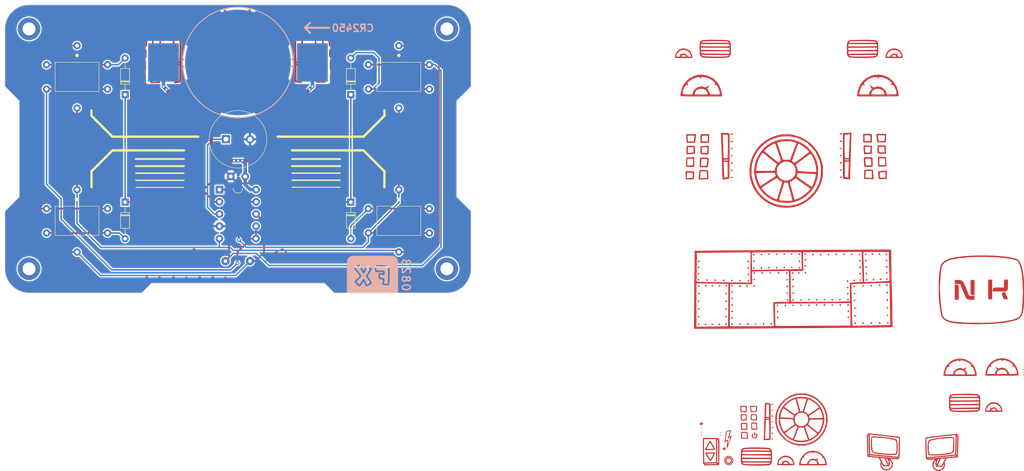
<source format=kicad_pcb>
(kicad_pcb (version 20221018) (generator pcbnew)
  (layers (0 "F.Cu" signal) (31 "B.Cu" signal) (34 "B.Paste" user) (35 "F.Paste" user) (36 "B.SilkS" user "B.Silkscreen") (37 "F.SilkS" user "F.Silkscreen") (38 "B.Mask" user) (39 "F.Mask" user) (44 "Edge.Cuts" user))
  (net 0 "")
  (net 1 "BTNS")
  (net 2 "Net-(D1-A)")
  (net 3 "Net-(D2-A)")
  (net 4 "Net-(SW1-A)")
  (net 5 "Net-(D3-A)")
  (net 6 "Net-(D4-A)")
  (net 7 "MM1")
  (net 8 "MM2")
  (net 9 "MM3")
  (net 10 "MM4")
  (net 11 "SPK")
  (net 12 "-BATT")
  (net 13 "+BATT")
  (footprint "Button_Switch_SMD:SW_MEC_5GSH9" (layer "F.Cu") (at 98.45 103.4 -90)
    (fp_text reference "SW5" hide)
    (fp_text value "SW_Push" hide)
  )
  (footprint "Capacitor_THT:CP_Radial_Tantal_D4.5mm_P2.50mm" (layer "F.Cu") (at 98.5 85.75 180)
    (fp_text reference "C1" hide)
    (fp_text value "C" hide)
  )
  (footprint "12mm_tactile_with_led:FX_tactile_12mm_with_LED" (layer "F.Cu") (at 65 65)
    (fp_text reference "SW1" hide)
    (fp_text value "SW_Push_LED" hide)
  )
  (footprint "Resistor_THT:R_Axial_DIN0207_L6.3mm_D2.5mm_P7.62mm_Horizontal" (layer "F.Cu") (at 102.25 98.7 180)
    (fp_text reference "R1" hide)
    (fp_text value "50R" hide)
  )
  (footprint "Connector_PinHeader_2.54mm:PinHeader_1x02_P2.54mm_Vertical" (layer "F.Cu") (at 98.5 78)
    (fp_text reference "LS1" hide)
    (fp_text value "Speaker" hide)
  )
  (footprint "Diode_THT:D_DO-34_SOD68_P7.62mm_Horizontal" (layer "F.Cu") (at 75 68.7 90)
    (fp_text reference "D1" hide)
    (fp_text value "1N4004" hide)
  )
  (footprint "12mm_tactile_with_led:FX_tactile_12mm_with_LED" (layer "F.Cu") (at 65 95)
    (fp_text reference "SW2" hide)
    (fp_text value "SW_Push_LED" hide)
  )
  (footprint "" (layer "F.Cu") (at 114 62 180)
    (fp_text reference "")
    (fp_text value "")
  )
  (footprint "Diode_THT:D_DO-34_SOD68_P7.62mm_Horizontal" (layer "F.Cu") (at 75 91.1 -90)
    (fp_text reference "D2" hide)
    (fp_text value "1N4004" hide)
  )
  (footprint "12mm_tactile_with_led:FX_tactile_12mm_with_LED" (layer "F.Cu") (at 132 95)
    (fp_text reference "SW3" hide)
    (fp_text value "SW_Push_LED" hide)
  )
  (footprint "12mm_tactile_with_led:FX_tactile_12mm_with_LED" (layer "F.Cu") (at 132 65)
    (fp_text reference "SW4" hide)
    (fp_text value "SW_Push_LED" hide)
  )
  (footprint "Diode_THT:D_DO-34_SOD68_P7.62mm_Horizontal" (layer "F.Cu") (at 122 91.1 -90)
    (fp_text reference "D3" hide)
    (fp_text value "1N4004" hide)
  )
  (footprint "MountingHole:MountingHole_2.7mm_M2.5_DIN965_Pad" (layer "F.Cu") (at 55 55)
    (fp_text reference "REF**" hide)
    (fp_text value "MountingHole_2.7mm_M2.5_DIN965_Pad" hide)
  )
  (footprint "Diode_THT:D_DO-34_SOD68_P7.62mm_Horizontal" (layer "F.Cu") (at 122 68.7 90)
    (fp_text reference "D4" hide)
    (fp_text value "1N4004" hide)
  )
  (footprint "" (layer "F.Cu") (at 83 62 180)
    (fp_text reference "")
    (fp_text value "")
  )
  (footprint "Package_DIP:DIP-8_W7.62mm" (layer "F.Cu") (at 94.65 88.5)
    (fp_text reference "U1" hide)
    (fp_text value "ATtiny25-20P" hide)
  )
  (footprint "MountingHole:MountingHole_2.7mm_M2.5_DIN965_Pad" (layer "F.Cu") (at 142 105)
    (fp_text reference "REF**" hide)
    (fp_text value "MountingHole_2.7mm_M2.5_DIN965_Pad" hide)
  )
  (footprint "MountingHole:MountingHole_2.7mm_M2.5_DIN965_Pad" (layer "F.Cu") (at 142 55)
    (fp_text reference "REF**" hide)
    (fp_text value "MountingHole_2.7mm_M2.5_DIN965_Pad" hide)
  )
  (footprint "MountingHole:MountingHole_2.7mm_M2.5_DIN965_Pad" (layer "F.Cu") (at 55 105)
    (fp_text reference "REF**" hide)
    (fp_text value "MountingHole_2.7mm_M2.5_DIN965_Pad" hide)
  )
  (footprint "Connector_Wire:SolderWirePad_1x01_SMD_1x2mm" (layer "B.Cu") (at 98.5 62 180)
    (fp_text reference "REF**" hide)
    (fp_text value "SolderWirePad_1x01_SMD_1x2mm" hide)
  )
  (gr_poly (pts (xy 203.037315 108.418409) (xy 203.048503 108.419163) (xy 203.059805 108.420386) (xy 203.071147 108.422053) (xy 203.082443 108.424142) (xy 203.093617 108.426627) (xy 203.10459 108.429478) (xy 203.115279 108.432676) (xy 203.125609 108.436192) (xy 203.135497 108.440001) (xy 203.144863 108.444078) (xy 203.15363 108.448398) (xy 203.161717 108.452936) (xy 203.169044 108.457666) (xy 203.175534 108.462563) (xy 203.181104 108.467602) (xy 203.183582 108.470288) (xy 203.185912 108.473241) (xy 203.190132 108.479902) (xy 203.193762 108.487498) (xy 203.196798 108.495948) (xy 203.199238 108.505166) (xy 203.201082 108.515067) (xy 203.202324 108.525566) (xy 203.202963 108.536577) (xy 203.202998 108.548016) (xy 203.202423 108.559798) (xy 203.201238 108.571841) (xy 203.19944 108.584057) (xy 203.197025 108.596361) (xy 203.193993 108.608671) (xy 203.19034 108.620901) (xy 203.186063 108.632964) (xy 203.183638 108.638904) (xy 203.180959 108.644771) (xy 203.174875 108.656247) (xy 203.167893 108.667333) (xy 203.16009 108.677971) (xy 203.151544 108.688097) (xy 203.142338 108.697654) (xy 203.132549 108.706586) (xy 203.122255 108.714828) (xy 203.111538 108.722326) (xy 203.100474 108.729014) (xy 203.089147 108.734838) (xy 203.07763 108.739734) (xy 203.066007 108.743648) (xy 203.054354 108.746516) (xy 203.048543 108.747541) (xy 203.042754 108.748282) (xy 203.036997 108.748732) (xy 203.031282 108.748883) (xy 203.02556 108.748776) (xy 203.019778 108.748453) (xy 203.008075 108.747196) (xy 202.996262 108.745148) (xy 202.984415 108.742358) (xy 202.972622 108.738866) (xy 202.96096 108.734711) (xy 202.949515 108.729941) (xy 202.938369 108.724594) (xy 202.927605 108.718716) (xy 202.917307 108.712346) (xy 202.907554 108.705527) (xy 202.898432 108.698303) (xy 202.890022 108.690717) (xy 202.886109 108.686801) (xy 202.882405 108.682808) (xy 202.878922 108.678747) (xy 202.875667 108.674622) (xy 202.87265 108.670438) (xy 202.869887 108.666198) (xy 202.864944 108.657348) (xy 202.860662 108.647903) (xy 202.857038 108.637951) (xy 202.854073 108.627572) (xy 202.851767 108.616857) (xy 202.850119 108.605884) (xy 202.84913 108.594744) (xy 202.8488 108.583517) (xy 202.84913 108.572292) (xy 202.850119 108.561152) (xy 202.851767 108.550179) (xy 202.854073 108.539463) (xy 202.857038 108.529086) (xy 202.860662 108.519133) (xy 202.864944 108.509688) (xy 202.869887 108.500836) (xy 202.87564 108.492414) (xy 202.882304 108.484227) (xy 202.889797 108.476319) (xy 202.89804 108.468733) (xy 202.906954 108.461508) (xy 202.916457 108.454691) (xy 202.926469 108.448321) (xy 202.936913 108.442441) (xy 202.947705 108.437096) (xy 202.958768 108.432323) (xy 202.970019 108.428171) (xy 202.981382 108.424677) (xy 202.992773 108.421886) (xy 203.004113 108.419841) (xy 203.015324 108.418583) (xy 203.026323 108.418153)) (fill solid) (layer "F.Cu"))
  (gr_poly (pts (xy 223.796144 76.921212) (xy 223.818169 76.805457) (xy 223.974011 76.783297) (xy 223.990219 76.781386) (xy 224.006645 76.780201) (xy 224.023175 76.77972) (xy 224.039695 76.779919) (xy 224.056093 76.780775) (xy 224.072251 76.782267) (xy 224.088059 76.784372) (xy 224.103401 76.787069) (xy 224.118165 76.790331) (xy 224.132235 76.794137) (xy 224.1455 76.798467) (xy 224.157843 76.803296) (xy 224.169151 76.808601) (xy 224.179313 76.814361) (xy 224.183926 76.817404) (xy 224.18821 76.820552) (xy 224.192151 76.823802) (xy 224.195733 76.827151) (xy 224.199059 76.83063) (xy 224.202228 76.83425) (xy 224.208086 76.841881) (xy 224.213299 76.849975) (xy 224.217854 76.858459) (xy 224.22174 76.867264) (xy 224.224949 76.876317) (xy 224.227466 76.885551) (xy 224.229284 76.894894) (xy 224.23039 76.904274) (xy 224.230774 76.913622) (xy 224.230424 76.922866) (xy 224.229329 76.931936) (xy 224.22748 76.940762) (xy 224.226269 76.945062) (xy 224.224865 76.949274) (xy 224.223266 76.953389) (xy 224.221473 76.957399) (xy 224.219483 76.961294) (xy 224.217294 76.965066) (xy 224.211728 76.972392) (xy 224.204289 76.979512) (xy 224.195103 76.98639) (xy 224.184295 76.992989) (xy 224.17199 76.99927) (xy 224.158311 77.005199) (xy 224.143385 77.010737) (xy 224.127336 77.01585) (xy 224.110289 77.020499) (xy 224.092368 77.024647) (xy 224.073698 77.028259) (xy 224.054403 77.031295) (xy 224.03461 77.033722) (xy 224.014441 77.0355) (xy 223.994024 77.036595) (xy 223.973481 77.036967) (xy 223.774053 77.036967)) (fill solid) (layer "F.Cu"))
  (gr_poly (pts (xy 233.673365 109.741235) (xy 233.678008 109.741736) (xy 233.682713 109.742564) (xy 233.68747 109.743707) (xy 233.69227 109.745161) (xy 233.697106 109.746914) (xy 233.706847 109.751286) (xy 233.716625 109.75676) (xy 233.726365 109.763266) (xy 233.736001 109.770741) (xy 233.74546 109.779119) (xy 233.754672 109.78833) (xy 233.76357 109.798311) (xy 233.772078 109.808994) (xy 233.780132 109.820314) (xy 233.787658 109.832204) (xy 233.794587 109.844595) (xy 233.800847 109.857425) (xy 233.80637 109.870626) (xy 233.808797 109.877391) (xy 233.810953 109.884312) (xy 233.814453 109.898569) (xy 233.816896 109.91328) (xy 233.818301 109.928332) (xy 233.818691 109.943611) (xy 233.818088 109.959001) (xy 233.816518 109.974389) (xy 233.814 109.98966) (xy 233.810557 110.004699) (xy 233.806212 110.019391) (xy 233.800987 110.033624) (xy 233.794906 110.04728) (xy 233.78799 110.060249) (xy 233.780263 110.072412) (xy 233.771746 110.083657) (xy 233.7672 110.088901) (xy 233.762463 110.093872) (xy 233.668793 110.187551) (xy 233.575113 110.093872) (xy 233.565828 110.083657) (xy 233.557313 110.072412) (xy 233.549585 110.060249) (xy 233.54267 110.04728) (xy 233.536588 110.033624) (xy 233.531365 110.019391) (xy 233.52702 110.004699) (xy 233.523577 109.98966) (xy 233.521058 109.974389) (xy 233.519487 109.959001) (xy 233.518885 109.943611) (xy 233.519276 109.928332) (xy 233.520681 109.91328) (xy 233.523121 109.898569) (xy 233.526622 109.884312) (xy 233.531206 109.870626) (xy 233.536731 109.857425) (xy 233.542993 109.844595) (xy 233.549922 109.832204) (xy 233.55745 109.820314) (xy 233.565502 109.808994) (xy 233.574013 109.798311) (xy 233.58291 109.78833) (xy 233.592125 109.779119) (xy 233.601583 109.770741) (xy 233.61122 109.763266) (xy 233.62096 109.75676) (xy 233.62585 109.753889) (xy 233.630737 109.751286) (xy 233.635616 109.748957) (xy 233.640478 109.746914) (xy 233.645315 109.745161) (xy 233.650116 109.743707) (xy 233.654872 109.742564) (xy 233.659577 109.741736) (xy 233.66422 109.741235) (xy 233.668793 109.741064)) (fill solid) (layer "F.Cu"))
  (gr_poly (pts (xy 210.853685 113.709936) (xy 210.858329 113.710437) (xy 210.863034 113.711266) (xy 210.86779 113.71241) (xy 210.872592 113.713862) (xy 210.877428 113.715616) (xy 210.887168 113.719987) (xy 210.896944 113.725461) (xy 210.906687 113.731969) (xy 210.916322 113.739445) (xy 210.925782 113.747822) (xy 210.934994 113.757035) (xy 210.943893 113.767016) (xy 210.952403 113.7777) (xy 210.960457 113.789019) (xy 210.967984 113.80091) (xy 210.974913 113.813301) (xy 210.981175 113.826131) (xy 210.986699 113.839332) (xy 210.989128 113.846097) (xy 210.991282 113.853019) (xy 210.994782 113.867275) (xy 210.997224 113.881986) (xy 210.998628 113.897039) (xy 210.999018 113.912317) (xy 210.998415 113.927706) (xy 210.996844 113.943094) (xy 210.994325 113.958364) (xy 210.990882 113.973404) (xy 210.986538 113.988095) (xy 210.981313 114.002329) (xy 210.975234 114.015985) (xy 210.968318 114.028951) (xy 210.960592 114.041116) (xy 210.952075 114.052361) (xy 210.947529 114.057604) (xy 210.942793 114.062574) (xy 210.849113 114.156254) (xy 210.755438 114.062574) (xy 210.746155 114.052361) (xy 210.73764 114.041116) (xy 210.729913 114.028951) (xy 210.722998 114.015985) (xy 210.716917 114.002329) (xy 210.711693 113.988095) (xy 210.707348 113.973404) (xy 210.703905 113.958364) (xy 210.701387 113.943094) (xy 210.699815 113.927706) (xy 210.699213 113.912317) (xy 210.699603 113.897039) (xy 210.701007 113.881986) (xy 210.703448 113.867275) (xy 210.706949 113.853019) (xy 210.711532 113.839332) (xy 210.717055 113.826131) (xy 210.723317 113.813301) (xy 210.730244 113.80091) (xy 210.737772 113.789019) (xy 210.745824 113.7777) (xy 210.754335 113.767016) (xy 210.763232 113.757035) (xy 210.772447 113.747822) (xy 210.781905 113.739445) (xy 210.79154 113.731969) (xy 210.801282 113.725461) (xy 210.806169 113.722591) (xy 210.811059 113.719987) (xy 210.815938 113.71766) (xy 210.820799 113.715616) (xy 210.825635 113.713862) (xy 210.830437 113.71241) (xy 210.835193 113.711266) (xy 210.839898 113.710437) (xy 210.84454 113.709936) (xy 210.849113 113.709766)) (fill solid) (layer "F.Cu"))
  (gr_poly (pts (xy 121.772418 108.894195) (xy 121.750913 108.89253) (xy 121.729742 108.889275) (xy 121.719243 108.887042) (xy 121.708738 108.884417) (xy 121.687786 108.878057) (xy 121.667004 108.870294) (xy 121.646531 108.861232) (xy 121.626497 108.850969) (xy 121.607031 108.839618) (xy 121.588267 108.827273) (xy 121.570337 108.814039) (xy 121.553368 108.80002) (xy 121.537497 108.785314) (xy 121.522854 108.770037) (xy 121.509569 108.754274) (xy 121.503479 108.746248) (xy 121.497776 108.738138) (xy 121.492478 108.729962) (xy 121.487603 108.721732) (xy 121.483167 108.71346) (xy 121.479184 108.705157) (xy 121.475673 108.696836) (xy 121.472651 108.688515) (xy 121.470172 108.680121) (xy 121.468276 108.671626) (xy 121.466953 108.663041) (xy 121.466194 108.654385) (xy 121.465988 108.645667) (xy 121.466323 108.636909) (xy 121.467192 108.628124) (xy 121.468581 108.619327) (xy 121.470486 108.610535) (xy 121.472887 108.60176) (xy 121.475784 108.593022) (xy 121.479159 108.584336) (xy 121.483007 108.575715) (xy 121.487317 108.567179) (xy 121.492078 108.558735) (xy 121.497278 108.550409) (xy 121.502907 108.54221) (xy 121.508957 108.534152) (xy 121.515418 108.52626) (xy 121.522281 108.51854) (xy 121.529528 108.51101) (xy 121.537157 108.503686) (xy 121.545156 108.496586) (xy 121.553512 108.489726) (xy 121.562219 108.483116) (xy 121.571266 108.476776) (xy 121.580637 108.470717) (xy 121.590329 108.464961) (xy 121.600328 108.45952) (xy 121.610624 108.454409) (xy 121.621207 108.449647) (xy 121.632069 108.445245) (xy 121.654497 108.437596) (xy 121.677668 108.431541) (xy 121.701406 108.427049) (xy 121.725532 108.424095) (xy 121.749868 108.422651) (xy 121.774236 108.422689) (xy 121.798454 108.424179) (xy 121.822351 108.427095) (xy 121.845738 108.43141) (xy 121.868447 108.437101) (xy 121.890297 108.444132) (xy 121.911103 108.452476) (xy 121.930692 108.462111) (xy 121.948886 108.473009) (xy 121.957401 108.478921) (xy 121.965504 108.485136) (xy 121.973168 108.491655) (xy 121.980369 108.498471) (xy 121.987174 108.505589) (xy 121.993657 108.512996) (xy 122.005642 108.528617) (xy 122.016306 108.54519) (xy 122.025624 108.562571) (xy 122.033573 108.58061) (xy 122.040134 108.599165) (xy 122.045281 108.618089) (xy 122.048992 108.637239) (xy 122.051244 108.65647) (xy 122.052017 108.675636) (xy 122.051286 108.694592) (xy 122.049028 108.713195) (xy 122.045223 108.731289) (xy 122.042734 108.740108) (xy 122.039851 108.748748) (xy 122.036567 108.757187) (xy 122.032884 108.765408) (xy 122.028793 108.773399) (xy 122.024299 108.781135) (xy 122.024299 108.781143) (xy 122.019348 108.788664) (xy 122.013934 108.795987) (xy 122.001793 108.81001) (xy 121.988026 108.823157) (xy 121.972786 108.835373) (xy 121.956218 108.846602) (xy 121.938476 108.856789) (xy 121.919712 108.865882) (xy 121.900078 108.87382) (xy 121.879722 108.880555) (xy 121.858797 108.886029) (xy 121.837454 108.890182) (xy 121.815843 108.892967) (xy 121.794113 108.894323)) (fill solid) (layer "F.Cu"))
  (gr_poly (pts (xy 233.674262 111.31218) (xy 233.678906 111.312681) (xy 233.683608 111.31351) (xy 233.688366 111.314654) (xy 233.693166 111.316106) (xy 233.698002 111.31786) (xy 233.707745 111.322231) (xy 233.717521 111.327705) (xy 233.727262 111.334212) (xy 233.736897 111.341687) (xy 233.746356 111.350066) (xy 233.75557 111.359279) (xy 233.764466 111.36926) (xy 233.772976 111.379942) (xy 233.781028 111.391262) (xy 233.788556 111.403151) (xy 233.795483 111.415545) (xy 233.801743 111.428375) (xy 233.807266 111.441575) (xy 233.809695 111.448341) (xy 233.81185 111.455262) (xy 233.815351 111.469519) (xy 233.817793 111.48423) (xy 233.819197 111.499281) (xy 233.819588 111.514561) (xy 233.818987 111.52995) (xy 233.817415 111.545337) (xy 233.814896 111.560607) (xy 233.811453 111.575647) (xy 233.80711 111.590339) (xy 233.801887 111.60457) (xy 233.795807 111.618229) (xy 233.788891 111.631195) (xy 233.781166 111.64336) (xy 233.772651 111.654605) (xy 233.768103 111.659847) (xy 233.763368 111.664817) (xy 233.66969 111.758495) (xy 233.57601 111.664817) (xy 233.566727 111.654605) (xy 233.558212 111.64336) (xy 233.550485 111.631195) (xy 233.54357 111.618229) (xy 233.53749 111.60457) (xy 233.532265 111.590339) (xy 233.52792 111.575647) (xy 233.524477 111.560607) (xy 233.521958 111.545337) (xy 233.520385 111.52995) (xy 233.519783 111.514561) (xy 233.520172 111.499281) (xy 233.521577 111.48423) (xy 233.524018 111.469519) (xy 233.52752 111.455262) (xy 233.532102 111.441575) (xy 233.537627 111.428375) (xy 233.543888 111.415545) (xy 233.550818 111.403151) (xy 233.558345 111.391262) (xy 233.5664 111.379942) (xy 233.57491 111.36926) (xy 233.583807 111.359279) (xy 233.593021 111.350066) (xy 233.602481 111.341687) (xy 233.612116 111.334212) (xy 233.621857 111.327705) (xy 233.626746 111.324835) (xy 233.631633 111.322231) (xy 233.636513 111.319904) (xy 233.641376 111.31786) (xy 233.646212 111.316106) (xy 233.651012 111.314654) (xy 233.65577 111.31351) (xy 233.660475 111.312681) (xy 233.665116 111.31218) (xy 233.66969 111.31201)) (fill solid) (layer "F.Cu"))
  (gr_poly (pts (xy 196.776905 140.886984) (xy 196.783331 140.887803) (xy 196.790245 140.889133) (xy 196.797581 140.890948) (xy 196.805281 140.893219) (xy 196.813275 140.895919) (xy 196.821502 140.899021) (xy 196.8299 140.902496) (xy 196.838402 140.906317) (xy 196.846945 140.910457) (xy 196.855466 140.914887) (xy 196.863902 140.91958) (xy 196.872187 140.924509) (xy 196.880259 140.929647) (xy 196.888053 140.934963) (xy 196.895507 140.940433) (xy 196.904645 140.949365) (xy 196.917381 140.96483) (xy 196.952735 141.013872) (xy 196.999725 141.084608) (xy 197.05651 141.174085) (xy 197.121246 141.279353) (xy 197.192093 141.397458) (xy 197.267208 141.525449) (xy 197.344749 141.660374) (xy 197.49539 141.927532) (xy 197.625537 142.162453) (xy 197.721271 142.339752) (xy 197.751885 142.39886) (xy 197.768673 142.434044) (xy 197.773183 142.445366) (xy 197.777405 142.457114) (xy 197.781323 142.469191) (xy 197.784921 142.481508) (xy 197.788186 142.493971) (xy 197.791101 142.506487) (xy 197.793654 142.518964) (xy 197.795827 142.53131) (xy 197.797606 142.543431) (xy 197.798976 142.555239) (xy 197.799922 142.566636) (xy 197.80043 142.577533) (xy 197.800483 142.587836) (xy 197.800068 142.597454) (xy 197.799169 142.606295) (xy 197.797772 142.614264) (xy 197.781741 142.687032) (xy 197.644761 142.730188) (xy 197.600314 142.739118) (xy 197.526157 142.747964) (xy 197.42625 142.756494) (xy 197.304551 142.764481) (xy 197.011623 142.777894) (xy 196.679052 142.786365) (xy 195.850368 142.799386) (xy 195.807514 142.734914) (xy 195.80325 142.727765) (xy 195.799314 142.719678) (xy 195.795716 142.710741) (xy 195.792469 142.701047) (xy 195.789584 142.690685) (xy 195.787072 142.679746) (xy 195.784945 142.668321) (xy 195.783214 142.656498) (xy 195.78189 142.64437) (xy 195.780986 142.632028) (xy 195.780511 142.619561) (xy 195.780478 142.607058) (xy 195.780898 142.594612) (xy 195.781784 142.582313) (xy 195.783145 142.570251) (xy 195.784287 142.562991) (xy 196.067942 142.562991) (xy 196.615956 142.562518) (xy 196.841452 142.560234) (xy 197.050338 142.554357) (xy 197.219333 142.545781) (xy 197.281594 142.540759) (xy 197.325153 142.535397) (xy 197.486332 142.508749) (xy 197.486332 142.451239) (xy 197.485864 142.44453) (xy 197.484487 142.436356) (xy 197.482248 142.426829) (xy 197.479197 142.416063) (xy 197.475374 142.40417) (xy 197.470831 142.391262) (xy 197.465613 142.377453) (xy 197.459766 142.362854) (xy 197.453334 142.347579) (xy 197.446367 142.331741) (xy 197.431009 142.298821) (xy 197.422712 142.281967) (xy 197.414063 142.264999) (xy 197.40511 142.24803) (xy 197.395899 142.231175) (xy 197.068983 141.649632) (xy 197.020761 141.565456) (xy 196.974354 141.486925) (xy 196.93088 141.415756) (xy 196.891458 141.353671) (xy 196.857206 141.30239) (xy 196.829242 141.263632) (xy 196.817968 141.249485) (xy 196.808685 141.239116) (xy 196.801533 141.232735) (xy 196.796652 141.230561) (xy 196.794763 141.230632) (xy 196.792811 141.230841) (xy 196.790797 141.231183) (xy 196.788726 141.231659) (xy 196.786602 141.232261) (xy 196.784433 141.232989) (xy 196.779968 141.234804) (xy 196.775368 141.237075) (xy 196.770669 141.239775) (xy 196.765906 141.242876) (xy 196.761116 141.246351) (xy 196.756335 141.250173) (xy 196.751601 141.254312) (xy 196.746946 141.258742) (xy 196.74241 141.263436) (xy 196.738028 141.268365) (xy 196.733834 141.273502) (xy 196.729866 141.27882) (xy 196.72616 141.284289) (xy 196.726162 141.284289) (xy 196.718283 141.296842) (xy 196.709115 141.311941) (xy 196.688231 141.347493) (xy 196.666154 141.386365) (xy 196.645528 141.423979) (xy 196.534937 141.625847) (xy 196.333697 141.990474) (xy 196.230502 142.180664) (xy 196.146002 142.343337) (xy 196.113485 142.408954) (xy 196.08891 142.46121) (xy 196.073365 142.497944) (xy 196.06932 142.509817) (xy 196.067942 142.516999) (xy 196.067942 142.562991) (xy 195.784287 142.562991) (xy 195.784992 142.558516) (xy 195.787821 142.545801) (xy 195.792061 142.530864) (xy 195.804429 142.495068) (xy 195.821415 142.452624) (xy 195.842335 142.405035) (xy 195.866504 142.353797) (xy 195.893238 142.300408) (xy 195.921857 142.246367) (xy 195.951674 142.193175) (xy 196.024699 142.064249) (xy 196.115326 141.900561) (xy 196.212014 141.723116) (xy 196.30322 141.55292) (xy 196.346572 141.472363) (xy 196.391128 141.3917) (xy 196.435619 141.31309) (xy 196.478778 141.238693) (xy 196.519334 141.170666) (xy 196.556016 141.111167) (xy 196.587557 141.062357) (xy 196.612688 141.026396) (xy 196.623588 141.012161) (xy 196.634733 140.998328) (xy 196.646043 140.984966) (xy 196.657435 140.972147) (xy 196.668829 140.959942) (xy 196.680142 140.948424) (xy 196.691296 140.937663) (xy 196.702207 140.927731) (xy 196.712795 140.9187) (xy 196.722977 140.910641) (xy 196.732675 140.903626) (xy 196.741805 140.897724) (xy 196.750287 140.89301) (xy 196.75426 140.891122) (xy 196.758041 140.889556) (xy 196.761617 140.888323) (xy 196.764981 140.887431) (xy 196.768122 140.886889) (xy 196.771031 140.886706)) (fill solid) (layer "F.Cu"))
  (gr_poly (pts (xy 194.972019 138.309952) (xy 194.974434 138.310219) (xy 194.976884 138.310658) (xy 194.979361 138.311266) (xy 194.981863 138.312037) (xy 194.984386 138.312968) (xy 194.989468 138.315289) (xy 194.994574 138.318195) (xy 194.999666 138.321651) (xy 195.004709 138.325621) (xy 195.009663 138.330069) (xy 195.014492 138.334961) (xy 195.019159 138.340262) (xy 195.023631 138.345937) (xy 195.027866 138.351949) (xy 195.03183 138.358264) (xy 195.035485 138.364846) (xy 195.038795 138.371663) (xy 195.041722 138.378675) (xy 195.068113 138.447489) (xy 195.008498 138.484324) (xy 194.948883 138.5212) (xy 194.910587 138.482907) (xy 194.906812 138.478649) (xy 194.903408 138.473827) (xy 194.90038 138.468491) (xy 194.897735 138.4627) (xy 194.895479 138.456504) (xy 194.893618 138.449961) (xy 194.892158 138.443122) (xy 194.891105 138.436041) (xy 194.890467 138.428775) (xy 194.890249 138.421375) (xy 194.890458 138.413896) (xy 194.891099 138.406394) (xy 194.892181 138.398919) (xy 194.893707 138.391529) (xy 194.895686 138.384277) (xy 194.898122 138.377215) (xy 194.898121 138.377215) (xy 194.900993 138.370354) (xy 194.904247 138.363684) (xy 194.907848 138.357242) (xy 194.911761 138.351061) (xy 194.915948 138.345177) (xy 194.920372 138.339622) (xy 194.924997 138.334433) (xy 194.929787 138.329645) (xy 194.934704 138.32529) (xy 194.939713 138.321403) (xy 194.944776 138.318021) (xy 194.947319 138.316529) (xy 194.949859 138.315176) (xy 194.952395 138.313965) (xy 194.954923 138.312902) (xy 194.957437 138.311991) (xy 194.959933 138.311236) (xy 194.962406 138.31064) (xy 194.964851 138.310211) (xy 194.967264 138.309951) (xy 194.969642 138.309862)) (fill solid) (layer "F.Cu"))
  (gr_poly (pts (xy 213.996674 105.689841) (xy 214.001322 105.690353) (xy 214.006034 105.691198) (xy 214.0108 105.692367) (xy 214.015613 105.693852) (xy 214.020465 105.695641) (xy 214.030243 105.700108) (xy 214.040067 105.705698) (xy 214.049862 105.712346) (xy 214.05956 105.719982) (xy 214.06909 105.728539) (xy 214.07838 105.737951) (xy 214.08736 105.748147) (xy 214.095959 105.759063) (xy 214.104105 105.770628) (xy 214.11173 105.782777) (xy 214.11876 105.795441) (xy 214.125126 105.808552) (xy 214.130757 105.822042) (xy 214.181526 105.954417) (xy 214.066843 106.025276) (xy 213.952165 106.096214) (xy 213.878493 106.022547) (xy 213.871234 106.014358) (xy 213.864685 106.005079) (xy 213.858862 105.994819) (xy 213.853773 105.983677) (xy 213.849434 105.971759) (xy 213.845853 105.959172) (xy 213.843044 105.946014) (xy 213.841022 105.932396) (xy 213.839793 105.918416) (xy 213.839374 105.904182) (xy 213.839775 105.889794) (xy 213.84101 105.875361) (xy 213.84309 105.860984) (xy 213.846025 105.846767) (xy 213.84983 105.832816) (xy 213.854518 105.819233) (xy 213.860042 105.806033) (xy 213.866303 105.793203) (xy 213.87323 105.780809) (xy 213.880757 105.768921) (xy 213.888812 105.757601) (xy 213.897322 105.746917) (xy 213.906218 105.736936) (xy 213.915432 105.727723) (xy 213.924892 105.719346) (xy 213.934528 105.711871) (xy 213.944268 105.705363) (xy 213.949155 105.702492) (xy 213.954044 105.699889) (xy 213.958924 105.697561) (xy 213.963787 105.695517) (xy 213.968622 105.693764) (xy 213.973423 105.692311) (xy 213.978179 105.691167) (xy 213.982884 105.690339) (xy 213.987528 105.689836) (xy 213.992099 105.689667)) (fill solid) (layer "F.Cu"))
  (gr_poly (pts (xy 204.00566 138.988323) (xy 204.074299 138.989716) (xy 204.32372 138.997542) (xy 204.477577 139.002945) (xy 204.563352 139.006543) (xy 204.598805 139.390189) (xy 204.665852 140.104457) (xy 204.697444 140.43508) (xy 203.978782 140.420581) (xy 203.833893 140.417144) (xy 203.69769 140.412898) (xy 203.573227 140.408011) (xy 203.463559 140.40265) (xy 203.37174 140.396984) (xy 203.300826 140.391182) (xy 203.274162 140.388281) (xy 203.25387 140.38541) (xy 203.240331 140.382588) (xy 203.236213 140.381203) (xy 203.233927 140.379837) (xy 203.23144 140.373735) (xy 203.229393 140.361083) (xy 203.2266 140.317533) (xy 203.225505 140.252006) (xy 203.226068 140.167317) (xy 203.226256 140.1605) (xy 203.406443 140.1605) (xy 203.459782 140.193465) (xy 203.467375 140.19694) (xy 203.478979 140.200539) (xy 203.494354 140.204234) (xy 203.51326 140.207998) (xy 203.560705 140.215617) (xy 203.619393 140.223171) (xy 203.687402 140.230435) (xy 203.762811 140.237184) (xy 203.8437 140.243192) (xy 203.928147 140.248235) (xy 204.01274 140.251869) (xy 204.094006 140.253804) (xy 204.17 140.254102) (xy 204.238776 140.252825) (xy 204.298385 140.250035) (xy 204.346883 140.245794) (xy 204.366357 140.243148) (xy 204.382323 140.240164) (xy 204.394537 140.236847) (xy 204.402757 140.233206) (xy 204.462394 140.196376) (xy 204.427101 139.694037) (xy 204.391804 139.191751) (xy 203.509208 139.181275) (xy 203.491481 139.23943) (xy 203.491481 139.239433) (xy 203.489493 139.247601) (xy 203.487219 139.25993) (xy 203.481919 139.296071) (xy 203.47579 139.345849) (xy 203.469043 139.407259) (xy 203.461889 139.478292) (xy 203.45454 139.556943) (xy 203.447206 139.641204) (xy 203.440098 139.72907) (xy 203.406443 140.1605) (xy 203.226256 140.1605) (xy 203.232007 139.951725) (xy 203.244087 139.693295) (xy 203.280549 139.033002) (xy 203.518675 139.006543) (xy 203.572989 139.001425) (xy 203.636186 138.997031) (xy 203.705988 138.993429) (xy 203.780115 138.990688) (xy 203.856289 138.988878) (xy 203.93223 138.988066)) (fill solid) (layer "F.Cu"))
  (gr_poly (pts (xy 228.110172 107.193641) (xy 228.117587 107.195232) (xy 228.124906 107.197119) (xy 228.132121 107.199291) (xy 228.139226 107.201738) (xy 228.146208 107.204451) (xy 228.153062 107.207421) (xy 228.159772 107.210638) (xy 228.166335 107.214091) (xy 228.17274 107.217772) (xy 228.178976 107.221672) (xy 228.185035 107.225782) (xy 228.190907 107.230088) (xy 228.196583 107.234584) (xy 228.202056 107.239261) (xy 228.207312 107.244109) (xy 228.212345 107.249117) (xy 228.217146 107.254276) (xy 228.221703 107.259577) (xy 228.22601 107.265009) (xy 228.230056 107.270564) (xy 228.233831 107.276232) (xy 228.237326 107.282003) (xy 228.240532 107.287869) (xy 228.243441 107.293817) (xy 228.246043 107.299842) (xy 228.248327 107.305932) (xy 228.250287 107.312076) (xy 228.25191 107.318266) (xy 228.253188 107.324492) (xy 228.254113 107.330747) (xy 228.254676 107.337017) (xy 228.254865 107.343296) (xy 228.254676 107.349573) (xy 228.254113 107.355844) (xy 228.253188 107.362097) (xy 228.25191 107.368323) (xy 228.250287 107.374514) (xy 228.248327 107.380658) (xy 228.246043 107.386747) (xy 228.243441 107.392771) (xy 228.240532 107.398719) (xy 228.237326 107.404584) (xy 228.233831 107.410354) (xy 228.230056 107.416023) (xy 228.221703 107.427011) (xy 228.212345 107.437471) (xy 228.202056 107.447326) (xy 228.190907 107.456498) (xy 228.178976 107.464914) (xy 228.166335 107.472496) (xy 228.153062 107.479166) (xy 228.139226 107.484848) (xy 228.132121 107.487296) (xy 228.124906 107.489467) (xy 228.117587 107.491354) (xy 228.110172 107.492946) (xy 227.965477 107.520808) (xy 227.965477 107.165778)) (fill solid) (layer "F.Cu"))
  (gr_poly (pts (xy 54.668027 51.349993) (xy 54.665539 51.361577) (xy 54.662592 51.373012) (xy 54.659198 51.384289) (xy 54.655373 51.395392) (xy 54.651134 51.4063) (xy 54.646494 51.417008) (xy 54.641469 51.427495) (xy 54.63607 51.43775) (xy 54.630319 51.447758) (xy 54.624225 51.457502) (xy 54.617807 51.466969) (xy 54.611077 51.476144) (xy 54.604048 51.485014) (xy 54.596742 51.493564) (xy 54.58917 51.50178) (xy 54.581344 51.509643) (xy 54.573283 51.517143) (xy 54.565002 51.524264) (xy 54.556514 51.530993) (xy 54.547832 51.537314) (xy 54.538977 51.543214) (xy 54.529957 51.548675) (xy 54.520792 51.553687) (xy 54.511498 51.558233) (xy 54.502085 51.562298) (xy 54.492572 51.565867) (xy 54.48297 51.568929) (xy 54.473297 51.571464) (xy 54.463569 51.573462) (xy 54.453798 51.574907) (xy 54.443998 51.575785) (xy 54.434189 51.57608) (xy 54.424378 51.575785) (xy 54.414582 51.574907) (xy 54.40481 51.573462) (xy 54.395082 51.571464) (xy 54.385413 51.568929) (xy 54.37581 51.565867) (xy 54.366298 51.562298) (xy 54.356884 51.558233) (xy 54.347589 51.553687) (xy 54.338423 51.548675) (xy 54.329408 51.543214) (xy 54.32055 51.537314) (xy 54.303383 51.524264) (xy 54.28704 51.509643) (xy 54.271642 51.493564) (xy 54.257308 51.476144) (xy 54.244159 51.457502) (xy 54.232314 51.43775) (xy 54.22189 51.417008) (xy 54.21301 51.395392) (xy 54.209189 51.384289) (xy 54.205795 51.373012) (xy 54.202847 51.361577) (xy 54.20036 51.349993) (xy 54.200345 51.349993) (xy 54.15681 51.123915) (xy 54.711558 51.123915)) (fill solid) (layer "F.Cu"))
  (gr_poly (pts (xy 144.537318 107.824582) (xy 144.536548 107.833603) (xy 144.535278 107.842694) (xy 144.533527 107.851835) (xy 144.531296 107.861014) (xy 144.528608 107.870209) (xy 144.525473 107.879414) (xy 144.120476 108.007009) (xy 144.513509 107.906885) (xy 144.503528 107.924932) (xy 144.492066 107.942609) (xy 144.479216 107.959795) (xy 144.465089 107.976359) (xy 144.449783 107.992175) (xy 144.433399 108.007117) (xy 144.416037 108.021053) (xy 144.397806 108.033858) (xy 144.378799 108.045402) (xy 144.359123 108.055564) (xy 144.349067 108.060085) (xy 144.338881 108.06421) (xy 144.14019 108.140438) (xy 144.063324 107.940195) (xy 144.056199 107.919082) (xy 144.050646 107.897189) (xy 144.046644 107.874685) (xy 144.044153 107.851742) (xy 144.043149 107.828534) (xy 144.0436 107.805234) (xy 144.045476 107.782009) (xy 144.048749 107.759033) (xy 144.053388 107.736477) (xy 144.059363 107.714515) (xy 144.066644 107.693319) (xy 144.0752 107.673058) (xy 144.085003 107.653907) (xy 144.09602 107.636033) (xy 144.101975 107.627628) (xy 144.108225 107.61961) (xy 144.114763 107.612) (xy 144.121586 107.604814) (xy 144.128694 107.598007) (xy 144.136074 107.591507) (xy 144.151586 107.579453) (xy 144.167983 107.568683) (xy 144.18512 107.559219) (xy 144.202856 107.551085) (xy 144.221051 107.544307) (xy 144.239565 107.538908) (xy 144.258255 107.534914) (xy 144.27698 107.532352) (xy 144.295594 107.53124) (xy 144.313968 107.531609) (xy 144.331949 107.533479) (xy 144.340746 107.534988) (xy 144.349396 107.536878) (xy 144.357878 107.539159) (xy 144.366174 107.541829) (xy 144.374268 107.544897) (xy 144.382139 107.548359) (xy 144.389772 107.552225) (xy 144.397152 107.556492) (xy 144.397159 107.556492) (xy 144.411466 107.566238) (xy 144.425372 107.57746) (xy 144.438802 107.590032) (xy 144.451686 107.603815) (xy 144.463956 107.618679) (xy 144.475534 107.634492) (xy 144.486353 107.651123) (xy 144.496334 107.668435) (xy 144.505416 107.686298) (xy 144.513518 107.704579) (xy 144.520568 107.723147) (xy 144.526502 107.741869) (xy 144.531241 107.760613) (xy 144.534714 107.779245) (xy 144.536849 107.797632) (xy 144.537579 107.815644)) (fill solid) (layer "F.Cu"))
  (gr_poly (pts (xy 207.686355 105.689878) (xy 207.691932 105.690521) (xy 207.697432 105.691577) (xy 207.702844 105.693038) (xy 207.708165 105.694892) (xy 207.713385 105.697129) (xy 207.718499 105.699739) (xy 207.723498 105.702711) (xy 207.728378 105.706034) (xy 207.733128 105.709697) (xy 207.737743 105.713691) (xy 207.742215 105.718004) (xy 207.750707 105.727547) (xy 207.758543 105.738239) (xy 207.765672 105.749997) (xy 207.77203 105.762738) (xy 207.777568 105.776373) (xy 207.782224 105.790821) (xy 207.785947 105.805994) (xy 207.788673 105.821811) (xy 207.79035 105.838184) (xy 207.790923 105.855029) (xy 207.790923 106.020392) (xy 207.62556 106.020392) (xy 207.617084 106.020247) (xy 207.608717 106.019821) (xy 207.600465 106.019116) (xy 207.592343 106.018142) (xy 207.58436 106.016904) (xy 207.576528 106.015414) (xy 207.568855 106.013673) (xy 207.561354 106.011694) (xy 207.554035 106.009478) (xy 207.546907 106.007036) (xy 207.539982 106.004373) (xy 207.533272 106.001498) (xy 207.526785 105.998417) (xy 207.520532 105.995138) (xy 207.514525 105.991667) (xy 207.508774 105.988011) (xy 207.50329 105.984178) (xy 207.498082 105.980173) (xy 207.493162 105.976007) (xy 207.48854 105.971683) (xy 207.484225 105.967209) (xy 207.480234 105.962594) (xy 207.476569 105.957844) (xy 207.473247 105.952966) (xy 207.470274 105.947966) (xy 207.467665 105.942852) (xy 207.465428 105.937632) (xy 207.463573 105.932313) (xy 207.462113 105.926901) (xy 207.461055 105.921402) (xy 207.460415 105.915823) (xy 207.460198 105.910176) (xy 207.460484 105.898651) (xy 207.461323 105.886886) (xy 207.462687 105.874971) (xy 207.464548 105.862989) (xy 207.466875 105.851023) (xy 207.469644 105.839161) (xy 207.472825 105.827486) (xy 207.476392 105.816083) (xy 207.480312 105.805036) (xy 207.48456 105.794429) (xy 207.489107 105.784351) (xy 207.493925 105.774883) (xy 207.498987 105.766109) (xy 207.504262 105.758117) (xy 207.509724 105.750991) (xy 207.515344 105.744813) (xy 207.521523 105.739194) (xy 207.528649 105.733732) (xy 207.536643 105.728454) (xy 207.545417 105.723394) (xy 207.554885 105.718576) (xy 207.564965 105.714028) (xy 207.575569 105.709779) (xy 207.586617 105.705858) (xy 207.598022 105.702292) (xy 207.609697 105.699111) (xy 207.621559 105.696342) (xy 207.633523 105.694013) (xy 207.645504 105.692152) (xy 207.657418 105.690788) (xy 207.66918 105.689948) (xy 207.680707 105.689663)) (fill solid) (layer "F.Cu"))
  (gr_poly (pts (xy 54.3012 88.994966) (xy 54.312784 88.992478) (xy 54.324219 88.989531) (xy 54.335496 88.986137) (xy 54.346599 88.982312) (xy 54.357507 88.978073) (xy 54.368215 88.973433) (xy 54.378702 88.968408) (xy 54.388957 88.963009) (xy 54.398965 88.957258) (xy 54.408709 88.951164) (xy 54.418176 88.944746) (xy 54.427351 88.938016) (xy 54.436221 88.930987) (xy 54.444771 88.923681) (xy 54.452987 88.916109) (xy 54.46085 88.908283) (xy 54.46835 88.900222) (xy 54.475471 88.891941) (xy 54.4822 88.883453) (xy 54.488521 88.874771) (xy 54.494421 88.865916) (xy 54.499882 88.856896) (xy 54.504894 88.847731) (xy 54.50944 88.838437) (xy 54.513505 88.829024) (xy 54.517074 88.819511) (xy 54.520136 88.809909) (xy 54.522671 88.800236) (xy 54.524669 88.790508) (xy 54.526114 88.780737) (xy 54.526992 88.770937) (xy 54.527287 88.761128) (xy 54.526992 88.751317) (xy 54.526114 88.741521) (xy 54.524669 88.731749) (xy 54.522671 88.722021) (xy 54.520136 88.712352) (xy 54.517074 88.702749) (xy 54.513505 88.693237) (xy 54.50944 88.683823) (xy 54.504894 88.674528) (xy 54.499882 88.665362) (xy 54.494421 88.656347) (xy 54.488521 88.647489) (xy 54.475471 88.630322) (xy 54.46085 88.613979) (xy 54.444771 88.598581) (xy 54.427351 88.584247) (xy 54.408709 88.571098) (xy 54.388957 88.559253) (xy 54.368215 88.548829) (xy 54.346599 88.539949) (xy 54.335496 88.536128) (xy 54.324219 88.532734) (xy 54.312784 88.529786) (xy 54.3012 88.527299) (xy 54.3012 88.527284) (xy 54.075122 88.483749) (xy 54.075122 89.038497)) (fill solid) (layer "F.Cu"))
  (gr_poly (pts (xy 230.56699 101.815773) (xy 230.580531 101.817202) (xy 230.594003 101.819409) (xy 230.600721 101.820839) (xy 230.607443 101.822517) (xy 230.620853 101.826589) (xy 230.634153 101.831558) (xy 230.647257 101.837359) (xy 230.660078 101.843927) (xy 230.672537 101.851192) (xy 230.684546 101.859094) (xy 230.696022 101.867564) (xy 230.706881 101.876536) (xy 230.717038 101.885947) (xy 230.72641 101.895727) (xy 230.734913 101.905814) (xy 230.738812 101.910952) (xy 230.742462 101.916141) (xy 230.745851 101.921373) (xy 230.748971 101.926641) (xy 230.751812 101.931936) (xy 230.75436 101.937251) (xy 230.756607 101.942576) (xy 230.758541 101.947902) (xy 230.760125 101.953273) (xy 230.761326 101.958714) (xy 230.762152 101.964214) (xy 230.762613 101.969766) (xy 230.762713 101.975357) (xy 230.762458 101.980977) (xy 230.761857 101.986616) (xy 230.760915 101.992266) (xy 230.75964 101.997916) (xy 230.758038 102.003554) (xy 230.756115 102.009172) (xy 230.753878 102.014761) (xy 230.751337 102.020308) (xy 230.748493 102.025804) (xy 230.745357 102.031242) (xy 230.741935 102.036608) (xy 230.738232 102.041892) (xy 230.734257 102.047088) (xy 230.730015 102.052182) (xy 230.725513 102.057164) (xy 230.720758 102.062027) (xy 230.715758 102.066758) (xy 230.71052 102.071348) (xy 230.705046 102.075788) (xy 230.699347 102.080066) (xy 230.693431 102.084173) (xy 230.687301 102.088101) (xy 230.680965 102.091836) (xy 230.674431 102.095371) (xy 230.667702 102.098694) (xy 230.66079 102.101797) (xy 230.6537 102.104667) (xy 230.514462 102.158078) (xy 230.445588 102.046622) (xy 230.4388 102.034909) (xy 230.432645 102.022807) (xy 230.427135 102.010408) (xy 230.422287 101.997804) (xy 230.418108 101.985092) (xy 230.414618 101.972364) (xy 230.411825 101.959711) (xy 230.409743 101.947227) (xy 230.408387 101.935007) (xy 230.407768 101.923141) (xy 230.407901 101.911723) (xy 230.408796 101.900851) (xy 230.41047 101.890611) (xy 230.412933 101.881101) (xy 230.414465 101.876647) (xy 230.4162 101.872411) (xy 230.418138 101.868403) (xy 230.420282 101.864636) (xy 230.420287 101.864636) (xy 230.422693 101.861057) (xy 230.425406 101.857586) (xy 230.431703 101.850991) (xy 230.439096 101.844873) (xy 230.447491 101.839258) (xy 230.456801 101.834167) (xy 230.466935 101.829623) (xy 230.477806 101.825652) (xy 230.489321 101.822273) (xy 230.501395 101.819511) (xy 230.513935 101.817391) (xy 230.526853 101.815933) (xy 230.540063 101.815163) (xy 230.553471 101.815102)) (fill solid) (layer "F.Cu"))
  (gr_poly (pts (xy 194.430488 108.431133) (xy 194.444254 108.432197) (xy 194.457804 108.434279) (xy 194.464522 108.435709) (xy 194.471243 108.437389) (xy 194.484654 108.441461) (xy 194.497953 108.446429) (xy 194.511055 108.452229) (xy 194.523878 108.458797) (xy 194.536335 108.466064) (xy 194.548344 108.473966) (xy 194.559819 108.482434) (xy 194.570679 108.491408) (xy 194.580837 108.500817) (xy 194.590209 108.510598) (xy 194.59871 108.520684) (xy 194.602609 108.525822) (xy 194.606259 108.531011) (xy 194.609648 108.536244) (xy 194.612768 108.541513) (xy 194.615607 108.546808) (xy 194.618155 108.552122) (xy 194.620403 108.557446) (xy 194.622337 108.562773) (xy 194.623923 108.568142) (xy 194.625135 108.573579) (xy 194.625982 108.579073) (xy 194.626468 108.584614) (xy 194.6266 108.590192) (xy 194.626385 108.595797) (xy 194.62583 108.601421) (xy 194.62494 108.607051) (xy 194.623723 108.612678) (xy 194.622185 108.618292) (xy 194.620332 108.623884) (xy 194.618172 108.629444) (xy 194.615709 108.634961) (xy 194.61295 108.640426) (xy 194.609905 108.645828) (xy 194.606578 108.651158) (xy 194.602974 108.656404) (xy 194.5991 108.661561) (xy 194.594967 108.666614) (xy 194.590575 108.671554) (xy 194.585937 108.676372) (xy 194.581054 108.681059) (xy 194.575935 108.685603) (xy 194.570585 108.689996) (xy 194.565013 108.694226) (xy 194.559225 108.698283) (xy 194.553225 108.702159) (xy 194.547024 108.705842) (xy 194.540624 108.709326) (xy 194.534034 108.712596) (xy 194.52726 108.715644) (xy 194.520307 108.718461) (xy 194.505955 108.723357) (xy 194.491125 108.727233) (xy 194.475934 108.730108) (xy 194.460492 108.731998) (xy 194.444917 108.732923) (xy 194.429323 108.732901) (xy 194.413822 108.731947) (xy 194.398529 108.730079) (xy 194.383559 108.727317) (xy 194.369025 108.723678) (xy 194.355043 108.719178) (xy 194.341728 108.713836) (xy 194.32919 108.707671) (xy 194.317547 108.700697) (xy 194.312094 108.696913) (xy 194.30691 108.692934) (xy 194.302005 108.688763) (xy 194.297397 108.684401) (xy 194.293042 108.679846) (xy 194.288893 108.675103) (xy 194.281223 108.665104) (xy 194.274399 108.654498) (xy 194.268435 108.643377) (xy 194.263348 108.631832) (xy 194.25915 108.619957) (xy 194.255857 108.607844) (xy 194.253482 108.595588) (xy 194.25204 108.583279) (xy 194.251547 108.571013) (xy 194.252013 108.558882) (xy 194.253457 108.546977) (xy 194.25589 108.535392) (xy 194.257484 108.529748) (xy 194.25933 108.524221) (xy 194.26143 108.518819) (xy 194.263788 108.513554) (xy 194.266405 108.508441) (xy 194.269282 108.503488) (xy 194.269282 108.503483) (xy 194.272449 108.498671) (xy 194.275913 108.493983) (xy 194.283684 108.485009) (xy 194.292494 108.476596) (xy 194.30225 108.468778) (xy 194.312854 108.461591) (xy 194.324209 108.455071) (xy 194.336218 108.449253) (xy 194.348785 108.444171) (xy 194.361813 108.439863) (xy 194.375205 108.436359) (xy 194.388867 108.433702) (xy 194.402698 108.431921) (xy 194.416604 108.431052)) (fill solid) (layer "F.Cu"))
  (gr_poly (pts (xy 217.530607 111.456706) (xy 217.529015 111.464119) (xy 217.527127 111.471437) (xy 217.524957 111.478655) (xy 217.522508 111.485757) (xy 217.519796 111.492741) (xy 217.516826 111.499594) (xy 217.51361 111.506306) (xy 217.510156 111.512869) (xy 217.506475 111.519272) (xy 217.502575 111.525507) (xy 217.498466 111.531567) (xy 217.494158 111.537439) (xy 217.489662 111.543116) (xy 217.484985 111.548587) (xy 217.480138 111.553844) (xy 217.475131 111.558879) (xy 217.469971 111.563679) (xy 217.464671 111.568236) (xy 217.459238 111.572542) (xy 217.453683 111.576587) (xy 217.448015 111.580362) (xy 217.442245 111.583857) (xy 217.436378 111.587066) (xy 217.430431 111.589974) (xy 217.424407 111.592575) (xy 217.418318 111.59486) (xy 217.412175 111.596819) (xy 217.405983 111.598442) (xy 217.399757 111.59972) (xy 217.393503 111.600645) (xy 217.387233 111.601207) (xy 217.380956 111.601397) (xy 217.374677 111.601207) (xy 217.368407 111.600645) (xy 217.362152 111.59972) (xy 217.355926 111.598442) (xy 217.349735 111.596819) (xy 217.343591 111.59486) (xy 217.337502 111.592575) (xy 217.331478 111.589974) (xy 217.325528 111.587066) (xy 217.319663 111.583857) (xy 217.313893 111.580362) (xy 217.308225 111.576587) (xy 217.297237 111.568236) (xy 217.286777 111.558879) (xy 217.276921 111.548587) (xy 217.267747 111.537439) (xy 217.259332 111.525507) (xy 217.251751 111.512869) (xy 217.245081 111.499594) (xy 217.239397 111.485757) (xy 217.236951 111.478655) (xy 217.234778 111.471437) (xy 217.232891 111.464119) (xy 217.231301 111.456706) (xy 217.231296 111.456706) (xy 217.203433 111.31201) (xy 217.558468 111.31201)) (fill solid) (layer "F.Cu"))
  (gr_poly (pts (xy 233.814438 116.123262) (xy 233.821852 116.124855) (xy 233.829171 116.126742) (xy 233.836388 116.128914) (xy 233.843495 116.131362) (xy 233.850477 116.134075) (xy 233.857331 116.137045) (xy 233.864043 116.140262) (xy 233.870606 116.143716) (xy 233.87701 116.147399) (xy 233.883247 116.151299) (xy 233.889306 116.155406) (xy 233.895178 116.159714) (xy 233.900856 116.164211) (xy 233.906327 116.168887) (xy 233.911585 116.173735) (xy 233.916618 116.178744) (xy 233.921418 116.183901) (xy 233.925977 116.189204) (xy 233.930283 116.194636) (xy 233.934328 116.200191) (xy 233.938103 116.205857) (xy 233.9416 116.21163) (xy 233.944807 116.217494) (xy 233.947715 116.223444) (xy 233.950316 116.229467) (xy 233.952602 116.235556) (xy 233.95456 116.2417) (xy 233.956183 116.247891) (xy 233.957463 116.254117) (xy 233.958388 116.26037) (xy 233.95895 116.266641) (xy 233.959138 116.272919) (xy 233.95895 116.279197) (xy 233.958388 116.285467) (xy 233.957463 116.29172) (xy 233.956183 116.297947) (xy 233.95456 116.304136) (xy 233.952602 116.310281) (xy 233.950316 116.316369) (xy 233.947715 116.322394) (xy 233.944807 116.328342) (xy 233.9416 116.334207) (xy 233.938103 116.339979) (xy 233.934328 116.345647) (xy 233.925977 116.356635) (xy 233.916618 116.367094) (xy 233.906327 116.376949) (xy 233.895178 116.386122) (xy 233.883247 116.394539) (xy 233.870606 116.40212) (xy 233.857331 116.408791) (xy 233.843495 116.414475) (xy 233.836388 116.416922) (xy 233.829171 116.419095) (xy 233.821852 116.420981) (xy 233.814438 116.422574) (xy 233.669746 116.450436) (xy 233.669746 116.095401)) (fill solid) (layer "F.Cu"))
  (gr_poly (pts (xy 225.481583 111.248251) (xy 225.491566 111.249016) (xy 225.501381 111.250407) (xy 225.510951 111.252442) (xy 225.520203 111.255132) (xy 225.524738 111.256816) (xy 225.529285 111.258832) (xy 225.538383 111.263831) (xy 225.54744 111.270042) (xy 225.556397 111.277381) (xy 225.565195 111.285761) (xy 225.573776 111.295097) (xy 225.582078 111.305304) (xy 225.59005 111.316295) (xy 225.597626 111.327987) (xy 225.60475 111.340292) (xy 225.611363 111.353126) (xy 225.617407 111.366404) (xy 225.622825 111.380037) (xy 225.627553 111.393944) (xy 225.63154 111.408036) (xy 225.634721 111.42223) (xy 225.661506 111.560066) (xy 225.318626 111.560066) (xy 225.318626 111.449849) (xy 225.31892 111.438314) (xy 225.319783 111.426525) (xy 225.32119 111.414569) (xy 225.323107 111.40253) (xy 225.325507 111.390494) (xy 225.32836 111.378545) (xy 225.33164 111.366772) (xy 225.335315 111.355257) (xy 225.339357 111.344087) (xy 225.343738 111.33335) (xy 225.348428 111.323126) (xy 225.3534 111.313505) (xy 225.358621 111.304572) (xy 225.364066 111.29641) (xy 225.369703 111.289106) (xy 225.375507 111.282745) (xy 225.381752 111.27711) (xy 225.388715 111.271925) (xy 225.396322 111.267211) (xy 225.404501 111.26298) (xy 225.413176 111.259245) (xy 225.422272 111.256024) (xy 225.431718 111.253329) (xy 225.441438 111.251174) (xy 225.451358 111.249575) (xy 225.461406 111.248544) (xy 225.471506 111.248099)) (fill solid) (layer "F.Cu"))
  (gr_poly (pts (xy 144.303444 92.681121) (xy 144.301781 92.702631) (xy 144.298526 92.723803) (xy 144.296294 92.734296) (xy 144.293669 92.744801) (xy 144.287304 92.765756) (xy 144.279541 92.786538) (xy 144.270476 92.807009) (xy 144.260219 92.827045) (xy 144.248864 92.846509) (xy 144.236519 92.865273) (xy 144.223285 92.883208) (xy 144.209264 92.900171) (xy 144.19456 92.916044) (xy 144.179278 92.930688) (xy 144.163515 92.943973) (xy 144.155489 92.950064) (xy 144.147381 92.955766) (xy 144.139206 92.961063) (xy 144.130975 92.965938) (xy 144.122701 92.970375) (xy 144.114398 92.974356) (xy 144.106078 92.977869) (xy 144.097754 92.980891) (xy 144.089365 92.983369) (xy 144.08087 92.985264) (xy 144.072285 92.986588) (xy 144.063629 92.987348) (xy 144.054913 92.987554) (xy 144.046156 92.987216) (xy 144.03737 92.986348) (xy 144.028575 92.984959) (xy 144.019781 92.983056) (xy 144.011007 92.980653) (xy 144.002272 92.977758) (xy 143.993585 92.974381) (xy 143.984962 92.970533) (xy 143.976423 92.966225) (xy 143.967985 92.961463) (xy 143.959656 92.956264) (xy 143.951455 92.950633) (xy 143.9434 92.944579) (xy 143.935506 92.938121) (xy 143.927786 92.931259) (xy 143.92026 92.924009) (xy 143.912936 92.916381) (xy 143.905836 92.908383) (xy 143.898973 92.900025) (xy 143.892363 92.891319) (xy 143.886023 92.882273) (xy 143.879967 92.872898) (xy 143.87421 92.863209) (xy 143.86877 92.853209) (xy 143.863661 92.84291) (xy 143.858897 92.832325) (xy 143.854493 92.821463) (xy 143.846845 92.799039) (xy 143.840788 92.775866) (xy 143.836297 92.752133) (xy 143.833342 92.728006) (xy 143.831897 92.70367) (xy 143.831935 92.679303) (xy 143.833423 92.655083) (xy 143.836341 92.631188) (xy 143.840656 92.607798) (xy 143.846343 92.585088) (xy 143.853375 92.563241) (xy 143.86172 92.542435) (xy 143.871356 92.522845) (xy 143.882251 92.504654) (xy 143.888163 92.496138) (xy 143.894381 92.488035) (xy 143.900898 92.480375) (xy 143.907716 92.473171) (xy 143.914832 92.466366) (xy 143.922242 92.459888) (xy 143.937861 92.447898) (xy 143.954436 92.437234) (xy 143.971813 92.427919) (xy 143.989853 92.419966) (xy 144.008407 92.413408) (xy 144.027335 92.408263) (xy 144.046483 92.404551) (xy 144.065714 92.402298) (xy 144.084881 92.401523) (xy 144.103835 92.402256) (xy 144.122438 92.404513) (xy 144.140538 92.408316) (xy 144.149356 92.410806) (xy 144.157995 92.413691) (xy 144.166434 92.416973) (xy 144.174659 92.42066) (xy 144.182651 92.424746) (xy 144.190389 92.429244) (xy 144.190396 92.429244) (xy 144.197916 92.434194) (xy 144.20524 92.439606) (xy 144.219263 92.451746) (xy 144.232409 92.465514) (xy 144.244623 92.480758) (xy 144.255854 92.497325) (xy 144.266039 92.515064) (xy 144.275131 92.533828) (xy 144.28307 92.553463) (xy 144.289803 92.573819) (xy 144.295273 92.594744) (xy 144.299429 92.616088) (xy 144.302214 92.6377) (xy 144.30357 92.659428)) (fill solid) (layer "F.Cu"))
  (gr_poly (pts (xy 87.101512 65.99467) (xy 87.119625 65.993832) (xy 87.13776 65.992162) (xy 87.313446 65.971855) (xy 87.313446 65.872636) (xy 87.313274 65.867529) (xy 87.31276 65.862441) (xy 87.311915 65.857382) (xy 87.310746 65.85236) (xy 87.309262 65.847381) (xy 87.307472 65.842452) (xy 87.305384 65.837581) (xy 87.303006 65.832777) (xy 87.300349 65.828045) (xy 87.297417 65.823394) (xy 87.290771 65.814362) (xy 87.283137 65.805742) (xy 87.274584 65.797594) (xy 87.265176 65.789975) (xy 87.254985 65.782945) (xy 87.244076 65.776565) (xy 87.232517 65.770894) (xy 87.220379 65.76599) (xy 87.207726 65.761915) (xy 87.194629 65.758726) (xy 87.181152 65.756485) (xy 87.167204 65.755076) (xy 87.152719 65.754306) (xy 87.137811 65.754157) (xy 87.122596 65.754604) (xy 87.107187 65.755627) (xy 87.091701 65.757204) (xy 87.07625 65.759312) (xy 87.06095 65.761932) (xy 87.045915 65.765042) (xy 87.03126 65.768619) (xy 87.017099 65.772641) (xy 87.003546 65.777087) (xy 86.990717 65.781937) (xy 86.978725 65.787167) (xy 86.967686 65.792757) (xy 86.957714 65.798685) (xy 86.866566 65.85782) (xy 86.914322 65.935211) (xy 86.917005 65.939149) (xy 86.920109 65.942982) (xy 86.92752 65.950327) (xy 86.936442 65.957219) (xy 86.94676 65.963625) (xy 86.958359 65.969519) (xy 86.971124 65.974869) (xy 86.984942 65.979649) (xy 86.999699 65.983829) (xy 87.015277 65.987379) (xy 87.031565 65.99027) (xy 87.048446 65.992474) (xy 87.065809 65.993961) (xy 87.083535 65.994702)) (fill solid) (layer "F.Cu"))
  (gr_poly (pts (xy 254.146878 102.228691) (xy 254.895173 102.237718) (xy 255.542513 102.253076) (xy 255.801466 102.26266) (xy 256.00295 102.273265) (xy 256.369439 102.298496) (xy 256.760981 102.327511) (xy 257.130695 102.356735) (xy 257.4317 102.38259) (xy 257.699302 102.408321) (xy 257.978065 102.437267) (xy 258.235 102.465875) (xy 258.437117 102.490594) (xy 258.616268 102.515215) (xy 258.810675 102.543497) (xy 258.996896 102.571958) (xy 259.151491 102.597115) (xy 259.312349 102.626879) (xy 259.515623 102.66795) (xy 259.735269 102.714904) (xy 259.945241 102.76232) (xy 260.045367 102.786611) (xy 260.147391 102.813076) (xy 260.248466 102.840865) (xy 260.345742 102.869126) (xy 260.43637 102.897007) (xy 260.517501 102.923657) (xy 260.586287 102.948225) (xy 260.639879 102.969859) (xy 260.663103 102.98077) (xy 260.687609 102.993514) (xy 260.713189 103.007934) (xy 260.739632 103.023874) (xy 260.76673 103.041175) (xy 260.794274 103.05968) (xy 260.822053 103.079234) (xy 260.849859 103.099677) (xy 260.877481 103.120853) (xy 260.904712 103.142605) (xy 260.93134 103.164776) (xy 260.957158 103.187208) (xy 260.981955 103.209744) (xy 261.005523 103.232227) (xy 261.027651 103.2545) (xy 261.048131 103.276405) (xy 261.068132 103.299134) (xy 261.088876 103.323803) (xy 261.131937 103.378011) (xy 261.176011 103.43713) (xy 261.219792 103.499257) (xy 261.261976 103.562494) (xy 261.301257 103.624938) (xy 261.336332 103.684691) (xy 261.351884 103.712963) (xy 261.365895 103.73985) (xy 261.39345 103.79612) (xy 261.422734 103.859056) (xy 261.452849 103.926534) (xy 261.4829 103.996429) (xy 261.511992 104.066617) (xy 261.539228 104.134973) (xy 261.563712 104.199373) (xy 261.584548 104.257692) (xy 261.625078 104.381302) (xy 261.668361 104.522275) (xy 261.709213 104.663248) (xy 261.727107 104.728308) (xy 261.74245 104.786858) (xy 261.773022 104.914644) (xy 261.806679 105.066986) (xy 261.839324 105.224786) (xy 261.866858 105.368942) (xy 261.893414 105.523537) (xy 261.923333 105.709758) (xy 261.952955 105.904165) (xy 261.978618 106.083316) (xy 262.036138 106.526824) (xy 262.098103 107.035817) (xy 262.163139 107.591441) (xy 262.162186 112.19519) (xy 262.096993 112.777275) (xy 262.067071 113.030427) (xy 262.03375 113.289408) (xy 262.001095 113.523833) (xy 261.973167 113.703316) (xy 261.95986 113.777244) (xy 261.944473 113.855557) (xy 261.927556 113.935872) (xy 261.909661 114.015809) (xy 261.891337 114.092985) (xy 261.873133 114.165018) (xy 261.8556 114.229527) (xy 261.839288 114.284129) (xy 261.820403 114.33789) (xy 261.795531 114.399985) (xy 261.765736 114.468203) (xy 261.73208 114.540333) (xy 261.695625 114.614161) (xy 261.657436 114.687476) (xy 261.618574 114.758067) (xy 261.580103 114.823721) (xy 261.396217 115.126457) (xy 261.129727 115.338654) (xy 261.101021 115.360853) (xy 261.070063 115.383585) (xy 261.002554 115.429979) (xy 260.929526 115.4765) (xy 260.853305 115.521811) (xy 260.776215 115.564578) (xy 260.700582 115.603463) (xy 260.628733 115.637132) (xy 260.594953 115.651593) (xy 260.562991 115.664249) (xy 260.492953 115.689047) (xy 260.408824 115.716072) (xy 260.313791 115.744454) (xy 260.211036 115.773323) (xy 260.103744 115.80181) (xy 259.9951 115.829046) (xy 259.888288 115.85416) (xy 259.786491 115.876285) (xy 259.586958 115.919043) (xy 259.395734 115.962566) (xy 259.234525 116.001762) (xy 259.171958 116.018148) (xy 259.125034 116.031543) (xy 259.079189 116.044417) (xy 259.019717 116.059274) (xy 258.869876 116.09282) (xy 258.695478 116.127954) (xy 258.516492 116.160449) (xy 258.312452 116.193324) (xy 258.069841 116.229424) (xy 257.819045 116.264375) (xy 257.59045 116.293799) (xy 257.340977 116.321388) (xy 257.033336 116.351279) (xy 256.706597 116.379881) (xy 256.399825 116.403601) (xy 256.001193 116.427487) (xy 255.424339 116.456538) (xy 254.045033 116.515466) (xy 252.378159 116.578595) (xy 250.557668 116.512344) (xy 249.800284 116.480907) (xy 249.083892 116.444247) (xy 248.489232 116.406921) (xy 248.262782 116.389434) (xy 248.097042 116.373489) (xy 247.824207 116.340692) (xy 247.554527 116.305022) (xy 247.319118 116.270791) (xy 247.223988 116.255562) (xy 247.149093 116.24231) (xy 247.081 116.228543) (xy 247.005398 116.211841) (xy 246.924806 116.192844) (xy 246.84174 116.172195) (xy 246.758719 116.150533) (xy 246.678261 116.128501) (xy 246.602882 116.106739) (xy 246.535101 116.085889) (xy 246.467217 116.063006) (xy 246.391578 116.035382) (xy 246.31072 116.004069) (xy 246.227179 115.970121) (xy 246.143489 115.93459) (xy 246.062185 115.898529) (xy 245.985802 115.862992) (xy 245.916876 115.829031) (xy 245.884071 115.811856) (xy 245.850184 115.793252) (xy 245.780206 115.752465) (xy 245.709029 115.708094) (xy 245.638739 115.661562) (xy 245.571424 115.614291) (xy 245.509169 115.567703) (xy 245.480591 115.54511) (xy 245.454061 115.523221) (xy 245.42984 115.502214) (xy 245.408188 115.482268) (xy 245.38753 115.462098) (xy 245.366208 115.440454) (xy 245.322222 115.393546) (xy 245.277538 115.343133) (xy 245.233463 115.290808) (xy 245.191306 115.238164) (xy 245.152374 115.186791) (xy 245.117975 115.138282) (xy 245.102885 115.115599) (xy 245.089417 115.094229) (xy 245.06367 115.050211) (xy 245.03729 115.00184) (xy 245.011023 114.950698) (xy 244.985615 114.898364) (xy 244.961811 114.84642) (xy 244.940359 114.796446) (xy 244.922003 114.750023) (xy 244.90749 114.708731) (xy 244.894287 114.664235) (xy 244.879686 114.60863) (xy 244.864169 114.544141) (xy 244.848217 114.472994) (xy 244.832312 114.397414) (xy 244.816936 114.319627) (xy 244.80257 114.241859) (xy 244.789697 114.166335) (xy 244.733771 113.816939) (xy 244.680742 113.478418) (xy 244.656747 113.314522) (xy 244.629036 113.112724) (xy 244.601037 112.898643) (xy 244.576179 112.697897) (xy 244.519419 112.178157) (xy 244.458175 111.56019) (xy 244.393669 110.872273) (xy 244.393193 109.126022) (xy 244.393183 109.091682) (xy 244.624015 109.091682) (xy 244.67836 110.220077) (xy 244.703863 110.704169) (xy 244.733122 111.188036) (xy 244.76253 111.615557) (xy 244.788479 111.930609) (xy 244.816058 112.202551) (xy 244.849962 112.512693) (xy 244.88588 112.822834) (xy 244.919501 113.094775) (xy 244.952736 113.343753) (xy 244.987538 113.591366) (xy 245.019781 113.808965) (xy 245.045337 113.967902) (xy 245.091917 114.227854) (xy 245.114587 114.349273) (xy 245.133019 114.444151) (xy 245.142079 114.484595) (xy 245.153621 114.52859) (xy 245.167175 114.574724) (xy 245.182265 114.621587) (xy 245.19842 114.667767) (xy 245.215165 114.711855) (xy 245.232029 114.752439) (xy 245.248537 114.788109) (xy 245.257462 114.805437) (xy 245.267975 114.824549) (xy 245.293236 114.867342) (xy 245.323258 114.914922) (xy 245.356976 114.965724) (xy 245.393329 115.018183) (xy 245.431253 115.070734) (xy 245.469686 115.121811) (xy 245.507564 115.16985) (xy 245.688168 115.392841) (xy 246.073824 115.583446) (xy 246.155545 115.62281) (xy 246.239975 115.661618) (xy 246.324683 115.69887) (xy 246.407232 115.733569) (xy 246.485191 115.764716) (xy 246.556124 115.791313) (xy 246.617598 115.812361) (xy 246.667179 115.826862) (xy 246.766589 115.851554) (xy 246.883774 115.879733) (xy 247.004103 115.907922) (xy 247.112949 115.932642) (xy 247.230461 115.957187) (xy 247.37439 115.984897) (xy 247.526505 116.012369) (xy 247.668574 116.0362) (xy 247.757734 116.047952) (xy 247.889976 116.061945) (xy 248.258098 116.09456) (xy 248.721719 116.129864) (xy 249.229615 116.163675) (xy 250.473157 116.240457) (xy 252.510448 116.241199) (xy 253.374561 116.237706) (xy 254.22131 116.227619) (xy 254.953462 116.212482) (xy 255.473781 116.193839) (xy 255.870925 116.170558) (xy 256.267696 116.142735) (xy 256.618083 116.113859) (xy 256.876073 116.087424) (xy 257.775656 115.974765) (xy 257.967169 115.949215) (xy 258.175673 115.91983) (xy 258.375991 115.890237) (xy 258.542947 115.864062) (xy 258.688609 115.838482) (xy 258.83094 115.810511) (xy 258.895755 115.796686) (xy 258.953616 115.783532) (xy 259.002482 115.771472) (xy 259.040311 115.760928) (xy 259.074125 115.751535) (xy 259.111448 115.74277) (xy 259.151049 115.734826) (xy 259.191699 115.727895) (xy 259.232167 115.72217) (xy 259.271224 115.717842) (xy 259.307642 115.715105) (xy 259.340189 115.714149) (xy 259.358089 115.713161) (xy 259.381322 115.710261) (xy 259.409519 115.705548) (xy 259.44231 115.699118) (xy 259.5202 115.6815) (xy 259.612043 115.65819) (xy 259.714886 115.629968) (xy 259.825779 115.597617) (xy 259.94177 115.561917) (xy 260.059909 115.52365) (xy 260.180451 115.482116) (xy 260.303328 115.437019) (xy 260.425106 115.389799) (xy 260.542351 115.3419) (xy 260.651629 115.294762) (xy 260.749505 115.249827) (xy 260.832545 115.208537) (xy 260.897316 115.172334) (xy 260.951753 115.13828) (xy 261.005215 115.103146) (xy 261.05634 115.067943) (xy 261.103764 115.03368) (xy 261.146125 115.001366) (xy 261.182062 114.972012) (xy 261.210211 114.946626) (xy 261.220939 114.935737) (xy 261.22921 114.926219) (xy 261.244845 114.905332) (xy 261.263315 114.878536) (xy 261.283937 114.84694) (xy 261.306031 114.811654) (xy 261.328914 114.773789) (xy 261.351903 114.734455) (xy 261.374318 114.694761) (xy 261.395474 114.655817) (xy 261.417003 114.613461) (xy 261.440448 114.56399) (xy 261.465056 114.509197) (xy 261.490075 114.450877) (xy 261.514752 114.390822) (xy 261.538334 114.330828) (xy 261.560067 114.272688) (xy 261.579199 114.218196) (xy 261.588304 114.188771) (xy 261.597961 114.152876) (xy 261.618594 114.063665) (xy 261.640423 113.954538) (xy 261.662775 113.82947) (xy 261.684976 113.692437) (xy 261.706351 113.547413) (xy 261.726227 113.398373) (xy 261.74393 113.249292) (xy 261.761066 113.076539) (xy 261.779319 112.859653) (xy 261.816929 112.328403) (xy 261.852277 111.725389) (xy 261.880879 111.120454) (xy 261.938347 109.708108) (xy 261.87802 108.438107) (xy 261.848667 107.894885) (xy 261.813336 107.354639) (xy 261.776468 106.879878) (xy 261.7425 106.533109) (xy 261.709016 106.261497) (xy 261.673464 105.991373) (xy 261.640085 105.753992) (xy 261.61312 105.580608) (xy 261.584326 105.426013) (xy 261.545974 105.239792) (xy 261.503068 105.045385) (xy 261.460614 104.866234) (xy 261.437445 104.778275) (xy 261.409188 104.680299) (xy 261.376936 104.575589) (xy 261.341783 104.467427) (xy 261.304822 104.359096) (xy 261.267145 104.25388) (xy 261.229847 104.155061) (xy 261.19402 104.065923) (xy 261.025691 103.662433) (xy 260.83461 103.471403) (xy 260.643582 103.280321) (xy 260.373178 103.179144) (xy 260.308064 103.156679) (xy 260.226466 103.131558) (xy 260.131661 103.104631) (xy 260.026925 103.076744) (xy 259.915534 103.048745) (xy 259.800763 103.021483) (xy 259.68589 102.995804) (xy 259.57419 102.972557) (xy 259.335576 102.927058) (xy 259.076568 102.881058) (xy 258.828404 102.839929) (xy 258.622325 102.809045) (xy 258.418286 102.782399) (xy 258.175675 102.752807) (xy 257.924879 102.72387) (xy 257.696283 102.69919) (xy 257.442635 102.674849) (xy 257.123626 102.646901) (xy 256.780061 102.618785) (xy 256.452742 102.593938) (xy 256.05444 102.571703) (xy 255.517605 102.550633) (xy 254.912557 102.533105) (xy 254.309616 102.521495) (xy 253.1094 102.51242) (xy 252.580978 102.513056) (xy 252.192951 102.517315) (xy 252.192951 102.517316) (xy 251.855028 102.527589) (xy 251.463031 102.544608) (xy 251.065578 102.566013) (xy 250.711284 102.589442) (xy 250.373692 102.615976) (xy 250.021713 102.645898) (xy 249.69702 102.675532) (xy 249.441283 102.701202) (xy 249.216863 102.726494) (xy 248.977436 102.755105) (xy 248.751651 102.783527) (xy 248.568159 102.808253) (xy 248.165277 102.868227) (xy 247.716835 102.93848) (xy 247.612425 102.956244) (xy 247.499915 102.977003) (xy 247.264768 103.02449) (xy 247.039742 103.074904) (xy 246.939882 103.099322) (xy 246.853182 103.122208) (xy 246.768993 103.147188) (xy 246.676328 103.17761) (xy 246.578224 103.212298) (xy 246.477719 103.250074) (xy 246.377852 103.289762) (xy 246.28166 103.330187) (xy 246.192182 103.370171) (xy 246.112455 103.408539) (xy 246.074753 103.428103) (xy 246.03569 103.449468) (xy 245.954702 103.496759) (xy 245.871933 103.548726) (xy 245.789829 103.603682) (xy 245.710833 103.659944) (xy 245.637389 103.715825) (xy 245.57194 103.769639) (xy 245.542978 103.795245) (xy 245.516931 103.819702) (xy 245.492005 103.844713) (xy 245.46635 103.871962) (xy 245.440159 103.901184) (xy 245.413626 103.932112) (xy 245.386945 103.96448) (xy 245.36031 103.998021) (xy 245.333914 104.032468) (xy 245.30795 104.067556) (xy 245.282613 104.103018) (xy 245.258095 104.138588) (xy 245.234591 104.173998) (xy 245.212295 104.208984) (xy 245.191399 104.243277) (xy 245.172097 104.276613) (xy 245.154584 104.308723) (xy 245.139053 104.339343) (xy 244.998771 104.62811) (xy 244.922994 105.157277) (xy 244.889009 105.41076) (xy 244.852456 105.709759) (xy 244.817727 106.016944) (xy 244.789221 106.294984) (xy 244.762466 106.617599) (xy 244.732507 107.04615) (xy 244.703004 107.524767) (xy 244.677619 107.997578) (xy 244.624015 109.091682) (xy 244.393183 109.091682) (xy 244.392664 107.379773) (xy 244.458704 106.63894) (xy 244.488467 106.32206) (xy 244.52071 106.006916) (xy 244.551544 105.729972) (xy 244.577079 105.52769) (xy 244.60204 105.356724) (xy 244.631318 105.165046) (xy 244.661271 104.976096) (xy 244.688257 104.813315) (xy 244.702619 104.738603) (xy 244.720954 104.658042) (xy 244.742506 104.574171) (xy 244.76652 104.489532) (xy 244.792241 104.406663) (xy 244.818913 104.328106) (xy 244.845781 104.256399) (xy 244.872089 104.194084) (xy 244.997025 103.918813) (xy 245.268963 103.651158) (xy 245.329111 103.594242) (xy 245.395877 103.535058) (xy 245.467038 103.475338) (xy 245.540373 103.41681) (xy 245.613657 103.361208) (xy 245.68467 103.31026) (xy 245.751188 103.265699) (xy 245.782067 103.246354) (xy 245.810989 103.229254) (xy 245.871181 103.1961) (xy 245.938819 103.16097) (xy 246.011602 103.124935) (xy 246.087227 103.089065) (xy 246.163393 103.054429) (xy 246.237798 103.0221) (xy 246.30814 102.993147) (xy 246.372117 102.968639) (xy 246.434901 102.946172) (xy 246.501824 102.923066) (xy 246.639842 102.877577) (xy 246.706812 102.856515) (xy 246.769674 102.837455) (xy 246.826365 102.821058) (xy 246.874825 102.807984) (xy 246.994321 102.780443) (xy 247.163202 102.745575) (xy 247.359001 102.70786) (xy 247.55925 102.671777) (xy 247.784852 102.633992) (xy 248.049616 102.591713) (xy 248.32055 102.550109) (xy 248.564666 102.514349) (xy 248.821609 102.480369) (xy 249.127402 102.443686) (xy 249.443742 102.408718) (xy 249.732325 102.379888) (xy 250.359553 102.325675) (xy 250.975867 102.278129) (xy 250.975867 102.278133) (xy 251.354118 102.260919) (xy 251.934154 102.245629) (xy 252.636975 102.233931) (xy 253.383576 102.227492)) (fill solid) (layer "F.Cu"))
  (gr_poly (pts (xy 78.569441 61.687269) (xy 78.41622 61.694335) (xy 78.270503 61.703723) (xy 78.135679 61.715026) (xy 78.015134 61.727839) (xy 77.961274 61.734685) (xy 77.912255 61.741754) (xy 77.8685 61.748997) (xy 77.830432 61.756364) (xy 77.798475 61.763803) (xy 77.773051 61.771264) (xy 77.754584 61.778695) (xy 77.748092 61.782384) (xy 77.743498 61.786046) (xy 77.67317 61.856885) (xy 77.628605 63.671346) (xy 79.263439 63.712425) (xy 79.317 63.54673) (xy 79.322339 63.525382) (xy 79.3273 63.49587) (xy 79.336018 63.414461) (xy 79.34302 63.306712) (xy 79.348181 63.176834) (xy 79.351373 63.029033) (xy 79.352467 62.867518) (xy 79.351335 62.696498) (xy 79.347847 62.520181) (xy 79.347847 62.520178) (xy 79.34501 62.412695) (xy 79.106951 62.412695) (xy 79.10677 62.525388) (xy 79.104957 62.645528) (xy 79.101445 62.770212) (xy 79.080177 63.381029) (xy 78.481403 63.402079) (xy 77.88263 63.423199) (xy 77.88263 62.139937) (xy 78.056822 61.96575) (xy 79.048462 61.96575) (xy 79.085627 62.062572) (xy 79.085623 62.062572) (xy 79.08929 62.075594) (xy 79.092637 62.094473) (xy 79.095657 62.118841) (xy 79.098342 62.148338) (xy 79.102671 62.221267) (xy 79.105563 62.310353) (xy 79.106951 62.412695) (xy 79.34501 62.412695) (xy 79.325131 61.659325)) (fill solid) (layer "F.Cu"))
  (gr_poly (pts (xy 204.774843 106.020653) (xy 204.78603 106.021404) (xy 204.797334 106.022628) (xy 204.808674 106.024297) (xy 204.819972 106.026386) (xy 204.831144 106.028869) (xy 204.842117 106.031722) (xy 204.852807 106.034919) (xy 204.863135 106.038434) (xy 204.873024 106.042244) (xy 204.882392 106.046322) (xy 204.891159 106.050642) (xy 204.899244 106.055179) (xy 204.906573 106.059909) (xy 204.913062 106.064807) (xy 204.918632 106.069844) (xy 204.921109 106.072532) (xy 204.92344 106.075483) (xy 204.92766 106.082144) (xy 204.93129 106.089742) (xy 204.934325 106.098192) (xy 204.936768 106.107409) (xy 204.938612 106.117311) (xy 204.939854 106.127808) (xy 204.940494 106.138821) (xy 204.940529 106.150259) (xy 204.939954 106.162042) (xy 204.938769 106.174084) (xy 204.936972 106.186301) (xy 204.934559 106.198604) (xy 204.931525 106.210914) (xy 204.927873 106.223144) (xy 204.923597 106.235207) (xy 204.921172 106.241148) (xy 204.918492 106.247014) (xy 204.912407 106.258491) (xy 204.905424 106.269577) (xy 204.897619 106.280213) (xy 204.889074 106.290341) (xy 204.879868 106.299898) (xy 204.870078 106.308829) (xy 204.859785 106.317072) (xy 204.849067 106.324567) (xy 204.838004 106.331258) (xy 204.826675 106.337079) (xy 204.81516 106.341978) (xy 204.803537 106.345891) (xy 204.791885 106.348759) (xy 204.786074 106.349784) (xy 204.780285 106.350526) (xy 204.774529 106.350976) (xy 204.768815 106.351127) (xy 204.763092 106.351017) (xy 204.757309 106.350697) (xy 204.745607 106.349439) (xy 204.733792 106.347392) (xy 204.721944 106.344602) (xy 204.710149 106.341108) (xy 204.698488 106.336954) (xy 204.687044 106.332184) (xy 204.675898 106.326838) (xy 204.665135 106.320958) (xy 204.654835 106.314589) (xy 204.645082 106.307771) (xy 204.63596 106.300547) (xy 204.627549 106.292959) (xy 204.623637 106.289044) (xy 204.619932 106.285052) (xy 204.616448 106.280991) (xy 204.613193 106.276866) (xy 204.610179 106.272682) (xy 204.607415 106.268442) (xy 204.602473 106.259592) (xy 204.59819 106.250147) (xy 204.594567 106.240194) (xy 204.5916 106.229816) (xy 204.589294 106.219098) (xy 204.587648 106.208128) (xy 204.586659 106.196988) (xy 204.586329 106.185761) (xy 204.586659 106.174536) (xy 204.587648 106.163396) (xy 204.589294 106.152423) (xy 204.5916 106.141707) (xy 204.594567 106.131329) (xy 204.59819 106.121376) (xy 204.602473 106.111932) (xy 204.607415 106.103079) (xy 204.613168 106.094658) (xy 204.619832 106.086471) (xy 204.627324 106.078563) (xy 204.635568 106.070976) (xy 204.644482 106.063752) (xy 204.653985 106.056934) (xy 204.663998 106.050564) (xy 204.674442 106.044684) (xy 204.685234 106.039339) (xy 204.696297 106.034567) (xy 204.707548 106.030414) (xy 204.71891 106.026921) (xy 204.7303 106.024129) (xy 204.741642 106.022084) (xy 204.75285 106.020826) (xy 204.76385 106.020397)) (fill solid) (layer "F.Cu"))
  (gr_poly (pts (xy 115.7536 64.259306) (xy 115.847743 64.261218) (xy 116.189838 64.271951) (xy 116.400863 64.279361) (xy 116.518509 64.284297) (xy 116.567135 64.81049) (xy 116.659094 65.790153) (xy 116.702425 66.243623) (xy 115.716735 66.223738) (xy 115.51801 66.219023) (xy 115.3312 66.213199) (xy 115.160491 66.206496) (xy 115.010074 66.199143) (xy 114.884139 66.191372) (xy 114.786877 66.183414) (xy 114.750305 66.179436) (xy 114.722473 66.175498) (xy 114.703904 66.171629) (xy 114.698254 66.169728) (xy 114.695119 66.167855) (xy 114.691708 66.159486) (xy 114.688902 66.142132) (xy 114.685069 66.082401) (xy 114.683568 65.992526) (xy 114.684341 65.876371) (xy 114.684598 65.867021) (xy 114.931737 65.867021) (xy 115.004894 65.912233) (xy 115.015308 65.917) (xy 115.031225 65.921936) (xy 115.052313 65.927004) (xy 115.078242 65.932167) (xy 115.143316 65.942616) (xy 115.223811 65.952978) (xy 115.31709 65.96294) (xy 115.420518 65.972197) (xy 115.531461 65.980437) (xy 115.647286 65.987354) (xy 115.763311 65.992339) (xy 115.874772 65.994993) (xy 115.979002 65.995401) (xy 116.073333 65.993649) (xy 116.155091 65.989823) (xy 116.221609 65.984006) (xy 116.248318 65.980377) (xy 116.270217 65.976285) (xy 116.286969 65.971735) (xy 116.298243 65.966741) (xy 116.380039 65.916227) (xy 116.331632 65.227237) (xy 116.28322 64.538321) (xy 115.072685 64.523951) (xy 115.048371 64.603715) (xy 115.048371 64.603719) (xy 115.045644 64.614922) (xy 115.042526 64.631832) (xy 115.035256 64.681403) (xy 115.02685 64.749675) (xy 115.017596 64.833903) (xy 115.007784 64.93133) (xy 114.997704 65.039205) (xy 114.987645 65.154774) (xy 114.977897 65.275287) (xy 114.931737 65.867021) (xy 114.684598 65.867021) (xy 114.692486 65.580673) (xy 114.709055 65.22622) (xy 114.759064 64.320586) (xy 115.08567 64.284297) (xy 115.160164 64.277276) (xy 115.246844 64.271251) (xy 115.342581 64.26631) (xy 115.444251 64.26255) (xy 115.548729 64.260067) (xy 115.652887 64.258953)) (fill solid) (layer "F.Cu"))
  (gr_poly (pts (xy 145.862663 104.395839) (xy 145.861893 104.40486) (xy 145.860623 104.413951) (xy 145.858872 104.423092) (xy 145.856641 104.432271) (xy 145.853953 104.441466) (xy 145.850818 104.450671) (xy 145.847247 104.45986) (xy 145.838854 104.478142) (xy 145.828873 104.496189) (xy 145.817411 104.513866) (xy 145.804561 104.531052) (xy 145.790434 104.547616) (xy 145.775128 104.563432) (xy 145.758744 104.578374) (xy 145.741382 104.59231) (xy 145.723151 104.605115) (xy 145.704144 104.616659) (xy 145.684468 104.626821) (xy 145.674412 104.631342) (xy 145.664226 104.635467) (xy 145.465535 104.711695) (xy 145.388669 104.511452) (xy 145.381544 104.490339) (xy 145.375991 104.468446) (xy 145.371989 104.445942) (xy 145.369498 104.422999) (xy 145.368494 104.399791) (xy 145.368945 104.376491) (xy 145.370821 104.353266) (xy 145.374094 104.33029) (xy 145.378733 104.307734) (xy 145.384708 104.285772) (xy 145.391989 104.264576) (xy 145.400545 104.244315) (xy 145.410348 104.225164) (xy 145.421365 104.20729) (xy 145.42732 104.198885) (xy 145.43357 104.190867) (xy 145.440108 104.183257) (xy 145.446931 104.176071) (xy 145.454039 104.169264) (xy 145.461419 104.162764) (xy 145.476931 104.15071) (xy 145.493328 104.13994) (xy 145.510465 104.130476) (xy 145.528201 104.122342) (xy 145.546396 104.115564) (xy 145.56491 104.110165) (xy 145.5836 104.106171) (xy 145.602325 104.103609) (xy 145.620939 104.102497) (xy 145.639313 104.102866) (xy 145.657294 104.104736) (xy 145.666091 104.106245) (xy 145.674741 104.108135) (xy 145.683223 104.110416) (xy 145.691519 104.113086) (xy 145.699613 104.116154) (xy 145.707484 104.119616) (xy 145.715117 104.123482) (xy 145.722497 104.127749) (xy 145.722504 104.127749) (xy 145.736811 104.137495) (xy 145.750717 104.148717) (xy 145.764147 104.161289) (xy 145.777031 104.175072) (xy 145.789301 104.189936) (xy 145.800879 104.205749) (xy 145.811698 104.22238) (xy 145.821679 104.239692) (xy 145.830761 104.257555) (xy 145.838863 104.275836) (xy 145.845913 104.294404) (xy 145.851847 104.313126) (xy 145.856586 104.33187) (xy 145.860059 104.350502) (xy 145.862194 104.368889) (xy 145.862924 104.386901)) (fill solid) (layer "F.Cu"))
  (gr_poly (pts (xy 67.407119 108.963405) (xy 67.385609 108.961713) (xy 67.363763 108.958743) (xy 67.341739 108.954532) (xy 67.319708 108.949114) (xy 67.297833 108.942525) (xy 67.276279 108.93481) (xy 67.255216 108.925993) (xy 67.23481 108.916119) (xy 67.215226 108.90522) (xy 67.196631 108.893337) (xy 67.179189 108.8805) (xy 67.01602 108.751568) (xy 67.156321 108.582592) (xy 67.171564 108.56573) (xy 67.188254 108.550066) (xy 67.206225 108.535647) (xy 67.225313 108.522522) (xy 67.245345 108.510741) (xy 67.266164 108.500355) (xy 67.2876 108.491415) (xy 67.309484 108.483971) (xy 67.331654 108.478072) (xy 67.353945 108.473772) (xy 67.376184 108.471116) (xy 67.398213 108.470152) (xy 67.419858 108.470941) (xy 67.440958 108.473524) (xy 67.451251 108.475504) (xy 67.461344 108.477954) (xy 67.47122 108.480877) (xy 67.480853 108.484282) (xy 67.490304 108.488136) (xy 67.499634 108.492382) (xy 67.517891 108.501976) (xy 67.535523 108.512936) (xy 67.552444 108.525145) (xy 67.568548 108.538479) (xy 67.583751 108.552811) (xy 67.597953 108.568026) (xy 67.61106 108.583999) (xy 67.622981 108.600602) (xy 67.633616 108.61772) (xy 67.642876 108.635227) (xy 67.650665 108.653001) (xy 67.656889 108.670916) (xy 67.659381 108.679895) (xy 67.66145 108.68886) (xy 67.663078 108.697799) (xy 67.664254 108.706697) (xy 67.66497 108.715542) (xy 67.66521 108.724313) (xy 67.665 108.73306) (xy 67.664371 108.741843) (xy 67.66334 108.75065) (xy 67.661914 108.759469) (xy 67.6601 108.768283) (xy 67.657914 108.777077) (xy 67.655364 108.785842) (xy 67.65246 108.794554) (xy 67.649213 108.803205) (xy 67.645634 108.811779) (xy 67.641733 108.82026) (xy 67.637515 108.828635) (xy 67.628195 108.84501) (xy 67.61775 108.860787) (xy 67.606264 108.875844) (xy 67.593821 108.89007) (xy 67.587266 108.896837) (xy 67.580504 108.90335) (xy 67.573546 108.909594) (xy 67.566398 108.915562) (xy 67.559075 108.921232) (xy 67.551584 108.926593) (xy 67.543935 108.931627) (xy 67.536141 108.936325) (xy 67.528215 108.940669) (xy 67.52016 108.944643) (xy 67.511991 108.948235) (xy 67.50372 108.95143) (xy 67.48641 108.956673) (xy 67.467931 108.960454) (xy 67.448444 108.962813) (xy 67.428116 108.963783)) (fill solid) (layer "F.Cu"))
  (gr_poly (pts (xy 227.138175 116.520964) (xy 227.019032 116.520964) (xy 227.012853 116.520856) (xy 227.006622 116.520536) (xy 226.994043 116.519276) (xy 226.981381 116.517231) (xy 226.968722 116.514441) (xy 226.956153 116.510947) (xy 226.943763 116.506794) (xy 226.931637 116.502022) (xy 226.919863 116.496676) (xy 226.908527 116.490797) (xy 226.89772 116.484426) (xy 226.887522 116.47761) (xy 226.878027 116.470386) (xy 226.869318 116.462799) (xy 226.865287 116.458881) (xy 226.861483 116.454891) (xy 226.857922 116.45083) (xy 226.854612 116.446704) (xy 226.851562 116.442519) (xy 226.848787 116.438281) (xy 226.843845 116.42943) (xy 226.839562 116.419986) (xy 226.835937 116.410032) (xy 226.832972 116.399655) (xy 226.830666 116.388937) (xy 226.829018 116.377967) (xy 226.828031 116.366826) (xy 226.827701 116.355601) (xy 226.828031 116.344376) (xy 226.829018 116.333235) (xy 226.830666 116.322264) (xy 226.832972 116.311547) (xy 226.835937 116.301169) (xy 226.839562 116.291216) (xy 226.843845 116.28177) (xy 226.848787 116.272919) (xy 226.854612 116.264495) (xy 226.861483 116.25631) (xy 226.869318 116.248401) (xy 226.878027 116.240814) (xy 226.887522 116.233591) (xy 226.89772 116.226772) (xy 226.908527 116.220404) (xy 226.919863 116.214524) (xy 226.931637 116.209176) (xy 226.943763 116.204406) (xy 226.956153 116.200251) (xy 226.968722 116.19676) (xy 226.981381 116.193969) (xy 226.994043 116.191922) (xy 227.006622 116.190664) (xy 227.019032 116.190235) (xy 227.138175 116.190235)) (fill solid) (layer "F.Cu"))
  (gr_poly (pts (xy 78.039659 51.317193) (xy 78.037148 51.328758) (xy 78.03409 51.340292) (xy 78.030498 51.351773) (xy 78.02639 51.363187) (xy 78.0167 51.385735) (xy 78.005152 51.407799) (xy 77.991885 51.429248) (xy 77.977039 51.449938) (xy 77.960747 51.469735) (xy 77.943153 51.4885) (xy 77.924385 51.506099) (xy 77.90459 51.522389) (xy 77.883898 51.537235) (xy 77.862452 51.550502) (xy 77.840385 51.562049) (xy 77.81784 51.571743) (xy 77.806428 51.575849) (xy 77.794945 51.579443) (xy 77.783417 51.582502) (xy 77.771848 51.585013) (xy 77.547183 51.628289) (xy 77.547183 51.360354) (xy 77.54719 51.360345) (xy 77.54719 51.092527) (xy 78.08294 51.092527)) (fill solid) (layer "F.Cu"))
  (gr_poly (pts (xy 143.004151 68.945282) (xy 143.003346 68.93802) (xy 143.002026 68.930659) (xy 143.000201 68.92321) (xy 142.997882 68.915692) (xy 142.995083 68.908109) (xy 142.988107 68.892833) (xy 142.979371 68.877483) (xy 142.968987 68.862178) (xy 142.957053 68.847023) (xy 142.943683 68.832133) (xy 142.928978 68.817617) (xy 142.913043 68.803585) (xy 142.895989 68.790148) (xy 142.877919 68.77742) (xy 142.858937 68.765507) (xy 142.839151 68.75452) (xy 142.818663 68.74457) (xy 142.797583 68.735772) (xy 142.590743 68.656445) (xy 142.480028 68.835639) (xy 142.369185 69.014834) (xy 142.484298 69.12994) (xy 142.497093 69.141282) (xy 142.51159 69.151513) (xy 142.527623 69.160614) (xy 142.54503 69.168565) (xy 142.563649 69.175347) (xy 142.583321 69.18094) (xy 142.603879 69.185332) (xy 142.62516 69.18849) (xy 142.647004 69.19041) (xy 142.669243 69.191065) (xy 142.691723 69.190438) (xy 142.714272 69.188508) (xy 142.736738 69.185258) (xy 142.758949 69.180669) (xy 142.780747 69.174725) (xy 142.801972 69.167402) (xy 142.822599 69.15877) (xy 142.842646 69.148988) (xy 142.862007 69.138159) (xy 142.880588 69.126398) (xy 142.898272 69.113817) (xy 142.914966 69.100519) (xy 142.930562 69.086615) (xy 142.944957 69.072222) (xy 142.958046 69.057442) (xy 142.969728 69.042385) (xy 142.979896 69.027167) (xy 142.984381 69.019527) (xy 142.988449 69.011889) (xy 142.992084 69.004265) (xy 142.995278 68.996669) (xy 142.998019 68.989113) (xy 143.000288 68.981613) (xy 143.002076 68.974178) (xy 143.003371 68.966827) (xy 143.004153 68.959573) (xy 143.004419 68.952427)) (fill solid) (layer "F.Cu"))
  (gr_poly (pts (xy 233.671626 103.469076) (xy 233.52784 103.441376) (xy 233.520437 103.439769) (xy 233.513057 103.437811) (xy 233.505708 103.435513) (xy 233.498406 103.432883) (xy 233.483976 103.426679) (xy 233.469853 103.419291) (xy 233.456127 103.410801) (xy 233.442885 103.401297) (xy 233.430216 103.390872) (xy 233.418207 103.379609) (xy 233.406945 103.367601) (xy 233.39652 103.354929) (xy 233.387018 103.341689) (xy 233.378527 103.327963) (xy 233.371138 103.313841) (xy 233.364935 103.299409) (xy 233.362307 103.292107) (xy 233.360008 103.284759) (xy 233.358051 103.277378) (xy 233.356445 103.269977) (xy 233.356445 103.269982) (xy 233.328751 103.126196) (xy 233.671626 103.126196)) (fill solid) (layer "F.Cu"))
  (gr_poly (pts (xy 201.402287 108.351191) (xy 201.409699 108.352783) (xy 201.417019 108.354671) (xy 201.424235 108.356842) (xy 201.43134 108.359289) (xy 201.438323 108.362003) (xy 201.445174 108.364973) (xy 201.451887 108.368191) (xy 201.458449 108.371644) (xy 201.464854 108.375327) (xy 201.47109 108.379227) (xy 201.477149 108.383334) (xy 201.483022 108.387642) (xy 201.488698 108.392139) (xy 201.494169 108.396816) (xy 201.499425 108.401663) (xy 201.504459 108.406671) (xy 201.509259 108.411829) (xy 201.513817 108.417132) (xy 201.518124 108.422563) (xy 201.522169 108.428119) (xy 201.525944 108.433786) (xy 201.52944 108.439558) (xy 201.532647 108.445422) (xy 201.535555 108.451372) (xy 201.538157 108.457396) (xy 201.540442 108.463484) (xy 201.5424 108.469628) (xy 201.544024 108.475819) (xy 201.545303 108.482046) (xy 201.546228 108.488298) (xy 201.54679 108.494569) (xy 201.546979 108.500847) (xy 201.54679 108.507123) (xy 201.546228 108.513394) (xy 201.545303 108.519648) (xy 201.544024 108.525873) (xy 201.5424 108.532064) (xy 201.540442 108.538208) (xy 201.538157 108.544297) (xy 201.535555 108.550321) (xy 201.532647 108.556271) (xy 201.52944 108.562134) (xy 201.525944 108.567907) (xy 201.522169 108.573576) (xy 201.513817 108.584563) (xy 201.504459 108.595022) (xy 201.494169 108.604877) (xy 201.483022 108.614051) (xy 201.47109 108.622466) (xy 201.458449 108.630048) (xy 201.445174 108.636719) (xy 201.43134 108.642403) (xy 201.424235 108.644851) (xy 201.417019 108.647022) (xy 201.409699 108.648909) (xy 201.402287 108.650502) (xy 201.257592 108.678363) (xy 201.257592 108.323329)) (fill solid) (layer "F.Cu"))
  (gr_poly (pts (xy 53.973807 75.922235) (xy 53.97547 75.900725) (xy 53.978725 75.879553) (xy 53.980957 75.86906) (xy 53.983582 75.858555) (xy 53.989947 75.8376) (xy 53.99771 75.816818) (xy 54.006775 75.796347) (xy 54.017032 75.776311) (xy 54.028387 75.756847) (xy 54.040732 75.738083) (xy 54.053966 75.720148) (xy 54.067987 75.703185) (xy 54.082691 75.687312) (xy 54.097973 75.672668) (xy 54.113736 75.659383) (xy 54.121762 75.653292) (xy 54.12987 75.64759) (xy 54.138045 75.642293) (xy 54.146276 75.637418) (xy 54.15455 75.632981) (xy 54.162853 75.629) (xy 54.171173 75.625487) (xy 54.179497 75.622465) (xy 54.187886 75.619987) (xy 54.196381 75.618092) (xy 54.204966 75.616768) (xy 54.213622 75.616008) (xy 54.222338 75.615802) (xy 54.231095 75.61614) (xy 54.239881 75.617008) (xy 54.248676 75.618397) (xy 54.25747 75.6203) (xy 54.266244 75.622703) (xy 54.274979 75.625598) (xy 54.283666 75.628975) (xy 54.292289 75.632823) (xy 54.300828 75.637131) (xy 54.309266 75.641893) (xy 54.317595 75.647092) (xy 54.325796 75.652723) (xy 54.333851 75.658777) (xy 54.341745 75.665235) (xy 54.349465 75.672097) (xy 54.356991 75.679347) (xy 54.364315 75.686975) (xy 54.371415 75.694973) (xy 54.378278 75.703331) (xy 54.384888 75.712037) (xy 54.391228 75.721083) (xy 54.397284 75.730458) (xy 54.403041 75.740147) (xy 54.408481 75.750147) (xy 54.41359 75.760446) (xy 54.418354 75.771031) (xy 54.422758 75.781893) (xy 54.430406 75.804317) (xy 54.436463 75.82749) (xy 54.440954 75.851223) (xy 54.443909 75.87535) (xy 54.445354 75.899686) (xy 54.445316 75.924053) (xy 54.443828 75.948273) (xy 54.44091 75.972168) (xy 54.436595 75.995558) (xy 54.430908 76.018268) (xy 54.423876 76.040115) (xy 54.415531 76.060921) (xy 54.405895 76.080511) (xy 54.395 76.098702) (xy 54.389088 76.107218) (xy 54.38287 76.115321) (xy 54.376353 76.122981) (xy 54.369535 76.130185) (xy 54.362419 76.13699) (xy 54.355009 76.143468) (xy 54.33939 76.155458) (xy 54.322815 76.166122) (xy 54.305438 76.175437) (xy 54.287398 76.18339) (xy 54.268844 76.189948) (xy 54.249916 76.195093) (xy 54.230768 76.198805) (xy 54.211537 76.201058) (xy 54.19237 76.201833) (xy 54.173416 76.2011) (xy 54.154813 76.198843) (xy 54.136713 76.19504) (xy 54.127895 76.19255) (xy 54.119256 76.189665) (xy 54.110817 76.186383) (xy 54.102592 76.182696) (xy 54.0946 76.17861) (xy 54.086862 76.174112) (xy 54.086855 76.174112) (xy 54.079335 76.169162) (xy 54.072011 76.16375) (xy 54.057988 76.15161) (xy 54.044842 76.137842) (xy 54.032628 76.122598) (xy 54.021397 76.106031) (xy 54.011212 76.088292) (xy 54.00212 76.069528) (xy 53.994181 76.049893) (xy 53.987448 76.029537) (xy 53.981978 76.008612) (xy 53.977822 75.987268) (xy 53.975037 75.965656) (xy 53.973681 75.943928)) (fill solid) (layer "F.Cu"))
  (gr_poly (pts (xy 124.587538 51.036536) (xy 124.605531 51.052079) (xy 124.62302 51.06838) (xy 124.639913 51.085305) (xy 124.65612 51.102724) (xy 124.67155 51.120492) (xy 124.686112 51.138482) (xy 124.699718 51.156555) (xy 124.712275 51.174576) (xy 124.723692 51.192407) (xy 124.733885 51.209917) (xy 124.742753 51.226967) (xy 124.750213 51.243427) (xy 124.756173 51.259152) (xy 124.760543 51.274015) (xy 124.762101 51.281077) (xy 124.76323 51.287873) (xy 124.763916 51.294387) (xy 124.764148 51.300599) (xy 124.763876 51.306723) (xy 124.763073 51.312975) (xy 124.761751 51.319339) (xy 124.759925 51.32581) (xy 124.75761 51.332367) (xy 124.754812 51.339004) (xy 124.747832 51.352452) (xy 124.739098 51.366064) (xy 124.728712 51.379729) (xy 124.716778 51.39335) (xy 124.70341 51.406827) (xy 124.688705 51.42006) (xy 124.67277 51.432948) (xy 124.655716 51.445388) (xy 124.637643 51.457279) (xy 124.618661 51.468523) (xy 124.598876 51.479018) (xy 124.578391 51.488667) (xy 124.557312 51.497363) (xy 124.350476 51.576689) (xy 124.13291 51.22477) (xy 124.271916 51.05734) (xy 124.271923 51.05734) (xy 124.41081 50.889904)) (fill solid) (layer "F.Cu"))
  (gr_poly (pts (xy 95.99118 51.549813) (xy 95.80502 51.549813) (xy 95.795367 51.549643) (xy 95.785631 51.549142) (xy 95.765975 51.547174) (xy 95.746188 51.543979) (xy 95.726412 51.539618) (xy 95.706773 51.534158) (xy 95.687412 51.527669) (xy 95.668466 51.520214) (xy 95.650068 51.511862) (xy 95.632356 51.502674) (xy 95.615468 51.492723) (xy 95.599537 51.482068) (xy 95.5847 51.470782) (xy 95.571092 51.458925) (xy 95.564793 51.452808) (xy 95.55885 51.44657) (xy 95.553287 51.440224) (xy 95.548113 51.433779) (xy 95.543348 51.427243) (xy 95.539012 51.420619) (xy 95.531288 51.406787) (xy 95.524598 51.392029) (xy 95.518935 51.376479) (xy 95.514303 51.360262) (xy 95.5107 51.343517) (xy 95.508123 51.326373) (xy 95.50658 51.308964) (xy 95.506063 51.291425) (xy 95.50658 51.273889) (xy 95.508123 51.256482) (xy 95.5107 51.239339) (xy 95.514303 51.222596) (xy 95.518935 51.206379) (xy 95.524598 51.190827) (xy 95.531288 51.176072) (xy 95.539012 51.162241) (xy 95.548113 51.149082) (xy 95.55885 51.136289) (xy 95.571092 51.123934) (xy 95.5847 51.112077) (xy 95.599537 51.100791) (xy 95.615468 51.090139) (xy 95.632356 51.080185) (xy 95.650068 51.070997) (xy 95.668466 51.062646) (xy 95.687412 51.055191) (xy 95.706773 51.048701) (xy 95.726412 51.043241) (xy 95.746188 51.038882) (xy 95.765975 51.035685) (xy 95.785631 51.033717) (xy 95.80502 51.033049) (xy 95.99118 51.033049)) (fill solid) (layer "F.Cu"))
  (gr_poly (pts (xy 228.679666 116.190616) (xy 228.69167 116.191731) (xy 228.703721 116.193545) (xy 228.715737 116.19602) (xy 228.727637 116.199119) (xy 228.739337 116.202804) (xy 228.750756 116.207035) (xy 228.761812 116.211776) (xy 228.772425 116.216991) (xy 228.78251 116.222641) (xy 228.791987 116.228689) (xy 228.800772 116.235097) (xy 228.808785 116.241826) (xy 228.812476 116.245301) (xy 228.815945 116.248842) (xy 228.819177 116.252445) (xy 228.822166 116.256105) (xy 228.824901 116.259817) (xy 228.82737 116.263576) (xy 228.829525 116.267467) (xy 228.831322 116.27158) (xy 228.832772 116.275905) (xy 228.833877 116.28043) (xy 228.834645 116.285144) (xy 228.835076 116.290035) (xy 228.835178 116.295091) (xy 228.834958 116.300301) (xy 228.834421 116.305656) (xy 228.833568 116.311142) (xy 228.830946 116.322461) (xy 228.827132 116.33417) (xy 228.822171 116.346175) (xy 228.816101 116.358386) (xy 228.808965 116.37071) (xy 228.800806 116.383056) (xy 228.791662 116.395335) (xy 228.781577 116.40745) (xy 228.770595 116.419314) (xy 228.758752 116.430835) (xy 228.746093 116.441919) (xy 228.619426 116.54701) (xy 228.530953 116.458542) (xy 228.526488 116.453885) (xy 228.522222 116.449055) (xy 228.514303 116.438919) (xy 228.507212 116.428226) (xy 228.500965 116.417069) (xy 228.495578 116.405535) (xy 228.491071 116.393719) (xy 228.487458 116.381712) (xy 228.484757 116.369605) (xy 228.482983 116.357487) (xy 228.482156 116.345455) (xy 228.482288 116.333595) (xy 228.4834 116.322001) (xy 228.484327 116.316332) (xy 228.485507 116.310764) (xy 228.486938 116.305307) (xy 228.488626 116.299975) (xy 228.49057 116.294779) (xy 228.492772 116.289726) (xy 228.495238 116.284832) (xy 228.497966 116.28011) (xy 228.497962 116.28011) (xy 228.50422 116.270954) (xy 228.511465 116.262054) (xy 228.51961 116.253456) (xy 228.528568 116.24521) (xy 228.538251 116.237357) (xy 228.548572 116.229947) (xy 228.559446 116.223024) (xy 228.570785 116.216632) (xy 228.582501 116.210822) (xy 228.594508 116.205636) (xy 228.60672 116.201122) (xy 228.619047 116.197325) (xy 228.631406 116.194292) (xy 228.643707 116.192069) (xy 228.655865 116.190701) (xy 228.667791 116.190235)) (fill solid) (layer "F.Cu"))
  (gr_poly (pts (xy 52.383158 52.182427) (xy 52.383928 52.173406) (xy 52.385198 52.164315) (xy 52.386949 52.155174) (xy 52.38918 52.145995) (xy 52.391868 52.1368) (xy 52.395003 52.127595) (xy 52.8 52) (xy 52.406967 52.100124) (xy 52.416948 52.082077) (xy 52.42841 52.0644) (xy 52.44126 52.047214) (xy 52.455387 52.03065) (xy 52.470693 52.014834) (xy 52.487077 51.999892) (xy 52.504439 51.985956) (xy 52.52267 51.973151) (xy 52.541677 51.961607) (xy 52.561353 51.951445) (xy 52.571409 51.946924) (xy 52.581595 51.942799) (xy 52.780286 51.866571) (xy 52.857152 52.066814) (xy 52.864277 52.087927) (xy 52.86983 52.10982) (xy 52.873832 52.132324) (xy 52.876323 52.155267) (xy 52.877327 52.178475) (xy 52.876876 52.201775) (xy 52.875 52.225) (xy 52.871727 52.247976) (xy 52.867088 52.270532) (xy 52.861113 52.292494) (xy 52.853832 52.31369) (xy 52.845276 52.333951) (xy 52.835473 52.353102) (xy 52.824456 52.370976) (xy 52.818501 52.379381) (xy 52.812251 52.387399) (xy 52.805713 52.395009) (xy 52.79889 52.402195) (xy 52.791782 52.409002) (xy 52.784402 52.415502) (xy 52.76889 52.427556) (xy 52.752493 52.438326) (xy 52.735356 52.44779) (xy 52.71762 52.455924) (xy 52.699425 52.462702) (xy 52.680911 52.468101) (xy 52.662221 52.472095) (xy 52.643496 52.474657) (xy 52.624882 52.475769) (xy 52.606508 52.4754) (xy 52.588527 52.47353) (xy 52.57973 52.472021) (xy 52.57108 52.470131) (xy 52.562598 52.46785) (xy 52.554302 52.46518) (xy 52.546208 52.462112) (xy 52.538337 52.45865) (xy 52.530704 52.454784) (xy 52.523324 52.450517) (xy 52.523317 52.450517) (xy 52.50901 52.440771) (xy 52.495104 52.429549) (xy 52.481674 52.416977) (xy 52.46879 52.403194) (xy 52.45652 52.38833) (xy 52.444942 52.372517) (xy 52.434123 52.355886) (xy 52.424142 52.338574) (xy 52.41506 52.320711) (xy 52.406958 52.30243) (xy 52.399908 52.283862) (xy 52.393974 52.26514) (xy 52.389235 52.246396) (xy 52.385762 52.227764) (xy 52.383627 52.209377) (xy 52.382897 52.191365)) (fill solid) (layer "F.Cu"))
  (gr_poly (pts (xy 194.794754 77.124588) (xy 194.794754 78.769363) (xy 196.572925 78.728571) (xy 196.593322 77.839486) (xy 196.593322 77.839486) (xy 196.607055 77.240713) (xy 196.318905 77.240713) (xy 196.318905 78.480209) (xy 195.060323 78.438259) (xy 195.078103 77.89646) (xy 195.082372 77.786455) (xy 195.087746 77.68158) (xy 195.094007 77.584294) (xy 195.100935 77.497052) (xy 195.108317 77.422316) (xy 195.115936 77.362537) (xy 195.123574 77.320176) (xy 195.127333 77.306294) (xy 195.131013 77.297688) (xy 195.133573 77.294767) (xy 195.137592 77.291883) (xy 195.143032 77.289038) (xy 195.149851 77.286238) (xy 195.16748 77.280788) (xy 195.190163 77.275558) (xy 195.217586 77.27058) (xy 195.249437 77.265882) (xy 195.285402 77.261493) (xy 195.325169 77.257442) (xy 195.368425 77.253759) (xy 195.414856 77.250473) (xy 195.515987 77.245206) (xy 195.626057 77.241875) (xy 195.742562 77.240713) (xy 196.318905 77.240713) (xy 196.607055 77.240713) (xy 196.613714 76.9504) (xy 194.96894 76.9504)) (fill solid) (layer "F.Cu"))
  (gr_poly (pts (xy 59.568384 51.019017) (xy 59.579953 51.021527) (xy 59.591484 51.024586) (xy 59.602964 51.028177) (xy 59.614377 51.032284) (xy 59.636925 51.041977) (xy 59.658994 51.053524) (xy 59.68044 51.066791) (xy 59.701133 51.081636) (xy 59.720928 51.097926) (xy 59.739694 51.115524) (xy 59.757289 51.13429) (xy 59.773579 51.154084) (xy 59.788428 51.174774) (xy 59.80169 51.196222) (xy 59.813238 51.218286) (xy 59.822929 51.240836) (xy 59.827038 51.252247) (xy 59.830628 51.263729) (xy 59.833685 51.27526) (xy 59.836195 51.286829) (xy 59.879484 51.511492) (xy 59.343727 51.511492) (xy 59.343727 51.243684) (xy 59.34372 51.243676) (xy 59.34372 50.975736)) (fill solid) (layer "F.Cu"))
  (gr_poly (pts (xy 77.785476 108.964425) (xy 77.763971 108.96276) (xy 77.7428 108.959505) (xy 77.732301 108.95727) (xy 77.721796 108.954645) (xy 77.700844 108.948287) (xy 77.680063 108.940524) (xy 77.659589 108.931462) (xy 77.639554 108.921199) (xy 77.620089 108.909848) (xy 77.601325 108.897502) (xy 77.583395 108.884269) (xy 77.566426 108.87025) (xy 77.550554 108.855544) (xy 77.535913 108.840267) (xy 77.522628 108.824504) (xy 77.516538 108.816477) (xy 77.510834 108.808368) (xy 77.505535 108.800192) (xy 77.50066 108.791962) (xy 77.496225 108.783688) (xy 77.492241 108.775385) (xy 77.488731 108.767064) (xy 77.485709 108.758743) (xy 77.483229 108.750349) (xy 77.481334 108.741854) (xy 77.48001 108.733269) (xy 77.479253 108.724613) (xy 77.479046 108.715897) (xy 77.479381 108.707139) (xy 77.48025 108.698354) (xy 77.481639 108.689557) (xy 77.483544 108.680765) (xy 77.485945 108.67199) (xy 77.488841 108.663252) (xy 77.492216 108.654566) (xy 77.496065 108.645945) (xy 77.500375 108.637409) (xy 77.505135 108.628965) (xy 77.510335 108.620639) (xy 77.515965 108.61244) (xy 77.522015 108.604382) (xy 77.528476 108.59649) (xy 77.535339 108.58877) (xy 77.542585 108.58124) (xy 77.550215 108.573916) (xy 77.558214 108.566816) (xy 77.56657 108.559955) (xy 77.575278 108.553346) (xy 77.584323 108.547005) (xy 77.593695 108.540947) (xy 77.603388 108.535191) (xy 77.613385 108.529749) (xy 77.623683 108.524639) (xy 77.634265 108.519877) (xy 77.645128 108.515474) (xy 77.667554 108.507826) (xy 77.690726 108.501771) (xy 77.714464 108.497279) (xy 77.73859 108.494324) (xy 77.762926 108.49288) (xy 77.787294 108.492917) (xy 77.811513 108.494409) (xy 77.835409 108.497324) (xy 77.858796 108.50164) (xy 77.881504 108.50733) (xy 77.903354 108.514361) (xy 77.92416 108.522705) (xy 77.94375 108.532341) (xy 77.961944 108.543239) (xy 77.970459 108.549151) (xy 77.978563 108.555366) (xy 77.986226 108.561885) (xy 77.993428 108.568701) (xy 78.000233 108.575817) (xy 78.006715 108.583226) (xy 78.0187 108.598847) (xy 78.029364 108.61542) (xy 78.038683 108.632801) (xy 78.046631 108.65084) (xy 78.053191 108.669395) (xy 78.058339 108.688317) (xy 78.06205 108.707467) (xy 78.064303 108.726698) (xy 78.065075 108.745864) (xy 78.064344 108.76482) (xy 78.062085 108.783423) (xy 78.058281 108.801519) (xy 78.055791 108.810338) (xy 78.052909 108.818977) (xy 78.049625 108.827417) (xy 78.045941 108.835638) (xy 78.041851 108.843629) (xy 78.037358 108.851364) (xy 78.037358 108.851373) (xy 78.032406 108.858894) (xy 78.026991 108.866217) (xy 78.014851 108.880239) (xy 78.001084 108.893387) (xy 77.985844 108.905602) (xy 77.969276 108.916832) (xy 77.951534 108.927019) (xy 77.93277 108.936112) (xy 77.913135 108.94405) (xy 77.892779 108.950785) (xy 77.871854 108.956258) (xy 77.850513 108.960412) (xy 77.828901 108.963195) (xy 77.807171 108.964552)) (fill solid) (layer "F.Cu"))
  (gr_poly (pts (xy 117.274806 107.161337) (xy 117.256814 107.145794) (xy 117.239325 107.129493) (xy 117.222431 107.112568) (xy 117.206225 107.095149) (xy 117.190795 107.077381) (xy 117.176233 107.059392) (xy 117.162626 107.041318) (xy 117.15007 107.023298) (xy 117.138653 107.005467) (xy 117.128461 106.987956) (xy 117.119593 106.970908) (xy 117.112131 106.954448) (xy 117.106171 106.938723) (xy 117.101801 106.92386) (xy 117.100244 106.916798) (xy 117.099115 106.910001) (xy 117.09843 106.903486) (xy 117.098196 106.897274) (xy 117.098469 106.891151) (xy 117.099271 106.884898) (xy 117.100594 106.878534) (xy 117.10242 106.872064) (xy 117.104736 106.865508) (xy 117.107533 106.85887) (xy 117.114513 106.845421) (xy 117.123246 106.831809) (xy 117.133633 106.818145) (xy 117.145568 106.804523) (xy 117.158936 106.791046) (xy 117.17364 106.777814) (xy 117.189575 106.764926) (xy 117.20663 106.752485) (xy 117.224701 106.740595) (xy 117.243684 106.729351) (xy 117.263469 106.718855) (xy 117.283955 106.709208) (xy 117.305033 106.70051) (xy 117.511869 106.621184) (xy 117.729436 106.973105) (xy 117.59043 107.140533) (xy 117.590421 107.140533) (xy 117.451536 107.307969)) (fill solid) (layer "F.Cu"))
  (gr_poly (pts (xy 50.956903 96.828419) (xy 50.959413 96.839988) (xy 50.962472 96.851519) (xy 50.966063 96.862999) (xy 50.97017 96.874412) (xy 50.979863 96.89696) (xy 50.99141 96.919029) (xy 51.004677 96.940475) (xy 51.019522 96.961168) (xy 51.035812 96.980963) (xy 51.05341 96.999729) (xy 51.072176 97.017324) (xy 51.09197 97.033614) (xy 51.11266 97.048463) (xy 51.134108 97.061725) (xy 51.156172 97.073273) (xy 51.178722 97.082964) (xy 51.190133 97.087073) (xy 51.201615 97.090663) (xy 51.213146 97.09372) (xy 51.224715 97.09623) (xy 51.449378 97.139519) (xy 51.449378 96.603762) (xy 51.18157 96.603762) (xy 51.181562 96.603755) (xy 50.913622 96.603755)) (fill solid) (layer "F.Cu"))
  (gr_poly (pts (xy 233.704631 112.978626) (xy 233.718396 112.979691) (xy 233.731945 112.981774) (xy 233.738663 112.983204) (xy 233.745385 112.984882) (xy 233.758796 112.988955) (xy 233.772096 112.993924) (xy 233.7852 112.999725) (xy 233.798021 113.006292) (xy 233.810481 113.013557) (xy 233.82249 113.02146) (xy 233.833965 113.02993) (xy 233.844825 113.038901) (xy 233.854982 113.048311) (xy 233.864353 113.058092) (xy 233.872856 113.06818) (xy 233.876756 113.073317) (xy 233.880403 113.078506) (xy 233.883795 113.083739) (xy 233.886915 113.089006) (xy 233.889753 113.094301) (xy 233.892302 113.099616) (xy 233.894547 113.104941) (xy 233.896482 113.110267) (xy 233.898068 113.115637) (xy 233.899281 113.121074) (xy 233.900127 113.126567) (xy 233.900613 113.132107) (xy 233.900745 113.137686) (xy 233.900531 113.143292) (xy 233.899975 113.148914) (xy 233.899085 113.154544) (xy 233.897866 113.160172) (xy 233.896328 113.165786) (xy 233.894476 113.171379) (xy 233.892315 113.176937) (xy 233.889852 113.182455) (xy 233.887095 113.18792) (xy 233.88405 113.193322) (xy 233.880721 113.198651) (xy 233.877118 113.2039) (xy 233.873245 113.209055) (xy 233.86911 113.214107) (xy 233.86472 113.219049) (xy 233.860081 113.223867) (xy 233.855197 113.228554) (xy 233.850077 113.233097) (xy 233.844728 113.237489) (xy 233.839157 113.241719) (xy 233.833368 113.245776) (xy 233.82737 113.249654) (xy 233.821166 113.253337) (xy 233.814766 113.256819) (xy 233.808176 113.260089) (xy 233.801401 113.263137) (xy 233.79445 113.265955) (xy 233.780096 113.27085) (xy 233.765266 113.274726) (xy 233.750075 113.277601) (xy 233.734633 113.279492) (xy 233.71906 113.280417) (xy 233.703465 113.280394) (xy 233.687965 113.279441) (xy 233.672672 113.277574) (xy 233.657703 113.274811) (xy 233.643171 113.27117) (xy 233.62919 113.26667) (xy 233.615875 113.261329) (xy 233.603338 113.255161) (xy 233.591695 113.248187) (xy 233.586245 113.244404) (xy 233.58106 113.240425) (xy 233.576156 113.236251) (xy 233.571546 113.231889) (xy 233.567191 113.227335) (xy 233.563043 113.222594) (xy 233.555371 113.212597) (xy 233.548546 113.201991) (xy 233.542582 113.190869) (xy 233.537495 113.179324) (xy 233.533296 113.167449) (xy 233.530002 113.155336) (xy 233.527627 113.14308) (xy 233.526185 113.130772) (xy 233.525691 113.118505) (xy 233.52616 113.106374) (xy 233.527603 113.094469) (xy 233.530038 113.082885) (xy 233.531632 113.077241) (xy 233.533478 113.071712) (xy 233.535581 113.066311) (xy 233.537938 113.061049) (xy 233.540556 113.055935) (xy 233.543432 113.050982) (xy 233.543432 113.050979) (xy 233.5466 113.046164) (xy 233.550063 113.041479) (xy 233.557832 113.032504) (xy 233.566641 113.024089) (xy 233.576397 113.016272) (xy 233.587 113.009086) (xy 233.598353 113.002566) (xy 233.610363 112.996747) (xy 233.622928 112.991666) (xy 233.635957 112.987356) (xy 233.64935 112.983855) (xy 233.66301 112.981195) (xy 233.676841 112.979414) (xy 233.690747 112.978545)) (fill solid) (layer "F.Cu"))
  (gr_poly (pts (xy 201.500227 79.852355) (xy 201.037207 79.852355) (xy 201.037207 80.050794) (xy 201.500227 80.050794)) (fill solid) (layer "F.Cu"))
  (gr_poly (pts (xy 212.211224 101.816257) (xy 212.22499 101.817321) (xy 212.23854 101.819403) (xy 212.245259 101.820834) (xy 212.251979 101.822513) (xy 212.26539 101.826584) (xy 212.278688 101.831553) (xy 212.291792 101.837354) (xy 212.304613 101.843922) (xy 212.317072 101.851188) (xy 212.32908 101.859089) (xy 212.340557 101.867559) (xy 212.351417 101.876532) (xy 212.361574 101.885942) (xy 212.370947 101.895722) (xy 212.379449 101.905809) (xy 212.383348 101.910947) (xy 212.386998 101.916136) (xy 212.390388 101.921369) (xy 212.393509 101.926636) (xy 212.396348 101.931932) (xy 212.398897 101.937246) (xy 212.401143 101.942571) (xy 212.403078 101.947897) (xy 212.404663 101.953267) (xy 212.405878 101.958703) (xy 212.406723 101.964197) (xy 212.407209 101.969738) (xy 212.407342 101.975316) (xy 212.407125 101.980922) (xy 212.406572 101.986544) (xy 212.40568 101.992176) (xy 212.404463 101.997802) (xy 212.402925 102.003416) (xy 212.401073 102.009008) (xy 212.39891 102.014569) (xy 212.396448 102.020086) (xy 212.39369 102.025551) (xy 212.390644 102.030952) (xy 212.387317 102.036282) (xy 212.383712 102.041529) (xy 212.37984 102.046684) (xy 212.375705 102.051738) (xy 212.371315 102.056678) (xy 212.366674 102.061497) (xy 212.361792 102.066183) (xy 212.356673 102.070727) (xy 212.351323 102.075119) (xy 212.34575 102.079348) (xy 212.339962 102.083408) (xy 212.333963 102.087283) (xy 212.32776 102.090967) (xy 212.32136 102.094451) (xy 212.314772 102.097719) (xy 212.307997 102.100767) (xy 212.301044 102.103584) (xy 212.286692 102.108479) (xy 212.271863 102.112357) (xy 212.256672 102.115232) (xy 212.24123 102.117122) (xy 212.225655 102.118048) (xy 212.210062 102.118026) (xy 212.19456 102.117071) (xy 212.179268 102.115204) (xy 212.164298 102.112442) (xy 212.149765 102.108802) (xy 212.135782 102.104303) (xy 212.122467 102.098961) (xy 212.109929 102.092794) (xy 212.098285 102.085821) (xy 212.092835 102.082038) (xy 212.08765 102.078058) (xy 212.082747 102.073886) (xy 212.078137 102.069523) (xy 212.073782 102.064969) (xy 212.069634 102.060228) (xy 212.061962 102.050229) (xy 212.055138 102.039623) (xy 212.049174 102.028501) (xy 212.044087 102.016954) (xy 212.039888 102.005079) (xy 212.036594 101.992967) (xy 212.034219 101.980711) (xy 212.032778 101.968403) (xy 212.032284 101.956138) (xy 212.03275 101.944004) (xy 212.034194 101.932101) (xy 212.03663 101.920516) (xy 212.038223 101.914873) (xy 212.040069 101.909344) (xy 212.042172 101.903942) (xy 212.044529 101.898678) (xy 212.047147 101.893564) (xy 212.050023 101.888613) (xy 212.050023 101.888608) (xy 212.053192 101.883794) (xy 212.056655 101.879108) (xy 212.064425 101.870133) (xy 212.073237 101.861719) (xy 212.082992 101.853902) (xy 212.093594 101.846716) (xy 212.104949 101.840196) (xy 212.116957 101.834377) (xy 212.129524 101.829296) (xy 212.142553 101.824986) (xy 212.155943 101.821484) (xy 212.169604 101.818826) (xy 212.183435 101.817044) (xy 212.197342 101.816177)) (fill solid) (layer "F.Cu"))
  (gr_poly (pts (xy 197.269512 116.453987) (xy 197.276925 116.45558) (xy 197.284244 116.457467) (xy 197.291462 116.459639) (xy 197.298567 116.462086) (xy 197.305549 116.4648) (xy 197.312403 116.46777) (xy 197.319115 116.470987) (xy 197.325678 116.474441) (xy 197.332082 116.478124) (xy 197.338318 116.482024) (xy 197.344378 116.486131) (xy 197.350249 116.490439) (xy 197.355925 116.494936) (xy 197.361398 116.499612) (xy 197.366655 116.50446) (xy 197.371688 116.509467) (xy 197.376488 116.514626) (xy 197.381047 116.519926) (xy 197.385353 116.52536) (xy 197.389398 116.530916) (xy 197.393174 116.536582) (xy 197.396669 116.542355) (xy 197.399875 116.548219) (xy 197.402785 116.554169) (xy 197.405387 116.560192) (xy 197.407672 116.566281) (xy 197.40963 116.572425) (xy 197.411254 116.578616) (xy 197.412532 116.584842) (xy 197.413457 116.591095) (xy 197.414019 116.597366) (xy 197.414209 116.603644) (xy 197.414019 116.60992) (xy 197.413457 116.616191) (xy 197.412532 116.622445) (xy 197.411254 116.62867) (xy 197.40963 116.634861) (xy 197.407672 116.641005) (xy 197.405387 116.647094) (xy 197.402785 116.653117) (xy 197.399875 116.659067) (xy 197.396669 116.664932) (xy 197.393174 116.670704) (xy 197.389398 116.676372) (xy 197.381047 116.68736) (xy 197.371688 116.697819) (xy 197.361398 116.707674) (xy 197.350249 116.716847) (xy 197.338318 116.725264) (xy 197.325678 116.732845) (xy 197.312403 116.739516) (xy 197.298567 116.7452) (xy 197.291462 116.747647) (xy 197.284244 116.749819) (xy 197.276925 116.751706) (xy 197.269512 116.753299) (xy 197.124822 116.78116) (xy 197.124822 116.426126)) (fill solid) (layer "F.Cu"))
  (gr_poly (pts (xy 194.937125 64.549271) (xy 195.047172 64.553042) (xy 195.165189 64.559846) (xy 195.287465 64.569354) (xy 195.410277 64.581243) (xy 195.492362 64.595191) (xy 195.605108 64.610866) (xy 195.7448 64.627948) (xy 195.846214 64.649076) (xy 195.95682 64.676347) (xy 196.073059 64.708621) (xy 196.191362 64.744759) (xy 196.308169 64.783628) (xy 196.419912 64.824084) (xy 196.523027 64.864992) (xy 196.613955 64.905212) (xy 196.794744 64.992757) (xy 196.987188 65.089442) (xy 197.168274 65.183524) (xy 197.247367 65.225912) (xy 197.314988 65.263243) (xy 197.347348 65.282619) (xy 197.383218 65.306224) (xy 197.422224 65.333733) (xy 197.463993 65.364818) (xy 197.554324 65.436416) (xy 197.651215 65.518414) (xy 197.751675 65.608214) (xy 197.852712 65.703211) (xy 197.951337 65.800797) (xy 198.044555 65.898369) (xy 198.478652 66.367206) (xy 198.761082 66.94661) (xy 198.820587 67.076097) (xy 198.881405 67.222159) (xy 198.94183 67.379787) (xy 199.000149 67.543981) (xy 199.054653 67.709744) (xy 199.103632 67.872069) (xy 199.145374 68.025952) (xy 199.178172 68.166395) (xy 199.20418 68.29773) (xy 199.226423 68.425514) (xy 199.244554 68.54657) (xy 199.258235 68.657729) (xy 199.2633 68.708605) (xy 199.267125 68.755815) (xy 199.269665 68.798965) (xy 199.270882 68.837657) (xy 199.270727 68.871496) (xy 199.269164 68.900085) (xy 199.266148 68.923025) (xy 199.261633 68.93992) (xy 199.210519 69.073226) (xy 197.200839 69.079266) (xy 195.12915 69.080379) (xy 192.970183 69.074576) (xy 192.102734 69.067279) (xy 191.382692 69.055325) (xy 191.101385 69.048122) (xy 190.885054 69.040379) (xy 190.743075 69.032299) (xy 190.702897 69.028202) (xy 190.68482 69.024097) (xy 190.67827 69.018915) (xy 190.671902 69.011646) (xy 190.66575 69.002431) (xy 190.659849 68.991397) (xy 190.65423 68.978677) (xy 190.648929 68.964407) (xy 190.643974 68.948717) (xy 190.639403 68.931739) (xy 190.635244 68.913609) (xy 190.631533 68.894456) (xy 190.628302 68.874414) (xy 190.625585 68.853616) (xy 190.623415 68.832195) (xy 190.621825 68.810282) (xy 190.620845 68.788011) (xy 190.620512 68.765515) (xy 190.623802 68.70868) (xy 190.633224 68.63076) (xy 190.648122 68.535242) (xy 190.667837 68.425612) (xy 190.691704 68.305356) (xy 190.719069 68.177956) (xy 190.749267 68.046902) (xy 190.773399 67.949071) (xy 191.087758 67.949071) (xy 191.1372 68.63603) (xy 193.051655 68.680389) (xy 193.096893 68.55458) (xy 193.593474 68.55458) (xy 193.59423 68.570795) (xy 193.596723 68.584051) (xy 193.601007 68.59413) (xy 193.651484 68.675762) (xy 196.255922 68.675762) (xy 196.30258 68.600245) (xy 196.304757 68.595917) (xy 196.306488 68.590746) (xy 196.307778 68.58476) (xy 196.30863 68.577986) (xy 196.309064 68.562181) (xy 196.307849 68.543545) (xy 196.305044 68.522296) (xy 196.300712 68.498652) (xy 196.294907 68.472829) (xy 196.287693 68.44504) (xy 196.279128 68.415501) (xy 196.269272 68.384435) (xy 196.258184 68.352052) (xy 196.245927 68.318571) (xy 196.232554 68.284207) (xy 196.21813 68.249179) (xy 196.202713 68.213701) (xy 196.186362 68.17799) (xy 196.023409 67.83141) (xy 195.665305 67.657404) (xy 195.307119 67.483397) (xy 194.556249 67.493257) (xy 194.21778 67.663285) (xy 194.217777 67.663295) (xy 193.879303 67.833324) (xy 193.714917 68.172904) (xy 193.698439 68.207912) (xy 193.682937 68.242772) (xy 193.668465 68.277267) (xy 193.655088 68.311179) (xy 193.64286 68.344295) (xy 193.631842 68.376396) (xy 193.622092 68.407269) (xy 193.613665 68.436697) (xy 193.606625 68.464461) (xy 193.601028 68.490347) (xy 193.59693 68.514142) (xy 193.594392 68.535624) (xy 193.593474 68.55458) (xy 193.096893 68.55458) (xy 193.193544 68.285792) (xy 193.335434 67.891121) (xy 193.714285 67.536831) (xy 194.093138 67.182464) (xy 194.543692 67.08159) (xy 194.994248 66.980795) (xy 195.84941 67.218794) (xy 196.076755 67.102656) (xy 196.125273 67.076852) (xy 196.176039 67.047964) (xy 196.227555 67.016965) (xy 196.278314 66.984835) (xy 196.32681 66.952547) (xy 196.37154 66.921077) (xy 196.411 66.891406) (xy 196.443685 66.864505) (xy 196.458095 66.852265) (xy 196.472469 66.840736) (xy 196.486717 66.829959) (xy 196.500747 66.81998) (xy 196.514472 66.810844) (xy 196.527799 66.802594) (xy 196.540642 66.795274) (xy 196.552905 66.788931) (xy 196.564503 66.783604) (xy 196.575342 66.779342) (xy 196.585335 66.776189) (xy 196.59439 66.774186) (xy 196.602419 66.773378) (xy 196.606022 66.773438) (xy 196.609329 66.773813) (xy 196.612339 66.774508) (xy 196.61503 66.775531) (xy 196.617402 66.776886) (xy 196.619438 66.778577) (xy 196.620989 66.780883) (xy 196.621928 66.784056) (xy 196.622267 66.788072) (xy 196.622014 66.792909) (xy 196.621187 66.798537) (xy 196.619794 66.804936) (xy 196.615368 66.819945) (xy 196.608834 66.837741) (xy 196.600292 66.858124) (xy 196.58984 66.880901) (xy 196.577578 66.905872) (xy 196.563603 66.932844) (xy 196.548018 66.96162) (xy 196.530918 66.992004) (xy 196.512405 67.023799) (xy 196.492578 67.056807) (xy 196.471534 67.090837) (xy 196.449374 67.125689) (xy 196.426194 67.161166) (xy 196.196787 67.507585) (xy 196.42063 67.793594) (xy 196.443925 67.824277) (xy 196.467525 67.857136) (xy 196.49127 67.891867) (xy 196.514994 67.928176) (xy 196.56173 68.00432) (xy 196.60643 68.08317) (xy 196.647787 68.162329) (xy 196.666804 68.201275) (xy 196.684495 68.2394) (xy 196.7007 68.276405) (xy 196.715253 68.311986) (xy 196.727992 68.345849) (xy 196.738754 68.377692) (xy 196.833107 68.675781) (xy 198.808058 68.675781) (xy 198.808058 68.450426) (xy 198.807228 68.424945) (xy 198.804795 68.395222) (xy 198.800838 68.361619) (xy 198.795442 68.324502) (xy 198.780654 68.241192) (xy 198.761087 68.148211) (xy 198.737395 68.048482) (xy 198.710234 67.944926) (xy 198.680255 67.840472) (xy 198.648119 67.738034) (xy 198.612538 67.634287) (xy 198.572629 67.526139) (xy 198.529753 67.416767) (xy 198.485262 67.30935) (xy 198.440508 67.207061) (xy 198.396849 67.113081) (xy 198.355638 67.030586) (xy 198.318229 66.962756) (xy 198.1482 66.674527) (xy 197.959569 66.710616) (xy 197.940133 66.713954) (xy 197.920828 66.716532) (xy 197.901775 66.718358) (xy 197.883093 66.719453) (xy 197.864894 66.719832) (xy 197.8473 66.719512) (xy 197.830425 66.718502) (xy 197.814389 66.716824) (xy 197.799308 66.714491) (xy 197.785298 66.711518) (xy 197.772477 66.707922) (xy 197.760963 66.703718) (xy 197.750873 66.698919) (xy 197.742327 66.693544) (xy 197.735435 66.687607) (xy 197.732652 66.684433) (xy 197.730323 66.681124) (xy 197.728374 66.677559) (xy 197.726697 66.673642) (xy 197.725293 66.669386) (xy 197.724152 66.664802) (xy 197.723277 66.659908) (xy 197.72266 66.654716) (xy 197.72219 66.643498) (xy 197.722714 66.631262) (xy 197.724205 66.618114) (xy 197.726634 66.604173) (xy 197.729972 66.589552) (xy 197.734189 66.574357) (xy 197.739258 66.558707) (xy 197.745152 66.542711) (xy 197.751839 66.526482) (xy 197.759292 66.510133) (xy 197.767485 66.493776) (xy 197.776385 66.477524) (xy 197.785965 66.461491) (xy 197.88215 66.307517) (xy 197.490575 65.945918) (xy 197.408679 65.871707) (xy 197.326003 65.799488) (xy 197.244803 65.731062) (xy 197.167338 65.668214) (xy 197.095868 65.612749) (xy 197.032655 65.566454) (xy 196.979952 65.531124) (xy 196.95825 65.518134) (xy 196.940022 65.508557) (xy 196.856342 65.469711) (xy 196.746017 65.419914) (xy 196.623395 65.365573) (xy 196.502822 65.313088) (xy 196.440445 65.287278) (xy 196.369709 65.259773) (xy 196.293055 65.231426) (xy 196.212933 65.203083) (xy 196.131783 65.175594) (xy 196.052055 65.149807) (xy 195.976193 65.126566) (xy 195.906642 65.106729) (xy 195.836875 65.089328) (xy 195.760394 65.073076) (xy 195.679687 65.058327) (xy 195.597244 65.045443) (xy 195.515554 65.034778) (xy 195.437104 65.026691) (xy 195.364387 65.021541) (xy 195.29989 65.019687) (xy 195.011023 65.019211) (xy 194.969448 65.178194) (xy 194.964732 65.194387) (xy 194.959185 65.210129) (xy 194.95288 65.225332) (xy 194.945884 65.239921) (xy 194.938268 65.253812) (xy 194.930102 65.266919) (xy 194.921452 65.279167) (xy 194.912394 65.290472) (xy 194.902994 65.300751) (xy 194.893323 65.309924) (xy 194.883452 65.317912) (xy 194.873449 65.324627) (xy 194.863384 65.329994) (xy 194.85835 65.332146) (xy 194.853325 65.333927) (xy 194.848323 65.335331) (xy 194.843347 65.336347) (xy 194.838409 65.336963) (xy 194.833519 65.337172) (xy 194.828625 65.336963) (xy 194.823688 65.336347) (xy 194.818713 65.335331) (xy 194.813709 65.333927) (xy 194.808688 65.332146) (xy 194.803653 65.329994) (xy 194.798619 65.327486) (xy 194.793589 65.324627) (xy 194.788575 65.321434) (xy 194.783587 65.317912) (xy 194.778629 65.314071) (xy 194.773713 65.309924) (xy 194.768849 65.305482) (xy 194.764044 65.300751) (xy 194.759304 65.295744) (xy 194.754643 65.290472) (xy 194.750068 65.284943) (xy 194.745585 65.279167) (xy 194.736937 65.266919) (xy 194.72877 65.253812) (xy 194.721153 65.239921) (xy 194.714158 65.225332) (xy 194.70785 65.210129) (xy 194.704978 65.202322) (xy 194.702304 65.194387) (xy 194.699839 65.186342) (xy 194.697589 65.178194) (xy 194.656014 65.019211) (xy 194.446635 65.021278) (xy 194.422223 65.022534) (xy 194.392425 65.025821) (xy 194.357658 65.031032) (xy 194.318329 65.038058) (xy 194.22765 65.057149) (xy 194.123693 65.082256) (xy 194.009762 65.112537) (xy 193.889158 65.147156) (xy 193.765189 65.185272) (xy 193.641157 65.226046) (xy 193.641163 65.226041) (xy 193.516534 65.270511) (xy 193.39086 65.319217) (xy 193.26756 65.370581) (xy 193.150059 65.423018) (xy 193.04178 65.474951) (xy 192.946147 65.524794) (xy 192.866582 65.570966) (xy 192.833894 65.592183) (xy 192.806509 65.611888) (xy 192.75293 65.653631) (xy 192.691975 65.702213) (xy 192.556419 65.812889) (xy 192.416794 65.929902) (xy 192.290054 66.039227) (xy 192.012075 66.283578) (xy 192.111202 66.382703) (xy 192.121302 66.393387) (xy 192.131118 66.404916) (xy 192.140599 66.417183) (xy 192.149695 66.430078) (xy 192.158357 66.443494) (xy 192.16653 66.457322) (xy 192.174167 66.471456) (xy 192.181213 66.485783) (xy 192.187622 66.500199) (xy 192.193343 66.514594) (xy 192.198322 66.528861) (xy 192.202509 66.542891) (xy 192.205854 66.556573) (xy 192.208307 66.569803) (xy 192.209814 66.582469) (xy 192.210328 66.594468) (xy 192.210328 66.707029) (xy 191.816848 66.631829) (xy 191.700153 66.760768) (xy 191.686988 66.776649) (xy 191.671665 66.797477) (xy 191.654373 66.822916) (xy 191.635303 66.852625) (xy 191.592564 66.92351) (xy 191.544949 67.007425) (xy 191.49395 67.10167) (xy 191.441063 67.203541) (xy 191.387784 67.310332) (xy 191.335609 67.419346) (xy 191.087758 67.949071) (xy 190.773399 67.949071) (xy 190.781637 67.915679) (xy 190.815982 67.784869) (xy 190.851832 67.654994) (xy 190.888127 67.529457) (xy 190.923812 67.411664) (xy 190.957827 67.305012) (xy 190.989113 67.21291) (xy 191.016613 67.138757) (xy 191.028614 67.109477) (xy 191.03927 67.08596) (xy 191.063715 67.037926) (xy 191.096342 66.977435) (xy 191.180475 66.828856) (xy 191.280332 66.659783) (xy 191.384579 66.489781) (xy 191.411782 66.447497) (xy 191.441855 66.402881) (xy 191.509368 66.308164) (xy 191.584634 66.208683) (xy 191.665169 66.107487) (xy 191.748487 66.007628) (xy 191.832104 65.912149) (xy 191.913534 65.824103) (xy 191.952654 65.783822) (xy 191.990295 65.746542) (xy 192.068287 65.673267) (xy 192.153245 65.597558) (xy 192.242435 65.521598) (xy 192.333133 65.447569) (xy 192.422602 65.377648) (xy 192.508114 65.314019) (xy 192.58694 65.258859) (xy 192.622993 65.235141) (xy 192.65635 65.214354) (xy 192.72413 65.174273) (xy 192.798338 65.131793) (xy 192.876567 65.088208) (xy 192.956409 65.044811) (xy 193.035453 65.002893) (xy 193.111288 64.963747) (xy 193.18151 64.928663) (xy 193.243707 64.898936) (xy 193.308518 64.870849) (xy 193.386229 64.840416) (xy 193.473912 64.808603) (xy 193.568624 64.776382) (xy 193.667435 64.744717) (xy 193.767414 64.714582) (xy 193.865622 64.686942) (xy 193.959123 64.662766) (xy 194.055979 64.641088) (xy 194.163795 64.620598) (xy 194.278963 64.601769) (xy 194.397874 64.585064) (xy 194.516918 64.570953) (xy 194.632489 64.559902) (xy 194.740974 64.552381) (xy 194.838768 64.548854)) (fill solid) (layer "F.Cu"))
  (gr_poly (pts (xy 212.56309 92.265613) (xy 212.38837 92.262363) (xy 212.210947 92.256441) (xy 212.03601 92.24813) (xy 211.868745 92.237714) (xy 211.714344 92.225481) (xy 211.577992 92.211715) (xy 211.464882 92.1967) (xy 211.352992 92.176926) (xy 211.220143 92.149459) (xy 211.071278 92.115555) (xy 210.911342 92.076457) (xy 210.745276 92.033414) (xy 210.578027 91.987674) (xy 210.414534 91.940484) (xy 210.259744 91.893093) (xy 209.538299 91.66479) (xy 208.883086 91.289594) (xy 208.746905 91.210461) (xy 208.611054 91.129354) (xy 208.479137 91.04857) (xy 208.354753 90.970405) (xy 208.24151 90.897154) (xy 208.143005 90.831115) (xy 208.062843 90.774582) (xy 208.030766 90.750598) (xy 208.004625 90.729852) (xy 207.953705 90.687059) (xy 207.894458 90.63613) (xy 207.759525 90.517466) (xy 207.616917 90.389078) (xy 207.483728 90.266179) (xy 207.417774 90.203443) (xy 207.34434 90.132029) (xy 207.184861 89.973107) (xy 207.024964 89.809288) (xy 206.95101 89.731753) (xy 206.884325 89.660446) (xy 206.817568 89.585725) (xy 206.74341 89.4984) (xy 206.664321 89.401645) (xy 206.58278 89.298627) (xy 206.501259 89.192518) (xy 206.422234 89.086492) (xy 206.34818 88.983714) (xy 206.281571 88.887359) (xy 206.215569 88.785971) (xy 206.143306 88.668771) (xy 206.067126 88.539945) (xy 205.989378 88.403667) (xy 205.912407 88.264126) (xy 205.838561 88.125504) (xy 205.770187 87.99198) (xy 205.70963 87.867737) (xy 205.651258 87.737727) (xy 205.589149 87.587673) (xy 205.525209 87.422912) (xy 205.461344 87.248789) (xy 205.399461 87.070646) (xy 205.341467 86.893822) (xy 205.289263 86.723655) (xy 205.244762 86.565493) (xy 205.050835 85.836383) (xy 205.01125 84.97586) (xy 204.971589 84.115413) (xy 205.095188 83.390396) (xy 205.124472 83.232503) (xy 205.160429 83.061537) (xy 205.201658 82.882928) (xy 205.246753 82.702113) (xy 205.294309 82.524524) (xy 205.342926 82.355595) (xy 205.391197 82.200761) (xy 205.437717 82.065455) (xy 205.487196 81.934872) (xy 205.54399 81.79358) (xy 205.606096 81.646062) (xy 205.671511 81.496801) (xy 205.738232 81.350282) (xy 205.804249 81.210989) (xy 205.867567 81.083404) (xy 205.926175 80.972015) (xy 205.986589 80.86454) (xy 206.055021 80.748127) (xy 206.129113 80.626479) (xy 206.206504 80.503298) (xy 206.284833 80.382287) (xy 206.36174 80.267148) (xy 206.434861 80.161584) (xy 206.501842 80.069297) (xy 206.570216 79.979622) (xy 206.647335 79.881544) (xy 206.730558 79.778241) (xy 206.817247 79.672891) (xy 206.904756 79.568671) (xy 206.990449 79.468759) (xy 207.071685 79.376332) (xy 207.145821 79.294569) (xy 207.225797 79.212141) (xy 207.323816 79.117809) (xy 207.43606 79.014879) (xy 207.558708 78.906667) (xy 207.687942 78.796481) (xy 207.819943 78.687631) (xy 207.950889 78.583425) (xy 208.076964 78.487177) (xy 208.209832 78.39176) (xy 208.360303 78.289935) (xy 208.523187 78.184847) (xy 208.693293 78.079639) (xy 208.865431 77.977455) (xy 209.034415 77.881441) (xy 209.195053 77.794737) (xy 209.342156 77.720487) (xy 209.492358 77.651239) (xy 209.661828 77.57891) (xy 209.844759 77.505635) (xy 210.035349 77.433549) (xy 210.227792 77.364784) (xy 210.41628 77.301472) (xy 210.59501 77.245746) (xy 210.758176 77.199741) (xy 211.502097 77.003808) (xy 212.506684 76.994357) (xy 213.511275 76.984831) (xy 214.032173 77.085811) (xy 214.138328 77.107271) (xy 214.240298 77.129576) (xy 214.335642 77.152077) (xy 214.421915 77.174122) (xy 214.496679 77.195058) (xy 214.528981 77.204906) (xy 214.557491 77.214232) (xy 214.5819 77.222954) (xy 214.601907 77.230993) (xy 214.617203 77.238262) (xy 214.627486 77.244686) (xy 214.63661 77.250875) (xy 214.648509 77.257436) (xy 214.66299 77.264309) (xy 214.679865 77.271439) (xy 214.720031 77.286237) (xy 214.767475 77.301379) (xy 214.820676 77.316405) (xy 214.878108 77.330859) (xy 214.938242 77.344287) (xy 214.999554 77.35623) (xy 215.064664 77.369567) (xy 215.13568 77.386979) (xy 215.210317 77.407732) (xy 215.286282 77.431092) (xy 215.361287 77.456321) (xy 215.433045 77.482685) (xy 215.499265 77.509446) (xy 215.557658 77.535869) (xy 215.705761 77.610412) (xy 215.916475 77.720172) (xy 216.16172 77.850389) (xy 216.413422 77.986297) (xy 216.543247 78.059682) (xy 216.68416 78.144071) (xy 216.831657 78.236473) (xy 216.981239 78.333905) (xy 217.128409 78.433381) (xy 217.268665 78.531917) (xy 217.397506 78.626524) (xy 217.510437 78.714217) (xy 217.619224 78.805169) (xy 217.736145 78.90917) (xy 217.85754 79.02257) (xy 217.979744 79.141724) (xy 218.099095 79.262987) (xy 218.211929 79.382708) (xy 218.314587 79.49724) (xy 218.403401 79.602943) (xy 218.574665 79.818482) (xy 218.751728 80.046684) (xy 218.913705 80.260332) (xy 218.982513 80.353196) (xy 219.039721 80.432214) (xy 219.093325 80.510441) (xy 219.151812 80.601031) (xy 219.213292 80.700743) (xy 219.275879 80.80634) (xy 219.337691 80.914576) (xy 219.396838 81.022211) (xy 219.451435 81.126004) (xy 219.499596 81.222713) (xy 219.59004 81.41369) (xy 219.677372 81.603621) (xy 219.751645 81.770528) (xy 219.780776 81.838482) (xy 219.80291 81.892439) (xy 219.821895 81.94184) (xy 219.842 81.996736) (xy 219.862614 82.055292) (xy 219.883126 82.115682) (xy 219.902929 82.176071) (xy 219.921407 82.234628) (xy 219.937955 82.289524) (xy 219.951959 82.338923) (xy 220.031611 82.638672) (xy 220.137775 83.045859) (xy 220.262785 83.52955) (xy 220.266052 84.115702) (xy 219.894869 84.115702) (xy 219.804086 83.494869) (xy 219.782088 83.359368) (xy 219.754296 83.212124) (xy 219.72184 83.057849) (xy 219.68584 82.901258) (xy 219.647429 82.747062) (xy 219.607729 82.599977) (xy 219.56787 82.464715) (xy 219.528976 82.345991) (xy 219.487702 82.231584) (xy 219.440964 82.108702) (xy 219.390374 81.98119) (xy 219.337545 81.852894) (xy 219.284089 81.727655) (xy 219.231615 81.609322) (xy 219.181737 81.501737) (xy 219.136064 81.408744) (xy 218.936495 81.021512) (xy 218.749484 80.665197) (xy 218.727098 80.626857) (xy 218.69701 80.581164) (xy 218.659724 80.528711) (xy 218.615758 80.470094) (xy 218.509816 80.336754) (xy 218.383274 80.185915) (xy 218.240217 80.022345) (xy 218.084738 79.85081) (xy 217.920922 79.676081) (xy 217.752856 79.502926) (xy 216.934302 78.674919) (xy 214.964415 77.692952) (xy 213.288012 77.371332) (xy 211.427665 77.449915) (xy 210.852741 77.606034) (xy 210.604426 77.676641) (xy 210.353292 77.753366) (xy 210.128641 77.82695) (xy 210.035401 77.859672) (xy 209.959772 77.888137) (xy 209.887522 77.917947) (xy 209.803975 77.954471) (xy 209.712114 77.996286) (xy 209.614917 78.041971) (xy 209.515371 78.090104) (xy 209.416456 78.139265) (xy 209.321155 78.188032) (xy 209.23245 78.234983) (xy 209.143694 78.283786) (xy 209.048248 78.33791) (xy 208.949108 78.395559) (xy 208.849264 78.454932) (xy 208.751713 78.514226) (xy 208.659445 78.571644) (xy 208.575459 78.625387) (xy 208.502745 78.673653) (xy 208.428366 78.726776) (xy 208.339611 78.794434) (xy 208.239806 78.873855) (xy 208.132282 78.962257) (xy 208.020367 79.056868) (xy 207.907387 79.154903) (xy 207.796674 79.253592) (xy 207.691554 79.350152) (xy 207.585703 79.451887) (xy 207.472888 79.565356) (xy 207.356587 79.686747) (xy 207.240271 79.812254) (xy 207.127415 79.938063) (xy 207.021493 80.060364) (xy 206.925981 80.17535) (xy 206.84435 80.27921) (xy 206.76589 80.387626) (xy 206.679409 80.51572) (xy 206.587753 80.658762) (xy 206.493757 80.812023) (xy 206.400268 80.97077) (xy 206.310128 81.130274) (xy 206.226178 81.285803) (xy 206.151258 81.432627) (xy 205.814608 82.115675) (xy 205.622768 82.859813) (xy 205.431001 83.603956) (xy 205.431152 84.608546) (xy 205.431374 85.613131) (xy 205.620459 86.357272) (xy 205.664441 86.519299) (xy 205.717098 86.694708) (xy 205.776444 86.877922) (xy 205.840492 87.063369) (xy 205.907259 87.245475) (xy 205.974757 87.418664) (xy 206.041001 87.577364) (xy 206.104003 87.716) (xy 206.168074 87.846671) (xy 206.237327 87.982492) (xy 206.309565 88.119496) (xy 206.3826 88.253714) (xy 206.454234 88.38118) (xy 206.522278 88.497925) (xy 206.584538 88.599982) (xy 206.638819 88.683383) (xy 206.694586 88.762953) (xy 206.761111 88.85398) (xy 206.835901 88.953277) (xy 206.916464 89.057648) (xy 207.000313 89.163903) (xy 207.084949 89.268848) (xy 207.167887 89.369295) (xy 207.246634 89.462049) (xy 207.28707 89.507744) (xy 207.332259 89.556717) (xy 207.434968 89.662696) (xy 207.550879 89.776403) (xy 207.676114 89.894256) (xy 207.806789 90.012669) (xy 207.939025 90.128062) (xy 208.068942 90.236847) (xy 208.192659 90.335446) (xy 208.320795 90.431295) (xy 208.463376 90.532248) (xy 208.615638 90.635271) (xy 208.772813 90.737329) (xy 208.930133 90.835386) (xy 209.082835 90.926408) (xy 209.226148 91.007358) (xy 209.355309 91.0752) (xy 209.480232 91.136454) (xy 209.611456 91.198579) (xy 209.745055 91.259857) (xy 209.877109 91.318569) (xy 210.003699 91.372998) (xy 210.120901 91.421425) (xy 210.224793 91.462133) (xy 210.311454 91.493403) (xy 210.395756 91.520785) (xy 210.492888 91.550292) (xy 210.599402 91.580995) (xy 210.711848 91.611965) (xy 210.826782 91.642272) (xy 210.940756 91.670986) (xy 211.050324 91.697181) (xy 211.152038 91.719922) (xy 211.260894 91.740752) (xy 211.390938 91.761472) (xy 211.537285 91.781533) (xy 211.695054 91.800391) (xy 211.859359 91.817502) (xy 212.025318 91.83232) (xy 212.188046 91.844301) (xy 212.342659 91.852899) (xy 212.646521 91.863034) (xy 212.940081 91.866628) (xy 213.072539 91.865958) (xy 213.189874 91.863636) (xy 213.287897 91.859658) (xy 213.362428 91.854015) (xy 213.362437 91.854022) (xy 213.432483 91.845461) (xy 213.517654 91.833117) (xy 213.614662 91.81757) (xy 213.720228 91.799403) (xy 213.831075 91.779198) (xy 213.943916 91.75754) (xy 214.055472 91.735008) (xy 214.16246 91.712188) (xy 214.270587 91.687546) (xy 214.385405 91.65984) (xy 214.621067 91.599016) (xy 214.841365 91.537255) (xy 214.936979 91.50838) (xy 215.018221 91.4821) (xy 215.096047 91.454916) (xy 215.181862 91.42345) (xy 215.272844 91.388827) (xy 215.366173 91.352172) (xy 215.459023 91.314611) (xy 215.548573 91.277268) (xy 215.632001 91.241268) (xy 215.706481 91.207734) (xy 215.784378 91.169863) (xy 215.877603 91.121482) (xy 215.982643 91.06458) (xy 216.095992 91.001143) (xy 216.214135 90.933166) (xy 216.333563 90.862638) (xy 216.450768 90.791547) (xy 216.562238 90.721884) (xy 216.677939 90.644687) (xy 216.807267 90.551951) (xy 216.945862 90.447187) (xy 217.08936 90.33391) (xy 217.233408 90.215628) (xy 217.373643 90.09586) (xy 217.505708 89.978113) (xy 217.625243 89.865901) (xy 217.740051 89.75274) (xy 217.858624 89.632322) (xy 217.977542 89.508346) (xy 218.093391 89.384506) (xy 218.202757 89.2645) (xy 218.302223 89.152024) (xy 218.388371 89.050774) (xy 218.457788 88.964448) (xy 218.522135 88.87744) (xy 218.593803 88.774285) (xy 218.670393 88.658815) (xy 218.749499 88.534857) (xy 218.828722 88.406238) (xy 218.905657 88.276786) (xy 218.9779 88.150331) (xy 219.043055 88.030699) (xy 219.104879 87.911183) (xy 219.167539 87.784998) (xy 219.229301 87.655961) (xy 219.288442 87.527884) (xy 219.343233 87.404578) (xy 219.391947 87.289856) (xy 219.432856 87.187533) (xy 219.464234 87.101418) (xy 219.521547 86.927591) (xy 219.584183 86.729347) (xy 219.644572 86.531102) (xy 219.695144 86.357276) (xy 219.706059 86.314525) (xy 219.717148 86.263456) (xy 219.739545 86.139048) (xy 219.761716 85.989414) (xy 219.783035 85.819915) (xy 219.802877 85.635911) (xy 219.820621 85.442766) (xy 219.835643 85.245838) (xy 219.847319 85.05049) (xy 219.894869 84.115702) (xy 220.266052 84.115702) (xy 220.268592 84.571345) (xy 220.274321 85.613141) (xy 220.181677 86.059624) (xy 220.159744 86.159185) (xy 220.13287 86.271153) (xy 220.102105 86.391708) (xy 220.068494 86.517038) (xy 220.03308 86.643327) (xy 219.996916 86.766761) (xy 219.961042 86.883524) (xy 219.92651 86.989801) (xy 219.888164 87.098356) (xy 219.84136 87.221648) (xy 219.787915 87.355403) (xy 219.729639 87.495351) (xy 219.668345 87.637218) (xy 219.605848 87.776728) (xy 219.543959 87.909613) (xy 219.484492 88.031598) (xy 219.368577 88.260028) (xy 219.259602 88.469421) (xy 219.169813 88.636579) (xy 219.13594 88.697073) (xy 219.111453 88.738307) (xy 219.085455 88.777488) (xy 219.047249 88.83209) (xy 218.941549 88.977615) (xy 218.80903 89.154994) (xy 218.664374 89.344338) (xy 218.584087 89.444761) (xy 218.49132 89.554999) (xy 218.389379 89.671452) (xy 218.28157 89.790524) (xy 218.171203 89.90862) (xy 218.061581 90.022143) (xy 217.956011 90.127496) (xy 217.857802 90.221084) (xy 217.75593 90.312594) (xy 217.639867 90.411987) (xy 217.513654 90.516089) (xy 217.381336 90.621719) (xy 217.246957 90.725701) (xy 217.11456 90.824853) (xy 216.988189 90.915997) (xy 216.871887 90.995956) (xy 216.756405 91.071445) (xy 216.632336 91.149725) (xy 216.503564 91.228516) (xy 216.373973 91.305548) (xy 216.247446 91.378545) (xy 216.127874 91.44523) (xy 216.019136 91.50333) (xy 215.925118 91.550568) (xy 215.8322 91.593748) (xy 215.726611 91.64022) (xy 215.612018 91.688523) (xy 215.492083 91.737197) (xy 215.370464 91.784784) (xy 215.250829 91.829823) (xy 215.136835 91.870852) (xy 215.032147 91.906414) (xy 214.925278 91.939944) (xy 214.805025 91.975093) (xy 214.675493 92.010818) (xy 214.540781 92.046072) (xy 214.404992 92.079814) (xy 214.272228 92.110996) (xy 214.146587 92.138575) (xy 214.032173 92.161507) (xy 214.032164 92.161501) (xy 213.91158 92.181361) (xy 213.768256 92.200134) (xy 213.607537 92.217392) (xy 213.43476 92.232706) (xy 213.255268 92.245643) (xy 213.074404 92.255775) (xy 212.897505 92.262671) (xy 212.729915 92.265905)) (fill solid) (layer "F.Cu"))
  (gr_poly (pts (xy 199.736627 142.227772) (xy 199.863508 142.240623) (xy 199.951319 142.358736) (xy 200.039088 142.476847) (xy 199.997523 142.595048) (xy 199.955961 142.713206) (xy 199.84004 142.768782) (xy 199.724075 142.824359) (xy 199.463693 142.689739) (xy 199.458619 142.594106) (xy 199.457769 142.573591) (xy 199.457332 142.551906) (xy 199.457294 142.529711) (xy 199.457637 142.507659) (xy 199.458343 142.48641) (xy 199.459399 142.466621) (xy 199.460786 142.448946) (xy 199.462488 142.434044) (xy 199.463761 142.427075) (xy 199.465702 142.419515) (xy 199.46827 142.411436) (xy 199.471426 142.402911) (xy 199.475129 142.394013) (xy 199.47934 142.384813) (xy 199.484019 142.375387) (xy 199.489124 142.365804) (xy 199.494619 142.356138) (xy 199.500462 142.346461) (xy 199.506611 142.336847) (xy 199.513029 142.327367) (xy 199.519676 142.318095) (xy 199.526511 142.309102) (xy 199.533493 142.300461) (xy 199.540584 142.292246) (xy 199.540587 142.292244) (xy 199.609745 142.214964)) (fill solid) (layer "F.Cu"))
  (gr_poly (pts (xy 214.063378 109.908191) (xy 214.070768 109.90942) (xy 214.079049 109.91133) (xy 214.088137 109.913885) (xy 214.097942 109.917045) (xy 214.108375 109.920775) (xy 214.11935 109.925036) (xy 214.130778 109.929794) (xy 214.15465 109.940642) (xy 214.179283 109.953022) (xy 214.203981 109.966635) (xy 214.216132 109.97381) (xy 214.228037 109.981181) (xy 214.233803 109.985) (xy 214.23935 109.989007) (xy 214.244672 109.993195) (xy 214.249766 109.997551) (xy 214.254631 110.002066) (xy 214.259258 110.006729) (xy 214.26365 110.011526) (xy 214.267797 110.016451) (xy 214.2717 110.021492) (xy 214.275352 110.026637) (xy 214.278752 110.031879) (xy 214.281895 110.037205) (xy 214.284776 110.042604) (xy 214.287395 110.048066) (xy 214.289745 110.053581) (xy 214.291822 110.059139) (xy 214.293626 110.064729) (xy 214.295151 110.070339) (xy 214.296393 110.07596) (xy 214.29735 110.081581) (xy 214.298015 110.087192) (xy 214.298387 110.092782) (xy 214.298463 110.098342) (xy 214.298238 110.103857) (xy 214.297708 110.109324) (xy 214.29687 110.114725) (xy 214.29572 110.120054) (xy 214.294256 110.125297) (xy 214.292471 110.130445) (xy 214.290363 110.135491) (xy 214.287931 110.140419) (xy 214.285166 110.145222) (xy 214.278785 110.154594) (xy 214.271421 110.163701) (xy 214.26316 110.172499) (xy 214.25409 110.180936) (xy 214.2443 110.18897) (xy 214.233876 110.196551) (xy 214.222906 110.203632) (xy 214.211478 110.21017) (xy 214.199682 110.216114) (xy 214.187601 110.221417) (xy 214.175327 110.226032) (xy 214.162945 110.229916) (xy 214.150545 110.233017) (xy 214.138212 110.235291) (xy 214.126035 110.236689) (xy 214.114103 110.237166) (xy 214.108179 110.237057) (xy 214.102199 110.236737) (xy 214.090107 110.235479) (xy 214.077915 110.233432) (xy 214.065707 110.230642) (xy 214.053565 110.227149) (xy 214.041575 110.222995) (xy 214.029825 110.218224) (xy 214.018397 110.212879) (xy 214.007374 110.206999) (xy 213.996844 110.200629) (xy 213.98689 110.193811) (xy 213.977598 110.186587) (xy 213.96905 110.179) (xy 213.965085 110.175082) (xy 213.961335 110.171092) (xy 213.957817 110.167031) (xy 213.954535 110.162905) (xy 213.951505 110.15872) (xy 213.948735 110.154482) (xy 213.943794 110.145631) (xy 213.93951 110.136187) (xy 213.935887 110.126235) (xy 213.932922 110.115856) (xy 213.930615 110.105141) (xy 213.928968 110.094169) (xy 213.927979 110.083029) (xy 213.92765 110.071804) (xy 213.927979 110.060579) (xy 213.928968 110.049437) (xy 213.930615 110.038466) (xy 213.932922 110.027749) (xy 213.935887 110.01737) (xy 213.93951 110.007417) (xy 213.943794 109.997972) (xy 213.948735 109.98912) (xy 213.95424 109.980705) (xy 213.960169 109.972537) (xy 213.966472 109.964661) (xy 213.97309 109.957117) (xy 213.979968 109.949947) (xy 213.987053 109.943194) (xy 213.994285 109.936897) (xy 214.001613 109.931099) (xy 214.008979 109.925842) (xy 214.016329 109.921167) (xy 214.023605 109.917116) (xy 214.030755 109.913731) (xy 214.037723 109.911054) (xy 214.041119 109.909994) (xy 214.04445 109.909125) (xy 214.047707 109.908455) (xy 214.050884 109.907987) (xy 214.053973 109.907726) (xy 214.056968 109.907681)) (fill solid) (layer "F.Cu"))
  (gr_poly (pts (xy 206.120748 107.239954) (xy 206.119155 107.247369) (xy 206.117269 107.254688) (xy 206.115098 107.261904) (xy 206.112649 107.269008) (xy 206.109935 107.275991) (xy 206.106967 107.282844) (xy 206.103749 107.289557) (xy 206.100294 107.296119) (xy 206.096613 107.302522) (xy 206.092713 107.308759) (xy 206.088604 107.314819) (xy 206.084298 107.320691) (xy 206.079799 107.326367) (xy 206.075123 107.331839) (xy 206.070275 107.337096) (xy 206.065268 107.342129) (xy 206.060109 107.346929) (xy 206.054809 107.351488) (xy 206.049375 107.355796) (xy 206.043822 107.359841) (xy 206.038153 107.363616) (xy 206.032382 107.367111) (xy 206.026517 107.370319) (xy 206.020568 107.373228) (xy 206.014544 107.375829) (xy 206.008455 107.378114) (xy 206.00231 107.380073) (xy 205.996122 107.381697) (xy 205.989894 107.382976) (xy 205.983642 107.383901) (xy 205.977372 107.384463) (xy 205.971093 107.384652) (xy 205.964815 107.384463) (xy 205.958544 107.383901) (xy 205.952292 107.382976) (xy 205.946065 107.381697) (xy 205.939874 107.380073) (xy 205.93373 107.378114) (xy 205.927642 107.375829) (xy 205.921618 107.373228) (xy 205.915669 107.370319) (xy 205.909804 107.367111) (xy 205.904032 107.363616) (xy 205.898365 107.359841) (xy 205.887378 107.351488) (xy 205.876918 107.342129) (xy 205.867062 107.331839) (xy 205.857888 107.320691) (xy 205.849473 107.308759) (xy 205.841892 107.296119) (xy 205.835219 107.282844) (xy 205.829537 107.269008) (xy 205.827088 107.261904) (xy 205.824917 107.254688) (xy 205.82303 107.247369) (xy 205.821437 107.239954) (xy 205.821432 107.239954) (xy 205.793572 107.095264) (xy 206.14861 107.095264)) (fill solid) (layer "F.Cu"))
  (gr_poly (pts (xy 85.06807 107.115354) (xy 85.059048 107.114584) (xy 85.049957 107.113314) (xy 85.040815 107.111562) (xy 85.031637 107.10933) (xy 85.022442 107.106643) (xy 85.013237 107.103509) (xy 85.004048 107.099937) (xy 84.985765 107.091545) (xy 84.96772 107.081564) (xy 84.950042 107.070102) (xy 84.932856 107.057252) (xy 84.916292 107.043124) (xy 84.900476 107.027818) (xy 84.885533 107.011435) (xy 84.871598 106.994073) (xy 84.858793 106.975842) (xy 84.84725 106.956835) (xy 84.837087 106.937159) (xy 84.832565 106.927103) (xy 84.82844 106.916915) (xy 84.752213 106.718226) (xy 84.952456 106.641359) (xy 84.97357 106.634234) (xy 84.995462 106.628682) (xy 85.017965 106.62468) (xy 85.040908 106.622189) (xy 85.064117 106.621184) (xy 85.087417 106.621636) (xy 85.110642 106.623512) (xy 85.133618 106.626784) (xy 85.156175 106.631424) (xy 85.178136 106.637399) (xy 85.199332 106.64468) (xy 85.219593 106.653236) (xy 85.238745 106.663039) (xy 85.256618 106.674056) (xy 85.265023 106.680011) (xy 85.27304 106.686261) (xy 85.280651 106.692799) (xy 85.287837 106.699621) (xy 85.294645 106.70673) (xy 85.301145 106.714109) (xy 85.313198 106.729621) (xy 85.323968 106.746019) (xy 85.333432 106.763156) (xy 85.341565 106.780892) (xy 85.348345 106.799087) (xy 85.353743 106.817601) (xy 85.357737 106.83629) (xy 85.3603 106.855014) (xy 85.361411 106.873628) (xy 85.361042 106.892002) (xy 85.359171 106.909983) (xy 85.357663 106.91878) (xy 85.355773 106.92743) (xy 85.353492 106.935914) (xy 85.350821 106.94421) (xy 85.347755 106.952304) (xy 85.344292 106.960174) (xy 85.340426 106.967808) (xy 85.336158 106.975187) (xy 85.336158 106.975195) (xy 85.326413 106.989502) (xy 85.31519 107.003408) (xy 85.30262 107.016837) (xy 85.288836 107.029722) (xy 85.273971 107.041992) (xy 85.258158 107.05357) (xy 85.241527 107.064389) (xy 85.224215 107.07437) (xy 85.206352 107.083452) (xy 85.188071 107.091554) (xy 85.169505 107.098604) (xy 85.150782 107.104537) (xy 85.132038 107.109277) (xy 85.113406 107.112749) (xy 85.09502 107.114885) (xy 85.077007 107.115615)) (fill solid) (layer "F.Cu"))
  (gr_poly (pts (xy 52.617032 67.325888) (xy 52.618695 67.304378) (xy 52.62195 67.283206) (xy 52.624182 67.272713) (xy 52.626807 67.262208) (xy 52.633172 67.241253) (xy 52.640935 67.220471) (xy 52.65 67.2) (xy 52.660257 67.179964) (xy 52.671612 67.1605) (xy 52.683957 67.141736) (xy 52.697191 67.123801) (xy 52.711212 67.106838) (xy 52.725916 67.090965) (xy 52.741198 67.076321) (xy 52.756961 67.063036) (xy 52.764987 67.056945) (xy 52.773095 67.051243) (xy 52.78127 67.045946) (xy 52.789501 67.041071) (xy 52.797775 67.036634) (xy 52.806078 67.032653) (xy 52.814398 67.02914) (xy 52.822722 67.026118) (xy 52.831111 67.02364) (xy 52.839606 67.021745) (xy 52.848191 67.020421) (xy 52.856847 67.019661) (xy 52.865563 67.019455) (xy 52.87432 67.019793) (xy 52.883106 67.020661) (xy 52.891901 67.02205) (xy 52.900695 67.023953) (xy 52.909469 67.026356) (xy 52.918204 67.029251) (xy 52.926891 67.032628) (xy 52.935514 67.036476) (xy 52.944053 67.040784) (xy 52.952491 67.045546) (xy 52.96082 67.050745) (xy 52.969021 67.056376) (xy 52.977076 67.06243) (xy 52.98497 67.068888) (xy 52.99269 67.07575) (xy 53.000216 67.083) (xy 53.00754 67.090628) (xy 53.01464 67.098626) (xy 53.021503 67.106984) (xy 53.028113 67.11569) (xy 53.034453 67.124736) (xy 53.040509 67.134111) (xy 53.046266 67.1438) (xy 53.051706 67.1538) (xy 53.056815 67.164099) (xy 53.061579 67.174684) (xy 53.065983 67.185546) (xy 53.073631 67.20797) (xy 53.079688 67.231143) (xy 53.084179 67.254876) (xy 53.087134 67.279003) (xy 53.088579 67.303339) (xy 53.088541 67.327706) (xy 53.087053 67.351926) (xy 53.084135 67.375821) (xy 53.07982 67.399211) (xy 53.074133 67.421921) (xy 53.067101 67.443768) (xy 53.058756 67.464574) (xy 53.04912 67.484164) (xy 53.038225 67.502355) (xy 53.032313 67.510871) (xy 53.026095 67.518974) (xy 53.019578 67.526634) (xy 53.01276 67.533838) (xy 53.005644 67.540643) (xy 52.998234 67.547121) (xy 52.982615 67.559111) (xy 52.96604 67.569775) (xy 52.948663 67.57909) (xy 52.930623 67.587043) (xy 52.912069 67.593601) (xy 52.893141 67.598746) (xy 52.873993 67.602458) (xy 52.854762 67.604711) (xy 52.835595 67.605486) (xy 52.816641 67.604753) (xy 52.798038 67.602496) (xy 52.779938 67.598693) (xy 52.77112 67.596203) (xy 52.762481 67.593318) (xy 52.754042 67.590036) (xy 52.745817 67.586349) (xy 52.737825 67.582263) (xy 52.730087 67.577765) (xy 52.73008 67.577765) (xy 52.72256 67.572815) (xy 52.715236 67.567403) (xy 52.701213 67.555263) (xy 52.688067 67.541495) (xy 52.675853 67.526251) (xy 52.664622 67.509684) (xy 52.654437 67.491945) (xy 52.645345 67.473181) (xy 52.637406 67.453546) (xy 52.630673 67.43319) (xy 52.625203 67.412265) (xy 52.621047 67.390921) (xy 52.618262 67.369309) (xy 52.616906 67.347581)) (fill solid) (layer "F.Cu"))
  (gr_poly (pts (xy 207.921693 116.312429) (xy 207.933787 116.313124) (xy 207.946163 116.314437) (xy 207.958734 116.316374) (xy 207.97141 116.318935) (xy 207.984107 116.32212) (xy 207.996737 116.325932) (xy 208.009215 116.330376) (xy 208.015329 116.33291) (xy 208.0213 116.335756) (xy 208.027122 116.338904) (xy 208.032787 116.342341) (xy 208.038288 116.346056) (xy 208.043624 116.350039) (xy 208.053765 116.358761) (xy 208.06316 116.368412) (xy 208.071762 116.378904) (xy 208.079524 116.390141) (xy 208.086394 116.402032) (xy 208.092329 116.414487) (xy 208.097275 116.427414) (xy 208.101188 116.440719) (xy 208.104019 116.454311) (xy 208.105719 116.468099) (xy 208.10624 116.481991) (xy 208.106043 116.488947) (xy 208.105534 116.495894) (xy 208.104705 116.50282) (xy 208.10355 116.509716) (xy 208.102047 116.516587) (xy 208.100187 116.523444) (xy 208.097987 116.530275) (xy 208.095455 116.53707) (xy 208.08944 116.550511) (xy 208.082232 116.563685) (xy 208.073915 116.576506) (xy 208.064575 116.588897) (xy 208.054304 116.60077) (xy 208.043184 116.612047) (xy 208.031304 116.622641) (xy 208.018749 116.63247) (xy 208.005607 116.641455) (xy 207.991967 116.64951) (xy 207.977912 116.656554) (xy 207.96353 116.6625) (xy 207.94891 116.667272) (xy 207.941537 116.669189) (xy 207.934137 116.670781) (xy 207.79035 116.698481) (xy 207.79035 116.540811) (xy 207.790607 116.524489) (xy 207.79136 116.508124) (xy 207.792582 116.491819) (xy 207.79425 116.475681) (xy 207.79634 116.459819) (xy 207.798823 116.444336) (xy 207.801675 116.429337) (xy 207.804873 116.414935) (xy 207.808388 116.401229) (xy 207.812198 116.388326) (xy 207.816274 116.376336) (xy 207.820594 116.365362) (xy 207.82513 116.355514) (xy 207.82986 116.346894) (xy 207.834757 116.33961) (xy 207.837259 116.336501) (xy 207.839794 116.333767) (xy 207.842487 116.331292) (xy 207.845455 116.328967) (xy 207.852179 116.32477) (xy 207.859879 116.321179) (xy 207.868467 116.318192) (xy 207.877855 116.315814) (xy 207.887959 116.314047) (xy 207.898692 116.312894) (xy 207.909965 116.312354)) (fill solid) (layer "F.Cu"))
  (gr_poly (pts (xy 224.032151 78.545954) (xy 223.817704 78.525251) (xy 223.795811 78.409496) (xy 223.773854 78.293741) (xy 224.246594 78.293741) (xy 224.246594 78.566722)) (fill solid) (layer "F.Cu"))
  (gr_poly (pts (xy 53.916325 91.061727) (xy 53.91713 91.068989) (xy 53.91845 91.07635) (xy 53.920275 91.083799) (xy 53.922594 91.091317) (xy 53.925393 91.0989) (xy 53.932369 91.114176) (xy 53.941105 91.129526) (xy 53.951489 91.144831) (xy 53.963423 91.159986) (xy 53.976793 91.174876) (xy 53.991498 91.189392) (xy 54.007433 91.203424) (xy 54.024487 91.216861) (xy 54.042557 91.229589) (xy 54.061539 91.241502) (xy 54.081325 91.252489) (xy 54.101813 91.262439) (xy 54.122893 91.271237) (xy 54.329733 91.350564) (xy 54.440448 91.17137) (xy 54.551291 90.992175) (xy 54.436178 90.877069) (xy 54.423383 90.865727) (xy 54.408886 90.855496) (xy 54.392853 90.846395) (xy 54.375446 90.838444) (xy 54.356827 90.831662) (xy 54.337155 90.826069) (xy 54.316597 90.821677) (xy 54.295316 90.818519) (xy 54.273472 90.816599) (xy 54.251233 90.815944) (xy 54.228753 90.816571) (xy 54.206204 90.818501) (xy 54.183738 90.821751) (xy 54.161527 90.82634) (xy 54.139729 90.832284) (xy 54.118504 90.839607) (xy 54.097877 90.848239) (xy 54.07783 90.858021) (xy 54.058469 90.86885) (xy 54.039888 90.880611) (xy 54.022204 90.893192) (xy 54.00551 90.90649) (xy 53.989914 90.920394) (xy 53.975519 90.934787) (xy 53.96243 90.949567) (xy 53.950748 90.964624) (xy 53.94058 90.979842) (xy 53.936095 90.987482) (xy 53.932027 90.99512) (xy 53.928392 91.002744) (xy 53.925198 91.01034) (xy 53.922457 91.017896) (xy 53.920188 91.025396) (xy 53.9184 91.032831) (xy 53.917105 91.040182) (xy 53.916323 91.047436) (xy 53.916057 91.054582)) (fill solid) (layer "F.Cu"))
  (gr_poly (pts (xy 197.762828 143.318213) (xy 197.769705 143.325234) (xy 197.776389 143.33232) (xy 197.782847 143.339424) (xy 197.789043 143.346497) (xy 197.794943 143.353495) (xy 197.800511 143.360366) (xy 197.805713 143.367065) (xy 197.810514 143.373541) (xy 197.814881 143.379749) (xy 197.818777 143.385641) (xy 197.822169 143.391166) (xy 197.825022 143.396281) (xy 197.827302 143.400935) (xy 197.828972 143.405081) (xy 197.829568 143.406949) (xy 197.83 143.408671) (xy 197.830262 143.410242) (xy 197.83035 143.411656) (xy 197.823119 143.431239) (xy 197.80239 143.477321) (xy 197.726263 143.636991) (xy 197.613593 143.866687) (xy 197.476014 144.142428) (xy 197.403249 144.285719) (xy 197.332326 144.422662) (xy 197.265015 144.550031) (xy 197.203081 144.664592) (xy 197.148297 144.763115) (xy 197.102429 144.84237) (xy 197.067248 144.899126) (xy 197.054217 144.918059) (xy 197.044522 144.930153) (xy 197.036266 144.938584) (xy 197.02746 144.946779) (xy 197.018181 144.954695) (xy 197.00851 144.962292) (xy 196.998525 144.969523) (xy 196.988306 144.97635) (xy 196.97793 144.982727) (xy 196.967478 144.988614) (xy 196.957027 144.993968) (xy 196.946657 144.998746) (xy 196.936448 145.002905) (xy 196.926477 145.006404) (xy 196.916825 145.009199) (xy 196.907569 145.011247) (xy 196.898788 145.012508) (xy 196.890562 145.012938) (xy 196.882285 145.012435) (xy 196.873342 145.010963) (xy 196.863815 145.008568) (xy 196.853789 145.005303) (xy 196.843352 145.001216) (xy 196.832583 144.996357) (xy 196.821573 144.990775) (xy 196.810402 144.98452) (xy 196.799157 144.977643) (xy 196.787921 144.970192) (xy 196.77678 144.962218) (xy 196.76582 144.953768) (xy 196.755124 144.944895) (xy 196.744778 144.935648) (xy 196.734864 144.926076) (xy 196.72547 144.916228) (xy 196.699636 144.885402) (xy 196.659892 144.834597) (xy 196.546618 144.6838) (xy 196.401551 144.485349) (xy 196.240595 144.260758) (xy 196.160157 144.146485) (xy 196.083598 144.035949) (xy 196.012703 143.931855) (xy 195.949254 143.836902) (xy 195.895039 143.753789) (xy 195.851838 143.685217) (xy 195.821437 143.633885) (xy 195.811595 143.615529) (xy 195.805621 143.602496) (xy 195.793299 143.570541) (xy 196.079281 143.570541) (xy 196.079646 143.573812) (xy 196.083315 143.58441) (xy 196.09075 143.600164) (xy 196.101763 143.620782) (xy 196.116168 143.645974) (xy 196.133776 143.675443) (xy 196.177856 143.746042) (xy 196.232507 143.830233) (xy 196.296235 143.925668) (xy 196.36754 144.03) (xy 196.444927 144.140882) (xy 196.523829 144.251303) (xy 196.599468 144.354316) (xy 196.670048 144.447667) (xy 196.733763 144.5291) (xy 196.788818 144.596362) (xy 196.833405 144.647198) (xy 196.851213 144.665749) (xy 196.865729 144.679352) (xy 196.876727 144.687719) (xy 196.883983 144.690571) (xy 196.886989 144.689852) (xy 196.890681 144.68772) (xy 196.895036 144.68421) (xy 196.900036 144.679355) (xy 196.911882 144.665759) (xy 196.926047 144.647212) (xy 196.942361 144.623997) (xy 196.960656 144.596393) (xy 196.98076 144.564686) (xy 197.002505 144.529153) (xy 197.025721 144.490081) (xy 197.050239 144.447747) (xy 197.102496 144.354425) (xy 197.157921 144.251443) (xy 197.215156 144.141053) (xy 197.494794 143.591535) (xy 197.446484 143.4656) (xy 197.219455 143.471706) (xy 197.096217 143.476788) (xy 196.928437 143.48607) (xy 196.738172 143.498239) (xy 196.547482 143.511978) (xy 196.547482 143.511975) (xy 196.372906 143.527012) (xy 196.22657 143.542709) (xy 196.168782 143.550225) (xy 196.123802 143.557212) (xy 196.093545 143.563437) (xy 196.084537 143.566191) (xy 196.079928 143.568668) (xy 196.079281 143.570541) (xy 195.793299 143.570541) (xy 195.767239 143.502952) (xy 195.811467 143.420299) (xy 195.816467 143.41177) (xy 195.822299 143.403254) (xy 195.828891 143.394806) (xy 195.83617 143.386477) (xy 195.844066 143.378324) (xy 195.852507 143.370399) (xy 195.861422 143.362757) (xy 195.870739 143.355451) (xy 195.880385 143.348534) (xy 195.890291 143.342062) (xy 195.900383 143.336087) (xy 195.910593 143.330663) (xy 195.920846 143.325843) (xy 195.931072 143.321683) (xy 195.941199 143.318235) (xy 195.951156 143.315554) (xy 195.979537 143.31086) (xy 196.023825 143.305996) (xy 196.151139 143.296323) (xy 196.315155 143.287657) (xy 196.497926 143.281123) (xy 196.497926 143.28112) (xy 197.322268 143.259759) (xy 197.695261 143.250688)) (fill solid) (layer "F.Cu"))
  (gr_poly (pts (xy 109.825495 64.479851) (xy 109.796672 64.478389) (xy 109.661334 64.468469) (xy 109.639972 64.358202) (xy 109.61854 64.247872) (xy 110.09128 64.247872) (xy 110.09128 64.341599) (xy 110.091177 64.346436) (xy 110.090867 64.35128) (xy 110.090358 64.356125) (xy 110.089654 64.36096) (xy 110.088762 64.365781) (xy 110.087683 64.370577) (xy 110.086427 64.375344) (xy 110.084994 64.380071) (xy 110.083394 64.384751) (xy 110.081629 64.389377) (xy 110.079705 64.393942) (xy 110.077628 64.398437) (xy 110.075402 64.402855) (xy 110.073032 64.407187) (xy 110.070524 64.411427) (xy 110.067882 64.415566) (xy 110.065112 64.419597) (xy 110.062219 64.423512) (xy 110.059208 64.427305) (xy 110.056084 64.430965) (xy 110.052852 64.434487) (xy 110.049517 64.437862) (xy 110.046084 64.441082) (xy 110.04256 64.444141) (xy 110.038948 64.44703) (xy 110.035253 64.449741) (xy 110.031482 64.452267) (xy 110.027638 64.454601) (xy 110.023727 64.456734) (xy 110.019755 64.458659) (xy 110.015725 64.460366) (xy 110.011645 64.461851) (xy 110.002833 64.464496) (xy 109.99289 64.466966) (xy 109.981928 64.469252) (xy 109.970055 64.471347) (xy 109.94402 64.474927) (xy 109.915667 64.477636) (xy 109.885874 64.479406) (xy 109.855524 64.480167)) (fill solid) (layer "F.Cu"))
  (gr_poly (pts (xy 224.027776 81.524657) (xy 224.009678 81.523794) (xy 223.991548 81.522117) (xy 223.815865 81.50181) (xy 223.815865 81.303372) (xy 223.972299 81.281214) (xy 223.98858 81.279303) (xy 224.005078 81.278118) (xy 224.021676 81.277635) (xy 224.038264 81.277834) (xy 224.054724 81.278692) (xy 224.070943 81.280184) (xy 224.086806 81.282289) (xy 224.102201 81.284984) (xy 224.117013 81.288247) (xy 224.131125 81.292054) (xy 224.144425 81.296384) (xy 224.156799 81.301213) (xy 224.168133 81.306518) (xy 224.17831 81.312278) (xy 224.182931 81.31532) (xy 224.187219 81.318469) (xy 224.191163 81.321719) (xy 224.194745 81.325068) (xy 224.198068 81.328552) (xy 224.201228 81.332187) (xy 224.204221 81.335964) (xy 224.20705 81.339875) (xy 224.212204 81.348063) (xy 224.216679 81.356675) (xy 224.220466 81.36564) (xy 224.223555 81.374885) (xy 224.225936 81.384339) (xy 224.227601 81.393925) (xy 224.228538 81.403575) (xy 224.228738 81.413214) (xy 224.228191 81.422769) (xy 224.22689 81.432168) (xy 224.224821 81.441339) (xy 224.223498 81.445815) (xy 224.221978 81.450208) (xy 224.220263 81.454507) (xy 224.218349 81.458703) (xy 224.216238 81.462788) (xy 224.213925 81.466752) (xy 224.213929 81.466752) (xy 224.211301 81.470609) (xy 224.208253 81.474364) (xy 224.200949 81.481554) (xy 224.192129 81.488294) (xy 224.18191 81.494555) (xy 224.170404 81.50031) (xy 224.157725 81.50553) (xy 224.143989 81.510188) (xy 224.129308 81.514254) (xy 224.113795 81.5177) (xy 224.097568 81.520499) (xy 224.080738 81.522623) (xy 224.06342 81.524042) (xy 224.045728 81.524729)) (fill solid) (layer "F.Cu"))
  (gr_poly (pts (xy 139.978123 51.479583) (xy 139.791963 51.479583) (xy 139.782311 51.479413) (xy 139.772575 51.478912) (xy 139.752918 51.476944) (xy 139.733132 51.473749) (xy 139.713356 51.469388) (xy 139.693717 51.463929) (xy 139.674356 51.457439) (xy 139.65541 51.449985) (xy 139.637012 51.441632) (xy 139.6193 51.432444) (xy 139.602412 51.422493) (xy 139.586481 51.411838) (xy 139.571643 51.400552) (xy 139.558036 51.388695) (xy 139.551737 51.382579) (xy 139.545793 51.376342) (xy 139.540231 51.369994) (xy 139.535057 51.363549) (xy 139.530292 51.357013) (xy 139.525956 51.350389) (xy 139.518232 51.336557) (xy 139.511542 51.321799) (xy 139.505878 51.306249) (xy 139.501247 51.290032) (xy 139.497643 51.273289) (xy 139.495067 51.256145) (xy 139.493523 51.238736) (xy 139.493007 51.221197) (xy 139.493523 51.203659) (xy 139.495067 51.186252) (xy 139.497643 51.169109) (xy 139.501247 51.152366) (xy 139.505878 51.136149) (xy 139.511542 51.120597) (xy 139.518232 51.105842) (xy 139.525956 51.092011) (xy 139.535057 51.078852) (xy 139.545793 51.066059) (xy 139.558036 51.053704) (xy 139.571643 51.041847) (xy 139.586481 51.030561) (xy 139.602412 51.019909) (xy 139.6193 51.009955) (xy 139.637012 51.000767) (xy 139.65541 50.992416) (xy 139.674356 50.984961) (xy 139.693717 50.978471) (xy 139.713356 50.973011) (xy 139.733132 50.968652) (xy 139.752918 50.965455) (xy 139.772575 50.963489) (xy 139.791963 50.96282) (xy 139.978123 50.96282)) (fill solid) (layer "F.Cu"))
  (gr_poly (pts (xy 134.808236 108.992023) (xy 134.786726 108.99036) (xy 134.765554 108.987105) (xy 134.755061 108.984873) (xy 134.744556 108.982248) (xy 134.723601 108.975883) (xy 134.702819 108.96812) (xy 134.682348 108.959055) (xy 134.662312 108.948798) (xy 134.642848 108.937443) (xy 134.624084 108.925098) (xy 134.606149 108.911864) (xy 134.589186 108.897843) (xy 134.573313 108.883139) (xy 134.558669 108.867857) (xy 134.545384 108.852094) (xy 134.539293 108.844068) (xy 134.533591 108.83596) (xy 134.528294 108.827785) (xy 134.523419 108.819554) (xy 134.518982 108.81128) (xy 134.515001 108.802977) (xy 134.511488 108.794657) (xy 134.508466 108.786333) (xy 134.505988 108.777944) (xy 134.504093 108.769449) (xy 134.502769 108.760864) (xy 134.502009 108.752208) (xy 134.501803 108.743492) (xy 134.502141 108.734735) (xy 134.503009 108.725949) (xy 134.504398 108.717154) (xy 134.506301 108.70836) (xy 134.508704 108.699586) (xy 134.511599 108.690851) (xy 134.514976 108.682164) (xy 134.518824 108.673541) (xy 134.523132 108.665002) (xy 134.527894 108.656564) (xy 134.533093 108.648235) (xy 134.538724 108.640034) (xy 134.544778 108.631979) (xy 134.551236 108.624085) (xy 134.558098 108.616365) (xy 134.565348 108.608839) (xy 134.572976 108.601515) (xy 134.580974 108.594415) (xy 134.589332 108.587552) (xy 134.598038 108.580942) (xy 134.607084 108.574602) (xy 134.616459 108.568546) (xy 134.626148 108.562789) (xy 134.636148 108.557349) (xy 134.646447 108.55224) (xy 134.657032 108.547476) (xy 134.667894 108.543072) (xy 134.690318 108.535424) (xy 134.713491 108.529367) (xy 134.737224 108.524876) (xy 134.761351 108.521921) (xy 134.785687 108.520476) (xy 134.810054 108.520514) (xy 134.834274 108.522002) (xy 134.858169 108.52492) (xy 134.881559 108.529235) (xy 134.904269 108.534922) (xy 134.926116 108.541954) (xy 134.946922 108.550299) (xy 134.966512 108.559935) (xy 134.984703 108.57083) (xy 134.993219 108.576742) (xy 135.001322 108.58296) (xy 135.008982 108.589477) (xy 135.016186 108.596295) (xy 135.022991 108.603411) (xy 135.029469 108.610821) (xy 135.041459 108.62644) (xy 135.052123 108.643015) (xy 135.061438 108.660392) (xy 135.069391 108.678432) (xy 135.075949 108.696986) (xy 135.081094 108.715914) (xy 135.084806 108.735062) (xy 135.087059 108.754293) (xy 135.087834 108.77346) (xy 135.087101 108.792414) (xy 135.084844 108.811017) (xy 135.081041 108.829117) (xy 135.078551 108.837935) (xy 135.075666 108.846574) (xy 135.072384 108.855013) (xy 135.068697 108.863238) (xy 135.064611 108.87123) (xy 135.060113 108.878968) (xy 135.060113 108.878975) (xy 135.055163 108.886495) (xy 135.049751 108.893819) (xy 135.037611 108.907842) (xy 135.023843 108.920988) (xy 135.008599 108.933202) (xy 134.992032 108.944433) (xy 134.974293 108.954618) (xy 134.955529 108.96371) (xy 134.935894 108.971649) (xy 134.915538 108.978382) (xy 134.894613 108.983852) (xy 134.873269 108.988008) (xy 134.851657 108.990793) (xy 134.829929 108.992149)) (fill solid) (layer "F.Cu"))
  (gr_poly (pts (xy 211.014634 115.375569) (xy 210.870848 115.347869) (xy 210.863444 115.346262) (xy 210.856063 115.344305) (xy 210.848715 115.342006) (xy 210.841412 115.339376) (xy 210.82698 115.333175) (xy 210.812859 115.325785) (xy 210.799132 115.317294) (xy 210.78589 115.307792) (xy 210.773219 115.297367) (xy 210.761209 115.286105) (xy 210.749948 115.274095) (xy 210.739522 115.261426) (xy 210.730019 115.248185) (xy 210.721529 115.234457) (xy 210.714138 115.220336) (xy 210.707935 115.205905) (xy 210.705307 115.198601) (xy 210.703007 115.191254) (xy 210.701049 115.183872) (xy 210.699443 115.176469) (xy 210.699448 115.176475) (xy 210.671749 115.032689) (xy 211.014634 115.032689)) (fill solid) (layer "F.Cu"))
  (gr_poly (pts (xy 224.658307 101.822202) (xy 224.668291 101.822967) (xy 224.678106 101.824359) (xy 224.687676 101.826394) (xy 224.696931 101.829084) (xy 224.701465 101.830767) (xy 224.706012 101.832784) (xy 224.71511 101.837784) (xy 224.724166 101.843996) (xy 224.733122 101.851334) (xy 224.741921 101.859714) (xy 224.750501 101.869052) (xy 224.758806 101.879258) (xy 224.766775 101.890251) (xy 224.774351 101.901941) (xy 224.781475 101.914246) (xy 224.788088 101.927079) (xy 224.794132 101.940358) (xy 224.799547 101.953992) (xy 224.804277 101.967898) (xy 224.808262 101.981992) (xy 224.811443 101.996186) (xy 224.838231 102.134016) (xy 224.495347 102.134016) (xy 224.495347 102.023801) (xy 224.495641 102.012266) (xy 224.496506 102.000478) (xy 224.497912 101.988522) (xy 224.499828 101.976483) (xy 224.502228 101.964447) (xy 224.505083 101.952501) (xy 224.508363 101.940727) (xy 224.512038 101.929213) (xy 224.516082 101.918044) (xy 224.520463 101.907304) (xy 224.525153 101.897082) (xy 224.530125 101.887459) (xy 224.535347 101.878526) (xy 224.540791 101.870363) (xy 224.546431 101.863058) (xy 224.552233 101.856697) (xy 224.558477 101.851059) (xy 224.56544 101.845877) (xy 224.573046 101.841163) (xy 224.581225 101.836932) (xy 224.589897 101.833197) (xy 224.598995 101.829976) (xy 224.60844 101.827279) (xy 224.61816 101.825126) (xy 224.628082 101.823526) (xy 224.638128 101.822496) (xy 224.648228 101.822051)) (fill solid) (layer "F.Cu"))
  (gr_poly (pts (xy 51.318798 53.728767) (xy 51.320461 53.707257) (xy 51.323716 53.686085) (xy 51.325948 53.675592) (xy 51.328573 53.665087) (xy 51.334938 53.644132) (xy 51.342701 53.62335) (xy 51.351766 53.602879) (xy 51.362023 53.582843) (xy 51.373378 53.563379) (xy 51.385723 53.544615) (xy 51.398957 53.52668) (xy 51.412978 53.509717) (xy 51.427682 53.493844) (xy 51.442964 53.4792) (xy 51.458727 53.465915) (xy 51.466753 53.459824) (xy 51.474861 53.454122) (xy 51.483036 53.448825) (xy 51.491267 53.44395) (xy 51.499541 53.439513) (xy 51.507844 53.435532) (xy 51.516164 53.432019) (xy 51.524488 53.428997) (xy 51.532877 53.426519) (xy 51.541372 53.424624) (xy 51.549957 53.4233) (xy 51.558613 53.42254) (xy 51.567329 53.422334) (xy 51.576086 53.422672) (xy 51.584872 53.42354) (xy 51.593667 53.424929) (xy 51.602461 53.426832) (xy 51.611235 53.429235) (xy 51.61997 53.43213) (xy 51.628657 53.435507) (xy 51.63728 53.439355) (xy 51.645819 53.443663) (xy 51.654257 53.448425) (xy 51.662586 53.453624) (xy 51.670787 53.459255) (xy 51.678842 53.465309) (xy 51.686736 53.471767) (xy 51.694456 53.478629) (xy 51.701982 53.485879) (xy 51.709306 53.493507) (xy 51.716406 53.501505) (xy 51.723269 53.509863) (xy 51.729879 53.518569) (xy 51.736219 53.527615) (xy 51.742275 53.53699) (xy 51.748032 53.546679) (xy 51.753472 53.556679) (xy 51.758581 53.566978) (xy 51.763345 53.577563) (xy 51.767749 53.588425) (xy 51.775397 53.610849) (xy 51.781454 53.634022) (xy 51.785945 53.657755) (xy 51.7889 53.681882) (xy 51.790345 53.706218) (xy 51.790307 53.730585) (xy 51.788819 53.754805) (xy 51.785901 53.7787) (xy 51.781586 53.80209) (xy 51.775899 53.8248) (xy 51.768867 53.846647) (xy 51.760522 53.867453) (xy 51.750886 53.887043) (xy 51.739991 53.905234) (xy 51.734079 53.91375) (xy 51.727861 53.921853) (xy 51.721344 53.929513) (xy 51.714526 53.936717) (xy 51.70741 53.943522) (xy 51.7 53.95) (xy 51.684381 53.96199) (xy 51.667806 53.972654) (xy 51.650429 53.981969) (xy 51.632389 53.989922) (xy 51.613835 53.99648) (xy 51.594907 54.001625) (xy 51.575759 54.005337) (xy 51.556528 54.00759) (xy 51.537361 54.008365) (xy 51.518407 54.007632) (xy 51.499804 54.005375) (xy 51.481704 54.001572) (xy 51.472886 53.999082) (xy 51.464247 53.996197) (xy 51.455808 53.992915) (xy 51.447583 53.989228) (xy 51.439591 53.985142) (xy 51.431853 53.980644) (xy 51.431846 53.980644) (xy 51.424326 53.975694) (xy 51.417002 53.970282) (xy 51.402979 53.958142) (xy 51.389833 53.944374) (xy 51.377619 53.92913) (xy 51.366388 53.912563) (xy 51.356203 53.894824) (xy 51.347111 53.87606) (xy 51.339172 53.856425) (xy 51.332439 53.836069) (xy 51.326969 53.815144) (xy 51.322813 53.7938) (xy 51.320028 53.772188) (xy 51.318672 53.75046)) (fill solid) (layer "F.Cu"))
  (gr_poly (pts (xy 200.160885 110.004645) (xy 200.168288 110.006251) (xy 200.175668 110.00821) (xy 200.183017 110.01051) (xy 200.190319 110.013137) (xy 200.20475 110.019341) (xy 200.218873 110.026731) (xy 200.232599 110.035222) (xy 200.245842 110.044724) (xy 200.25851 110.05515) (xy 200.270519 110.066412) (xy 200.281782 110.078422) (xy 200.292207 110.091092) (xy 200.301709 110.104335) (xy 200.310199 110.118061) (xy 200.31759 110.132182) (xy 200.323793 110.146614) (xy 200.326422 110.153919) (xy 200.328719 110.161266) (xy 200.330678 110.168647) (xy 200.332284 110.17605) (xy 200.359988 110.319836) (xy 200.017104 110.319836) (xy 200.017104 110.148431) (xy 200.017099 110.148426) (xy 200.017099 109.976947)) (fill solid) (layer "F.Cu"))
  (gr_poly (pts (xy 144.330551 67.31166) (xy 144.328888 67.29015) (xy 144.325633 67.268978) (xy 144.323401 67.258485) (xy 144.320776 67.24798) (xy 144.314411 67.227025) (xy 144.306648 67.206243) (xy 144.297583 67.185772) (xy 144.287326 67.165736) (xy 144.275971 67.146272) (xy 144.263626 67.127508) (xy 144.250392 67.109573) (xy 144.236371 67.09261) (xy 144.221667 67.076737) (xy 144.206385 67.062093) (xy 144.190622 67.048808) (xy 144.182596 67.042717) (xy 144.174488 67.037015) (xy 144.166313 67.031718) (xy 144.158082 67.026843) (xy 144.149808 67.022406) (xy 144.141505 67.018425) (xy 144.133185 67.014912) (xy 144.124861 67.01189) (xy 144.116472 67.009412) (xy 144.107977 67.007517) (xy 144.099392 67.006193) (xy 144.090736 67.005433) (xy 144.08202 67.005227) (xy 144.073263 67.005565) (xy 144.064477 67.006433) (xy 144.055682 67.007822) (xy 144.046888 67.009725) (xy 144.038114 67.012128) (xy 144.029379 67.015023) (xy 144.020692 67.0184) (xy 144.012069 67.022248) (xy 144.00353 67.026556) (xy 143.995092 67.031318) (xy 143.986763 67.036517) (xy 143.978562 67.042148) (xy 143.970507 67.048202) (xy 143.962613 67.05466) (xy 143.954893 67.061522) (xy 143.947367 67.068772) (xy 143.940043 67.0764) (xy 143.932943 67.084398) (xy 143.92608 67.092756) (xy 143.91947 67.101462) (xy 143.91313 67.110508) (xy 143.907074 67.119883) (xy 143.901317 67.129572) (xy 143.895877 67.139572) (xy 143.890768 67.149871) (xy 143.886004 67.160456) (xy 143.8816 67.171318) (xy 143.873952 67.193742) (xy 143.867895 67.216915) (xy 143.863404 67.240648) (xy 143.860449 67.264775) (xy 143.859004 67.289111) (xy 143.859042 67.313478) (xy 143.86053 67.337698) (xy 143.863448 67.361593) (xy 143.867763 67.384983) (xy 143.87345 67.407693) (xy 143.880482 67.42954) (xy 143.888827 67.450346) (xy 143.898463 67.469936) (xy 143.909358 67.488127) (xy 143.91527 67.496643) (xy 143.921488 67.504746) (xy 143.928005 67.512406) (xy 143.934823 67.51961) (xy 143.941939 67.526415) (xy 143.949349 67.532893) (xy 143.964968 67.544883) (xy 143.981543 67.555547) (xy 143.99892 67.564862) (xy 144.01696 67.572815) (xy 144.035514 67.579373) (xy 144.054442 67.584518) (xy 144.07359 67.58823) (xy 144.092821 67.590483) (xy 144.111988 67.591258) (xy 144.130942 67.590525) (xy 144.149545 67.588268) (xy 144.167645 67.584465) (xy 144.176463 67.581975) (xy 144.185102 67.57909) (xy 144.193541 67.575808) (xy 144.201766 67.572121) (xy 144.209758 67.568035) (xy 144.217496 67.563537) (xy 144.217503 67.563537) (xy 144.225023 67.558587) (xy 144.232347 67.553175) (xy 144.24637 67.541035) (xy 144.259516 67.527267) (xy 144.27173 67.512023) (xy 144.282961 67.495456) (xy 144.293146 67.477717) (xy 144.302238 67.458953) (xy 144.310177 67.439318) (xy 144.31691 67.418962) (xy 144.32238 67.398037) (xy 144.326536 67.376693) (xy 144.329321 67.355081) (xy 144.330677 67.333353)) (fill solid) (layer "F.Cu"))
  (gr_poly (pts (xy 205.889438 101.822207) (xy 205.899422 101.822972) (xy 205.909235 101.824364) (xy 205.918805 101.826398) (xy 205.928059 101.829089) (xy 205.932593 101.830772) (xy 205.93714 101.832789) (xy 205.94624 101.837789) (xy 205.955298 101.844001) (xy 205.964254 101.851339) (xy 205.973053 101.859719) (xy 205.981634 101.869057) (xy 205.989938 101.879263) (xy 205.997907 101.890254) (xy 206.005484 101.901946) (xy 206.012607 101.914252) (xy 206.019222 101.927084) (xy 206.025265 101.940363) (xy 206.03068 101.953997) (xy 206.03541 101.967903) (xy 206.039394 101.981997) (xy 206.042575 101.996191) (xy 206.069365 102.134022) (xy 205.72648 102.134022) (xy 205.72648 102.023804) (xy 205.726774 102.012271) (xy 205.72764 102.000483) (xy 205.729044 101.988527) (xy 205.730962 101.976489) (xy 205.733362 101.964453) (xy 205.736217 101.952504) (xy 205.739497 101.940732) (xy 205.743172 101.929217) (xy 205.747215 101.918048) (xy 205.751597 101.907309) (xy 205.756287 101.897088) (xy 205.761257 101.887466) (xy 205.76648 101.878533) (xy 205.771925 101.870371) (xy 205.777563 101.863067) (xy 205.783367 101.856707) (xy 205.78961 101.851069) (xy 205.796573 101.845884) (xy 205.804179 101.841171) (xy 205.812357 101.836938) (xy 205.82103 101.833203) (xy 205.830128 101.829982) (xy 205.839573 101.827286) (xy 205.849293 101.825132) (xy 205.859213 101.823532) (xy 205.86926 101.822502) (xy 205.87936 101.822054)) (fill solid) (layer "F.Cu"))
  (gr_poly (pts (xy 142.537398 51.188899) (xy 142.534911 51.200484) (xy 142.531963 51.211917) (xy 142.52857 51.223196) (xy 142.524745 51.234297) (xy 142.520506 51.245207) (xy 142.515866 51.255915) (xy 142.510841 51.266402) (xy 142.505442 51.276657) (xy 142.499691 51.286665) (xy 142.493597 51.296407) (xy 142.487178 51.305874) (xy 142.480448 51.315049) (xy 142.47342 51.323919) (xy 142.466113 51.332469) (xy 142.458542 51.340685) (xy 142.450716 51.348548) (xy 142.442655 51.356048) (xy 142.434373 51.363169) (xy 142.425886 51.369898) (xy 142.417203 51.376219) (xy 142.408348 51.382119) (xy 142.399328 51.38758) (xy 142.390163 51.392592) (xy 142.38087 51.397138) (xy 142.371457 51.401202) (xy 142.361943 51.40477) (xy 142.352342 51.407833) (xy 142.342668 51.410369) (xy 142.332941 51.412367) (xy 142.32317 51.413812) (xy 142.31337 51.414689) (xy 142.303561 51.414985) (xy 142.29375 51.414689) (xy 142.283953 51.413812) (xy 142.274182 51.412367) (xy 142.264453 51.410369) (xy 142.254785 51.407833) (xy 142.245182 51.40477) (xy 142.23567 51.401202) (xy 142.226256 51.397138) (xy 142.216961 51.392592) (xy 142.207795 51.38758) (xy 142.19878 51.382119) (xy 142.189922 51.376219) (xy 142.172755 51.363169) (xy 142.156412 51.348548) (xy 142.141013 51.332469) (xy 142.12668 51.315049) (xy 142.113531 51.296407) (xy 142.101686 51.276657) (xy 142.091262 51.255915) (xy 142.082382 51.234297) (xy 142.078561 51.223196) (xy 142.075167 51.211917) (xy 142.072218 51.200484) (xy 142.069732 51.188899) (xy 142.069717 51.188899) (xy 142.026182 50.96282) (xy 142.58093 50.96282)) (fill solid) (layer "F.Cu"))
  (gr_poly (pts (xy 209.719689 135.574812) (xy 209.733422 135.575377) (xy 209.747247 135.576354) (xy 209.761075 135.577756) (xy 209.894901 135.593419) (xy 209.930039 135.778627) (xy 209.551844 135.778627) (xy 209.551844 135.708089) (xy 209.552039 135.7007) (xy 209.552614 135.693136) (xy 209.553548 135.685452) (xy 209.554822 135.677704) (xy 209.556416 135.669945) (xy 209.558312 135.662233) (xy 209.56049 135.654623) (xy 209.56293 135.647169) (xy 209.565613 135.639927) (xy 209.56852 135.632953) (xy 209.571631 135.626301) (xy 209.574928 135.620027) (xy 209.57839 135.614187) (xy 209.581998 135.608836) (xy 209.585733 135.604029) (xy 209.589575 135.599822) (xy 209.589572 135.599822) (xy 209.5941 135.596061) (xy 209.599864 135.592564) (xy 209.606777 135.589343) (xy 209.614749 135.58641) (xy 209.623694 135.583775) (xy 209.633523 135.58145) (xy 209.644149 135.579446) (xy 209.655482 135.577776) (xy 209.667435 135.576449) (xy 209.679921 135.575478) (xy 209.69285 135.574874) (xy 209.706136 135.574648)) (fill solid) (layer "F.Cu"))
  (gr_poly (pts (xy 233.632887 100.988748) (xy 233.81584 100.991072) (xy 233.980887 100.995192) (xy 234.123366 101.000961) (xy 234.238616 101.008227) (xy 234.284572 101.012372) (xy 234.321975 101.016838) (xy 234.350238 101.021601) (xy 234.368781 101.026644) (xy 234.499587 101.076829) (xy 234.499587 102.783641) (xy 234.50581 103.661671) (xy 234.522645 104.790586) (xy 234.577882 107.218966) (xy 234.649322 110.141786) (xy 234.711091 113.337456) (xy 234.753276 115.792342) (xy 234.777477 116.934135) (xy 234.78897 117.140839) (xy 233.956116 117.191522) (xy 231.025937 117.242979) (xy 225.15045 117.295616) (xy 206.759429 117.437664) (xy 198.976703 117.492239) (xy 194.894524 117.498937) (xy 193.44758 117.471567) (xy 193.482309 111.601125) (xy 193.487259 110.918197) (xy 193.926237 110.918197) (xy 193.928229 112.640906) (xy 193.94063 117.058455) (xy 197.206579 117.029187) (xy 199.525297 116.996931) (xy 200.24011 116.978064) (xy 200.289429 116.9758) (xy 200.886788 116.9758) (xy 204.814197 116.982576) (xy 207.780022 116.977297) (xy 208.83173 116.9678) (xy 209.395537 116.954962) (xy 210.049553 116.920482) (xy 209.996634 114.446961) (xy 209.964937 112.695345) (xy 209.960657 112.262851) (xy 210.31185 112.262851) (xy 210.3417 114.577957) (xy 210.370784 116.221649) (xy 210.385838 116.728416) (xy 210.39268 116.86938) (xy 210.398754 116.922575) (xy 211.024605 116.928431) (xy 212.708547 116.922589) (xy 218.223718 116.881239) (xy 226.021483 116.810381) (xy 226.01694 115.528805) (xy 226.008928 114.312599) (xy 225.996268 113.188235) (xy 225.980141 112.129242) (xy 223.189615 112.154705) (xy 215.355471 112.22151) (xy 210.31185 112.262851) (xy 209.960657 112.262851) (xy 209.959628 112.158785) (xy 209.962822 111.957307) (xy 210.000254 111.953112) (xy 210.100123 111.947389) (xy 210.459854 111.932382) (xy 210.987374 111.914337) (xy 211.628042 111.8953) (xy 213.27433 111.849491) (xy 213.255067 108.760732) (xy 213.244099 107.552309) (xy 213.228465 106.545433) (xy 213.210255 105.845222) (xy 213.20084 105.642964) (xy 213.191567 105.556792) (xy 213.163142 105.482639) (xy 213.539457 105.482639) (xy 213.569388 108.624566) (xy 213.60174 110.862444) (xy 213.620387 111.557919) (xy 213.629344 111.753766) (xy 213.637685 111.830817) (xy 213.66806 111.837275) (xy 213.749492 111.843361) (xy 214.054987 111.85432) (xy 215.162757 111.870745) (xy 216.792421 111.878597) (xy 218.775395 111.87638) (xy 222.680418 111.849664) (xy 224.104606 111.831137) (xy 224.908275 111.811969) (xy 225.9418 111.766497) (xy 225.909551 109.850089) (xy 225.88789 108.562608) (xy 226.232607 108.562608) (xy 226.240996 109.484529) (xy 226.263322 110.839075) (xy 226.297687 112.486039) (xy 226.394093 116.719867) (xy 226.54507 116.870844) (xy 230.417412 116.799242) (xy 234.289835 116.72772) (xy 234.28951 115.57017) (xy 234.283543 114.864329) (xy 234.267522 113.798182) (xy 234.215087 111.16337) (xy 234.140843 107.914041) (xy 232.833718 107.928594) (xy 232.323888 107.936464) (xy 231.902113 107.947208) (xy 231.612207 107.959394) (xy 231.530396 107.965582) (xy 231.497982 107.971591) (xy 231.497987 107.971586) (xy 231.481613 107.974948) (xy 231.439278 107.979103) (xy 231.282115 107.989558) (xy 230.71546 108.017383) (xy 229.884107 108.051267) (xy 228.874143 108.087423) (xy 227.863371 108.124391) (xy 227.029813 108.160484) (xy 226.459897 108.191572) (xy 226.300816 108.203946) (xy 226.240056 108.213519) (xy 226.234233 108.307696) (xy 226.232607 108.562608) (xy 225.88789 108.562608) (xy 225.877307 107.933596) (xy 226.157601 107.890601) (xy 226.234937 107.880966) (xy 226.347712 107.870051) (xy 226.658095 107.845878) (xy 227.045777 107.821103) (xy 227.467783 107.798738) (xy 227.870787 107.776692) (xy 228.206622 107.752797) (xy 228.338402 107.741058) (xy 228.440247 107.729941) (xy 228.507781 107.719804) (xy 228.52731 107.715219) (xy 228.536618 107.711013) (xy 228.540058 107.694934) (xy 228.542402 107.655536) (xy 228.54392 107.511653) (xy 228.541413 107.289103) (xy 228.535131 106.997621) (xy 228.512202 106.246811) (xy 228.47709 105.337122) (xy 228.407903 103.501816) (xy 228.387116 102.798571) (xy 228.379772 102.368167) (xy 228.378951 102.238026) (xy 228.376131 102.111272) (xy 228.371518 101.991064) (xy 228.365325 101.880557) (xy 228.357758 101.782904) (xy 228.356453 101.770697) (xy 228.683553 101.770697) (xy 228.69562 102.367734) (xy 228.722072 103.235484) (xy 228.760527 104.283751) (xy 228.836966 106.300746) (xy 228.871982 107.376646) (xy 228.877438 107.782286) (xy 230.179685 107.728046) (xy 232.763508 107.622132) (xy 233.265688 107.597969) (xy 233.685625 107.570413) (xy 233.851016 107.556422) (xy 233.979365 107.542857) (xy 234.065178 107.530139) (xy 234.090418 107.524232) (xy 234.102962 107.518696) (xy 234.108451 107.500344) (xy 234.113016 107.456838) (xy 234.119412 107.299634) (xy 234.122225 107.057641) (xy 234.121522 106.741409) (xy 234.117381 106.361497) (xy 234.10987 105.928457) (xy 234.09906 105.452842) (xy 234.085025 104.945209) (xy 234.030708 103.024541) (xy 234.00647 101.947978) (xy 234.003741 101.472553) (xy 231.36279 101.472553) (xy 230.334688 101.477439) (xy 229.487731 101.490752) (xy 228.909671 101.510469) (xy 228.748902 101.522096) (xy 228.705382 101.528241) (xy 228.688266 101.534566) (xy 228.688262 101.534566) (xy 228.685382 101.554832) (xy 228.683662 101.601882) (xy 228.683553 101.770697) (xy 228.356453 101.770697) (xy 228.349031 101.701264) (xy 228.33935 101.638792) (xy 228.334215 101.615729) (xy 228.328922 101.598642) (xy 228.276913 101.463207) (xy 225.538395 101.488513) (xy 219.459265 101.535472) (xy 219.459265 101.535467) (xy 216.118572 101.557134) (xy 216.213157 105.358861) (xy 216.033901 105.400617) (xy 216.009626 105.404979) (xy 215.97425 105.409426) (xy 215.872927 105.418434) (xy 215.735421 105.427394) (xy 215.567212 105.436048) (xy 215.373782 105.444146) (xy 215.160618 105.451429) (xy 214.9332 105.457651) (xy 214.697012 105.462551) (xy 213.539457 105.482639) (xy 213.163142 105.482639) (xy 213.147417 105.441616) (xy 211.192555 105.459889) (xy 209.265675 105.485657) (xy 207.378173 105.521902) (xy 207.378173 105.521911) (xy 205.518565 105.565652) (xy 205.545849 106.810263) (xy 205.573138 108.054966) (xy 205.462342 108.141946) (xy 205.351629 108.229011) (xy 203.325915 108.177579) (xy 202.524684 108.160072) (xy 201.84059 108.150511) (xy 201.346222 108.149523) (xy 201.192867 108.152441) (xy 201.114163 108.157738) (xy 200.92813 108.189404) (xy 200.915474 111.342407) (xy 200.894809 115.735566) (xy 200.886788 116.9758) (xy 200.289429 116.9758) (xy 200.438904 116.968939) (xy 200.513868 116.960399) (xy 200.522654 116.863097) (xy 200.531775 116.599641) (xy 200.549969 115.64671) (xy 200.566319 114.246505) (xy 200.578694 112.543924) (xy 200.602093 108.167061) (xy 200.49601 108.132747) (xy 200.409359 108.125211) (xy 200.202224 108.116923) (xy 199.480774 108.099186) (xy 198.440182 108.081713) (xy 197.188965 108.066682) (xy 193.988085 108.035014) (xy 193.95195 108.129189) (xy 193.951955 108.129184) (xy 193.944934 108.238252) (xy 193.938875 108.514298) (xy 193.930044 109.493314) (xy 193.926237 110.918197) (xy 193.487259 110.918197) (xy 193.510798 107.670091) (xy 193.983623 107.670091) (xy 194.170729 107.708128) (xy 194.302799 107.716989) (xy 194.608698 107.727621) (xy 195.662938 107.752578) (xy 197.175384 107.779786) (xy 198.987965 107.806023) (xy 204.403657 107.873161) (xy 205.189137 107.880438) (xy 205.210804 104.830869) (xy 205.232548 101.781382) (xy 205.160379 101.694397) (xy 205.469847 101.694397) (xy 205.485882 103.340519) (xy 205.495472 103.988589) (xy 205.509685 104.536372) (xy 205.526612 104.926119) (xy 205.535494 105.043683) (xy 205.544338 105.100082) (xy 205.586753 105.213602) (xy 210.679569 105.154322) (xy 212.662503 105.126107) (xy 214.296718 105.093189) (xy 215.412846 105.059667) (xy 215.723696 105.043959) (xy 215.841506 105.029639) (xy 215.910547 104.964236) (xy 215.79049 101.555246) (xy 210.737857 101.556486) (xy 208.767518 101.562388) (xy 207.137799 101.577467) (xy 206.018018 101.599461) (xy 205.702267 101.612342) (xy 205.577493 101.626103) (xy 205.577498 101.626103) (xy 205.469847 101.694397) (xy 205.160379 101.694397) (xy 205.138703 101.668271) (xy 205.044774 101.555164) (xy 203.79404 101.575917) (xy 198.285167 101.637929) (xy 198.285167 101.637921) (xy 194.027029 101.679257) (xy 194.005367 104.674677) (xy 193.983623 107.670091) (xy 193.510798 107.670091) (xy 193.512884 107.382264) (xy 193.52689 106.042164) (xy 193.537628 105.482639) (xy 193.546144 105.228894) (xy 193.554119 104.721364) (xy 193.564912 103.239388) (xy 193.571607 101.244182) (xy 197.809073 101.186884) (xy 217.136057 101.066746) (xy 217.136143 101.066741) (xy 233.231906 100.990096) (xy 233.436688 100.988372)) (fill solid) (layer "F.Cu"))
  (gr_poly (pts (xy 230.476063 116.188089) (xy 230.483322 116.19628) (xy 230.48987 116.205557) (xy 230.495695 116.21582) (xy 230.500783 116.226962) (xy 230.505125 116.23888) (xy 230.508703 116.251469) (xy 230.511513 116.264625) (xy 230.513537 116.278245) (xy 230.514765 116.292225) (xy 230.515183 116.30646) (xy 230.514782 116.320847) (xy 230.513547 116.33528) (xy 230.511468 116.349656) (xy 230.508531 116.363874) (xy 230.504726 116.377825) (xy 230.500038 116.391407) (xy 230.494515 116.404607) (xy 230.488253 116.417436) (xy 230.481325 116.429829) (xy 230.473797 116.441717) (xy 230.465745 116.453037) (xy 230.457233 116.46372) (xy 230.448337 116.473701) (xy 230.439125 116.482914) (xy 230.429665 116.491291) (xy 230.420028 116.498767) (xy 230.410288 116.505274) (xy 230.4054 116.508144) (xy 230.400512 116.510747) (xy 230.395632 116.513075) (xy 230.39077 116.51512) (xy 230.385933 116.516872) (xy 230.381133 116.518325) (xy 230.376376 116.519469) (xy 230.371672 116.520297) (xy 230.367028 116.5208) (xy 230.362457 116.520969) (xy 230.357882 116.520795) (xy 230.353235 116.520282) (xy 230.348525 116.519437) (xy 230.343757 116.518269) (xy 230.338945 116.516785) (xy 230.334093 116.514995) (xy 230.324315 116.510529) (xy 230.314491 116.504939) (xy 230.304696 116.498291) (xy 230.294997 116.490655) (xy 230.285468 116.482097) (xy 230.276177 116.472686) (xy 230.267197 116.462489) (xy 230.258597 116.451574) (xy 230.250451 116.440007) (xy 230.242826 116.42786) (xy 230.235795 116.415195) (xy 230.229428 116.402085) (xy 230.223796 116.388594) (xy 230.173027 116.25622) (xy 230.287712 116.185361) (xy 230.402396 116.114422)) (fill solid) (layer "F.Cu"))
  (gr_poly (pts (xy 201.338968 116.374511) (xy 201.34895 116.375276) (xy 201.358763 116.376669) (xy 201.368334 116.378704) (xy 201.377587 116.381394) (xy 201.382123 116.383076) (xy 201.386668 116.385094) (xy 201.395767 116.390094) (xy 201.404824 116.396305) (xy 201.41378 116.403642) (xy 201.422579 116.412024) (xy 201.43116 116.42136) (xy 201.439465 116.431566) (xy 201.447434 116.442557) (xy 201.45501 116.454249) (xy 201.462135 116.466555) (xy 201.468749 116.479387) (xy 201.474793 116.492664) (xy 201.480209 116.506299) (xy 201.484938 116.520206) (xy 201.488924 116.534299) (xy 201.492104 116.548492) (xy 201.518888 116.686326) (xy 201.176009 116.686326) (xy 201.176009 116.576111) (xy 201.176304 116.564575) (xy 201.177168 116.552787) (xy 201.178573 116.54083) (xy 201.18049 116.528791) (xy 201.18289 116.516755) (xy 201.185744 116.504807) (xy 201.189023 116.493032) (xy 201.192699 116.481519) (xy 201.196742 116.47035) (xy 201.201123 116.459611) (xy 201.205813 116.449389) (xy 201.210784 116.439767) (xy 201.216007 116.430832) (xy 201.221453 116.422672) (xy 201.227092 116.415367) (xy 201.232897 116.409007) (xy 201.23914 116.40337) (xy 201.2461 116.398187) (xy 201.253709 116.393472) (xy 201.261885 116.389241) (xy 201.27056 116.385506) (xy 201.279657 116.382285) (xy 201.289103 116.379589) (xy 201.298822 116.377435) (xy 201.308743 116.375835) (xy 201.31879 116.374805) (xy 201.32889 116.374357)) (fill solid) (layer "F.Cu"))
  (gr_poly (pts (xy 205.927597 104.666398) (xy 205.940553 104.671933) (xy 205.953144 104.678438) (xy 205.965307 104.685828) (xy 205.976978 104.694023) (xy 205.988087 104.702944) (xy 205.998573 104.712504) (xy 206.008369 104.722627) (xy 206.017412 104.733228) (xy 206.025634 104.744226) (xy 206.032972 104.755539) (xy 206.039359 104.767088) (xy 206.04473 104.778788) (xy 206.049023 104.790558) (xy 206.050743 104.796446) (xy 206.052168 104.802319) (xy 206.053292 104.808169) (xy 206.054104 104.813988) (xy 206.054598 104.819761) (xy 206.054763 104.825482) (xy 206.054647 104.831209) (xy 206.054298 104.837008) (xy 206.053723 104.842867) (xy 206.05293 104.848777) (xy 206.050707 104.860701) (xy 206.047674 104.872697) (xy 206.043879 104.884678) (xy 206.039365 104.896561) (xy 206.03418 104.908263) (xy 206.028369 104.919696) (xy 206.021979 104.930776) (xy 206.015055 104.941417) (xy 206.007644 104.951538) (xy 205.999793 104.961052) (xy 205.991544 104.969872) (xy 205.982948 104.977917) (xy 205.978532 104.981622) (xy 205.974048 104.985102) (xy 205.969498 104.988344) (xy 205.96489 104.991339) (xy 205.960168 104.994069) (xy 205.955284 104.996542) (xy 205.950244 104.998758) (xy 205.945065 105.000719) (xy 205.939755 105.002428) (xy 205.934328 105.003888) (xy 205.928792 105.005098) (xy 205.92316 105.006063) (xy 205.911653 105.007261) (xy 205.899897 105.007497) (xy 205.88798 105.006786) (xy 205.875997 105.005146) (xy 205.864035 105.002591) (xy 205.852187 104.999136) (xy 205.840542 104.994798) (xy 205.82919 104.989594) (xy 205.818223 104.983538) (xy 205.80773 104.976646) (xy 205.80269 104.972891) (xy 205.797803 104.968933) (xy 205.793079 104.964773) (xy 205.78853 104.960416) (xy 205.77998 104.950946) (xy 205.772169 104.940436) (xy 205.765117 104.928997) (xy 205.758843 104.916738) (xy 205.753368 104.903771) (xy 205.748709 104.890204) (xy 205.744885 104.876148) (xy 205.741917 104.861713) (xy 205.739823 104.847009) (xy 205.738622 104.832146) (xy 205.738332 104.817232) (xy 205.738974 104.802379) (xy 205.740568 104.787697) (xy 205.74313 104.773296) (xy 205.746682 104.759284) (xy 205.751243 104.745772) (xy 205.751232 104.745772) (xy 205.800428 104.617613)) (fill solid) (layer "F.Cu"))
  (gr_poly (pts (xy 218.360832 102.029752) (xy 218.359226 102.037153) (xy 218.357268 102.044534) (xy 218.35497 102.051882) (xy 218.352341 102.059184) (xy 218.346138 102.073616) (xy 218.338747 102.087738) (xy 218.330257 102.101464) (xy 218.320753 102.114704) (xy 218.310328 102.127376) (xy 218.299066 102.139384) (xy 218.287057 102.150647) (xy 218.274387 102.161072) (xy 218.261146 102.170576) (xy 218.24742 102.179066) (xy 218.233297 102.186457) (xy 218.218866 102.192659) (xy 218.211563 102.195288) (xy 218.204216 102.197586) (xy 218.196835 102.199544) (xy 218.189433 102.201151) (xy 218.045647 102.228851) (xy 218.045647 102.057369) (xy 218.045652 102.057364) (xy 218.045652 101.885966) (xy 218.388532 101.885966)) (fill solid) (layer "F.Cu"))
  (gr_poly (pts (xy 80.640268 57.05945) (xy 80.640268 58.704225) (xy 82.418439 58.663433) (xy 82.438836 57.774348) (xy 82.452569 57.175575) (xy 82.164419 57.175575) (xy 82.164419 58.415071) (xy 80.905837 58.373121) (xy 80.923617 57.831322) (xy 80.927886 57.721317) (xy 80.93326 57.616442) (xy 80.939521 57.519156) (xy 80.946449 57.431914) (xy 80.953831 57.357178) (xy 80.96145 57.297399) (xy 80.969088 57.255038) (xy 80.972847 57.241156) (xy 80.976527 57.23255) (xy 80.979087 57.229629) (xy 80.983106 57.226745) (xy 80.988546 57.2239) (xy 80.995365 57.2211) (xy 81.012994 57.21565) (xy 81.035677 57.21042) (xy 81.0631 57.205442) (xy 81.094951 57.200744) (xy 81.130916 57.196355) (xy 81.170683 57.192304) (xy 81.213939 57.188621) (xy 81.26037 57.185335) (xy 81.361501 57.180068) (xy 81.471571 57.176737) (xy 81.588076 57.175575) (xy 82.164419 57.175575) (xy 82.452569 57.175575) (xy 82.459228 56.885262) (xy 80.814454 56.885262)) (fill solid) (layer "F.Cu"))
  (gr_poly (pts (xy 119.431248 65.092263) (xy 119.422233 65.18584) (xy 119.413818 65.287037) (xy 119.399531 65.499455) (xy 119.394031 65.604262) (xy 119.389872 65.703856) (xy 119.387242 65.795035) (xy 119.386323 65.874586) (xy 119.386323 66.226811) (xy 117.79816 66.226811) (xy 117.751638 66.151472) (xy 117.746631 66.140228) (xy 117.741252 66.12227) (xy 117.729568 66.067779) (xy 117.716987 65.991147) (xy 117.70391 65.895508) (xy 117.690734 65.784011) (xy 117.677857 65.659795) (xy 117.66568 65.526) (xy 117.654601 65.38577) (xy 117.645233 65.245881) (xy 117.638009 65.11306) (xy 117.632977 64.990376) (xy 117.630188 64.880906) (xy 117.629687 64.787723) (xy 117.631526 64.713895) (xy 117.633335 64.685205) (xy 117.635749 64.662503) (xy 117.638771 64.646178) (xy 117.640513 64.640528) (xy 117.642409 64.636615) (xy 117.650379 64.630365) (xy 117.666113 64.623765) (xy 117.719191 64.609742) (xy 117.798267 64.594997) (xy 117.899962 64.579984) (xy 118.020903 64.565156) (xy 118.157716 64.550962) (xy 118.307022 64.537858) (xy 118.465448 64.526296) (xy 118.840023 64.501629) (xy 118.840023 64.77524) (xy 118.786519 64.776191) (xy 118.723204 64.778917) (xy 118.652423 64.783226) (xy 118.57652 64.788929) (xy 118.497836 64.795832) (xy 118.418718 64.803745) (xy 118.341504 64.812477) (xy 118.268541 64.821835) (xy 117.928803 64.868359) (xy 117.971041 65.900207) (xy 118.476987 65.950214) (xy 118.983004 66.000223) (xy 119.07576 65.923145) (xy 119.168589 65.846142) (xy 119.168589 65.359066) (xy 119.167602 65.260237) (xy 119.164771 65.166128) (xy 119.160295 65.078938) (xy 119.154373 65.000864) (xy 119.147201 64.9341) (xy 119.138979 64.880847) (xy 119.134538 64.85997) (xy 119.129907 64.843298) (xy 119.125112 64.831099) (xy 119.12018 64.823651) (xy 119.120178 64.823647) (xy 119.117398 64.821163) (xy 119.114054 64.818713) (xy 119.10574 64.813919) (xy 119.095381 64.809288) (xy 119.083118 64.804845) (xy 119.069099 64.800616) (xy 119.053466 64.796623) (xy 119.036363 64.792896) (xy 119.017931 64.789453) (xy 118.998319 64.786324) (xy 118.977668 64.783532) (xy 118.956125 64.781101) (xy 118.933828 64.779057) (xy 118.910927 64.777424) (xy 118.887563 64.776228) (xy 118.863881 64.775491) (xy 118.840023 64.77524) (xy 118.840023 64.501629) (xy 119.250168 64.474619) (xy 119.363173 64.568392) (xy 119.363169 64.568392) (xy 119.476247 64.662237)) (fill solid) (layer "F.Cu"))
  (gr_poly (pts (xy 206.566978 142.225915) (xy 207.163309 142.236581) (xy 207.734606 142.253914) (xy 208.208963 142.276189) (xy 209.183264 142.33482) (xy 209.407364 142.550615) (xy 209.631415 142.766356) (xy 209.670572 143.34844) (xy 209.677866 143.480615) (xy 209.683568 143.6334) (xy 209.690011 143.978994) (xy 209.689539 144.341614) (xy 209.686597 144.515682) (xy 209.68179 144.677654) (xy 209.653848 145.424785) (xy 209.561719 145.565383) (xy 209.551534 145.580275) (xy 209.540056 145.595874) (xy 209.527412 145.612052) (xy 209.513727 145.628679) (xy 209.49913 145.645627) (xy 209.483747 145.662766) (xy 209.467703 145.679969) (xy 209.451127 145.697106) (xy 209.434145 145.714047) (xy 209.416884 145.730666) (xy 209.39947 145.746832) (xy 209.382029 145.762416) (xy 209.36469 145.777291) (xy 209.347578 145.791326) (xy 209.330821 145.804394) (xy 209.314545 145.816366) (xy 209.159497 145.926751) (xy 208.302884 145.977443) (xy 207.446271 146.028191) (xy 205.832313 145.999984) (xy 205.181685 145.985529) (xy 204.603264 145.967017) (xy 204.159969 145.946838) (xy 204.008656 145.93687) (xy 203.914719 145.927382) (xy 203.611085 145.882985) (xy 203.456672 145.735085) (xy 203.302314 145.587185) (xy 203.255389 145.40093) (xy 203.577309 145.40093) (xy 203.577607 145.403782) (xy 203.578287 145.406913) (xy 203.579343 145.41031) (xy 203.580766 145.413965) (xy 203.582546 145.417867) (xy 203.584676 145.422005) (xy 203.587148 145.426368) (xy 203.59308 145.43573) (xy 203.600276 145.445867) (xy 203.608668 145.456696) (xy 203.618188 145.468134) (xy 203.628767 145.480094) (xy 203.64034 145.492494) (xy 203.652838 145.505249) (xy 203.666193 145.518275) (xy 203.680337 145.531488) (xy 203.695204 145.544804) (xy 203.710724 145.558138) (xy 203.864182 145.687307) (xy 204.650156 145.721175) (xy 205.084739 145.732398) (xy 205.687071 145.73785) (xy 206.377529 145.73724) (xy 207.076489 145.730275) (xy 207.729678 145.716676) (xy 208.295516 145.698003) (xy 208.713418 145.676721) (xy 208.847961 145.665871) (xy 208.922803 145.655294) (xy 208.944202 145.649762) (xy 208.965836 145.643552) (xy 208.987557 145.63673) (xy 209.009217 145.629365) (xy 209.030668 145.621523) (xy 209.051764 145.613272) (xy 209.072356 145.604681) (xy 209.092296 145.595816) (xy 209.111438 145.586745) (xy 209.129634 145.577535) (xy 209.146736 145.568255) (xy 209.162596 145.558972) (xy 209.177068 145.549753) (xy 209.190002 145.540666) (xy 209.201253 145.531779) (xy 209.210672 145.523159) (xy 209.21891 145.514687) (xy 209.226676 145.506213) (xy 209.233941 145.497791) (xy 209.240675 145.489476) (xy 209.246848 145.48132) (xy 209.25243 145.473379) (xy 209.257392 145.465707) (xy 209.261703 145.458357) (xy 209.265334 145.451383) (xy 209.268255 145.444839) (xy 209.270436 145.438781) (xy 209.271847 145.43326) (xy 209.272459 145.428332) (xy 209.272456 145.426107) (xy 209.272241 145.424051) (xy 209.271812 145.42217) (xy 209.271164 145.42047) (xy 209.270294 145.41896) (xy 209.269198 145.417644) (xy 209.206853 145.412571) (xy 209.037322 145.40715) (xy 208.423399 145.395934) (xy 207.520818 145.385333) (xy 206.42297 145.376687) (xy 205.32528 145.372672) (xy 204.423136 145.374621) (xy 203.809868 145.381969) (xy 203.640728 145.38749) (xy 203.578806 145.394149) (xy 203.578803 145.394149) (xy 203.577899 145.396103) (xy 203.577404 145.398367) (xy 203.577309 145.40093) (xy 203.255389 145.40093) (xy 203.244373 145.357207) (xy 203.186481 145.127178) (xy 203.187594 144.719235) (xy 203.460466 144.719235) (xy 203.460532 144.734544) (xy 203.460996 144.751066) (xy 203.461855 144.768672) (xy 203.463102 144.787233) (xy 203.464733 144.80662) (xy 203.466742 144.826704) (xy 203.469126 144.847356) (xy 203.471878 144.868447) (xy 203.474993 144.889849) (xy 203.478467 144.911431) (xy 203.51392 145.121139) (xy 203.601868 145.123678) (xy 206.487308 145.125054) (xy 209.284851 145.123891) (xy 209.358035 145.063091) (xy 209.361788 145.059778) (xy 209.365494 145.056108) (xy 209.372744 145.047753) (xy 209.379748 145.038136) (xy 209.386468 145.027367) (xy 209.392866 145.015557) (xy 209.398905 145.002816) (xy 209.404547 144.989253) (xy 209.409755 144.97498) (xy 209.414491 144.960105) (xy 209.418717 144.94474) (xy 209.422396 144.928994) (xy 209.425491 144.912977) (xy 209.427963 144.8968) (xy 209.429776 144.880573) (xy 209.430891 144.864406) (xy 209.431271 144.848409) (xy 209.43092 144.832593) (xy 209.429891 144.816957) (xy 209.428218 144.801593) (xy 209.425935 144.786593) (xy 209.423078 144.772051) (xy 209.419681 144.758056) (xy 209.415779 144.744703) (xy 209.411407 144.732082) (xy 209.406598 144.720286) (xy 209.401388 144.709407) (xy 209.395811 144.699537) (xy 209.389902 144.690768) (xy 209.383697 144.683192) (xy 209.377228 144.676902) (xy 209.370531 144.671988) (xy 209.367108 144.670077) (xy 209.363641 144.668545) (xy 209.290865 144.663081) (xy 209.108514 144.657509) (xy 208.463795 144.646663) (xy 207.526896 144.637246) (xy 206.39523 144.630498) (xy 205.266905 144.629106) (xy 204.339027 144.634214) (xy 203.707624 144.644859) (xy 203.53311 144.651957) (xy 203.468728 144.660079) (xy 203.467459 144.662481) (xy 203.466296 144.665399) (xy 203.464292 144.672708) (xy 203.462712 144.681876) (xy 203.461551 144.692772) (xy 203.460804 144.705268) (xy 203.460466 144.719235) (xy 203.187594 144.719235) (xy 203.187756 144.660079) (xy 203.468726 144.660079) (xy 203.468728 144.660079) (xy 203.468729 144.660076) (xy 203.468726 144.660079) (xy 203.187756 144.660079) (xy 203.189328 144.083772) (xy 203.456101 144.083772) (xy 203.456398 144.102332) (xy 203.457009 144.121048) (xy 203.45794 144.13979) (xy 203.459197 144.158432) (xy 203.460786 144.176845) (xy 203.47772 144.35385) (xy 203.636472 144.359462) (xy 204.556892 144.36658) (xy 206.546887 144.375759) (xy 209.3647 144.383327) (xy 209.430844 144.380309) (xy 209.430844 143.953643) (xy 209.3647 143.931893) (xy 209.292246 143.926962) (xy 209.110258 143.921235) (xy 208.466338 143.90822) (xy 207.530249 143.894501) (xy 206.399301 143.881728) (xy 203.500052 143.853313) (xy 203.4719 143.926549) (xy 203.4719 143.926552) (xy 203.469126 143.934939) (xy 203.466602 143.944891) (xy 203.464334 143.956281) (xy 203.462328 143.96898) (xy 203.460589 143.982861) (xy 203.459124 143.997795) (xy 203.457938 144.013653) (xy 203.457036 144.030309) (xy 203.456426 144.047632) (xy 203.456112 144.065496) (xy 203.456101 144.083772) (xy 203.189328 144.083772) (xy 203.189341 144.079058) (xy 203.191043 143.465745) (xy 203.477654 143.465745) (xy 203.477928 143.504598) (xy 203.47875 143.522267) (xy 203.480023 143.53858) (xy 203.481743 143.5534) (xy 203.483904 143.566588) (xy 203.486504 143.578007) (xy 203.489536 143.587519) (xy 203.492998 143.594986) (xy 203.496885 143.600271) (xy 203.516154 143.604287) (xy 203.564747 143.608051) (xy 203.743812 143.614771) (xy 204.38676 143.624593) (xy 205.328157 143.628868) (xy 206.470431 143.626729) (xy 209.404184 143.613024) (xy 209.415085 143.41628) (xy 209.415908 143.396055) (xy 209.416131 143.376042) (xy 209.415776 143.356357) (xy 209.414869 143.337121) (xy 209.413431 143.318452) (xy 209.411488 143.300469) (xy 209.409061 143.28329) (xy 209.406174 143.267035) (xy 209.402852 143.251823) (xy 209.399117 143.237772) (xy 209.394994 143.225001) (xy 209.390504 143.213629) (xy 209.385673 143.203774) (xy 209.380524 143.195556) (xy 209.375079 143.189094) (xy 209.369363 143.184505) (xy 209.348561 143.180814) (xy 209.298854 143.176984) (xy 209.118777 143.16903) (xy 208.478386 143.152781) (xy 207.54511 143.137683) (xy 206.415872 143.125661) (xy 203.519056 143.101848) (xy 203.488099 143.330977) (xy 203.488102 143.33098) (xy 203.482706 143.377834) (xy 203.479235 143.423123) (xy 203.477654 143.465745) (xy 203.191043 143.465745) (xy 203.192249 143.030941) (xy 203.263221 142.84573) (xy 203.60098 142.84573) (xy 205.311985 142.848586) (xy 206.843982 142.854256) (xy 208.124716 142.863933) (xy 209.22644 142.876421) (xy 209.255438 142.829537) (xy 209.256825 142.827037) (xy 209.258 142.824375) (xy 209.258967 142.821559) (xy 209.259729 142.818595) (xy 209.260288 142.815493) (xy 209.260647 142.812259) (xy 209.26081 142.808902) (xy 209.260779 142.80543) (xy 209.260557 142.801849) (xy 209.260147 142.79817) (xy 209.259552 142.794398) (xy 209.258775 142.790541) (xy 209.256687 142.782607) (xy 209.253905 142.774431) (xy 209.250454 142.766073) (xy 209.246356 142.757598) (xy 209.241635 142.749068) (xy 209.236315 142.740544) (xy 209.230419 142.732091) (xy 209.223971 142.72377) (xy 209.216993 142.715644) (xy 209.209509 142.707775) (xy 209.134631 142.6329) (xy 208.528576 142.576174) (xy 208.378214 142.564592) (xy 208.182611 142.553442) (xy 207.68863 142.533508) (xy 207.112537 142.518516) (xy 206.52023 142.510607) (xy 205.929195 142.509873) (xy 205.356555 142.514417) (xy 204.867674 142.523407) (xy 204.527918 142.53601) (xy 203.937952 142.570299) (xy 203.791004 142.641842) (xy 203.775926 142.649477) (xy 203.761051 142.657573) (xy 203.746465 142.666058) (xy 203.732256 142.674861) (xy 203.718509 142.683912) (xy 203.705312 142.69314) (xy 203.69275 142.702474) (xy 203.68091 142.711844) (xy 203.669879 142.721178) (xy 203.659743 142.730406) (xy 203.650588 142.739458) (xy 203.642502 142.748261) (xy 203.63557 142.756746) (xy 203.62988 142.764842) (xy 203.625517 142.772478) (xy 203.622568 142.779583) (xy 203.60098 142.84573) (xy 203.263221 142.84573) (xy 203.28295 142.794243) (xy 203.373649 142.557601) (xy 203.552454 142.437053) (xy 203.731312 142.316564) (xy 204.02775 142.312645) (xy 204.092158 142.311048) (xy 204.16164 142.308) (xy 204.234005 142.303681) (xy 204.307059 142.298266) (xy 204.37861 142.291933) (xy 204.446465 142.284859) (xy 204.50843 142.277223) (xy 204.562314 142.269201) (xy 204.562314 142.269204) (xy 204.63499 142.261153) (xy 204.75081 142.2534) (xy 205.088009 142.239537) (xy 205.526163 142.229116) (xy 206.017524 142.223642)) (fill solid) (layer "F.Cu"))
  (gr_poly (pts (xy 225.488146 109.98927) (xy 225.49279 109.989774) (xy 225.497495 109.990601) (xy 225.502251 109.991745) (xy 225.507052 109.993199) (xy 225.511888 109.99495) (xy 225.521631 109.999324) (xy 225.531407 110.004797) (xy 225.541147 110.011304) (xy 225.550783 110.01878) (xy 225.560243 110.027156) (xy 225.569457 110.036369) (xy 225.578353 110.04635) (xy 225.586863 110.057032) (xy 225.594918 110.068351) (xy 225.602445 110.080242) (xy 225.609372 110.092635) (xy 225.615635 110.105462) (xy 225.62116 110.118662) (xy 225.623587 110.125429) (xy 225.625741 110.132349) (xy 225.629243 110.146605) (xy 225.631683 110.161317) (xy 225.633088 110.176369) (xy 225.633477 110.191647) (xy 225.632876 110.207037) (xy 225.631303 110.222425) (xy 225.628785 110.237695) (xy 225.625343 110.252735) (xy 225.620997 110.267426) (xy 225.615775 110.28166) (xy 225.609693 110.295317) (xy 225.602777 110.308285) (xy 225.595051 110.320449) (xy 225.586535 110.331695) (xy 225.581988 110.336937) (xy 225.577252 110.341907) (xy 225.483572 110.435587) (xy 225.389897 110.341907) (xy 225.380615 110.331695) (xy 225.3721 110.320449) (xy 225.364372 110.308285) (xy 225.357457 110.295317) (xy 225.351377 110.28166) (xy 225.346152 110.267426) (xy 225.341808 110.252735) (xy 225.338365 110.237695) (xy 225.335846 110.222425) (xy 225.334276 110.207037) (xy 225.333672 110.191647) (xy 225.334063 110.176369) (xy 225.335466 110.161317) (xy 225.337908 110.146605) (xy 225.341408 110.132349) (xy 225.345991 110.118662) (xy 225.351515 110.105462) (xy 225.357776 110.092635) (xy 225.364706 110.080242) (xy 225.372231 110.068351) (xy 225.380285 110.057032) (xy 225.388795 110.04635) (xy 225.397691 110.036369) (xy 225.406906 110.027156) (xy 225.416365 110.01878) (xy 225.426001 110.011304) (xy 225.435741 110.004797) (xy 225.440628 110.001926) (xy 225.445518 109.999324) (xy 225.450397 109.996995) (xy 225.45526 109.99495) (xy 225.460096 109.993199) (xy 225.464896 109.991745) (xy 225.469652 109.990601) (xy 225.474357 109.989774) (xy 225.479001 109.98927) (xy 225.483572 109.989101)) (fill solid) (layer "F.Cu"))
  (gr_poly (pts (xy 214.223063 112.614256) (xy 214.221471 112.62167) (xy 214.219583 112.628989) (xy 214.217412 112.636206) (xy 214.214965 112.643311) (xy 214.212251 112.650294) (xy 214.209281 112.657147) (xy 214.206065 112.66386) (xy 214.20261 112.670422) (xy 214.198928 112.676826) (xy 214.195028 112.683062) (xy 214.19092 112.689122) (xy 214.186612 112.694994) (xy 214.182115 112.70067) (xy 214.177438 112.706142) (xy 214.172591 112.7114) (xy 214.167583 112.716432) (xy 214.162425 112.721232) (xy 214.157125 112.725791) (xy 214.151691 112.730097) (xy 214.146137 112.734142) (xy 214.140468 112.737919) (xy 214.134697 112.741414) (xy 214.128832 112.74462) (xy 214.122883 112.74753) (xy 214.11686 112.750131) (xy 214.110773 112.752416) (xy 214.104628 112.754375) (xy 214.098438 112.755999) (xy 214.092212 112.757276) (xy 214.085959 112.758201) (xy 214.079688 112.758764) (xy 214.07341 112.758954) (xy 214.067132 112.758764) (xy 214.060862 112.758201) (xy 214.054609 112.757276) (xy 214.048382 112.755999) (xy 214.042192 112.754375) (xy 214.036048 112.752416) (xy 214.029959 112.750131) (xy 214.023935 112.74753) (xy 214.017985 112.74462) (xy 214.012122 112.741414) (xy 214.006349 112.737919) (xy 214.000682 112.734142) (xy 213.989694 112.725791) (xy 213.979234 112.716432) (xy 213.969379 112.706142) (xy 213.960205 112.694994) (xy 213.95179 112.683062) (xy 213.944207 112.670422) (xy 213.937537 112.657147) (xy 213.931853 112.643311) (xy 213.929405 112.636206) (xy 213.927234 112.628989) (xy 213.925347 112.62167) (xy 213.923754 112.614256) (xy 213.923749 112.614256) (xy 213.895888 112.469566) (xy 214.250926 112.469566)) (fill solid) (layer "F.Cu"))
  (gr_poly (pts (xy 198.861147 116.781164) (xy 198.717362 116.753466) (xy 198.709959 116.75186) (xy 198.702579 116.749901) (xy 198.69523 116.747604) (xy 198.687928 116.744974) (xy 198.673498 116.73877) (xy 198.659374 116.73138) (xy 198.645649 116.722889) (xy 198.632407 116.713387) (xy 198.619737 116.702961) (xy 198.607728 116.6917) (xy 198.596467 116.679689) (xy 198.58604 116.667019) (xy 198.576538 116.653776) (xy 198.568048 116.640051) (xy 198.560657 116.625929) (xy 198.554454 116.611497) (xy 198.551825 116.604194) (xy 198.549525 116.596845) (xy 198.547568 116.589464) (xy 198.545962 116.582061) (xy 198.545967 116.582066) (xy 198.518268 116.438281) (xy 198.861147 116.438281)) (fill solid) (layer "F.Cu"))
  (gr_poly (pts (xy 88.335304 101.570102) (xy 88.330699 101.577408) (xy 88.326518 101.584507) (xy 88.322777 101.591353) (xy 88.319503 101.597905) (xy 88.316709 101.604109) (xy 88.314418 101.60993) (xy 88.313466 101.612679) (xy 88.312647 101.615313) (xy 88.311964 101.61783) (xy 88.311416 101.62022) (xy 88.31101 101.62248) (xy 88.310746 101.624602) (xy 88.310627 101.626582) (xy 88.310655 101.628413) (xy 88.310833 101.630092) (xy 88.311162 101.631611) (xy 88.311646 101.632965) (xy 88.312288 101.634146) (xy 88.313088 101.635154) (xy 88.31405 101.635978) (xy 88.388499 101.661828) (xy 88.576312 101.721782) (xy 89.178576 101.908266) (xy 89.348333 101.960925) (xy 89.506974 102.011606) (xy 89.651016 102.059088) (xy 89.776961 102.10215) (xy 89.881313 102.139573) (xy 89.96058 102.170137) (xy 89.989715 102.182466) (xy 90.01127 102.192619) (xy 90.024806 102.200449) (xy 90.028431 102.203446) (xy 90.029889 102.205803) (xy 90.029905 102.207982) (xy 90.02925 102.210459) (xy 90.025991 102.216261) (xy 90.020243 102.223125) (xy 90.01213 102.230965) (xy 90.001786 102.239697) (xy 89.98934 102.24924) (xy 89.958654 102.270409) (xy 89.921105 102.293793) (xy 89.877728 102.318719) (xy 89.829558 102.344511) (xy 89.777627 102.370489) (xy 89.724686 102.396893) (xy 89.673626 102.423912) (xy 89.625687 102.450781) (xy 89.5821 102.476739) (xy 89.562324 102.489141) (xy 89.544106 102.501028) (xy 89.52759 102.512307) (xy 89.512937 102.522883) (xy 89.5003 102.532662) (xy 89.489835 102.541547) (xy 89.481695 102.549442) (xy 89.476037 102.556253) (xy 89.473892 102.559375) (xy 89.471838 102.562499) (xy 89.469869 102.565617) (xy 89.467987 102.568727) (xy 89.466197 102.571824) (xy 89.464497 102.574903) (xy 89.462889 102.577959) (xy 89.461374 102.580987) (xy 89.459954 102.583983) (xy 89.458629 102.586939) (xy 89.457402 102.589852) (xy 89.456274 102.592719) (xy 89.455243 102.595534) (xy 89.454318 102.598293) (xy 89.45349 102.600988) (xy 89.452767 102.603615) (xy 89.452148 102.606171) (xy 89.451639 102.608651) (xy 89.451233 102.611048) (xy 89.450938 102.613359) (xy 89.450752 102.615579) (xy 89.450675 102.617702) (xy 89.450714 102.619724) (xy 89.450864 102.62164) (xy 89.451131 102.623446) (xy 89.451513 102.625133) (xy 89.452013 102.626703) (xy 89.452632 102.628145) (xy 89.453369 102.62946) (xy 89.454228 102.630636) (xy 89.455212 102.631673) (xy 89.456316 102.632566) (xy 89.459157 102.634242) (xy 89.462988 102.636006) (xy 89.46774 102.637841) (xy 89.473348 102.639731) (xy 89.486877 102.643623) (xy 89.503049 102.647559) (xy 89.521336 102.651428) (xy 89.541222 102.655103) (xy 89.562182 102.65847) (xy 89.58369 102.661411) (xy 89.611495 102.665842) (xy 89.6505 102.673492) (xy 89.754961 102.69676) (xy 89.88277 102.727867) (xy 90.019626 102.763464) (xy 90.157219 102.79996) (xy 90.287072 102.833466) (xy 90.394557 102.860277) (xy 90.465051 102.876685) (xy 90.570577 102.902198) (xy 90.773401 102.953844) (xy 91.354242 103.105511) (xy 92.014645 103.28113) (xy 92.514363 103.415759) (xy 92.593174 103.436739) (xy 92.669436 103.455914) (xy 92.74128 103.4729) (xy 92.806844 103.487296) (xy 92.86426 103.498713) (xy 92.911668 103.506758) (xy 92.931035 103.509392) (xy 92.9472 103.511037) (xy 92.95993 103.511643) (xy 92.968992 103.511159) (xy 93.038384 103.501046) (xy 92.863924 103.380199) (xy 92.816295 103.349058) (xy 92.747491 103.306757) (xy 92.559368 103.196157) (xy 92.32555 103.063387) (xy 92.072031 102.923435) (xy 91.82246 102.786164) (xy 91.599353 102.660752) (xy 91.427067 102.561047) (xy 91.367591 102.525162) (xy 91.329953 102.500898) (xy 91.205312 102.414283) (xy 91.515624 102.259152) (xy 91.578552 102.227137) (xy 91.638429 102.195598) (xy 91.693861 102.165347) (xy 91.743455 102.137193) (xy 91.785811 102.111947) (xy 91.803843 102.10067) (xy 91.819539 102.090421) (xy 91.83273 102.081308) (xy 91.843239 102.073427) (xy 91.850893 102.066881) (xy 91.855515 102.06177) (xy 91.885162 102.019433) (xy 91.613613 101.868646) (xy 91.507281 101.811058) (xy 91.391788 101.975994) (xy 91.401824 101.983644) (xy 91.410009 101.990699) (xy 91.416225 101.997087) (xy 91.420351 102.002737) (xy 91.422271 102.007581) (xy 91.422274 102.009991) (xy 91.421514 102.012788) (xy 91.420012 102.015963) (xy 91.417785 102.019501) (xy 91.41123 102.027615) (xy 91.401995 102.037023) (xy 91.390227 102.047622) (xy 91.376075 102.059304) (xy 91.359685 102.071967) (xy 91.341204 102.085504) (xy 91.320778 102.099809) (xy 91.298556 102.11478) (xy 91.274681 102.130309) (xy 91.249303 102.146292) (xy 91.222569 102.162623) (xy 91.194627 102.179196) (xy 91.165621 102.195906) (xy 91.135699 102.212652) (xy 90.841533 102.374888) (xy 90.86308 102.497079) (xy 91.177702 102.655861) (xy 91.244041 102.689978) (xy 91.311978 102.726095) (xy 91.379598 102.763113) (xy 91.444981 102.799937) (xy 91.506209 102.835471) (xy 91.561364 102.868611) (xy 91.608525 102.898263) (xy 91.645773 102.923333) (xy 91.799226 103.032028) (xy 91.598378 102.991021) (xy 91.550257 102.980505) (xy 91.49035 102.966271) (xy 91.344707 102.929154) (xy 91.180526 102.884703) (xy 91.016887 102.837946) (xy 90.845261 102.788696) (xy 90.659302 102.737514) (xy 90.481425 102.69044) (xy 90.33404 102.653515) (xy 90.273179 102.638135) (xy 90.216112 102.622139) (xy 90.164103 102.605998) (xy 90.118427 102.590176) (xy 90.080348 102.575141) (xy 90.064554 102.568062) (xy 90.051138 102.561356) (xy 90.040255 102.555082) (xy 90.032067 102.549295) (xy 90.026729 102.544054) (xy 90.025178 102.541658) (xy 90.024402 102.539418) (xy 90.024357 102.537098) (xy 90.024964 102.534461) (xy 90.02621 102.531521) (xy 90.028077 102.528285) (xy 90.03055 102.524767) (xy 90.033612 102.520978) (xy 90.041447 102.51263) (xy 90.051455 102.503327) (xy 90.063511 102.493169) (xy 90.077485 102.482237) (xy 90.09326 102.470623) (xy 90.110703 102.458416) (xy 90.129692 102.445708) (xy 90.150102 102.432589) (xy 90.171807 102.419149) (xy 90.19468 102.405476) (xy 90.218594 102.391659) (xy 90.243428 102.377792) (xy 90.269056 102.363961) (xy 90.458433 102.263128) (xy 90.559865 102.208296) (xy 90.561747 102.20709) (xy 90.563399 102.205759) (xy 90.564817 102.204301) (xy 90.566007 102.202725) (xy 90.566971 102.201036) (xy 90.567712 102.199237) (xy 90.568233 102.197334) (xy 90.568535 102.195332) (xy 90.568622 102.193236) (xy 90.568499 102.19105) (xy 90.568164 102.18878) (xy 90.567622 102.18643) (xy 90.566876 102.184007) (xy 90.56593 102.181515) (xy 90.564782 102.178957) (xy 90.563443 102.176341) (xy 90.561905 102.173667) (xy 90.560178 102.170948) (xy 90.558265 102.168183) (xy 90.556166 102.165377) (xy 90.553884 102.162539) (xy 90.551423 102.159668) (xy 90.548783 102.156774) (xy 90.545971 102.153861) (xy 90.542986 102.150932) (xy 90.539831 102.147994) (xy 90.536512 102.14505) (xy 90.533029 102.142106) (xy 90.529383 102.139167) (xy 90.52558 102.136241) (xy 90.521622 102.133326) (xy 90.517512 102.130433) (xy 90.505029 102.123487) (xy 90.484616 102.114265) (xy 90.421827 102.089606) (xy 90.332819 102.057682) (xy 90.221259 102.019721) (xy 90.090819 101.976945) (xy 89.945167 101.930578) (xy 89.787973 101.881842) (xy 89.62291 101.831967) (xy 89.302693 101.734708) (xy 89.032156 101.649238) (xy 88.839798 101.584786) (xy 88.781841 101.563331) (xy 88.754117 101.550591) (xy 88.75136 101.548511) (xy 88.748794 101.546266) (xy 88.746415 101.543866) (xy 88.744225 101.54132) (xy 88.74222 101.53863) (xy 88.740406 101.535804) (xy 88.738779 101.532854) (xy 88.737341 101.529782) (xy 88.736088 101.526599) (xy 88.735022 101.523307) (xy 88.734142 101.519918) (xy 88.733449 101.516438) (xy 88.732942 101.512875) (xy 88.732619 101.509234) (xy 88.732484 101.505523) (xy 88.732534 101.501749) (xy 88.732767 101.49792) (xy 88.733184 101.494042) (xy 88.733789 101.490124) (xy 88.734575 101.486171) (xy 88.735545 101.482193) (xy 88.736699 101.478195) (xy 88.738037 101.474185) (xy 88.739558 101.470169) (xy 88.741261 101.466155) (xy 88.743144 101.462152) (xy 88.745211 101.458162) (xy 88.747463 101.454197) (xy 88.749889 101.450265) (xy 88.752504 101.446368) (xy 88.755298 101.442518) (xy 88.75827 101.43872) (xy 88.773619 101.421065) (xy 88.7945 101.398832) (xy 88.819987 101.372923) (xy 88.849153 101.344238) (xy 88.881075 101.313676) (xy 88.914822 101.282133) (xy 88.949473 101.250513) (xy 88.984095 101.21971) (xy 88.984102 101.219707) (xy 89.019712 101.18893) (xy 89.057188 101.157375) (xy 89.095402 101.125934) (xy 89.133231 101.095505) (xy 89.169554 101.066974) (xy 89.203237 101.041236) (xy 89.233167 101.019185) (xy 89.258212 101.001714) (xy 89.366014 100.929624) (xy 89.518821 101.036619) (xy 89.55442 101.060296) (xy 89.597098 101.086596) (xy 89.645244 101.114647) (xy 89.697251 101.143568) (xy 89.751504 101.172485) (xy 89.806396 101.200517) (xy 89.860318 101.226789) (xy 89.911653 101.250428) (xy 90.037151 101.308547) (xy 90.201455 101.387896) (xy 90.383244 101.478024) (xy 90.561205 101.568496) (xy 90.737742 101.65783) (xy 90.915657 101.744876) (xy 91.074239 101.819674) (xy 91.192761 101.872259) (xy 91.2375 101.891706) (xy 91.279538 101.911541) (xy 91.31793 101.931207) (xy 91.351736 101.950149) (xy 91.380013 101.967815) (xy 91.391788 101.975994) (xy 91.507281 101.811058) (xy 91.483043 101.797929) (xy 91.328298 101.716862) (xy 91.168732 101.635446) (xy 91.023698 101.563674) (xy 90.702603 101.406496) (xy 90.377724 101.245092) (xy 90.04428 101.076734) (xy 89.702646 100.902789) (xy 89.631389 100.867307) (xy 89.562133 100.834695) (xy 89.496585 100.805635) (xy 89.46574 100.792648) (xy 89.436463 100.780804) (xy 89.40897 100.770185) (xy 89.383476 100.76088) (xy 89.360193 100.752972) (xy 89.339339 100.746544) (xy 89.321125 100.741683) (xy 89.305765 100.738473) (xy 89.293473 100.736998) (xy 89.288545 100.736939) (xy 89.284464 100.737347) (xy 89.275185 100.74049) (xy 89.262069 100.747228) (xy 89.225302 100.770709) (xy 89.176102 100.806261) (xy 89.11641 100.852349) (xy 89.048164 100.907437) (xy 88.973303 100.969994) (xy 88.89377 101.038487) (xy 88.811501 101.11138) (xy 88.811502 101.111381) (xy 88.729482 101.18553) (xy 88.650692 101.257646) (xy 88.577022 101.325939) (xy 88.510356 101.388617) (xy 88.452584 101.44389) (xy 88.405586 101.489973) (xy 88.371255 101.525072) (xy 88.351474 101.5474) (xy 88.345713 101.555052) (xy 88.340317 101.562638)) (fill solid) (layer "F.Cu"))
  (gr_poly (pts (xy 87.14888 64.517112) (xy 87.177704 64.51565) (xy 87.313041 64.50573) (xy 87.334404 64.395464) (xy 87.355835 64.285134) (xy 86.883095 64.285134) (xy 86.883095 64.37886) (xy 86.883199 64.383697) (xy 86.883509 64.388541) (xy 86.884017 64.393386) (xy 86.884721 64.398221) (xy 86.885614 64.403042) (xy 86.886692 64.407839) (xy 86.887949 64.412605) (xy 86.889381 64.417332) (xy 86.890981 64.422012) (xy 86.892746 64.426639) (xy 86.89467 64.431204) (xy 86.896747 64.435699) (xy 86.898974 64.440116) (xy 86.901344 64.444449) (xy 86.903851 64.448689) (xy 86.906494 64.452827) (xy 86.909264 64.456859) (xy 86.912156 64.460774) (xy 86.915167 64.464566) (xy 86.918291 64.468226) (xy 86.921524 64.471749) (xy 86.924859 64.475124) (xy 86.928291 64.478344) (xy 86.931815 64.481402) (xy 86.935427 64.484291) (xy 86.939122 64.487002) (xy 86.942894 64.489529) (xy 86.946737 64.491862) (xy 86.950649 64.493995) (xy 86.95462 64.49592) (xy 86.95865 64.497627) (xy 86.96273 64.499112) (xy 86.971542 64.501757) (xy 86.981485 64.504227) (xy 86.992447 64.506514) (xy 87.00432 64.508609) (xy 87.030355 64.512189) (xy 87.058709 64.514897) (xy 87.088501 64.516667) (xy 87.118851 64.517429)) (fill solid) (layer "F.Cu"))
  (gr_poly (pts (xy 51.008958 101.913389) (xy 51.010427 101.93241) (xy 51.012972 101.951264) (xy 51.016571 101.969812) (xy 51.021201 101.987917) (xy 51.026837 102.005429) (xy 51.033457 102.022214) (xy 51.041035 102.038132) (xy 51.049551 102.053038) (xy 51.058977 102.066795) (xy 51.064027 102.073199) (xy 51.069296 102.07926) (xy 51.074903 102.084999) (xy 51.080958 102.09047) (xy 51.094335 102.100585) (xy 51.109266 102.109585) (xy 51.125597 102.117452) (xy 51.143171 102.124169) (xy 51.161833 102.129714) (xy 51.181427 102.134068) (xy 51.201796 102.137208) (xy 51.222785 102.139123) (xy 51.244236 102.139787) (xy 51.265994 102.139185) (xy 51.287903 102.137293) (xy 51.309806 102.134093) (xy 51.331549 102.129573) (xy 51.352974 102.123702) (xy 51.373925 102.11647) (xy 51.574168 102.039608) (xy 51.49794 101.840908) (xy 51.489309 101.820667) (xy 51.479198 101.800992) (xy 51.467725 101.781983) (xy 51.455028 101.763752) (xy 51.441223 101.746393) (xy 51.426443 101.730007) (xy 51.410806 101.714699) (xy 51.394444 101.700573) (xy 51.37748 101.687724) (xy 51.360044 101.67626) (xy 51.342255 101.666279) (xy 51.324246 101.657887) (xy 51.315194 101.654317) (xy 51.306135 101.651182) (xy 51.297085 101.648494) (xy 51.288054 101.646264) (xy 51.279065 101.64451) (xy 51.270129 101.643239) (xy 51.261261 101.642468) (xy 51.25248 101.642208) (xy 51.243731 101.64242) (xy 51.234943 101.643049) (xy 51.226124 101.64408) (xy 51.217295 101.645507) (xy 51.208465 101.647319) (xy 51.19965 101.649507) (xy 51.190866 101.652058) (xy 51.182126 101.65496) (xy 51.173446 101.658208) (xy 51.164843 101.661787) (xy 51.156327 101.665689) (xy 51.147913 101.669902) (xy 51.131462 101.679225) (xy 51.1156 101.689669) (xy 51.10045 101.701154) (xy 51.086121 101.713595) (xy 51.079303 101.720152) (xy 51.072735 101.726913) (xy 51.066435 101.733873) (xy 51.060413 101.74102) (xy 51.054687 101.748345) (xy 51.04927 101.755835) (xy 51.044172 101.763482) (xy 51.039418 101.771275) (xy 51.035013 101.7792) (xy 51.030977 101.787254) (xy 51.027326 101.79542) (xy 51.024071 101.803693) (xy 51.024085 101.803693) (xy 51.018597 101.820748) (xy 51.014327 101.838479) (xy 51.011251 101.856749) (xy 51.009347 101.875419) (xy 51.008591 101.894348)) (fill solid) (layer "F.Cu"))
  (gr_poly (pts (xy 201.375692 112.399856) (xy 201.389457 112.40092) (xy 201.403007 112.403004) (xy 201.409725 112.404432) (xy 201.416447 112.406112) (xy 201.429859 112.410185) (xy 201.443157 112.415154) (xy 201.45626 112.420955) (xy 201.469084 112.42752) (xy 201.481542 112.434787) (xy 201.493549 112.442689) (xy 201.505025 112.451157) (xy 201.515885 112.46013) (xy 201.526042 112.469539) (xy 201.535415 112.47932) (xy 201.543917 112.489406) (xy 201.547815 112.494544) (xy 201.551465 112.499732) (xy 201.554855 112.504966) (xy 201.557974 112.510232) (xy 201.560815 112.515529) (xy 201.563363 112.520841) (xy 201.56561 112.526166) (xy 201.567544 112.531492) (xy 201.56913 112.536862) (xy 201.570344 112.542299) (xy 201.57119 112.547794) (xy 201.571675 112.553335) (xy 201.571809 112.558912) (xy 201.571593 112.564519) (xy 201.571038 112.570142) (xy 201.570148 112.575772) (xy 201.56893 112.5814) (xy 201.567392 112.587014) (xy 201.565538 112.592606) (xy 201.563378 112.598167) (xy 201.560915 112.603685) (xy 201.558157 112.609149) (xy 201.55511 112.614551) (xy 201.551782 112.619881) (xy 201.548179 112.625129) (xy 201.544307 112.630285) (xy 201.540172 112.635336) (xy 201.53578 112.640276) (xy 201.531142 112.645095) (xy 201.526259 112.649782) (xy 201.521138 112.654326) (xy 201.51579 112.658719) (xy 201.510218 112.662949) (xy 201.504429 112.667006) (xy 201.49843 112.670882) (xy 201.492228 112.674567) (xy 201.485828 112.678049) (xy 201.479237 112.681319) (xy 201.472463 112.684367) (xy 201.465512 112.687185) (xy 201.451159 112.69208) (xy 201.43633 112.695956) (xy 201.421138 112.698831) (xy 201.405698 112.700722) (xy 201.390123 112.701647) (xy 201.374528 112.701624) (xy 201.359028 112.70067) (xy 201.343735 112.698804) (xy 201.328765 112.696041) (xy 201.314232 112.6924) (xy 201.300249 112.6879) (xy 201.286932 112.682557) (xy 201.274397 112.676391) (xy 201.262753 112.669417) (xy 201.2573 112.665632) (xy 201.252117 112.661654) (xy 201.247213 112.657481) (xy 201.242604 112.653119) (xy 201.238249 112.648564) (xy 201.2341 112.643824) (xy 201.226429 112.633825) (xy 201.219605 112.623219) (xy 201.213642 112.612097) (xy 201.208554 112.600554) (xy 201.204355 112.588676) (xy 201.201062 112.576566) (xy 201.198687 112.564307) (xy 201.197244 112.552) (xy 201.19675 112.539735) (xy 201.197218 112.527601) (xy 201.198662 112.515699) (xy 201.201097 112.504114) (xy 201.20269 112.49847) (xy 201.204537 112.492942) (xy 201.206638 112.487541) (xy 201.208997 112.482279) (xy 201.211613 112.477164) (xy 201.21449 112.472211) (xy 201.21449 112.472206) (xy 201.217657 112.467394) (xy 201.221123 112.462706) (xy 201.228892 112.453732) (xy 201.237703 112.445319) (xy 201.247459 112.437501) (xy 201.258062 112.430314) (xy 201.269417 112.423795) (xy 201.281424 112.417976) (xy 201.293992 112.412895) (xy 201.307018 112.408586) (xy 201.32041 112.405085) (xy 201.334072 112.402425) (xy 201.347903 112.400644) (xy 201.361809 112.399775)) (fill solid) (layer "F.Cu"))
  (gr_poly (pts (xy 198.992859 139.038605) (xy 198.995274 139.038872) (xy 198.997724 139.039311) (xy 199.000201 139.039919) (xy 199.002703 139.04069) (xy 199.005226 139.041621) (xy 199.010308 139.043942) (xy 199.015414 139.046848) (xy 199.020506 139.050304) (xy 199.025549 139.054274) (xy 199.030503 139.058722) (xy 199.035332 139.063614) (xy 199.039999 139.068915) (xy 199.044471 139.07459) (xy 199.048706 139.080602) (xy 199.05267 139.086917) (xy 199.056325 139.093499) (xy 199.059635 139.100316) (xy 199.062562 139.107328) (xy 199.088953 139.176142) (xy 199.029338 139.212977) (xy 198.969723 139.249853) (xy 198.931427 139.21156) (xy 198.927652 139.207302) (xy 198.924248 139.20248) (xy 198.92122 139.197144) (xy 198.918575 139.191353) (xy 198.916319 139.185157) (xy 198.914458 139.178614) (xy 198.912998 139.171775) (xy 198.911945 139.164694) (xy 198.911307 139.157428) (xy 198.911089 139.150028) (xy 198.911298 139.142549) (xy 198.911939 139.135047) (xy 198.913021 139.127572) (xy 198.914547 139.120182) (xy 198.916526 139.11293) (xy 198.918962 139.105868) (xy 198.918961 139.105868) (xy 198.921833 139.099007) (xy 198.925087 139.092337) (xy 198.928688 139.085895) (xy 198.932601 139.079714) (xy 198.936788 139.07383) (xy 198.941212 139.068275) (xy 198.945837 139.063086) (xy 198.950627 139.058298) (xy 198.955544 139.053943) (xy 198.960553 139.050056) (xy 198.965616 139.046674) (xy 198.968159 139.045182) (xy 198.970699 139.043829) (xy 198.973235 139.042618) (xy 198.975763 139.041555) (xy 198.978277 139.040644) (xy 198.980773 139.039889) (xy 198.983246 139.039293) (xy 198.985691 139.038864) (xy 198.988104 139.038604) (xy 198.990482 139.038515)) (fill solid) (layer "F.Cu"))
  (gr_poly (pts (xy 109.87329 61.459519) (xy 109.855192 61.458656) (xy 109.837062 61.456979) (xy 109.661379 61.436672) (xy 109.661379 61.238234) (xy 109.817813 61.216076) (xy 109.834094 61.214165) (xy 109.850592 61.21298) (xy 109.86719 61.212497) (xy 109.883778 61.212696) (xy 109.900238 61.213554) (xy 109.916457 61.215046) (xy 109.93232 61.217151) (xy 109.947715 61.219846) (xy 109.962527 61.223109) (xy 109.976639 61.226916) (xy 109.989939 61.231246) (xy 110.002313 61.236075) (xy 110.013647 61.24138) (xy 110.023824 61.24714) (xy 110.028445 61.250182) (xy 110.032733 61.253331) (xy 110.036677 61.256581) (xy 110.040259 61.25993) (xy 110.043582 61.263414) (xy 110.046742 61.267049) (xy 110.049735 61.270826) (xy 110.052564 61.274737) (xy 110.057718 61.282925) (xy 110.062193 61.291537) (xy 110.06598 61.300502) (xy 110.069069 61.309747) (xy 110.07145 61.319201) (xy 110.073115 61.328787) (xy 110.074052 61.338437) (xy 110.074252 61.348076) (xy 110.073705 61.357631) (xy 110.072404 61.36703) (xy 110.070335 61.376201) (xy 110.069012 61.380677) (xy 110.067492 61.38507) (xy 110.065777 61.389369) (xy 110.063863 61.393565) (xy 110.061752 61.39765) (xy 110.059439 61.401614) (xy 110.059443 61.401614) (xy 110.056815 61.405471) (xy 110.053767 61.409226) (xy 110.046463 61.416416) (xy 110.037643 61.423156) (xy 110.027424 61.429417) (xy 110.015918 61.435172) (xy 110.003239 61.440392) (xy 109.989503 61.44505) (xy 109.974822 61.449116) (xy 109.959309 61.452562) (xy 109.943082 61.455361) (xy 109.926252 61.457485) (xy 109.908934 61.458904) (xy 109.891242 61.459591)) (fill solid) (layer "F.Cu"))
  (gr_poly (pts (xy 194.437799 109.989272) (xy 194.443573 109.989766) (xy 194.44939 109.990579) (xy 194.45524 109.991701) (xy 194.461115 109.993126) (xy 194.467 109.994847) (xy 194.47289 109.996854) (xy 194.478773 109.999139) (xy 194.490473 110.004511) (xy 194.502022 110.010899) (xy 194.513335 110.018236) (xy 194.524334 110.026457) (xy 194.534934 110.0355) (xy 194.545057 110.045297) (xy 194.554618 110.055782) (xy 194.563537 110.066892) (xy 194.571734 110.078562) (xy 194.579123 110.090725) (xy 194.585625 110.103317) (xy 194.588519 110.109755) (xy 194.59116 110.116274) (xy 194.639947 110.243441) (xy 194.511792 110.292631) (xy 194.498279 110.297192) (xy 194.484267 110.300744) (xy 194.469865 110.303306) (xy 194.455182 110.3049) (xy 194.440329 110.305542) (xy 194.425415 110.305254) (xy 194.41055 110.304051) (xy 194.395848 110.301957) (xy 194.381412 110.298989) (xy 194.367357 110.295166) (xy 194.35379 110.290506) (xy 194.340823 110.28503) (xy 194.328565 110.278756) (xy 194.317128 110.271705) (xy 194.311749 110.267894) (xy 194.306618 110.263894) (xy 194.301747 110.25971) (xy 194.297148 110.255344) (xy 194.29279 110.250795) (xy 194.28863 110.246072) (xy 194.280917 110.236144) (xy 194.274023 110.225651) (xy 194.267967 110.214685) (xy 194.26276 110.203332) (xy 194.258423 110.191687) (xy 194.254968 110.179839) (xy 194.252412 110.167879) (xy 194.250772 110.155894) (xy 194.25006 110.143979) (xy 194.250297 110.132222) (xy 194.251494 110.120714) (xy 194.252459 110.115082) (xy 194.253669 110.109547) (xy 194.255129 110.104119) (xy 194.256838 110.098807) (xy 194.2588 110.09363) (xy 194.261017 110.088591) (xy 194.26349 110.083706) (xy 194.266219 110.078985) (xy 194.266219 110.07898) (xy 194.272457 110.069824) (xy 194.279642 110.060924) (xy 194.287687 110.052326) (xy 194.296509 110.044079) (xy 194.306022 110.036226) (xy 194.316142 110.028816) (xy 194.326784 110.021892) (xy 194.337865 110.015501) (xy 194.349297 110.009691) (xy 194.360998 110.004506) (xy 194.37288 109.999992) (xy 194.384863 109.996195) (xy 194.396859 109.993162) (xy 194.408782 109.990939) (xy 194.42055 109.989572) (xy 194.432079 109.989106)) (fill solid) (layer "F.Cu"))
  (gr_poly (pts (xy 124.153359 108.397704) (xy 124.670124 108.397704) (xy 124.670124 108.91446) (xy 124.153359 108.91446)) (fill solid) (layer "F.Cu"))
  (gr_poly (pts (xy 251.842605 110.500633) (xy 251.539254 110.48134) (xy 251.235947 110.462001) (xy 251.127773 110.33627) (xy 251.019645 110.210541) (xy 251.019645 107.335303) (xy 251.842605 107.335303)) (fill solid) (layer "F.Cu"))
  (gr_poly (pts (xy 106.395309 107.108393) (xy 106.379709 107.107198) (xy 106.364374 107.105023) (xy 106.349422 107.101845) (xy 106.334962 107.09764) (xy 106.327879 107.095011) (xy 106.320773 107.091858) (xy 106.306559 107.084048) (xy 106.292408 107.074345) (xy 106.27841 107.062876) (xy 106.264665 107.049783) (xy 106.251259 107.035196) (xy 106.238283 107.019248) (xy 106.225833 107.002071) (xy 106.213993 106.983805) (xy 106.202864 106.964576) (xy 106.192529 106.944523) (xy 106.183085 106.92378) (xy 106.174624 106.902471) (xy 106.167234 106.880745) (xy 106.161008 106.858723) (xy 106.156037 106.836543) (xy 106.114179 106.621184) (xy 106.649927 106.621184) (xy 106.649927 106.793399) (xy 106.649467 106.811422) (xy 106.648115 106.82984) (xy 106.64592 106.848523) (xy 106.642924 106.867335) (xy 106.639174 106.886138) (xy 106.634717 106.904806) (xy 106.629592 106.923202) (xy 106.623849 106.941193) (xy 106.617534 106.958643) (xy 106.610689 106.975423) (xy 106.60336 106.991398) (xy 106.595592 107.00643) (xy 106.587434 107.02039) (xy 106.578927 107.033143) (xy 106.570118 107.044556) (xy 106.561049 107.054495) (xy 106.551292 107.063305) (xy 106.540412 107.071401) (xy 106.528527 107.078768) (xy 106.515747 107.085381) (xy 106.502192 107.091213) (xy 106.487979 107.096245) (xy 106.47322 107.100461) (xy 106.458033 107.103827) (xy 106.442535 107.106323) (xy 106.426835 107.107936) (xy 106.411054 107.108632)) (fill solid) (layer "F.Cu"))
  (gr_poly (pts (xy 217.385272 112.387055) (xy 217.38992 112.387567) (xy 217.394631 112.388412) (xy 217.399397 112.389581) (xy 217.40421 112.391066) (xy 217.40906 112.392856) (xy 217.41884 112.397322) (xy 217.428662 112.402912) (xy 217.438457 112.40956) (xy 217.448156 112.417195) (xy 217.457683 112.425754) (xy 217.466975 112.435164) (xy 217.475953 112.445361) (xy 217.484552 112.456276) (xy 217.4927 112.467842) (xy 217.500325 112.479991) (xy 217.507356 112.492655) (xy 217.513721 112.505766) (xy 217.519352 112.519256) (xy 217.570121 112.651631) (xy 217.455443 112.722489) (xy 217.340758 112.793429) (xy 217.267087 112.719761) (xy 217.259827 112.71157) (xy 217.253281 112.702292) (xy 217.247456 112.69203) (xy 217.242368 112.680889) (xy 217.238027 112.668972) (xy 217.234446 112.656382) (xy 217.231638 112.643226) (xy 217.229615 112.629606) (xy 217.228387 112.615626) (xy 217.227968 112.601392) (xy 217.22837 112.587006) (xy 217.229603 112.572572) (xy 217.231683 112.558197) (xy 217.23462 112.54398) (xy 217.238426 112.53003) (xy 217.243112 112.516449) (xy 217.248635 112.503247) (xy 217.254897 112.490417) (xy 217.261827 112.478025) (xy 217.269353 112.466135) (xy 217.277407 112.454816) (xy 217.285918 112.444131) (xy 217.294815 112.43415) (xy 217.304027 112.424937) (xy 217.313488 112.41656) (xy 217.323122 112.409085) (xy 217.332865 112.402576) (xy 217.337752 112.399706) (xy 217.342641 112.397104) (xy 217.347521 112.394775) (xy 217.352383 112.392731) (xy 217.35722 112.390979) (xy 217.36202 112.389525) (xy 217.366777 112.388381) (xy 217.371482 112.387554) (xy 217.376126 112.387051) (xy 217.380697 112.386881)) (fill solid) (layer "F.Cu"))
  (gr_poly (pts (xy 67.150032 51.09282) (xy 67.159053 51.09359) (xy 67.168144 51.09486) (xy 67.177285 51.096611) (xy 67.186464 51.098842) (xy 67.195659 51.10153) (xy 67.204864 51.104665) (xy 67.214053 51.108236) (xy 67.232335 51.116629) (xy 67.250382 51.12661) (xy 67.268059 51.138072) (xy 67.285245 51.150922) (xy 67.301809 51.165049) (xy 67.317625 51.180355) (xy 67.332567 51.196739) (xy 67.346503 51.214101) (xy 67.359308 51.232332) (xy 67.370852 51.251339) (xy 67.381014 51.271015) (xy 67.385535 51.281071) (xy 67.38966 51.291257) (xy 67.465888 51.489948) (xy 67.265645 51.566814) (xy 67.244532 51.573939) (xy 67.222639 51.579492) (xy 67.200135 51.583494) (xy 67.177192 51.585985) (xy 67.153984 51.586989) (xy 67.130684 51.586538) (xy 67.107459 51.584662) (xy 67.084483 51.581389) (xy 67.061927 51.57675) (xy 67.039965 51.570775) (xy 67.018769 51.563494) (xy 66.998508 51.554938) (xy 66.979357 51.545135) (xy 66.961483 51.534118) (xy 66.953078 51.528163) (xy 66.94506 51.521913) (xy 66.93745 51.515375) (xy 66.930264 51.508552) (xy 66.923457 51.501444) (xy 66.916957 51.494064) (xy 66.904903 51.478552) (xy 66.894133 51.462155) (xy 66.884669 51.445018) (xy 66.876535 51.427282) (xy 66.869757 51.409087) (xy 66.864358 51.390573) (xy 66.860364 51.371883) (xy 66.857802 51.353158) (xy 66.85669 51.334544) (xy 66.857059 51.31617) (xy 66.858929 51.298189) (xy 66.860438 51.289392) (xy 66.862328 51.280742) (xy 66.864609 51.27226) (xy 66.867279 51.263964) (xy 66.870347 51.25587) (xy 66.873809 51.247999) (xy 66.877675 51.240366) (xy 66.881942 51.232986) (xy 66.881942 51.232979) (xy 66.891688 51.218672) (xy 66.90291 51.204766) (xy 66.915482 51.191336) (xy 66.929265 51.178452) (xy 66.944129 51.166182) (xy 66.959942 51.154604) (xy 66.976573 51.143785) (xy 66.993885 51.133804) (xy 67.011748 51.124722) (xy 67.030029 51.11662) (xy 67.048597 51.10957) (xy 67.067319 51.103636) (xy 67.086063 51.098897) (xy 67.104695 51.095424) (xy 67.123082 51.093289) (xy 67.141094 51.092559)) (fill solid) (layer "F.Cu"))
  (gr_poly (pts (xy 72.767117 51.609305) (xy 72.250352 51.609305) (xy 72.250352 51.092549) (xy 72.767117 51.092549)) (fill solid) (layer "F.Cu"))
  (gr_poly (pts (xy 54.383078 108.81811) (xy 54.385565 108.806525) (xy 54.388513 108.795092) (xy 54.391906 108.783813) (xy 54.395731 108.772712) (xy 54.39997 108.761802) (xy 54.40461 108.751094) (xy 54.409635 108.740607) (xy 54.415034 108.730352) (xy 54.420785 108.720344) (xy 54.426879 108.710602) (xy 54.433298 108.701135) (xy 54.440028 108.69196) (xy 54.447056 108.68309) (xy 54.454363 108.67454) (xy 54.461934 108.666324) (xy 54.46976 108.658461) (xy 54.477821 108.650961) (xy 54.486103 108.64384) (xy 54.49459 108.637111) (xy 54.503273 108.63079) (xy 54.512128 108.62489) (xy 54.521148 108.619429) (xy 54.530313 108.614417) (xy 54.539606 108.609871) (xy 54.549019 108.605807) (xy 54.558533 108.602239) (xy 54.568134 108.599176) (xy 54.577808 108.59664) (xy 54.587535 108.594642) (xy 54.597306 108.593197) (xy 54.607106 108.59232) (xy 54.616915 108.592024) (xy 54.626726 108.59232) (xy 54.636523 108.593197) (xy 54.646294 108.594642) (xy 54.656023 108.59664) (xy 54.665691 108.599176) (xy 54.675294 108.602239) (xy 54.684806 108.605807) (xy 54.69422 108.609871) (xy 54.703515 108.614417) (xy 54.712681 108.619429) (xy 54.721696 108.62489) (xy 54.730554 108.63079) (xy 54.747721 108.64384) (xy 54.764064 108.658461) (xy 54.779463 108.67454) (xy 54.793796 108.69196) (xy 54.806945 108.710602) (xy 54.81879 108.730352) (xy 54.829214 108.751094) (xy 54.838094 108.772712) (xy 54.841915 108.783813) (xy 54.845309 108.795092) (xy 54.848258 108.806525) (xy 54.850744 108.81811) (xy 54.850759 108.81811) (xy 54.894294 109.044189) (xy 54.339546 109.044189)) (fill solid) (layer "F.Cu"))
  (gr_poly (pts (xy 93.297766 107.113657) (xy 93.286197 107.111148) (xy 93.274666 107.108088) (xy 93.263186 107.104498) (xy 93.251773 107.100392) (xy 93.229225 107.090698) (xy 93.207156 107.07915) (xy 93.18571 107.065883) (xy 93.165017 107.051038) (xy 93.145222 107.034749) (xy 93.126456 107.01715) (xy 93.108861 106.998385) (xy 93.092571 106.978592) (xy 93.077722 106.9579) (xy 93.06446 106.936452) (xy 93.052912 106.914388) (xy 93.043221 106.891838) (xy 93.039112 106.880427) (xy 93.035522 106.868945) (xy 93.032465 106.857414) (xy 93.029955 106.845845) (xy 92.986666 106.621184) (xy 93.522423 106.621184) (xy 93.522423 106.888992) (xy 93.52243 106.888999) (xy 93.52243 107.156938)) (fill solid) (layer "F.Cu"))
  (gr_poly (pts (xy 142.619276 71.012043) (xy 142.607692 71.014531) (xy 142.596257 71.017478) (xy 142.58498 71.020872) (xy 142.573877 71.024697) (xy 142.562969 71.028936) (xy 142.552261 71.033576) (xy 142.541774 71.038601) (xy 142.531519 71.044) (xy 142.521511 71.049751) (xy 142.511767 71.055845) (xy 142.5023 71.062263) (xy 142.493125 71.068993) (xy 142.484255 71.076022) (xy 142.475705 71.083328) (xy 142.467489 71.0909) (xy 142.459626 71.098726) (xy 142.452126 71.106787) (xy 142.445005 71.115068) (xy 142.438276 71.123556) (xy 142.431955 71.132238) (xy 142.426055 71.141093) (xy 142.420594 71.150113) (xy 142.415582 71.159278) (xy 142.411036 71.168572) (xy 142.406971 71.177985) (xy 142.403402 71.187498) (xy 142.40034 71.1971) (xy 142.397805 71.206773) (xy 142.395807 71.216501) (xy 142.394362 71.226272) (xy 142.393484 71.236072) (xy 142.393189 71.245881) (xy 142.393484 71.255692) (xy 142.394362 71.265488) (xy 142.395807 71.27526) (xy 142.397805 71.284988) (xy 142.40034 71.294657) (xy 142.403402 71.30426) (xy 142.406971 71.313772) (xy 142.411036 71.323186) (xy 142.415582 71.332481) (xy 142.420594 71.341647) (xy 142.426055 71.350662) (xy 142.431955 71.35952) (xy 142.445005 71.376687) (xy 142.459626 71.39303) (xy 142.475705 71.408428) (xy 142.493125 71.422762) (xy 142.511767 71.435911) (xy 142.531519 71.447756) (xy 142.552261 71.45818) (xy 142.573877 71.46706) (xy 142.58498 71.470881) (xy 142.596257 71.474275) (xy 142.607692 71.477223) (xy 142.619276 71.47971) (xy 142.619276 71.479725) (xy 142.845354 71.52326) (xy 142.845354 70.968512)) (fill solid) (layer "F.Cu"))
  (gr_poly (pts (xy 129.770444 108.914189) (xy 129.761423 108.913419) (xy 129.752332 108.912149) (xy 129.743191 108.910398) (xy 129.734012 108.908167) (xy 129.724817 108.905479) (xy 129.715612 108.902344) (xy 129.706423 108.898773) (xy 129.688141 108.89038) (xy 129.670094 108.880399) (xy 129.652417 108.868937) (xy 129.635231 108.856087) (xy 129.618667 108.84196) (xy 129.602851 108.826654) (xy 129.587909 108.81027) (xy 129.573973 108.792908) (xy 129.561168 108.774677) (xy 129.549624 108.75567) (xy 129.539462 108.735994) (xy 129.534941 108.725938) (xy 129.530816 108.715752) (xy 129.454588 108.517061) (xy 129.654831 108.440195) (xy 129.675944 108.43307) (xy 129.697837 108.427517) (xy 129.720341 108.423515) (xy 129.743284 108.421024) (xy 129.766492 108.42002) (xy 129.789792 108.420471) (xy 129.813017 108.422347) (xy 129.835993 108.42562) (xy 129.858549 108.430259) (xy 129.880511 108.436234) (xy 129.901707 108.443515) (xy 129.921968 108.452071) (xy 129.941119 108.461874) (xy 129.958993 108.472891) (xy 129.967398 108.478846) (xy 129.975416 108.485096) (xy 129.983026 108.491634) (xy 129.990212 108.498457) (xy 129.997019 108.505565) (xy 130.003519 108.512945) (xy 130.015573 108.528457) (xy 130.026343 108.544854) (xy 130.035807 108.561991) (xy 130.043941 108.579727) (xy 130.050719 108.597922) (xy 130.056118 108.616436) (xy 130.060112 108.635126) (xy 130.062674 108.653851) (xy 130.063786 108.672465) (xy 130.063417 108.690839) (xy 130.061547 108.70882) (xy 130.060038 108.717617) (xy 130.058148 108.726267) (xy 130.055867 108.734749) (xy 130.053197 108.743045) (xy 130.050129 108.751139) (xy 130.046667 108.75901) (xy 130.042801 108.766643) (xy 130.038534 108.774023) (xy 130.038534 108.77403) (xy 130.028788 108.788337) (xy 130.017566 108.802243) (xy 130.004994 108.815673) (xy 129.991211 108.828557) (xy 129.976347 108.840827) (xy 129.960534 108.852405) (xy 129.943903 108.863224) (xy 129.926591 108.873205) (xy 129.908728 108.882287) (xy 129.890447 108.890389) (xy 129.871879 108.897439) (xy 129.853157 108.903373) (xy 129.834413 108.908112) (xy 129.815781 108.911585) (xy 129.797394 108.91372) (xy 129.779382 108.91445)) (fill solid) (layer "F.Cu"))
  (gr_poly (pts (xy 93.245873 51.05759) (xy 93.257454 51.060077) (xy 93.268889 51.063027) (xy 93.280167 51.066421) (xy 93.291268 51.070245) (xy 93.302179 51.074484) (xy 93.312883 51.079127) (xy 93.323373 51.084152) (xy 93.333625 51.089549) (xy 93.343632 51.095302) (xy 93.353375 51.101396) (xy 93.362843 51.107815) (xy 93.372018 51.114546) (xy 93.380888 51.121572) (xy 93.389437 51.128879) (xy 93.397654 51.136452) (xy 93.405517 51.144277) (xy 93.413017 51.15234) (xy 93.420138 51.160622) (xy 93.426867 51.169109) (xy 93.433187 51.177791) (xy 93.439085 51.186646) (xy 93.444548 51.195664) (xy 93.44956 51.204826) (xy 93.454102 51.214122) (xy 93.458167 51.223535) (xy 93.461739 51.233049) (xy 93.464798 51.242647) (xy 93.467335 51.252322) (xy 93.469335 51.262051) (xy 93.47078 51.271822) (xy 93.471657 51.28162) (xy 93.471952 51.291425) (xy 93.471657 51.301237) (xy 93.47078 51.311033) (xy 93.469335 51.320805) (xy 93.467335 51.330533) (xy 93.464798 51.340205) (xy 93.461739 51.349808) (xy 93.458167 51.359323) (xy 93.454102 51.368735) (xy 93.44956 51.378027) (xy 93.444548 51.387193) (xy 93.439085 51.396208) (xy 93.433187 51.405067) (xy 93.420138 51.422235) (xy 93.405517 51.438579) (xy 93.389437 51.453974) (xy 93.372018 51.468308) (xy 93.353375 51.481458) (xy 93.333625 51.493305) (xy 93.312883 51.503729) (xy 93.291268 51.512607) (xy 93.280167 51.516432) (xy 93.268889 51.519824) (xy 93.257454 51.522774) (xy 93.245873 51.525262) (xy 93.019783 51.568794) (xy 93.019783 51.014059)) (fill solid) (layer "F.Cu"))
  (gr_poly (pts (xy 87.093169 63.018547) (xy 87.110335 63.017841) (xy 87.127616 63.01662) (xy 87.144901 63.014867) (xy 87.312184 62.995289) (xy 87.356106 62.763779) (xy 86.883362 62.763779) (xy 86.883362 62.851951) (xy 86.883606 62.861187) (xy 86.884325 62.870642) (xy 86.885492 62.880247) (xy 86.887085 62.889932) (xy 86.889077 62.899631) (xy 86.891447 62.909271) (xy 86.89417 62.918784) (xy 86.89722 62.928101) (xy 86.900574 62.937154) (xy 86.904207 62.945871) (xy 86.908096 62.954186) (xy 86.912217 62.962029) (xy 86.916545 62.969329) (xy 86.921055 62.976017) (xy 86.925724 62.982026) (xy 86.930526 62.987285) (xy 86.930522 62.987285) (xy 86.936182 62.991986) (xy 86.943387 62.996357) (xy 86.952029 63.000384) (xy 86.961994 63.00405) (xy 86.973175 63.007344) (xy 86.985461 63.01025) (xy 86.998744 63.012755) (xy 87.01291 63.014842) (xy 87.027851 63.016501) (xy 87.043459 63.017715) (xy 87.05962 63.01847) (xy 87.076227 63.018752)) (fill solid) (layer "F.Cu"))
  (gr_poly (pts (xy 214.22376 107.239044) (xy 214.222153 107.246447) (xy 214.220196 107.253828) (xy 214.217897 107.261176) (xy 214.215268 107.268478) (xy 214.209065 107.282909) (xy 214.201676 107.297032) (xy 214.193185 107.310757) (xy 214.183683 107.323998) (xy 214.173257 107.336669) (xy 214.161996 107.348678) (xy 214.149987 107.359941) (xy 214.137316 107.370366) (xy 214.124076 107.379869) (xy 214.11035 107.388358) (xy 214.096229 107.395748) (xy 214.081798 107.401952) (xy 214.074494 107.404582) (xy 214.067147 107.406879) (xy 214.059765 107.408838) (xy 214.052362 107.410444) (xy 213.908578 107.438144) (xy 213.908578 107.266663) (xy 213.908582 107.266658) (xy 213.908582 107.095254) (xy 214.251458 107.095254)) (fill solid) (layer "F.Cu"))
  (gr_poly (pts (xy 98.198123 106.847269) (xy 98.200611 106.835684) (xy 98.203558 106.824251) (xy 98.206952 106.812974) (xy 98.210777 106.801873) (xy 98.215016 106.790963) (xy 98.219656 106.780255) (xy 98.224681 106.769768) (xy 98.23008 106.759513) (xy 98.235831 106.749505) (xy 98.241925 106.739761) (xy 98.248343 106.730294) (xy 98.255073 106.721119) (xy 98.262102 106.712249) (xy 98.269408 106.703699) (xy 98.27698 106.695484) (xy 98.284806 106.687621) (xy 98.292867 106.680121) (xy 98.301148 106.672999) (xy 98.309636 106.666271) (xy 98.318318 106.659949) (xy 98.327173 106.654049) (xy 98.336193 106.648588) (xy 98.345358 106.643578) (xy 98.354652 106.63903) (xy 98.364065 106.634966) (xy 98.373578 106.631398) (xy 98.38318 106.628335) (xy 98.392853 106.625799) (xy 98.402581 106.623803) (xy 98.412352 106.622356) (xy 98.422152 106.621479) (xy 98.431961 106.621184) (xy 98.441772 106.621479) (xy 98.451568 106.622356) (xy 98.46134 106.623803) (xy 98.471068 106.625799) (xy 98.480737 106.628335) (xy 98.49034 106.631398) (xy 98.499852 106.634966) (xy 98.509266 106.63903) (xy 98.518561 106.643578) (xy 98.527727 106.648588) (xy 98.536742 106.654049) (xy 98.5456 106.659949) (xy 98.562767 106.672999) (xy 98.57911 106.687621) (xy 98.594508 106.703699) (xy 98.608842 106.721119) (xy 98.621991 106.739761) (xy 98.633836 106.759513) (xy 98.64426 106.780255) (xy 98.65314 106.801873) (xy 98.656961 106.812974) (xy 98.660355 106.824251) (xy 98.663303 106.835684) (xy 98.66579 106.847269) (xy 98.665805 106.847269) (xy 98.70934 107.073349) (xy 98.154592 107.073349)) (fill solid) (layer "F.Cu"))
  (gr_poly (pts (xy 216.805183 103.087409) (xy 216.805012 103.093972) (xy 216.804497 103.100582) (xy 216.803652 103.107228) (xy 216.802483 103.113901) (xy 216.801001 103.120584) (xy 216.79921 103.127273) (xy 216.797122 103.133952) (xy 216.794745 103.140609) (xy 216.792085 103.147238) (xy 216.789153 103.153821) (xy 216.782507 103.166814) (xy 216.77487 103.179501) (xy 216.766313 103.191786) (xy 216.756901 103.203583) (xy 216.746703 103.214801) (xy 216.735788 103.225347) (xy 216.724222 103.235133) (xy 216.712075 103.244066) (xy 216.705802 103.248184) (xy 216.699412 103.252057) (xy 216.692907 103.255669) (xy 216.686301 103.259013) (xy 216.679597 103.262076) (xy 216.67281 103.264846) (xy 216.540435 103.315614) (xy 216.47156 103.204158) (xy 216.464757 103.192469) (xy 216.45856 103.180436) (xy 216.452983 103.168151) (xy 216.44804 103.155703) (xy 216.443746 103.143186) (xy 216.440115 103.130688) (xy 216.437162 103.118302) (xy 216.4349 103.106116) (xy 216.433345 103.094223) (xy 216.43251 103.082716) (xy 216.43241 103.071682) (xy 216.43306 103.061213) (xy 216.434476 103.051398) (xy 216.435472 103.046766) (xy 216.436668 103.042333) (xy 216.43806 103.038108) (xy 216.439653 103.034103) (xy 216.441447 103.030332) (xy 216.443446 103.026803) (xy 216.443451 103.026803) (xy 216.448433 103.020082) (xy 216.45491 103.013547) (xy 216.462776 103.007236) (xy 216.471931 103.001182) (xy 216.48227 102.995417) (xy 216.49369 102.989977) (xy 216.50609 102.984894) (xy 216.519363 102.980202) (xy 216.53341 102.975936) (xy 216.548126 102.972129) (xy 216.563407 102.968816) (xy 216.579152 102.966028) (xy 216.595257 102.963802) (xy 216.611618 102.962171) (xy 216.628133 102.961166) (xy 216.644701 102.960823) (xy 216.805183 102.960823)) (fill solid) (layer "F.Cu"))
  (gr_poly (pts (xy 201.487203 76.958474) (xy 201.465178 76.842719) (xy 201.309336 76.820559) (xy 201.293128 76.818647) (xy 201.276702 76.817462) (xy 201.260172 76.816981) (xy 201.243652 76.81718) (xy 201.227255 76.818036) (xy 201.211096 76.819529) (xy 201.195288 76.821634) (xy 201.179946 76.82433) (xy 201.165182 76.827592) (xy 201.151112 76.831399) (xy 201.137847 76.835729) (xy 201.125505 76.840557) (xy 201.114196 76.845862) (xy 201.104035 76.851622) (xy 201.099421 76.854665) (xy 201.095137 76.857814) (xy 201.091196 76.861064) (xy 201.087615 76.864412) (xy 201.084288 76.867891) (xy 201.08112 76.871511) (xy 201.075261 76.879142) (xy 201.070048 76.887236) (xy 201.065493 76.89572) (xy 201.061607 76.904525) (xy 201.058398 76.913579) (xy 201.055881 76.922812) (xy 201.054063 76.932155) (xy 201.052957 76.941535) (xy 201.052573 76.950884) (xy 201.052923 76.960127) (xy 201.054018 76.969197) (xy 201.055867 76.978024) (xy 201.057078 76.982324) (xy 201.058482 76.986535) (xy 201.060081 76.99065) (xy 201.061875 76.99466) (xy 201.063865 76.998555) (xy 201.066053 77.002327) (xy 201.07162 77.009654) (xy 201.079058 77.016774) (xy 201.088245 77.023651) (xy 201.099052 77.03025) (xy 201.111357 77.036531) (xy 201.125036 77.04246) (xy 201.139962 77.047999) (xy 201.156011 77.053111) (xy 201.173058 77.05776) (xy 201.19098 77.061909) (xy 201.20965 77.06552) (xy 201.228945 77.068556) (xy 201.248737 77.070984) (xy 201.268906 77.072761) (xy 201.289323 77.073856) (xy 201.309866 77.074229) (xy 201.509295 77.074229)) (fill solid) (layer "F.Cu"))
  (gr_poly (pts (xy 127.267093 51.018967) (xy 127.278437 51.031766) (xy 127.288668 51.046261) (xy 127.297767 51.062296) (xy 127.30572 51.079702) (xy 127.312501 51.098324) (xy 127.318097 51.117992) (xy 127.322485 51.138551) (xy 127.325645 51.159834) (xy 127.327566 51.181672) (xy 127.32822 51.203917) (xy 127.327591 51.226396) (xy 127.325663 51.248946) (xy 127.322413 51.271411) (xy 127.317825 51.293623) (xy 127.311878 51.31542) (xy 127.304555 51.336644) (xy 127.295925 51.357269) (xy 127.286142 51.377317) (xy 127.275316 51.396682) (xy 127.263556 51.415257) (xy 127.250973 51.432943) (xy 127.237675 51.449638) (xy 127.223773 51.465232) (xy 127.209376 51.479627) (xy 127.194597 51.492714) (xy 127.179542 51.504394) (xy 127.16432 51.514562) (xy 127.156682 51.519045) (xy 127.149043 51.523114) (xy 127.141418 51.526752) (xy 127.133825 51.529944) (xy 127.126268 51.532685) (xy 127.118767 51.534952) (xy 127.111336 51.536742) (xy 127.103985 51.538035) (xy 127.09673 51.538819) (xy 127.089582 51.539083) (xy 127.082438 51.538817) (xy 127.075175 51.538012) (xy 127.067813 51.536692) (xy 127.060363 51.534864) (xy 127.052845 51.532549) (xy 127.045267 51.529749) (xy 127.029987 51.522773) (xy 127.014641 51.514037) (xy 126.999332 51.50365) (xy 126.984181 51.491718) (xy 126.969288 51.478348) (xy 126.954775 51.463643) (xy 126.940742 51.447708) (xy 126.927306 51.430654) (xy 126.914573 51.412582) (xy 126.902663 51.3936) (xy 126.891676 51.373812) (xy 126.881728 51.353327) (xy 126.87293 51.332249) (xy 126.793603 51.125415) (xy 126.972797 51.014701) (xy 127.151988 50.903859)) (fill solid) (layer "F.Cu"))
  (gr_poly (pts (xy 87.796155 107.186394) (xy 87.777134 107.184925) (xy 87.75828 107.18238) (xy 87.739732 107.178781) (xy 87.721627 107.174152) (xy 87.704115 107.168516) (xy 87.68733 107.161896) (xy 87.671412 107.154317) (xy 87.656506 107.145802) (xy 87.642749 107.136375) (xy 87.636345 107.131325) (xy 87.630284 107.126056) (xy 87.624545 107.120449) (xy 87.619074 107.114394) (xy 87.608959 107.101017) (xy 87.599959 107.086086) (xy 87.592092 107.069755) (xy 87.585375 107.052181) (xy 87.57983 107.033519) (xy 87.575476 107.013925) (xy 87.572336 106.993556) (xy 87.570421 106.972567) (xy 87.569757 106.951115) (xy 87.570359 106.929356) (xy 87.572251 106.907449) (xy 87.575451 106.885544) (xy 87.579971 106.863803) (xy 87.585842 106.842378) (xy 87.593074 106.821427) (xy 87.669936 106.621184) (xy 87.868636 106.697413) (xy 87.888877 106.706044) (xy 87.908552 106.716156) (xy 87.927561 106.727627) (xy 87.945792 106.740326) (xy 87.963151 106.754131) (xy 87.979537 106.768909) (xy 87.994845 106.784546) (xy 88.008971 106.800908) (xy 88.02182 106.817872) (xy 88.033284 106.835308) (xy 88.043265 106.853097) (xy 88.051657 106.871107) (xy 88.055227 106.880156) (xy 88.058362 106.889216) (xy 88.06105 106.898266) (xy 88.06328 106.907297) (xy 88.065034 106.916286) (xy 88.066305 106.925222) (xy 88.067076 106.93409) (xy 88.067336 106.942871) (xy 88.067124 106.951619) (xy 88.066495 106.960409) (xy 88.065464 106.969227) (xy 88.064037 106.978059) (xy 88.062225 106.986887) (xy 88.060037 106.995704) (xy 88.057486 107.004486) (xy 88.054584 107.013227) (xy 88.051336 107.021906) (xy 88.047757 107.03051) (xy 88.043855 107.039025) (xy 88.039642 107.04744) (xy 88.030319 107.063891) (xy 88.019875 107.079754) (xy 88.00839 107.094904) (xy 87.995949 107.109231) (xy 87.989392 107.116049) (xy 87.982631 107.122617) (xy 87.975671 107.128917) (xy 87.968524 107.13494) (xy 87.961199 107.140666) (xy 87.953709 107.146084) (xy 87.946062 107.15118) (xy 87.938269 107.155935) (xy 87.930344 107.16034) (xy 87.92229 107.164375) (xy 87.914124 107.168027) (xy 87.905851 107.171281) (xy 87.905851 107.171267) (xy 87.888796 107.176755) (xy 87.871065 107.181025) (xy 87.852795 107.184102) (xy 87.834125 107.186005) (xy 87.815196 107.186761)) (fill solid) (layer "F.Cu"))
  (gr_poly (pts (xy 90.551284 107.092731) (xy 90.529774 107.091068) (xy 90.508602 107.087813) (xy 90.498109 107.085581) (xy 90.487604 107.082956) (xy 90.466649 107.076592) (xy 90.445867 107.06883) (xy 90.425396 107.059763) (xy 90.40536 107.049506) (xy 90.385896 107.038151) (xy 90.367132 107.025806) (xy 90.349197 107.012573) (xy 90.332234 106.998551) (xy 90.316361 106.983848) (xy 90.301717 106.968566) (xy 90.288432 106.952803) (xy 90.282341 106.944776) (xy 90.276639 106.936668) (xy 90.271342 106.928493) (xy 90.266467 106.920262) (xy 90.26203 106.911988) (xy 90.258049 106.903686) (xy 90.254536 106.895366) (xy 90.251514 106.887042) (xy 90.249036 106.878653) (xy 90.247141 106.870157) (xy 90.245817 106.861573) (xy 90.245057 106.852917) (xy 90.244851 106.8442) (xy 90.245189 106.835443) (xy 90.246057 106.826657) (xy 90.247446 106.817861) (xy 90.249349 106.809067) (xy 90.251752 106.800293) (xy 90.254647 106.791557) (xy 90.258024 106.78287) (xy 90.261872 106.774248) (xy 90.26618 106.76571) (xy 90.270942 106.75727) (xy 90.276141 106.748942) (xy 90.281772 106.740741) (xy 90.287826 106.732686) (xy 90.294284 106.724794) (xy 90.301146 106.717073) (xy 90.308396 106.709547) (xy 90.316024 106.702223) (xy 90.324022 106.695123) (xy 90.33238 106.68826) (xy 90.341086 106.681652) (xy 90.350132 106.67531) (xy 90.359507 106.669254) (xy 90.369196 106.663497) (xy 90.379196 106.658058) (xy 90.389495 106.652948) (xy 90.40008 106.648184) (xy 90.410942 106.643782) (xy 90.433366 106.636133) (xy 90.456539 106.630077) (xy 90.480272 106.625584) (xy 90.504399 106.622629) (xy 90.528735 106.621184) (xy 90.553102 106.621222) (xy 90.577322 106.62271) (xy 90.601217 106.625628) (xy 90.624607 106.629944) (xy 90.647317 106.635632) (xy 90.669164 106.642663) (xy 90.68997 106.651008) (xy 90.70956 106.660644) (xy 90.727751 106.671539) (xy 90.736267 106.677452) (xy 90.74437 106.683669) (xy 90.75203 106.690185) (xy 90.759234 106.697003) (xy 90.766039 106.70412) (xy 90.772517 106.711529) (xy 90.784507 106.727148) (xy 90.795171 106.743722) (xy 90.804486 106.7611) (xy 90.812439 106.779138) (xy 90.818997 106.797693) (xy 90.824142 106.81662) (xy 90.827854 106.83577) (xy 90.830107 106.855001) (xy 90.830882 106.874168) (xy 90.830149 106.893123) (xy 90.827892 106.911725) (xy 90.824089 106.929825) (xy 90.821599 106.938643) (xy 90.818714 106.947282) (xy 90.815432 106.955722) (xy 90.811745 106.963947) (xy 90.807659 106.971938) (xy 90.803161 106.979676) (xy 90.803161 106.979685) (xy 90.798211 106.987205) (xy 90.792799 106.994528) (xy 90.780659 107.00855) (xy 90.766891 107.021697) (xy 90.751647 107.033911) (xy 90.73508 107.045142) (xy 90.717341 107.055326) (xy 90.698577 107.064418) (xy 90.678942 107.072357) (xy 90.658586 107.079091) (xy 90.637661 107.084561) (xy 90.616317 107.088717) (xy 90.594705 107.091501) (xy 90.572977 107.092857)) (fill solid) (layer "F.Cu"))
  (gr_poly (pts (xy 261.954968 126.442683) (xy 261.957383 126.442944) (xy 261.959829 126.443374) (xy 261.962302 126.443969) (xy 261.964796 126.444725) (xy 261.967311 126.445636) (xy 261.972374 126.447908) (xy 261.977457 126.450755) (xy 261.98252 126.454137) (xy 261.98753 126.458023) (xy 261.992447 126.462379) (xy 261.997237 126.467167) (xy 262.001861 126.472356) (xy 262.006286 126.47791) (xy 262.010472 126.483794) (xy 262.014385 126.489975) (xy 262.017988 126.496417) (xy 262.021242 126.503086) (xy 262.024114 126.509949) (xy 262.025377 126.513465) (xy 262.026497 126.517063) (xy 262.028316 126.524474) (xy 262.029585 126.532121) (xy 262.030316 126.539945) (xy 262.030518 126.547887) (xy 262.030206 126.555888) (xy 262.029388 126.563887) (xy 262.028079 126.571825) (xy 262.02629 126.579644) (xy 262.024031 126.587281) (xy 262.021316 126.59468) (xy 262.018154 126.60178) (xy 262.014559 126.60852) (xy 262.010542 126.614844) (xy 262.006116 126.62069) (xy 262.003752 126.623415) (xy 262.00129 126.625999) (xy 261.952593 126.674696) (xy 261.903895 126.625999) (xy 261.89907 126.62069) (xy 261.894643 126.614844) (xy 261.890626 126.60852) (xy 261.88703 126.60178) (xy 261.88387 126.59468) (xy 261.881154 126.587281) (xy 261.878896 126.579644) (xy 261.877106 126.571825) (xy 261.875797 126.563887) (xy 261.87498 126.555888) (xy 261.874668 126.547887) (xy 261.87487 126.539945) (xy 261.8756 126.532121) (xy 261.876869 126.524474) (xy 261.878688 126.517063) (xy 261.881071 126.509949) (xy 261.883943 126.503086) (xy 261.887198 126.496417) (xy 261.890799 126.489975) (xy 261.894713 126.483794) (xy 261.898899 126.47791) (xy 261.903324 126.472356) (xy 261.907947 126.467167) (xy 261.912738 126.462379) (xy 261.917655 126.458023) (xy 261.922664 126.454137) (xy 261.927728 126.450755) (xy 261.930269 126.449262) (xy 261.93281 126.447908) (xy 261.935346 126.446698) (xy 261.937874 126.445636) (xy 261.940388 126.444725) (xy 261.942884 126.443969) (xy 261.945356 126.443374) (xy 261.947802 126.442944) (xy 261.950216 126.442683) (xy 261.952593 126.442595)) (fill solid) (layer "F.Cu"))
  (gr_poly (pts (xy 205.801119 139.271186) (xy 205.803558 139.271353) (xy 205.805964 139.271626) (xy 205.808331 139.272004) (xy 205.810658 139.272484) (xy 205.812941 139.273063) (xy 205.815178 139.273739) (xy 205.817365 139.274508) (xy 205.819498 139.275368) (xy 205.821576 139.276316) (xy 205.823595 139.27735) (xy 205.825551 139.278466) (xy 205.827442 139.279663) (xy 205.829265 139.280936) (xy 205.831016 139.282284) (xy 205.832693 139.283704) (xy 205.834292 139.285193) (xy 205.83581 139.286748) (xy 205.837244 139.288366) (xy 205.838591 139.290045) (xy 205.839849 139.291783) (xy 205.841013 139.293575) (xy 205.842081 139.295421) (xy 205.84305 139.297316) (xy 205.843916 139.299258) (xy 205.844677 139.301244) (xy 205.845329 139.303272) (xy 205.84587 139.305339) (xy 205.846296 139.307441) (xy 205.846604 139.309578) (xy 205.846791 139.311744) (xy 205.846854 139.313939) (xy 205.846451 139.318833) (xy 205.845268 139.324635) (xy 205.843345 139.33127) (xy 205.840722 139.338664) (xy 205.837438 139.346742) (xy 205.833535 139.35543) (xy 205.829051 139.364653) (xy 205.824028 139.374337) (xy 205.818503 139.384408) (xy 205.812518 139.39479) (xy 205.799326 139.416192) (xy 205.784771 139.437947) (xy 205.777082 139.448772) (xy 205.769171 139.459461) (xy 205.761244 139.470823) (xy 205.753522 139.483643) (xy 205.746047 139.497779) (xy 205.738859 139.513088) (xy 205.731998 139.529428) (xy 205.725506 139.546657) (xy 205.719423 139.564632) (xy 205.713789 139.583211) (xy 205.708646 139.602253) (xy 205.704035 139.621614) (xy 205.699995 139.641153) (xy 205.696568 139.660727) (xy 205.693794 139.680194) (xy 205.691714 139.699412) (xy 205.690368 139.718238) (xy 205.689798 139.736531) (xy 205.688104 139.910944) (xy 205.818015 140.040802) (xy 205.831858 140.054033) (xy 205.846515 140.066894) (xy 205.861857 140.079318) (xy 205.877759 140.091238) (xy 205.894092 140.102587) (xy 205.91073 140.113299) (xy 205.927546 140.123308) (xy 205.944412 140.132546) (xy 205.961203 140.140946) (xy 205.97779 140.148444) (xy 205.994047 140.15497) (xy 206.009846 140.16046) (xy 206.025061 140.164845) (xy 206.039565 140.16806) (xy 206.053231 140.170038) (xy 206.06593 140.170712) (xy 206.078592 140.170116) (xy 206.092147 140.168365) (xy 206.10647 140.165519) (xy 206.121438 140.161637) (xy 206.136929 140.156778) (xy 206.152818 140.151) (xy 206.168982 140.144363) (xy 206.185299 140.136925) (xy 206.201644 140.128745) (xy 206.217894 140.119883) (xy 206.233925 140.110397) (xy 206.249615 140.100346) (xy 206.26484 140.089789) (xy 206.279477 140.078784) (xy 206.293402 140.067392) (xy 206.306491 140.05567) (xy 206.42894 139.940578) (xy 206.42894 139.808074) (xy 206.428613 139.793664) (xy 206.427654 139.777883) (xy 206.423966 139.742838) (xy 206.418135 139.704198) (xy 206.410419 139.663221) (xy 206.401076 139.621165) (xy 206.390364 139.579288) (xy 206.37854 139.538848) (xy 206.365863 139.501105) (xy 206.359657 139.483123) (xy 206.354042 139.465228) (xy 206.34903 139.44753) (xy 206.344633 139.43014) (xy 206.340861 139.413169) (xy 206.337726 139.396726) (xy 206.33524 139.380923) (xy 206.333413 139.365869) (xy 206.332257 139.351675) (xy 206.331784 139.338452) (xy 206.332004 139.32631) (xy 206.332929 139.315359) (xy 206.334571 139.30571) (xy 206.335663 139.301408) (xy 206.33694 139.297474) (xy 206.338401 139.29392) (xy 206.340048 139.29076) (xy 206.341882 139.288009) (xy 206.343906 139.28568) (xy 206.346184 139.283773) (xy 206.348763 139.282275) (xy 206.351634 139.281179) (xy 206.354784 139.280477) (xy 206.358204 139.280163) (xy 206.361883 139.280231) (xy 206.365808 139.280672) (xy 206.369971 139.281481) (xy 206.378964 139.284172) (xy 206.388774 139.28825) (xy 206.399316 139.29366) (xy 206.410502 139.300345) (xy 206.422246 139.308251) (xy 206.434461 139.317323) (xy 206.447062 139.327506) (xy 206.459961 139.338745) (xy 206.473073 139.350984) (xy 206.48631 139.364169) (xy 206.499586 139.378243) (xy 206.512815 139.393154) (xy 206.640607 139.541638) (xy 206.640607 140.000743) (xy 206.333585 140.329462) (xy 205.804892 140.329462) (xy 205.640692 140.142401) (xy 205.476438 139.955341) (xy 205.476438 139.596724) (xy 205.61344 139.433952) (xy 205.61344 139.433954) (xy 205.627647 139.417371) (xy 205.641946 139.401252) (xy 205.656242 139.38568) (xy 205.67044 139.370741) (xy 205.684446 139.356516) (xy 205.698165 139.34309) (xy 205.711501 139.330545) (xy 205.724359 139.318967) (xy 205.736646 139.308438) (xy 205.748264 139.299041) (xy 205.759121 139.290861) (xy 205.769121 139.283981) (xy 205.778168 139.278484) (xy 205.786169 139.274455) (xy 205.789746 139.273016) (xy 205.793027 139.271975) (xy 205.795998 139.271343) (xy 205.798648 139.271131)) (fill solid) (layer "F.Cu"))
  (gr_poly (pts (xy 77.698811 56.975985) (xy 77.695664 56.989375) (xy 77.693154 57.010514) (xy 77.690006 57.074221) (xy 77.689288 57.163464) (xy 77.690917 57.274591) (xy 77.700891 57.547929) (xy 77.719275 57.865071) (xy 77.773418 58.663434) (xy 79.515303 58.663434) (xy 79.599783 57.973939) (xy 79.633106 57.690467) (xy 79.661311 57.42834) (xy 79.681435 57.21674) (xy 79.684667 57.175575) (xy 79.406442 57.175575) (xy 79.406442 57.288579) (xy 79.406439 57.288579) (xy 79.40474 57.32158) (xy 79.399872 57.372246) (xy 79.392175 57.438047) (xy 79.381989 57.516451) (xy 79.369657 57.604927) (xy 79.35552 57.700948) (xy 79.339918 57.801983) (xy 79.323193 57.905498) (xy 79.24002 58.409409) (xy 78.04719 58.409409) (xy 78.001029 58.072647) (xy 77.991755 57.999302) (xy 77.983104 57.919821) (xy 77.975265 57.836731) (xy 77.968428 57.752563) (xy 77.962782 57.669849) (xy 77.958516 57.591119) (xy 77.955817 57.518901) (xy 77.954876 57.455727) (xy 77.954876 57.175575) (xy 79.406442 57.175575) (xy 79.684667 57.175575) (xy 79.687538 57.139008) (xy 79.690507 57.084853) (xy 79.690512 57.084853) (xy 79.696753 56.885262) (xy 77.732562 56.885262)) (fill solid) (layer "F.Cu"))
  (gr_poly (pts (xy 229.375075 107.095423) (xy 229.379716 107.095927) (xy 229.384421 107.096754) (xy 229.389178 107.097898) (xy 229.393978 107.099352) (xy 229.398815 107.101103) (xy 229.408557 107.105477) (xy 229.418333 107.110951) (xy 229.428075 107.117458) (xy 229.43771 107.124933) (xy 229.44717 107.133309) (xy 229.456382 107.142522) (xy 229.465278 107.152503) (xy 229.47379 107.163188) (xy 229.481843 107.174508) (xy 229.48937 107.186397) (xy 229.4963 107.198791) (xy 229.50256 107.211621) (xy 229.508083 107.224821) (xy 229.510512 107.231586) (xy 229.512666 107.238508) (xy 229.516168 107.252764) (xy 229.51861 107.267476) (xy 229.520013 107.282527) (xy 229.520403 107.297804) (xy 229.519802 107.313196) (xy 229.518231 107.328583) (xy 229.515712 107.343853) (xy 229.512268 107.358892) (xy 229.507925 107.373584) (xy 229.502701 107.387817) (xy 229.49662 107.401476) (xy 229.489706 107.414442) (xy 229.481978 107.426607) (xy 229.473463 107.437853) (xy 229.468916 107.443096) (xy 229.464181 107.448066) (xy 229.370501 107.541741) (xy 229.276822 107.448066) (xy 229.26754 107.437853) (xy 229.259025 107.426607) (xy 229.251297 107.414442) (xy 229.244383 107.401476) (xy 229.238302 107.387817) (xy 229.233078 107.373584) (xy 229.228733 107.358892) (xy 229.225291 107.343853) (xy 229.222772 107.328583) (xy 229.221201 107.313196) (xy 229.220597 107.297804) (xy 229.220987 107.282527) (xy 229.222391 107.267476) (xy 229.224832 107.252764) (xy 229.228332 107.238508) (xy 229.232915 107.224821) (xy 229.23844 107.211621) (xy 229.244701 107.198791) (xy 229.251631 107.186397) (xy 229.259157 107.174508) (xy 229.267212 107.163188) (xy 229.275722 107.152503) (xy 229.28462 107.142522) (xy 229.293833 107.133309) (xy 229.303293 107.124933) (xy 229.312928 107.117458) (xy 229.32267 107.110951) (xy 229.327558 107.108079) (xy 229.332446 107.105477) (xy 229.337326 107.103148) (xy 229.342188 107.101103) (xy 229.347025 107.099352) (xy 229.351825 107.097898) (xy 229.356582 107.096754) (xy 229.361285 107.095927) (xy 229.365928 107.095423) (xy 229.370501 107.095254)) (fill solid) (layer "F.Cu"))
  (gr_poly (pts (xy 212.749462 105.708583) (xy 212.759444 105.709347) (xy 212.769259 105.710741) (xy 212.778828 105.712773) (xy 212.78808 105.715464) (xy 212.792617 105.717147) (xy 212.797162 105.719166) (xy 212.80626 105.724164) (xy 212.815318 105.730377) (xy 212.824274 105.737714) (xy 212.833073 105.746096) (xy 212.841654 105.755432) (xy 212.849959 105.765638) (xy 212.857928 105.776629) (xy 212.865504 105.788321) (xy 212.872629 105.800627) (xy 212.879243 105.813461) (xy 212.885287 105.826738) (xy 212.890703 105.840372) (xy 212.895434 105.854278) (xy 212.899418 105.868372) (xy 212.902598 105.882567) (xy 212.929382 106.020397) (xy 212.586503 106.020397) (xy 212.586503 105.910179) (xy 212.586798 105.898647) (xy 212.587662 105.886858) (xy 212.589067 105.874903) (xy 212.590984 105.862864) (xy 212.593384 105.850828) (xy 212.596238 105.838882) (xy 212.599517 105.827108) (xy 212.603193 105.815594) (xy 212.607235 105.804423) (xy 212.611617 105.793686) (xy 212.616307 105.783463) (xy 212.621279 105.773842) (xy 212.6265 105.764908) (xy 212.631947 105.756746) (xy 212.637585 105.749442) (xy 212.64339 105.743083) (xy 212.649634 105.737444) (xy 212.656597 105.732261) (xy 212.664203 105.727546) (xy 212.67238 105.723314) (xy 212.681054 105.719579) (xy 212.69015 105.716357) (xy 212.699597 105.713661) (xy 212.709317 105.711507) (xy 212.719237 105.709907) (xy 212.729284 105.708877) (xy 212.739384 105.708429)) (fill solid) (layer "F.Cu"))
  (gr_poly (pts (xy 118.391249 61.610723) (xy 118.54447 61.617789) (xy 118.690187 61.627177) (xy 118.825011 61.63848) (xy 118.945556 61.651293) (xy 118.999416 61.658139) (xy 119.048435 61.665208) (xy 119.09219 61.672451) (xy 119.130258 61.679818) (xy 119.162215 61.687257) (xy 119.187639 61.694718) (xy 119.206106 61.702149) (xy 119.212598 61.705838) (xy 119.217192 61.7095) (xy 119.28752 61.780339) (xy 119.332085 63.5948) (xy 117.697251 63.635879) (xy 117.64369 63.470184) (xy 117.638351 63.448836) (xy 117.63339 63.419324) (xy 117.624672 63.337915) (xy 117.61767 63.230166) (xy 117.612509 63.100288) (xy 117.609317 62.952487) (xy 117.608223 62.790972) (xy 117.609355 62.619952) (xy 117.612843 62.443635) (xy 117.612843 62.443632) (xy 117.61568 62.336149) (xy 117.853739 62.336149) (xy 117.85392 62.448842) (xy 117.855733 62.568982) (xy 117.859245 62.693666) (xy 117.880513 63.304483) (xy 118.479287 63.325533) (xy 119.07806 63.346653) (xy 119.07806 62.063391) (xy 118.903868 61.889204) (xy 117.912228 61.889204) (xy 117.875063 61.986026) (xy 117.875067 61.986026) (xy 117.8714 61.999048) (xy 117.868053 62.017927) (xy 117.865033 62.042295) (xy 117.862348 62.071792) (xy 117.858019 62.144721) (xy 117.855127 62.233807) (xy 117.853739 62.336149) (xy 117.61568 62.336149) (xy 117.635559 61.582779)) (fill solid) (layer "F.Cu"))
  (gr_poly (pts (xy 116.320422 56.982904) (xy 116.320422 58.627679) (xy 114.542251 58.586887) (xy 114.521854 57.697802) (xy 114.508121 57.099029) (xy 114.796271 57.099029) (xy 114.796271 58.338525) (xy 116.054853 58.296575) (xy 116.037073 57.754776) (xy 116.032804 57.644771) (xy 116.02743 57.539896) (xy 116.021169 57.44261) (xy 116.014241 57.355368) (xy 116.006859 57.280632) (xy 115.99924 57.220853) (xy 115.991602 57.178492) (xy 115.987843 57.16461) (xy 115.984163 57.156004) (xy 115.981603 57.153083) (xy 115.977584 57.150199) (xy 115.972144 57.147354) (xy 115.965325 57.144554) (xy 115.947696 57.139104) (xy 115.925013 57.133874) (xy 115.89759 57.128896) (xy 115.865739 57.124198) (xy 115.829774 57.119809) (xy 115.790007 57.115758) (xy 115.746751 57.112075) (xy 115.70032 57.108789) (xy 115.599189 57.103522) (xy 115.489119 57.100191) (xy 115.372614 57.099029) (xy 114.796271 57.099029) (xy 114.508121 57.099029) (xy 114.501462 56.808716) (xy 116.146236 56.808716)) (fill solid) (layer "F.Cu"))
  (gr_poly (pts (xy 194.393335 107.114177) (xy 194.403318 107.114942) (xy 194.413132 107.116336) (xy 194.4227 107.118371) (xy 194.431954 107.121061) (xy 194.43649 107.122744) (xy 194.441035 107.124761) (xy 194.450134 107.129759) (xy 194.459192 107.135971) (xy 194.468148 107.143309) (xy 194.476947 107.151689) (xy 194.485525 107.161026) (xy 194.49383 107.171233) (xy 194.501799 107.182223) (xy 194.509375 107.193916) (xy 194.5165 107.206221) (xy 194.523113 107.219054) (xy 194.529159 107.232332) (xy 194.534574 107.245966) (xy 194.539305 107.259872) (xy 194.54329 107.273966) (xy 194.546472 107.288159) (xy 194.573255 107.425989) (xy 194.230375 107.425989) (xy 194.230375 107.315772) (xy 194.230672 107.304238) (xy 194.231535 107.292451) (xy 194.23294 107.280494) (xy 194.234857 107.268457) (xy 194.237257 107.256421) (xy 194.240112 107.244472) (xy 194.24339 107.232698) (xy 194.247065 107.221184) (xy 194.251109 107.210016) (xy 194.255488 107.199278) (xy 194.260179 107.189054) (xy 194.265149 107.179434) (xy 194.270372 107.170501) (xy 194.275817 107.162338) (xy 194.281455 107.155034) (xy 194.287259 107.148676) (xy 194.293503 107.143038) (xy 194.300467 107.137853) (xy 194.308073 107.133139) (xy 194.31625 107.128908) (xy 194.324925 107.125173) (xy 194.334023 107.121952) (xy 194.343468 107.119254) (xy 194.353188 107.117101) (xy 194.363109 107.115501) (xy 194.373157 107.114471) (xy 194.383257 107.114026)) (fill solid) (layer "F.Cu"))
  (gr_poly (pts (xy 54.254601 81.019983) (xy 54.266185 81.022471) (xy 54.27762 81.025418) (xy 54.288897 81.028812) (xy 54.3 81.032637) (xy 54.310908 81.036876) (xy 54.321616 81.041516) (xy 54.332103 81.046541) (xy 54.342358 81.05194) (xy 54.352366 81.057691) (xy 54.36211 81.063785) (xy 54.371577 81.070203) (xy 54.380752 81.076933) (xy 54.389622 81.083962) (xy 54.398172 81.091268) (xy 54.406388 81.09884) (xy 54.414251 81.106666) (xy 54.421751 81.114727) (xy 54.428872 81.123008) (xy 54.435601 81.131496) (xy 54.441922 81.140178) (xy 54.447822 81.149033) (xy 54.453283 81.158053) (xy 54.458295 81.167218) (xy 54.462841 81.176512) (xy 54.466906 81.185925) (xy 54.470475 81.195438) (xy 54.473537 81.20504) (xy 54.476072 81.214713) (xy 54.47807 81.224441) (xy 54.479515 81.234212) (xy 54.480393 81.244012) (xy 54.480688 81.253821) (xy 54.480393 81.263632) (xy 54.479515 81.273428) (xy 54.47807 81.2832) (xy 54.476072 81.292928) (xy 54.473537 81.302597) (xy 54.470475 81.3122) (xy 54.466906 81.321712) (xy 54.462841 81.331126) (xy 54.458295 81.340421) (xy 54.453283 81.349587) (xy 54.447822 81.358602) (xy 54.441922 81.36746) (xy 54.428872 81.384627) (xy 54.414251 81.40097) (xy 54.398172 81.416368) (xy 54.380752 81.430702) (xy 54.36211 81.443851) (xy 54.342358 81.455696) (xy 54.321616 81.46612) (xy 54.3 81.475) (xy 54.288897 81.478821) (xy 54.27762 81.482215) (xy 54.266185 81.485163) (xy 54.254601 81.48765) (xy 54.254601 81.487665) (xy 54.028523 81.5312) (xy 54.028523 80.976452)) (fill solid) (layer "F.Cu"))
  (gr_poly (pts (xy 233.736637 107.157272) (xy 233.735045 107.164684) (xy 233.733157 107.172004) (xy 233.730985 107.179222) (xy 233.728537 107.186327) (xy 233.725822 107.193309) (xy 233.722852 107.200161) (xy 233.719635 107.206873) (xy 233.716182 107.213438) (xy 233.7125 107.219841) (xy 233.7086 107.226078) (xy 233.704491 107.232136) (xy 233.700183 107.238009) (xy 233.695687 107.243686) (xy 233.69101 107.249158) (xy 233.686163 107.254414) (xy 233.681156 107.259448) (xy 233.675996 107.264248) (xy 233.670695 107.268807) (xy 233.665263 107.273113) (xy 233.659707 107.277158) (xy 233.65404 107.280933) (xy 233.648268 107.284428) (xy 233.642403 107.287636) (xy 233.636453 107.290546) (xy 233.630431 107.293146) (xy 233.624341 107.295432) (xy 233.618196 107.297389) (xy 233.612007 107.299013) (xy 233.605778 107.300292) (xy 233.599526 107.301217) (xy 233.593256 107.301778) (xy 233.586977 107.301967) (xy 233.5807 107.301778) (xy 233.574428 107.301217) (xy 233.568176 107.300292) (xy 233.561951 107.299013) (xy 233.55576 107.297389) (xy 233.549616 107.295432) (xy 233.543527 107.293146) (xy 233.537503 107.290546) (xy 233.531556 107.287636) (xy 233.52569 107.284428) (xy 233.51992 107.280933) (xy 233.514251 107.277158) (xy 233.503263 107.268807) (xy 233.492803 107.259448) (xy 233.48295 107.249158) (xy 233.473776 107.238009) (xy 233.465358 107.226078) (xy 233.457777 107.213438) (xy 233.451107 107.200161) (xy 233.445425 107.186327) (xy 233.442976 107.179222) (xy 233.440806 107.172004) (xy 233.438918 107.164684) (xy 233.437326 107.157272) (xy 233.437316 107.157272) (xy 233.40946 107.012579) (xy 233.764495 107.012579)) (fill solid) (layer "F.Cu"))
  (gr_poly (pts (xy 215.450187 104.614957) (xy 215.45622 104.615417) (xy 215.462166 104.616178) (xy 215.46802 104.617229) (xy 215.473775 104.618566) (xy 215.479418 104.620177) (xy 215.484947 104.622057) (xy 215.490352 104.624196) (xy 215.495627 104.626589) (xy 215.500763 104.629227) (xy 215.505752 104.632103) (xy 215.510587 104.635209) (xy 215.51526 104.638539) (xy 215.519765 104.642083) (xy 215.524091 104.645833) (xy 215.528235 104.649784) (xy 215.532185 104.653927) (xy 215.535937 104.658254) (xy 215.539481 104.662758) (xy 215.542808 104.667433) (xy 215.545916 104.672267) (xy 215.548791 104.677257) (xy 215.551431 104.682392) (xy 215.553822 104.687666) (xy 215.555963 104.693072) (xy 215.557843 104.698601) (xy 215.559453 104.704246) (xy 215.560788 104.709998) (xy 215.56184 104.715853) (xy 215.562601 104.721801) (xy 215.563063 104.727832) (xy 215.56322 104.733942) (xy 215.563101 104.740126) (xy 215.562752 104.746373) (xy 215.561385 104.759019) (xy 215.559162 104.771791) (xy 215.556131 104.784598) (xy 215.552333 104.797353) (xy 215.547821 104.809967) (xy 215.542635 104.822348) (xy 215.536825 104.834409) (xy 215.530435 104.846061) (xy 215.523512 104.857214) (xy 215.516101 104.867778) (xy 215.50825 104.877664) (xy 215.500001 104.886783) (xy 215.495743 104.891027) (xy 215.491403 104.895046) (xy 215.486988 104.898828) (xy 215.482502 104.902364) (xy 215.477952 104.905639) (xy 215.473345 104.908646) (xy 215.468626 104.911378) (xy 215.463747 104.913858) (xy 215.458721 104.916084) (xy 215.453557 104.918061) (xy 215.448266 104.919789) (xy 215.44286 104.921272) (xy 215.437351 104.922508) (xy 215.43175 104.923503) (xy 215.420312 104.924771) (xy 215.408638 104.925089) (xy 215.396818 104.924473) (xy 215.384941 104.922941) (xy 215.373097 104.920502) (xy 215.361377 104.917176) (xy 215.349868 104.912973) (xy 215.33866 104.907914) (xy 215.327845 104.902009) (xy 215.31751 104.895276) (xy 215.312551 104.891602) (xy 215.307745 104.887727) (xy 215.303106 104.883652) (xy 215.298641 104.879378) (xy 215.294368 104.874914) (xy 215.290291 104.870276) (xy 215.282743 104.860511) (xy 215.276008 104.850177) (xy 215.270103 104.839361) (xy 215.265043 104.828154) (xy 215.260841 104.816646) (xy 215.257515 104.804923) (xy 215.255077 104.793079) (xy 215.253543 104.781203) (xy 215.252928 104.769383) (xy 215.253247 104.757709) (xy 215.254515 104.746271) (xy 215.25551 104.740669) (xy 215.256747 104.735158) (xy 215.258228 104.729752) (xy 215.259957 104.724461) (xy 215.261933 104.719296) (xy 215.264162 104.714267) (xy 215.26664 104.709389) (xy 215.269372 104.704669) (xy 215.275656 104.695513) (xy 215.282972 104.686614) (xy 215.291235 104.678017) (xy 215.300356 104.669771) (xy 215.310241 104.661919) (xy 215.320806 104.654508) (xy 215.331957 104.647584) (xy 215.343608 104.641196) (xy 215.35567 104.635384) (xy 215.368052 104.630201) (xy 215.380665 104.625686) (xy 215.393421 104.621889) (xy 215.406228 104.618857) (xy 215.419 104.616634) (xy 215.431646 104.615266) (xy 215.444076 104.614801)) (fill solid) (layer "F.Cu"))
  (gr_poly (pts (xy 87.345741 59.787217) (xy 86.882721 59.787217) (xy 86.882721 59.985656) (xy 87.345741 59.985656)) (fill solid) (layer "F.Cu"))
  (gr_poly (pts (xy 206.192233 139.287482) (xy 206.198733 139.336462) (xy 206.204098 139.388295) (xy 206.208262 139.441408) (xy 206.211157 139.494228) (xy 206.212714 139.545182) (xy 206.212867 139.592699) (xy 206.211548 139.635205) (xy 206.210315 139.654087) (xy 206.208689 139.671127) (xy 206.190961 139.826756) (xy 206.032636 139.826756) (xy 205.99263 139.509256) (xy 205.985083 139.444129) (xy 205.97903 139.380762) (xy 205.974532 139.320729) (xy 205.97165 139.265602) (xy 205.970444 139.216954) (xy 205.970489 139.195551) (xy 205.970976 139.176358) (xy 205.971913 139.15957) (xy 205.973307 139.145386) (xy 205.975166 139.134) (xy 205.977497 139.125611) (xy 205.977503 139.125611) (xy 205.978882 139.122222) (xy 205.980445 139.118877) (xy 205.984096 139.112331) (xy 205.988406 139.106007) (xy 205.993319 139.099938) (xy 205.998785 139.09416) (xy 206.004749 139.088706) (xy 206.011159 139.083609) (xy 206.017963 139.078905) (xy 206.025107 139.074627) (xy 206.032539 139.070808) (xy 206.040205 139.067484) (xy 206.048054 139.064688) (xy 206.056032 139.062454) (xy 206.064086 139.060816) (xy 206.072164 139.059809) (xy 206.080213 139.059465) (xy 206.157999 139.059465)) (fill solid) (layer "F.Cu"))
  (gr_poly (pts (xy 142.675 81.007333) (xy 142.663416 81.009821) (xy 142.651981 81.012768) (xy 142.640704 81.016162) (xy 142.629601 81.019987) (xy 142.618693 81.024226) (xy 142.607985 81.028866) (xy 142.597498 81.033891) (xy 142.587243 81.03929) (xy 142.577235 81.045041) (xy 142.567491 81.051135) (xy 142.558024 81.057553) (xy 142.548849 81.064283) (xy 142.539979 81.071312) (xy 142.531429 81.078618) (xy 142.523213 81.08619) (xy 142.51535 81.094016) (xy 142.50785 81.102077) (xy 142.500729 81.110358) (xy 142.494 81.118846) (xy 142.487679 81.127528) (xy 142.481779 81.136383) (xy 142.476318 81.145403) (xy 142.471306 81.154568) (xy 142.46676 81.163862) (xy 142.462695 81.173275) (xy 142.459126 81.182788) (xy 142.456064 81.19239) (xy 142.453529 81.202063) (xy 142.451531 81.211791) (xy 142.450086 81.221562) (xy 142.449208 81.231362) (xy 142.448913 81.241171) (xy 142.449208 81.250982) (xy 142.450086 81.260778) (xy 142.451531 81.27055) (xy 142.453529 81.280278) (xy 142.456064 81.289947) (xy 142.459126 81.29955) (xy 142.462695 81.309062) (xy 142.46676 81.318476) (xy 142.471306 81.327771) (xy 142.476318 81.336937) (xy 142.481779 81.345952) (xy 142.487679 81.35481) (xy 142.500729 81.371977) (xy 142.51535 81.38832) (xy 142.531429 81.403718) (xy 142.548849 81.418052) (xy 142.567491 81.431201) (xy 142.587243 81.443046) (xy 142.607985 81.45347) (xy 142.629601 81.46235) (xy 142.640704 81.466171) (xy 142.651981 81.469565) (xy 142.663416 81.472513) (xy 142.675 81.475) (xy 142.675 81.475015) (xy 142.901078 81.51855) (xy 142.901078 80.963802)) (fill solid) (layer "F.Cu"))
  (gr_poly (pts (xy 50.979979 60.648962) (xy 50.981642 60.627452) (xy 50.984897 60.60628) (xy 50.987129 60.595787) (xy 50.989754 60.585282) (xy 50.996119 60.564327) (xy 51.003882 60.543545) (xy 51.012947 60.523074) (xy 51.023204 60.503038) (xy 51.034559 60.483574) (xy 51.046904 60.46481) (xy 51.060138 60.446875) (xy 51.074159 60.429912) (xy 51.088863 60.414039) (xy 51.104145 60.399395) (xy 51.119908 60.38611) (xy 51.127934 60.380019) (xy 51.136042 60.374317) (xy 51.144217 60.36902) (xy 51.152448 60.364145) (xy 51.160722 60.359708) (xy 51.169025 60.355727) (xy 51.177345 60.352214) (xy 51.185669 60.349192) (xy 51.194058 60.346714) (xy 51.202553 60.344819) (xy 51.211138 60.343495) (xy 51.219794 60.342735) (xy 51.22851 60.342529) (xy 51.237267 60.342867) (xy 51.246053 60.343735) (xy 51.254848 60.345124) (xy 51.263642 60.347027) (xy 51.272416 60.34943) (xy 51.281151 60.352325) (xy 51.289838 60.355702) (xy 51.298461 60.35955) (xy 51.307 60.363858) (xy 51.315438 60.36862) (xy 51.323767 60.373819) (xy 51.331968 60.37945) (xy 51.340023 60.385504) (xy 51.347917 60.391962) (xy 51.355637 60.398824) (xy 51.363163 60.406074) (xy 51.370487 60.413702) (xy 51.377587 60.4217) (xy 51.38445 60.430058) (xy 51.39106 60.438764) (xy 51.3974 60.44781) (xy 51.403456 60.457185) (xy 51.409213 60.466874) (xy 51.414653 60.476874) (xy 51.419762 60.487173) (xy 51.424526 60.497758) (xy 51.42893 60.50862) (xy 51.436578 60.531044) (xy 51.442635 60.554217) (xy 51.447126 60.57795) (xy 51.450081 60.602077) (xy 51.451526 60.626413) (xy 51.451488 60.65078) (xy 51.45 60.675) (xy 51.447082 60.698895) (xy 51.442767 60.722285) (xy 51.43708 60.744995) (xy 51.430048 60.766842) (xy 51.421703 60.787648) (xy 51.412067 60.807238) (xy 51.401172 60.825429) (xy 51.39526 60.833945) (xy 51.389042 60.842048) (xy 51.382525 60.849708) (xy 51.375707 60.856912) (xy 51.368591 60.863717) (xy 51.361181 60.870195) (xy 51.345562 60.882185) (xy 51.328987 60.892849) (xy 51.31161 60.902164) (xy 51.29357 60.910117) (xy 51.275016 60.916675) (xy 51.256088 60.92182) (xy 51.23694 60.925532) (xy 51.217709 60.927785) (xy 51.198542 60.92856) (xy 51.179588 60.927827) (xy 51.160985 60.92557) (xy 51.142885 60.921767) (xy 51.134067 60.919277) (xy 51.125428 60.916392) (xy 51.116989 60.91311) (xy 51.108764 60.909423) (xy 51.100772 60.905337) (xy 51.093034 60.900839) (xy 51.093027 60.900839) (xy 51.085507 60.895889) (xy 51.078183 60.890477) (xy 51.06416 60.878337) (xy 51.051014 60.864569) (xy 51.0388 60.849325) (xy 51.027569 60.832758) (xy 51.017384 60.815019) (xy 51.008292 60.796255) (xy 51.000353 60.77662) (xy 50.99362 60.756264) (xy 50.98815 60.735339) (xy 50.983994 60.713995) (xy 50.981209 60.692383) (xy 50.979853 60.670655)) (fill solid) (layer "F.Cu"))
  (gr_poly (pts (xy 51.291691 106.29247) (xy 51.293354 106.31398) (xy 51.296609 106.335152) (xy 51.298841 106.345645) (xy 51.301466 106.35615) (xy 51.307831 106.377105) (xy 51.315594 106.397887) (xy 51.324659 106.418358) (xy 51.334916 106.438394) (xy 51.346271 106.457858) (xy 51.358616 106.476622) (xy 51.37185 106.494557) (xy 51.385871 106.51152) (xy 51.400575 106.527393) (xy 51.415857 106.542037) (xy 51.43162 106.555322) (xy 51.439646 106.561413) (xy 51.447754 106.567115) (xy 51.455929 106.572412) (xy 51.46416 106.577287) (xy 51.472434 106.581724) (xy 51.480737 106.585705) (xy 51.489057 106.589218) (xy 51.497381 106.59224) (xy 51.50577 106.594718) (xy 51.514265 106.596613) (xy 51.52285 106.597937) (xy 51.531506 106.598697) (xy 51.540222 106.598903) (xy 51.548979 106.598565) (xy 51.557765 106.597697) (xy 51.56656 106.596308) (xy 51.575354 106.594405) (xy 51.584128 106.592002) (xy 51.592863 106.589107) (xy 51.60155 106.58573) (xy 51.610173 106.581882) (xy 51.618712 106.577574) (xy 51.62715 106.572812) (xy 51.635479 106.567613) (xy 51.64368 106.561982) (xy 51.651735 106.555928) (xy 51.659629 106.54947) (xy 51.667349 106.542608) (xy 51.674875 106.535358) (xy 51.682199 106.52773) (xy 51.689299 106.519732) (xy 51.696162 106.511374) (xy 51.702772 106.502668) (xy 51.709112 106.493622) (xy 51.715168 106.484247) (xy 51.720925 106.474558) (xy 51.726365 106.464558) (xy 51.731474 106.454259) (xy 51.736238 106.443674) (xy 51.740642 106.432812) (xy 51.74829 106.410388) (xy 51.754347 106.387215) (xy 51.758838 106.363482) (xy 51.761793 106.339355) (xy 51.763238 106.315019) (xy 51.7632 106.290652) (xy 51.761712 106.266432) (xy 51.758794 106.242537) (xy 51.754479 106.219147) (xy 51.748792 106.196437) (xy 51.74176 106.17459) (xy 51.733415 106.153784) (xy 51.723779 106.134194) (xy 51.712884 106.116003) (xy 51.706972 106.107487) (xy 51.700754 106.099384) (xy 51.694237 106.091724) (xy 51.687419 106.08452) (xy 51.680303 106.077715) (xy 51.672893 106.071237) (xy 51.657274 106.059247) (xy 51.640699 106.048583) (xy 51.623322 106.039268) (xy 51.605282 106.031315) (xy 51.586728 106.024757) (xy 51.5678 106.019612) (xy 51.548652 106.0159) (xy 51.529421 106.013647) (xy 51.510254 106.012872) (xy 51.4913 106.013605) (xy 51.472697 106.015862) (xy 51.454597 106.019665) (xy 51.445779 106.022155) (xy 51.43714 106.02504) (xy 51.428701 106.028322) (xy 51.420476 106.032009) (xy 51.412484 106.036095) (xy 51.404746 106.040593) (xy 51.404739 106.040593) (xy 51.397219 106.045543) (xy 51.389895 106.050955) (xy 51.375872 106.063095) (xy 51.362726 106.076863) (xy 51.350512 106.092107) (xy 51.339281 106.108674) (xy 51.329096 106.126413) (xy 51.320004 106.145177) (xy 51.312065 106.164812) (xy 51.305332 106.185168) (xy 51.299862 106.206093) (xy 51.295706 106.227437) (xy 51.292921 106.249049) (xy 51.291565 106.270777)) (fill solid) (layer "F.Cu"))
  (gr_poly (pts (xy 194.967258 137.015451) (xy 195.094139 137.028302) (xy 195.18195 137.146415) (xy 195.269719 137.264526) (xy 195.228154 137.382727) (xy 195.186592 137.500885) (xy 195.070671 137.556461) (xy 194.954706 137.612038) (xy 194.694324 137.477418) (xy 194.68925 137.381785) (xy 194.6884 137.36127) (xy 194.687963 137.339585) (xy 194.687925 137.31739) (xy 194.688268 137.295338) (xy 194.688974 137.274089) (xy 194.69003 137.2543) (xy 194.691417 137.236625) (xy 194.693119 137.221723) (xy 194.694392 137.214754) (xy 194.696333 137.207194) (xy 194.698901 137.199115) (xy 194.702057 137.19059) (xy 194.70576 137.181692) (xy 194.709971 137.172492) (xy 194.71465 137.163066) (xy 194.719755 137.153483) (xy 194.72525 137.143817) (xy 194.731093 137.13414) (xy 194.737242 137.124526) (xy 194.74366 137.115046) (xy 194.750307 137.105774) (xy 194.757142 137.096781) (xy 194.764124 137.08814) (xy 194.771215 137.079925) (xy 194.771218 137.079923) (xy 194.840376 137.002643)) (fill solid) (layer "F.Cu"))
  (gr_poly (pts (xy 201.375849 113.722749) (xy 201.389615 113.723814) (xy 201.403165 113.725897) (xy 201.409882 113.727326) (xy 201.416604 113.729005) (xy 201.430013 113.733076) (xy 201.443313 113.738045) (xy 201.456417 113.743845) (xy 201.469238 113.750412) (xy 201.481697 113.757679) (xy 201.493705 113.76558) (xy 201.505182 113.774049) (xy 201.51604 113.78302) (xy 201.526198 113.79243) (xy 201.535572 113.802211) (xy 201.544073 113.812299) (xy 201.547972 113.817436) (xy 201.551622 113.822625) (xy 201.555012 113.827857) (xy 201.558132 113.833125) (xy 201.560972 113.83842) (xy 201.563519 113.843735) (xy 201.565768 113.84906) (xy 201.567703 113.854386) (xy 201.569288 113.859756) (xy 201.5705 113.865192) (xy 201.571347 113.870686) (xy 201.571832 113.876226) (xy 201.571965 113.881805) (xy 201.571749 113.887411) (xy 201.571193 113.893032) (xy 201.570304 113.898662) (xy 201.569085 113.904291) (xy 201.567548 113.909905) (xy 201.565694 113.915497) (xy 201.563534 113.921057) (xy 201.561069 113.926575) (xy 201.558313 113.932039) (xy 201.555267 113.937441) (xy 201.551938 113.942772) (xy 201.548335 113.948019) (xy 201.544462 113.953175) (xy 201.540328 113.958226) (xy 201.535937 113.963169) (xy 201.531298 113.967986) (xy 201.526415 113.972674) (xy 201.521297 113.977217) (xy 201.515947 113.98161) (xy 201.510374 113.985841) (xy 201.504587 113.989899) (xy 201.498587 113.993775) (xy 201.492385 113.99746) (xy 201.485985 114.000942) (xy 201.479394 114.004212) (xy 201.472619 114.007261) (xy 201.465668 114.010079) (xy 201.451315 114.014974) (xy 201.436487 114.018849) (xy 201.421293 114.021722) (xy 201.405853 114.023614) (xy 201.390278 114.024537) (xy 201.374684 114.024514) (xy 201.359182 114.023561) (xy 201.34389 114.021694) (xy 201.328922 114.018931) (xy 201.314388 114.015291) (xy 201.300405 114.010791) (xy 201.28709 114.00545) (xy 201.274553 113.999282) (xy 201.26291 113.99231) (xy 201.257459 113.988525) (xy 201.252274 113.984547) (xy 201.247372 113.980375) (xy 201.242762 113.976012) (xy 201.238407 113.971457) (xy 201.234259 113.966716) (xy 201.226587 113.956719) (xy 201.219762 113.946112) (xy 201.213799 113.934989) (xy 201.20871 113.923444) (xy 201.204513 113.911569) (xy 201.201219 113.899457) (xy 201.198844 113.8872) (xy 201.197403 113.874894) (xy 201.196907 113.862626) (xy 201.197375 113.850495) (xy 201.198819 113.838591) (xy 201.201254 113.827007) (xy 201.202848 113.821364) (xy 201.204694 113.815836) (xy 201.206794 113.810435) (xy 201.209154 113.805172) (xy 201.211769 113.800057) (xy 201.214648 113.795106) (xy 201.214648 113.795101) (xy 201.217815 113.790287) (xy 201.221279 113.7856) (xy 201.229048 113.776625) (xy 201.237859 113.768211) (xy 201.247613 113.760392) (xy 201.258217 113.753206) (xy 201.269572 113.746686) (xy 201.28158 113.740867) (xy 201.294147 113.735786) (xy 201.307174 113.731476) (xy 201.320567 113.727975) (xy 201.334228 113.725316) (xy 201.348059 113.723535) (xy 201.361965 113.722667)) (fill solid) (layer "F.Cu"))
  (gr_poly (pts (xy 233.585734 85.157401) (xy 233.576719 85.250978) (xy 233.568304 85.352175) (xy 233.554017 85.564593) (xy 233.548517 85.6694) (xy 233.544358 85.768994) (xy 233.541728 85.860173) (xy 233.540809 85.939724) (xy 233.540809 86.291949) (xy 231.952646 86.291949) (xy 231.906124 86.21661) (xy 231.901117 86.205366) (xy 231.895738 86.187408) (xy 231.884054 86.132917) (xy 231.871473 86.056285) (xy 231.858396 85.960646) (xy 231.84522 85.849149) (xy 231.832343 85.724933) (xy 231.820166 85.591138) (xy 231.809087 85.450908) (xy 231.799719 85.311019) (xy 231.792495 85.178198) (xy 231.787463 85.055514) (xy 231.784674 84.946044) (xy 231.784173 84.852861) (xy 231.786012 84.779033) (xy 231.787821 84.750343) (xy 231.790235 84.727641) (xy 231.793257 84.711316) (xy 231.794999 84.705666) (xy 231.796895 84.701753) (xy 231.804865 84.695503) (xy 231.820599 84.688903) (xy 231.873677 84.67488) (xy 231.952753 84.660135) (xy 232.054448 84.645122) (xy 232.175389 84.630294) (xy 232.312202 84.6161) (xy 232.461508 84.602996) (xy 232.619934 84.591434) (xy 232.994509 84.566767) (xy 232.994509 84.840378) (xy 232.941005 84.841329) (xy 232.87769 84.844055) (xy 232.806909 84.848364) (xy 232.731006 84.854067) (xy 232.652322 84.86097) (xy 232.573204 84.868883) (xy 232.49599 84.877615) (xy 232.423027 84.886973) (xy 232.083289 84.933497) (xy 232.125527 85.965345) (xy 232.631473 86.015352) (xy 233.13749 86.065361) (xy 233.230246 85.988283) (xy 233.323075 85.91128) (xy 233.323075 85.424204) (xy 233.322088 85.325375) (xy 233.319257 85.231266) (xy 233.314781 85.144076) (xy 233.308859 85.066002) (xy 233.301687 84.999238) (xy 233.293465 84.945985) (xy 233.289024 84.925108) (xy 233.284393 84.908436) (xy 233.279598 84.896237) (xy 233.274666 84.888789) (xy 233.274664 84.888785) (xy 233.271884 84.886301) (xy 233.26854 84.883851) (xy 233.260226 84.879057) (xy 233.249867 84.874426) (xy 233.237604 84.869983) (xy 233.223585 84.865754) (xy 233.207952 84.861761) (xy 233.190849 84.858034) (xy 233.172417 84.854591) (xy 233.152805 84.851462) (xy 233.132154 84.84867) (xy 233.110611 84.846239) (xy 233.088314 84.844195) (xy 233.065413 84.842562) (xy 233.042049 84.841366) (xy 233.018367 84.840629) (xy 232.994509 84.840378) (xy 232.994509 84.566767) (xy 233.404654 84.539757) (xy 233.517659 84.63353) (xy 233.517655 84.63353) (xy 233.630733 84.727375)) (fill solid) (layer "F.Cu"))
  (gr_poly (pts (xy 83.280152 51.089197) (xy 83.291495 51.101996) (xy 83.301727 51.116491) (xy 83.310825 51.132526) (xy 83.318778 51.149932) (xy 83.325559 51.168554) (xy 83.331154 51.188222) (xy 83.335542 51.20878) (xy 83.338703 51.230064) (xy 83.340623 51.251902) (xy 83.341278 51.274147) (xy 83.340648 51.296624) (xy 83.338722 51.319174) (xy 83.335472 51.341639) (xy 83.330883 51.363852) (xy 83.324935 51.38565) (xy 83.317613 51.406874) (xy 83.308983 51.427499) (xy 83.2992 51.447545) (xy 83.288373 51.466912) (xy 83.276614 51.485487) (xy 83.264032 51.503173) (xy 83.250733 51.519868) (xy 83.236832 51.535462) (xy 83.222434 51.549857) (xy 83.207654 51.562944) (xy 83.1926 51.574624) (xy 83.177378 51.584792) (xy 83.16974 51.589275) (xy 83.162102 51.593344) (xy 83.154477 51.596982) (xy 83.146883 51.600174) (xy 83.139327 51.602914) (xy 83.131825 51.605182) (xy 83.124394 51.60697) (xy 83.117042 51.608264) (xy 83.109788 51.609049) (xy 83.10264 51.609313) (xy 83.095497 51.609045) (xy 83.088233 51.608242) (xy 83.080872 51.60692) (xy 83.073422 51.605094) (xy 83.065903 51.602779) (xy 83.058325 51.599979) (xy 83.043045 51.593002) (xy 83.027698 51.584267) (xy 83.01239 51.57388) (xy 82.997239 51.561948) (xy 82.982347 51.548577) (xy 82.967833 51.533873) (xy 82.9538 51.517938) (xy 82.940364 51.500883) (xy 82.927632 51.482812) (xy 82.915722 51.46383) (xy 82.904734 51.444042) (xy 82.894785 51.423557) (xy 82.885988 51.402479) (xy 82.80666 51.195645) (xy 82.985854 51.08493) (xy 83.165047 50.974089)) (fill solid) (layer "F.Cu"))
  (gr_poly (pts (xy 69.653383 108.988042) (xy 69.642039 108.975243) (xy 69.631808 108.960748) (xy 69.622709 108.944713) (xy 69.614756 108.927307) (xy 69.607975 108.908685) (xy 69.602379 108.889017) (xy 69.597991 108.868458) (xy 69.594831 108.847175) (xy 69.59291 108.825337) (xy 69.592256 108.803092) (xy 69.592885 108.780613) (xy 69.594813 108.758063) (xy 69.598063 108.735598) (xy 69.602651 108.713386) (xy 69.608598 108.691589) (xy 69.615921 108.670365) (xy 69.624551 108.64974) (xy 69.634334 108.629692) (xy 69.64516 108.610327) (xy 69.65692 108.591752) (xy 69.669503 108.574066) (xy 69.682801 108.557371) (xy 69.696703 108.541777) (xy 69.7111 108.527382) (xy 69.725879 108.514295) (xy 69.740934 108.502615) (xy 69.756156 108.492447) (xy 69.763794 108.487964) (xy 69.771433 108.483895) (xy 69.779058 108.480257) (xy 69.786651 108.477065) (xy 69.794208 108.474324) (xy 69.801709 108.472057) (xy 69.80914 108.470267) (xy 69.816491 108.468974) (xy 69.823746 108.46819) (xy 69.830894 108.467926) (xy 69.838038 108.468192) (xy 69.845301 108.468997) (xy 69.852663 108.470317) (xy 69.860113 108.472145) (xy 69.867631 108.47446) (xy 69.875209 108.47726) (xy 69.890489 108.484236) (xy 69.905835 108.492972) (xy 69.921144 108.503359) (xy 69.936295 108.515291) (xy 69.951188 108.528661) (xy 69.965701 108.543366) (xy 69.979734 108.559301) (xy 69.99317 108.576355) (xy 70.005903 108.594427) (xy 70.017813 108.613409) (xy 70.0288 108.633197) (xy 70.038748 108.653682) (xy 70.047546 108.67476) (xy 70.126873 108.881594) (xy 69.947679 108.992308) (xy 69.768488 109.10315)) (fill solid) (layer "F.Cu"))
  (gr_poly (pts (xy 51.030706 104.410067) (xy 51.031476 104.419088) (xy 51.032746 104.428179) (xy 51.034497 104.43732) (xy 51.036728 104.446499) (xy 51.039416 104.455694) (xy 51.042551 104.464899) (xy 51.046122 104.474088) (xy 51.054515 104.49237) (xy 51.064496 104.510417) (xy 51.075958 104.528094) (xy 51.088808 104.54528) (xy 51.102935 104.561844) (xy 51.118241 104.57766) (xy 51.134625 104.592602) (xy 51.151987 104.606538) (xy 51.170218 104.619343) (xy 51.189225 104.630887) (xy 51.208901 104.641049) (xy 51.218957 104.64557) (xy 51.229143 104.649695) (xy 51.427834 104.725923) (xy 51.5047 104.52568) (xy 51.511825 104.504567) (xy 51.517378 104.482674) (xy 51.52138 104.46017) (xy 51.523871 104.437227) (xy 51.524875 104.414019) (xy 51.524424 104.390719) (xy 51.522548 104.367494) (xy 51.519275 104.344518) (xy 51.514636 104.321962) (xy 51.508661 104.3) (xy 51.50138 104.278804) (xy 51.492824 104.258543) (xy 51.483021 104.239392) (xy 51.472004 104.221518) (xy 51.466049 104.213113) (xy 51.459799 104.205095) (xy 51.453261 104.197485) (xy 51.446438 104.190299) (xy 51.43933 104.183492) (xy 51.43195 104.176992) (xy 51.416438 104.164938) (xy 51.400041 104.154168) (xy 51.382904 104.144704) (xy 51.365168 104.13657) (xy 51.346973 104.129792) (xy 51.328459 104.124393) (xy 51.309769 104.120399) (xy 51.291044 104.117837) (xy 51.27243 104.116725) (xy 51.254056 104.117094) (xy 51.236075 104.118964) (xy 51.227278 104.120473) (xy 51.218628 104.122363) (xy 51.210146 104.124644) (xy 51.20185 104.127314) (xy 51.193756 104.130382) (xy 51.185885 104.133844) (xy 51.178252 104.13771) (xy 51.170872 104.141977) (xy 51.170865 104.141977) (xy 51.156558 104.151723) (xy 51.142652 104.162945) (xy 51.129222 104.175517) (xy 51.116338 104.1893) (xy 51.104068 104.204164) (xy 51.09249 104.219977) (xy 51.081671 104.236608) (xy 51.07169 104.25392) (xy 51.062608 104.271783) (xy 51.054506 104.290064) (xy 51.047456 104.308632) (xy 51.041522 104.327354) (xy 51.036783 104.346098) (xy 51.03331 104.36473) (xy 51.031175 104.383117) (xy 51.030445 104.401129)) (fill solid) (layer "F.Cu"))
  (gr_poly (pts (xy 198.238043 140.246975) (xy 198.710841 140.478387) (xy 198.724724 141.187582) (xy 198.727758 141.6196) (xy 198.725793 142.27162) (xy 198.708906 143.88201) (xy 198.679248 145.867243) (xy 198.625049 145.888045) (xy 198.58444 145.89283) (xy 198.489114 145.89847) (xy 198.159091 145.911487) (xy 197.684532 145.925429) (xy 197.11498 145.938635) (xy 195.659152 145.96838) (xy 195.438598 145.70034) (xy 195.724615 145.70034) (xy 196.971082 145.70034) (xy 197.455061 145.697628) (xy 197.851395 145.690241) (xy 198.11919 145.679307) (xy 198.192103 145.672863) (xy 198.211077 145.669457) (xy 198.217544 145.665954) (xy 198.217476 145.664125) (xy 198.217277 145.662184) (xy 198.216491 145.657994) (xy 198.215215 145.653429) (xy 198.213474 145.648534) (xy 198.211295 145.643349) (xy 198.208704 145.637923) (xy 198.205728 145.632298) (xy 198.202392 145.626518) (xy 198.198725 145.620627) (xy 198.194752 145.61467) (xy 198.190499 145.608691) (xy 198.185992 145.602731) (xy 198.18126 145.596838) (xy 198.176326 145.591055) (xy 198.17122 145.585425) (xy 198.165966 145.579993) (xy 198.114388 145.528414) (xy 197.811368 145.536195) (xy 197.35748 145.550395) (xy 196.691701 145.573588) (xy 196.092839 145.596136) (xy 195.799834 145.608789) (xy 195.792175 145.609578) (xy 195.78473 145.610783) (xy 195.777538 145.612379) (xy 195.770638 145.614341) (xy 195.764067 145.616644) (xy 195.757863 145.619264) (xy 195.752068 145.622175) (xy 195.74672 145.625353) (xy 195.741854 145.628771) (xy 195.737514 145.632406) (xy 195.733733 145.636233) (xy 195.730554 145.640225) (xy 195.729202 145.642276) (xy 195.728014 145.644359) (xy 195.726995 145.646471) (xy 195.726152 145.648609) (xy 195.725487 145.650771) (xy 195.725007 145.65295) (xy 195.724714 145.655148) (xy 195.724615 145.657359) (xy 195.724615 145.70034) (xy 195.438598 145.70034) (xy 195.348912 145.591346) (xy 195.317021 142.980042) (xy 195.286725 140.503009) (xy 195.516365 140.503009) (xy 195.535191 142.27441) (xy 195.55588 143.719852) (xy 195.579247 144.707511) (xy 195.604477 145.369169) (xy 196.765281 145.338179) (xy 197.220686 145.324347) (xy 197.282108 145.321971) (xy 198.255964 145.321971) (xy 198.306081 145.382362) (xy 198.311492 145.388515) (xy 198.31736 145.394496) (xy 198.323627 145.400273) (xy 198.330235 145.405815) (xy 198.337132 145.411091) (xy 198.344258 145.416071) (xy 198.351556 145.420723) (xy 198.358974 145.425017) (xy 198.366451 145.428921) (xy 198.373935 145.432405) (xy 198.381364 145.435437) (xy 198.388687 145.437988) (xy 198.395845 145.440027) (xy 198.402781 145.44152) (xy 198.409442 145.44244) (xy 198.415769 145.442752) (xy 198.475339 145.442752) (xy 198.464208 143.025039) (xy 198.45312 140.607326) (xy 198.360451 140.594132) (xy 198.267825 140.580935) (xy 198.261894 142.951454) (xy 198.261896 142.951454) (xy 198.255964 145.321971) (xy 197.282108 145.321971) (xy 197.602603 145.309569) (xy 197.870982 145.29562) (xy 197.950082 145.289512) (xy 197.985781 145.284278) (xy 198.045526 145.261369) (xy 198.034393 142.869874) (xy 198.023305 140.47838) (xy 197.163676 140.47838) (xy 196.440877 140.481996) (xy 196.130963 140.485905) (xy 195.910205 140.490672) (xy 195.910205 140.490675) (xy 195.516365 140.503009) (xy 195.286725 140.503009) (xy 195.285084 140.368784) (xy 195.337692 140.305388) (xy 195.337692 140.305385) (xy 195.390303 140.241987)) (fill solid) (layer "F.Cu"))
  (gr_poly (pts (xy 205.806056 135.31174) (xy 205.924298 135.313965) (xy 206.509134 135.328835) (xy 206.562049 136.483159) (xy 206.456217 136.610477) (xy 205.927051 136.565233) (xy 205.819403 136.555621) (xy 205.716369 136.545671) (xy 205.620389 136.535669) (xy 205.533905 136.525901) (xy 205.459357 136.516654) (xy 205.399186 136.508215) (xy 205.355833 136.50087) (xy 205.341226 136.497697) (xy 205.331739 136.494905) (xy 205.265592 136.469876) (xy 205.265592 135.921396) (xy 205.266345 135.81046) (xy 205.268506 135.705512) (xy 205.270711 135.643169) (xy 205.448874 135.643169) (xy 205.449436 135.694442) (xy 205.451607 135.754101) (xy 205.455347 135.820465) (xy 205.460613 135.891854) (xy 205.467365 135.966585) (xy 205.50372 136.33425) (xy 206.29747 136.397539) (xy 206.338584 136.339438) (xy 206.340658 136.33626) (xy 206.342633 136.332729) (xy 206.346284 136.324659) (xy 206.349529 136.315336) (xy 206.352363 136.304869) (xy 206.354778 136.293364) (xy 206.356768 136.28093) (xy 206.358327 136.267675) (xy 206.359446 136.253706) (xy 206.360121 136.239131) (xy 206.360343 136.224058) (xy 206.360107 136.208594) (xy 206.359405 136.192849) (xy 206.358232 136.176929) (xy 206.35658 136.160942) (xy 206.354442 136.144996) (xy 206.351813 136.129199) (xy 206.346209 136.093917) (xy 206.340983 136.051864) (xy 206.336247 136.004617) (xy 206.332117 135.953748) (xy 206.328706 135.900833) (xy 206.326128 135.847446) (xy 206.324498 135.795161) (xy 206.323929 135.745554) (xy 206.323929 135.514044) (xy 205.903717 135.514044) (xy 205.818765 135.514911) (xy 205.738479 135.517394) (xy 205.664691 135.521319) (xy 205.59923 135.526513) (xy 205.543927 135.5328) (xy 205.50061 135.540007) (xy 205.48402 135.543901) (xy 205.471112 135.54796) (xy 205.462116 135.552161) (xy 205.45726 135.556484) (xy 205.45726 135.556481) (xy 205.455966 135.559136) (xy 205.454783 135.56271) (xy 205.452744 135.572507) (xy 205.451139 135.585662) (xy 205.449963 135.601964) (xy 205.449209 135.621203) (xy 205.448874 135.643169) (xy 205.270711 135.643169) (xy 205.271921 135.608953) (xy 205.27644 135.523184) (xy 205.281911 135.450606) (xy 205.284957 135.420014) (xy 205.288184 135.393621) (xy 205.291573 135.371725) (xy 205.295106 135.354628) (xy 205.298764 135.34263) (xy 205.300633 135.338637) (xy 205.302527 135.336031) (xy 205.309316 135.332345) (xy 205.321869 135.328914) (xy 205.362993 135.322865) (xy 205.423348 135.317971) (xy 205.500383 135.314322) (xy 205.591547 135.312008) (xy 205.694288 135.311118)) (fill solid) (layer "F.Cu"))
  (gr_poly (pts (xy 200.147749 114.784797) (xy 200.153309 114.785269) (xy 200.15891 114.786044) (xy 200.164543 114.787117) (xy 200.170198 114.788479) (xy 200.175863 114.790122) (xy 200.181532 114.792037) (xy 200.187193 114.79422) (xy 200.19845 114.79935) (xy 200.20956 114.80545) (xy 200.220442 114.812456) (xy 200.231017 114.820306) (xy 200.241205 114.828937) (xy 200.250929 114.838291) (xy 200.26011 114.848299) (xy 200.268672 114.858904) (xy 200.27653 114.870039) (xy 200.28361 114.881644) (xy 200.289834 114.893657) (xy 200.292598 114.899799) (xy 200.295119 114.906017) (xy 200.297399 114.912304) (xy 200.299435 114.918642) (xy 200.30123 114.925024) (xy 200.302787 114.931436) (xy 200.304105 114.937869) (xy 200.30519 114.944311) (xy 200.306042 114.95075) (xy 200.306663 114.957176) (xy 200.307059 114.96358) (xy 200.307229 114.969947) (xy 200.307174 114.976269) (xy 200.3069 114.982532) (xy 200.306409 114.988729) (xy 200.3057 114.994845) (xy 200.304779 115.00087) (xy 200.303644 115.006795) (xy 200.302303 115.012606) (xy 200.300754 115.018294) (xy 200.298999 115.023847) (xy 200.297044 115.029255) (xy 200.294888 115.034505) (xy 200.292535 115.039587) (xy 200.289988 115.044491) (xy 200.287247 115.049204) (xy 200.284315 115.053716) (xy 200.281197 115.058016) (xy 200.27789 115.062092) (xy 200.2744 115.065935) (xy 200.27073 115.06953) (xy 200.266882 115.07287) (xy 200.262855 115.075944) (xy 200.258655 115.078737) (xy 200.249587 115.083722) (xy 200.239563 115.088104) (xy 200.228688 115.091879) (xy 200.217065 115.095044) (xy 200.204799 115.097597) (xy 200.191993 115.099536) (xy 200.178749 115.100856) (xy 200.165173 115.101555) (xy 200.151367 115.10163) (xy 200.137434 115.101079) (xy 200.123479 115.099897) (xy 200.109605 115.098082) (xy 200.095915 115.095632) (xy 200.082515 115.092544) (xy 200.069505 115.088814) (xy 200.056992 115.084441) (xy 199.938344 115.038969) (xy 199.98713 114.911801) (xy 199.98713 114.911806) (xy 199.992643 114.89885) (xy 199.999087 114.886257) (xy 200.00638 114.874094) (xy 200.014444 114.862425) (xy 200.023199 114.851314) (xy 200.032565 114.840829) (xy 200.042462 114.831031) (xy 200.052809 114.821991) (xy 200.063525 114.813767) (xy 200.074537 114.80643) (xy 200.085757 114.800044) (xy 200.09711 114.79467) (xy 200.10281 114.792386) (xy 200.108515 114.79038) (xy 200.114212 114.78866) (xy 200.119892 114.787232) (xy 200.125543 114.78611) (xy 200.131159 114.785299) (xy 200.136729 114.784805) (xy 200.14224 114.784637)) (fill solid) (layer "F.Cu"))
  (gr_poly (pts (xy 118.222953 59.216647) (xy 118.385129 59.219699) (xy 119.187269 59.240092) (xy 119.259845 60.823321) (xy 119.114689 60.997945) (xy 118.388906 60.935889) (xy 118.241259 60.922708) (xy 118.099941 60.90906) (xy 117.968298 60.895342) (xy 117.849681 60.881944) (xy 117.747433 60.869262) (xy 117.664906 60.857687) (xy 117.605443 60.847613) (xy 117.58541 60.84326) (xy 117.572398 60.839431) (xy 117.481673 60.805103) (xy 117.481673 60.052829) (xy 117.482705 59.900673) (xy 117.48567 59.75673) (xy 117.488693 59.671222) (xy 117.733056 59.671222) (xy 117.733826 59.741546) (xy 117.736804 59.823372) (xy 117.741934 59.914395) (xy 117.749156 60.012309) (xy 117.758416 60.114807) (xy 117.808281 60.619082) (xy 118.896958 60.705887) (xy 118.953348 60.626198) (xy 118.956193 60.621841) (xy 118.958902 60.616997) (xy 118.963909 60.605927) (xy 118.96836 60.593141) (xy 118.972247 60.578786) (xy 118.97556 60.563006) (xy 118.978289 60.545951) (xy 118.980427 60.52777) (xy 118.981962 60.508611) (xy 118.982887 60.48862) (xy 118.983191 60.467947) (xy 118.982868 60.446738) (xy 118.981905 60.425142) (xy 118.980297 60.403307) (xy 118.978031 60.381381) (xy 118.975099 60.35951) (xy 118.971492 60.337842) (xy 118.963807 60.289452) (xy 118.956638 60.231773) (xy 118.950143 60.16697) (xy 118.944478 60.097201) (xy 118.9398 60.024624) (xy 118.936264 59.951401) (xy 118.934029 59.879688) (xy 118.933248 59.811649) (xy 118.933248 59.494119) (xy 118.3569 59.494119) (xy 118.240384 59.495308) (xy 118.130266 59.498714) (xy 118.029062 59.504096) (xy 117.939278 59.511221) (xy 117.863426 59.519845) (xy 117.804015 59.529728) (xy 117.78126 59.53507) (xy 117.763557 59.540637) (xy 117.751217 59.546399) (xy 117.744557 59.552329) (xy 117.744557 59.552324) (xy 117.742782 59.555965) (xy 117.74116 59.560867) (xy 117.738364 59.574304) (xy 117.736163 59.592348) (xy 117.734549 59.614708) (xy 117.733515 59.641093) (xy 117.733056 59.671222) (xy 117.488693 59.671222) (xy 117.490353 59.624292) (xy 117.496552 59.506656) (xy 117.504055 59.40711) (xy 117.508233 59.365151) (xy 117.512659 59.328952) (xy 117.517306 59.29892) (xy 117.522153 59.27547) (xy 117.52717 59.259014) (xy 117.529733 59.253538) (xy 117.532331 59.249963) (xy 117.541642 59.244907) (xy 117.558859 59.240202) (xy 117.615265 59.231905) (xy 117.698045 59.225192) (xy 117.803703 59.220187) (xy 117.928741 59.217014) (xy 118.069656 59.215793)) (fill solid) (layer "F.Cu"))
  (gr_poly (pts (xy 194.561512 106.185769) (xy 194.442368 106.185769) (xy 194.436192 106.185661) (xy 194.42996 106.185339) (xy 194.41738 106.184082) (xy 194.404718 106.182034) (xy 194.392059 106.179244) (xy 194.37949 106.175751) (xy 194.367099 106.171597) (xy 194.354974 106.166826) (xy 194.3432 106.161478) (xy 194.331865 106.155598) (xy 194.321055 106.149228) (xy 194.31086 106.142411) (xy 194.301365 106.135188) (xy 194.292655 106.127601) (xy 194.288624 106.123684) (xy 194.284822 106.119692) (xy 194.281259 106.115632) (xy 194.277948 106.111507) (xy 194.274899 106.107323) (xy 194.272123 106.103084) (xy 194.267182 106.094233) (xy 194.262898 106.084788) (xy 194.259274 106.074834) (xy 194.256309 106.064457) (xy 194.254003 106.053739) (xy 194.252355 106.042767) (xy 194.251367 106.031627) (xy 194.251038 106.020402) (xy 194.251367 106.009176) (xy 194.252355 105.998034) (xy 194.254003 105.987064) (xy 194.256309 105.976347) (xy 194.259274 105.965969) (xy 194.262898 105.956014) (xy 194.267182 105.946569) (xy 194.272123 105.937717) (xy 194.277948 105.929296) (xy 194.284822 105.921109) (xy 194.292655 105.913203) (xy 194.301365 105.905616) (xy 194.31086 105.898392) (xy 194.321055 105.891576) (xy 194.331865 105.885207) (xy 194.3432 105.879327) (xy 194.354974 105.873979) (xy 194.367099 105.869209) (xy 194.37949 105.865057) (xy 194.392059 105.861563) (xy 194.404718 105.858772) (xy 194.41738 105.856727) (xy 194.42996 105.855467) (xy 194.442368 105.855039) (xy 194.561512 105.855039)) (fill solid) (layer "F.Cu"))
  (gr_poly (pts (xy 195.361576 84.40099) (xy 195.267433 84.402902) (xy 194.925338 84.413635) (xy 194.714313 84.421045) (xy 194.596667 84.425981) (xy 194.548041 84.952174) (xy 194.456082 85.931837) (xy 194.412751 86.385307) (xy 195.398441 86.365422) (xy 195.597166 86.360707) (xy 195.783976 86.354883) (xy 195.954685 86.34818) (xy 196.105102 86.340827) (xy 196.231037 86.333056) (xy 196.328299 86.325098) (xy 196.364871 86.32112) (xy 196.392703 86.317182) (xy 196.411272 86.313313) (xy 196.416922 86.311412) (xy 196.420057 86.309539) (xy 196.423468 86.30117) (xy 196.426274 86.283816) (xy 196.430107 86.224085) (xy 196.431608 86.13421) (xy 196.430835 86.018055) (xy 196.430578 86.008705) (xy 196.183439 86.008705) (xy 196.110282 86.053917) (xy 196.099868 86.058684) (xy 196.083951 86.06362) (xy 196.062863 86.068688) (xy 196.036934 86.073851) (xy 195.97186 86.0843) (xy 195.891365 86.094662) (xy 195.798086 86.104624) (xy 195.694658 86.113881) (xy 195.583715 86.122121) (xy 195.46789 86.129038) (xy 195.351865 86.134023) (xy 195.240404 86.136677) (xy 195.136174 86.137085) (xy 195.041843 86.135333) (xy 194.960085 86.131507) (xy 194.893567 86.12569) (xy 194.866858 86.122061) (xy 194.844959 86.117969) (xy 194.828207 86.113419) (xy 194.816933 86.108425) (xy 194.735137 86.057911) (xy 194.783544 85.368921) (xy 194.831956 84.680005) (xy 196.042491 84.665635) (xy 196.066805 84.745399) (xy 196.066805 84.745403) (xy 196.069532 84.756606) (xy 196.07265 84.773516) (xy 196.07992 84.823087) (xy 196.088326 84.891359) (xy 196.09758 84.975587) (xy 196.107392 85.073014) (xy 196.117472 85.180889) (xy 196.127531 85.296458) (xy 196.137279 85.416971) (xy 196.183439 86.008705) (xy 196.430578 86.008705) (xy 196.42269 85.722357) (xy 196.406121 85.367904) (xy 196.356112 84.46227) (xy 196.029506 84.425981) (xy 195.955012 84.41896) (xy 195.868332 84.412935) (xy 195.772595 84.407994) (xy 195.670925 84.404234) (xy 195.566447 84.401751) (xy 195.462289 84.400637)) (fill solid) (layer "F.Cu"))
  (gr_poly (pts (xy 248.826079 123.715328) (xy 248.914116 123.718346) (xy 249.008531 123.723789) (xy 249.106351 123.731396) (xy 249.204602 123.740907) (xy 249.270268 123.752064) (xy 249.360465 123.764604) (xy 249.472219 123.77827) (xy 249.55335 123.795173) (xy 249.641835 123.816989) (xy 249.734826 123.842808) (xy 249.829469 123.87172) (xy 249.922914 123.902814) (xy 250.012308 123.935179) (xy 250.094801 123.967905) (xy 250.167542 124.000081) (xy 250.312175 124.070117) (xy 250.466129 124.147466) (xy 250.610998 124.222731) (xy 250.674272 124.256641) (xy 250.728369 124.286505) (xy 250.754258 124.302008) (xy 250.782952 124.320892) (xy 250.814158 124.342898) (xy 250.847573 124.367765) (xy 250.919838 124.425044) (xy 250.997351 124.490644) (xy 251.077718 124.562484) (xy 251.158548 124.63848) (xy 251.23745 124.71655) (xy 251.312023 124.794607) (xy 251.6593 125.169679) (xy 251.885245 125.633204) (xy 251.932848 125.736794) (xy 251.981503 125.853642) (xy 252.029844 125.979745) (xy 252.076498 126.111101) (xy 252.120102 126.243707) (xy 252.159284 126.373567) (xy 252.192678 126.496675) (xy 252.218916 126.609028) (xy 252.239724 126.714097) (xy 252.257517 126.816323) (xy 252.272022 126.913169) (xy 252.282967 127.002095) (xy 252.287019 127.042796) (xy 252.290079 127.080564) (xy 252.292111 127.115085) (xy 252.293084 127.146039) (xy 252.292962 127.173109) (xy 252.29171 127.19598) (xy 252.289297 127.214332) (xy 252.285685 127.227849) (xy 252.244793 127.334494) (xy 250.63705 127.339325) (xy 248.979699 127.340215) (xy 247.252524 127.335573) (xy 246.558567 127.329735) (xy 245.982533 127.320172) (xy 245.757487 127.31441) (xy 245.584422 127.308215) (xy 245.470839 127.301752) (xy 245.438696 127.298474) (xy 245.424235 127.295191) (xy 245.418995 127.291044) (xy 245.4139 127.28523) (xy 245.408979 127.277857) (xy 245.40426 127.26903) (xy 245.399764 127.258855) (xy 245.395521 127.247438) (xy 245.391558 127.234886) (xy 245.387901 127.221303) (xy 245.384575 127.206799) (xy 245.381605 127.191477) (xy 245.37902 127.175444) (xy 245.376847 127.158806) (xy 245.375112 127.141669) (xy 245.37384 127.124138) (xy 245.373056 127.106321) (xy 245.372789 127.088323) (xy 245.375419 127.042856) (xy 245.382958 126.980521) (xy 245.394877 126.904107) (xy 245.410648 126.816403) (xy 245.429743 126.720197) (xy 245.451634 126.618277) (xy 245.475792 126.513435) (xy 245.495098 126.435169) (xy 245.746585 126.435169) (xy 245.786139 126.984736) (xy 247.317703 127.020223) (xy 247.353893 126.919577) (xy 247.751158 126.919577) (xy 247.751763 126.932548) (xy 247.753757 126.943152) (xy 247.757184 126.951217) (xy 247.797566 127.016522) (xy 249.881116 127.016522) (xy 249.918443 126.956109) (xy 249.920185 126.952645) (xy 249.921569 126.94851) (xy 249.922601 126.94372) (xy 249.923283 126.938302) (xy 249.92363 126.925658) (xy 249.922658 126.910748) (xy 249.920415 126.893749) (xy 249.916948 126.874834) (xy 249.912304 126.854174) (xy 249.906533 126.831944) (xy 249.89968 126.808314) (xy 249.891796 126.78346) (xy 249.882926 126.757553) (xy 249.87312 126.730769) (xy 249.862422 126.703279) (xy 249.850883 126.675256) (xy 249.83855 126.646873) (xy 249.825468 126.618304) (xy 249.695106 126.341041) (xy 249.408623 126.201836) (xy 249.122074 126.062632) (xy 248.521378 126.070521) (xy 248.250604 126.206541) (xy 248.2506 126.206549) (xy 247.979821 126.342571) (xy 247.848313 126.614236) (xy 247.83513 126.642243) (xy 247.822728 126.67013) (xy 247.811151 126.697726) (xy 247.800449 126.724855) (xy 247.790667 126.751349) (xy 247.781852 126.777029) (xy 247.774052 126.801728) (xy 247.767311 126.82527) (xy 247.761679 126.847482) (xy 247.757201 126.868191) (xy 247.753923 126.887225) (xy 247.751894 126.904412) (xy 247.751158 126.919577) (xy 247.353893 126.919577) (xy 247.431215 126.704547) (xy 247.544725 126.388809) (xy 247.847807 126.10538) (xy 248.15089 125.821887) (xy 248.511332 125.741187) (xy 248.871777 125.660551) (xy 249.555907 125.850951) (xy 249.737783 125.75804) (xy 249.776597 125.737397) (xy 249.817211 125.714287) (xy 249.858423 125.689487) (xy 249.89903 125.663783) (xy 249.937827 125.637953) (xy 249.973611 125.612777) (xy 250.005179 125.589041) (xy 250.031327 125.567519) (xy 250.042855 125.557727) (xy 250.054354 125.548504) (xy 250.065752 125.539883) (xy 250.076977 125.531899) (xy 250.087956 125.52459) (xy 250.098619 125.51799) (xy 250.108892 125.512134) (xy 250.118704 125.50706) (xy 250.127981 125.502799) (xy 250.136652 125.499388) (xy 250.144647 125.496866) (xy 250.151893 125.495263) (xy 250.158314 125.494618) (xy 250.161196 125.494666) (xy 250.163842 125.494964) (xy 250.16625 125.495521) (xy 250.168405 125.49634) (xy 250.1703 125.497423) (xy 250.17193 125.498777) (xy 250.173171 125.500621) (xy 250.173922 125.503159) (xy 250.174192 125.506373) (xy 250.17399 125.510241) (xy 250.173328 125.514744) (xy 250.172214 125.519864) (xy 250.168673 125.531872) (xy 250.163446 125.546108) (xy 250.156612 125.562414) (xy 250.148251 125.580634) (xy 250.138441 125.600613) (xy 250.127261 125.62219) (xy 250.114793 125.645212) (xy 250.101114 125.669518) (xy 250.086303 125.694954) (xy 250.070441 125.721362) (xy 250.053606 125.748585) (xy 250.035878 125.776466) (xy 250.017334 125.804848) (xy 249.833808 126.081983) (xy 250.012882 126.310788) (xy 250.03152 126.335335) (xy 250.0504 126.361621) (xy 250.069396 126.389406) (xy 250.088375 126.418454) (xy 250.125763 126.479369) (xy 250.161523 126.542448) (xy 250.194608 126.605775) (xy 250.209822 126.636933) (xy 250.223975 126.667432) (xy 250.236939 126.697035) (xy 250.248581 126.725501) (xy 250.258772 126.752591) (xy 250.267382 126.778066) (xy 250.342864 127.016537) (xy 251.922825 127.016537) (xy 251.922825 126.836253) (xy 251.922161 126.815869) (xy 251.920215 126.79209) (xy 251.917049 126.765207) (xy 251.912732 126.735513) (xy 251.900903 126.668867) (xy 251.885249 126.594481) (xy 251.866294 126.514699) (xy 251.844566 126.431854) (xy 251.820583 126.34829) (xy 251.794874 126.266339) (xy 251.766409 126.183343) (xy 251.734483 126.096826) (xy 251.700181 126.00933) (xy 251.664588 125.923394) (xy 251.628785 125.841564) (xy 251.593858 125.76638) (xy 251.560889 125.700385) (xy 251.530962 125.646121) (xy 251.394939 125.415536) (xy 251.244035 125.444407) (xy 251.228485 125.447079) (xy 251.213041 125.449139) (xy 251.197799 125.450602) (xy 251.182853 125.451478) (xy 251.168294 125.451781) (xy 251.154219 125.451524) (xy 251.140719 125.450717) (xy 251.12789 125.449374) (xy 251.115825 125.447508) (xy 251.104617 125.445129) (xy 251.094361 125.442253) (xy 251.085149 125.438889) (xy 251.077077 125.435051) (xy 251.07024 125.43075) (xy 251.064727 125.426001) (xy 251.062499 125.423462) (xy 251.060637 125.420814) (xy 251.059079 125.417963) (xy 251.057736 125.414829) (xy 251.056613 125.411423) (xy 251.0557 125.407756) (xy 251.055 125.40384) (xy 251.054507 125.399688) (xy 251.054131 125.390713) (xy 251.054551 125.380924) (xy 251.055745 125.370407) (xy 251.057686 125.359253) (xy 251.060356 125.347556) (xy 251.06373 125.3354) (xy 251.067786 125.32288) (xy 251.0725 125.310083) (xy 251.07785 125.2971) (xy 251.083812 125.284021) (xy 251.090367 125.270935) (xy 251.097487 125.257935) (xy 251.105153 125.245106) (xy 251.182099 125.121929) (xy 250.86884 124.832646) (xy 250.803322 124.773277) (xy 250.737181 124.715502) (xy 250.672221 124.660761) (xy 250.610249 124.610484) (xy 250.553073 124.566112) (xy 250.502503 124.529076) (xy 250.460341 124.500812) (xy 250.442979 124.490419) (xy 250.428396 124.482757) (xy 250.361452 124.45168) (xy 250.273192 124.411843) (xy 250.175095 124.36837) (xy 250.078636 124.326382) (xy 250.028735 124.305733) (xy 249.972146 124.283731) (xy 249.910823 124.261052) (xy 249.846725 124.238378) (xy 249.781804 124.216387) (xy 249.718023 124.195757) (xy 249.657333 124.177165) (xy 249.601692 124.161295) (xy 249.545879 124.147374) (xy 249.484694 124.134372) (xy 249.420128 124.122573) (xy 249.354174 124.112267) (xy 249.288822 124.103734) (xy 249.226062 124.097265) (xy 249.167888 124.093145) (xy 249.116291 124.091661) (xy 248.885197 124.09128) (xy 248.851937 124.218466) (xy 248.848164 124.231422) (xy 248.843727 124.244015) (xy 248.838684 124.256178) (xy 248.833086 124.267849) (xy 248.826993 124.278961) (xy 248.82046 124.289448) (xy 248.813541 124.299245) (xy 248.806294 124.30829) (xy 248.798775 124.316513) (xy 248.791038 124.323852) (xy 248.78314 124.330241) (xy 248.775138 124.335613) (xy 248.767086 124.339907) (xy 248.763059 124.341628) (xy 248.75904 124.343053) (xy 248.755037 124.344177) (xy 248.751056 124.34499) (xy 248.747106 124.345483) (xy 248.743194 124.34565) (xy 248.739279 124.345483) (xy 248.735329 124.34499) (xy 248.731349 124.344177) (xy 248.727346 124.343053) (xy 248.723329 124.341628) (xy 248.719303 124.339907) (xy 248.715274 124.3379) (xy 248.71125 124.335613) (xy 248.707239 124.333058) (xy 248.703248 124.330241) (xy 248.699282 124.327168) (xy 248.695349 124.323852) (xy 248.691458 124.320298) (xy 248.687613 124.316513) (xy 248.683822 124.312507) (xy 248.680094 124.30829) (xy 248.676433 124.303866) (xy 248.672847 124.299245) (xy 248.665929 124.289448) (xy 248.659395 124.278961) (xy 248.653302 124.267849) (xy 248.647705 124.256178) (xy 248.642659 124.244015) (xy 248.64036 124.237769) (xy 248.638222 124.231422) (xy 248.63625 124.224985) (xy 248.634451 124.218466) (xy 248.60119 124.09128) (xy 248.433687 124.092934) (xy 248.414157 124.09394) (xy 248.39032 124.096568) (xy 248.362504 124.100736) (xy 248.331043 124.106358) (xy 248.258499 124.121632) (xy 248.175334 124.141716) (xy 248.084188 124.165942) (xy 247.987705 124.193636) (xy 247.88853 124.224128) (xy 247.789305 124.256747) (xy 247.789309 124.256744) (xy 247.689606 124.292319) (xy 247.589067 124.331285) (xy 247.490427 124.372376) (xy 247.396427 124.414327) (xy 247.309803 124.455873) (xy 247.233296 124.495747) (xy 247.169644 124.532685) (xy 247.143496 124.549658) (xy 247.121586 124.565423) (xy 247.078723 124.598816) (xy 247.029959 124.637682) (xy 246.921514 124.726222) (xy 246.809814 124.819833) (xy 246.708422 124.907294) (xy 246.486039 125.102777) (xy 246.56534 125.182078) (xy 246.57342 125.190625) (xy 246.581273 125.199847) (xy 246.588858 125.20966) (xy 246.596135 125.219977) (xy 246.603064 125.23071) (xy 246.609602 125.241772) (xy 246.615712 125.253079) (xy 246.621351 125.264541) (xy 246.626476 125.276075) (xy 246.631053 125.287591) (xy 246.635036 125.299004) (xy 246.638386 125.310227) (xy 246.641062 125.321173) (xy 246.643024 125.331757) (xy 246.64423 125.341891) (xy 246.644641 125.351489) (xy 246.644641 125.441539) (xy 246.329858 125.381379) (xy 246.236502 125.48453) (xy 246.225969 125.497233) (xy 246.213711 125.513897) (xy 246.199877 125.534247) (xy 246.184621 125.558016) (xy 246.150431 125.614722) (xy 246.112338 125.681854) (xy 246.071539 125.757251) (xy 246.029228 125.838747) (xy 245.986607 125.924182) (xy 245.944866 126.011392) (xy 245.746585 126.435169) (xy 245.495098 126.435169) (xy 245.501689 126.408456) (xy 245.529164 126.303808) (xy 245.557844 126.199907) (xy 245.58688 126.099482) (xy 245.615427 126.005245) (xy 245.64264 125.919925) (xy 245.667669 125.846243) (xy 245.68967 125.786922) (xy 245.69927 125.763497) (xy 245.707795 125.744684) (xy 245.727351 125.706256) (xy 245.753452 125.657864) (xy 245.820759 125.539) (xy 245.900646 125.403742) (xy 245.984042 125.267739) (xy 246.005804 125.233912) (xy 246.029863 125.198219) (xy 246.083873 125.122446) (xy 246.144088 125.042862) (xy 246.208514 124.961905) (xy 246.275168 124.882015) (xy 246.342062 124.805631) (xy 246.407207 124.735195) (xy 246.438502 124.702969) (xy 246.468615 124.673145) (xy 246.531008 124.614526) (xy 246.598975 124.553959) (xy 246.670327 124.493191) (xy 246.742885 124.433967) (xy 246.81446 124.378031) (xy 246.88287 124.327127) (xy 246.945931 124.283) (xy 246.974773 124.264025) (xy 247.001459 124.247396) (xy 247.055684 124.21533) (xy 247.11505 124.181346) (xy 247.177633 124.146478) (xy 247.241506 124.11176) (xy 247.304741 124.078226) (xy 247.365411 124.046909) (xy 247.421586 124.018842) (xy 247.471344 123.995061) (xy 247.523193 123.972592) (xy 247.585364 123.948245) (xy 247.655508 123.922794) (xy 247.731278 123.897018) (xy 247.810327 123.871685) (xy 247.890311 123.847577) (xy 247.968876 123.825465) (xy 248.043679 123.806125) (xy 248.121162 123.788781) (xy 248.207415 123.772391) (xy 248.299549 123.757327) (xy 248.394678 123.743963) (xy 248.489913 123.732674) (xy 248.58237 123.723834) (xy 248.669158 123.717816) (xy 248.747393 123.714995)) (fill solid) (layer "F.Cu"))
  (gr_poly (pts (xy 230.941465 107.425984) (xy 230.822322 107.425984) (xy 230.816145 107.425876) (xy 230.809915 107.425554) (xy 230.797335 107.424297) (xy 230.784672 107.422251) (xy 230.772013 107.419459) (xy 230.759445 107.415966) (xy 230.747053 107.411813) (xy 230.734928 107.407042) (xy 230.723153 107.401696) (xy 230.71182 107.395817) (xy 230.70101 107.389447) (xy 230.690815 107.382629) (xy 230.681318 107.375407) (xy 230.67261 107.367821) (xy 230.668577 107.363904) (xy 230.664776 107.359913) (xy 230.661213 107.355852) (xy 230.657902 107.351727) (xy 230.654853 107.347542) (xy 230.652077 107.343304) (xy 230.647135 107.334453) (xy 230.642852 107.325008) (xy 230.639228 107.315054) (xy 230.636263 107.304677) (xy 230.633957 107.293959) (xy 230.63231 107.282988) (xy 230.631321 107.271847) (xy 230.630991 107.260622) (xy 230.631321 107.249396) (xy 230.63231 107.238254) (xy 230.633957 107.227283) (xy 230.636263 107.216567) (xy 230.639228 107.206189) (xy 230.642852 107.196234) (xy 230.647135 107.186789) (xy 230.652077 107.177938) (xy 230.657902 107.169516) (xy 230.664776 107.161329) (xy 230.67261 107.153422) (xy 230.681318 107.145836) (xy 230.690815 107.138611) (xy 230.70101 107.131794) (xy 230.71182 107.125423) (xy 230.723153 107.119544) (xy 230.734928 107.114198) (xy 230.747053 107.109427) (xy 230.759445 107.105273) (xy 230.772013 107.101779) (xy 230.784672 107.098988) (xy 230.797335 107.096942) (xy 230.809915 107.095683) (xy 230.822322 107.095254) (xy 230.941465 107.095254)) (fill solid) (layer "F.Cu"))
  (gr_poly (pts (xy 229.908086 84.324444) (xy 230.002229 84.326356) (xy 230.344324 84.337089) (xy 230.555349 84.344499) (xy 230.672995 84.349435) (xy 230.721621 84.875628) (xy 230.81358 85.855291) (xy 230.856911 86.308761) (xy 229.871221 86.288876) (xy 229.672496 86.284161) (xy 229.485686 86.278337) (xy 229.314977 86.271634) (xy 229.16456 86.264281) (xy 229.038625 86.25651) (xy 228.941363 86.248552) (xy 228.904791 86.244574) (xy 228.876959 86.240636) (xy 228.85839 86.236767) (xy 228.85274 86.234866) (xy 228.849605 86.232993) (xy 228.846194 86.224624) (xy 228.843388 86.20727) (xy 228.839555 86.147539) (xy 228.838054 86.057664) (xy 228.838827 85.941509) (xy 228.839084 85.932159) (xy 229.086223 85.932159) (xy 229.15938 85.977371) (xy 229.169794 85.982138) (xy 229.185711 85.987074) (xy 229.206799 85.992142) (xy 229.232728 85.997305) (xy 229.297802 86.007754) (xy 229.378297 86.018116) (xy 229.471576 86.028078) (xy 229.575004 86.037335) (xy 229.685947 86.045575) (xy 229.801772 86.052492) (xy 229.917797 86.057477) (xy 230.029258 86.060131) (xy 230.133488 86.060539) (xy 230.227819 86.058787) (xy 230.309577 86.054961) (xy 230.376095 86.049144) (xy 230.402804 86.045515) (xy 230.424703 86.041423) (xy 230.441455 86.036873) (xy 230.452729 86.031879) (xy 230.534525 85.981365) (xy 230.486118 85.292375) (xy 230.437706 84.603459) (xy 229.227171 84.589089) (xy 229.202857 84.668853) (xy 229.202857 84.668857) (xy 229.20013 84.68006) (xy 229.197012 84.69697) (xy 229.189742 84.746541) (xy 229.181336 84.814813) (xy 229.172082 84.899041) (xy 229.16227 84.996468) (xy 229.15219 85.104343) (xy 229.142131 85.219912) (xy 229.132383 85.340425) (xy 229.086223 85.932159) (xy 228.839084 85.932159) (xy 228.846972 85.645811) (xy 228.863541 85.291358) (xy 228.91355 84.385724) (xy 229.240156 84.349435) (xy 229.31465 84.342414) (xy 229.40133 84.336389) (xy 229.497067 84.331448) (xy 229.598737 84.327688) (xy 229.703215 84.325205) (xy 229.807373 84.324091)) (fill solid) (layer "F.Cu"))
  (gr_poly (pts (xy 212.89454 109.922149) (xy 212.901953 109.923741) (xy 212.909272 109.925629) (xy 212.916488 109.9278) (xy 212.923593 109.930247) (xy 212.930575 109.932961) (xy 212.937428 109.935931) (xy 212.94414 109.939147) (xy 212.950703 109.942601) (xy 212.957105 109.946282) (xy 212.963342 109.950182) (xy 212.9694 109.954292) (xy 212.975273 109.9586) (xy 212.980949 109.963097) (xy 212.986422 109.967774) (xy 212.991678 109.97262) (xy 212.996712 109.977629) (xy 213.001512 109.982787) (xy 213.006069 109.988087) (xy 213.010375 109.99352) (xy 213.014422 109.999075) (xy 213.018197 110.004744) (xy 213.021692 110.010514) (xy 213.024899 110.01638) (xy 213.027807 110.022329) (xy 213.030409 110.028354) (xy 213.032694 110.034441) (xy 213.034653 110.040586) (xy 213.036275 110.046775) (xy 213.037555 110.053001) (xy 213.03848 110.059255) (xy 213.039042 110.065525) (xy 213.03923 110.071804) (xy 213.039042 110.078081) (xy 213.03848 110.084351) (xy 213.037555 110.090605) (xy 213.036275 110.096831) (xy 213.034653 110.103022) (xy 213.032694 110.109166) (xy 213.030409 110.115255) (xy 213.027807 110.121279) (xy 213.024899 110.127229) (xy 213.021692 110.133092) (xy 213.018197 110.138864) (xy 213.014422 110.144531) (xy 213.006069 110.155519) (xy 212.996712 110.16598) (xy 212.986422 110.175835) (xy 212.975273 110.185007) (xy 212.963342 110.193424) (xy 212.950703 110.201006) (xy 212.937428 110.207676) (xy 212.923593 110.213361) (xy 212.916488 110.215807) (xy 212.909272 110.21798) (xy 212.901953 110.219867) (xy 212.89454 110.22146) (xy 212.749843 110.24932) (xy 212.749843 109.894287)) (fill solid) (layer "F.Cu"))
  (gr_poly (pts (xy 113.838166 51.042591) (xy 113.859675 51.044257) (xy 113.880847 51.047511) (xy 113.891345 51.049746) (xy 113.901845 51.052367) (xy 113.922801 51.05873) (xy 113.943581 51.066492) (xy 113.964055 51.075559) (xy 113.984091 51.085816) (xy 114.003556 51.097171) (xy 114.022317 51.109516) (xy 114.040251 51.122749) (xy 114.057218 51.136771) (xy 114.073088 51.151474) (xy 114.087735 51.166757) (xy 114.101017 51.182515) (xy 114.10711 51.190542) (xy 114.112812 51.198652) (xy 114.11811 51.206827) (xy 114.122981 51.215059) (xy 114.127422 51.223332) (xy 114.131403 51.231634) (xy 114.134913 51.239952) (xy 114.137937 51.248274) (xy 114.140413 51.256665) (xy 114.142312 51.265161) (xy 114.143632 51.273746) (xy 114.144392 51.282404) (xy 114.144598 51.291117) (xy 114.144261 51.299877) (xy 114.143395 51.308663) (xy 114.142003 51.31746) (xy 114.140101 51.326252) (xy 114.137697 51.335027) (xy 114.134801 51.343763) (xy 114.131425 51.35245) (xy 114.127578 51.361073) (xy 114.123268 51.369608) (xy 114.11851 51.37805) (xy 114.11331 51.386379) (xy 114.10768 51.394577) (xy 114.101628 51.402635) (xy 114.095167 51.410527) (xy 114.088307 51.418245) (xy 114.081057 51.425775) (xy 114.07343 51.433099) (xy 114.065431 51.440199) (xy 114.057072 51.447062) (xy 114.048367 51.45367) (xy 114.039323 51.460012) (xy 114.02995 51.466068) (xy 114.020257 51.471825) (xy 114.010261 51.477268) (xy 113.999962 51.482377) (xy 113.989378 51.487139) (xy 113.978517 51.491543) (xy 113.956091 51.499192) (xy 113.932918 51.505245) (xy 113.909181 51.509738) (xy 113.885056 51.512693) (xy 113.86072 51.514138) (xy 113.836351 51.5141) (xy 113.81213 51.512612) (xy 113.788236 51.509694) (xy 113.764845 51.505379) (xy 113.742137 51.499692) (xy 113.720292 51.49266) (xy 113.699485 51.484314) (xy 113.679893 51.474677) (xy 113.6617 51.46378) (xy 113.653182 51.457869) (xy 113.645081 51.451652) (xy 113.637418 51.44513) (xy 113.630216 51.438314) (xy 113.623411 51.431199) (xy 113.616931 51.423792) (xy 113.604942 51.408168) (xy 113.594281 51.391595) (xy 113.584962 51.374217) (xy 113.577012 51.356175) (xy 113.570453 51.33762) (xy 113.565306 51.318699) (xy 113.561595 51.299549) (xy 113.559343 51.280317) (xy 113.558572 51.261152) (xy 113.5593 51.242196) (xy 113.561556 51.223595) (xy 113.565361 51.205497) (xy 113.567851 51.196679) (xy 113.570736 51.18804) (xy 113.57402 51.179601) (xy 113.577705 51.171379) (xy 113.581793 51.163389) (xy 113.586288 51.155649) (xy 113.586288 51.155645) (xy 113.591237 51.148121) (xy 113.596651 51.140801) (xy 113.608791 51.126777) (xy 113.622557 51.113629) (xy 113.637801 51.101415) (xy 113.654368 51.090185) (xy 113.672111 51.079996) (xy 113.690872 51.070904) (xy 113.71051 51.062965) (xy 113.730862 51.056232) (xy 113.751788 51.050761) (xy 113.773135 51.046605) (xy 113.794745 51.043821) (xy 113.816473 51.042465)) (fill solid) (layer "F.Cu"))
  (gr_poly (pts (xy 145.963573 63.17859) (xy 145.961063 63.167021) (xy 145.958004 63.15549) (xy 145.954413 63.14401) (xy 145.950306 63.132597) (xy 145.940613 63.110049) (xy 145.929066 63.08798) (xy 145.915799 63.066534) (xy 145.900954 63.045841) (xy 145.884664 63.026046) (xy 145.867066 63.00728) (xy 145.8483 62.989685) (xy 145.828506 62.973395) (xy 145.807816 62.958546) (xy 145.786368 62.945284) (xy 145.764304 62.933736) (xy 145.741754 62.924045) (xy 145.730343 62.919936) (xy 145.718861 62.916346) (xy 145.70733 62.913289) (xy 145.695761 62.910779) (xy 145.471098 62.86749) (xy 145.471098 63.403247) (xy 145.738906 63.403247) (xy 145.738914 63.403254) (xy 146.006854 63.403254)) (fill solid) (layer "F.Cu"))
  (gr_poly (pts (xy 116.419799 61.798478) (xy 116.427612 61.840278) (xy 116.435706 61.910777) (xy 116.443843 62.006178) (xy 116.451789 62.122689) (xy 116.466155 62.40384) (xy 116.476917 62.723856) (xy 116.47982 62.886084) (xy 116.480299 63.04101) (xy 116.478505 63.184985) (xy 116.474584 63.314363) (xy 116.468688 63.425497) (xy 116.465044 63.47308) (xy 116.460963 63.514736) (xy 116.456463 63.550006) (xy 116.45156 63.578434) (xy 116.446275 63.599565) (xy 116.440626 63.612944) (xy 116.38409 63.703665) (xy 115.644444 63.702577) (xy 115.494266 63.701252) (xy 115.35107 63.697918) (xy 115.218207 63.692798) (xy 115.099037 63.686109) (xy 114.996908 63.678079) (xy 114.953287 63.673629) (xy 114.915181 63.668926) (xy 114.883016 63.663997) (xy 114.857207 63.658873) (xy 114.838176 63.653579) (xy 114.826341 63.648142) (xy 114.747957 63.594797) (xy 114.681182 62.787289) (xy 114.668256 62.622771) (xy 114.657083 62.464812) (xy 114.647846 62.317193) (xy 114.640724 62.183691) (xy 114.637575 62.108174) (xy 114.895867 62.108174) (xy 114.954945 62.670075) (xy 114.980646 62.895611) (xy 115.006915 63.094414) (xy 115.019303 63.177061) (xy 115.03068 63.244948) (xy 115.040662 63.295385) (xy 115.048865 63.325678) (xy 115.08363 63.41952) (xy 115.647203 63.398257) (xy 116.210779 63.377064) (xy 116.184866 62.723856) (xy 116.172191 62.465939) (xy 116.156897 62.246552) (xy 116.148867 62.158562) (xy 116.140907 62.088909) (xy 116.133253 62.040493) (xy 116.129618 62.025155) (xy 116.126149 62.016216) (xy 116.123778 62.013424) (xy 116.120076 62.010665) (xy 116.115079 62.007947) (xy 116.108825 62.005272) (xy 116.092682 62.000062) (xy 116.071934 61.995065) (xy 116.046866 61.990309) (xy 116.017764 61.985819) (xy 115.984914 61.981628) (xy 115.948602 61.977759) (xy 115.909114 61.974241) (xy 115.866737 61.971101) (xy 115.821757 61.968369) (xy 115.774458 61.966072) (xy 115.725127 61.964236) (xy 115.67405 61.96289) (xy 115.621514 61.962064) (xy 115.567806 61.961782) (xy 115.460731 61.963276) (xy 115.357954 61.967559) (xy 115.261933 61.974333) (xy 115.175117 61.983293) (xy 115.099966 61.994141) (xy 115.067529 62.000181) (xy 115.038931 62.006578) (xy 115.014474 62.013298) (xy 114.994467 62.020302) (xy 114.979217 62.027553) (xy 114.969031 62.035014) (xy 114.969026 62.035014) (xy 114.895867 62.108174) (xy 114.637575 62.108174) (xy 114.635902 62.068084) (xy 114.633563 61.974151) (xy 114.633887 61.905668) (xy 114.635105 61.882153) (xy 114.637056 61.866416) (xy 114.638381 61.860556) (xy 114.640005 61.854687) (xy 114.64192 61.84882) (xy 114.644117 61.842961) (xy 114.649317 61.831309) (xy 114.655534 61.819809) (xy 114.662691 61.808534) (xy 114.670714 61.797557) (xy 114.679529 61.786953) (xy 114.689062 61.776797) (xy 114.699238 61.767165) (xy 114.709981 61.758128) (xy 114.721219 61.749761) (xy 114.732876 61.742142) (xy 114.744879 61.73534) (xy 114.757153 61.729434) (xy 114.769623 61.724497) (xy 114.782215 61.720603) (xy 114.782212 61.720603) (xy 114.821921 61.713939) (xy 114.888125 61.707391) (xy 114.977288 61.701131) (xy 115.08588 61.695318) (xy 115.347215 61.685709) (xy 115.643863 61.679887) (xy 116.382861 61.671467)) (fill solid) (layer "F.Cu"))
  (gr_poly (pts (xy 258.416479 110.39796) (xy 258.718367 111.153986) (xy 258.80496 111.372802) (xy 258.367146 111.359727) (xy 257.929285 111.346651) (xy 257.727067 110.853195) (xy 257.686441 110.751477) (xy 257.648543 110.651599) (xy 257.614201 110.556101) (xy 257.584244 110.467525) (xy 257.559502 110.388413) (xy 257.540803 110.321306) (xy 257.533978 110.29305) (xy 257.528975 110.268747) (xy 257.525898 110.248717) (xy 257.524848 110.233277) (xy 257.525146 110.220026) (xy 257.526016 110.206416) (xy 257.527431 110.192549) (xy 257.529361 110.178529) (xy 257.531778 110.164454) (xy 257.53465 110.150429) (xy 257.537948 110.136551) (xy 257.541646 110.122927) (xy 257.54571 110.109655) (xy 257.550113 110.096838) (xy 257.554825 110.084577) (xy 257.559818 110.072975) (xy 257.565061 110.062131) (xy 257.570525 110.052149) (xy 257.576181 110.043128) (xy 257.582 110.035173) (xy 257.588299 110.027622) (xy 257.595352 110.019772) (xy 257.603082 110.011686) (xy 257.611414 110.003427) (xy 257.62027 109.995057) (xy 257.629576 109.986639) (xy 257.639254 109.978235) (xy 257.64923 109.969907) (xy 257.659426 109.961719) (xy 257.669767 109.953733) (xy 257.680176 109.946011) (xy 257.690578 109.938615) (xy 257.700896 109.931611) (xy 257.711055 109.925058) (xy 257.720978 109.919018) (xy 257.730589 109.913557) (xy 257.730587 109.913557) (xy 257.740884 109.908452) (xy 257.752824 109.903477) (xy 257.76626 109.898656) (xy 257.781049 109.894019) (xy 257.797048 109.889589) (xy 257.81411 109.885393) (xy 257.850852 109.87781) (xy 257.890124 109.871482) (xy 257.93077 109.866616) (xy 257.971641 109.863427) (xy 257.9918 109.862526) (xy 258.011582 109.862123) (xy 258.201136 109.860751)) (fill solid) (layer "F.Cu"))
  (gr_poly (pts (xy 219.947346 102.228851) (xy 219.80356 102.201151) (xy 219.796157 102.199544) (xy 219.788776 102.197586) (xy 219.781428 102.195288) (xy 219.774125 102.192659) (xy 219.759693 102.186457) (xy 219.745571 102.179066) (xy 219.731845 102.170576) (xy 219.718602 102.161072) (xy 219.705932 102.150647) (xy 219.693922 102.139384) (xy 219.68266 102.127376) (xy 219.672233 102.114704) (xy 219.662732 102.101464) (xy 219.654241 102.087738) (xy 219.646851 102.073616) (xy 219.640647 102.059184) (xy 219.63802 102.051882) (xy 219.635721 102.044534) (xy 219.633762 102.037153) (xy 219.632157 102.029752) (xy 219.632162 102.029757) (xy 219.604462 101.885971) (xy 219.947346 101.885971)) (fill solid) (layer "F.Cu"))
  (gr_poly (pts (xy 64.815856 109.043927) (xy 64.8086 109.043139) (xy 64.801251 109.041845) (xy 64.793819 109.04006) (xy 64.786319 109.037788) (xy 64.778763 109.035052) (xy 64.763539 109.028218) (xy 64.748264 109.019664) (xy 64.733044 109.009498) (xy 64.717989 108.997818) (xy 64.703208 108.984729) (xy 64.688813 108.970335) (xy 64.674913 108.954739) (xy 64.661614 108.938044) (xy 64.649029 108.920357) (xy 64.63727 108.90178) (xy 64.626441 108.882414) (xy 64.61666 108.862368) (xy 64.608029 108.841743) (xy 64.600708 108.820523) (xy 64.594759 108.798724) (xy 64.590171 108.77651) (xy 64.586923 108.754048) (xy 64.584994 108.731498) (xy 64.584366 108.70902) (xy 64.585021 108.68678) (xy 64.586938 108.664939) (xy 64.5901 108.643657) (xy 64.594485 108.623101) (xy 64.600083 108.60343) (xy 64.606865 108.584809) (xy 64.614814 108.567399) (xy 64.619223 108.559202) (xy 64.623915 108.551364) (xy 64.62889 108.543914) (xy 64.634146 108.536867) (xy 64.639681 108.530242) (xy 64.64549 108.524066) (xy 64.760601 108.408961) (xy 64.939789 108.519807) (xy 65.118984 108.630522) (xy 65.039658 108.837354) (xy 65.030859 108.858435) (xy 65.02091 108.87892) (xy 65.009923 108.898708) (xy 64.998013 108.917689) (xy 64.985279 108.935764) (xy 64.971845 108.952818) (xy 64.957814 108.96875) (xy 64.943296 108.983458) (xy 64.928408 108.996827) (xy 64.913254 109.008757) (xy 64.89795 109.019143) (xy 64.890273 109.023724) (xy 64.8826 109.027877) (xy 64.874945 109.031594) (xy 64.86732 109.034857) (xy 64.85974 109.037654) (xy 64.85222 109.03997) (xy 64.844771 109.041798) (xy 64.837413 109.043118) (xy 64.830148 109.04392) (xy 64.823001 109.044189)) (fill solid) (layer "F.Cu"))
  (gr_poly (pts (xy 248.031158 108.304064) (xy 248.334465 108.323405) (xy 248.442638 108.449134) (xy 248.550765 108.574864) (xy 248.550765 111.450101) (xy 247.727805 111.450101) (xy 247.727805 108.28477)) (fill solid) (layer "F.Cu"))
  (gr_poly (pts (xy 98.437254 58.503729) (xy 98.630936 58.510366) (xy 98.838645 58.522341) (xy 99.05385 58.539074) (xy 99.27 58.56) (xy 99.41447 58.584548) (xy 99.612902 58.612136) (xy 99.85876 58.642201) (xy 100.037249 58.679386) (xy 100.231915 58.727382) (xy 100.436496 58.784185) (xy 100.64471 58.847787) (xy 100.85029 58.916197) (xy 101.046958 58.987399) (xy 101.22844 59.059398) (xy 101.388473 59.130185) (xy 101.706662 59.284264) (xy 102.045363 59.45443) (xy 102.364075 59.620014) (xy 102.503279 59.694617) (xy 102.622291 59.76032) (xy 102.679245 59.794421) (xy 102.742376 59.835966) (xy 102.811027 59.884382) (xy 102.88454 59.939092) (xy 103.043523 60.065104) (xy 103.21405 60.20942) (xy 103.39086 60.367468) (xy 103.568686 60.534664) (xy 103.742266 60.706414) (xy 103.906329 60.878141) (xy 104.67034 61.703295) (xy 105.167417 62.723043) (xy 105.272146 62.95094) (xy 105.379185 63.20801) (xy 105.485533 63.485435) (xy 105.588175 63.774417) (xy 105.684101 64.06616) (xy 105.770305 64.351852) (xy 105.843771 64.622685) (xy 105.901496 64.869865) (xy 105.947269 65.101015) (xy 105.986417 65.325915) (xy 106.018328 65.538973) (xy 106.042406 65.734614) (xy 106.05132 65.824155) (xy 106.058052 65.907244) (xy 106.062522 65.983188) (xy 106.064665 66.051286) (xy 106.064392 66.110843) (xy 106.061641 66.161159) (xy 106.056333 66.201534) (xy 106.048386 66.231269) (xy 105.958426 66.465888) (xy 102.421389 66.476518) (xy 98.775216 66.478478) (xy 94.975436 66.468264) (xy 93.448726 66.455422) (xy 92.181452 66.434382) (xy 91.686352 66.421704) (xy 91.30561 66.408078) (xy 91.055726 66.393857) (xy 90.985012 66.386645) (xy 90.953197 66.37942) (xy 90.941669 66.3703) (xy 90.930461 66.357507) (xy 90.919634 66.341289) (xy 90.909249 66.321868) (xy 90.899359 66.299481) (xy 90.89003 66.274366) (xy 90.881309 66.246752) (xy 90.873263 66.216871) (xy 90.865944 66.184962) (xy 90.859412 66.151253) (xy 90.853725 66.115979) (xy 90.848944 66.079374) (xy 90.845124 66.041673) (xy 90.842326 66.003106) (xy 90.840601 65.96391) (xy 90.840015 65.924316) (xy 90.845805 65.824287) (xy 90.862389 65.687147) (xy 90.888608 65.519036) (xy 90.923307 65.326087) (xy 90.965314 65.114437) (xy 91.013476 64.890213) (xy 91.066624 64.659557) (xy 91.109097 64.487375) (xy 91.662368 64.487375) (xy 91.749386 65.696423) (xy 95.118827 65.774495) (xy 95.198446 65.553071) (xy 96.072429 65.553071) (xy 96.073759 65.581609) (xy 96.078147 65.60494) (xy 96.085686 65.622679) (xy 96.174526 65.766351) (xy 100.758336 65.766351) (xy 100.840453 65.633441) (xy 100.844285 65.625824) (xy 100.847331 65.616723) (xy 100.849601 65.606187) (xy 100.851101 65.594266) (xy 100.851865 65.566449) (xy 100.849727 65.533649) (xy 100.84479 65.496251) (xy 100.837166 65.454637) (xy 100.826949 65.40919) (xy 100.814252 65.36028) (xy 100.799177 65.308292) (xy 100.781832 65.253615) (xy 100.762316 65.196621) (xy 100.740744 65.137695) (xy 100.717208 65.077214) (xy 100.691821 65.015566) (xy 100.664687 64.953124) (xy 100.63591 64.890272) (xy 100.349112 64.280291) (xy 99.718849 63.974042) (xy 99.088442 63.667788) (xy 97.766913 63.685142) (xy 97.171207 63.984391) (xy 97.171201 63.984409) (xy 96.575487 64.283661) (xy 96.286168 64.881322) (xy 96.257167 64.942935) (xy 96.229883 65.004288) (xy 96.204412 65.065) (xy 96.180869 65.124686) (xy 96.159348 65.182969) (xy 96.139956 65.239467) (xy 96.122796 65.293804) (xy 96.107964 65.345596) (xy 96.095574 65.394462) (xy 96.085723 65.44002) (xy 96.078511 65.4819) (xy 96.074044 65.519709) (xy 96.072429 65.553071) (xy 95.198446 65.553071) (xy 95.368552 65.080004) (xy 95.618278 64.385383) (xy 96.285056 63.761833) (xy 96.951837 63.138147) (xy 97.744812 62.960608) (xy 98.537789 62.783209) (xy 100.042874 63.202088) (xy 100.443001 62.997685) (xy 100.528393 62.952269) (xy 100.617741 62.901427) (xy 100.708409 62.846868) (xy 100.797745 62.790319) (xy 100.883098 62.733492) (xy 100.961822 62.678105) (xy 101.031272 62.625885) (xy 101.088798 62.578539) (xy 101.114159 62.556996) (xy 101.139458 62.536706) (xy 101.164535 62.517738) (xy 101.189228 62.500175) (xy 101.213384 62.484097) (xy 101.236839 62.469577) (xy 101.259443 62.456694) (xy 101.281025 62.445531) (xy 101.301437 62.436154) (xy 101.320515 62.428654) (xy 101.338102 62.423104) (xy 101.354038 62.41958) (xy 101.36817 62.418157) (xy 101.374512 62.418263) (xy 101.380332 62.418923) (xy 101.385629 62.420146) (xy 101.390365 62.421947) (xy 101.39454 62.424332) (xy 101.398123 62.427307) (xy 101.400853 62.431366) (xy 101.402505 62.436951) (xy 101.403103 62.444018) (xy 101.402657 62.452531) (xy 101.401202 62.462437) (xy 101.39875 62.4737) (xy 101.39096 62.500113) (xy 101.37946 62.531434) (xy 101.364427 62.567309) (xy 101.34603 62.607396) (xy 101.324449 62.651344) (xy 101.299853 62.698816) (xy 101.272424 62.749461) (xy 101.242328 62.802938) (xy 101.209745 62.858897) (xy 101.174849 62.91699) (xy 101.137812 62.976883) (xy 101.098811 63.038223) (xy 101.058014 63.100662) (xy 100.654258 63.710359) (xy 101.048221 64.213736) (xy 101.08922 64.267737) (xy 101.130756 64.32557) (xy 101.172547 64.386696) (xy 101.214302 64.4506) (xy 101.296557 64.584613) (xy 101.375229 64.723389) (xy 101.448018 64.86271) (xy 101.481488 64.931254) (xy 101.512623 64.998354) (xy 101.541144 65.063483) (xy 101.566757 65.126106) (xy 101.589179 65.185705) (xy 101.60812 65.241748) (xy 101.774181 65.766385) (xy 105.250094 65.766385) (xy 105.250094 65.36976) (xy 105.248633 65.324913) (xy 105.244351 65.2726) (xy 105.237387 65.21346) (xy 105.227891 65.148133) (xy 105.201864 65.001508) (xy 105.167426 64.837862) (xy 105.125727 64.662338) (xy 105.077924 64.48008) (xy 105.025161 64.29624) (xy 104.968602 64.11595) (xy 104.905979 63.933355) (xy 104.83574 63.743015) (xy 104.760277 63.55052) (xy 104.681974 63.361466) (xy 104.603206 63.181438) (xy 104.526367 63.016033) (xy 104.453835 62.870842) (xy 104.387996 62.751461) (xy 104.088744 62.244179) (xy 103.756754 62.307696) (xy 103.722546 62.31357) (xy 103.688569 62.318108) (xy 103.655036 62.321322) (xy 103.622156 62.323249) (xy 103.590126 62.323916) (xy 103.55916 62.323353) (xy 103.52946 62.321575) (xy 103.501237 62.318622) (xy 103.474694 62.314516) (xy 103.450037 62.309284) (xy 103.427472 62.302954) (xy 103.407207 62.295556) (xy 103.389449 62.287109) (xy 103.374408 62.277649) (xy 103.362278 62.2672) (xy 103.35738 62.261614) (xy 103.353281 62.25579) (xy 103.349851 62.249515) (xy 103.3469 62.242622) (xy 103.344428 62.235132) (xy 103.34242 62.227063) (xy 103.34088 62.21845) (xy 103.339794 62.209312) (xy 103.338966 62.189569) (xy 103.339889 62.168033) (xy 103.342513 62.144892) (xy 103.346788 62.120357) (xy 103.352664 62.094623) (xy 103.360085 62.06788) (xy 103.369006 62.040336) (xy 103.37938 62.012184) (xy 103.391149 61.98362) (xy 103.404267 61.954846) (xy 103.418686 61.926058) (xy 103.43435 61.897454) (xy 103.45121 61.869236) (xy 103.620496 61.598242) (xy 102.931324 60.961828) (xy 102.787188 60.831216) (xy 102.641677 60.704111) (xy 102.498765 60.583681) (xy 102.362427 60.473068) (xy 102.23664 60.37545) (xy 102.125385 60.29397) (xy 102.032628 60.23179) (xy 101.994432 60.208927) (xy 101.962352 60.192072) (xy 101.815075 60.123704) (xy 101.620903 60.03606) (xy 101.405087 59.940421) (xy 101.19288 59.848047) (xy 101.083095 59.802621) (xy 100.9586 59.754213) (xy 100.823689 59.704322) (xy 100.682674 59.654438) (xy 100.53985 59.606057) (xy 100.399529 59.560672) (xy 100.266012 59.519768) (xy 100.143603 59.484854) (xy 100.020812 59.454229) (xy 99.886206 59.425626) (xy 99.744162 59.399667) (xy 99.599062 59.376992) (xy 99.455288 59.358221) (xy 99.317216 59.343988) (xy 99.189234 59.334924) (xy 99.075718 59.331661) (xy 98.567313 59.330824) (xy 98.494141 59.610633) (xy 98.485841 59.639133) (xy 98.476078 59.666838) (xy 98.464981 59.693596) (xy 98.452668 59.719273) (xy 98.439266 59.743721) (xy 98.424893 59.766789) (xy 98.409669 59.788346) (xy 98.393728 59.808242) (xy 98.377184 59.826334) (xy 98.360163 59.842478) (xy 98.342789 59.856537) (xy 98.325185 59.868355) (xy 98.30747 59.877801) (xy 98.29861 59.881589) (xy 98.289766 59.884723) (xy 98.280963 59.887195) (xy 98.272204 59.888982) (xy 98.263514 59.890067) (xy 98.254908 59.890434) (xy 98.246294 59.890067) (xy 98.237605 59.888982) (xy 98.228849 59.887195) (xy 98.220042 59.884723) (xy 98.211205 59.881589) (xy 98.202343 59.877801) (xy 98.193484 59.873388) (xy 98.184631 59.868355) (xy 98.175806 59.862735) (xy 98.167027 59.856537) (xy 98.158302 59.849777) (xy 98.149649 59.842478) (xy 98.141089 59.83466) (xy 98.132632 59.826334) (xy 98.12429 59.817521) (xy 98.116086 59.808242) (xy 98.108034 59.798512) (xy 98.100144 59.788346) (xy 98.084923 59.766789) (xy 98.070549 59.743721) (xy 98.057143 59.719273) (xy 98.044832 59.693596) (xy 98.03373 59.666838) (xy 98.028675 59.653098) (xy 98.02397 59.639133) (xy 98.019631 59.624974) (xy 98.015671 59.610633) (xy 97.942499 59.330824) (xy 97.573992 59.334461) (xy 97.531027 59.336671) (xy 97.478582 59.342457) (xy 97.417392 59.351628) (xy 97.348174 59.363994) (xy 97.188578 59.397594) (xy 97.005614 59.441783) (xy 96.805095 59.495077) (xy 96.592832 59.556007) (xy 96.374647 59.62309) (xy 96.15635 59.694853) (xy 96.156361 59.694844) (xy 95.937014 59.773112) (xy 95.715828 59.858834) (xy 95.49882 59.949235) (xy 95.292018 60.041524) (xy 95.101447 60.132926) (xy 94.933132 60.220649) (xy 94.793098 60.301912) (xy 94.735568 60.339254) (xy 94.68737 60.373935) (xy 94.593071 60.447403) (xy 94.48579 60.532907) (xy 94.247212 60.727696) (xy 94.001472 60.933639) (xy 93.77841 61.126051) (xy 93.289166 61.556109) (xy 93.463629 61.730569) (xy 93.481405 61.749373) (xy 93.498682 61.769664) (xy 93.515369 61.791254) (xy 93.531377 61.813949) (xy 93.546622 61.837561) (xy 93.561007 61.861898) (xy 93.574448 61.886775) (xy 93.586849 61.91199) (xy 93.598128 61.937362) (xy 93.608198 61.962697) (xy 93.61696 61.987808) (xy 93.62433 62.0125) (xy 93.630218 62.036581) (xy 93.634534 62.059865) (xy 93.637187 62.082157) (xy 93.638091 62.103276) (xy 93.638091 62.301382) (xy 92.945567 62.16903) (xy 92.740183 62.395964) (xy 92.717013 62.423914) (xy 92.690044 62.460571) (xy 92.659611 62.505342) (xy 92.626047 62.55763) (xy 92.550827 62.682387) (xy 92.467025 62.830078) (xy 92.377266 62.995949) (xy 92.284185 63.175242) (xy 92.190414 63.363194) (xy 92.098586 63.555059) (xy 91.662368 64.487375) (xy 91.109097 64.487375) (xy 91.123595 64.428606) (xy 91.184042 64.19838) (xy 91.247138 63.9698) (xy 91.311017 63.748854) (xy 91.373823 63.541539) (xy 91.433689 63.353831) (xy 91.488753 63.191731) (xy 91.537153 63.061222) (xy 91.558275 63.009689) (xy 91.577029 62.968299) (xy 91.620052 62.88376) (xy 91.677476 62.777295) (xy 91.82555 62.515797) (xy 92.001298 62.21823) (xy 92.184774 61.919027) (xy 92.23265 61.844606) (xy 92.285579 61.766083) (xy 92.404402 61.59938) (xy 92.53687 61.424294) (xy 92.678612 61.246189) (xy 92.825251 61.070437) (xy 92.972418 60.902394) (xy 93.115734 60.747433) (xy 93.184586 60.676538) (xy 93.250833 60.610926) (xy 93.388099 60.481962) (xy 93.537625 60.348714) (xy 93.6946 60.215025) (xy 93.854228 60.084733) (xy 94.011693 59.961673) (xy 94.162195 59.849685) (xy 94.300928 59.752603) (xy 94.364382 59.71086) (xy 94.42309 59.674274) (xy 94.542383 59.603733) (xy 94.672989 59.528968) (xy 94.810672 59.452258) (xy 94.951194 59.37588) (xy 95.090311 59.302104) (xy 95.223781 59.233206) (xy 95.347372 59.171459) (xy 95.456838 59.11914) (xy 95.570906 59.069706) (xy 95.707678 59.016144) (xy 95.861999 58.960153) (xy 96.028693 58.903444) (xy 96.2026 58.847714) (xy 96.378563 58.794676) (xy 96.551408 58.74603) (xy 96.715971 58.70348) (xy 96.886438 58.665327) (xy 97.076193 58.629265) (xy 97.278889 58.596125) (xy 97.488173 58.566724) (xy 97.69769 58.541889) (xy 97.901095 58.522439) (xy 98.092029 58.509203) (xy 98.264146 58.502994)) (fill solid) (layer "F.Cu"))
  (gr_poly (pts (xy 203.042524 107.343416) (xy 203.048525 107.343772) (xy 203.05459 107.344359) (xy 203.060703 107.345171) (xy 203.073035 107.347444) (xy 203.085435 107.350546) (xy 203.097818 107.354427) (xy 203.110092 107.359044) (xy 203.122173 107.364346) (xy 203.133969 107.370289) (xy 203.145398 107.376826) (xy 203.156367 107.383908) (xy 203.166792 107.391488) (xy 203.176582 107.399522) (xy 203.185653 107.407959) (xy 203.193913 107.416757) (xy 203.197713 107.421273) (xy 203.201279 107.425863) (xy 203.204598 107.430519) (xy 203.20766 107.435234) (xy 203.210428 107.440033) (xy 203.212872 107.444948) (xy 203.214997 107.449972) (xy 203.216804 107.455092) (xy 203.2183 107.460301) (xy 203.219487 107.465583) (xy 203.220369 107.470933) (xy 203.220949 107.476338) (xy 203.221229 107.481788) (xy 203.221215 107.487272) (xy 203.22091 107.492782) (xy 203.220317 107.498304) (xy 203.219438 107.503833) (xy 203.218279 107.509354) (xy 203.216843 107.514859) (xy 203.215132 107.520338) (xy 203.213149 107.525778) (xy 203.2109 107.531172) (xy 203.20839 107.536507) (xy 203.205618 107.541773) (xy 203.202588 107.546961) (xy 203.199307 107.552059) (xy 203.195775 107.557059) (xy 203.191998 107.561951) (xy 203.187978 107.566721) (xy 203.183718 107.571359) (xy 203.179224 107.575859) (xy 203.174498 107.580208) (xy 203.169542 107.584396) (xy 203.16436 107.588411) (xy 203.158959 107.592244) (xy 203.153338 107.595886) (xy 203.042135 107.664598) (xy 202.936963 107.577198) (xy 202.92648 107.567934) (xy 202.91675 107.558182) (xy 202.907809 107.548023) (xy 202.899682 107.537541) (xy 202.892403 107.526817) (xy 202.886 107.515936) (xy 202.880509 107.504979) (xy 202.875955 107.494032) (xy 202.872372 107.483172) (xy 202.870954 107.477802) (xy 202.869788 107.472486) (xy 202.868882 107.467233) (xy 202.868237 107.462054) (xy 202.867857 107.456961) (xy 202.867748 107.451963) (xy 202.86791 107.447069) (xy 202.86835 107.442291) (xy 202.869072 107.437638) (xy 202.870075 107.433122) (xy 202.871369 107.428753) (xy 202.872955 107.424541) (xy 202.874838 107.420496) (xy 202.877022 107.416628) (xy 202.877017 107.416633) (xy 202.882218 107.409159) (xy 202.88844 107.401897) (xy 202.895599 107.394882) (xy 202.903612 107.388152) (xy 202.912398 107.381744) (xy 202.921875 107.375697) (xy 202.93196 107.370047) (xy 202.942573 107.364833) (xy 202.95363 107.360092) (xy 202.96505 107.355861) (xy 202.97675 107.352178) (xy 202.988649 107.349079) (xy 203.000667 107.346607) (xy 203.012717 107.344792) (xy 203.024719 107.343676) (xy 203.036594 107.343296)) (fill solid) (layer "F.Cu"))
  (gr_poly (pts (xy 116.75406 51.539075) (xy 116.237293 51.539075) (xy 116.237293 51.02232) (xy 116.75406 51.02232)) (fill solid) (layer "F.Cu"))
  (gr_poly (pts (xy 87.332717 56.893336) (xy 87.310692 56.777581) (xy 87.15485 56.755421) (xy 87.138642 56.753509) (xy 87.122216 56.752324) (xy 87.105686 56.751843) (xy 87.089166 56.752042) (xy 87.072769 56.752898) (xy 87.05661 56.754391) (xy 87.040802 56.756496) (xy 87.02546 56.759192) (xy 87.010696 56.762454) (xy 86.996626 56.766261) (xy 86.983361 56.770591) (xy 86.971019 56.775419) (xy 86.95971 56.780724) (xy 86.949549 56.786484) (xy 86.944935 56.789527) (xy 86.940651 56.792676) (xy 86.93671 56.795926) (xy 86.933129 56.799274) (xy 86.929802 56.802753) (xy 86.926634 56.806373) (xy 86.920775 56.814004) (xy 86.915562 56.822098) (xy 86.911007 56.830582) (xy 86.907121 56.839387) (xy 86.903912 56.848441) (xy 86.901395 56.857674) (xy 86.899577 56.867017) (xy 86.898471 56.876397) (xy 86.898087 56.885746) (xy 86.898437 56.894989) (xy 86.899532 56.904059) (xy 86.901381 56.912886) (xy 86.902592 56.917186) (xy 86.903996 56.921397) (xy 86.905595 56.925512) (xy 86.907389 56.929522) (xy 86.909379 56.933417) (xy 86.911567 56.937189) (xy 86.917134 56.944516) (xy 86.924572 56.951636) (xy 86.933759 56.958513) (xy 86.944566 56.965112) (xy 86.956871 56.971393) (xy 86.97055 56.977322) (xy 86.985476 56.982861) (xy 87.001525 56.987973) (xy 87.018572 56.992622) (xy 87.036494 56.996771) (xy 87.055164 57.000382) (xy 87.074459 57.003418) (xy 87.094251 57.005846) (xy 87.11442 57.007623) (xy 87.134837 57.008718) (xy 87.15538 57.009091) (xy 87.354809 57.009091)) (fill solid) (layer "F.Cu"))
  (gr_poly (pts (xy 209.911328 140.474982) (xy 209.893708 140.567586) (xy 209.769034 140.585314) (xy 209.756068 140.586843) (xy 209.742927 140.587791) (xy 209.729703 140.588176) (xy 209.716487 140.588017) (xy 209.703369 140.587332) (xy 209.690442 140.586138) (xy 209.677796 140.584454) (xy 209.665522 140.582297) (xy 209.653711 140.579687) (xy 209.642455 140.576642) (xy 209.631843 140.573178) (xy 209.621969 140.569315) (xy 209.612922 140.565071) (xy 209.604793 140.560463) (xy 209.601102 140.558029) (xy 209.597675 140.55551) (xy 209.594522 140.55291) (xy 209.591657 140.550231) (xy 209.588996 140.547448) (xy 209.586461 140.544552) (xy 209.581774 140.538447) (xy 209.577604 140.531972) (xy 209.57396 140.525185) (xy 209.570851 140.518141) (xy 209.568284 140.510898) (xy 209.56627 140.503511) (xy 209.564816 140.496037) (xy 209.563931 140.488533) (xy 209.563624 140.481054) (xy 209.563904 140.473659) (xy 209.56478 140.466403) (xy 209.566259 140.459342) (xy 209.567228 140.455902) (xy 209.568351 140.452533) (xy 209.56963 140.449241) (xy 209.571065 140.446033) (xy 209.572657 140.442917) (xy 209.574408 140.439899) (xy 209.578861 140.434038) (xy 209.584812 140.428342) (xy 209.592161 140.42284) (xy 209.600807 140.417561) (xy 209.610651 140.412536) (xy 209.621594 140.407793) (xy 209.633535 140.403362) (xy 209.646374 140.399272) (xy 209.660012 140.395553) (xy 209.674349 140.392234) (xy 209.689285 140.389345) (xy 209.704721 140.386916) (xy 209.720555 140.384974) (xy 209.73669 140.383552) (xy 209.753024 140.382676) (xy 209.769458 140.382378) (xy 209.929001 140.382378)) (fill solid) (layer "F.Cu"))
  (gr_poly (pts (xy 210.640262 101.816261) (xy 210.654025 101.817326) (xy 210.667575 101.819409) (xy 210.674294 101.820839) (xy 210.681017 101.822517) (xy 210.694428 101.826589) (xy 210.707728 101.831558) (xy 210.720829 101.837359) (xy 210.733653 101.843927) (xy 210.74611 101.851192) (xy 210.758119 101.859094) (xy 210.769594 101.867564) (xy 210.780454 101.876536) (xy 210.790612 101.885947) (xy 210.799984 101.895727) (xy 210.808485 101.905814) (xy 210.812384 101.910952) (xy 210.816034 101.916141) (xy 210.819424 101.921373) (xy 210.822544 101.926641) (xy 210.825384 101.931936) (xy 210.827932 101.937251) (xy 210.830179 101.942576) (xy 210.832113 101.947902) (xy 210.8337 101.953272) (xy 210.834913 101.958708) (xy 210.83576 101.964202) (xy 210.836247 101.969742) (xy 210.836378 101.975321) (xy 210.836163 101.980927) (xy 210.835607 101.986548) (xy 210.834718 101.992179) (xy 210.833499 101.997807) (xy 210.831962 102.003422) (xy 210.830109 102.009014) (xy 210.827947 102.014573) (xy 210.825484 102.020091) (xy 210.822725 102.025554) (xy 210.81968 102.030957) (xy 210.816353 102.036288) (xy 210.812748 102.041534) (xy 210.808875 102.046689) (xy 210.804742 102.051742) (xy 210.80035 102.056683) (xy 210.79571 102.061502) (xy 210.790828 102.066188) (xy 210.785709 102.070732) (xy 210.780359 102.075123) (xy 210.774787 102.079353) (xy 210.768998 102.083413) (xy 210.762999 102.087288) (xy 210.756797 102.090972) (xy 210.750398 102.094454) (xy 210.743807 102.097726) (xy 210.737032 102.100773) (xy 210.73008 102.103589) (xy 210.715729 102.108484) (xy 210.700899 102.112361) (xy 210.685707 102.115236) (xy 210.670267 102.117127) (xy 210.654692 102.118053) (xy 210.639098 102.118029) (xy 210.623597 102.117076) (xy 210.608304 102.115209) (xy 210.593334 102.112447) (xy 210.5788 102.108807) (xy 210.564819 102.104308) (xy 210.551503 102.098966) (xy 210.538965 102.092798) (xy 210.527322 102.085826) (xy 210.521872 102.082042) (xy 210.516687 102.078063) (xy 210.511782 102.073891) (xy 210.507173 102.069528) (xy 210.502818 102.064973) (xy 210.498669 102.060233) (xy 210.490999 102.050234) (xy 210.484174 102.039628) (xy 210.47821 102.028504) (xy 210.473123 102.016961) (xy 210.468924 102.005084) (xy 210.46563 101.992973) (xy 210.463255 101.980716) (xy 210.461813 101.968408) (xy 210.461319 101.956142) (xy 210.461787 101.944009) (xy 210.46323 101.932104) (xy 210.465667 101.920521) (xy 210.467259 101.914878) (xy 210.469105 101.909348) (xy 210.471207 101.903947) (xy 210.473565 101.898684) (xy 210.476182 101.893571) (xy 210.479059 101.888617) (xy 210.479059 101.888613) (xy 210.482228 101.883798) (xy 210.485692 101.879113) (xy 210.493462 101.870138) (xy 210.502273 101.861726) (xy 210.512028 101.853907) (xy 210.52263 101.846721) (xy 210.533985 101.840201) (xy 210.545993 101.834382) (xy 210.55856 101.829301) (xy 210.571588 101.824991) (xy 210.58498 101.821489) (xy 210.59864 101.818829) (xy 210.612472 101.817048) (xy 210.626378 101.816182)) (fill solid) (layer "F.Cu"))
  (gr_poly (pts (xy 54.014514 73.512184) (xy 54.015983 73.493163) (xy 54.018528 73.474309) (xy 54.022127 73.455761) (xy 54.026757 73.437656) (xy 54.032393 73.420144) (xy 54.039013 73.403359) (xy 54.046591 73.387441) (xy 54.055107 73.372535) (xy 54.064533 73.358778) (xy 54.069583 73.352374) (xy 54.074852 73.346313) (xy 54.080459 73.340574) (xy 54.086514 73.335103) (xy 54.099891 73.324988) (xy 54.114822 73.315988) (xy 54.131153 73.308121) (xy 54.148727 73.301404) (xy 54.167389 73.295859) (xy 54.186983 73.291505) (xy 54.207352 73.288365) (xy 54.228341 73.28645) (xy 54.249792 73.285786) (xy 54.27155 73.286388) (xy 54.293459 73.28828) (xy 54.315362 73.29148) (xy 54.337105 73.296) (xy 54.35853 73.301871) (xy 54.379481 73.309103) (xy 54.579724 73.385965) (xy 54.503496 73.584665) (xy 54.494865 73.604906) (xy 54.484754 73.624581) (xy 54.473281 73.64359) (xy 54.460584 73.661821) (xy 54.446779 73.67918) (xy 54.431999 73.695566) (xy 54.416362 73.710874) (xy 54.4 73.725) (xy 54.383036 73.737849) (xy 54.3656 73.749313) (xy 54.347811 73.759294) (xy 54.329802 73.767686) (xy 54.32075 73.771256) (xy 54.311691 73.774391) (xy 54.302641 73.777079) (xy 54.29361 73.779309) (xy 54.284621 73.781063) (xy 54.275685 73.782334) (xy 54.266817 73.783105) (xy 54.258036 73.783365) (xy 54.249287 73.783153) (xy 54.240499 73.782524) (xy 54.23168 73.781493) (xy 54.222851 73.780066) (xy 54.214021 73.778254) (xy 54.205206 73.776066) (xy 54.196422 73.773515) (xy 54.187682 73.770613) (xy 54.179002 73.767365) (xy 54.170399 73.763786) (xy 54.161883 73.759884) (xy 54.153469 73.755671) (xy 54.137018 73.746348) (xy 54.121156 73.735904) (xy 54.106006 73.724419) (xy 54.091677 73.711978) (xy 54.084859 73.705421) (xy 54.078291 73.69866) (xy 54.071991 73.6917) (xy 54.065969 73.684553) (xy 54.060243 73.677228) (xy 54.054826 73.669738) (xy 54.049728 73.662091) (xy 54.044974 73.654298) (xy 54.040569 73.646373) (xy 54.036533 73.638319) (xy 54.032882 73.630153) (xy 54.029627 73.62188) (xy 54.029641 73.62188) (xy 54.024153 73.604825) (xy 54.019883 73.587094) (xy 54.016807 73.568824) (xy 54.014903 73.550154) (xy 54.014147 73.531225)) (fill solid) (layer "F.Cu"))
  (gr_poly (pts (xy 232.377439 79.281785) (xy 232.539615 79.284837) (xy 233.341755 79.30523) (xy 233.414331 80.888459) (xy 233.269175 81.063083) (xy 232.543392 81.001027) (xy 232.395745 80.987846) (xy 232.254427 80.974198) (xy 232.122784 80.96048) (xy 232.004167 80.947082) (xy 231.901919 80.9344) (xy 231.819392 80.922825) (xy 231.759929 80.912751) (xy 231.739896 80.908398) (xy 231.726884 80.904569) (xy 231.636159 80.870241) (xy 231.636159 80.117967) (xy 231.637191 79.965811) (xy 231.640156 79.821868) (xy 231.643179 79.73636) (xy 231.887542 79.73636) (xy 231.888312 79.806684) (xy 231.89129 79.88851) (xy 231.89642 79.979533) (xy 231.903642 80.077447) (xy 231.912902 80.179945) (xy 231.962767 80.68422) (xy 233.051444 80.771025) (xy 233.107834 80.691336) (xy 233.110679 80.686979) (xy 233.113388 80.682135) (xy 233.118395 80.671065) (xy 233.122846 80.658279) (xy 233.126733 80.643924) (xy 233.130046 80.628144) (xy 233.132775 80.611089) (xy 233.134913 80.592908) (xy 233.136448 80.573749) (xy 233.137373 80.553758) (xy 233.137677 80.533085) (xy 233.137354 80.511876) (xy 233.136391 80.49028) (xy 233.134783 80.468445) (xy 233.132517 80.446519) (xy 233.129585 80.424648) (xy 233.125978 80.40298) (xy 233.118293 80.35459) (xy 233.111124 80.296911) (xy 233.104629 80.232108) (xy 233.098964 80.162339) (xy 233.094286 80.089762) (xy 233.09075 80.016539) (xy 233.088515 79.944826) (xy 233.087734 79.876787) (xy 233.087734 79.559257) (xy 232.511386 79.559257) (xy 232.39487 79.560446) (xy 232.284752 79.563852) (xy 232.183548 79.569234) (xy 232.093764 79.576359) (xy 232.017912 79.584983) (xy 231.958501 79.594866) (xy 231.935746 79.600208) (xy 231.918043 79.605775) (xy 231.905703 79.611537) (xy 231.899043 79.617467) (xy 231.899043 79.617462) (xy 231.897268 79.621103) (xy 231.895646 79.626005) (xy 231.89285 79.639442) (xy 231.890649 79.657486) (xy 231.889035 79.679846) (xy 231.888001 79.706231) (xy 231.887542 79.73636) (xy 231.643179 79.73636) (xy 231.644839 79.68943) (xy 231.651038 79.571794) (xy 231.658541 79.472248) (xy 231.662719 79.430289) (xy 231.667145 79.39409) (xy 231.671792 79.364058) (xy 231.676639 79.340608) (xy 231.681656 79.324152) (xy 231.684219 79.318676) (xy 231.686817 79.315101) (xy 231.696128 79.310045) (xy 231.713345 79.30534) (xy 231.769751 79.297043) (xy 231.852531 79.29033) (xy 231.958189 79.285325) (xy 232.083227 79.282152) (xy 232.224142 79.280931)) (fill solid) (layer "F.Cu"))
  (gr_poly (pts (xy 212.521398 91.25677) (xy 212.377188 91.254142) (xy 212.246211 91.249099) (xy 212.113807 91.239931) (xy 211.965505 91.225423) (xy 211.806322 91.206321) (xy 211.641273 91.183364) (xy 211.475377 91.157299) (xy 211.313649 91.128873) (xy 211.16111 91.098825) (xy 211.022773 91.067901) (xy 210.886644 91.032891) (xy 210.740389 90.99119) (xy 210.588585 90.944351) (xy 210.43581 90.89394) (xy 210.286641 90.841511) (xy 210.145658 90.788624) (xy 210.017439 90.736842) (xy 209.906561 90.687719) (xy 209.799411 90.63559) (xy 209.68183 90.575238) (xy 209.557649 90.508825) (xy 209.430708 90.438508) (xy 209.304835 90.366446) (xy 209.18387 90.294801) (xy 209.071644 90.225728) (xy 208.971993 90.16139) (xy 208.872808 90.092631) (xy 208.761914 90.010946) (xy 208.643056 89.919375) (xy 208.519975 89.820961) (xy 208.396407 89.718745) (xy 208.276097 89.61577) (xy 208.162779 89.515074) (xy 208.060198 89.419702) (xy 207.960788 89.322639) (xy 207.856564 89.217146) (xy 207.750628 89.106604) (xy 207.646081 88.994388) (xy 207.546028 88.883873) (xy 207.453571 88.778438) (xy 207.371811 88.681459) (xy 207.303852 88.596312) (xy 207.2392 88.50809) (xy 207.166921 88.402297) (xy 207.089456 88.28293) (xy 207.00924 88.153986) (xy 206.928712 88.019455) (xy 206.850312 87.883336) (xy 206.776481 87.749621) (xy 206.709654 87.622306) (xy 206.648755 87.500365) (xy 206.591907 87.382051) (xy 206.540358 87.270281) (xy 206.49535 87.167971) (xy 206.458133 87.078037) (xy 206.442834 87.038623) (xy 206.42995 87.003394) (xy 206.419636 86.972721) (xy 206.412048 86.946963) (xy 206.407342 86.926484) (xy 206.405673 86.911653) (xy 206.40526 86.899529) (xy 206.404239 86.887028) (xy 206.402641 86.874243) (xy 206.400499 86.86127) (xy 206.397844 86.848203) (xy 206.39471 86.835138) (xy 206.391125 86.822173) (xy 206.387123 86.809399) (xy 206.382736 86.796915) (xy 206.377997 86.784815) (xy 206.372934 86.773195) (xy 206.367581 86.762148) (xy 206.36197 86.751771) (xy 206.356133 86.742161) (xy 206.350103 86.733411) (xy 206.343909 86.725618) (xy 206.337263 86.71648) (xy 206.32993 86.703812) (xy 206.32199 86.687842) (xy 206.313513 86.668795) (xy 206.295253 86.622378) (xy 206.275754 86.56638) (xy 206.255619 86.502615) (xy 206.235444 86.432894) (xy 206.215835 86.359038) (xy 206.197387 86.282854) (xy 206.157039 86.089584) (xy 206.110398 85.838395) (xy 206.063256 85.561788) (xy 206.021401 85.292252) (xy 205.931063 84.673722) (xy 206.024601 83.990007) (xy 206.066635 83.701061) (xy 206.111971 83.41971) (xy 206.13417 83.291948) (xy 206.155145 83.178166) (xy 206.174214 83.082385) (xy 206.190693 83.008638) (xy 206.209983 82.9369) (xy 206.237111 82.846886) (xy 206.270826 82.742212) (xy 206.309885 82.626504) (xy 206.39904 82.376459) (xy 206.446641 82.249364) (xy 206.494598 82.125717) (xy 206.548633 81.996585) (xy 206.613658 81.853722) (xy 206.687203 81.701858) (xy 206.766804 81.545724) (xy 206.84999 81.390046) (xy 206.934293 81.239553) (xy 207.017246 81.098975) (xy 207.096383 80.973042) (xy 207.180862 80.849013) (xy 207.279131 80.713841) (xy 207.387648 80.571878) (xy 207.502873 80.427474) (xy 207.621263 80.284983) (xy 207.73928 80.148754) (xy 207.853383 80.023141) (xy 207.960033 79.912493) (xy 208.069707 79.806633) (xy 208.192537 79.694793) (xy 208.324365 79.580353) (xy 208.461033 79.466696) (xy 208.598389 79.357204) (xy 208.732278 79.255259) (xy 208.858543 79.164244) (xy 208.973032 79.087537) (xy 209.084289 79.017797) (xy 209.201298 78.946749) (xy 209.320549 78.876373) (xy 209.438539 78.808653) (xy 209.551762 78.745572) (xy 209.656708 78.689114) (xy 209.749875 78.641262) (xy 209.827751 78.603997) (xy 209.904131 78.570329) (xy 209.993004 78.532838) (xy 210.195405 78.451411) (xy 210.409317 78.369759) (xy 210.512577 78.331991) (xy 210.609101 78.297932) (xy 210.707804 78.265337) (xy 210.817305 78.231815) (xy 210.933963 78.19832) (xy 211.054138 78.165809) (xy 211.174187 78.135237) (xy 211.290467 78.107561) (xy 211.399338 78.083736) (xy 211.497158 78.064717) (xy 211.600373 78.048843) (xy 211.724753 78.034034) (xy 211.865568 78.020614) (xy 212.018085 78.008905) (xy 212.177575 77.999235) (xy 212.339307 77.991926) (xy 212.498551 77.987301) (xy 212.650574 77.985689) (xy 212.805585 77.98799) (xy 212.97344 77.994587) (xy 213.148799 78.005015) (xy 213.32633 78.018813) (xy 213.500691 78.035514) (xy 213.66655 78.054661) (xy 213.818566 78.075785) (xy 213.951406 78.098426) (xy 214.071389 78.12233) (xy 214.186503 78.147072) (xy 214.294003 78.171939) (xy 214.39114 78.196214) (xy 214.475169 78.219182) (xy 214.511408 78.22995) (xy 214.543341 78.240124) (xy 214.570623 78.249614) (xy 214.592912 78.258327) (xy 214.609865 78.266178) (xy 214.621135 78.273076) (xy 214.631373 78.280028) (xy 214.645266 78.288043) (xy 214.683064 78.306875) (xy 214.732609 78.328814) (xy 214.79198 78.353099) (xy 214.859257 78.378972) (xy 214.932524 78.405673) (xy 215.00986 78.43244) (xy 215.089346 78.458516) (xy 215.176743 78.488851) (xy 215.276754 78.527873) (xy 215.385865 78.573965) (xy 215.50057 78.6255) (xy 215.617356 78.680859) (xy 215.732714 78.738419) (xy 215.807399 78.777744) (xy 214.800997 78.777744) (xy 214.800201 78.768089) (xy 214.799058 78.764688) (xy 214.797405 78.762273) (xy 214.7929 78.758326) (xy 214.787095 78.754182) (xy 214.780075 78.749874) (xy 214.771936 78.745437) (xy 214.762768 78.740906) (xy 214.752661 78.736313) (xy 214.741708 78.731695) (xy 214.729996 78.727086) (xy 214.717621 78.722519) (xy 214.70467 78.718029) (xy 214.691236 78.71365) (xy 214.67741 78.709418) (xy 214.663282 78.705366) (xy 214.648945 78.701527) (xy 214.634488 78.697939) (xy 214.620002 78.694632) (xy 214.530299 78.673145) (xy 214.389773 78.637148) (xy 214.217674 78.591663) (xy 214.033246 78.541713) (xy 213.586763 78.419225) (xy 212.768208 78.412828) (xy 212.59315 78.413559) (xy 212.40928 78.418175) (xy 212.222097 78.426294) (xy 212.037093 78.437533) (xy 211.859764 78.451505) (xy 211.695603 78.467827) (xy 211.550101 78.486117) (xy 211.428759 78.505994) (xy 211.321974 78.527972) (xy 211.218204 78.55224) (xy 211.120016 78.578001) (xy 211.029975 78.604452) (xy 210.950649 78.630796) (xy 210.884605 78.656233) (xy 210.857367 78.66836) (xy 210.834414 78.679959) (xy 210.816061 78.690934) (xy 210.802638 78.701181) (xy 210.697418 78.796804) (xy 210.769301 78.893541) (xy 210.777503 78.906097) (xy 210.787209 78.923606) (xy 210.798293 78.945747) (xy 210.810632 78.972206) (xy 210.838577 79.036807) (xy 210.87005 79.114875) (xy 210.904058 79.203883) (xy 210.939611 79.301288) (xy 210.975712 79.404566) (xy 211.011369 79.511176) (xy 211.082123 79.725174) (xy 211.148943 79.922778) (xy 211.204294 80.082014) (xy 211.24064 80.180902) (xy 211.282927 80.297407) (xy 211.354362 80.504604) (xy 211.444968 80.773192) (xy 211.544768 81.073872) (xy 211.646982 81.379941) (xy 211.744159 81.663212) (xy 211.825321 81.892151) (xy 211.879483 82.035227) (xy 211.969072 82.252368) (xy 213.45043 82.283622) (xy 213.953621 80.934646) (xy 213.953625 80.934644) (xy 214.163944 80.379812) (xy 214.364531 79.866401) (xy 214.532676 79.451565) (xy 214.597488 79.298974) (xy 214.645674 79.19246) (xy 214.682834 79.112727) (xy 214.71604 79.036884) (xy 214.744676 78.966694) (xy 214.768111 78.903922) (xy 214.785727 78.850331) (xy 214.792157 78.827528) (xy 214.796896 78.807683) (xy 214.79987 78.791014) (xy 214.800997 78.777744) (xy 215.807399 78.777744) (xy 215.843135 78.796559) (xy 215.945107 78.853655) (xy 216.04525 78.912909) (xy 216.15042 78.97718) (xy 216.257474 79.044423) (xy 216.363271 79.112589) (xy 216.46467 79.179625) (xy 216.558529 79.243488) (xy 216.641705 79.302127) (xy 216.711057 79.353494) (xy 216.77548 79.403892) (xy 216.844532 79.459803) (xy 216.916064 79.519364) (xy 216.987921 79.580718) (xy 217.057957 79.642003) (xy 217.124017 79.701355) (xy 217.183948 79.756917) (xy 217.235601 79.806826) (xy 217.289595 79.862708) (xy 217.356182 79.935394) (xy 217.432746 80.021821) (xy 217.516674 80.118927) (xy 217.605347 80.223657) (xy 217.696154 80.332949) (xy 217.786478 80.443742) (xy 217.873701 80.552976) (xy 217.899619 80.586611) (xy 217.454508 80.586611) (xy 216.926096 80.0861) (xy 216.808565 79.979072) (xy 216.676937 79.866665) (xy 216.535665 79.752239) (xy 216.389205 79.639152) (xy 216.242009 79.530758) (xy 216.09853 79.430418) (xy 215.963224 79.341486) (xy 215.900026 79.302349) (xy 215.84054 79.267322) (xy 215.283555 78.949129) (xy 215.171336 78.992216) (xy 215.165452 78.994831) (xy 215.159389 78.998219) (xy 215.153158 79.002361) (xy 215.146777 79.007234) (xy 215.140255 79.012814) (xy 215.13361 79.019077) (xy 215.119994 79.033569) (xy 215.106041 79.050524) (xy 215.091854 79.069761) (xy 215.077543 79.091099) (xy 215.063215 79.114357) (xy 215.048977 79.13935) (xy 215.034937 79.165898) (xy 215.021204 79.193817) (xy 215.007884 79.222925) (xy 214.995085 79.253043) (xy 214.982917 79.283985) (xy 214.971483 79.31557) (xy 214.960895 79.347618) (xy 214.919701 79.474628) (xy 214.880155 79.589508) (xy 214.862402 79.63845) (xy 214.846747 79.679623) (xy 214.833748 79.711445) (xy 214.82397 79.732338) (xy 214.811456 79.760589) (xy 214.790565 79.81345) (xy 214.728118 79.980788) (xy 214.645562 80.209937) (xy 214.55184 80.476479) (xy 214.313565 81.150614) (xy 214.06859 81.827987) (xy 213.851559 82.418685) (xy 211.540374 82.418685) (xy 211.538611 82.404176) (xy 211.533441 82.379904) (xy 211.513572 82.304321) (xy 211.482158 82.196407) (xy 211.440593 82.060634) (xy 211.390269 81.901473) (xy 211.33258 81.723395) (xy 211.268917 81.530871) (xy 211.200672 81.32837) (xy 210.947882 80.590295) (xy 210.817148 80.218112) (xy 210.78425 80.127798) (xy 210.726984 79.964406) (xy 210.653409 79.751135) (xy 210.571581 79.511179) (xy 210.369772 78.915867) (xy 210.257407 78.893615) (xy 210.251169 78.892733) (xy 210.244071 78.892384) (xy 210.227418 78.893232) (xy 210.207691 78.896067) (xy 210.185133 78.9008) (xy 210.159988 78.907338) (xy 210.1325 78.915588) (xy 210.102909 78.925459) (xy 210.071464 78.93686) (xy 210.038405 78.9497) (xy 210.003975 78.963884) (xy 209.968419 78.979324) (xy 209.931981 78.995927) (xy 209.894904 79.013601) (xy 209.85743 79.032255) (xy 209.819805 79.051797) (xy 209.78227 79.072134) (xy 209.703303 79.116629) (xy 209.617841 79.166179) (xy 209.43829 79.273815) (xy 209.265325 79.381757) (xy 209.188096 79.431693) (xy 209.120657 79.476724) (xy 209.052669 79.524802) (xy 208.973874 79.583472) (xy 208.887096 79.650459) (xy 208.79516 79.72349) (xy 208.70089 79.800292) (xy 208.607112 79.878591) (xy 208.516647 79.956114) (xy 208.432325 80.030587) (xy 208.354105 80.102169) (xy 208.28113 80.171354) (xy 208.215 80.236453) (xy 208.157311 80.295781) (xy 208.109661 80.34765) (xy 208.073647 80.390377) (xy 208.060504 80.407784) (xy 208.050867 80.422272) (xy 208.044939 80.433631) (xy 208.042918 80.441649) (xy 208.044802 80.446288) (xy 208.050386 80.45387) (xy 208.072294 80.477555) (xy 208.10791 80.51208) (xy 208.156492 80.556821) (xy 208.289599 80.67444) (xy 208.46572 80.825404) (xy 208.678948 81.004704) (xy 208.923379 81.207337) (xy 209.193109 81.428292) (xy 209.482234 81.662562) (xy 210.046458 82.112882) (xy 210.518634 82.48146) (xy 210.849333 82.730283) (xy 210.946178 82.797909) (xy 210.974772 82.815444) (xy 210.989118 82.821338) (xy 210.997261 82.820409) (xy 211.007638 82.817932) (xy 211.020086 82.813983) (xy 211.03445 82.808644) (xy 211.050569 82.801993) (xy 211.068286 82.794111) (xy 211.087445 82.78508) (xy 211.107882 82.774977) (xy 211.129445 82.763884) (xy 211.151971 82.751881) (xy 211.199286 82.725462) (xy 211.248563 82.696362) (xy 211.27354 82.681006) (xy 211.298533 82.665217) (xy 211.298528 82.665221) (xy 211.323171 82.648964) (xy 211.347122 82.632231) (xy 211.370254 82.615146) (xy 211.392448 82.597839) (xy 211.413579 82.580432) (xy 211.433522 82.563056) (xy 211.452152 82.545833) (xy 211.469347 82.528894) (xy 211.484982 82.512362) (xy 211.498936 82.496364) (xy 211.511081 82.481028) (xy 211.521296 82.466479) (xy 211.529457 82.452844) (xy 211.535439 82.440249) (xy 211.53912 82.428821) (xy 211.540057 82.423584) (xy 211.540374 82.418685) (xy 213.851559 82.418685) (xy 213.818858 82.507685) (xy 214.037636 82.699971) (xy 214.060514 82.719555) (xy 214.083886 82.738561) (xy 214.107582 82.756891) (xy 214.131433 82.774449) (xy 214.15527 82.791139) (xy 214.178924 82.806862) (xy 214.202223 82.821523) (xy 214.225 82.835024) (xy 214.247087 82.847268) (xy 214.268313 82.858159) (xy 214.288509 82.867599) (xy 214.307504 82.875492) (xy 214.325131 82.881742) (xy 214.341221 82.886249) (xy 214.355601 82.888919) (xy 214.368106 82.889655) (xy 214.375629 82.888154) (xy 214.38662 82.883979) (xy 214.418627 82.867866) (xy 214.463367 82.841852) (xy 214.520075 82.806471) (xy 214.666346 82.709752) (xy 214.851333 82.58199) (xy 215.068936 82.427465) (xy 215.31305 82.250462) (xy 215.577569 82.05526) (xy 215.856389 81.846144) (xy 215.856396 81.846141) (xy 216.39967 81.43341) (xy 216.8612 81.078971) (xy 217.192175 80.820582) (xy 217.343784 80.696) (xy 217.454508 80.586611) (xy 217.899619 80.586611) (xy 217.961107 80.666412) (xy 218.05194 80.789247) (xy 218.143552 80.917575) (xy 218.233287 81.047494) (xy 218.318497 81.175096) (xy 218.396525 81.296475) (xy 218.46472 81.407731) (xy 218.520432 81.504954) (xy 218.571521 81.602833) (xy 218.626523 81.71601) (xy 218.683713 81.840452) (xy 218.74136 81.972108) (xy 218.797731 82.106939) (xy 218.851101 82.240901) (xy 218.89974 82.36995) (xy 218.941916 82.490048) (xy 218.981014 82.612399) (xy 219.02083 82.747854) (xy 219.060255 82.891931) (xy 219.098176 83.040138) (xy 219.133484 83.187987) (xy 219.165071 83.330997) (xy 219.191823 83.464674) (xy 219.212635 83.584531) (xy 219.297388 84.12485) (xy 219.259591 84.844806) (xy 218.906648 84.844806) (xy 218.906575 84.522075) (xy 218.906572 84.52207) (xy 218.90437 84.445073) (xy 218.898115 84.349754) (xy 218.888243 84.239879) (xy 218.875196 84.119212) (xy 218.859408 83.991523) (xy 218.841323 83.86057) (xy 218.821377 83.730124) (xy 218.800008 83.603949) (xy 218.776063 83.476565) (xy 218.748785 83.342646) (xy 218.719123 83.206205) (xy 218.688025 83.071248) (xy 218.656443 82.941785) (xy 218.625325 82.821826) (xy 218.595622 82.715377) (xy 218.568283 82.626449) (xy 218.536757 82.537754) (xy 218.495059 82.431924) (xy 218.444976 82.312928) (xy 218.388302 82.184735) (xy 218.326823 82.051314) (xy 218.262332 81.916631) (xy 218.196619 81.784658) (xy 218.131473 81.659362) (xy 218.066682 81.54146) (xy 218.001985 81.430681) (xy 217.939103 81.329504) (xy 217.879758 81.240412) (xy 217.825668 81.165885) (xy 217.801133 81.134862) (xy 217.778558 81.108409) (xy 217.758157 81.086838) (xy 217.740144 81.070461) (xy 217.724735 81.059586) (xy 217.712146 81.054526) (xy 217.704729 81.05492) (xy 217.693647 81.058126) (xy 217.660894 81.07269) (xy 217.614685 81.097674) (xy 217.555821 81.13253) (xy 217.403328 81.229664) (xy 217.209805 81.359717) (xy 216.981648 81.518307) (xy 216.725254 81.701063) (xy 216.447014 81.903602) (xy 216.153323 82.12155) (xy 215.118539 82.898981) (xy 214.668315 83.241704) (xy 214.666739 83.243722) (xy 214.665507 83.246334) (xy 214.664614 83.24952) (xy 214.664051 83.253266) (xy 214.663815 83.257551) (xy 214.663901 83.262361) (xy 214.665012 83.273477) (xy 214.667337 83.286477) (xy 214.670826 83.301223) (xy 214.675436 83.317569) (xy 214.681117 83.33538) (xy 214.687825 83.354519) (xy 214.695509 83.37484) (xy 214.704126 83.396207) (xy 214.713629 83.418481) (xy 214.72397 83.441519) (xy 214.735102 83.465186) (xy 214.746977 83.489337) (xy 214.75955 83.513837) (xy 214.772746 83.540107) (xy 214.786452 83.569429) (xy 214.814956 83.635971) (xy 214.844193 83.710959) (xy 214.873298 83.791886) (xy 214.901404 83.876244) (xy 214.927639 83.961528) (xy 214.951138 84.045232) (xy 214.971032 84.12485) (xy 215.038424 84.412639) (xy 215.079086 84.582051) (xy 215.100813 84.667105) (xy 216.129364 84.713017) (xy 218.032281 84.801869) (xy 218.906648 84.844806) (xy 219.259591 84.844806) (xy 219.250508 85.017818) (xy 219.239 85.204789) (xy 219.236164 85.241054) (xy 218.794806 85.241054) (xy 217.604185 85.195961) (xy 217.087658 85.174021) (xy 216.561428 85.147693) (xy 216.087118 85.120291) (xy 215.726346 85.095129) (xy 215.039131 85.039395) (xy 215.00384 85.131073) (xy 214.590788 85.131073) (xy 214.590123 84.590756) (xy 214.589376 84.050437) (xy 214.367998 83.664451) (xy 214.344169 83.62415) (xy 214.318493 83.583063) (xy 214.291213 83.54148) (xy 214.262566 83.499701) (xy 214.232794 83.458014) (xy 214.202133 83.416721) (xy 214.139118 83.33648) (xy 214.107244 83.298123) (xy 214.075442 83.261333) (xy 214.043954 83.22641) (xy 214.013021 83.193642) (xy 213.982882 83.163327) (xy 213.953778 83.13576) (xy 213.925949 83.111235) (xy 213.899633 83.090049) (xy 213.844053 83.049702) (xy 213.780692 83.00726) (xy 213.711763 82.96399) (xy 213.639475 82.921164) (xy 213.56604 82.880056) (xy 213.493669 82.841936) (xy 213.424567 82.808073) (xy 213.360952 82.77974) (xy 213.329104 82.767303) (xy 213.29396 82.755176) (xy 213.255885 82.743422) (xy 213.215237 82.732109) (xy 213.172376 82.721299) (xy 213.127664 82.711057) (xy 213.034125 82.692536) (xy 212.937502 82.677059) (xy 212.840679 82.665143) (xy 212.793092 82.660682) (xy 212.746536 82.657304) (xy 212.701372 82.655074) (xy 212.65796 82.654056) (xy 212.246751 82.65026) (xy 211.908089 82.800055) (xy 211.872238 82.816516) (xy 211.834733 82.834849) (xy 211.755994 82.876355) (xy 211.674333 82.923018) (xy 211.592211 82.973283) (xy 211.512088 83.025595) (xy 211.436424 83.078401) (xy 211.367679 83.130144) (xy 211.33667 83.155132) (xy 211.308312 83.17927) (xy 211.301955 83.185075) (xy 210.703392 83.185075) (xy 210.277968 82.831013) (xy 210.03211 82.629375) (xy 209.677248 82.342104) (xy 208.830463 81.66383) (xy 208.429088 81.346406) (xy 208.091761 81.083326) (xy 207.853907 80.901954) (xy 207.783347 80.850457) (xy 207.750936 80.829649) (xy 207.747707 80.828991) (xy 207.743969 80.829166) (xy 207.739747 80.830156) (xy 207.735053 80.83194) (xy 207.729905 80.834499) (xy 207.724321 80.837817) (xy 207.718318 80.841874) (xy 207.711912 80.846648) (xy 207.697966 80.858276) (xy 207.682616 80.872552) (xy 207.666003 80.889322) (xy 207.648263 80.908434) (xy 207.629534 80.929734) (xy 207.609955 80.95307) (xy 207.589662 80.978291) (xy 207.568793 81.005242) (xy 207.547485 81.03377) (xy 207.525875 81.063726) (xy 207.504101 81.094955) (xy 207.482303 81.127302) (xy 207.435814 81.199073) (xy 207.384541 81.281034) (xy 207.330171 81.37032) (xy 207.27439 81.464066) (xy 207.218889 81.559401) (xy 207.165354 81.65346) (xy 207.115475 81.743374) (xy 207.070938 81.826277) (xy 207.02809 81.910572) (xy 206.983047 82.004482) (xy 206.937158 82.104854) (xy 206.891768 82.20854) (xy 206.848226 82.312395) (xy 206.807883 82.413269) (xy 206.772082 82.508015) (xy 206.742177 82.593485) (xy 206.71423 82.681376) (xy 206.684053 82.783005) (xy 206.652596 82.894752) (xy 206.620817 83.012984) (xy 206.589666 83.134073) (xy 206.560104 83.254389) (xy 206.533083 83.370307) (xy 206.509557 83.478196) (xy 206.48863 83.584642) (xy 206.469106 83.696426) (xy 206.451414 83.810213) (xy 206.43598 83.922659) (xy 206.423233 84.030431) (xy 206.413597 84.130184) (xy 206.407503 84.218581) (xy 206.405377 84.292286) (xy 206.405377 84.608546) (xy 208.247128 84.607427) (xy 208.968658 84.602652) (xy 209.571788 84.590543) (xy 209.993394 84.572925) (xy 210.116401 84.562619) (xy 210.152503 84.557189) (xy 210.170356 84.551616) (xy 210.170365 84.551613) (xy 210.174608 84.548427) (xy 210.178917 84.544523) (xy 210.183283 84.539918) (xy 210.187699 84.534641) (xy 210.196645 84.522149) (xy 210.205693 84.507225) (xy 210.214776 84.490046) (xy 210.223828 84.470793) (xy 210.232784 84.449643) (xy 210.24158 84.426776) (xy 210.250148 84.402369) (xy 210.258423 84.376601) (xy 210.266341 84.349652) (xy 210.273838 84.321699) (xy 210.280844 84.292924) (xy 210.287298 84.2635) (xy 210.293134 84.233611) (xy 210.298284 84.203433) (xy 210.303941 84.171659) (xy 210.311264 84.137082) (xy 210.330451 84.060882) (xy 210.354918 83.977523) (xy 210.383737 83.889694) (xy 210.415984 83.80009) (xy 210.450738 83.711404) (xy 210.487068 83.626325) (xy 210.524052 83.547546) (xy 210.703392 83.185075) (xy 211.301955 83.185075) (xy 211.280792 83.204396) (xy 211.252263 83.232279) (xy 211.22295 83.262626) (xy 211.193075 83.295148) (xy 211.162863 83.329548) (xy 211.132537 83.365539) (xy 211.102322 83.402829) (xy 211.072437 83.441125) (xy 211.043109 83.480135) (xy 211.014563 83.519565) (xy 210.98702 83.559129) (xy 210.960702 83.598531) (xy 210.935835 83.637479) (xy 210.912642 83.675682) (xy 210.891346 83.712849) (xy 210.872169 83.748689) (xy 210.69722 84.088836) (xy 210.694843 84.627741) (xy 210.692383 85.166648) (xy 210.829455 85.427097) (xy 210.860751 85.484364) (xy 210.897223 85.547355) (xy 210.922614 85.589317) (xy 210.423454 85.589317) (xy 210.422991 85.576375) (xy 210.421631 85.561282) (xy 210.419422 85.544221) (xy 210.416407 85.525379) (xy 210.408147 85.483092) (xy 210.397214 85.435901) (xy 210.383978 85.385289) (xy 210.3688 85.332738) (xy 210.352046 85.279726) (xy 210.334084 85.227738) (xy 210.244717 84.980608) (xy 209.341254 84.980608) (xy 208.909681 84.984483) (xy 208.402419 84.995035) (xy 207.882727 85.010651) (xy 207.413857 85.02972) (xy 206.389918 85.078834) (xy 206.437246 85.383188) (xy 206.449162 85.454188) (xy 206.464929 85.539514) (xy 206.505304 85.740208) (xy 206.552948 85.959403) (xy 206.60244 86.171232) (xy 206.63115 86.279406) (xy 206.667671 86.401604) (xy 206.710509 86.533636) (xy 206.75817 86.671303) (xy 206.809158 86.810411) (xy 206.861979 86.946765) (xy 206.91514 87.076168) (xy 206.967143 87.194425) (xy 207.017958 87.302751) (xy 207.067759 87.403686) (xy 207.11529 87.495031) (xy 207.159282 87.574588) (xy 207.198473 87.640159) (xy 207.231603 87.689542) (xy 207.245499 87.707476) (xy 207.257407 87.72054) (xy 207.267166 87.728456) (xy 207.271193 87.730397) (xy 207.274623 87.730951) (xy 207.284272 87.728343) (xy 207.300471 87.721287) (xy 207.322841 87.710011) (xy 207.35101 87.694746) (xy 207.423246 87.653161) (xy 207.514182 87.598365) (xy 207.620821 87.532188) (xy 207.740169 87.456468) (xy 207.869226 87.373033) (xy 208.005 87.283722) (xy 208.005 87.283725) (xy 208.734855 86.803176) (xy 209.549088 86.271618) (xy 210.423454 85.703691) (xy 210.423454 85.589317) (xy 210.922614 85.589317) (xy 210.937552 85.614007) (xy 210.980422 85.682261) (xy 211.02451 85.750057) (xy 211.068504 85.815327) (xy 211.11108 85.876017) (xy 211.150922 85.93006) (xy 211.335247 86.172502) (xy 211.8016 86.39515) (xy 212.26803 86.617721) (xy 212.629457 86.614224) (xy 212.668172 86.613123) (xy 212.709539 86.610598) (xy 212.753178 86.606723) (xy 212.798722 86.601572) (xy 212.894018 86.587746) (xy 212.992439 86.569716) (xy 213.090995 86.548083) (xy 213.186701 86.523445) (xy 213.276562 86.496402) (xy 213.318368 86.482167) (xy 213.357596 86.467553) (xy 213.3576 86.467549) (xy 213.396429 86.451536) (xy 213.437042 86.433166) (xy 213.479107 86.412653) (xy 213.522291 86.390211) (xy 213.566263 86.366056) (xy 213.610687 86.340401) (xy 213.655235 86.313464) (xy 213.699569 86.285456) (xy 213.74336 86.256596) (xy 213.786275 86.227094) (xy 213.827979 86.197166) (xy 213.868141 86.16703) (xy 213.906428 86.136897) (xy 213.942509 86.106984) (xy 213.976048 86.077502) (xy 214.006715 86.048673) (xy 214.036262 86.018919) (xy 214.066516 85.986732) (xy 214.097256 85.952422) (xy 214.128259 85.916288) (xy 214.159302 85.87864) (xy 214.190165 85.839783) (xy 214.220624 85.800025) (xy 214.250458 85.759666) (xy 214.279443 85.719019) (xy 214.307359 85.678386) (xy 214.333983 85.638072) (xy 214.359095 85.598386) (xy 214.38247 85.559631) (xy 214.403885 85.522115) (xy 214.423122 85.486143) (xy 214.439954 85.452019) (xy 214.590788 85.131073) (xy 215.00384 85.131073) (xy 214.95735 85.251846) (xy 214.94068 85.297819) (xy 214.924634 85.347089) (xy 214.9096 85.398126) (xy 214.895969 85.449387) (xy 214.884125 85.499342) (xy 214.874462 85.546455) (xy 214.867362 85.589184) (xy 214.864895 85.608429) (xy 214.863217 85.626001) (xy 214.85086 85.787779) (xy 216.323591 86.835228) (xy 216.903932 87.241984) (xy 217.395292 87.575064) (xy 217.591403 87.703237) (xy 217.745827 87.800106) (xy 217.852087 87.861378) (xy 217.885129 87.877321) (xy 217.9037 87.882756) (xy 217.909431 87.882294) (xy 217.915555 87.880922) (xy 217.922047 87.878665) (xy 217.928892 87.875543) (xy 217.93607 87.871579) (xy 217.943566 87.866799) (xy 217.951358 87.861221) (xy 217.95943 87.854871) (xy 217.967762 87.847769) (xy 217.976335 87.839939) (xy 217.994141 87.822186) (xy 218.012695 87.801792) (xy 218.031853 87.778939) (xy 218.051468 87.753806) (xy 218.071397 87.726577) (xy 218.09149 87.697432) (xy 218.111602 87.66655) (xy 218.131585 87.634113) (xy 218.151295 87.600305) (xy 218.170583 87.565303) (xy 218.189306 87.52929) (xy 218.189306 87.529286) (xy 218.22911 87.446121) (xy 218.273947 87.345051) (xy 218.322283 87.229969) (xy 218.372585 87.104762) (xy 218.42332 86.973324) (xy 218.472953 86.839541) (xy 218.519953 86.707306) (xy 218.562784 86.580507) (xy 218.602353 86.453328) (xy 218.64 86.32) (xy 218.674845 86.184493) (xy 218.706012 86.050772) (xy 218.732624 85.922808) (xy 218.753804 85.804566) (xy 218.768672 85.700017) (xy 218.776354 85.613124) (xy 218.794806 85.241054) (xy 219.236164 85.241054) (xy 219.224203 85.393898) (xy 219.20673 85.579954) (xy 219.187197 85.757771) (xy 219.166222 85.92216) (xy 219.144416 86.067928) (xy 219.122399 86.189889) (xy 219.111503 86.240321) (xy 219.100784 86.282857) (xy 219.076117 86.367446) (xy 219.045344 86.4654) (xy 219.009701 86.573209) (xy 218.970412 86.687371) (xy 218.92871 86.80438) (xy 218.885823 86.920729) (xy 218.842982 87.032913) (xy 218.801415 87.137427) (xy 218.756007 87.244311) (xy 218.702205 87.363286) (xy 218.642006 87.490375) (xy 218.5774 87.621594) (xy 218.510386 87.752962) (xy 218.442956 87.880499) (xy 218.377105 88.000226) (xy 218.314825 88.108161) (xy 218.246358 88.217241) (xy 218.162774 88.340303) (xy 218.108367 88.416003) (xy 217.661911 88.416003) (xy 217.622101 88.312345) (xy 217.619395 88.306572) (xy 217.615404 88.299961) (xy 217.6037 88.284342) (xy 217.587275 88.265722) (xy 217.56641 88.244333) (xy 217.541385 88.220409) (xy 217.512484 88.194183) (xy 217.479987 88.165889) (xy 217.444176 88.135761) (xy 217.405336 88.104031) (xy 217.363747 88.070934) (xy 217.319688 88.036703) (xy 217.273445 88.001572) (xy 217.2253 87.965773) (xy 217.175531 87.929539) (xy 217.124423 87.893108) (xy 217.072258 87.85671) (xy 216.004117 87.116584) (xy 215.481128 86.750003) (xy 215.007415 86.413668) (xy 214.56882 86.098823) (xy 214.285232 86.355033) (xy 214.254755 86.381944) (xy 214.222018 86.409691) (xy 214.15097 86.466841) (xy 214.074506 86.524789) (xy 213.995045 86.581844) (xy 213.91501 86.63632) (xy 213.836819 86.686525) (xy 213.762895 86.730766) (xy 213.728287 86.750124) (xy 213.695653 86.767359) (xy 213.389589 86.923478) (xy 213.398226 86.965823) (xy 211.835296 86.965823) (xy 211.752547 86.866181) (xy 211.743636 86.856036) (xy 211.734012 86.846176) (xy 211.723769 86.83665) (xy 211.712996 86.827508) (xy 211.701785 86.818803) (xy 211.690225 86.810588) (xy 211.678407 86.802911) (xy 211.666422 86.795824) (xy 211.654362 86.78938) (xy 211.642317 86.783629) (xy 211.630377 86.778622) (xy 211.618635 86.77441) (xy 211.607179 86.771045) (xy 211.596102 86.768578) (xy 211.585493 86.76706) (xy 211.575444 86.766542) (xy 211.570116 86.766104) (xy 211.563892 86.764804) (xy 211.54887 86.759709) (xy 211.53062 86.751422) (xy 211.50938 86.74012) (xy 211.485391 86.725973) (xy 211.45889 86.709151) (xy 211.43012 86.689829) (xy 211.399317 86.668176) (xy 211.366721 86.644365) (xy 211.332573 86.618568) (xy 211.297113 86.590956) (xy 211.260579 86.5617) (xy 211.223211 86.530972) (xy 211.185248 86.498947) (xy 211.146928 86.465789) (xy 211.108494 86.431678) (xy 211.031843 86.364411) (xy 210.956799 86.301658) (xy 210.885262 86.244789) (xy 210.819123 86.195182) (xy 210.760278 86.154207) (xy 210.734183 86.137386) (xy 210.710622 86.123238) (xy 210.689832 86.111936) (xy 210.67205 86.103651) (xy 210.657511 86.098553) (xy 210.646456 86.096816) (xy 210.630132 86.101499) (xy 210.60014 86.115238) (xy 210.502175 86.168036) (xy 210.35862 86.251508) (xy 210.175536 86.361954) (xy 209.958985 86.495674) (xy 209.715023 86.648965) (xy 209.449713 86.818128) (xy 209.169113 86.99946) (xy 208.619039 87.360558) (xy 208.147192 87.676525) (xy 207.803779 87.913311) (xy 207.695926 87.991372) (xy 207.639009 88.036867) (xy 207.496581 88.171705) (xy 207.691846 88.427689) (xy 207.738259 88.486284) (xy 207.795413 88.554811) (xy 207.861069 88.630777) (xy 207.932983 88.71169) (xy 208.008918 88.795061) (xy 208.08663 88.878395) (xy 208.163874 88.959201) (xy 208.238416 89.034983) (xy 208.317193 89.111621) (xy 208.40653 89.194825) (xy 208.503339 89.281933) (xy 208.604532 89.370292) (xy 208.707023 89.457243) (xy 208.807724 89.540125) (xy 208.903551 89.616282) (xy 208.991412 89.683057) (xy 209.081059 89.747104) (xy 209.181998 89.815443) (xy 209.290782 89.885965) (xy 209.403963 89.956556) (xy 209.518094 90.025108) (xy 209.629726 90.089508) (xy 209.735408 90.147643) (xy 209.831695 90.197404) (xy 210.016734 90.287482) (xy 210.196297 90.371917) (xy 210.349865 90.44124) (xy 210.410488 90.467274) (xy 210.45692 90.485983) (xy 210.643623 90.556975) (xy 210.717218 90.419308) (xy 210.717228 90.419304) (xy 210.734188 90.385028) (xy 210.754218 90.340225) (xy 210.776574 90.286791) (xy 210.800516 90.226626) (xy 210.825302 90.161628) (xy 210.850189 90.093693) (xy 210.874438 90.024716) (xy 210.897308 89.956599) (xy 210.960142 89.7599) (xy 211.052509 89.464674) (xy 211.27608 88.738516) (xy 211.510546 87.978644) (xy 211.691831 87.405685) (xy 211.835296 86.965823) (xy 213.398226 86.965823) (xy 213.438105 87.161305) (xy 213.45056 87.218932) (xy 213.467453 87.29178) (xy 213.511558 87.471296) (xy 213.564438 87.67618) (xy 213.620119 87.882751) (xy 213.76343 88.410161) (xy 213.92053 88.998963) (xy 214.080397 89.593242) (xy 214.230387 90.133778) (xy 214.260165 90.234521) (xy 214.290025 90.328233) (xy 214.319167 90.412878) (xy 214.346781 90.486425) (xy 214.37207 90.546843) (xy 214.394231 90.592099) (xy 214.403885 90.608406) (xy 214.412457 90.620162) (xy 214.419843 90.627112) (xy 214.423063 90.628705) (xy 214.425947 90.629002) (xy 214.43306 90.627601) (xy 214.443378 90.624926) (xy 214.472847 90.61603) (xy 214.512763 90.602875) (xy 214.561538 90.586018) (xy 214.617589 90.566018) (xy 214.679325 90.543435) (xy 214.745157 90.518826) (xy 214.813498 90.492751) (xy 214.81349 90.492754) (xy 214.887591 90.463319) (xy 214.969935 90.429135) (xy 215.057772 90.39143) (xy 215.148355 90.351431) (xy 215.23894 90.310369) (xy 215.326777 90.269472) (xy 215.409118 90.229967) (xy 215.483219 90.193087) (xy 215.559598 90.152323) (xy 215.648471 90.101695) (xy 215.74663 90.043211) (xy 215.85087 89.978876) (xy 215.957988 89.910701) (xy 216.06478 89.840695) (xy 216.168042 89.770866) (xy 216.264566 89.703218) (xy 216.363958 89.629172) (xy 216.475441 89.541003) (xy 216.595232 89.442004) (xy 216.71955 89.335473) (xy 216.844617 89.224703) (xy 216.966648 89.112991) (xy 217.081862 89.00363) (xy 217.186482 88.899918) (xy 217.661911 88.416003) (xy 218.108367 88.416003) (xy 218.067308 88.473131) (xy 217.963199 88.611505) (xy 217.853683 88.751209) (xy 217.741998 88.888025) (xy 217.63138 89.017733) (xy 217.525066 89.136115) (xy 217.415174 89.251327) (xy 217.294245 89.371943) (xy 217.166245 89.494386) (xy 217.035135 89.615074) (xy 216.90488 89.730429) (xy 216.779443 89.83687) (xy 216.662785 89.930819) (xy 216.558873 90.008696) (xy 216.452393 90.081551) (xy 216.32832 90.161106) (xy 216.19114 90.244795) (xy 216.045338 90.330045) (xy 215.895404 90.414286) (xy 215.74582 90.49495) (xy 215.601078 90.569464) (xy 215.465661 90.635262) (xy 215.388664 90.67038) (xy 213.920525 90.67038) (xy 213.918345 90.651571) (xy 213.911953 90.617557) (xy 213.887383 90.507305) (xy 213.848539 90.346393) (xy 213.797146 90.141595) (xy 213.663602 89.627428) (xy 213.500533 89.018984) (xy 213.193946 87.869176) (xy 213.092899 87.47403) (xy 213.046532 87.275017) (xy 213.012449 87.076555) (xy 212.852606 87.042399) (xy 212.815924 87.035739) (xy 212.772897 87.029893) (xy 212.725093 87.024961) (xy 212.674085 87.021049) (xy 212.62145 87.018256) (xy 212.568748 87.016686) (xy 212.51756 87.016438) (xy 212.469451 87.017617) (xy 212.246211 87.026993) (xy 212.085398 87.510685) (xy 212.004264 87.760147) (xy 211.902166 88.081814) (xy 211.792156 88.434177) (xy 211.687286 88.775725) (xy 211.478154 89.456854) (xy 211.308597 89.997231) (xy 211.280195 90.088257) (xy 211.253698 90.178228) (xy 211.229686 90.264811) (xy 211.20874 90.345676) (xy 211.191441 90.418489) (xy 211.178364 90.480921) (xy 211.170094 90.530637) (xy 211.167941 90.55) (xy 211.167208 90.565307) (xy 211.167208 90.69315) (xy 211.334637 90.740778) (xy 211.35632 90.745786) (xy 211.386486 90.750932) (xy 211.470091 90.761491) (xy 211.581108 90.772147) (xy 211.715182 90.782589) (xy 211.867961 90.792511) (xy 212.035098 90.801607) (xy 212.21224 90.809567) (xy 212.395038 90.816083) (xy 212.766717 90.824151) (xy 213.11861 90.825711) (xy 213.411022 90.82095) (xy 213.52252 90.816258) (xy 213.604265 90.810056) (xy 213.920525 90.776346) (xy 213.920525 90.67038) (xy 215.388664 90.67038) (xy 215.33075 90.696792) (xy 215.187507 90.759023) (xy 215.04031 90.820253) (xy 214.893536 90.878775) (xy 214.751567 90.932883) (xy 214.618781 90.980873) (xy 214.499554 91.021043) (xy 214.398268 91.051684) (xy 214.298383 91.077384) (xy 214.183178 91.103439) (xy 214.056754 91.129128) (xy 213.923199 91.153735) (xy 213.786614 91.176537) (xy 213.651093 91.196817) (xy 213.520733 91.213854) (xy 213.399632 91.226929) (xy 213.399626 91.226923) (xy 213.275365 91.236874) (xy 213.13595 91.244956) (xy 212.986115 91.251076) (xy 212.830591 91.255146) (xy 212.674107 91.257073)) (fill solid) (layer "F.Cu"))
  (gr_poly (pts (xy 201.342579 110.981447) (xy 201.346173 110.9819) (xy 201.353947 110.983675) (xy 201.362428 110.986562) (xy 201.371535 110.9905) (xy 201.381188 110.995429) (xy 201.391303 111.001289) (xy 201.401794 111.00802) (xy 201.412584 111.015564) (xy 201.423587 111.02386) (xy 201.434723 111.032849) (xy 201.445907 111.042467) (xy 201.457057 111.05266) (xy 201.468092 111.063364) (xy 201.478929 111.074522) (xy 201.489484 111.086074) (xy 201.499675 111.097957) (xy 201.596503 111.214625) (xy 201.50588 111.270681) (xy 201.49603 111.276142) (xy 201.485247 111.280986) (xy 201.473638 111.28521) (xy 201.46131 111.288805) (xy 201.448373 111.29177) (xy 201.434934 111.294097) (xy 201.421098 111.29578) (xy 201.406973 111.296816) (xy 201.392669 111.297197) (xy 201.378293 111.296919) (xy 201.36395 111.295976) (xy 201.34975 111.294362) (xy 201.335803 111.292074) (xy 201.32221 111.289104) (xy 201.309084 111.285445) (xy 201.296529 111.281097) (xy 201.177882 111.23562) (xy 201.226668 111.108454) (xy 201.226659 111.108457) (xy 201.231953 111.095501) (xy 201.237749 111.082911) (xy 201.243988 111.070749) (xy 201.250615 111.05908) (xy 201.257572 111.047969) (xy 201.264797 111.037482) (xy 201.272234 111.027687) (xy 201.279825 111.018645) (xy 201.287517 111.010424) (xy 201.295244 111.003086) (xy 201.299105 110.99977) (xy 201.302954 110.996699) (xy 201.306784 110.993882) (xy 201.310587 110.991326) (xy 201.314357 110.989042) (xy 201.318085 110.987036) (xy 201.321765 110.985316) (xy 201.32539 110.983889) (xy 201.328953 110.982766) (xy 201.332447 110.981955) (xy 201.33586 110.981461) (xy 201.339192 110.981294)) (fill solid) (layer "F.Cu"))
  (gr_poly (pts (xy 229.278632 105.774122) (xy 229.286095 105.775397) (xy 229.294496 105.777382) (xy 229.303745 105.780036) (xy 229.313751 105.783321) (xy 229.324426 105.787198) (xy 229.335677 105.791628) (xy 229.347416 105.796573) (xy 229.371996 105.807853) (xy 229.397443 105.820723) (xy 229.423038 105.834873) (xy 229.435665 105.842333) (xy 229.448058 105.849994) (xy 229.56671 105.925153) (xy 229.455175 106.059592) (xy 229.343551 106.194032) (xy 229.223335 106.073817) (xy 229.211375 106.061096) (xy 229.200318 106.047811) (xy 229.190201 106.034069) (xy 229.181056 106.019978) (xy 229.172913 106.005647) (xy 229.165808 105.991183) (xy 229.159775 105.976696) (xy 229.154845 105.962289) (xy 229.151051 105.948073) (xy 229.148426 105.934157) (xy 229.147562 105.927344) (xy 229.147003 105.920647) (xy 229.146753 105.914078) (xy 229.146818 105.907652) (xy 229.1472 105.901382) (xy 229.147901 105.895278) (xy 229.148927 105.889359) (xy 229.150285 105.883636) (xy 229.151976 105.878122) (xy 229.154003 105.872832) (xy 229.156375 105.867778) (xy 229.159091 105.862973) (xy 229.159087 105.862973) (xy 229.165081 105.853747) (xy 229.17149 105.844792) (xy 229.178253 105.836157) (xy 229.185318 105.827884) (xy 229.192621 105.820021) (xy 229.200107 105.812613) (xy 229.207718 105.805704) (xy 229.215393 105.799342) (xy 229.223076 105.793573) (xy 229.23071 105.788441) (xy 229.238233 105.783992) (xy 229.245591 105.780272) (xy 229.252726 105.777327) (xy 229.25619 105.776159) (xy 229.259576 105.775202) (xy 229.262877 105.774461) (xy 229.266087 105.773942) (xy 229.269195 105.773652) (xy 229.272196 105.773596)) (fill solid) (layer "F.Cu"))
  (gr_poly (pts (xy 230.474908 77.048042) (xy 230.474908 78.692817) (xy 228.696737 78.652025) (xy 228.67634 77.76294) (xy 228.662607 77.164167) (xy 228.950757 77.164167) (xy 228.950757 78.403663) (xy 230.209339 78.361713) (xy 230.191559 77.819914) (xy 230.18729 77.709909) (xy 230.181916 77.605034) (xy 230.175655 77.507748) (xy 230.168727 77.420506) (xy 230.161345 77.34577) (xy 230.153726 77.285991) (xy 230.146088 77.24363) (xy 230.142329 77.229748) (xy 230.138649 77.221142) (xy 230.136089 77.218221) (xy 230.13207 77.215337) (xy 230.12663 77.212492) (xy 230.119811 77.209692) (xy 230.102182 77.204242) (xy 230.079499 77.199012) (xy 230.052076 77.194034) (xy 230.020225 77.189336) (xy 229.98426 77.184947) (xy 229.944493 77.180896) (xy 229.901237 77.177213) (xy 229.854806 77.173927) (xy 229.753675 77.16866) (xy 229.643605 77.165329) (xy 229.5271 77.164167) (xy 228.950757 77.164167) (xy 228.662607 77.164167) (xy 228.655948 76.873854) (xy 230.300722 76.873854)) (fill solid) (layer "F.Cu"))
  (gr_poly (pts (xy 111.97979 107.114437) (xy 111.95828 107.112745) (xy 111.936433 107.109775) (xy 111.91441 107.105564) (xy 111.892378 107.100147) (xy 111.870503 107.093557) (xy 111.848951 107.085842) (xy 111.827888 107.077025) (xy 111.807482 107.067151) (xy 111.787897 107.056254) (xy 111.769302 107.044369) (xy 111.75186 107.031532) (xy 111.588691 106.902602) (xy 111.728992 106.733626) (xy 111.744235 106.716763) (xy 111.760926 106.701098) (xy 111.778896 106.686679) (xy 111.797983 106.673554) (xy 111.818016 106.661773) (xy 111.838835 106.651388) (xy 111.860271 106.642447) (xy 111.882155 106.635003) (xy 111.904326 106.629104) (xy 111.926616 106.624804) (xy 111.948855 106.622148) (xy 111.970883 106.621184) (xy 111.992528 106.621973) (xy 112.013628 106.624557) (xy 112.023922 106.626536) (xy 112.034015 106.628986) (xy 112.043891 106.631909) (xy 112.053523 106.635314) (xy 112.062976 106.639169) (xy 112.072305 106.643414) (xy 112.090563 106.653008) (xy 112.108195 106.663969) (xy 112.125115 106.676177) (xy 112.14122 106.689511) (xy 112.156422 106.703844) (xy 112.170623 106.719058) (xy 112.183732 106.735032) (xy 112.195652 106.751634) (xy 112.206288 106.768752) (xy 112.215547 106.786259) (xy 112.223336 106.804033) (xy 112.22956 106.821948) (xy 112.232052 106.830927) (xy 112.234121 106.839892) (xy 112.235748 106.848832) (xy 112.236926 106.857729) (xy 112.237641 106.866576) (xy 112.237882 106.875347) (xy 112.237671 106.884094) (xy 112.237042 106.892877) (xy 112.236011 106.901684) (xy 112.234585 106.910503) (xy 112.232771 106.919317) (xy 112.230585 106.928111) (xy 112.228035 106.936876) (xy 112.225132 106.945586) (xy 112.221883 106.954237) (xy 112.218305 106.962811) (xy 112.214403 106.971292) (xy 112.210186 106.979667) (xy 112.200866 106.996042) (xy 112.190421 107.011819) (xy 112.178935 107.026876) (xy 112.166492 107.041104) (xy 112.159938 107.047869) (xy 112.153176 107.054382) (xy 112.146217 107.060626) (xy 112.13907 107.066594) (xy 112.131746 107.072264) (xy 112.124255 107.077625) (xy 112.116607 107.08266) (xy 112.108813 107.087357) (xy 112.100886 107.091701) (xy 112.092832 107.095675) (xy 112.084663 107.099267) (xy 112.076391 107.102462) (xy 112.059082 107.107705) (xy 112.040602 107.111486) (xy 112.021115 107.113845) (xy 112.000788 107.114816)) (fill solid) (layer "F.Cu"))
  (gr_poly (pts (xy 201.255571 81.561918) (xy 201.27367 81.561055) (xy 201.2918 81.559378) (xy 201.467482 81.539072) (xy 201.467482 81.340633) (xy 201.311048 81.318475) (xy 201.294767 81.316564) (xy 201.27827 81.315379) (xy 201.261671 81.314897) (xy 201.245083 81.315095) (xy 201.228623 81.315953) (xy 201.212405 81.317445) (xy 201.196541 81.31955) (xy 201.181146 81.322245) (xy 201.166335 81.325508) (xy 201.152222 81.329315) (xy 201.138922 81.333645) (xy 201.126548 81.338474) (xy 201.115215 81.343779) (xy 201.105037 81.349539) (xy 201.100416 81.352582) (xy 201.096128 81.35573) (xy 201.092185 81.35898) (xy 201.088602 81.362329) (xy 201.08528 81.365813) (xy 201.08212 81.369448) (xy 201.079126 81.373225) (xy 201.076297 81.377137) (xy 201.071143 81.385324) (xy 201.066668 81.393937) (xy 201.062881 81.402902) (xy 201.059792 81.412147) (xy 201.057411 81.4216) (xy 201.055746 81.431187) (xy 201.05481 81.440837) (xy 201.05461 81.450475) (xy 201.055156 81.46003) (xy 201.056457 81.469429) (xy 201.058526 81.4786) (xy 201.05985 81.483077) (xy 201.06137 81.487469) (xy 201.063085 81.491768) (xy 201.064998 81.495964) (xy 201.06711 81.500049) (xy 201.069422 81.504013) (xy 201.069418 81.504013) (xy 201.072046 81.50787) (xy 201.075095 81.511625) (xy 201.082398 81.518815) (xy 201.091218 81.525555) (xy 201.101437 81.531817) (xy 201.112943 81.537572) (xy 201.125622 81.542792) (xy 201.139358 81.547449) (xy 201.15404 81.551515) (xy 201.169552 81.554962) (xy 201.18578 81.55776) (xy 201.20261 81.559884) (xy 201.219927 81.561303) (xy 201.23762 81.56199)) (fill solid) (layer "F.Cu"))
  (gr_poly (pts (xy 142.592169 88.980738) (xy 142.580585 88.97825) (xy 142.56915 88.975303) (xy 142.557873 88.971909) (xy 142.54677 88.968084) (xy 142.535862 88.963845) (xy 142.525154 88.959205) (xy 142.514667 88.95418) (xy 142.504412 88.948781) (xy 142.494404 88.94303) (xy 142.48466 88.936936) (xy 142.475193 88.930518) (xy 142.466018 88.923788) (xy 142.457148 88.916759) (xy 142.448598 88.909453) (xy 142.440382 88.901881) (xy 142.432519 88.894055) (xy 142.425019 88.885994) (xy 142.417898 88.877713) (xy 142.411169 88.869225) (xy 142.404848 88.860543) (xy 142.398948 88.851688) (xy 142.393487 88.842668) (xy 142.388475 88.833503) (xy 142.383929 88.824209) (xy 142.379864 88.814796) (xy 142.376295 88.805283) (xy 142.373233 88.795681) (xy 142.370698 88.786008) (xy 142.3687 88.77628) (xy 142.367255 88.766509) (xy 142.366377 88.756709) (xy 142.366082 88.7469) (xy 142.366377 88.737089) (xy 142.367255 88.727293) (xy 142.3687 88.717521) (xy 142.370698 88.707793) (xy 142.373233 88.698124) (xy 142.376295 88.688521) (xy 142.379864 88.679009) (xy 142.383929 88.669595) (xy 142.388475 88.6603) (xy 142.393487 88.651134) (xy 142.398948 88.642119) (xy 142.404848 88.633261) (xy 142.417898 88.616094) (xy 142.432519 88.599751) (xy 142.448598 88.584353) (xy 142.466018 88.570019) (xy 142.48466 88.55687) (xy 142.504412 88.545025) (xy 142.525154 88.534601) (xy 142.54677 88.525721) (xy 142.557873 88.5219) (xy 142.56915 88.518506) (xy 142.580585 88.515558) (xy 142.592169 88.513071) (xy 142.592169 88.513056) (xy 142.818247 88.469521) (xy 142.818247 89.024269)) (fill solid) (layer "F.Cu"))
  (gr_poly (pts (xy 218.989696 112.401126) (xy 219.003378 112.40205) (xy 219.01694 112.403611) (xy 219.030288 112.405822) (xy 219.036853 112.407245) (xy 219.043335 112.40897) (xy 219.049726 112.410986) (xy 219.056018 112.413282) (xy 219.062201 112.415851) (xy 219.068268 112.418681) (xy 219.07421 112.421766) (xy 219.08002 112.425092) (xy 219.08569 112.428654) (xy 219.09121 112.432437) (xy 219.101771 112.440645) (xy 219.111638 112.449636) (xy 219.120745 112.459337) (xy 219.129026 112.469672) (xy 219.136416 112.480564) (xy 219.139757 112.486195) (xy 219.14285 112.491939) (xy 219.145687 112.497782) (xy 219.14826 112.50372) (xy 219.150562 112.509741) (xy 219.152583 112.515835) (xy 219.154316 112.521992) (xy 219.155752 112.528204) (xy 219.156883 112.534461) (xy 219.157702 112.540754) (xy 219.1582 112.547072) (xy 219.158366 112.553407) (xy 219.158366 112.676274) (xy 218.972328 112.702735) (xy 218.786295 112.729107) (xy 218.786295 112.613104) (xy 218.786596 112.600994) (xy 218.787478 112.588635) (xy 218.788916 112.576111) (xy 218.790875 112.563514) (xy 218.793326 112.550935) (xy 218.79624 112.53846) (xy 218.799587 112.52618) (xy 218.803337 112.514182) (xy 218.80746 112.50256) (xy 218.811926 112.491399) (xy 218.816706 112.480787) (xy 218.821768 112.470819) (xy 218.827085 112.461581) (xy 218.832625 112.453161) (xy 218.838357 112.44565) (xy 218.844253 112.439137) (xy 218.844253 112.439142) (xy 218.850828 112.433361) (xy 218.858521 112.427992) (xy 218.867237 112.423055) (xy 218.876881 112.418566) (xy 218.887356 112.414541) (xy 218.898568 112.410999) (xy 218.910422 112.407956) (xy 218.922822 112.405429) (xy 218.935676 112.403435) (xy 218.948883 112.401991) (xy 218.962353 112.401112) (xy 218.97599 112.400819)) (fill solid) (layer "F.Cu"))
  (gr_poly (pts (xy 118.880817 108.689816) (xy 118.883328 108.678251) (xy 118.886386 108.666717) (xy 118.889978 108.655236) (xy 118.894086 108.643822) (xy 118.903776 108.621274) (xy 118.915324 108.59921) (xy 118.928591 108.577761) (xy 118.943437 108.557071) (xy 118.959729 108.537274) (xy 118.977323 108.518509) (xy 118.996091 108.50091) (xy 119.015886 108.48462) (xy 119.036578 108.469774) (xy 119.058024 108.456507) (xy 119.080091 108.44496) (xy 119.102636 108.435266) (xy 119.114048 108.43116) (xy 119.125531 108.427566) (xy 119.137059 108.424507) (xy 119.148628 108.421996) (xy 119.373293 108.37872) (xy 119.373293 108.646655) (xy 119.373286 108.646664) (xy 119.373286 108.914482) (xy 118.837536 108.914482)) (fill solid) (layer "F.Cu"))
  (gr_poly (pts (xy 194.560385 113.544424) (xy 194.441243 113.544424) (xy 194.435065 113.544314) (xy 194.428835 113.543994) (xy 194.416255 113.542736) (xy 194.403593 113.540689) (xy 194.390934 113.537899) (xy 194.378365 113.534405) (xy 194.365974 113.530251) (xy 194.353849 113.525481) (xy 194.342074 113.520135) (xy 194.33074 113.514255) (xy 194.31993 113.507886) (xy 194.309735 113.501067) (xy 194.300238 113.493844) (xy 194.29153 113.486256) (xy 194.287498 113.482341) (xy 194.283697 113.478349) (xy 194.280134 113.474287) (xy 194.276823 113.470162) (xy 194.273774 113.465979) (xy 194.270998 113.461739) (xy 194.266055 113.452887) (xy 194.261773 113.443444) (xy 194.258149 113.433491) (xy 194.255184 113.423112) (xy 194.252878 113.412395) (xy 194.25123 113.401425) (xy 194.250242 113.390285) (xy 194.249912 113.379057) (xy 194.250242 113.367832) (xy 194.25123 113.356692) (xy 194.252878 113.34572) (xy 194.255184 113.335004) (xy 194.258149 113.324626) (xy 194.261773 113.314672) (xy 194.266055 113.305229) (xy 194.270998 113.296376) (xy 194.276823 113.287955) (xy 194.283697 113.279767) (xy 194.29153 113.27186) (xy 194.300238 113.264272) (xy 194.309735 113.257049) (xy 194.31993 113.250231) (xy 194.33074 113.243861) (xy 194.342074 113.237981) (xy 194.353849 113.232636) (xy 194.365974 113.227864) (xy 194.378365 113.223711) (xy 194.390934 113.220217) (xy 194.403593 113.217426) (xy 194.416255 113.215381) (xy 194.428835 113.214122) (xy 194.441243 113.213694) (xy 194.560385 113.213694)) (fill solid) (layer "F.Cu"))
  (gr_poly (pts (xy 204.63201 108.561934) (xy 204.630404 108.569338) (xy 204.628447 108.576717) (xy 204.626148 108.584066) (xy 204.623519 108.591369) (xy 204.617317 108.605801) (xy 204.609925 108.619922) (xy 204.601435 108.633648) (xy 204.591934 108.646891) (xy 204.581509 108.659559) (xy 204.570247 108.671569) (xy 204.558237 108.682832) (xy 204.545568 108.693257) (xy 204.532325 108.702758) (xy 204.518599 108.711248) (xy 204.504478 108.718639) (xy 204.490047 108.724842) (xy 204.482743 108.727471) (xy 204.475394 108.729769) (xy 204.468015 108.731727) (xy 204.460612 108.733333) (xy 204.316825 108.761033) (xy 204.316825 108.589552) (xy 204.31683 108.589547) (xy 204.31683 108.418148) (xy 204.65971 108.418148)) (fill solid) (layer "F.Cu"))
  (gr_poly (pts (xy 145.628785 53.714539) (xy 145.627122 53.693029) (xy 145.623867 53.671857) (xy 145.621635 53.661364) (xy 145.61901 53.650859) (xy 145.612645 53.629904) (xy 145.604882 53.609122) (xy 145.595817 53.588651) (xy 145.58556 53.568615) (xy 145.574205 53.549151) (xy 145.56186 53.530387) (xy 145.548626 53.512452) (xy 145.534605 53.495489) (xy 145.519901 53.479616) (xy 145.504619 53.464972) (xy 145.488856 53.451687) (xy 145.48083 53.445596) (xy 145.472722 53.439894) (xy 145.464547 53.434597) (xy 145.456316 53.429722) (xy 145.448042 53.425285) (xy 145.439739 53.421304) (xy 145.431419 53.417791) (xy 145.423095 53.414769) (xy 145.414706 53.412291) (xy 145.406211 53.410396) (xy 145.397626 53.409072) (xy 145.38897 53.408312) (xy 145.380254 53.408106) (xy 145.371497 53.408444) (xy 145.362711 53.409312) (xy 145.353916 53.410701) (xy 145.345122 53.412604) (xy 145.336348 53.415007) (xy 145.327613 53.417902) (xy 145.318926 53.421279) (xy 145.310303 53.425127) (xy 145.301764 53.429435) (xy 145.293326 53.434197) (xy 145.284997 53.439396) (xy 145.276796 53.445027) (xy 145.268741 53.451081) (xy 145.260847 53.457539) (xy 145.253127 53.464401) (xy 145.245601 53.471651) (xy 145.238277 53.479279) (xy 145.231177 53.487277) (xy 145.224314 53.495635) (xy 145.217704 53.504341) (xy 145.211364 53.513387) (xy 145.205308 53.522762) (xy 145.199551 53.532451) (xy 145.194111 53.542451) (xy 145.189002 53.55275) (xy 145.184238 53.563335) (xy 145.179834 53.574197) (xy 145.172186 53.596621) (xy 145.166129 53.619794) (xy 145.161638 53.643527) (xy 145.158683 53.667654) (xy 145.157238 53.69199) (xy 145.157276 53.716357) (xy 145.158764 53.740577) (xy 145.161682 53.764472) (xy 145.165997 53.787862) (xy 145.171684 53.810572) (xy 145.178716 53.832419) (xy 145.187061 53.853225) (xy 145.196697 53.872815) (xy 145.207592 53.891006) (xy 145.213504 53.899522) (xy 145.219722 53.907625) (xy 145.226239 53.915285) (xy 145.233057 53.922489) (xy 145.240173 53.929294) (xy 145.247583 53.935772) (xy 145.263202 53.947762) (xy 145.279777 53.958426) (xy 145.297154 53.967741) (xy 145.315194 53.975694) (xy 145.333748 53.982252) (xy 145.352676 53.987397) (xy 145.371824 53.991109) (xy 145.391055 53.993362) (xy 145.410222 53.994137) (xy 145.429176 53.993404) (xy 145.447779 53.991147) (xy 145.465879 53.987344) (xy 145.474697 53.984854) (xy 145.483336 53.981969) (xy 145.491775 53.978687) (xy 145.5 53.975) (xy 145.507992 53.970914) (xy 145.51573 53.966416) (xy 145.515737 53.966416) (xy 145.523257 53.961466) (xy 145.530581 53.956054) (xy 145.544604 53.943914) (xy 145.55775 53.930146) (xy 145.569964 53.914902) (xy 145.581195 53.898335) (xy 145.59138 53.880596) (xy 145.600472 53.861832) (xy 145.608411 53.842197) (xy 145.615144 53.821841) (xy 145.620614 53.800916) (xy 145.62477 53.779572) (xy 145.627555 53.75796) (xy 145.628911 53.736232)) (fill solid) (layer "F.Cu"))
  (gr_poly (pts (xy 201.255998 86.059808) (xy 201.274111 86.05897) (xy 201.292246 86.0573) (xy 201.467932 86.036993) (xy 201.467932 85.937774) (xy 201.46776 85.932667) (xy 201.467246 85.927579) (xy 201.466401 85.92252) (xy 201.465232 85.917498) (xy 201.463748 85.912519) (xy 201.461958 85.90759) (xy 201.45987 85.902719) (xy 201.457492 85.897915) (xy 201.454835 85.893183) (xy 201.451903 85.888532) (xy 201.445257 85.8795) (xy 201.437623 85.87088) (xy 201.42907 85.862732) (xy 201.419662 85.855113) (xy 201.409471 85.848083) (xy 201.398562 85.841703) (xy 201.387003 85.836032) (xy 201.374865 85.831128) (xy 201.362212 85.827053) (xy 201.349115 85.823864) (xy 201.335638 85.821623) (xy 201.32169 85.820214) (xy 201.307205 85.819444) (xy 201.292297 85.819295) (xy 201.277082 85.819742) (xy 201.261673 85.820765) (xy 201.246187 85.822342) (xy 201.230736 85.82445) (xy 201.215436 85.82707) (xy 201.200401 85.83018) (xy 201.185746 85.833757) (xy 201.171585 85.837779) (xy 201.158032 85.842225) (xy 201.145203 85.847075) (xy 201.133211 85.852305) (xy 201.122172 85.857895) (xy 201.1122 85.863823) (xy 201.021052 85.922958) (xy 201.068808 86.000349) (xy 201.071491 86.004287) (xy 201.074595 86.00812) (xy 201.082006 86.015465) (xy 201.090928 86.022357) (xy 201.101246 86.028763) (xy 201.112845 86.034657) (xy 201.12561 86.040007) (xy 201.139428 86.044787) (xy 201.154185 86.048967) (xy 201.169763 86.052517) (xy 201.186051 86.055408) (xy 201.202932 86.057612) (xy 201.220295 86.059099) (xy 201.238021 86.05984)) (fill solid) (layer "F.Cu"))
  (gr_poly (pts (xy 206.274118 116.369897) (xy 206.281924 116.371561) (xy 206.28963 116.37352) (xy 206.297228 116.375769) (xy 206.304705 116.378292) (xy 206.312055 116.381086) (xy 206.319268 116.384136) (xy 206.32633 116.387435) (xy 206.333237 116.390972) (xy 206.339974 116.394739) (xy 206.346535 116.398724) (xy 206.35291 116.402919) (xy 206.359087 116.407312) (xy 206.365059 116.411897) (xy 206.370813 116.416661) (xy 206.376342 116.421595) (xy 206.381635 116.426691) (xy 206.386682 116.431936) (xy 206.391475 116.437324) (xy 206.396003 116.442842) (xy 206.400255 116.448482) (xy 206.404225 116.454235) (xy 206.407899 116.460089) (xy 206.411272 116.466036) (xy 206.414329 116.472066) (xy 206.417063 116.478169) (xy 206.419465 116.484335) (xy 206.421523 116.490554) (xy 206.423229 116.496817) (xy 206.424573 116.503114) (xy 206.425544 116.509436) (xy 206.426135 116.515772) (xy 206.426334 116.522114) (xy 206.426173 116.52841) (xy 206.425697 116.534626) (xy 206.424912 116.540755) (xy 206.423825 116.546789) (xy 206.422448 116.552719) (xy 206.420784 116.558537) (xy 206.418844 116.564237) (xy 206.416635 116.569811) (xy 206.414167 116.57525) (xy 206.411443 116.580545) (xy 206.408475 116.585691) (xy 206.405269 116.590676) (xy 206.401835 116.595499) (xy 206.398179 116.600144) (xy 206.394309 116.604607) (xy 206.390234 116.608881) (xy 206.38596 116.612957) (xy 206.381497 116.616829) (xy 206.376849 116.620485) (xy 206.37203 116.623919) (xy 206.367043 116.627125) (xy 206.361898 116.630094) (xy 206.356603 116.632816) (xy 206.351165 116.635286) (xy 206.345592 116.637495) (xy 206.339892 116.639435) (xy 206.334073 116.641097) (xy 206.328142 116.642476) (xy 206.322109 116.643562) (xy 206.31598 116.644347) (xy 206.309763 116.644824) (xy 206.303468 116.644985) (xy 206.297125 116.644786) (xy 206.29079 116.644195) (xy 206.284468 116.643224) (xy 206.278169 116.64188) (xy 206.271905 116.640174) (xy 206.265687 116.638114) (xy 206.259519 116.635712) (xy 206.253418 116.632979) (xy 206.247388 116.62992) (xy 206.24144 116.62655) (xy 206.229834 116.618906) (xy 206.218674 116.610124) (xy 206.208042 116.600282) (xy 206.198012 116.589461) (xy 206.188663 116.577735) (xy 206.180075 116.565182) (xy 206.172324 116.551882) (xy 206.165487 116.537914) (xy 206.159643 116.523351) (xy 206.154872 116.508276) (xy 206.15291 116.50057) (xy 206.151247 116.492764) (xy 206.121898 116.340549)) (fill solid) (layer "F.Cu"))
  (gr_poly (pts (xy 209.722522 139.175189) (xy 209.89408 139.191751) (xy 209.911594 139.284355) (xy 209.92916 139.376959) (xy 209.550968 139.376959) (xy 209.550968 139.158574)) (fill solid) (layer "F.Cu"))
  (gr_poly (pts (xy 228.627182 108.418429) (xy 228.643027 108.419258) (xy 228.658878 108.420604) (xy 228.674631 108.422441) (xy 228.690177 108.424739) (xy 228.705413 108.427471) (xy 228.720233 108.430609) (xy 228.734532 108.434128) (xy 228.748203 108.437996) (xy 228.761145 108.442188) (xy 228.773246 108.446673) (xy 228.784403 108.451427) (xy 228.794513 108.456421) (xy 228.80347 108.461623) (xy 228.811165 108.467013) (xy 228.814507 108.469766) (xy 228.817495 108.472554) (xy 228.820168 108.475483) (xy 228.822582 108.478648) (xy 228.824733 108.482041) (xy 228.826628 108.485651) (xy 228.82827 108.489466) (xy 228.829656 108.493478) (xy 228.830791 108.497677) (xy 228.831677 108.502051) (xy 228.832712 108.511283) (xy 228.832776 108.521096) (xy 228.831887 108.531407) (xy 228.830063 108.542132) (xy 228.82732 108.553191) (xy 228.823676 108.564501) (xy 228.819146 108.575979) (xy 228.813751 108.587547) (xy 228.807506 108.599117) (xy 228.800428 108.610611) (xy 228.792535 108.621947) (xy 228.783845 108.633039) (xy 228.774272 108.643602) (xy 228.763766 108.653407) (xy 228.752435 108.662426) (xy 228.740381 108.670626) (xy 228.72771 108.677977) (xy 228.714528 108.684446) (xy 228.700945 108.690003) (xy 228.687058 108.694616) (xy 228.672981 108.698254) (xy 228.658813 108.700888) (xy 228.644665 108.702483) (xy 228.630638 108.703011) (xy 228.616841 108.702438) (xy 228.603378 108.700734) (xy 228.590356 108.697867) (xy 228.584043 108.695989) (xy 228.577878 108.693808) (xy 228.571831 108.691332) (xy 228.565858 108.688588) (xy 228.554176 108.682341) (xy 228.54289 108.675153) (xy 228.532063 108.667107) (xy 228.521753 108.658279) (xy 228.512026 108.648757) (xy 228.502935 108.638621) (xy 228.494546 108.627953) (xy 228.486918 108.616836) (xy 228.48011 108.605351) (xy 228.474183 108.593582) (xy 228.4692 108.581608) (xy 228.465218 108.569513) (xy 228.462297 108.557379) (xy 228.461256 108.551323) (xy 228.460502 108.545289) (xy 228.460045 108.539286) (xy 228.45989 108.533323) (xy 228.460088 108.527421) (xy 228.460677 108.521594) (xy 228.461645 108.515847) (xy 228.462983 108.510191) (xy 228.464683 108.504632) (xy 228.466735 108.499177) (xy 228.469127 108.493833) (xy 228.471851 108.488609) (xy 228.474896 108.483511) (xy 228.478253 108.478547) (xy 228.481915 108.473723) (xy 228.485868 108.469051) (xy 228.490103 108.464532) (xy 228.494613 108.460177) (xy 228.504415 108.451986) (xy 228.515191 108.444538) (xy 228.526868 108.437891) (xy 228.539365 108.432104) (xy 228.552606 108.427238) (xy 228.566512 108.423351) (xy 228.581007 108.420501) (xy 228.596012 108.418746) (xy 228.611447 108.418148)) (fill solid) (layer "F.Cu"))
  (gr_poly (pts (xy 100.907863 50.904132) (xy 100.915125 50.904936) (xy 100.922486 50.906257) (xy 100.929935 50.908082) (xy 100.937453 50.910401) (xy 100.945036 50.913199) (xy 100.960312 50.920176) (xy 100.975662 50.928911) (xy 100.990967 50.939296) (xy 101.006122 50.951229) (xy 101.021012 50.964599) (xy 101.035528 50.979304) (xy 101.04956 50.99524) (xy 101.062997 51.012292) (xy 101.075725 51.030364) (xy 101.087638 51.049346) (xy 101.098625 51.069132) (xy 101.108575 51.08962) (xy 101.117373 51.110699) (xy 101.1967 51.317539) (xy 101.017506 51.428255) (xy 100.838311 51.539098) (xy 100.723205 51.423985) (xy 100.711863 51.411189) (xy 100.701632 51.396693) (xy 100.692531 51.38066) (xy 100.68458 51.363252) (xy 100.677798 51.344633) (xy 100.672205 51.324962) (xy 100.667813 51.304404) (xy 100.664655 51.283124) (xy 100.662735 51.26128) (xy 100.66208 51.239041) (xy 100.662707 51.216561) (xy 100.664637 51.19401) (xy 100.667887 51.171545) (xy 100.672476 51.149334) (xy 100.67842 51.127535) (xy 100.685743 51.10631) (xy 100.694375 51.085684) (xy 100.704157 51.065636) (xy 100.714986 51.046276) (xy 100.726747 51.027695) (xy 100.739328 51.01001) (xy 100.752626 50.993316) (xy 100.76653 50.977721) (xy 100.780923 50.963326) (xy 100.795703 50.950236) (xy 100.81076 50.938554) (xy 100.825978 50.928386) (xy 100.833618 50.923902) (xy 100.841256 50.919834) (xy 100.84888 50.916197) (xy 100.856476 50.913004) (xy 100.864032 50.910264) (xy 100.871532 50.907995) (xy 100.878967 50.906207) (xy 100.886318 50.904911) (xy 100.893572 50.904129) (xy 100.900718 50.903864)) (fill solid) (layer "F.Cu"))
  (gr_poly (pts (xy 205.969509 105.708578) (xy 205.979492 105.709342) (xy 205.989305 105.710734) (xy 205.998875 105.712769) (xy 206.008129 105.715459) (xy 206.012663 105.717142) (xy 206.01721 105.719161) (xy 206.026309 105.724159) (xy 206.035367 105.730372) (xy 206.044323 105.737709) (xy 206.053122 105.746091) (xy 206.0617 105.755427) (xy 206.070005 105.765633) (xy 206.077975 105.776626) (xy 206.085553 105.788316) (xy 206.092678 105.800622) (xy 206.09929 105.813457) (xy 206.105335 105.826733) (xy 206.11075 105.840367) (xy 206.11548 105.854273) (xy 206.119465 105.868367) (xy 206.122647 105.882563) (xy 206.14943 106.020392) (xy 205.80655 106.020392) (xy 205.80655 105.910176) (xy 205.806844 105.898641) (xy 205.80771 105.886852) (xy 205.809115 105.874896) (xy 205.811032 105.862857) (xy 205.813432 105.850821) (xy 205.816285 105.838873) (xy 205.819565 105.827101) (xy 205.82324 105.815586) (xy 205.827282 105.804417) (xy 205.831663 105.793678) (xy 205.836354 105.783457) (xy 205.841324 105.773834) (xy 205.846547 105.764901) (xy 205.851992 105.756738) (xy 205.857629 105.749433) (xy 205.863432 105.743073) (xy 205.869678 105.737436) (xy 205.87664 105.732252) (xy 205.884248 105.727538) (xy 205.892425 105.723307) (xy 205.9011 105.719573) (xy 205.910198 105.716352) (xy 205.919643 105.713657) (xy 205.929363 105.711501) (xy 205.939284 105.709902) (xy 205.94933 105.708872) (xy 205.95943 105.708426)) (fill solid) (layer "F.Cu"))
  (gr_poly (pts (xy 192.723927 81.752407) (xy 192.570706 81.759473) (xy 192.424989 81.768861) (xy 192.290165 81.780164) (xy 192.16962 81.792977) (xy 192.11576 81.799823) (xy 192.066741 81.806892) (xy 192.022986 81.814135) (xy 191.984918 81.821502) (xy 191.952961 81.828941) (xy 191.927537 81.836402) (xy 191.90907 81.843833) (xy 191.902578 81.847522) (xy 191.897984 81.851184) (xy 191.827656 81.922023) (xy 191.783091 83.736484) (xy 193.417925 83.777563) (xy 193.471486 83.611868) (xy 193.476825 83.59052) (xy 193.481786 83.561008) (xy 193.490504 83.479599) (xy 193.497506 83.37185) (xy 193.502667 83.241972) (xy 193.505859 83.094171) (xy 193.506953 82.932656) (xy 193.505821 82.761636) (xy 193.502333 82.585319) (xy 193.502333 82.585316) (xy 193.499496 82.477833) (xy 193.261437 82.477833) (xy 193.261256 82.590526) (xy 193.259443 82.710666) (xy 193.255931 82.83535) (xy 193.234663 83.446167) (xy 192.635889 83.467217) (xy 192.037116 83.488337) (xy 192.037116 82.205075) (xy 192.211308 82.030888) (xy 193.202948 82.030888) (xy 193.240113 82.12771) (xy 193.240109 82.12771) (xy 193.243776 82.140732) (xy 193.247123 82.159611) (xy 193.250143 82.183979) (xy 193.252828 82.213476) (xy 193.257157 82.286405) (xy 193.260049 82.375491) (xy 193.261437 82.477833) (xy 193.499496 82.477833) (xy 193.479617 81.724463)) (fill solid) (layer "F.Cu"))
  (gr_poly (pts (xy 199.770818 107.591341) (xy 199.440088 107.591341) (xy 199.440088 107.260613) (xy 199.770818 107.260613)) (fill solid) (layer "F.Cu"))
  (gr_poly (pts (xy 212.837515 107.095382) (xy 212.841422 107.095729) (xy 212.845413 107.096303) (xy 212.849487 107.097097) (xy 212.853629 107.098104) (xy 212.857834 107.099321) (xy 212.866399 107.102353) (xy 212.875117 107.106148) (xy 212.883919 107.110663) (xy 212.892742 107.115847) (xy 212.901518 107.121658) (xy 212.910184 107.128047) (xy 212.918673 107.134971) (xy 212.926918 107.142382) (xy 212.934854 107.150233) (xy 212.942417 107.158479) (xy 212.949538 107.167077) (xy 212.956154 107.175977) (xy 212.962198 107.185133) (xy 212.964922 107.189863) (xy 212.967373 107.194769) (xy 212.969553 107.199842) (xy 212.971467 107.205071) (xy 212.973113 107.210442) (xy 212.974498 107.215946) (xy 212.975622 107.221569) (xy 212.976487 107.227301) (xy 212.97745 107.239042) (xy 212.97741 107.251077) (xy 212.97638 107.263311) (xy 212.974382 107.275653) (xy 212.971434 107.288008) (xy 212.967553 107.300283) (xy 212.962759 107.312384) (xy 212.957069 107.324221) (xy 212.950504 107.335697) (xy 212.94308 107.346721) (xy 212.934818 107.357198) (xy 212.930378 107.362203) (xy 212.925734 107.367038) (xy 212.833715 107.459063) (xy 212.74169 107.367038) (xy 212.737047 107.362203) (xy 212.732605 107.357198) (xy 212.724343 107.346721) (xy 212.716919 107.335697) (xy 212.710354 107.324221) (xy 212.704665 107.312384) (xy 212.699872 107.300283) (xy 212.69599 107.288008) (xy 212.693042 107.275653) (xy 212.691043 107.263311) (xy 212.690013 107.251077) (xy 212.689973 107.239042) (xy 212.690937 107.227301) (xy 212.691803 107.221569) (xy 212.692925 107.215946) (xy 212.69431 107.210442) (xy 212.695957 107.205071) (xy 212.697872 107.199842) (xy 212.700053 107.194769) (xy 212.702503 107.189863) (xy 212.705225 107.185133) (xy 212.705217 107.185133) (xy 212.71126 107.175977) (xy 212.717875 107.167078) (xy 212.724998 107.158482) (xy 212.73256 107.150234) (xy 212.740497 107.142383) (xy 212.748742 107.134972) (xy 212.757229 107.128048) (xy 212.765894 107.121659) (xy 212.774672 107.115848) (xy 212.783494 107.110664) (xy 212.792297 107.106151) (xy 212.801013 107.102353) (xy 212.809578 107.099321) (xy 212.817924 107.097097) (xy 212.821997 107.096304) (xy 212.82599 107.095729) (xy 212.829894 107.095382) (xy 212.833704 107.095264)) (fill solid) (layer "F.Cu"))
  (gr_poly (pts (xy 216.559835 101.720757) (xy 216.563418 101.721194) (xy 216.571146 101.722914) (xy 216.579553 101.725711) (xy 216.588563 101.729526) (xy 216.59809 101.734301) (xy 216.608056 101.739977) (xy 216.618377 101.746497) (xy 216.628976 101.753804) (xy 216.639768 101.761842) (xy 216.650675 101.770551) (xy 216.661613 101.779869) (xy 216.672503 101.789746) (xy 216.683266 101.800117) (xy 216.693818 101.810928) (xy 216.704077 101.822122) (xy 216.713965 101.833638) (xy 216.807807 101.946744) (xy 216.676428 102.055721) (xy 216.545127 102.164696) (xy 216.476338 102.053488) (xy 216.469562 102.041596) (xy 216.463407 102.028904) (xy 216.457891 102.015533) (xy 216.453026 102.001592) (xy 216.448822 101.987197) (xy 216.445297 101.972461) (xy 216.442463 101.957498) (xy 216.440332 101.942426) (xy 216.438918 101.927353) (xy 216.438233 101.912397) (xy 216.438293 101.897671) (xy 216.43911 101.883289) (xy 216.440697 101.869366) (xy 216.443068 101.856016) (xy 216.446235 101.843351) (xy 216.450212 101.831488) (xy 216.450207 101.831488) (xy 216.454857 101.820186) (xy 216.460028 101.809204) (xy 216.465665 101.798597) (xy 216.471713 101.788421) (xy 216.478118 101.778733) (xy 216.484826 101.769591) (xy 216.491778 101.761051) (xy 216.498926 101.753167) (xy 216.50621 101.745998) (xy 216.513576 101.739603) (xy 216.517275 101.736711) (xy 216.520971 101.734034) (xy 216.524662 101.731579) (xy 216.52834 101.729353) (xy 216.531996 101.727361) (xy 216.535627 101.725613) (xy 216.539222 101.724113) (xy 216.542777 101.722871) (xy 216.546285 101.721891) (xy 216.549738 101.721183) (xy 216.553128 101.720753) (xy 216.556452 101.720608)) (fill solid) (layer "F.Cu"))
  (gr_poly (pts (xy 199.708651 86.375064) (xy 200.026323 86.333865) (xy 200.362898 86.291919) (xy 200.712942 86.249454) (xy 200.771482 86.140049) (xy 200.830023 86.03071) (xy 200.8371 81.425438) (xy 200.844176 76.820234) (xy 200.770422 76.774659) (xy 200.758585 76.769829) (xy 200.73861 76.764767) (xy 200.676106 76.75412) (xy 200.586626 76.743051) (xy 200.473883 76.731895) (xy 200.341591 76.720987) (xy 200.193463 76.710662) (xy 199.864557 76.693101) (xy 199.032442 76.657184) (xy 199.062455 77.166835) (xy 199.420101 77.166835) (xy 199.423351 77.07683) (xy 199.429193 77.033156) (xy 199.431051 77.02857) (xy 199.433046 77.024142) (xy 199.435172 77.019875) (xy 199.437425 77.015772) (xy 199.439796 77.011837) (xy 199.44228 77.008072) (xy 199.444871 77.004482) (xy 199.447563 77.00107) (xy 199.450348 76.997839) (xy 199.453222 76.994792) (xy 199.456178 76.991934) (xy 199.45921 76.989265) (xy 199.46231 76.986791) (xy 199.465473 76.984515) (xy 199.468695 76.98244) (xy 199.471966 76.98057) (xy 199.475281 76.978906) (xy 199.478635 76.977455) (xy 199.482021 76.976217) (xy 199.485432 76.975197) (xy 199.488862 76.9744) (xy 199.492306 76.973825) (xy 199.495757 76.973479) (xy 199.499208 76.973364) (xy 199.502655 76.973484) (xy 199.506088 76.97384) (xy 199.509505 76.974439) (xy 199.512897 76.975281) (xy 199.516258 76.976371) (xy 199.519583 76.977714) (xy 199.522866 76.97931) (xy 199.526098 76.981164) (xy 199.534735 76.9853) (xy 199.547643 76.989767) (xy 199.564566 76.994524) (xy 199.585245 76.999527) (xy 199.636826 77.010106) (xy 199.700311 77.021165) (xy 199.773626 77.032367) (xy 199.854695 77.043374) (xy 199.94144 77.053846) (xy 200.031786 77.063449) (xy 200.475295 77.107302) (xy 200.496263 78.397147) (xy 200.500871 78.987997) (xy 200.497943 79.643259) (xy 200.488257 80.28318) (xy 200.472586 80.828005) (xy 200.428003 81.96902) (xy 199.601245 81.96902) (xy 199.553622 80.794934) (xy 199.553613 80.794936) (xy 199.450228 78.372277) (xy 199.431306 77.88033) (xy 199.421035 77.463871) (xy 199.420101 77.166835) (xy 199.062455 77.166835) (xy 199.078806 77.444516) (xy 199.099363 77.86763) (xy 199.121025 78.437705) (xy 199.141222 79.080072) (xy 199.157388 79.720065) (xy 199.199052 81.216168) (xy 199.243351 82.432042) (xy 199.571596 82.432042) (xy 199.598913 82.349359) (xy 199.59891 82.349359) (xy 199.626231 82.266678) (xy 200.03435 82.246965) (xy 200.442537 82.227319) (xy 200.442537 82.432042) (xy 199.571596 82.432042) (xy 199.243351 82.432042) (xy 199.253962 82.723284) (xy 199.260481 82.89268) (xy 199.623853 82.89268) (xy 199.625058 82.789107) (xy 199.62921 82.746239) (xy 199.631136 82.743693) (xy 199.634053 82.741179) (xy 199.637937 82.738702) (xy 199.642761 82.736263) (xy 199.655116 82.731515) (xy 199.670903 82.726962) (xy 199.689908 82.722627) (xy 199.711915 82.718535) (xy 199.736708 82.714714) (xy 199.764072 82.711188) (xy 199.793792 82.707982) (xy 199.825653 82.705122) (xy 199.859438 82.702632) (xy 199.894933 82.700538) (xy 199.931922 82.698865) (xy 199.97019 82.697639) (xy 200.009521 82.696885) (xy 200.0497 82.696628) (xy 200.442671 82.696628) (xy 200.442671 85.863823) (xy 200.382013 85.901327) (xy 200.374322 85.905345) (xy 200.363868 85.90966) (xy 200.350836 85.914233) (xy 200.335403 85.91902) (xy 200.317752 85.923985) (xy 200.298065 85.929088) (xy 200.253303 85.939543) (xy 200.202567 85.950065) (xy 200.147305 85.960337) (xy 200.088966 85.970038) (xy 200.028997 85.978849) (xy 199.736697 86.018933) (xy 199.669226 84.40742) (xy 199.669226 84.407425) (xy 199.64519 83.777777) (xy 199.629622 83.254694) (xy 199.623853 82.89268) (xy 199.260481 82.89268) (xy 199.27895 83.372625) (xy 199.299415 84.020715) (xy 199.313245 84.592433) (xy 199.318323 85.012655) (xy 199.319202 85.174629) (xy 199.321722 85.33814) (xy 199.325705 85.49872) (xy 199.330975 85.651904) (xy 199.337353 85.793225) (xy 199.344666 85.918218) (xy 199.352736 86.022414) (xy 199.361383 86.101349) (xy 199.361383 86.101353) (xy 199.404512 86.415743)) (fill solid) (layer "F.Cu"))
  (gr_poly (pts (xy 215.724643 112.405797) (xy 215.734626 112.406562) (xy 215.744438 112.407955) (xy 215.754008 112.409989) (xy 215.763262 112.412679) (xy 215.767797 112.414361) (xy 215.772345 112.416379) (xy 215.781443 112.421379) (xy 215.790501 112.427589) (xy 215.799458 112.434926) (xy 215.808256 112.443307) (xy 215.816837 112.452644) (xy 215.825141 112.46285) (xy 215.83311 112.473842) (xy 215.840687 112.485535) (xy 215.84781 112.497839) (xy 215.854425 112.510674) (xy 215.860468 112.523951) (xy 215.865885 112.537586) (xy 215.870615 112.551494) (xy 215.874597 112.565586) (xy 215.877778 112.579781) (xy 215.904568 112.717611) (xy 215.561683 112.717611) (xy 215.561683 112.607395) (xy 215.561978 112.59586) (xy 215.562843 112.584072) (xy 215.564247 112.572116) (xy 215.566165 112.560076) (xy 215.568566 112.548041) (xy 215.57142 112.536092) (xy 215.5747 112.524319) (xy 215.578376 112.512805) (xy 215.582418 112.501636) (xy 215.5868 112.490897) (xy 215.59149 112.480675) (xy 215.596462 112.471054) (xy 215.601683 112.462119) (xy 215.607128 112.453956) (xy 215.612766 112.446654) (xy 215.61857 112.440292) (xy 215.624813 112.434655) (xy 215.631776 112.429472) (xy 215.639383 112.424757) (xy 215.64756 112.420526) (xy 215.656235 112.416792) (xy 215.665332 112.41357) (xy 215.674777 112.410875) (xy 215.684496 112.40872) (xy 215.694416 112.40712) (xy 215.704465 112.406091) (xy 215.714563 112.405644)) (fill solid) (layer "F.Cu"))
  (gr_poly (pts (xy 145.987593 65.721539) (xy 145.986788 65.714277) (xy 145.985468 65.706916) (xy 145.983643 65.699467) (xy 145.981324 65.691949) (xy 145.978525 65.684366) (xy 145.971549 65.66909) (xy 145.962813 65.65374) (xy 145.952429 65.638435) (xy 145.940495 65.62328) (xy 145.927125 65.60839) (xy 145.91242 65.593874) (xy 145.896485 65.579842) (xy 145.879431 65.566405) (xy 145.861361 65.553677) (xy 145.842379 65.541764) (xy 145.822593 65.530777) (xy 145.802105 65.520827) (xy 145.781025 65.512029) (xy 145.574185 65.432702) (xy 145.46347 65.611896) (xy 145.352627 65.791091) (xy 145.46774 65.906197) (xy 145.480535 65.917539) (xy 145.495032 65.92777) (xy 145.511065 65.936871) (xy 145.528472 65.944822) (xy 145.547091 65.951604) (xy 145.566763 65.957197) (xy 145.587321 65.961589) (xy 145.608602 65.964747) (xy 145.630446 65.966667) (xy 145.652685 65.967322) (xy 145.675165 65.966695) (xy 145.697714 65.964765) (xy 145.72018 65.961515) (xy 145.742391 65.956926) (xy 145.764189 65.950982) (xy 145.785414 65.943659) (xy 145.806041 65.935027) (xy 145.826088 65.925245) (xy 145.845449 65.914416) (xy 145.86403 65.902655) (xy 145.881714 65.890074) (xy 145.898408 65.876776) (xy 145.914004 65.862872) (xy 145.928399 65.848479) (xy 145.941488 65.833699) (xy 145.95317 65.818642) (xy 145.963338 65.803424) (xy 145.967823 65.795784) (xy 145.971891 65.788146) (xy 145.975526 65.780522) (xy 145.97872 65.772926) (xy 145.981461 65.76537) (xy 145.98373 65.75787) (xy 145.985518 65.750435) (xy 145.986813 65.743084) (xy 145.987595 65.73583) (xy 145.987861 65.728684)) (fill solid) (layer "F.Cu"))
  (gr_poly (pts (xy 215.891635 131.685995) (xy 215.994184 131.687864) (xy 216.087323 131.691449) (xy 216.181477 131.697969) (xy 216.286936 131.708286) (xy 216.400133 131.72187) (xy 216.517501 131.738194) (xy 216.635472 131.756729) (xy 216.750478 131.776944) (xy 216.858951 131.798311) (xy 216.957324 131.820302) (xy 217.054126 131.845197) (xy 217.15813 131.874852) (xy 217.26608 131.908159) (xy 217.37472 131.944007) (xy 217.480795 131.98129) (xy 217.58105 132.018898) (xy 217.672228 132.055721) (xy 217.751074 132.090653) (xy 217.82727 132.127723) (xy 217.910883 132.17064) (xy 217.999189 132.217867) (xy 218.089459 132.26787) (xy 218.178968 132.319114) (xy 218.264988 132.370062) (xy 218.344793 132.41918) (xy 218.415656 132.464932) (xy 218.486188 132.513827) (xy 218.565045 132.571914) (xy 218.649566 132.637031) (xy 218.737091 132.707014) (xy 218.824961 132.779701) (xy 218.910516 132.852928) (xy 218.991097 132.924534) (xy 219.064044 132.992354) (xy 219.134735 133.061377) (xy 219.20885 133.136394) (xy 219.284182 133.215001) (xy 219.358526 133.2948) (xy 219.429675 133.373388) (xy 219.495423 133.448364) (xy 219.553563 133.517327) (xy 219.601889 133.577876) (xy 219.647864 133.640612) (xy 219.699262 133.715842) (xy 219.754349 133.800725) (xy 219.811392 133.892419) (xy 219.868656 133.988085) (xy 219.924407 134.084881) (xy 219.976909 134.179967) (xy 220.02443 134.270502) (xy 220.067736 134.357216) (xy 220.108161 134.44135) (xy 220.144819 134.520831) (xy 220.176824 134.593585) (xy 220.20329 134.657538) (xy 220.214169 134.685566) (xy 220.223331 134.710617) (xy 220.230665 134.73243) (xy 220.236061 134.750747) (xy 220.239408 134.765309) (xy 220.240595 134.775856) (xy 220.240888 134.784477) (xy 220.241614 134.793367) (xy 220.24275 134.802459) (xy 220.244273 134.811684) (xy 220.246161 134.820976) (xy 220.248391 134.830266) (xy 220.25094 134.839486) (xy 220.253786 134.848569) (xy 220.256905 134.857447) (xy 220.260276 134.866052) (xy 220.263876 134.874315) (xy 220.267682 134.88217) (xy 220.271672 134.889549) (xy 220.275823 134.896383) (xy 220.280111 134.902605) (xy 220.284516 134.908147) (xy 220.289242 134.914645) (xy 220.294456 134.923653) (xy 220.300103 134.93501) (xy 220.306131 134.948555) (xy 220.319116 134.981562) (xy 220.332981 135.021383) (xy 220.3473 135.066728) (xy 220.361646 135.116306) (xy 220.375591 135.168827) (xy 220.388709 135.223001) (xy 220.417401 135.360438) (xy 220.450568 135.539061) (xy 220.484091 135.73576) (xy 220.513855 135.927429) (xy 220.578095 136.367273) (xy 220.511579 136.853472) (xy 220.481688 137.058945) (xy 220.449449 137.259017) (xy 220.433664 137.34987) (xy 220.418748 137.430782) (xy 220.405188 137.498892) (xy 220.393469 137.551335) (xy 220.379752 137.602348) (xy 220.360461 137.666359) (xy 220.336486 137.740793) (xy 220.308711 137.823075) (xy 220.245312 138.000884) (xy 220.211462 138.091263) (xy 220.177359 138.17919) (xy 220.138934 138.271017) (xy 220.092694 138.372608) (xy 220.040395 138.4806) (xy 219.98379 138.591629) (xy 219.924636 138.702334) (xy 219.864687 138.809351) (xy 219.805698 138.909317) (xy 219.749423 138.998869) (xy 219.689349 139.087068) (xy 219.619469 139.183191) (xy 219.542301 139.284142) (xy 219.460364 139.386829) (xy 219.376175 139.488156) (xy 219.292252 139.58503) (xy 219.211112 139.674355) (xy 219.135272 139.753038) (xy 219.057281 139.828316) (xy 218.969936 139.907847) (xy 218.876192 139.989227) (xy 218.779005 140.070049) (xy 218.681329 140.14791) (xy 218.58612 140.220404) (xy 218.496331 140.285126) (xy 218.414917 140.339673) (xy 218.335801 140.389266) (xy 218.252595 140.439789) (xy 218.167793 140.489835) (xy 218.083889 140.537991) (xy 218.003376 140.582848) (xy 217.928747 140.622996) (xy 217.862496 140.657024) (xy 217.807117 140.683524) (xy 217.752802 140.707466) (xy 217.689604 140.734126) (xy 217.545674 140.79203) (xy 217.393559 140.850093) (xy 217.320129 140.876951) (xy 217.25149 140.90117) (xy 217.181301 140.924349) (xy 217.103434 140.948187) (xy 217.020477 140.972005) (xy 216.93502 140.995124) (xy 216.849652 141.016864) (xy 216.766964 141.036545) (xy 216.689544 141.053487) (xy 216.619983 141.067012) (xy 216.546586 141.0783) (xy 216.458138 141.088831) (xy 216.358003 141.098374) (xy 216.249546 141.1067) (xy 216.136131 141.113577) (xy 216.021121 141.118775) (xy 215.907881 141.122063) (xy 215.799774 141.12321) (xy 215.689544 141.121573) (xy 215.570181 141.116882) (xy 215.445481 141.109467) (xy 215.319237 141.099655) (xy 215.195246 141.087778) (xy 215.077303 141.074163) (xy 214.969202 141.059141) (xy 214.874738 141.043041) (xy 214.789417 141.026043) (xy 214.707558 141.008448) (xy 214.631114 140.990765) (xy 214.562039 140.973503) (xy 214.502285 140.95717) (xy 214.476514 140.949512) (xy 214.453806 140.942278) (xy 214.434406 140.93553) (xy 214.418556 140.929333) (xy 214.406501 140.923751) (xy 214.398487 140.918846) (xy 214.391206 140.913902) (xy 214.381326 140.908203) (xy 214.354448 140.894811) (xy 214.319216 140.87921) (xy 214.276997 140.86194) (xy 214.229155 140.843542) (xy 214.177054 140.824555) (xy 214.12206 140.80552) (xy 214.065537 140.786977) (xy 214.003387 140.765406) (xy 213.932269 140.737656) (xy 213.854678 140.70488) (xy 213.77311 140.668232) (xy 213.690062 140.628866) (xy 213.60803 140.587935) (xy 213.554921 140.559971) (xy 214.270585 140.559971) (xy 214.27115 140.566836) (xy 214.271963 140.569255) (xy 214.273139 140.570972) (xy 214.276342 140.573779) (xy 214.280471 140.576726) (xy 214.285462 140.579789) (xy 214.29125 140.582944) (xy 214.29777 140.586167) (xy 214.304957 140.589432) (xy 214.312746 140.592716) (xy 214.321074 140.595994) (xy 214.329874 140.599242) (xy 214.339084 140.602434) (xy 214.348637 140.605548) (xy 214.358469 140.608558) (xy 214.368515 140.611439) (xy 214.378711 140.614169) (xy 214.388991 140.616721) (xy 214.399292 140.619072) (xy 214.463081 140.634352) (xy 214.56301 140.65995) (xy 214.685392 140.692295) (xy 214.816541 140.727815) (xy 215.13404 140.814917) (xy 215.716123 140.819467) (xy 215.840611 140.818947) (xy 215.971363 140.815664) (xy 216.104471 140.809891) (xy 216.236029 140.801899) (xy 216.36213 140.791963) (xy 216.478867 140.780356) (xy 216.582334 140.767349) (xy 216.668622 140.753215) (xy 216.744558 140.737586) (xy 216.81835 140.720328) (xy 216.888173 140.70201) (xy 216.952202 140.6832) (xy 217.008612 140.664467) (xy 217.055576 140.646379) (xy 217.074945 140.637755) (xy 217.091268 140.629506) (xy 217.104318 140.621702) (xy 217.113864 140.614415) (xy 217.188687 140.546417) (xy 217.13757 140.477626) (xy 217.131738 140.468697) (xy 217.124836 140.456247) (xy 217.116954 140.440502) (xy 217.10818 140.421687) (xy 217.088308 140.375748) (xy 217.065927 140.320232) (xy 217.041743 140.256939) (xy 217.016461 140.187672) (xy 216.990789 140.114231) (xy 216.965433 140.038419) (xy 216.915119 139.886243) (xy 216.867603 139.745724) (xy 216.828242 139.63249) (xy 216.802396 139.562169) (xy 216.772325 139.479321) (xy 216.721527 139.331981) (xy 216.657096 139.140985) (xy 216.586127 138.927168) (xy 216.513441 138.709519) (xy 216.444337 138.508082) (xy 216.386623 138.345281) (xy 216.348108 138.243538) (xy 216.2844 138.089127) (xy 215.230988 138.066901) (xy 214.873163 139.026174) (xy 214.87316 139.026175) (xy 214.723601 139.420722) (xy 214.580961 139.785815) (xy 214.46139 140.080809) (xy 214.415302 140.189318) (xy 214.381037 140.265061) (xy 214.354612 140.32176) (xy 214.330998 140.375693) (xy 214.310635 140.425606) (xy 214.29397 140.470244) (xy 214.281443 140.508353) (xy 214.276871 140.524568) (xy 214.273501 140.53868) (xy 214.271386 140.550534) (xy 214.270585 140.559971) (xy 213.554921 140.559971) (xy 213.529509 140.546591) (xy 213.456995 140.505989) (xy 213.385782 140.463853) (xy 213.310995 140.418149) (xy 213.234868 140.370332) (xy 213.159634 140.321859) (xy 213.087528 140.274188) (xy 213.020784 140.228775) (xy 212.961637 140.187076) (xy 212.91232 140.150548) (xy 212.866508 140.11471) (xy 212.817404 140.074951) (xy 212.766537 140.032596) (xy 212.715438 139.988967) (xy 212.665635 139.945387) (xy 212.61866 139.90318) (xy 212.576042 139.86367) (xy 212.53931 139.828179) (xy 212.500915 139.78844) (xy 212.453564 139.736753) (xy 212.399118 139.675294) (xy 212.339437 139.60624) (xy 212.27638 139.531765) (xy 212.211806 139.454047) (xy 212.147576 139.375261) (xy 212.08555 139.297583) (xy 212.067121 139.273665) (xy 212.383643 139.273665) (xy 212.759403 139.629584) (xy 212.842981 139.705693) (xy 212.936583 139.785627) (xy 213.037043 139.866996) (xy 213.141192 139.947414) (xy 213.245865 140.024494) (xy 213.347894 140.095847) (xy 213.444113 140.159087) (xy 213.489053 140.186918) (xy 213.531354 140.211826) (xy 213.927432 140.438097) (xy 214.007233 140.407457) (xy 214.011417 140.405598) (xy 214.015729 140.403188) (xy 214.020159 140.400243) (xy 214.024697 140.396778) (xy 214.029334 140.39281) (xy 214.03406 140.388356) (xy 214.043742 140.378051) (xy 214.053665 140.365994) (xy 214.063753 140.352314) (xy 214.07393 140.33714) (xy 214.084119 140.320601) (xy 214.094244 140.302828) (xy 214.104228 140.28395) (xy 214.113993 140.264096) (xy 214.123465 140.243397) (xy 214.132566 140.22198) (xy 214.14122 140.199977) (xy 214.14935 140.177516) (xy 214.156879 140.154727) (xy 214.186173 140.064408) (xy 214.214295 139.982716) (xy 214.226919 139.947913) (xy 214.238052 139.918635) (xy 214.247295 139.896005) (xy 214.254248 139.881148) (xy 214.263147 139.861058) (xy 214.278003 139.823468) (xy 214.32241 139.704472) (xy 214.381116 139.541522) (xy 214.447763 139.351981) (xy 214.617203 138.872596) (xy 214.791407 138.390909) (xy 214.945741 137.970856) (xy 216.589252 137.970856) (xy 216.590505 137.981175) (xy 216.594182 137.998435) (xy 216.608311 138.052183) (xy 216.63065 138.128921) (xy 216.660207 138.225471) (xy 216.695993 138.338652) (xy 216.737016 138.465285) (xy 216.782288 138.602191) (xy 216.830817 138.746192) (xy 217.01058 139.271045) (xy 217.103546 139.535709) (xy 217.12694 139.599932) (xy 217.167662 139.716122) (xy 217.219982 139.867781) (xy 217.278171 140.038417) (xy 217.42168 140.461749) (xy 217.501584 140.477573) (xy 217.50602 140.4782) (xy 217.511067 140.478449) (xy 217.522909 140.477846) (xy 217.536937 140.475829) (xy 217.552979 140.472464) (xy 217.57086 140.467815) (xy 217.590407 140.461948) (xy 217.611449 140.454929) (xy 217.63381 140.446821) (xy 217.657319 140.437691) (xy 217.681802 140.427604) (xy 217.707086 140.416625) (xy 217.732998 140.404818) (xy 217.759364 140.39225) (xy 217.786012 140.378985) (xy 217.812768 140.365088) (xy 217.839459 140.350626) (xy 217.895613 140.318986) (xy 217.956386 140.28375) (xy 218.084067 140.207209) (xy 218.207064 140.13045) (xy 218.261982 140.09494) (xy 218.30994 140.062918) (xy 218.358286 140.028729) (xy 218.414318 139.987008) (xy 218.476027 139.939373) (xy 218.541404 139.88744) (xy 218.60844 139.832825) (xy 218.675127 139.777146) (xy 218.739457 139.722019) (xy 218.79942 139.66906) (xy 218.855043 139.618157) (xy 218.906936 139.568959) (xy 218.953962 139.522667) (xy 218.994985 139.480478) (xy 219.02887 139.443592) (xy 219.05448 139.413209) (xy 219.063826 139.400831) (xy 219.070679 139.390528) (xy 219.074894 139.382451) (xy 219.076331 139.376749) (xy 219.074992 139.373451) (xy 219.071021 139.368059) (xy 219.055441 139.351216) (xy 219.030115 139.326664) (xy 218.995568 139.294849) (xy 218.900913 139.211209) (xy 218.775672 139.103857) (xy 218.624043 138.976354) (xy 218.450226 138.83226) (xy 218.258418 138.675136) (xy 218.052817 138.508544) (xy 217.651592 138.188317) (xy 217.315822 137.926216) (xy 217.080659 137.749276) (xy 217.011791 137.701187) (xy 216.991457 137.688717) (xy 216.981256 137.684526) (xy 216.975465 137.685186) (xy 216.968086 137.686948) (xy 216.959234 137.689756) (xy 216.94902 137.693553) (xy 216.937557 137.698283) (xy 216.924958 137.703887) (xy 216.911335 137.710309) (xy 216.896801 137.717493) (xy 216.881468 137.725382) (xy 216.865449 137.733918) (xy 216.831803 137.752704) (xy 216.796762 137.773398) (xy 216.779 137.784318) (xy 216.761228 137.795545) (xy 216.761231 137.795543) (xy 216.743707 137.807103) (xy 216.726676 137.819002) (xy 216.710225 137.831151) (xy 216.694443 137.843459) (xy 216.679417 137.855837) (xy 216.665236 137.868193) (xy 216.651988 137.88044) (xy 216.63976 137.892486) (xy 216.628641 137.904242) (xy 216.618719 137.915618) (xy 216.610082 137.926524) (xy 216.602818 137.93687) (xy 216.597015 137.946566) (xy 216.592761 137.955522) (xy 216.590144 137.963649) (xy 216.589477 137.967373) (xy 216.589252 137.970856) (xy 214.945741 137.970856) (xy 214.968994 137.907568) (xy 214.813419 137.770831) (xy 214.79715 137.756905) (xy 214.78053 137.74339) (xy 214.76368 137.730355) (xy 214.746719 137.717869) (xy 214.729768 137.706001) (xy 214.712948 137.69482) (xy 214.696379 137.684395) (xy 214.680182 137.674794) (xy 214.664476 137.666087) (xy 214.649382 137.658342) (xy 214.635021 137.651629) (xy 214.621513 137.646016) (xy 214.608978 137.641572) (xy 214.597537 137.638367) (xy 214.58731 137.636468) (xy 214.578418 137.635945) (xy 214.573069 137.637012) (xy 214.565253 137.639981) (xy 214.542492 137.651439) (xy 214.510677 137.669938) (xy 214.470351 137.695098) (xy 214.366337 137.763876) (xy 214.23479 137.854729) (xy 214.08005 137.964613) (xy 213.906458 138.090482) (xy 213.718356 138.229292) (xy 213.520084 138.377997) (xy 213.520078 138.377999) (xy 213.133751 138.671497) (xy 212.805551 138.923543) (xy 212.570191 139.107286) (xy 212.462381 139.195877) (xy 212.383643 139.273665) (xy 212.067121 139.273665) (xy 212.023396 139.216917) (xy 211.958803 139.129568) (xy 211.893657 139.038312) (xy 211.829845 138.945926) (xy 211.769252 138.855187) (xy 211.713765 138.768872) (xy 211.66527 138.689758) (xy 211.625653 138.620621) (xy 211.589323 138.551019) (xy 211.55021 138.470536) (xy 211.509542 138.382045) (xy 211.468549 138.288423) (xy 211.428462 138.192543) (xy 211.39051 138.097281) (xy 211.355923 138.005512) (xy 211.325931 137.92011) (xy 211.298128 137.833105) (xy 211.269814 137.736781) (xy 211.241779 137.634327) (xy 211.214813 137.528935) (xy 211.189705 137.423797) (xy 211.167243 137.322102) (xy 211.148219 137.227043) (xy 211.13342 137.141811) (xy 211.073151 136.757584) (xy 211.100029 136.245613) (xy 211.35101 136.245613) (xy 211.351062 136.475113) (xy 211.351065 136.475116) (xy 211.35263 136.52987) (xy 211.357079 136.597652) (xy 211.364098 136.675786) (xy 211.373377 136.761593) (xy 211.384603 136.852395) (xy 211.397464 136.945516) (xy 211.411648 137.038278) (xy 211.426843 137.128002) (xy 211.443871 137.218587) (xy 211.463269 137.313818) (xy 211.484362 137.410843) (xy 211.506476 137.506812) (xy 211.528934 137.598875) (xy 211.551062 137.684179) (xy 211.572185 137.759876) (xy 211.591626 137.823114) (xy 211.614044 137.886186) (xy 211.643696 137.961443) (xy 211.67931 138.046062) (xy 211.719612 138.137221) (xy 211.76333 138.232099) (xy 211.809191 138.327873) (xy 211.85592 138.42172) (xy 211.902246 138.51082) (xy 211.94832 138.594661) (xy 211.994327 138.673438) (xy 212.039042 138.745386) (xy 212.081243 138.80874) (xy 212.119707 138.861736) (xy 212.137154 138.883798) (xy 212.153208 138.902609) (xy 212.167716 138.917948) (xy 212.180525 138.929594) (xy 212.191482 138.937327) (xy 212.200434 138.940926) (xy 212.205709 138.940645) (xy 212.213589 138.938366) (xy 212.236881 138.928008) (xy 212.26974 138.910242) (xy 212.311598 138.885456) (xy 212.420038 138.816383) (xy 212.557654 138.723901) (xy 212.719899 138.611125) (xy 212.902224 138.481166) (xy 213.100084 138.337138) (xy 213.30893 138.182153) (xy 214.044777 137.629313) (xy 214.364936 137.385599) (xy 214.366057 137.384164) (xy 214.366933 137.382307) (xy 214.367569 137.38004) (xy 214.367969 137.377377) (xy 214.368136 137.37433) (xy 214.368075 137.37091) (xy 214.367285 137.363005) (xy 214.365632 137.35376) (xy 214.36315 137.343275) (xy 214.359873 137.33165) (xy 214.355833 137.318984) (xy 214.351063 137.305375) (xy 214.345598 137.290924) (xy 214.33947 137.27573) (xy 214.332713 137.259891) (xy 214.325359 137.243508) (xy 214.317444 137.226679) (xy 214.308999 137.209504) (xy 214.300058 137.192082) (xy 214.290674 137.173401) (xy 214.280928 137.15255) (xy 214.260658 137.105231) (xy 214.239867 137.051907) (xy 214.21917 136.994359) (xy 214.199185 136.934371) (xy 214.180529 136.873724) (xy 214.163818 136.814201) (xy 214.149671 136.757584) (xy 214.101748 136.552934) (xy 214.072833 136.432463) (xy 214.057382 136.371979) (xy 213.325968 136.33933) (xy 211.972782 136.276146) (xy 211.35101 136.245613) (xy 211.100029 136.245613) (xy 211.106488 136.122583) (xy 211.114671 135.989625) (xy 211.116689 135.963837) (xy 211.430542 135.963837) (xy 212.277207 135.995903) (xy 212.644514 136.011505) (xy 213.018722 136.030227) (xy 213.35601 136.049713) (xy 213.612558 136.067606) (xy 214.101245 136.10724) (xy 214.126341 136.042046) (xy 214.420066 136.042046) (xy 214.420539 136.426273) (xy 214.42107 136.8105) (xy 214.578495 137.084979) (xy 214.59544 137.113637) (xy 214.613698 137.142855) (xy 214.633098 137.172424) (xy 214.653469 137.202135) (xy 214.674641 137.231778) (xy 214.696443 137.261143) (xy 214.741254 137.318203) (xy 214.763921 137.345479) (xy 214.786535 137.37164) (xy 214.808926 137.396475) (xy 214.830923 137.419776) (xy 214.852355 137.441333) (xy 214.873051 137.460936) (xy 214.892841 137.478376) (xy 214.911554 137.493443) (xy 214.951078 137.522133) (xy 214.996135 137.552315) (xy 215.045151 137.583084) (xy 215.096556 137.613538) (xy 215.148776 137.642771) (xy 215.200241 137.669879) (xy 215.249379 137.693959) (xy 215.294617 137.714107) (xy 215.317265 137.722951) (xy 215.342255 137.731575) (xy 215.369331 137.739933) (xy 215.398236 137.747978) (xy 215.428715 137.755665) (xy 215.46051 137.762948) (xy 215.527027 137.776119) (xy 215.595737 137.787124) (xy 215.664589 137.795598) (xy 215.698428 137.79877) (xy 215.731534 137.801172) (xy 215.763651 137.802758) (xy 215.794522 137.803482) (xy 216.086939 137.806181) (xy 216.327765 137.69966) (xy 216.35326 137.687955) (xy 216.37993 137.674918) (xy 216.435922 137.645403) (xy 216.493992 137.61222) (xy 216.55239 137.576476) (xy 216.609366 137.539276) (xy 216.663172 137.501726) (xy 216.712057 137.46493) (xy 216.734108 137.447161) (xy 216.754273 137.429996) (xy 216.758794 137.425868) (xy 217.184439 137.425868) (xy 217.486963 137.677646) (xy 217.661795 137.821032) (xy 217.914141 138.025314) (xy 218.5163 138.507643) (xy 218.801722 138.733367) (xy 219.041598 138.920446) (xy 219.21074 139.049421) (xy 219.260916 139.086041) (xy 219.283963 139.100838) (xy 219.28626 139.101306) (xy 219.288917 139.101182) (xy 219.29192 139.100478) (xy 219.295258 139.099209) (xy 219.298919 139.097389) (xy 219.302889 139.095029) (xy 219.307158 139.092145) (xy 219.311713 139.08875) (xy 219.321631 139.080481) (xy 219.332546 139.070329) (xy 219.34436 139.058404) (xy 219.356975 139.044813) (xy 219.370293 139.029666) (xy 219.384216 139.013072) (xy 219.398647 138.995137) (xy 219.413487 138.975972) (xy 219.42864 138.955685) (xy 219.444007 138.934383) (xy 219.45949 138.912176) (xy 219.474991 138.889173) (xy 219.508049 138.838136) (xy 219.54451 138.779853) (xy 219.583174 138.71636) (xy 219.62284 138.649697) (xy 219.662308 138.581903) (xy 219.700377 138.515017) (xy 219.735847 138.451078) (xy 219.767517 138.392125) (xy 219.797987 138.332181) (xy 219.830017 138.265401) (xy 219.86265 138.194026) (xy 219.894927 138.120293) (xy 219.92589 138.04644) (xy 219.954579 137.974708) (xy 219.980037 137.907333) (xy 220.001303 137.846555) (xy 220.021176 137.784055) (xy 220.042636 137.711784) (xy 220.065005 137.63232) (xy 220.087604 137.548244) (xy 220.109755 137.462136) (xy 220.130777 137.376578) (xy 220.149992 137.294148) (xy 220.166721 137.217427) (xy 220.181603 137.141732) (xy 220.195487 137.062241) (xy 220.208068 136.981326) (xy 220.219043 136.901364) (xy 220.228108 136.824727) (xy 220.23496 136.753791) (xy 220.239293 136.690931) (xy 220.240805 136.638519) (xy 220.240805 136.413623) (xy 218.931116 136.414418) (xy 218.418027 136.417814) (xy 217.989135 136.426424) (xy 217.689326 136.438953) (xy 217.601854 136.446282) (xy 217.576182 136.450143) (xy 217.563486 136.454106) (xy 217.56348 136.454108) (xy 217.560463 136.456373) (xy 217.557399 136.45915) (xy 217.554294 136.462424) (xy 217.551154 136.466177) (xy 217.544792 136.47506) (xy 217.538358 136.485673) (xy 217.531899 136.497889) (xy 217.525462 136.51158) (xy 217.519093 136.52662) (xy 217.512839 136.542881) (xy 217.506746 136.560237) (xy 217.500861 136.578561) (xy 217.49523 136.597725) (xy 217.4899 136.617602) (xy 217.484917 136.638065) (xy 217.480328 136.658988) (xy 217.476178 136.680243) (xy 217.472516 136.701703) (xy 217.468493 136.724298) (xy 217.463285 136.748885) (xy 217.449641 136.803072) (xy 217.432243 136.86235) (xy 217.411749 136.924806) (xy 217.388817 136.988524) (xy 217.364104 137.05159) (xy 217.338269 137.112091) (xy 217.311969 137.168111) (xy 217.184439 137.425868) (xy 216.758794 137.425868) (xy 216.773844 137.412129) (xy 216.794131 137.392301) (xy 216.814976 137.370721) (xy 216.83622 137.347595) (xy 216.857704 137.323132) (xy 216.879269 137.297538) (xy 216.900756 137.271021) (xy 216.922007 137.243788) (xy 216.942862 137.216048) (xy 216.963162 137.188008) (xy 216.982748 137.159874) (xy 217.001463 137.131855) (xy 217.019146 137.104159) (xy 217.035639 137.076992) (xy 217.050783 137.050562) (xy 217.06442 137.025076) (xy 217.188828 136.783194) (xy 217.190518 136.399971) (xy 217.192267 136.016748) (xy 217.094794 135.83154) (xy 217.072539 135.790817) (xy 217.046604 135.746024) (xy 217.028548 135.716184) (xy 217.383505 135.716184) (xy 217.383835 135.725387) (xy 217.384802 135.73612) (xy 217.386373 135.748252) (xy 217.388517 135.76165) (xy 217.394391 135.791721) (xy 217.402165 135.825279) (xy 217.411578 135.86127) (xy 217.422371 135.89864) (xy 217.434285 135.936337) (xy 217.447058 135.973306) (xy 217.510608 136.149043) (xy 218.15307 136.149043) (xy 218.459967 136.146288) (xy 218.820686 136.138784) (xy 219.190245 136.127679) (xy 219.523664 136.114119) (xy 220.251798 136.079193) (xy 220.218143 135.862764) (xy 220.209669 135.812275) (xy 220.198457 135.751599) (xy 220.169746 135.608883) (xy 220.135866 135.453011) (xy 220.100672 135.302377) (xy 220.080256 135.225454) (xy 220.054285 135.138557) (xy 220.023822 135.044668) (xy 219.98993 134.946771) (xy 219.953672 134.84785) (xy 219.91611 134.750887) (xy 219.878307 134.658867) (xy 219.841327 134.574773) (xy 219.805192 134.497742) (xy 219.769777 134.425966) (xy 219.735978 134.361009) (xy 219.704695 134.304435) (xy 219.676826 134.257807) (xy 219.653267 134.22269) (xy 219.643385 134.209937) (xy 219.634917 134.200647) (xy 219.627977 134.195018) (xy 219.625114 134.193637) (xy 219.622675 134.193244) (xy 219.615813 134.195098) (xy 219.604294 134.200116) (xy 219.588386 134.208134) (xy 219.568355 134.218989) (xy 219.516987 134.248561) (xy 219.452321 134.287528) (xy 219.376489 134.334587) (xy 219.29162 134.388432) (xy 219.199846 134.447763) (xy 219.103296 134.511273) (xy 219.103296 134.511272) (xy 218.584288 134.852995) (xy 218.005277 135.230992) (xy 217.383505 135.634851) (xy 217.383505 135.716184) (xy 217.028548 135.716184) (xy 217.017925 135.698626) (xy 216.98744 135.65009) (xy 216.956088 135.60188) (xy 216.924804 135.555465) (xy 216.894528 135.512308) (xy 216.866196 135.473877) (xy 216.73512 135.301474) (xy 216.403491 135.143147) (xy 216.071808 134.984874) (xy 215.814792 134.987361) (xy 215.78726 134.988144) (xy 215.757844 134.989939) (xy 215.726811 134.992695) (xy 215.694425 134.996357) (xy 215.626658 135.00619) (xy 215.55667 135.019011) (xy 215.486586 135.034395) (xy 215.418529 135.051915) (xy 215.354627 135.071145) (xy 215.324898 135.081268) (xy 215.297003 135.09166) (xy 215.297 135.091663) (xy 215.269389 135.10305) (xy 215.240508 135.116113) (xy 215.210595 135.1307) (xy 215.179886 135.146659) (xy 215.148618 135.163836) (xy 215.117027 135.182079) (xy 215.085349 135.201234) (xy 215.053822 135.221151) (xy 215.022682 135.241674) (xy 214.992165 135.262653) (xy 214.962509 135.283935) (xy 214.933949 135.305365) (xy 214.906722 135.326793) (xy 214.881065 135.348065) (xy 214.857215 135.369029) (xy 214.835407 135.389531) (xy 214.814396 135.410689) (xy 214.792882 135.433577) (xy 214.771022 135.457976) (xy 214.748976 135.483671) (xy 214.726901 135.510443) (xy 214.704954 135.538074) (xy 214.683294 135.566347) (xy 214.662079 135.595046) (xy 214.641467 135.623951) (xy 214.621616 135.652846) (xy 214.602683 135.681513) (xy 214.584826 135.709734) (xy 214.568204 135.737293) (xy 214.552975 135.763972) (xy 214.539296 135.789552) (xy 214.527326 135.813817) (xy 214.420066 136.042046) (xy 214.126341 136.042046) (xy 214.1594 135.956163) (xy 214.171255 135.923471) (xy 214.182665 135.888434) (xy 214.193356 135.852142) (xy 214.203049 135.815689) (xy 214.211471 135.780165) (xy 214.218343 135.746664) (xy 214.223392 135.716278) (xy 214.225146 135.702593) (xy 214.22634 135.690097) (xy 214.235126 135.575055) (xy 213.187851 134.830202) (xy 212.775164 134.540953) (xy 212.425753 134.304097) (xy 212.286296 134.212952) (xy 212.176483 134.144067) (xy 212.100921 134.100496) (xy 212.077424 134.089158) (xy 212.064218 134.085294) (xy 212.060142 134.085622) (xy 212.055788 134.086597) (xy 212.051171 134.088203) (xy 212.046304 134.090423) (xy 212.041199 134.093241) (xy 212.035869 134.096641) (xy 212.030328 134.100607) (xy 212.024588 134.105123) (xy 212.018663 134.110173) (xy 212.012566 134.115741) (xy 211.999905 134.128365) (xy 211.986711 134.142868) (xy 211.973087 134.159119) (xy 211.959138 134.176991) (xy 211.944967 134.196354) (xy 211.930679 134.21708) (xy 211.916377 134.23904) (xy 211.902167 134.262106) (xy 211.888151 134.286148) (xy 211.874434 134.311038) (xy 211.861121 134.336647) (xy 211.861121 134.33665) (xy 211.832815 134.39579) (xy 211.800931 134.467661) (xy 211.766559 134.549497) (xy 211.730789 134.638533) (xy 211.694711 134.732001) (xy 211.659416 134.827135) (xy 211.625994 134.921169) (xy 211.595536 135.011337) (xy 211.567398 135.101776) (xy 211.540627 135.196587) (xy 211.515848 135.292947) (xy 211.493685 135.388037) (xy 211.474761 135.479034) (xy 211.4597 135.563117) (xy 211.449127 135.637464) (xy 211.443665 135.699254) (xy 211.430542 135.963837) (xy 211.116689 135.963837) (xy 211.125194 135.855148) (xy 211.137619 135.722841) (xy 211.151509 135.596394) (xy 211.166425 135.479496) (xy 211.181931 135.375838) (xy 211.197588 135.28911) (xy 211.205336 135.253247) (xy 211.212958 135.223) (xy 211.2305 135.162847) (xy 211.252382 135.093192) (xy 211.277729 135.016527) (xy 211.305667 134.935345) (xy 211.335322 134.852139) (xy 211.365819 134.769401) (xy 211.396284 134.689626) (xy 211.425843 134.615305) (xy 211.458133 134.539299) (xy 211.496392 134.454694) (xy 211.539201 134.36432) (xy 211.585142 134.271009) (xy 211.632797 134.177592) (xy 211.680747 134.086898) (xy 211.727575 134.001759) (xy 211.771863 133.925006) (xy 211.82055 133.847438) (xy 211.879988 133.759927) (xy 211.918677 133.706096) (xy 212.236157 133.706096) (xy 212.264466 133.779808) (xy 212.26639 133.783913) (xy 212.269229 133.788614) (xy 212.277551 133.799721) (xy 212.289231 133.812962) (xy 212.304069 133.828172) (xy 212.321864 133.845185) (xy 212.342417 133.863834) (xy 212.365525 133.883954) (xy 212.39099 133.905379) (xy 212.41861 133.927942) (xy 212.448185 133.951478) (xy 212.479515 133.97582) (xy 212.512399 134.000802) (xy 212.546636 134.026259) (xy 212.582027 134.052025) (xy 212.61837 134.077932) (xy 212.655466 134.103816) (xy 213.415033 134.630127) (xy 213.786936 134.890807) (xy 214.123798 135.129978) (xy 214.435688 135.353868) (xy 214.637351 135.171675) (xy 214.659023 135.152537) (xy 214.682303 135.132806) (xy 214.732826 135.092166) (xy 214.787201 135.050959) (xy 214.843706 135.010386) (xy 214.90062 134.971648) (xy 214.956222 134.935947) (xy 215.008791 134.904486) (xy 215.033401 134.890721) (xy 215.056607 134.878465) (xy 215.274253 134.767447) (xy 215.26811 134.737335) (xy 216.379529 134.737335) (xy 216.438373 134.808191) (xy 216.44471 134.815405) (xy 216.451553 134.822417) (xy 216.458837 134.829192) (xy 216.466498 134.835692) (xy 216.474471 134.841882) (xy 216.482691 134.847724) (xy 216.491095 134.853183) (xy 216.499617 134.858223) (xy 216.508193 134.862805) (xy 216.516759 134.866895) (xy 216.525249 134.870456) (xy 216.5336 134.873451) (xy 216.541746 134.875844) (xy 216.549623 134.877598) (xy 216.557167 134.878677) (xy 216.564313 134.879045) (xy 216.568102 134.879357) (xy 216.572528 134.880281) (xy 216.58321 134.883905) (xy 216.596188 134.889797) (xy 216.611292 134.897835) (xy 216.628351 134.907895) (xy 216.647196 134.919857) (xy 216.667655 134.933597) (xy 216.689559 134.948995) (xy 216.712738 134.965927) (xy 216.737021 134.984272) (xy 216.762237 135.003907) (xy 216.788217 135.024711) (xy 216.81479 135.046562) (xy 216.841786 135.069336) (xy 216.869035 135.092914) (xy 216.896366 135.117171) (xy 216.950874 135.165005) (xy 217.004238 135.20963) (xy 217.055109 135.25007) (xy 217.102141 135.285346) (xy 217.143987 135.314484) (xy 217.162543 135.326445) (xy 217.179297 135.336506) (xy 217.194081 135.344543) (xy 217.206727 135.350435) (xy 217.217065 135.35406) (xy 217.224927 135.355295) (xy 217.236535 135.351965) (xy 217.257863 135.342195) (xy 217.327527 135.30465) (xy 217.42961 135.245292) (xy 217.559803 135.166753) (xy 217.713795 135.071663) (xy 217.887279 134.962656) (xy 218.075944 134.842363) (xy 218.275482 134.713416) (xy 218.666645 134.456635) (xy 219.002181 134.231947) (xy 219.246385 134.063565) (xy 219.323081 134.008056) (xy 219.363556 133.975704) (xy 219.464838 133.879819) (xy 219.325983 133.697785) (xy 219.292978 133.656118) (xy 219.252335 133.607388) (xy 219.205646 133.553368) (xy 219.154507 133.495829) (xy 219.100509 133.436543) (xy 219.045248 133.377284) (xy 218.990318 133.319822) (xy 218.937311 133.265932) (xy 218.881291 133.211434) (xy 218.817763 133.152267) (xy 218.748921 133.090323) (xy 218.676961 133.02749) (xy 218.604079 132.965659) (xy 218.532469 132.90672) (xy 218.464326 132.852564) (xy 218.401847 132.80508) (xy 218.338098 132.759535) (xy 218.266319 132.710938) (xy 218.188961 132.660789) (xy 218.108477 132.610591) (xy 218.027317 132.561843) (xy 217.947935 132.516048) (xy 217.872783 132.474707) (xy 217.804312 132.439321) (xy 217.672729 132.375266) (xy 217.54504 132.315224) (xy 217.435836 132.265928) (xy 217.392726 132.247414) (xy 217.359708 132.23411) (xy 217.226941 132.183627) (xy 217.174607 132.281523) (xy 217.1746 132.281526) (xy 217.162539 132.3059) (xy 217.148296 132.33776) (xy 217.132398 132.375757) (xy 217.115373 132.418541) (xy 217.097748 132.464762) (xy 217.08005 132.513072) (xy 217.062806 132.562122) (xy 217.046543 132.610561) (xy 217.001861 132.750436) (xy 216.936178 132.960374) (xy 216.777194 133.476753) (xy 216.610462 134.017106) (xy 216.481549 134.424544) (xy 216.379529 134.737335) (xy 215.26811 134.737335) (xy 215.239752 134.598325) (xy 215.230895 134.557346) (xy 215.218882 134.505544) (xy 215.187519 134.377887) (xy 215.149915 134.232192) (xy 215.110321 134.085297) (xy 215.00841 133.71025) (xy 214.896695 133.291547) (xy 214.783011 132.868948) (xy 214.676352 132.484567) (xy 214.655176 132.412927) (xy 214.633942 132.346288) (xy 214.61322 132.286096) (xy 214.593582 132.233796) (xy 214.575599 132.190832) (xy 214.559841 132.158649) (xy 214.552975 132.147053) (xy 214.54688 132.138693) (xy 214.541627 132.133752) (xy 214.539338 132.132619) (xy 214.537287 132.132408) (xy 214.532229 132.133404) (xy 214.524891 132.135306) (xy 214.503936 132.141632) (xy 214.475551 132.150987) (xy 214.440866 132.162974) (xy 214.401008 132.177196) (xy 214.357107 132.193256) (xy 214.310293 132.210755) (xy 214.261695 132.229297) (xy 214.261701 132.229295) (xy 214.209006 132.250226) (xy 214.150451 132.274535) (xy 214.087989 132.301348) (xy 214.023574 132.329791) (xy 213.959159 132.358991) (xy 213.896697 132.388073) (xy 213.838143 132.416165) (xy 213.785449 132.442392) (xy 213.731135 132.471379) (xy 213.667937 132.507381) (xy 213.598135 132.54897) (xy 213.524008 132.594719) (xy 213.447835 132.643199) (xy 213.371894 132.692981) (xy 213.298464 132.742638) (xy 213.229825 132.790743) (xy 213.159146 132.843397) (xy 213.079869 132.906096) (xy 212.994684 132.976495) (xy 212.90628 133.052251) (xy 212.817344 133.13102) (xy 212.730566 133.21046) (xy 212.648636 133.288228) (xy 212.57424 133.361978) (xy 212.236157 133.706096) (xy 211.918677 133.706096) (xy 211.947874 133.665471) (xy 212.021908 133.567072) (xy 212.099786 133.467727) (xy 212.179206 133.370436) (xy 212.257868 133.278199) (xy 212.333469 133.194016) (xy 212.411614 133.112088) (xy 212.497608 133.026316) (xy 212.58863 132.939246) (xy 212.681864 132.853423) (xy 212.77449 132.771393) (xy 212.86369 132.695701) (xy 212.946646 132.628893) (xy 213.020539 132.573514) (xy 213.096258 132.521706) (xy 213.184488 132.465133) (xy 213.282039 132.405621) (xy 213.38572 132.344999) (xy 213.49234 132.285094) (xy 213.59871 132.227733) (xy 213.701638 132.174745) (xy 213.797934 132.127956) (xy 213.852689 132.102983) (xy 214.896698 132.102983) (xy 214.898248 132.116358) (xy 214.902794 132.140546) (xy 214.920266 132.218948) (xy 214.947888 132.333374) (xy 214.984434 132.479008) (xy 215.079399 132.844638) (xy 215.195359 133.277309) (xy 215.413377 134.09495) (xy 215.485233 134.375943) (xy 215.518204 134.517464) (xy 215.542441 134.658592) (xy 215.656107 134.682881) (xy 215.682192 134.687617) (xy 215.712789 134.691774) (xy 215.746783 134.695281) (xy 215.783055 134.698063) (xy 215.820487 134.700049) (xy 215.857963 134.701166) (xy 215.894364 134.701342) (xy 215.928574 134.700504) (xy 216.087323 134.693836) (xy 216.201679 134.349877) (xy 216.259374 134.172482) (xy 216.331977 133.943741) (xy 216.410207 133.693172) (xy 216.484781 133.450293) (xy 216.633497 132.965935) (xy 216.754071 132.581667) (xy 216.774268 132.516937) (xy 216.79311 132.452958) (xy 216.810185 132.391388) (xy 216.82508 132.333884) (xy 216.837382 132.282105) (xy 216.846681 132.23771) (xy 216.852562 132.202356) (xy 216.854093 132.188587) (xy 216.854614 132.177701) (xy 216.854614 132.086791) (xy 216.735553 132.052922) (xy 216.720135 132.049361) (xy 216.698683 132.045701) (xy 216.63923 132.038193) (xy 216.560285 132.030616) (xy 216.464944 132.02319) (xy 216.356301 132.016134) (xy 216.237448 132.009666) (xy 216.11148 132.004005) (xy 215.981491 131.999372) (xy 215.717184 131.993635) (xy 215.466949 131.992526) (xy 215.259012 131.995911) (xy 215.179724 131.999248) (xy 215.121594 132.003658) (xy 214.896698 132.027629) (xy 214.896698 132.102983) (xy 213.852689 132.102983) (xy 213.893871 132.084201) (xy 213.995733 132.039948) (xy 214.100407 131.996407) (xy 214.204779 131.954792) (xy 214.305735 131.916315) (xy 214.400161 131.882188) (xy 214.484944 131.853623) (xy 214.55697 131.831833) (xy 214.627999 131.813558) (xy 214.709922 131.79503) (xy 214.799825 131.776762) (xy 214.894797 131.759264) (xy 214.991924 131.743049) (xy 215.088294 131.728628) (xy 215.180994 131.716513) (xy 215.267111 131.707215) (xy 215.267115 131.707219) (xy 215.355479 131.700143) (xy 215.454618 131.694396) (xy 215.561167 131.690044) (xy 215.671762 131.68715) (xy 215.78304 131.685779)) (fill solid) (layer "F.Cu"))
  (gr_poly (pts (xy 210.6643 104.630511) (xy 210.671713 104.632103) (xy 210.679032 104.633991) (xy 210.686249 104.636163) (xy 210.693354 104.638611) (xy 210.700337 104.641323) (xy 210.707188 104.644294) (xy 210.7139 104.647511) (xy 210.720463 104.650966) (xy 210.726868 104.654647) (xy 210.733104 104.658547) (xy 210.739163 104.662654) (xy 210.745035 104.666963) (xy 210.750713 104.671459) (xy 210.756184 104.676136) (xy 210.761442 104.680984) (xy 210.766474 104.685992) (xy 210.771275 104.691151) (xy 210.775834 104.696452) (xy 210.78014 104.701884) (xy 210.784185 104.707439) (xy 210.78796 104.713107) (xy 210.791457 104.718878) (xy 210.794663 104.724742) (xy 210.797573 104.730692) (xy 210.800174 104.736716) (xy 210.802459 104.742804) (xy 210.804418 104.748948) (xy 210.806042 104.755139) (xy 210.807322 104.761366) (xy 210.808247 104.767619) (xy 210.808807 104.773889) (xy 210.808997 104.780167) (xy 210.808807 104.786446) (xy 210.808247 104.792716) (xy 210.807322 104.798969) (xy 210.806042 104.805196) (xy 210.804418 104.811384) (xy 210.802459 104.817529) (xy 210.800174 104.823619) (xy 210.797573 104.829642) (xy 210.794663 104.835591) (xy 210.791457 104.841457) (xy 210.78796 104.847227) (xy 210.784185 104.852896) (xy 210.775834 104.863883) (xy 210.766474 104.874342) (xy 210.756184 104.884197) (xy 210.745035 104.893371) (xy 210.733104 104.901788) (xy 210.720463 104.909369) (xy 210.707188 104.916041) (xy 210.693354 104.921723) (xy 210.686249 104.924171) (xy 210.679032 104.926344) (xy 210.671713 104.928229) (xy 210.6643 104.929822) (xy 210.519609 104.957684) (xy 210.519609 104.602651)) (fill solid) (layer "F.Cu"))
  (gr_poly (pts (xy 215.364885 101.803404) (xy 215.370882 101.803753) (xy 215.38304 101.805121) (xy 215.395341 101.807344) (xy 215.407701 101.810377) (xy 215.420028 101.814172) (xy 215.43224 101.818686) (xy 215.444247 101.823871) (xy 215.455965 101.829682) (xy 215.467303 101.836071) (xy 215.478177 101.842994) (xy 215.4885 101.850404) (xy 215.498182 101.858258) (xy 215.50714 101.866504) (xy 215.515283 101.875103) (xy 215.519025 101.879517) (xy 215.522528 101.884003) (xy 215.525787 101.888553) (xy 215.528787 101.893161) (xy 215.531515 101.897886) (xy 215.533978 101.902778) (xy 215.536183 101.907829) (xy 215.538127 101.913028) (xy 215.539815 101.918361) (xy 215.541246 101.923817) (xy 215.542426 101.929384) (xy 215.543353 101.935053) (xy 215.544465 101.946648) (xy 215.5446 101.958508) (xy 215.543771 101.970541) (xy 215.541997 101.982658) (xy 215.539296 101.994766) (xy 215.535683 102.006772) (xy 215.531176 102.018588) (xy 215.52579 102.030121) (xy 215.519541 102.041278) (xy 215.512451 102.051969) (xy 215.504531 102.062103) (xy 215.500265 102.066933) (xy 215.4958 102.071589) (xy 215.407327 102.160061) (xy 215.28066 102.054971) (xy 215.268001 102.043886) (xy 215.256158 102.032367) (xy 215.245175 102.020503) (xy 215.23509 102.008386) (xy 215.225947 101.996108) (xy 215.217788 101.983763) (xy 215.210652 101.971438) (xy 215.204582 101.959227) (xy 215.199621 101.947222) (xy 215.197568 101.941326) (xy 215.195808 101.935514) (xy 215.194345 101.929801) (xy 215.193185 101.924194) (xy 215.192333 101.918708) (xy 215.191796 101.913354) (xy 215.191576 101.908144) (xy 215.191678 101.903086) (xy 215.192112 101.898196) (xy 215.192877 101.893483) (xy 215.193983 101.888958) (xy 215.195433 101.884633) (xy 215.197233 101.880519) (xy 215.199388 101.876629) (xy 215.199382 101.876629) (xy 215.204585 101.869154) (xy 215.210806 101.861892) (xy 215.217963 101.854876) (xy 215.225976 101.848146) (xy 215.234762 101.841738) (xy 215.244238 101.835689) (xy 215.254325 101.830039) (xy 215.264937 101.824826) (xy 215.275993 101.820083) (xy 215.287413 101.815853) (xy 215.299113 101.812169) (xy 215.311012 101.809072) (xy 215.323028 101.806597) (xy 215.335078 101.804783) (xy 215.347082 101.803667) (xy 215.358957 101.803288)) (fill solid) (layer "F.Cu"))
  (gr_poly (pts (xy 233.604456 104.366919) (xy 233.608452 104.367422) (xy 233.61252 104.368248) (xy 233.616651 104.369394) (xy 233.620835 104.370846) (xy 233.625066 104.372598) (xy 233.633638 104.376971) (xy 233.642302 104.382444) (xy 233.650993 104.388952) (xy 233.65965 104.396428) (xy 233.668203 104.404804) (xy 233.676595 104.414017) (xy 233.684758 104.423998) (xy 233.692631 104.434683) (xy 233.700147 104.446003) (xy 233.707245 104.457892) (xy 233.713858 104.470284) (xy 233.719927 104.483114) (xy 233.725383 104.496316) (xy 233.727816 104.503076) (xy 233.729985 104.509984) (xy 233.73354 104.524188) (xy 233.736066 104.538813) (xy 233.737588 104.553747) (xy 233.738126 104.568878) (xy 233.7377 104.584094) (xy 233.736327 104.599279) (xy 233.734033 104.614326) (xy 233.730838 104.629117) (xy 233.72676 104.643542) (xy 233.721822 104.657488) (xy 233.716045 104.670841) (xy 233.709447 104.683491) (xy 233.702051 104.695322) (xy 233.69806 104.700897) (xy 233.693878 104.706226) (xy 233.689507 104.711292) (xy 233.684947 104.716084) (xy 233.594826 104.806213) (xy 233.337687 104.592889) (xy 233.431527 104.479783) (xy 233.431527 104.479778) (xy 233.441476 104.468263) (xy 233.45191 104.457071) (xy 233.462745 104.446258) (xy 233.473893 104.435886) (xy 233.485266 104.426011) (xy 233.496781 104.416691) (xy 233.508347 104.407983) (xy 233.519882 104.399947) (xy 233.531295 104.392639) (xy 233.542501 104.386117) (xy 233.553413 104.380441) (xy 233.563946 104.375666) (xy 233.574012 104.371852) (xy 233.583522 104.369057) (xy 233.588045 104.368058) (xy 233.592395 104.367336) (xy 233.596562 104.366897) (xy 233.600538 104.366748)) (fill solid) (layer "F.Cu"))
  (gr_poly (pts (xy 52.356051 107.83881) (xy 52.356821 107.847831) (xy 52.358091 107.856922) (xy 52.359842 107.866063) (xy 52.362073 107.875242) (xy 52.364761 107.884437) (xy 52.367896 107.893642) (xy 52.772893 108.021237) (xy 52.37986 107.921113) (xy 52.389841 107.93916) (xy 52.401303 107.956837) (xy 52.414153 107.974023) (xy 52.42828 107.990587) (xy 52.443586 108.006403) (xy 52.45997 108.021345) (xy 52.477332 108.035281) (xy 52.495563 108.048086) (xy 52.51457 108.05963) (xy 52.534246 108.069792) (xy 52.544302 108.074313) (xy 52.554488 108.078438) (xy 52.753179 108.154666) (xy 52.830045 107.954423) (xy 52.83717 107.93331) (xy 52.842723 107.911417) (xy 52.846725 107.888913) (xy 52.849216 107.86597) (xy 52.85022 107.842762) (xy 52.849769 107.819462) (xy 52.847893 107.796237) (xy 52.84462 107.773261) (xy 52.839981 107.750705) (xy 52.834006 107.728743) (xy 52.826725 107.707547) (xy 52.818169 107.687286) (xy 52.808366 107.668135) (xy 52.797349 107.650261) (xy 52.791394 107.641856) (xy 52.785144 107.633838) (xy 52.778606 107.626228) (xy 52.771783 107.619042) (xy 52.764675 107.612235) (xy 52.757295 107.605735) (xy 52.741783 107.593681) (xy 52.725386 107.582911) (xy 52.708249 107.573447) (xy 52.690513 107.565313) (xy 52.672318 107.558535) (xy 52.653804 107.553136) (xy 52.635114 107.549142) (xy 52.616389 107.54658) (xy 52.597775 107.545468) (xy 52.579401 107.545837) (xy 52.56142 107.547707) (xy 52.552623 107.549216) (xy 52.543973 107.551106) (xy 52.535491 107.553387) (xy 52.527195 107.556057) (xy 52.519101 107.559125) (xy 52.51123 107.562587) (xy 52.503597 107.566453) (xy 52.496217 107.57072) (xy 52.49621 107.57072) (xy 52.481903 107.580466) (xy 52.467997 107.591688) (xy 52.454567 107.60426) (xy 52.441683 107.618043) (xy 52.429413 107.632907) (xy 52.417835 107.64872) (xy 52.407016 107.665351) (xy 52.397035 107.682663) (xy 52.387953 107.700526) (xy 52.379851 107.718807) (xy 52.372801 107.737375) (xy 52.366867 107.756097) (xy 52.362128 107.774841) (xy 52.358655 107.793473) (xy 52.35652 107.81186) (xy 52.35579 107.829872)) (fill solid) (layer "F.Cu"))
  (gr_poly (pts (xy 50.932883 94.28547) (xy 50.933688 94.292732) (xy 50.935008 94.300093) (xy 50.936833 94.307542) (xy 50.939152 94.31506) (xy 50.941951 94.322643) (xy 50.948927 94.337919) (xy 50.957663 94.353269) (xy 50.968047 94.368574) (xy 50.979981 94.383729) (xy 50.993351 94.398619) (xy 51.008056 94.413135) (xy 51.023991 94.427167) (xy 51.041045 94.440604) (xy 51.059115 94.453332) (xy 51.078097 94.465245) (xy 51.097883 94.476232) (xy 51.118371 94.486182) (xy 51.139451 94.49498) (xy 51.346291 94.574307) (xy 51.457006 94.395113) (xy 51.567849 94.215918) (xy 51.452736 94.100812) (xy 51.439941 94.08947) (xy 51.425444 94.079239) (xy 51.409411 94.070138) (xy 51.392004 94.062187) (xy 51.373385 94.055405) (xy 51.353713 94.049812) (xy 51.333155 94.04542) (xy 51.311874 94.042262) (xy 51.29003 94.040342) (xy 51.267791 94.039687) (xy 51.245311 94.040314) (xy 51.222762 94.042244) (xy 51.200296 94.045494) (xy 51.178085 94.050083) (xy 51.156287 94.056027) (xy 51.135062 94.06335) (xy 51.114435 94.071982) (xy 51.094388 94.081764) (xy 51.075027 94.092593) (xy 51.056446 94.104354) (xy 51.038762 94.116935) (xy 51.022068 94.130233) (xy 51.006472 94.144137) (xy 50.992077 94.15853) (xy 50.978988 94.17331) (xy 50.967306 94.188367) (xy 50.957138 94.203585) (xy 50.952653 94.211225) (xy 50.948585 94.218863) (xy 50.94495 94.226487) (xy 50.941756 94.234083) (xy 50.939015 94.241639) (xy 50.936746 94.249139) (xy 50.934958 94.256574) (xy 50.933663 94.263925) (xy 50.932881 94.271179) (xy 50.932615 94.278325)) (fill solid) (layer "F.Cu"))
  (gr_poly (pts (xy 261.978381 126.956126) (xy 261.980149 126.956364) (xy 261.981953 126.956756) (xy 261.983788 126.957297) (xy 261.987539 126.958814) (xy 261.991373 126.960885) (xy 261.995262 126.963476) (xy 261.999176 126.966556) (xy 262.003086 126.970096) (xy 262.006965 126.974061) (xy 262.010781 126.978422) (xy 262.014507 126.983147) (xy 262.018114 126.988205) (xy 262.021572 126.993563) (xy 262.024855 126.999191) (xy 262.02793 127.005058) (xy 262.030769 127.011132) (xy 262.033345 127.017382) (xy 262.034482 127.020582) (xy 262.035469 127.023857) (xy 262.036305 127.027196) (xy 262.036996 127.030594) (xy 262.03754 127.034045) (xy 262.037943 127.037541) (xy 262.038324 127.044643) (xy 262.038156 127.051845) (xy 262.037451 127.059095) (xy 262.036225 127.06634) (xy 262.034494 127.073524) (xy 262.032273 127.080595) (xy 262.029576 127.087498) (xy 262.026418 127.094179) (xy 262.022815 127.100586) (xy 262.018781 127.106663) (xy 262.016609 127.109562) (xy 262.014333 127.112358) (xy 262.011956 127.115046) (xy 262.009481 127.117617) (xy 262.00691 127.120066) (xy 262.004245 127.122385) (xy 261.951636 127.166054) (xy 261.831116 127.091522) (xy 261.887337 127.023785) (xy 261.887336 127.023785) (xy 261.893232 127.016882) (xy 261.899302 127.010174) (xy 261.905496 127.003694) (xy 261.911772 126.997477) (xy 261.918083 126.99156) (xy 261.924384 126.985975) (xy 261.930625 126.980757) (xy 261.936765 126.97594) (xy 261.942756 126.971561) (xy 261.94855 126.967653) (xy 261.954104 126.96425) (xy 261.959372 126.96139) (xy 261.964306 126.959104) (xy 261.968862 126.957428) (xy 261.970983 126.95683) (xy 261.972991 126.956398) (xy 261.974883 126.956134) (xy 261.976652 126.956046)) (fill solid) (layer "F.Cu"))
  (gr_poly (pts (xy 212.208779 104.627773) (xy 212.222544 104.628838) (xy 212.236094 104.630922) (xy 212.242812 104.632352) (xy 212.249532 104.634029) (xy 212.262943 104.638102) (xy 212.276243 104.643072) (xy 212.289347 104.648872) (xy 212.302168 104.655439) (xy 212.314625 104.662707) (xy 212.326635 104.670607) (xy 212.33811 104.679077) (xy 212.348969 104.688048) (xy 212.359128 104.697458) (xy 212.368499 104.707239) (xy 212.377 104.717326) (xy 212.380899 104.722463) (xy 212.384549 104.727652) (xy 212.387938 104.732883) (xy 212.391059 104.738152) (xy 212.393898 104.743446) (xy 212.396447 104.748759) (xy 212.398693 104.754083) (xy 212.400628 104.759411) (xy 212.402213 104.764779) (xy 212.403425 104.770217) (xy 212.404273 104.775711) (xy 212.404759 104.781253) (xy 212.404892 104.786832) (xy 212.404675 104.792436) (xy 212.404122 104.798059) (xy 212.40323 104.803689) (xy 212.402013 104.809317) (xy 212.400475 104.814932) (xy 212.398623 104.820523) (xy 212.396462 104.826083) (xy 212.393999 104.831601) (xy 212.391242 104.837066) (xy 212.388194 104.842467) (xy 212.384868 104.847797) (xy 212.381263 104.853046) (xy 212.377392 104.858201) (xy 212.373257 104.863253) (xy 212.368867 104.868194) (xy 212.364228 104.873013) (xy 212.359344 104.877698) (xy 212.354224 104.882242) (xy 212.348875 104.886634) (xy 212.343304 104.890866) (xy 212.337515 104.894923) (xy 212.331517 104.898798) (xy 212.325315 104.902483) (xy 212.318915 104.905966) (xy 212.312324 104.909236) (xy 212.305549 104.912286) (xy 212.298598 104.915102) (xy 212.284244 104.919997) (xy 212.269415 104.923873) (xy 212.254223 104.926747) (xy 212.238782 104.928638) (xy 212.223207 104.929563) (xy 212.207612 104.929541) (xy 212.192112 104.928586) (xy 212.176819 104.926719) (xy 212.161849 104.923958) (xy 212.147317 104.920317) (xy 212.133334 104.915817) (xy 212.120017 104.910476) (xy 212.107479 104.904309) (xy 212.095835 104.897334) (xy 212.090385 104.893552) (xy 212.085199 104.889572) (xy 212.080297 104.885401) (xy 212.075687 104.881038) (xy 212.071332 104.876483) (xy 212.067184 104.871741) (xy 212.059513 104.861744) (xy 212.05269 104.851138) (xy 212.046725 104.840016) (xy 212.041638 104.828471) (xy 212.037442 104.816596) (xy 212.034148 104.804483) (xy 212.031773 104.792227) (xy 212.03033 104.779919) (xy 212.029835 104.767653) (xy 212.030304 104.755521) (xy 212.031747 104.743616) (xy 212.03418 104.732032) (xy 212.035774 104.726389) (xy 212.037622 104.720861) (xy 212.039722 104.715459) (xy 212.042079 104.710196) (xy 212.044697 104.705083) (xy 212.047572 104.700129) (xy 212.047572 104.700126) (xy 212.05074 104.695311) (xy 212.054204 104.690626) (xy 212.061974 104.681651) (xy 212.070785 104.673238) (xy 212.080542 104.665419) (xy 212.091144 104.658232) (xy 212.102499 104.651711) (xy 212.114509 104.645894) (xy 212.127075 104.640811) (xy 212.140104 104.636502) (xy 212.153497 104.633001) (xy 212.167157 104.630341) (xy 212.180988 104.628559) (xy 212.194894 104.627692)) (fill solid) (layer "F.Cu"))
  (gr_poly (pts (xy 232.545735 81.675861) (xy 232.698956 81.682927) (xy 232.844673 81.692315) (xy 232.979497 81.703618) (xy 233.100042 81.716431) (xy 233.153902 81.723277) (xy 233.202921 81.730346) (xy 233.246676 81.737589) (xy 233.284744 81.744956) (xy 233.316701 81.752395) (xy 233.342125 81.759856) (xy 233.360592 81.767287) (xy 233.367084 81.770976) (xy 233.371678 81.774638) (xy 233.442006 81.845477) (xy 233.486571 83.659938) (xy 231.851737 83.701017) (xy 231.798176 83.535322) (xy 231.792837 83.513974) (xy 231.787876 83.484462) (xy 231.779158 83.403053) (xy 231.772156 83.295304) (xy 231.766995 83.165426) (xy 231.763803 83.017625) (xy 231.762709 82.85611) (xy 231.763841 82.68509) (xy 231.767329 82.508773) (xy 231.767329 82.50877) (xy 231.770166 82.401287) (xy 232.008225 82.401287) (xy 232.008406 82.51398) (xy 232.010219 82.63412) (xy 232.013731 82.758804) (xy 232.034999 83.369621) (xy 232.633773 83.390671) (xy 233.232546 83.411791) (xy 233.232546 82.128529) (xy 233.058354 81.954342) (xy 232.066714 81.954342) (xy 232.029549 82.051164) (xy 232.029553 82.051164) (xy 232.025886 82.064186) (xy 232.022539 82.083065) (xy 232.019519 82.107433) (xy 232.016834 82.13693) (xy 232.012505 82.209859) (xy 232.009613 82.298945) (xy 232.008225 82.401287) (xy 231.770166 82.401287) (xy 231.790045 81.647917)) (fill solid) (layer "F.Cu"))
  (gr_poly (pts (xy 228.66064 61.062305) (xy 229.256971 61.051639) (xy 229.828268 61.034306) (xy 230.302625 61.012031) (xy 231.276926 60.9534) (xy 231.501026 60.737605) (xy 231.725077 60.521864) (xy 231.764234 59.93978) (xy 231.771528 59.807605) (xy 231.77723 59.65482) (xy 231.783673 59.309226) (xy 231.783201 58.946606) (xy 231.780259 58.772538) (xy 231.775452 58.610566) (xy 231.74751 57.863435) (xy 231.655381 57.722837) (xy 231.645196 57.707945) (xy 231.633718 57.692346) (xy 231.621074 57.676168) (xy 231.607389 57.659541) (xy 231.592792 57.642593) (xy 231.577409 57.625454) (xy 231.561365 57.608251) (xy 231.544789 57.591114) (xy 231.527807 57.574173) (xy 231.510546 57.557554) (xy 231.493132 57.541388) (xy 231.475691 57.525804) (xy 231.458352 57.510929) (xy 231.44124 57.496894) (xy 231.424483 57.483826) (xy 231.408207 57.471854) (xy 231.253159 57.361469) (xy 230.396546 57.310777) (xy 229.539933 57.260029) (xy 227.925975 57.288236) (xy 227.275347 57.302691) (xy 226.696926 57.321203) (xy 226.253631 57.341382) (xy 226.102318 57.35135) (xy 226.008381 57.360838) (xy 225.704747 57.405235) (xy 225.550334 57.553135) (xy 225.395976 57.701035) (xy 225.349051 57.88729) (xy 225.670971 57.88729) (xy 225.671269 57.884438) (xy 225.671949 57.881307) (xy 225.673005 57.87791) (xy 225.674428 57.874255) (xy 225.676208 57.870353) (xy 225.678338 57.866215) (xy 225.68081 57.861852) (xy 225.686742 57.85249) (xy 225.693938 57.842353) (xy 225.70233 57.831524) (xy 225.71185 57.820086) (xy 225.722429 57.808126) (xy 225.734002 57.795726) (xy 225.7465 57.782971) (xy 225.759855 57.769945) (xy 225.773999 57.756732) (xy 225.788866 57.743416) (xy 225.804386 57.730082) (xy 225.957844 57.600913) (xy 226.743818 57.567045) (xy 227.178401 57.555822) (xy 227.780733 57.55037) (xy 228.471191 57.55098) (xy 229.170151 57.557945) (xy 229.82334 57.571544) (xy 230.389178 57.590217) (xy 230.80708 57.611499) (xy 230.941623 57.622349) (xy 231.016465 57.632926) (xy 231.037864 57.638458) (xy 231.059498 57.644668) (xy 231.081219 57.65149) (xy 231.102879 57.658855) (xy 231.12433 57.666697) (xy 231.145426 57.674948) (xy 231.166018 57.683539) (xy 231.185958 57.692404) (xy 231.2051 57.701475) (xy 231.223296 57.710685) (xy 231.240398 57.719965) (xy 231.256258 57.729248) (xy 231.27073 57.738467) (xy 231.283664 57.747554) (xy 231.294915 57.756441) (xy 231.304334 57.765061) (xy 231.312572 57.773533) (xy 231.320338 57.782007) (xy 231.327603 57.790429) (xy 231.334337 57.798744) (xy 231.34051 57.8069) (xy 231.346092 57.814841) (xy 231.351054 57.822513) (xy 231.355365 57.829863) (xy 231.358996 57.836837) (xy 231.361917 57.843381) (xy 231.364098 57.849439) (xy 231.365509 57.85496) (xy 231.366121 57.859888) (xy 231.366118 57.862113) (xy 231.365903 57.864169) (xy 231.365474 57.86605) (xy 231.364826 57.86775) (xy 231.363956 57.86926) (xy 231.36286 57.870576) (xy 231.300515 57.875649) (xy 231.130984 57.88107) (xy 230.517061 57.892286) (xy 229.61448 57.902887) (xy 228.516632 57.911533) (xy 227.418942 57.915548) (xy 226.516798 57.913599) (xy 225.90353 57.906251) (xy 225.73439 57.90073) (xy 225.672468 57.894071) (xy 225.672465 57.894071) (xy 225.671561 57.892117) (xy 225.671066 57.889853) (xy 225.670971 57.88729) (xy 225.349051 57.88729) (xy 225.338035 57.931013) (xy 225.280143 58.161042) (xy 225.281256 58.568985) (xy 225.554128 58.568985) (xy 225.554194 58.553676) (xy 225.554658 58.537154) (xy 225.555517 58.519548) (xy 225.556764 58.500987) (xy 225.558395 58.4816) (xy 225.560404 58.461516) (xy 225.562788 58.440864) (xy 225.56554 58.419773) (xy 225.568655 58.398371) (xy 225.572129 58.376789) (xy 225.607582 58.167081) (xy 225.69553 58.164542) (xy 228.58097 58.163166) (xy 231.378513 58.164329) (xy 231.451697 58.225129) (xy 231.45545 58.228442) (xy 231.459156 58.232112) (xy 231.466406 58.240467) (xy 231.47341 58.250084) (xy 231.48013 58.260853) (xy 231.486528 58.272663) (xy 231.492567 58.285404) (xy 231.498209 58.298967) (xy 231.503417 58.31324) (xy 231.508153 58.328115) (xy 231.512379 58.34348) (xy 231.516058 58.359226) (xy 231.519153 58.375243) (xy 231.521625 58.39142) (xy 231.523438 58.407647) (xy 231.524553 58.423814) (xy 231.524933 58.439811) (xy 231.524582 58.455627) (xy 231.523553 58.471263) (xy 231.52188 58.486627) (xy 231.519597 58.501627) (xy 231.51674 58.516169) (xy 231.513343 58.530164) (xy 231.509441 58.543517) (xy 231.505069 58.556138) (xy 231.50026 58.567934) (xy 231.49505 58.578813) (xy 231.489473 58.588683) (xy 231.483564 58.597452) (xy 231.477359 58.605028) (xy 231.47089 58.611318) (xy 231.464193 58.616232) (xy 231.46077 58.618143) (xy 231.457303 58.619675) (xy 231.384527 58.625139) (xy 231.202176 58.630711) (xy 230.557457 58.641557) (xy 229.620558 58.650974) (xy 228.488892 58.657722) (xy 227.360567 58.659114) (xy 226.432689 58.654006) (xy 225.801286 58.643361) (xy 225.626772 58.636263) (xy 225.56239 58.628141) (xy 225.561121 58.625739) (xy 225.559958 58.622821) (xy 225.557954 58.615512) (xy 225.556374 58.606344) (xy 225.555213 58.595448) (xy 225.554466 58.582952) (xy 225.554128 58.568985) (xy 225.281256 58.568985) (xy 225.281418 58.628141) (xy 225.562388 58.628141) (xy 225.56239 58.628141) (xy 225.562391 58.628144) (xy 225.562388 58.628141) (xy 225.281418 58.628141) (xy 225.28299 59.204448) (xy 225.549763 59.204448) (xy 225.55006 59.185888) (xy 225.550671 59.167172) (xy 225.551602 59.14843) (xy 225.552859 59.129788) (xy 225.554448 59.111375) (xy 225.571382 58.93437) (xy 225.730134 58.928758) (xy 226.650554 58.92164) (xy 228.640549 58.912461) (xy 231.458362 58.904893) (xy 231.524506 58.907911) (xy 231.524506 59.334577) (xy 231.458362 59.356327) (xy 231.385908 59.361258) (xy 231.20392 59.366985) (xy 230.56 59.38) (xy 229.623911 59.393719) (xy 228.492963 59.406492) (xy 225.593714 59.434907) (xy 225.565562 59.361671) (xy 225.565562 59.361668) (xy 225.562788 59.353281) (xy 225.560264 59.343329) (xy 225.557996 59.331939) (xy 225.55599 59.31924) (xy 225.554251 59.305359) (xy 225.552786 59.290425) (xy 225.5516 59.274567) (xy 225.550698 59.257911) (xy 225.550088 59.240588) (xy 225.549774 59.222724) (xy 225.549763 59.204448) (xy 225.28299 59.204448) (xy 225.283003 59.209162) (xy 225.284705 59.822475) (xy 225.571316 59.822475) (xy 225.57159 59.783622) (xy 225.572412 59.765953) (xy 225.573685 59.74964) (xy 225.575405 59.73482) (xy 225.577566 59.721632) (xy 225.580166 59.710213) (xy 225.583198 59.700701) (xy 225.58666 59.693234) (xy 225.590547 59.687949) (xy 225.609816 59.683933) (xy 225.658409 59.680169) (xy 225.837474 59.673449) (xy 226.480422 59.663627) (xy 227.421819 59.659352) (xy 228.564093 59.661491) (xy 231.497846 59.675196) (xy 231.508747 59.87194) (xy 231.50957 59.892165) (xy 231.509793 59.912178) (xy 231.509438 59.931863) (xy 231.508531 59.951099) (xy 231.507093 59.969768) (xy 231.50515 59.987751) (xy 231.502723 60.00493) (xy 231.499836 60.021185) (xy 231.496514 60.036397) (xy 231.492779 60.050448) (xy 231.488656 60.063219) (xy 231.484166 60.074591) (xy 231.479335 60.084446) (xy 231.474186 60.092664) (xy 231.468741 60.099126) (xy 231.463025 60.103715) (xy 231.442223 60.107406) (xy 231.392516 60.111236) (xy 231.212439 60.11919) (xy 230.572048 60.135439) (xy 229.638772 60.150537) (xy 228.509534 60.162559) (xy 225.612718 60.186372) (xy 225.581761 59.957243) (xy 225.581764 59.95724) (xy 225.576368 59.910386) (xy 225.572897 59.865097) (xy 225.571316 59.822475) (xy 225.284705 59.822475) (xy 225.285911 60.257279) (xy 225.356883 60.44249) (xy 225.694642 60.44249) (xy 227.405647 60.439634) (xy 228.937644 60.433964) (xy 230.218378 60.424287) (xy 231.320102 60.411799) (xy 231.3491 60.458683) (xy 231.350487 60.461183) (xy 231.351662 60.463845) (xy 231.352629 60.466661) (xy 231.353391 60.469625) (xy 231.35395 60.472727) (xy 231.354309 60.475961) (xy 231.354472 60.479318) (xy 231.354441 60.48279) (xy 231.354219 60.486371) (xy 231.353809 60.49005) (xy 231.353214 60.493822) (xy 231.352437 60.497679) (xy 231.350349 60.505613) (xy 231.347567 60.513789) (xy 231.344116 60.522147) (xy 231.340018 60.530622) (xy 231.335297 60.539152) (xy 231.329977 60.547676) (xy 231.324081 60.556129) (xy 231.317633 60.56445) (xy 231.310655 60.572576) (xy 231.303171 60.580445) (xy 231.228293 60.65532) (xy 230.622238 60.712046) (xy 230.471876 60.723628) (xy 230.276273 60.734778) (xy 229.782292 60.754712) (xy 229.206199 60.769704) (xy 228.613892 60.777613) (xy 228.022857 60.778347) (xy 227.450217 60.773803) (xy 226.961336 60.764813) (xy 226.62158 60.75221) (xy 226.031614 60.717921) (xy 225.884666 60.646378) (xy 225.869588 60.638743) (xy 225.854713 60.630647) (xy 225.840127 60.622162) (xy 225.825918 60.613359) (xy 225.812171 60.604308) (xy 225.798974 60.59508) (xy 225.786412 60.585746) (xy 225.774572 60.576376) (xy 225.763541 60.567042) (xy 225.753405 60.557814) (xy 225.74425 60.548762) (xy 225.736164 60.539959) (xy 225.729232 60.531474) (xy 225.723542 60.523378) (xy 225.719179 60.515742) (xy 225.71623 60.508637) (xy 225.694642 60.44249) (xy 225.356883 60.44249) (xy 225.376612 60.493977) (xy 225.467311 60.730619) (xy 225.646116 60.851167) (xy 225.824974 60.971656) (xy 226.121412 60.975575) (xy 226.18582 60.977172) (xy 226.255302 60.98022) (xy 226.327667 60.984539) (xy 226.400721 60.989954) (xy 226.472272 60.996287) (xy 226.540127 61.003361) (xy 226.602092 61.010997) (xy 226.655976 61.019019) (xy 226.655976 61.019016) (xy 226.728652 61.027067) (xy 226.844472 61.03482) (xy 227.181671 61.048683) (xy 227.619825 61.059104) (xy 228.111186 61.064578)) (fill solid) (layer "F.Cu"))
  (gr_poly (pts (xy 85.526415 51.113834) (xy 85.547925 51.115526) (xy 85.569772 51.118496) (xy 85.591795 51.122707) (xy 85.613827 51.128124) (xy 85.635702 51.134714) (xy 85.657254 51.142429) (xy 85.678317 51.151246) (xy 85.698723 51.16112) (xy 85.718308 51.172017) (xy 85.736903 51.183902) (xy 85.754345 51.196739) (xy 85.917514 51.325669) (xy 85.777213 51.494645) (xy 85.76197 51.511508) (xy 85.745279 51.527173) (xy 85.727309 51.541592) (xy 85.708222 51.554717) (xy 85.688189 51.566498) (xy 85.66737 51.576883) (xy 85.645934 51.585824) (xy 85.62405 51.593268) (xy 85.601879 51.599167) (xy 85.579589 51.603467) (xy 85.55735 51.606123) (xy 85.535322 51.607087) (xy 85.513677 51.606298) (xy 85.492577 51.603714) (xy 85.482283 51.601735) (xy 85.47219 51.599285) (xy 85.462314 51.596362) (xy 85.452682 51.592957) (xy 85.443229 51.589102) (xy 85.4339 51.584857) (xy 85.415642 51.575263) (xy 85.39801 51.564302) (xy 85.38109 51.552094) (xy 85.364985 51.53876) (xy 85.349783 51.524427) (xy 85.335582 51.509213) (xy 85.322473 51.493239) (xy 85.310553 51.476637) (xy 85.299917 51.459519) (xy 85.290658 51.442012) (xy 85.282869 51.424238) (xy 85.276645 51.406323) (xy 85.274153 51.397344) (xy 85.272084 51.388379) (xy 85.270457 51.379439) (xy 85.269279 51.370542) (xy 85.268564 51.361695) (xy 85.268323 51.352924) (xy 85.268534 51.344177) (xy 85.269163 51.335394) (xy 85.270194 51.326587) (xy 85.27162 51.317768) (xy 85.273434 51.308954) (xy 85.27562 51.30016) (xy 85.27817 51.291395) (xy 85.281073 51.282685) (xy 85.284322 51.274034) (xy 85.2879 51.26546) (xy 85.291802 51.256979) (xy 85.296019 51.248604) (xy 85.305339 51.232229) (xy 85.315784 51.216452) (xy 85.32727 51.201395) (xy 85.339713 51.187167) (xy 85.346267 51.180402) (xy 85.353029 51.173889) (xy 85.359988 51.167645) (xy 85.367135 51.161677) (xy 85.374459 51.156007) (xy 85.38195 51.150646) (xy 85.389598 51.145611) (xy 85.397392 51.140914) (xy 85.405319 51.13657) (xy 85.413373 51.132596) (xy 85.421542 51.129004) (xy 85.429814 51.125809) (xy 85.447123 51.120566) (xy 85.465603 51.116785) (xy 85.48509 51.114426) (xy 85.505417 51.113455)) (fill solid) (layer "F.Cu"))
  (gr_poly (pts (xy 201.339378 107.279527) (xy 201.34936 107.280292) (xy 201.359174 107.281684) (xy 201.368744 107.283719) (xy 201.377998 107.286409) (xy 201.382532 107.288091) (xy 201.387079 107.290109) (xy 201.396178 107.295108) (xy 201.405234 107.301319) (xy 201.41419 107.308658) (xy 201.422988 107.317038) (xy 201.431568 107.326373) (xy 201.439873 107.336582) (xy 201.447842 107.347572) (xy 201.455418 107.359264) (xy 201.462542 107.371571) (xy 201.469155 107.384404) (xy 201.475199 107.397682) (xy 201.480615 107.411316) (xy 201.485344 107.425223) (xy 201.489329 107.439317) (xy 201.49251 107.453511) (xy 201.519298 107.591341) (xy 201.176419 107.591341) (xy 201.176419 107.481126) (xy 201.176713 107.469591) (xy 201.177578 107.457802) (xy 201.178984 107.445846) (xy 201.180899 107.433807) (xy 201.183299 107.421769) (xy 201.186154 107.409822) (xy 201.189434 107.398048) (xy 201.193109 107.386534) (xy 201.19715 107.375364) (xy 201.201532 107.364626) (xy 201.206222 107.354403) (xy 201.211193 107.344782) (xy 201.216415 107.335847) (xy 201.221859 107.327686) (xy 201.227498 107.320383) (xy 201.2333 107.314022) (xy 201.239547 107.308384) (xy 201.246509 107.303202) (xy 201.254117 107.298488) (xy 201.262294 107.294257) (xy 201.270968 107.290522) (xy 201.280065 107.287301) (xy 201.289512 107.284604) (xy 201.299232 107.282451) (xy 201.309153 107.280852) (xy 201.319199 107.279821) (xy 201.329299 107.279376)) (fill solid) (layer "F.Cu"))
  (gr_poly (pts (xy 69.851223 51.112821) (xy 69.872733 51.114486) (xy 69.893904 51.117741) (xy 69.904403 51.119976) (xy 69.914903 51.122597) (xy 69.935859 51.12896) (xy 69.956639 51.136722) (xy 69.977113 51.145789) (xy 69.997148 51.156046) (xy 70.016614 51.167401) (xy 70.035375 51.179746) (xy 70.053309 51.192979) (xy 70.070277 51.207001) (xy 70.086147 51.221704) (xy 70.100792 51.236986) (xy 70.114075 51.252745) (xy 70.120167 51.260772) (xy 70.12587 51.268882) (xy 70.131167 51.277057) (xy 70.136039 51.285289) (xy 70.140479 51.29356) (xy 70.14446 51.301862) (xy 70.147972 51.31018) (xy 70.150995 51.318502) (xy 70.153472 51.326893) (xy 70.15537 51.335389) (xy 70.15669 51.343974) (xy 70.15745 51.352632) (xy 70.157657 51.361345) (xy 70.157319 51.370107) (xy 70.156453 51.378893) (xy 70.15506 51.387689) (xy 70.153159 51.396482) (xy 70.150754 51.405257) (xy 70.147859 51.413993) (xy 70.144483 51.42268) (xy 70.140635 51.431302) (xy 70.136327 51.439838) (xy 70.131567 51.44828) (xy 70.126367 51.456608) (xy 70.120738 51.464807) (xy 70.114685 51.472864) (xy 70.108225 51.480757) (xy 70.101365 51.488475) (xy 70.094115 51.496005) (xy 70.086488 51.503329) (xy 70.078489 51.510429) (xy 70.070129 51.517292) (xy 70.061425 51.5239) (xy 70.052382 51.530242) (xy 70.043008 51.536298) (xy 70.033315 51.542055) (xy 70.023319 51.547498) (xy 70.01302 51.552607) (xy 70.002435 51.557369) (xy 69.991575 51.561773) (xy 69.969148 51.56942) (xy 69.945977 51.575475) (xy 69.922239 51.579968) (xy 69.898114 51.582923) (xy 69.873778 51.584368) (xy 69.849409 51.58433) (xy 69.825188 51.582842) (xy 69.801294 51.579924) (xy 69.777903 51.575608) (xy 69.755195 51.56992) (xy 69.73335 51.562889) (xy 69.712542 51.554544) (xy 69.692952 51.544907) (xy 69.674758 51.53401) (xy 69.66624 51.528099) (xy 69.658139 51.521882) (xy 69.650477 51.51536) (xy 69.643273 51.508544) (xy 69.636469 51.501429) (xy 69.629989 51.49402) (xy 69.618 51.478398) (xy 69.607339 51.461825) (xy 69.59802 51.444445) (xy 69.59007 51.426405) (xy 69.58351 51.40785) (xy 69.578364 51.388929) (xy 69.574653 51.369779) (xy 69.572402 51.350545) (xy 69.571629 51.33138) (xy 69.572358 51.312424) (xy 69.574614 51.293823) (xy 69.578419 51.275727) (xy 69.580909 51.266909) (xy 69.583794 51.25827) (xy 69.587078 51.24983) (xy 69.590763 51.241609) (xy 69.594852 51.233617) (xy 69.599347 51.225879) (xy 69.599347 51.225874) (xy 69.604295 51.218351) (xy 69.609709 51.21103) (xy 69.621848 51.197007) (xy 69.635615 51.183859) (xy 69.650859 51.171645) (xy 69.667427 51.160415) (xy 69.685169 51.150226) (xy 69.703929 51.141134) (xy 69.723567 51.133195) (xy 69.74392 51.126461) (xy 69.764847 51.120991) (xy 69.786192 51.116835) (xy 69.807803 51.114051) (xy 69.829532 51.112695)) (fill solid) (layer "F.Cu"))
  (gr_poly (pts (xy 211.180897 106.032552) (xy 211.03711 106.004847) (xy 211.029709 106.003241) (xy 211.022328 106.001283) (xy 211.01498 105.998984) (xy 211.007678 105.996357) (xy 210.993247 105.990153) (xy 210.979124 105.982763) (xy 210.965398 105.974272) (xy 210.952157 105.964771) (xy 210.939487 105.954346) (xy 210.927478 105.943083) (xy 210.916215 105.931073) (xy 210.90579 105.918404) (xy 210.896287 105.905163) (xy 210.887798 105.891436) (xy 210.880407 105.877314) (xy 210.874204 105.862883) (xy 210.871574 105.855579) (xy 210.869275 105.848232) (xy 210.867318 105.840852) (xy 210.865712 105.833448) (xy 210.865717 105.833453) (xy 210.838017 105.689667) (xy 211.180897 105.689667)) (fill solid) (layer "F.Cu"))
  (gr_poly (pts (xy 109.641658 56.856074) (xy 109.663683 56.740319) (xy 109.819525 56.718159) (xy 109.835733 56.716248) (xy 109.852159 56.715063) (xy 109.868689 56.714582) (xy 109.885209 56.714781) (xy 109.901607 56.715637) (xy 109.917765 56.717129) (xy 109.933573 56.719234) (xy 109.948915 56.721931) (xy 109.963679 56.725193) (xy 109.977749 56.728999) (xy 109.991014 56.733329) (xy 110.003357 56.738158) (xy 110.014665 56.743463) (xy 110.024827 56.749223) (xy 110.02944 56.752266) (xy 110.033724 56.755414) (xy 110.037665 56.758664) (xy 110.041247 56.762013) (xy 110.044573 56.765492) (xy 110.047742 56.769112) (xy 110.0536 56.776743) (xy 110.058813 56.784837) (xy 110.063368 56.793321) (xy 110.067254 56.802126) (xy 110.070463 56.811179) (xy 110.07298 56.820413) (xy 110.074798 56.829756) (xy 110.075904 56.839136) (xy 110.076288 56.848484) (xy 110.075938 56.857728) (xy 110.074843 56.866798) (xy 110.072994 56.875624) (xy 110.071783 56.879924) (xy 110.070379 56.884136) (xy 110.06878 56.888251) (xy 110.066987 56.892261) (xy 110.064997 56.896156) (xy 110.062808 56.899928) (xy 110.057242 56.907254) (xy 110.049803 56.914374) (xy 110.040617 56.921252) (xy 110.029809 56.927851) (xy 110.017504 56.934132) (xy 110.003825 56.940061) (xy 109.988899 56.945599) (xy 109.97285 56.950712) (xy 109.955803 56.955361) (xy 109.937882 56.959509) (xy 109.919212 56.963121) (xy 109.899917 56.966157) (xy 109.880124 56.968584) (xy 109.859955 56.970362) (xy 109.839538 56.971457) (xy 109.818995 56.971829) (xy 109.619567 56.971829)) (fill solid) (layer "F.Cu"))
  (gr_poly (pts (xy 144.564425 52.168199) (xy 144.563655 52.159178) (xy 144.562385 52.150087) (xy 144.560634 52.140946) (xy 144.558403 52.131767) (xy 144.555715 52.122572) (xy 144.55258 52.113367) (xy 144.147583 51.985772) (xy 144.540616 52.085896) (xy 144.530635 52.067849) (xy 144.519173 52.050172) (xy 144.506323 52.032986) (xy 144.492196 52.016422) (xy 144.47689 52.000606) (xy 144.460506 51.985664) (xy 144.443144 51.971728) (xy 144.424913 51.958923) (xy 144.405906 51.947379) (xy 144.38623 51.937217) (xy 144.376174 51.932696) (xy 144.365988 51.928571) (xy 144.167297 51.852343) (xy 144.090431 52.052586) (xy 144.083306 52.073699) (xy 144.077753 52.095592) (xy 144.073751 52.118096) (xy 144.07126 52.141039) (xy 144.070256 52.164247) (xy 144.070707 52.187547) (xy 144.072583 52.210772) (xy 144.075856 52.233748) (xy 144.080495 52.256304) (xy 144.08647 52.278266) (xy 144.093751 52.299462) (xy 144.102307 52.319723) (xy 144.11211 52.338874) (xy 144.123127 52.356748) (xy 144.129082 52.365153) (xy 144.135332 52.373171) (xy 144.14187 52.380781) (xy 144.148693 52.387967) (xy 144.155801 52.394774) (xy 144.163181 52.401274) (xy 144.178693 52.413328) (xy 144.19509 52.424098) (xy 144.212227 52.433562) (xy 144.229963 52.441696) (xy 144.248158 52.448474) (xy 144.266672 52.453873) (xy 144.285362 52.457867) (xy 144.304087 52.460429) (xy 144.322701 52.461541) (xy 144.341075 52.461172) (xy 144.359056 52.459302) (xy 144.367853 52.457793) (xy 144.376503 52.455903) (xy 144.384985 52.453622) (xy 144.393281 52.450952) (xy 144.401375 52.447884) (xy 144.409246 52.444422) (xy 144.416879 52.440556) (xy 144.424259 52.436289) (xy 144.424266 52.436289) (xy 144.438573 52.426543) (xy 144.452479 52.415321) (xy 144.465909 52.402749) (xy 144.478793 52.388966) (xy 144.491063 52.374102) (xy 144.502641 52.358289) (xy 144.51346 52.341658) (xy 144.523441 52.324346) (xy 144.532523 52.306483) (xy 144.540625 52.288202) (xy 144.547675 52.269634) (xy 144.553609 52.250912) (xy 144.558348 52.232168) (xy 144.561821 52.213536) (xy 144.563956 52.195149) (xy 144.564686 52.177137)) (fill solid) (layer "F.Cu"))
  (gr_poly (pts (xy 228.112743 104.561384) (xy 228.124703 104.574104) (xy 228.13576 104.587391) (xy 228.145877 104.601133) (xy 228.155025 104.615222) (xy 228.163165 104.629553) (xy 228.17027 104.644017) (xy 228.176303 104.658507) (xy 228.181235 104.672913) (xy 228.185028 104.687127) (xy 228.187652 104.701044) (xy 228.188516 104.707854) (xy 228.189075 104.714553) (xy 228.189325 104.721121) (xy 228.18926 104.727547) (xy 228.188881 104.733819) (xy 228.188178 104.739921) (xy 228.187151 104.745839) (xy 228.185795 104.751561) (xy 228.184103 104.757076) (xy 228.182075 104.762366) (xy 228.179703 104.767419) (xy 228.176988 104.772223) (xy 228.170993 104.781451) (xy 228.164585 104.790404) (xy 228.15782 104.799042) (xy 228.150756 104.807316) (xy 228.143452 104.815179) (xy 228.135966 104.822588) (xy 228.128357 104.829496) (xy 228.120681 104.835858) (xy 228.112997 104.841627) (xy 228.105365 104.846759) (xy 228.09784 104.851208) (xy 228.090482 104.854927) (xy 228.083347 104.857872) (xy 228.079883 104.859039) (xy 228.076497 104.859996) (xy 228.073196 104.860736) (xy 228.069988 104.861254) (xy 228.066878 104.861546) (xy 228.063877 104.861602) (xy 228.057441 104.861076) (xy 228.049978 104.859801) (xy 228.041577 104.857817) (xy 228.032328 104.855164) (xy 228.022322 104.851879) (xy 228.011647 104.848002) (xy 228.000396 104.843572) (xy 227.988658 104.838627) (xy 227.964078 104.827347) (xy 227.938631 104.814477) (xy 227.913035 104.800323) (xy 227.900408 104.792866) (xy 227.888015 104.785202) (xy 227.769363 104.710048) (xy 227.880901 104.575608) (xy 227.880906 104.575608) (xy 227.992527 104.441169)) (fill solid) (layer "F.Cu"))
  (gr_poly (pts (xy 87.101085 61.49678) (xy 87.119184 61.495917) (xy 87.137314 61.49424) (xy 87.312996 61.473934) (xy 87.312996 61.275495) (xy 87.156562 61.253337) (xy 87.140281 61.251426) (xy 87.123784 61.250241) (xy 87.107185 61.249759) (xy 87.090597 61.249957) (xy 87.074137 61.250815) (xy 87.057919 61.252307) (xy 87.042055 61.254412) (xy 87.02666 61.257107) (xy 87.011849 61.26037) (xy 86.997736 61.264177) (xy 86.984436 61.268507) (xy 86.972062 61.273336) (xy 86.960729 61.278641) (xy 86.950551 61.284401) (xy 86.94593 61.287444) (xy 86.941642 61.290592) (xy 86.937699 61.293842) (xy 86.934116 61.297191) (xy 86.930794 61.300675) (xy 86.927634 61.30431) (xy 86.92464 61.308087) (xy 86.921811 61.311999) (xy 86.916657 61.320186) (xy 86.912182 61.328799) (xy 86.908395 61.337764) (xy 86.905306 61.347009) (xy 86.902925 61.356462) (xy 86.90126 61.366049) (xy 86.900324 61.375699) (xy 86.900124 61.385337) (xy 86.90067 61.394892) (xy 86.901971 61.404291) (xy 86.90404 61.413462) (xy 86.905364 61.417939) (xy 86.906884 61.422331) (xy 86.908599 61.42663) (xy 86.910512 61.430826) (xy 86.912624 61.434911) (xy 86.914936 61.438875) (xy 86.914932 61.438875) (xy 86.91756 61.442732) (xy 86.920609 61.446487) (xy 86.927912 61.453677) (xy 86.936732 61.460417) (xy 86.946951 61.466679) (xy 86.958457 61.472434) (xy 86.971136 61.477654) (xy 86.984872 61.482311) (xy 86.999554 61.486377) (xy 87.015066 61.489824) (xy 87.031294 61.492622) (xy 87.048124 61.494746) (xy 87.065441 61.496165) (xy 87.083134 61.496852)) (fill solid) (layer "F.Cu"))
  (gr_poly (pts (xy 227.937656 101.803442) (xy 227.943688 101.803904) (xy 227.949635 101.804666) (xy 227.955488 101.805717) (xy 227.961243 101.807052) (xy 227.966887 101.808664) (xy 227.972416 101.810542) (xy 227.977821 101.812683) (xy 227.983096 101.815076) (xy 227.988232 101.817714) (xy 227.993221 101.820591) (xy 227.998056 101.823697) (xy 228.002728 101.827026) (xy 228.007233 101.830569) (xy 228.01156 101.834321) (xy 228.015703 101.838272) (xy 228.019653 101.842414) (xy 228.023406 101.846742) (xy 228.02695 101.851246) (xy 228.030277 101.855919) (xy 228.033383 101.860754) (xy 228.03626 101.865744) (xy 228.0389 101.870878) (xy 228.041291 101.876153) (xy 228.043432 101.881558) (xy 228.045312 101.887088) (xy 228.046922 101.892733) (xy 228.048257 101.898486) (xy 228.049308 101.904339) (xy 228.05007 101.910286) (xy 228.050532 101.916319) (xy 228.050688 101.922429) (xy 228.050571 101.928613) (xy 228.050221 101.934859) (xy 228.048853 101.947507) (xy 228.046631 101.960278) (xy 228.0436 101.973086) (xy 228.039802 101.985841) (xy 228.035288 101.998454) (xy 228.030103 102.010836) (xy 228.024293 102.022898) (xy 228.017903 102.034551) (xy 228.010981 102.045702) (xy 228.00357 102.056266) (xy 227.995718 102.066153) (xy 227.98747 102.075272) (xy 227.983212 102.079517) (xy 227.978872 102.083536) (xy 227.974457 102.087319) (xy 227.969971 102.090854) (xy 227.965422 102.094132) (xy 227.960813 102.097138) (xy 227.956095 102.099871) (xy 227.951216 102.102348) (xy 227.94619 102.104576) (xy 227.941026 102.106552) (xy 227.935735 102.108279) (xy 227.930328 102.109761) (xy 227.92482 102.110998) (xy 227.919216 102.111992) (xy 227.907781 102.113259) (xy 227.896107 102.113578) (xy 227.884287 102.112963) (xy 227.87241 102.111428) (xy 227.860566 102.108989) (xy 227.848846 102.105663) (xy 227.837337 102.101461) (xy 227.826128 102.096402) (xy 227.815313 102.090496) (xy 227.804978 102.083761) (xy 227.80002 102.080088) (xy 227.795213 102.076213) (xy 227.790575 102.072138) (xy 227.78611 102.067864) (xy 227.781837 102.063402) (xy 227.77776 102.058761) (xy 227.770212 102.048998) (xy 227.763477 102.038664) (xy 227.757571 102.027848) (xy 227.752512 102.016642) (xy 227.74831 102.005134) (xy 227.744982 101.993413) (xy 227.742545 101.981571) (xy 227.741012 101.969694) (xy 227.740396 101.957873) (xy 227.740715 101.946201) (xy 227.741982 101.934763) (xy 227.742976 101.929159) (xy 227.744213 101.923651) (xy 227.745695 101.918244) (xy 227.747422 101.912953) (xy 227.7494 101.907788) (xy 227.751626 101.902759) (xy 227.754103 101.897882) (xy 227.756837 101.893161) (xy 227.763121 101.884003) (xy 227.770438 101.875103) (xy 227.778702 101.866507) (xy 227.787821 101.858259) (xy 227.797708 101.850408) (xy 227.808272 101.842997) (xy 227.819426 101.836073) (xy 227.831077 101.829683) (xy 227.843138 101.823872) (xy 227.855521 101.818688) (xy 227.868133 101.814173) (xy 227.88089 101.810377) (xy 227.893697 101.807344) (xy 227.906468 101.805121) (xy 227.919115 101.803753) (xy 227.931545 101.803288)) (fill solid) (layer "F.Cu"))
  (gr_poly (pts (xy 145.88977 55.596942) (xy 145.889 55.587921) (xy 145.88773 55.57883) (xy 145.885979 55.569689) (xy 145.883748 55.56051) (xy 145.88106 55.551315) (xy 145.877925 55.54211) (xy 145.874354 55.532921) (xy 145.865961 55.514639) (xy 145.85598 55.496592) (xy 145.844518 55.478915) (xy 145.831668 55.461729) (xy 145.817541 55.445165) (xy 145.802235 55.429349) (xy 145.785851 55.414407) (xy 145.768489 55.400471) (xy 145.750258 55.387666) (xy 145.731251 55.376122) (xy 145.711575 55.36596) (xy 145.701519 55.361439) (xy 145.691333 55.357314) (xy 145.492642 55.281086) (xy 145.415776 55.481329) (xy 145.408651 55.502442) (xy 145.403098 55.524335) (xy 145.399096 55.546839) (xy 145.396605 55.569782) (xy 145.395601 55.59299) (xy 145.396052 55.61629) (xy 145.397928 55.639515) (xy 145.401201 55.662491) (xy 145.40584 55.685047) (xy 145.411815 55.707009) (xy 145.419096 55.728205) (xy 145.427652 55.748466) (xy 145.437455 55.767617) (xy 145.448472 55.785491) (xy 145.454427 55.793896) (xy 145.460677 55.801914) (xy 145.467215 55.809524) (xy 145.474038 55.81671) (xy 145.481146 55.823517) (xy 145.488526 55.830017) (xy 145.504038 55.842071) (xy 145.520435 55.852841) (xy 145.537572 55.862305) (xy 145.555308 55.870439) (xy 145.573503 55.877217) (xy 145.592017 55.882616) (xy 145.610707 55.88661) (xy 145.629432 55.889172) (xy 145.648046 55.890284) (xy 145.66642 55.889915) (xy 145.684401 55.888045) (xy 145.693198 55.886536) (xy 145.701848 55.884646) (xy 145.71033 55.882365) (xy 145.718626 55.879695) (xy 145.72672 55.876627) (xy 145.734591 55.873165) (xy 145.742224 55.869299) (xy 145.749604 55.865032) (xy 145.749611 55.865032) (xy 145.763918 55.855286) (xy 145.777824 55.844064) (xy 145.791254 55.831492) (xy 145.804138 55.817709) (xy 145.816408 55.802845) (xy 145.827986 55.787032) (xy 145.838805 55.770401) (xy 145.848786 55.753089) (xy 145.857868 55.735226) (xy 145.86597 55.716945) (xy 145.87302 55.698377) (xy 145.878954 55.679655) (xy 145.883693 55.660911) (xy 145.887166 55.642279) (xy 145.889301 55.623892) (xy 145.890031 55.60588)) (fill solid) (layer "F.Cu"))
  (gr_poly (pts (xy 200.161937 116.355814) (xy 200.167513 116.356455) (xy 200.173013 116.357511) (xy 200.178425 116.358972) (xy 200.183747 116.360826) (xy 200.188967 116.363064) (xy 200.19408 116.365674) (xy 200.199079 116.368645) (xy 200.203957 116.371969) (xy 200.208709 116.375631) (xy 200.213324 116.379625) (xy 200.217797 116.383939) (xy 200.226288 116.393481) (xy 200.234124 116.404174) (xy 200.241253 116.415931) (xy 200.247612 116.42867) (xy 200.253149 116.442306) (xy 200.257805 116.456754) (xy 200.261525 116.471926) (xy 200.264254 116.487742) (xy 200.265932 116.504114) (xy 200.266504 116.52096) (xy 200.266504 116.686326) (xy 200.101137 116.686326) (xy 200.09266 116.686182) (xy 200.084292 116.685755) (xy 200.076042 116.68505) (xy 200.067919 116.684076) (xy 200.059937 116.682841) (xy 200.052104 116.681349) (xy 200.044432 116.679607) (xy 200.03693 116.677629) (xy 200.029612 116.675412) (xy 200.022484 116.67297) (xy 200.015559 116.670307) (xy 200.008848 116.667432) (xy 200.002362 116.664351) (xy 199.996109 116.661072) (xy 199.990103 116.6576) (xy 199.98435 116.653944) (xy 199.978865 116.650111) (xy 199.973659 116.646106) (xy 199.968738 116.641939) (xy 199.964117 116.637616) (xy 199.959803 116.633142) (xy 199.955809 116.628526) (xy 199.952147 116.623776) (xy 199.948823 116.618899) (xy 199.94585 116.613899) (xy 199.943242 116.608786) (xy 199.941004 116.603566) (xy 199.939149 116.598245) (xy 199.937688 116.592832) (xy 199.936632 116.587335) (xy 199.935992 116.581757) (xy 199.935774 116.576111) (xy 199.93606 116.564585) (xy 199.936899 116.55282) (xy 199.938263 116.540906) (xy 199.940124 116.528924) (xy 199.942454 116.51696) (xy 199.945223 116.505095) (xy 199.948404 116.49342) (xy 199.951969 116.482017) (xy 199.95589 116.47097) (xy 199.960138 116.460364) (xy 199.964685 116.450285) (xy 199.969504 116.440816) (xy 199.974565 116.432042) (xy 199.97984 116.424049) (xy 199.9853 116.416922) (xy 199.990922 116.410744) (xy 199.997099 116.405124) (xy 200.004225 116.399661) (xy 200.012219 116.394386) (xy 200.020993 116.389325) (xy 200.030462 116.384506) (xy 200.040542 116.37996) (xy 200.051148 116.375711) (xy 200.062194 116.371791) (xy 200.073598 116.368225) (xy 200.085273 116.365044) (xy 200.097137 116.362275) (xy 200.1091 116.359947) (xy 200.121084 116.358086) (xy 200.132998 116.356722) (xy 200.144762 116.355882) (xy 200.156288 116.355597)) (fill solid) (layer "F.Cu"))
  (gr_poly (pts (xy 223.78312 79.815094) (xy 224.24614 79.815094) (xy 224.24614 80.013532) (xy 223.78312 80.013532)) (fill solid) (layer "F.Cu"))
  (gr_poly (pts (xy 209.764258 134.37596) (xy 209.787317 134.37713) (xy 209.895587 134.385066) (xy 209.912677 134.473279) (xy 209.929822 134.561543) (xy 209.55163 134.561543) (xy 209.55163 134.486562) (xy 209.551713 134.482692) (xy 209.551961 134.478817) (xy 209.552368 134.474941) (xy 209.552931 134.471073) (xy 209.553645 134.467216) (xy 209.554508 134.463379) (xy 209.555513 134.459566) (xy 209.556659 134.455784) (xy 209.557939 134.45204) (xy 209.559351 134.448339) (xy 209.56089 134.444687) (xy 209.562552 134.441091) (xy 209.564333 134.437557) (xy 209.566229 134.434091) (xy 209.568235 134.430699) (xy 209.570349 134.427388) (xy 209.572565 134.424163) (xy 209.574879 134.421031) (xy 209.577288 134.417997) (xy 209.579787 134.415069) (xy 209.582373 134.412251) (xy 209.585041 134.409551) (xy 209.587787 134.406975) (xy 209.590606 134.404528) (xy 209.593496 134.402217) (xy 209.596452 134.400048) (xy 209.599469 134.398027) (xy 209.602544 134.39616) (xy 209.605673 134.394454) (xy 209.60885 134.392914) (xy 209.612074 134.391548) (xy 209.615338 134.39036) (xy 209.622388 134.388244) (xy 209.630342 134.386268) (xy 209.639112 134.384439) (xy 209.64861 134.382763) (xy 209.669438 134.379899) (xy 209.692121 134.377732) (xy 209.715955 134.376316) (xy 209.740235 134.375707)) (fill solid) (layer "F.Cu"))
  (gr_poly (pts (xy 209.077178 101.803548) (xy 209.088365 101.804301) (xy 209.099668 101.805523) (xy 209.111009 101.807192) (xy 209.122305 101.809282) (xy 209.133479 101.811764) (xy 209.144453 101.814617) (xy 209.155142 101.817814) (xy 209.165472 101.821329) (xy 209.175359 101.825139) (xy 209.184725 101.829217) (xy 209.193493 101.833538) (xy 209.20158 101.838076) (xy 209.208907 101.842804) (xy 209.215397 101.847702) (xy 209.220967 101.852739) (xy 209.223444 101.855427) (xy 209.225774 101.858378) (xy 209.229994 101.865039) (xy 209.233624 101.872638) (xy 209.236662 101.881088) (xy 209.239103 101.890304) (xy 209.240947 101.900204) (xy 209.242188 101.910703) (xy 209.242829 101.921714) (xy 209.242863 101.933154) (xy 209.24229 101.944938) (xy 209.241104 101.956979) (xy 209.239307 101.969196) (xy 209.236893 101.981501) (xy 209.23386 101.993809) (xy 209.230207 102.006039) (xy 209.22593 102.018102) (xy 209.223505 102.024044) (xy 209.220825 102.029909) (xy 209.214742 102.041386) (xy 209.207759 102.052472) (xy 209.199954 102.063108) (xy 209.19141 102.073236) (xy 209.182203 102.082794) (xy 209.172413 102.091726) (xy 209.162119 102.099967) (xy 209.1514 102.107463) (xy 209.140338 102.114152) (xy 209.12901 102.119976) (xy 209.117494 102.124873) (xy 209.105872 102.128786) (xy 209.094219 102.131654) (xy 209.088409 102.132679) (xy 209.082619 102.133421) (xy 209.076863 102.133869) (xy 209.071149 102.134022) (xy 209.065425 102.133913) (xy 209.059644 102.133592) (xy 209.047943 102.132333) (xy 209.036128 102.130288) (xy 209.02428 102.127497) (xy 209.012485 102.124003) (xy 209.000823 102.119851) (xy 208.989379 102.115079) (xy 208.978234 102.109733) (xy 208.967469 102.103853) (xy 208.957169 102.097484) (xy 208.947418 102.090666) (xy 208.938294 102.083442) (xy 208.929884 102.075854) (xy 208.925972 102.071939) (xy 208.922268 102.067947) (xy 208.918784 102.063886) (xy 208.915529 102.059761) (xy 208.912513 102.055576) (xy 208.909749 102.051338) (xy 208.904807 102.042486) (xy 208.900524 102.033042) (xy 208.8969 102.023089) (xy 208.893935 102.012711) (xy 208.891629 102.001996) (xy 208.889982 101.991023) (xy 208.888993 101.979883) (xy 208.888663 101.968658) (xy 208.888993 101.957433) (xy 208.889982 101.946292) (xy 208.891629 101.935321) (xy 208.893935 101.924603) (xy 208.8969 101.914227) (xy 208.900524 101.904272) (xy 208.904807 101.894827) (xy 208.909749 101.885976) (xy 208.915503 101.877553) (xy 208.922167 101.869366) (xy 208.92966 101.861458) (xy 208.937903 101.853871) (xy 208.946817 101.846647) (xy 208.956319 101.839829) (xy 208.966332 101.833459) (xy 208.976775 101.827579) (xy 208.987568 101.822233) (xy 208.99863 101.817463) (xy 209.009882 101.813309) (xy 209.021244 101.809816) (xy 209.032635 101.807026) (xy 209.043975 101.804979) (xy 209.055187 101.803721) (xy 209.066185 101.803292)) (fill solid) (layer "F.Cu"))
  (gr_poly (pts (xy 201.053962 144.379039) (xy 201.068813 144.389668) (xy 201.084086 144.401531) (xy 201.099665 144.414501) (xy 201.115436 144.428451) (xy 201.131283 144.443255) (xy 201.147092 144.458788) (xy 201.162748 144.474919) (xy 201.178135 144.491523) (xy 201.19314 144.508474) (xy 201.207648 144.525645) (xy 201.221541 144.542909) (xy 201.23471 144.560139) (xy 201.247036 144.577208) (xy 201.258403 144.59399) (xy 201.2687 144.610357) (xy 201.27781 144.626184) (xy 201.360032 144.77662) (xy 201.344387 145.017489) (xy 201.328701 145.2584) (xy 201.223565 145.391341) (xy 201.211902 145.405267) (xy 201.198707 145.419538) (xy 201.184127 145.434052) (xy 201.168309 145.448703) (xy 201.151401 145.463384) (xy 201.133551 145.477993) (xy 201.114907 145.492422) (xy 201.095616 145.506568) (xy 201.075825 145.520324) (xy 201.055683 145.533586) (xy 201.035338 145.546247) (xy 201.014936 145.558205) (xy 200.994624 145.569351) (xy 200.974553 145.579583) (xy 200.954869 145.588793) (xy 200.935718 145.596878) (xy 200.753048 145.669431) (xy 200.548884 145.642954) (xy 200.344723 145.616521) (xy 199.979378 145.21963) (xy 199.982226 144.999135) (xy 200.187295 144.999135) (xy 200.316412 145.308171) (xy 200.446645 145.375525) (xy 200.460376 145.38238) (xy 200.474639 145.389042) (xy 200.489322 145.395479) (xy 200.504313 145.401655) (xy 200.534763 145.413086) (xy 200.565087 145.423058) (xy 200.579919 145.427411) (xy 200.594381 145.431295) (xy 200.60836 145.434677) (xy 200.621742 145.437522) (xy 200.634416 145.439793) (xy 200.646267 145.44146) (xy 200.657185 145.442484) (xy 200.667055 145.442834) (xy 200.676903 145.442496) (xy 200.687758 145.441502) (xy 200.699508 145.439889) (xy 200.712043 145.437688) (xy 200.725254 145.434932) (xy 200.739026 145.431655) (xy 200.753252 145.427892) (xy 200.76782 145.423675) (xy 200.782619 145.419038) (xy 200.797538 145.414014) (xy 200.812467 145.408637) (xy 200.827295 145.402941) (xy 200.841911 145.396958) (xy 200.856206 145.390724) (xy 200.870065 145.384269) (xy 200.883381 145.37763) (xy 200.89656 145.370336) (xy 200.910034 145.361962) (xy 200.923705 145.352608) (xy 200.937473 145.34237) (xy 200.951243 145.331348) (xy 200.964915 145.319639) (xy 200.97839 145.30734) (xy 200.991571 145.294552) (xy 201.004361 145.28137) (xy 201.016658 145.267895) (xy 201.028368 145.254224) (xy 201.03939 145.240454) (xy 201.049628 145.226685) (xy 201.058982 145.213015) (xy 201.067356 145.199541) (xy 201.07465 145.186361) (xy 201.081289 145.17288) (xy 201.087743 145.158534) (xy 201.093978 145.143455) (xy 201.09996 145.127765) (xy 201.105657 145.111595) (xy 201.111034 145.09507) (xy 201.116055 145.078318) (xy 201.120693 145.061466) (xy 201.12491 145.044641) (xy 201.128673 145.027972) (xy 201.131949 145.011582) (xy 201.134704 144.995602) (xy 201.136906 144.980158) (xy 201.13852 144.965378) (xy 201.139513 144.951387) (xy 201.139852 144.938314) (xy 201.139852 144.816333) (xy 201.021653 144.675395) (xy 200.903453 144.534414) (xy 200.731528 144.517051) (xy 200.695675 144.51409) (xy 200.659684 144.51234) (xy 200.624524 144.511769) (xy 200.591165 144.512344) (xy 200.560577 144.51403) (xy 200.533728 144.516797) (xy 200.52201 144.518573) (xy 200.511589 144.520608) (xy 200.502589 144.522895) (xy 200.495129 144.525431) (xy 200.495129 144.525436) (xy 200.488063 144.528508) (xy 200.480217 144.532383) (xy 200.471672 144.537004) (xy 200.462514 144.542313) (xy 200.452822 144.54825) (xy 200.44268 144.55476) (xy 200.432169 144.561781) (xy 200.421372 144.56926) (xy 200.399251 144.585351) (xy 200.376975 144.602566) (xy 200.355202 144.620444) (xy 200.344711 144.629486) (xy 200.334593 144.638518) (xy 200.324677 144.648128) (xy 200.314777 144.658858) (xy 200.304957 144.670594) (xy 200.295278 144.683222) (xy 200.285804 144.696627) (xy 200.276596 144.710694) (xy 200.267719 144.725307) (xy 200.259231 144.740354) (xy 200.251198 144.755716) (xy 200.24368 144.771282) (xy 200.236743 144.786935) (xy 200.230445 144.802561) (xy 200.224851 144.818045) (xy 200.220022 144.833271) (xy 200.216023 144.848126) (xy 200.212912 144.862494) (xy 200.187295 144.999135) (xy 199.982226 144.999135) (xy 199.982516 144.976611) (xy 199.985653 144.733635) (xy 200.060958 144.604691) (xy 200.069372 144.591053) (xy 200.079005 144.576814) (xy 200.089743 144.562087) (xy 200.101472 144.54699) (xy 200.114086 144.531638) (xy 200.127469 144.516145) (xy 200.14151 144.500629) (xy 200.156099 144.485206) (xy 200.171122 144.469991) (xy 200.186469 144.4551) (xy 200.202028 144.440648) (xy 200.217688 144.426752) (xy 200.233334 144.413527) (xy 200.248859 144.401088) (xy 200.264149 144.389553) (xy 200.279091 144.379036) (xy 200.279091 144.379039) (xy 200.421919 144.282331) (xy 200.912252 144.282331)) (fill solid) (layer "F.Cu"))
  (gr_poly (pts (xy 214.085293 111.31218) (xy 214.089557 111.312681) (xy 214.093887 111.31351) (xy 214.098275 111.314654) (xy 214.102715 111.316106) (xy 214.107198 111.31786) (xy 214.116254 111.322231) (xy 214.125377 111.327705) (xy 214.134506 111.334212) (xy 214.143568 111.341687) (xy 214.152501 111.350066) (xy 214.161235 111.359279) (xy 214.169706 111.36926) (xy 214.177845 111.379942) (xy 214.185587 111.391262) (xy 214.192865 111.403151) (xy 214.199612 111.415545) (xy 214.205762 111.428375) (xy 214.211247 111.441575) (xy 214.215897 111.455195) (xy 214.219596 111.469254) (xy 214.22236 111.483641) (xy 214.224203 111.498254) (xy 214.225143 111.512981) (xy 214.225195 111.527719) (xy 214.224372 111.542355) (xy 214.222695 111.556785) (xy 214.220176 111.570899) (xy 214.216832 111.584591) (xy 214.212678 111.597751) (xy 214.207731 111.610276) (xy 214.202006 111.622054) (xy 214.195518 111.632979) (xy 214.191993 111.638087) (xy 214.188283 111.642942) (xy 214.184393 111.64753) (xy 214.18032 111.651837) (xy 214.099707 111.732451) (xy 213.996935 111.608511) (xy 213.986723 111.595445) (xy 213.977343 111.581866) (xy 213.968819 111.567882) (xy 213.961178 111.553604) (xy 213.954442 111.539132) (xy 213.948638 111.524582) (xy 213.943793 111.51006) (xy 213.939929 111.49567) (xy 213.937073 111.481524) (xy 213.935249 111.467726) (xy 213.934485 111.454386) (xy 213.934803 111.441612) (xy 213.935375 111.435472) (xy 213.936229 111.429512) (xy 213.937367 111.423749) (xy 213.938788 111.418194) (xy 213.940503 111.412861) (xy 213.942507 111.407764) (xy 213.944809 111.402917) (xy 213.94741 111.398331) (xy 213.953263 111.389541) (xy 213.959772 111.380997) (xy 213.966863 111.372742) (xy 213.974473 111.364822) (xy 213.982532 111.35728) (xy 213.990969 111.350162) (xy 213.999717 111.343512) (xy 214.008707 111.337374) (xy 214.017872 111.331791) (xy 214.02714 111.326807) (xy 214.036444 111.322472) (xy 214.045717 111.318824) (xy 214.054888 111.31591) (xy 214.063888 111.313772) (xy 214.07265 111.312457) (xy 214.076922 111.312122) (xy 214.081105 111.31201)) (fill solid) (layer "F.Cu"))
  (gr_poly (pts (xy 212.876344 108.501089) (xy 212.887532 108.501841) (xy 212.898835 108.503064) (xy 212.910175 108.504733) (xy 212.921473 108.506822) (xy 212.932647 108.509304) (xy 212.943618 108.512158) (xy 212.954309 108.515354) (xy 212.964637 108.518869) (xy 212.974525 108.522678) (xy 212.983893 108.526754) (xy 212.992659 108.531076) (xy 213.000747 108.535613) (xy 213.008074 108.540342) (xy 213.014563 108.545238) (xy 213.020134 108.550276) (xy 213.02261 108.552963) (xy 213.024942 108.555916) (xy 213.029162 108.562577) (xy 213.032792 108.570176) (xy 213.035828 108.578626) (xy 213.038269 108.587844) (xy 213.040113 108.597744) (xy 213.041355 108.608242) (xy 213.041997 108.619254) (xy 213.04203 108.630694) (xy 213.041455 108.642478) (xy 213.040272 108.654519) (xy 213.038473 108.666736) (xy 213.03606 108.679041) (xy 213.033028 108.691351) (xy 213.029374 108.703578) (xy 213.025098 108.715642) (xy 213.022673 108.721583) (xy 213.019993 108.727451) (xy 213.013909 108.738927) (xy 213.006925 108.750013) (xy 212.999122 108.760648) (xy 212.990575 108.770776) (xy 212.981369 108.780334) (xy 212.971579 108.789264) (xy 212.961285 108.797508) (xy 212.950568 108.805003) (xy 212.939505 108.811692) (xy 212.928178 108.817516) (xy 212.916662 108.822414) (xy 212.905038 108.826327) (xy 212.893387 108.829196) (xy 212.887575 108.830219) (xy 212.881787 108.830959) (xy 212.87603 108.831409) (xy 212.870317 108.831561) (xy 212.864593 108.831453) (xy 212.85881 108.831133) (xy 212.847109 108.829873) (xy 212.835293 108.827828) (xy 212.823447 108.825036) (xy 212.81165 108.821542) (xy 212.79999 108.817389) (xy 212.788544 108.812617) (xy 212.777399 108.807272) (xy 212.766635 108.801392) (xy 212.756337 108.795022) (xy 212.746584 108.788203) (xy 212.737462 108.780979) (xy 212.72905 108.773394) (xy 212.725138 108.769477) (xy 212.721434 108.765486) (xy 212.717949 108.761426) (xy 212.714694 108.757301) (xy 212.71168 108.753116) (xy 212.708917 108.748878) (xy 212.703974 108.740027) (xy 212.699692 108.730582) (xy 212.696068 108.720627) (xy 212.693103 108.710248) (xy 212.690797 108.699533) (xy 212.689149 108.688561) (xy 212.68816 108.677421) (xy 212.68783 108.666194) (xy 212.68816 108.654969) (xy 212.689149 108.643828) (xy 212.690797 108.632857) (xy 212.693103 108.622139) (xy 212.696068 108.611761) (xy 212.699692 108.601808) (xy 212.703974 108.592363) (xy 212.708917 108.583511) (xy 212.714669 108.575089) (xy 212.721332 108.566903) (xy 212.728825 108.558996) (xy 212.737069 108.551409) (xy 212.745984 108.544186) (xy 212.755487 108.537369) (xy 212.765499 108.530998) (xy 212.775943 108.525121) (xy 212.786735 108.519773) (xy 212.797798 108.515003) (xy 212.809049 108.510848) (xy 212.820412 108.507357) (xy 212.831803 108.504566) (xy 212.843143 108.502519) (xy 212.854353 108.501261) (xy 212.865353 108.500832)) (fill solid) (layer "F.Cu"))
  (gr_poly (pts (xy 194.457282 104.532333) (xy 194.46286 104.532973) (xy 194.468359 104.534032) (xy 194.473772 104.535491) (xy 194.479092 104.537346) (xy 194.484312 104.539583) (xy 194.489425 104.542192) (xy 194.494424 104.545164) (xy 194.499304 104.548488) (xy 194.504054 104.552152) (xy 194.508669 104.556146) (xy 194.513142 104.560458) (xy 194.521634 104.570001) (xy 194.529472 104.580692) (xy 194.536598 104.592451) (xy 194.542957 104.605191) (xy 194.548494 104.618826) (xy 194.553153 104.633272) (xy 194.556873 104.648446) (xy 194.559599 104.664261) (xy 194.561278 104.680634) (xy 194.561849 104.697478) (xy 194.561849 104.862846) (xy 194.396487 104.862846) (xy 194.388012 104.862702) (xy 194.379643 104.862273) (xy 194.371392 104.861569) (xy 194.363269 104.860596) (xy 194.355287 104.859359) (xy 194.347454 104.857867) (xy 194.339782 104.856128) (xy 194.33228 104.854147) (xy 194.32496 104.851932) (xy 194.317834 104.849489) (xy 194.310909 104.846827) (xy 194.304198 104.843952) (xy 194.29771 104.840871) (xy 194.291457 104.837591) (xy 194.285449 104.834119) (xy 194.279698 104.830463) (xy 194.274213 104.826629) (xy 194.269005 104.822626) (xy 194.264085 104.818458) (xy 194.259463 104.814134) (xy 194.255149 104.809661) (xy 194.251155 104.805046) (xy 194.247493 104.800296) (xy 194.244169 104.795417) (xy 194.241198 104.790417) (xy 194.238587 104.785304) (xy 194.236349 104.780084) (xy 194.234497 104.774764) (xy 194.233035 104.769352) (xy 194.231978 104.763854) (xy 194.231337 104.758278) (xy 194.231119 104.752629) (xy 194.231405 104.741103) (xy 194.232244 104.729341) (xy 194.233609 104.717426) (xy 194.235469 104.705442) (xy 194.237799 104.693478) (xy 194.240569 104.681616) (xy 194.24375 104.669939) (xy 194.247317 104.658536) (xy 194.251237 104.647489) (xy 194.255485 104.636883) (xy 194.260034 104.626803) (xy 194.26485 104.617334) (xy 194.269913 104.608561) (xy 194.275188 104.600569) (xy 194.28065 104.593441) (xy 194.286272 104.587263) (xy 194.292449 104.581644) (xy 194.299578 104.576182) (xy 194.307569 104.570907) (xy 194.316343 104.565846) (xy 194.325812 104.561028) (xy 194.335892 104.556479) (xy 194.346498 104.552233) (xy 194.357544 104.548311) (xy 194.368948 104.544747) (xy 194.380623 104.541564) (xy 194.392485 104.538796) (xy 194.404449 104.536466) (xy 194.41643 104.534604) (xy 194.428347 104.533241) (xy 194.440109 104.532402) (xy 194.451634 104.532116)) (fill solid) (layer "F.Cu"))
  (gr_poly (pts (xy 204.418928 133.683128) (xy 204.418928 134.882326) (xy 203.122471 134.852585) (xy 203.1076 134.204357) (xy 203.1076 134.204358) (xy 203.097587 133.767795) (xy 203.307676 133.767795) (xy 203.307676 134.671506) (xy 204.225303 134.64092) (xy 204.212339 134.245897) (xy 204.209226 134.165692) (xy 204.205308 134.089229) (xy 204.200744 134.018298) (xy 204.195692 133.954691) (xy 204.19031 133.9002) (xy 204.184755 133.856616) (xy 204.179186 133.825731) (xy 204.176446 133.81561) (xy 204.173762 133.809335) (xy 204.171896 133.807205) (xy 204.168966 133.805102) (xy 204.165 133.803028) (xy 204.160027 133.800987) (xy 204.147175 133.797013) (xy 204.130637 133.7932) (xy 204.110643 133.789571) (xy 204.08742 133.786146) (xy 204.061198 133.782946) (xy 204.032204 133.779992) (xy 204.000666 133.777307) (xy 203.966814 133.774911) (xy 203.89308 133.771071) (xy 203.812828 133.768642) (xy 203.727885 133.767795) (xy 203.307676 133.767795) (xy 203.097587 133.767795) (xy 203.092732 133.556128) (xy 204.291929 133.556128)) (fill solid) (layer "F.Cu"))
  (gr_poly (pts (xy 209.726022 136.792226) (xy 209.740501 136.792916) (xy 209.755005 136.794258) (xy 209.895551 136.810503) (xy 209.895551 136.969254) (xy 209.770404 136.98698) (xy 209.757379 136.988509) (xy 209.744181 136.989457) (xy 209.730902 136.989843) (xy 209.717632 136.989684) (xy 209.704464 136.988998) (xy 209.691489 136.987804) (xy 209.678798 136.98612) (xy 209.666482 136.983964) (xy 209.654633 136.981354) (xy 209.643343 136.978308) (xy 209.632703 136.974844) (xy 209.622804 136.970981) (xy 209.613737 136.966737) (xy 209.605595 136.962129) (xy 209.601898 136.959695) (xy 209.598468 136.957176) (xy 209.595313 136.954576) (xy 209.592447 136.951897) (xy 209.589789 136.94911) (xy 209.587261 136.946202) (xy 209.584866 136.94318) (xy 209.582603 136.940051) (xy 209.57848 136.933501) (xy 209.5749 136.926611) (xy 209.57187 136.919439) (xy 209.569399 136.912043) (xy 209.567494 136.90448) (xy 209.566162 136.896811) (xy 209.565413 136.889091) (xy 209.565253 136.88138) (xy 209.56569 136.873736) (xy 209.566731 136.866217) (xy 209.568386 136.85888) (xy 209.569445 136.855299) (xy 209.570661 136.851785) (xy 209.572033 136.848346) (xy 209.573564 136.844989) (xy 209.575253 136.841721) (xy 209.577103 136.83855) (xy 209.5771 136.83855) (xy 209.579202 136.835464) (xy 209.581641 136.83246) (xy 209.587484 136.826708) (xy 209.59454 136.821316) (xy 209.602715 136.816307) (xy 209.61192 136.811703) (xy 209.622063 136.807527) (xy 209.633052 136.803801) (xy 209.644797 136.800548) (xy 209.657207 136.797791) (xy 209.670189 136.795552) (xy 209.683653 136.793853) (xy 209.697507 136.792718) (xy 209.711661 136.792168)) (fill solid) (layer "F.Cu"))
  (gr_poly (pts (xy 50.98401 63.192818) (xy 50.98652 63.181249) (xy 50.989579 63.169718) (xy 50.99317 63.158238) (xy 50.997277 63.146825) (xy 51.00697 63.124277) (xy 51.018517 63.102208) (xy 51.031784 63.080762) (xy 51.046629 63.060069) (xy 51.062919 63.040274) (xy 51.080517 63.021508) (xy 51.099283 63.003913) (xy 51.119077 62.987623) (xy 51.139767 62.972774) (xy 51.161215 62.959512) (xy 51.183279 62.947964) (xy 51.205829 62.938273) (xy 51.21724 62.934164) (xy 51.228722 62.930574) (xy 51.240253 62.927517) (xy 51.251822 62.925007) (xy 51.476485 62.881718) (xy 51.476485 63.417475) (xy 51.208677 63.417475) (xy 51.208669 63.417482) (xy 50.940729 63.417482)) (fill solid) (layer "F.Cu"))
  (gr_poly (pts (xy 222.238281 112.402599) (xy 222.245695 112.404189) (xy 222.253013 112.406076) (xy 222.260231 112.408249) (xy 222.267333 112.410695) (xy 222.274316 112.413407) (xy 222.28117 112.416379) (xy 222.287881 112.419595) (xy 222.294443 112.423049) (xy 222.300847 112.42673) (xy 222.307083 112.43063) (xy 222.313143 112.434737) (xy 222.319015 112.439045) (xy 222.324691 112.443542) (xy 222.330163 112.448219) (xy 222.33542 112.453066) (xy 222.340452 112.458074) (xy 222.345253 112.463232) (xy 222.349812 112.468532) (xy 222.354118 112.473966) (xy 222.358163 112.47952) (xy 222.361938 112.485189) (xy 222.365433 112.49096) (xy 222.368641 112.496825) (xy 222.37155 112.502774) (xy 222.374151 112.508797) (xy 222.376435 112.514886) (xy 222.378395 112.521031) (xy 222.380018 112.52722) (xy 222.381296 112.533447) (xy 222.382221 112.5397) (xy 222.382783 112.54597) (xy 222.382972 112.552249) (xy 222.382783 112.558526) (xy 222.382221 112.564799) (xy 222.381296 112.571051) (xy 222.380018 112.577279) (xy 222.378395 112.583469) (xy 222.376435 112.589612) (xy 222.374151 112.595701) (xy 222.37155 112.601726) (xy 222.368641 112.607675) (xy 222.365433 112.613541) (xy 222.361938 112.619312) (xy 222.358163 112.62498) (xy 222.349812 112.635967) (xy 222.340452 112.646429) (xy 222.330163 112.656282) (xy 222.319015 112.665456) (xy 222.307083 112.673872) (xy 222.294443 112.681454) (xy 222.28117 112.688124) (xy 222.267333 112.693806) (xy 222.260231 112.696255) (xy 222.253013 112.698425) (xy 222.245695 112.700312) (xy 222.238281 112.701905) (xy 222.093585 112.729766) (xy 222.093585 112.374731)) (fill solid) (layer "F.Cu"))
  (gr_poly (pts (xy 196.193269 107.178151) (xy 196.198847 107.178791) (xy 196.204344 107.179847) (xy 196.209757 107.181308) (xy 196.215078 107.183163) (xy 196.220298 107.185401) (xy 196.225412 107.188009) (xy 196.23041 107.190982) (xy 196.235288 107.194304) (xy 196.24004 107.197969) (xy 196.244654 107.201961) (xy 196.249128 107.206276) (xy 196.257619 107.215817) (xy 196.265457 107.226509) (xy 196.272584 107.238269) (xy 196.278944 107.251008) (xy 196.284482 107.264644) (xy 196.289138 107.279091) (xy 196.29286 107.294266) (xy 196.295587 107.310082) (xy 196.297265 107.326454) (xy 196.297837 107.343301) (xy 196.297837 107.508663) (xy 196.132469 107.508663) (xy 196.123994 107.508519) (xy 196.115625 107.508091) (xy 196.107374 107.507386) (xy 196.099253 107.506413) (xy 196.091269 107.505177) (xy 196.083437 107.503684) (xy 196.075765 107.501946) (xy 196.068263 107.499964) (xy 196.060944 107.497748) (xy 196.053817 107.495307) (xy 196.046893 107.492644) (xy 196.040182 107.489769) (xy 196.033694 107.486689) (xy 196.027442 107.483409) (xy 196.021435 107.479938) (xy 196.015684 107.476282) (xy 196.010199 107.472448) (xy 196.004992 107.468444) (xy 196.000072 107.464277) (xy 195.995449 107.459953) (xy 195.991137 107.455479) (xy 195.987143 107.450864) (xy 195.983479 107.446114) (xy 195.980155 107.441236) (xy 195.977185 107.436236) (xy 195.974574 107.431123) (xy 195.972337 107.425903) (xy 195.970484 107.420583) (xy 195.969023 107.415171) (xy 195.967965 107.409672) (xy 195.967324 107.404096) (xy 195.967107 107.398447) (xy 195.967393 107.386921) (xy 195.968232 107.375158) (xy 195.969597 107.363244) (xy 195.971457 107.351261) (xy 195.973787 107.339297) (xy 195.976555 107.327434) (xy 195.979738 107.315759) (xy 195.983303 107.304354) (xy 195.987224 107.293308) (xy 195.991472 107.282702) (xy 195.996019 107.272622) (xy 196.000837 107.263153) (xy 196.005898 107.254382) (xy 196.011173 107.246388) (xy 196.016635 107.239261) (xy 196.022254 107.233084) (xy 196.028432 107.227464) (xy 196.03556 107.222002) (xy 196.043553 107.216727) (xy 196.052325 107.211664) (xy 196.061794 107.206846) (xy 196.071874 107.202298) (xy 196.08248 107.198051) (xy 196.093528 107.194128) (xy 196.10493 107.190564) (xy 196.116607 107.187382) (xy 196.128469 107.184613) (xy 196.140434 107.182283) (xy 196.152417 107.180422) (xy 196.164332 107.179058) (xy 196.176094 107.178219) (xy 196.187622 107.177933)) (fill solid) (layer "F.Cu"))
  (gr_poly (pts (xy 122.026601 51.246965) (xy 122.024091 51.25853) (xy 122.021032 51.270064) (xy 122.017441 51.281545) (xy 122.013332 51.292957) (xy 122.003642 51.315505) (xy 121.992093 51.337569) (xy 121.978828 51.359018) (xy 121.963981 51.379708) (xy 121.947688 51.399505) (xy 121.930095 51.41827) (xy 121.911328 51.435869) (xy 121.891532 51.45216) (xy 121.870841 51.467005) (xy 121.849393 51.480273) (xy 121.827328 51.491819) (xy 121.804782 51.501513) (xy 121.79337 51.505619) (xy 121.781887 51.509213) (xy 121.77036 51.512273) (xy 121.758791 51.514783) (xy 121.534125 51.55806) (xy 121.534125 51.290124) (xy 121.534132 51.290117) (xy 121.534132 51.022297) (xy 122.069882 51.022297)) (fill solid) (layer "F.Cu"))
  (gr_poly (pts (xy 142.252449 108.657016) (xy 142.254937 108.645432) (xy 142.257884 108.633997) (xy 142.261278 108.62272) (xy 142.265103 108.611617) (xy 142.269342 108.600709) (xy 142.273982 108.590001) (xy 142.279007 108.579514) (xy 142.284406 108.569259) (xy 142.290157 108.559251) (xy 142.296251 108.549507) (xy 142.302669 108.54004) (xy 142.309399 108.530865) (xy 142.316428 108.521995) (xy 142.323734 108.513445) (xy 142.331306 108.505229) (xy 142.339132 108.497366) (xy 142.347193 108.489866) (xy 142.355474 108.482745) (xy 142.363962 108.476016) (xy 142.372644 108.469695) (xy 142.381499 108.463795) (xy 142.390519 108.458334) (xy 142.399684 108.453322) (xy 142.408978 108.448776) (xy 142.418391 108.444711) (xy 142.427904 108.441142) (xy 142.437506 108.43808) (xy 142.447179 108.435545) (xy 142.456907 108.433547) (xy 142.466678 108.432102) (xy 142.476478 108.431224) (xy 142.486287 108.430929) (xy 142.496098 108.431224) (xy 142.505894 108.432102) (xy 142.515666 108.433547) (xy 142.525394 108.435545) (xy 142.535063 108.43808) (xy 142.544666 108.441142) (xy 142.554178 108.444711) (xy 142.563592 108.448776) (xy 142.572887 108.453322) (xy 142.582053 108.458334) (xy 142.591068 108.463795) (xy 142.599926 108.469695) (xy 142.617093 108.482745) (xy 142.633436 108.497366) (xy 142.648834 108.513445) (xy 142.663168 108.530865) (xy 142.676317 108.549507) (xy 142.688162 108.569259) (xy 142.698586 108.590001) (xy 142.707466 108.611617) (xy 142.711287 108.62272) (xy 142.714681 108.633997) (xy 142.717629 108.645432) (xy 142.720116 108.657016) (xy 142.720131 108.657016) (xy 142.763666 108.883094) (xy 142.208918 108.883094)) (fill solid) (layer "F.Cu"))
  (gr_poly (pts (xy 114.441929 107.1413) (xy 114.430586 107.128501) (xy 114.420354 107.114006) (xy 114.411256 107.097971) (xy 114.403303 107.080565) (xy 114.396522 107.061943) (xy 114.390927 107.042275) (xy 114.386539 107.021717) (xy 114.383378 107.000433) (xy 114.381458 106.978595) (xy 114.380803 106.95635) (xy 114.381433 106.933873) (xy 114.383359 106.911323) (xy 114.386609 106.888858) (xy 114.391198 106.866645) (xy 114.397146 106.844847) (xy 114.404468 106.823623) (xy 114.413098 106.802998) (xy 114.422881 106.782952) (xy 114.433708 106.763585) (xy 114.445467 106.74501) (xy 114.458049 106.727324) (xy 114.471348 106.710629) (xy 114.485249 106.695035) (xy 114.499647 106.68064) (xy 114.514427 106.667553) (xy 114.529481 106.655873) (xy 114.544703 106.645705) (xy 114.552341 106.641222) (xy 114.559979 106.637153) (xy 114.567604 106.633515) (xy 114.575198 106.630323) (xy 114.582754 106.627583) (xy 114.590256 106.625315) (xy 114.597687 106.623527) (xy 114.605039 106.622233) (xy 114.612293 106.621448) (xy 114.619441 106.621184) (xy 114.626584 106.621452) (xy 114.633848 106.622255) (xy 114.641209 106.623577) (xy 114.648659 106.625403) (xy 114.656178 106.627718) (xy 114.663756 106.630518) (xy 114.679036 106.637495) (xy 114.694383 106.64623) (xy 114.709691 106.656617) (xy 114.724842 106.668549) (xy 114.739734 106.68192) (xy 114.754248 106.696624) (xy 114.768281 106.712559) (xy 114.781717 106.729614) (xy 114.794449 106.747685) (xy 114.806359 106.766667) (xy 114.817347 106.786455) (xy 114.827296 106.80694) (xy 114.836093 106.828018) (xy 114.915421 107.034852) (xy 114.736227 107.145567) (xy 114.557034 107.256408)) (fill solid) (layer "F.Cu"))
  (gr_poly (pts (xy 64.653354 51.071072) (xy 64.672375 51.072541) (xy 64.691229 51.075086) (xy 64.709777 51.078685) (xy 64.727882 51.083315) (xy 64.745394 51.088951) (xy 64.762179 51.095571) (xy 64.778097 51.103149) (xy 64.793003 51.111665) (xy 64.80676 51.121091) (xy 64.813164 51.126141) (xy 64.819225 51.13141) (xy 64.824964 51.137017) (xy 64.830435 51.143072) (xy 64.84055 51.156449) (xy 64.84955 51.17138) (xy 64.857417 51.187711) (xy 64.864134 51.205285) (xy 64.869679 51.223947) (xy 64.874033 51.243541) (xy 64.877173 51.26391) (xy 64.879088 51.284899) (xy 64.879752 51.30635) (xy 64.87915 51.328108) (xy 64.877258 51.350017) (xy 64.874058 51.37192) (xy 64.869538 51.393663) (xy 64.863667 51.415088) (xy 64.856435 51.436039) (xy 64.779573 51.636282) (xy 64.580873 51.560054) (xy 64.560632 51.551423) (xy 64.540957 51.541312) (xy 64.521948 51.529839) (xy 64.503717 51.517142) (xy 64.486358 51.503337) (xy 64.469972 51.488557) (xy 64.454664 51.47292) (xy 64.440538 51.456558) (xy 64.427689 51.439594) (xy 64.416225 51.422158) (xy 64.406244 51.404369) (xy 64.397852 51.38636) (xy 64.394282 51.377308) (xy 64.391147 51.368249) (xy 64.388459 51.359199) (xy 64.386229 51.350168) (xy 64.384475 51.341179) (xy 64.383204 51.332243) (xy 64.382433 51.323375) (xy 64.382173 51.314594) (xy 64.382385 51.305845) (xy 64.383014 51.297057) (xy 64.384045 51.288238) (xy 64.385472 51.279409) (xy 64.387284 51.270579) (xy 64.389472 51.261764) (xy 64.392023 51.25298) (xy 64.394925 51.24424) (xy 64.398173 51.23556) (xy 64.401752 51.226957) (xy 64.405654 51.218441) (xy 64.409867 51.210027) (xy 64.41919 51.193576) (xy 64.429634 51.177714) (xy 64.441119 51.162564) (xy 64.45356 51.148235) (xy 64.460117 51.141417) (xy 64.466878 51.134849) (xy 64.473838 51.128549) (xy 64.480985 51.122527) (xy 64.48831 51.116801) (xy 64.4958 51.111384) (xy 64.503447 51.106286) (xy 64.51124 51.101532) (xy 64.519165 51.097127) (xy 64.527219 51.093091) (xy 64.535385 51.08944) (xy 64.543658 51.086185) (xy 64.543658 51.086199) (xy 64.560713 51.080711) (xy 64.578444 51.076441) (xy 64.596714 51.073365) (xy 64.615384 51.071461) (xy 64.634313 51.070705)) (fill solid) (layer "F.Cu"))
  (gr_poly (pts (xy 53.943432 68.95951) (xy 53.944237 68.952248) (xy 53.945557 68.944887) (xy 53.947382 68.937438) (xy 53.949701 68.92992) (xy 53.9525 68.922337) (xy 53.959476 68.907061) (xy 53.968212 68.891711) (xy 53.978596 68.876406) (xy 53.99053 68.861251) (xy 54.0039 68.846361) (xy 54.018605 68.831845) (xy 54.03454 68.817813) (xy 54.051594 68.804376) (xy 54.069664 68.791648) (xy 54.088646 68.779735) (xy 54.108432 68.768748) (xy 54.12892 68.758798) (xy 54.15 68.75) (xy 54.35684 68.670673) (xy 54.467555 68.849867) (xy 54.578398 69.029062) (xy 54.463285 69.144168) (xy 54.45049 69.15551) (xy 54.435993 69.165741) (xy 54.41996 69.174842) (xy 54.402553 69.182793) (xy 54.383934 69.189575) (xy 54.364262 69.195168) (xy 54.343704 69.19956) (xy 54.322423 69.202718) (xy 54.300579 69.204638) (xy 54.27834 69.205293) (xy 54.25586 69.204666) (xy 54.233311 69.202736) (xy 54.210845 69.199486) (xy 54.188634 69.194897) (xy 54.166836 69.188953) (xy 54.145611 69.18163) (xy 54.124984 69.172998) (xy 54.104937 69.163216) (xy 54.085576 69.152387) (xy 54.066995 69.140626) (xy 54.049311 69.128045) (xy 54.032617 69.114747) (xy 54.017021 69.100843) (xy 54.002626 69.08645) (xy 53.989537 69.07167) (xy 53.977855 69.056613) (xy 53.967687 69.041395) (xy 53.963202 69.033755) (xy 53.959134 69.026117) (xy 53.955499 69.018493) (xy 53.952305 69.010897) (xy 53.949564 69.003341) (xy 53.947295 68.995841) (xy 53.945507 68.988406) (xy 53.944212 68.981055) (xy 53.94343 68.973801) (xy 53.943164 68.966655)) (fill solid) (layer "F.Cu"))
  (gr_poly (pts (xy 200.746184 144.004769) (xy 200.770143 144.007267) (xy 200.794595 144.010336) (xy 200.819366 144.013928) (xy 200.844276 144.018002) (xy 200.893816 144.027427) (xy 200.941804 144.038262) (xy 200.964776 144.044102) (xy 200.986832 144.050167) (xy 201.007792 144.056412) (xy 201.027485 144.062794) (xy 201.045732 144.069271) (xy 201.062357 144.0758) (xy 201.077184 144.082337) (xy 201.090037 144.08884) (xy 201.114809 144.103014) (xy 201.14135 144.119238) (xy 201.168833 144.136942) (xy 201.196432 144.155559) (xy 201.223319 144.174517) (xy 201.248669 144.19325) (xy 201.271654 144.211186) (xy 201.291448 144.227755) (xy 201.30079 144.236194) (xy 201.310827 144.245753) (xy 201.332622 144.267807) (xy 201.356089 144.293057) (xy 201.380485 144.320645) (xy 201.405066 144.34971) (xy 201.429089 144.379391) (xy 201.45181 144.408827) (xy 201.472487 144.437164) (xy 201.482318 144.451811) (xy 201.492343 144.468138) (xy 201.502489 144.48597) (xy 201.512684 144.505135) (xy 201.532934 144.546767) (xy 201.55252 144.591645) (xy 201.570862 144.638379) (xy 201.587389 144.685578) (xy 201.601525 144.731854) (xy 201.607516 144.754212) (xy 201.612694 144.775817) (xy 201.658727 144.981181) (xy 201.588795 145.221663) (xy 201.518864 145.462188) (xy 201.339157 145.641938) (xy 201.159409 145.821645) (xy 200.65141 145.96933) (xy 200.427948 145.898882) (xy 200.404575 145.891226) (xy 200.380651 145.882838) (xy 200.356356 145.8738) (xy 200.331859 145.864197) (xy 200.282975 145.843628) (xy 200.235396 145.821806) (xy 200.190528 145.799398) (xy 200.169549 145.788186) (xy 200.149772 145.777078) (xy 200.131374 145.766161) (xy 200.11453 145.755516) (xy 200.099414 145.745228) (xy 200.086201 145.735381) (xy 200.073511 145.724892) (xy 200.059923 145.712722) (xy 200.045563 145.699019) (xy 200.030551 145.683929) (xy 199.999077 145.650174) (xy 199.966487 145.612638) (xy 199.933774 145.572498) (xy 199.901923 145.53093) (xy 199.871928 145.489111) (xy 199.857933 145.468474) (xy 199.844775 145.448218) (xy 199.721675 145.25407) (xy 199.721675 145.008389) (xy 199.845941 145.008389) (xy 199.945401 145.378374) (xy 200.107096 145.532378) (xy 200.268794 145.686335) (xy 200.671358 145.799034) (xy 200.851924 145.745693) (xy 200.871015 145.739733) (xy 200.89095 145.7329) (xy 200.932697 145.716935) (xy 200.975871 145.698435) (xy 201.019176 145.67804) (xy 201.061315 145.656386) (xy 201.100997 145.634114) (xy 201.11951 145.622945) (xy 201.13692 145.611863) (xy 201.15307 145.600943) (xy 201.167794 145.59027) (xy 201.182044 145.578898) (xy 201.196812 145.565943) (xy 201.211986 145.551557) (xy 201.227448 145.535886) (xy 201.243084 145.519079) (xy 201.258776 145.501282) (xy 201.274411 145.482644) (xy 201.289874 145.463314) (xy 201.305046 145.443438) (xy 201.319814 145.423164) (xy 201.334061 145.402643) (xy 201.347672 145.382022) (xy 201.360532 145.361446) (xy 201.372526 145.341064) (xy 201.383536 145.321026) (xy 201.393448 145.301479) (xy 201.402651 145.281637) (xy 201.411596 145.260723) (xy 201.420236 145.238913) (xy 201.428527 145.216383) (xy 201.43642 145.193315) (xy 201.443869 145.169886) (xy 201.45083 145.14627) (xy 201.457255 145.122648) (xy 201.463096 145.099196) (xy 201.46831 145.076092) (xy 201.472849 145.053516) (xy 201.476666 145.031643) (xy 201.479714 145.010651) (xy 201.481951 144.99072) (xy 201.483326 144.972024) (xy 201.483795 144.954746) (xy 201.483371 144.937614) (xy 201.482126 144.91934) (xy 201.480104 144.900088) (xy 201.477343 144.88002) (xy 201.473889 144.859299) (xy 201.46978 144.838092) (xy 201.465062 144.81656) (xy 201.459774 144.794869) (xy 201.453958 144.773181) (xy 201.447658 144.75166) (xy 201.440913 144.73047) (xy 201.433767 144.709775) (xy 201.426261 144.689739) (xy 201.418437 144.670526) (xy 201.410336 144.652298) (xy 201.402002 144.635219) (xy 201.393147 144.618488) (xy 201.383508 144.601261) (xy 201.36225 144.565843) (xy 201.338979 144.53001) (xy 201.314447 144.494803) (xy 201.289408 144.461267) (xy 201.264614 144.430445) (xy 201.252544 144.416377) (xy 201.240817 144.403377) (xy 201.229528 144.391579) (xy 201.21877 144.381111) (xy 201.207603 144.371119) (xy 201.19513 144.36073) (xy 201.181483 144.350028) (xy 201.166795 144.339095) (xy 201.151202 144.328014) (xy 201.134835 144.316865) (xy 201.11783 144.305735) (xy 201.100319 144.294704) (xy 201.082434 144.283854) (xy 201.064313 144.273269) (xy 201.046085 144.26303) (xy 201.027886 144.253221) (xy 201.009848 144.243923) (xy 200.992106 144.235221) (xy 200.974794 144.227196) (xy 200.958044 144.21993) (xy 200.940985 144.213153) (xy 200.922747 144.206576) (xy 200.9035 144.200235) (xy 200.883405 144.194161) (xy 200.841333 144.182951) (xy 200.797857 144.173215) (xy 200.754293 144.165222) (xy 200.732891 144.161962) (xy 200.711963 144.159239) (xy 200.691673 144.157086) (xy 200.672187 144.155537) (xy 200.653669 144.154625) (xy 200.636284 144.154383) (xy 200.61899 144.154843) (xy 200.600736 144.155999) (xy 200.58168 144.157819) (xy 200.561976 144.160266) (xy 200.541782 144.163303) (xy 200.521253 144.166894) (xy 200.500546 144.171001) (xy 200.479815 144.17559) (xy 200.459219 144.180624) (xy 200.438911 144.186067) (xy 200.41905 144.191881) (xy 200.39979 144.19803) (xy 200.381287 144.204479) (xy 200.363698 144.211191) (xy 200.34718 144.21813) (xy 200.331889 144.225259) (xy 200.33189 144.225266) (xy 200.316703 144.233255) (xy 200.300476 144.24273) (xy 200.283357 144.253572) (xy 200.265491 144.265653) (xy 200.247027 144.278857) (xy 200.228109 144.293057) (xy 200.208886 144.308136) (xy 200.189503 144.323969) (xy 200.170107 144.340433) (xy 200.150844 144.357407) (xy 200.13186 144.374769) (xy 200.113305 144.392397) (xy 200.095322 144.410169) (xy 200.078058 144.427963) (xy 200.061662 144.445656) (xy 200.046277 144.463126) (xy 199.902504 144.631142) (xy 199.874223 144.819745) (xy 199.845941 145.008389) (xy 199.721675 145.008389) (xy 199.721675 144.67902) (xy 199.785331 144.556263) (xy 199.792619 144.542938) (xy 199.801274 144.528369) (xy 199.811185 144.512697) (xy 199.822239 144.496071) (xy 199.847329 144.460523) (xy 199.87565 144.422884) (xy 199.906304 144.384308) (xy 199.9384 144.345951) (xy 199.97104 144.308969) (xy 200.003331 144.274518) (xy 200.019986 144.257983) (xy 200.038001 144.241237) (xy 200.057205 144.224397) (xy 200.07743 144.207579) (xy 200.098502 144.190897) (xy 200.120249 144.174468) (xy 200.142501 144.158406) (xy 200.165088 144.142827) (xy 200.187837 144.127848) (xy 200.210577 144.113583) (xy 200.233139 144.100149) (xy 200.255349 144.087659) (xy 200.277036 144.07623) (xy 200.298031 144.065978) (xy 200.318162 144.057018) (xy 200.337257 144.049467) (xy 200.337258 144.049471) (xy 200.516834 143.983452)) (fill solid) (layer "F.Cu"))
  (gr_poly (pts (xy 192.892223 79.358331) (xy 192.730047 79.361383) (xy 191.927907 79.381776) (xy 191.855331 80.965005) (xy 192.000487 81.139629) (xy 192.72627 81.077573) (xy 192.873917 81.064392) (xy 193.015235 81.050744) (xy 193.146878 81.037026) (xy 193.265495 81.023628) (xy 193.367743 81.010946) (xy 193.45027 80.999371) (xy 193.509733 80.989297) (xy 193.529766 80.984944) (xy 193.542778 80.981115) (xy 193.633503 80.946787) (xy 193.633503 80.194513) (xy 193.632471 80.042357) (xy 193.629506 79.898414) (xy 193.626483 79.812906) (xy 193.38212 79.812906) (xy 193.38135 79.88323) (xy 193.378372 79.965056) (xy 193.373242 80.056079) (xy 193.36602 80.153993) (xy 193.35676 80.256491) (xy 193.306895 80.760766) (xy 192.218218 80.847571) (xy 192.161828 80.767882) (xy 192.158983 80.763525) (xy 192.156274 80.758681) (xy 192.151267 80.747611) (xy 192.146816 80.734825) (xy 192.142929 80.72047) (xy 192.139616 80.70469) (xy 192.136887 80.687635) (xy 192.134749 80.669454) (xy 192.133214 80.650295) (xy 192.132289 80.630304) (xy 192.131985 80.609631) (xy 192.132308 80.588422) (xy 192.133271 80.566826) (xy 192.134879 80.544991) (xy 192.137145 80.523065) (xy 192.140077 80.501194) (xy 192.143684 80.479526) (xy 192.151369 80.431136) (xy 192.158538 80.373457) (xy 192.165033 80.308654) (xy 192.170698 80.238885) (xy 192.175376 80.166308) (xy 192.178912 80.093085) (xy 192.181147 80.021372) (xy 192.181928 79.953333) (xy 192.181928 79.635803) (xy 192.758276 79.635803) (xy 192.874792 79.636992) (xy 192.98491 79.640398) (xy 193.086114 79.64578) (xy 193.175898 79.652905) (xy 193.25175 79.661529) (xy 193.311161 79.671412) (xy 193.333916 79.676754) (xy 193.351619 79.682321) (xy 193.363959 79.688083) (xy 193.370619 79.694013) (xy 193.370619 79.694008) (xy 193.372394 79.697649) (xy 193.374016 79.702551) (xy 193.376812 79.715988) (xy 193.379013 79.734032) (xy 193.380627 79.756392) (xy 193.381661 79.782777) (xy 193.38212 79.812906) (xy 193.626483 79.812906) (xy 193.624823 79.765976) (xy 193.618624 79.64834) (xy 193.611121 79.548794) (xy 193.606943 79.506835) (xy 193.602517 79.470636) (xy 193.59787 79.440604) (xy 193.593023 79.417154) (xy 193.588006 79.400698) (xy 193.585443 79.395222) (xy 193.582845 79.391647) (xy 193.573534 79.386591) (xy 193.556317 79.381886) (xy 193.499911 79.373589) (xy 193.417131 79.366876) (xy 193.311473 79.361871) (xy 193.186435 79.358698) (xy 193.04552 79.357477)) (fill solid) (layer "F.Cu"))
  (gr_poly (pts (xy 194.50904 111.640589) (xy 194.516299 111.64878) (xy 194.522848 111.658057) (xy 194.528672 111.66832) (xy 194.53376 111.679461) (xy 194.538099 111.691379) (xy 194.54168 111.703967) (xy 194.544488 111.717125) (xy 194.546512 111.730745) (xy 194.54774 111.744724) (xy 194.548159 111.75896) (xy 194.547757 111.773345) (xy 194.546523 111.78778) (xy 194.544443 111.802156) (xy 194.541507 111.816374) (xy 194.537703 111.830325) (xy 194.533015 111.843906) (xy 194.527492 111.857106) (xy 194.52123 111.869936) (xy 194.514303 111.882329) (xy 194.506775 111.894217) (xy 194.498722 111.905536) (xy 194.490212 111.91622) (xy 194.481315 111.926201) (xy 194.4721 111.935414) (xy 194.462642 111.943791) (xy 194.453005 111.951266) (xy 194.443265 111.957774) (xy 194.438378 111.960644) (xy 194.433488 111.963247) (xy 194.428609 111.965575) (xy 194.423747 111.967619) (xy 194.418912 111.969372) (xy 194.41411 111.970825) (xy 194.409354 111.971969) (xy 194.404649 111.972797) (xy 194.400005 111.973299) (xy 194.395434 111.973469) (xy 194.390859 111.973295) (xy 194.386212 111.972782) (xy 194.3815 111.971937) (xy 194.376734 111.970769) (xy 194.371922 111.969285) (xy 194.367069 111.967494) (xy 194.357292 111.963029) (xy 194.347469 111.957437) (xy 194.337673 111.950791) (xy 194.327974 111.943155) (xy 194.318444 111.934597) (xy 194.309154 111.925186) (xy 194.300174 111.914989) (xy 194.291575 111.904074) (xy 194.283428 111.892507) (xy 194.275803 111.88036) (xy 194.268773 111.867695) (xy 194.262405 111.854585) (xy 194.256774 111.841094) (xy 194.206005 111.708719) (xy 194.32069 111.637861) (xy 194.435368 111.566922)) (fill solid) (layer "F.Cu"))
  (gr_poly (pts (xy 195.967269 116.769005) (xy 195.848123 116.769005) (xy 195.841947 116.768897) (xy 195.835715 116.768576) (xy 195.823137 116.767317) (xy 195.810474 116.765272) (xy 195.797817 116.762481) (xy 195.785248 116.758987) (xy 195.772857 116.754835) (xy 195.760732 116.750064) (xy 195.748959 116.744717) (xy 195.737623 116.738839) (xy 195.726815 116.732469) (xy 195.716618 116.725651) (xy 195.707123 116.718429) (xy 195.698415 116.710842) (xy 195.694382 116.706925) (xy 195.69058 116.702935) (xy 195.687018 116.698874) (xy 195.683707 116.694749) (xy 195.680659 116.690564) (xy 195.677882 116.686326) (xy 195.67294 116.677475) (xy 195.668657 116.66803) (xy 195.665034 116.658076) (xy 195.662068 116.647699) (xy 195.659762 116.636981) (xy 195.658115 116.62601) (xy 195.657125 116.614869) (xy 195.656797 116.603644) (xy 195.657125 116.592417) (xy 195.658115 116.581276) (xy 195.659762 116.570305) (xy 195.662068 116.559587) (xy 195.665034 116.549211) (xy 195.668657 116.539256) (xy 195.67294 116.529811) (xy 195.677882 116.52096) (xy 195.683707 116.512537) (xy 195.69058 116.50435) (xy 195.698415 116.496442) (xy 195.707123 116.488855) (xy 195.716618 116.481631) (xy 195.726815 116.474814) (xy 195.737623 116.468444) (xy 195.748959 116.462564) (xy 195.760732 116.457217) (xy 195.772857 116.452447) (xy 195.785248 116.448294) (xy 195.797817 116.4448) (xy 195.810474 116.44201) (xy 195.823137 116.439964) (xy 195.835715 116.438705) (xy 195.848123 116.438276) (xy 195.967269 116.438276)) (fill solid) (layer "F.Cu"))
  (gr_poly (pts (xy 191.853297 77.041123) (xy 191.85015 77.054513) (xy 191.84764 77.075652) (xy 191.844492 77.139359) (xy 191.843774 77.228602) (xy 191.845403 77.339729) (xy 191.855377 77.613067) (xy 191.873761 77.930209) (xy 191.927904 78.728572) (xy 193.669789 78.728572) (xy 193.754269 78.039077) (xy 193.787592 77.755605) (xy 193.815797 77.493478) (xy 193.835921 77.281878) (xy 193.839153 77.240713) (xy 193.560928 77.240713) (xy 193.560928 77.353717) (xy 193.560925 77.353717) (xy 193.559226 77.386718) (xy 193.554358 77.437384) (xy 193.546661 77.503185) (xy 193.536475 77.581589) (xy 193.524143 77.670065) (xy 193.510006 77.766086) (xy 193.494404 77.867121) (xy 193.477679 77.970636) (xy 193.394506 78.474547) (xy 192.201676 78.474547) (xy 192.155515 78.137785) (xy 192.146241 78.06444) (xy 192.13759 77.984959) (xy 192.129751 77.901869) (xy 192.122914 77.817701) (xy 192.117268 77.734987) (xy 192.113002 77.656257) (xy 192.110303 77.584039) (xy 192.109362 77.520865) (xy 192.109362 77.240713) (xy 193.560928 77.240713) (xy 193.839153 77.240713) (xy 193.842024 77.204146) (xy 193.844993 77.149991) (xy 193.844998 77.149991) (xy 193.851239 76.9504) (xy 191.887048 76.9504)) (fill solid) (layer "F.Cu"))
  (gr_poly (pts (xy 233.416365 76.964577) (xy 233.419512 76.977967) (xy 233.422022 76.999106) (xy 233.42517 77.062813) (xy 233.425888 77.152056) (xy 233.424259 77.263183) (xy 233.414285 77.536521) (xy 233.395901 77.853663) (xy 233.341758 78.652026) (xy 231.599873 78.652026) (xy 231.515393 77.962531) (xy 231.48207 77.679059) (xy 231.453865 77.416932) (xy 231.433741 77.205332) (xy 231.430509 77.164167) (xy 231.708734 77.164167) (xy 231.708734 77.277171) (xy 231.708737 77.277171) (xy 231.710436 77.310172) (xy 231.715304 77.360838) (xy 231.723001 77.426639) (xy 231.733187 77.505043) (xy 231.745519 77.593519) (xy 231.759656 77.68954) (xy 231.775258 77.790575) (xy 231.791983 77.89409) (xy 231.875156 78.398001) (xy 233.067986 78.398001) (xy 233.114147 78.061239) (xy 233.123421 77.987894) (xy 233.132072 77.908413) (xy 233.139911 77.825323) (xy 233.146748 77.741155) (xy 233.152394 77.658441) (xy 233.15666 77.579711) (xy 233.159359 77.507493) (xy 233.1603 77.444319) (xy 233.1603 77.164167) (xy 231.708734 77.164167) (xy 231.430509 77.164167) (xy 231.427638 77.1276) (xy 231.424669 77.073445) (xy 231.424664 77.073445) (xy 231.418423 76.873854) (xy 233.382614 76.873854)) (fill solid) (layer "F.Cu"))
  (gr_poly (pts (xy 203.055818 116.355814) (xy 203.061394 116.356455) (xy 203.066893 116.357511) (xy 203.072305 116.358972) (xy 203.077625 116.360826) (xy 203.082847 116.363064) (xy 203.08796 116.365674) (xy 203.092959 116.368645) (xy 203.097837 116.371969) (xy 203.102588 116.375631) (xy 203.107203 116.379625) (xy 203.111675 116.383939) (xy 203.120168 116.393481) (xy 203.128005 116.404174) (xy 203.135132 116.415931) (xy 203.141493 116.42867) (xy 203.14703 116.442306) (xy 203.151687 116.456754) (xy 203.155409 116.471926) (xy 203.158135 116.487742) (xy 203.159813 116.504114) (xy 203.160385 116.52096) (xy 203.160385 116.686326) (xy 202.995018 116.686326) (xy 202.986543 116.686182) (xy 202.978174 116.685755) (xy 202.969923 116.68505) (xy 202.9618 116.684076) (xy 202.953819 116.682841) (xy 202.945987 116.681349) (xy 202.938313 116.679607) (xy 202.930812 116.677629) (xy 202.923493 116.675412) (xy 202.916365 116.67297) (xy 202.909442 116.670307) (xy 202.90273 116.667432) (xy 202.896243 116.664351) (xy 202.88999 116.661072) (xy 202.883984 116.6576) (xy 202.878232 116.653944) (xy 202.872748 116.650111) (xy 202.86754 116.646106) (xy 202.862619 116.641939) (xy 202.857998 116.637616) (xy 202.853685 116.633142) (xy 202.849692 116.628526) (xy 202.846028 116.623776) (xy 202.842704 116.618899) (xy 202.839734 116.613899) (xy 202.837123 116.608786) (xy 202.834885 116.603566) (xy 202.833032 116.598245) (xy 202.831572 116.592832) (xy 202.830515 116.587335) (xy 202.829873 116.581757) (xy 202.829655 116.576111) (xy 202.829942 116.564585) (xy 202.83078 116.55282) (xy 202.832144 116.540906) (xy 202.834005 116.528924) (xy 202.836335 116.51696) (xy 202.839104 116.505095) (xy 202.842285 116.49342) (xy 202.845849 116.482017) (xy 202.849769 116.47097) (xy 202.854018 116.460364) (xy 202.858565 116.450285) (xy 202.863384 116.440816) (xy 202.868444 116.432042) (xy 202.873719 116.424049) (xy 202.879182 116.416922) (xy 202.884803 116.410744) (xy 202.89098 116.405124) (xy 202.898109 116.399661) (xy 202.9061 116.394386) (xy 202.914874 116.389325) (xy 202.924343 116.384506) (xy 202.934423 116.37996) (xy 202.945029 116.375711) (xy 202.956075 116.371791) (xy 202.967479 116.368225) (xy 202.979155 116.365044) (xy 202.991018 116.362275) (xy 203.002982 116.359947) (xy 203.014965 116.358086) (xy 203.02688 116.356722) (xy 203.038643 116.355882) (xy 203.050169 116.355597)) (fill solid) (layer "F.Cu"))
  (gr_poly (pts (xy 228.197658 105.998821) (xy 228.196052 106.006222) (xy 228.194095 106.013603) (xy 228.191796 106.020951) (xy 228.189166 106.028253) (xy 228.182963 106.042684) (xy 228.175572 106.056807) (xy 228.167083 106.070533) (xy 228.157581 106.083773) (xy 228.147156 106.096444) (xy 228.135893 106.108453) (xy 228.123883 106.119716) (xy 228.111213 106.130141) (xy 228.097972 106.139644) (xy 228.084246 106.148133) (xy 228.070125 106.155523) (xy 228.055693 106.161727) (xy 228.04839 106.164357) (xy 228.041043 106.166654) (xy 228.033662 106.168613) (xy 228.026258 106.170219) (xy 227.882475 106.197919) (xy 227.882475 106.026438) (xy 227.882478 106.026433) (xy 227.882478 105.855034) (xy 228.225358 105.855034)) (fill solid) (layer "F.Cu"))
  (gr_poly (pts (xy 103.450812 50.928152) (xy 103.462381 50.930661) (xy 103.473912 50.933721) (xy 103.485392 50.937311) (xy 103.496805 50.941417) (xy 103.519353 50.951111) (xy 103.541422 50.962659) (xy 103.562868 50.975926) (xy 103.583561 50.990771) (xy 103.603356 51.00706) (xy 103.622122 51.024659) (xy 103.639717 51.043424) (xy 103.656007 51.063217) (xy 103.670856 51.083909) (xy 103.684118 51.105357) (xy 103.695666 51.127421) (xy 103.705357 51.149971) (xy 103.709466 51.161382) (xy 103.713056 51.172864) (xy 103.716113 51.184395) (xy 103.718623 51.195964) (xy 103.761912 51.420625) (xy 103.226155 51.420625) (xy 103.226155 51.152817) (xy 103.226148 51.15281) (xy 103.226148 50.884871)) (fill solid) (layer "F.Cu"))
  (gr_poly (pts (xy 108.732389 101.589251) (xy 108.736995 101.596557) (xy 108.741175 101.603657) (xy 108.744916 101.610504) (xy 108.74819 101.617053) (xy 108.750985 101.62326) (xy 108.753275 101.629079) (xy 108.754228 101.631828) (xy 108.755045 101.634463) (xy 108.755729 101.636979) (xy 108.756276 101.639369) (xy 108.756684 101.641629) (xy 108.756949 101.643751) (xy 108.757066 101.645731) (xy 108.757039 101.647563) (xy 108.756861 101.649242) (xy 108.75653 101.65076) (xy 108.756046 101.652115) (xy 108.755406 101.653294) (xy 108.754604 101.654303) (xy 108.753644 101.655127) (xy 108.679195 101.680977) (xy 108.49138 101.740932) (xy 107.889117 101.927415) (xy 107.71936 101.980076) (xy 107.560719 102.030754) (xy 107.416677 102.07824) (xy 107.290733 102.121301) (xy 107.186381 102.158724) (xy 107.107115 102.189287) (xy 107.077978 102.201615) (xy 107.056423 102.211769) (xy 107.042887 102.219597) (xy 107.039261 102.222596) (xy 107.037805 102.224951) (xy 107.03779 102.227132) (xy 107.038443 102.229609) (xy 107.041703 102.235408) (xy 107.04745 102.242272) (xy 107.055564 102.250114) (xy 107.065908 102.258845) (xy 107.078353 102.268388) (xy 107.10904 102.289557) (xy 107.146589 102.312941) (xy 107.189965 102.337868) (xy 107.238136 102.363659) (xy 107.290067 102.389638) (xy 107.343006 102.416044) (xy 107.394066 102.443062) (xy 107.442006 102.469931) (xy 107.485593 102.495888) (xy 107.50537 102.50829) (xy 107.523588 102.520177) (xy 107.540103 102.531457) (xy 107.554756 102.542032) (xy 107.567392 102.551813) (xy 107.577858 102.560696) (xy 107.585998 102.568591) (xy 107.591658 102.575403) (xy 107.593801 102.578525) (xy 107.595855 102.581649) (xy 107.597825 102.584765) (xy 107.599706 102.587876) (xy 107.601496 102.590973) (xy 107.603196 102.594051) (xy 107.604804 102.597108) (xy 107.60632 102.600136) (xy 107.607739 102.603132) (xy 107.609063 102.60609) (xy 107.610291 102.609001) (xy 107.611419 102.611868) (xy 107.612449 102.614684) (xy 107.613375 102.617442) (xy 107.614202 102.620136) (xy 107.614925 102.622765) (xy 107.615544 102.625321) (xy 107.616055 102.6278) (xy 107.61646 102.630198) (xy 107.616755 102.632508) (xy 107.616942 102.634728) (xy 107.617017 102.636851) (xy 107.616979 102.638874) (xy 107.616828 102.640789) (xy 107.616561 102.642594) (xy 107.61618 102.644282) (xy 107.615682 102.645853) (xy 107.615062 102.647295) (xy 107.614324 102.648609) (xy 107.613464 102.649786) (xy 107.612482 102.650823) (xy 107.611379 102.651715) (xy 107.608535 102.653391) (xy 107.604706 102.655155) (xy 107.599953 102.656989) (xy 107.594345 102.658879) (xy 107.580817 102.662771) (xy 107.564646 102.666708) (xy 107.546357 102.670578) (xy 107.526471 102.674253) (xy 107.505511 102.67762) (xy 107.484003 102.68056) (xy 107.456197 102.684992) (xy 107.417193 102.69264) (xy 107.312733 102.715908) (xy 107.184924 102.747015) (xy 107.048067 102.782612) (xy 106.910475 102.819108) (xy 106.780621 102.852615) (xy 106.673137 102.879425) (xy 106.602643 102.895833) (xy 106.497117 102.921346) (xy 106.294291 102.972993) (xy 105.713453 103.124659) (xy 105.053049 103.300278) (xy 104.553331 103.434907) (xy 104.474521 103.455888) (xy 104.398259 103.475065) (xy 104.326415 103.492048) (xy 104.260851 103.506444) (xy 104.203435 103.517862) (xy 104.156025 103.525906) (xy 104.136658 103.528541) (xy 104.120493 103.530186) (xy 104.107764 103.530791) (xy 104.098703 103.530307) (xy 104.029311 103.520195) (xy 104.203771 103.399348) (xy 104.2514 103.368206) (xy 104.320202 103.325905) (xy 104.508325 103.215307) (xy 104.742145 103.082537) (xy 104.995663 102.942584) (xy 105.245234 102.805313) (xy 105.468341 102.6799) (xy 105.640626 102.580196) (xy 105.700103 102.54431) (xy 105.737741 102.520048) (xy 105.862381 102.43343) (xy 105.552071 102.278299) (xy 105.489143 102.246284) (xy 105.429265 102.214746) (xy 105.373833 102.184495) (xy 105.32424 102.156342) (xy 105.281882 102.131096) (xy 105.263852 102.119819) (xy 105.248157 102.10957) (xy 105.234964 102.100456) (xy 105.224456 102.092575) (xy 105.216802 102.086029) (xy 105.212177 102.08092) (xy 105.182532 102.038582) (xy 105.454083 101.887795) (xy 105.560414 101.830207) (xy 105.675906 101.995145) (xy 105.665869 102.002795) (xy 105.657685 102.009847) (xy 105.65147 102.016236) (xy 105.647344 102.021887) (xy 105.645422 102.026732) (xy 105.645421 102.029141) (xy 105.646179 102.031937) (xy 105.647682 102.035113) (xy 105.649909 102.03865) (xy 105.656463 102.046765) (xy 105.665698 102.056173) (xy 105.677465 102.066771) (xy 105.691619 102.078455) (xy 105.708009 102.091117) (xy 105.726491 102.104653) (xy 105.746916 102.11896) (xy 105.769138 102.133929) (xy 105.793014 102.149458) (xy 105.818391 102.165441) (xy 105.845125 102.181773) (xy 105.873067 102.198345) (xy 105.902074 102.215056) (xy 105.931995 102.231801) (xy 106.226162 102.394037) (xy 106.204614 102.516227) (xy 105.889993 102.675011) (xy 105.823654 102.709128) (xy 105.755716 102.745243) (xy 105.688096 102.782263) (xy 105.622714 102.819085) (xy 105.561484 102.854619) (xy 105.506331 102.88776) (xy 105.459169 102.917414) (xy 105.421921 102.942481) (xy 105.268469 103.051177) (xy 105.469317 103.01017) (xy 105.517438 102.999652) (xy 105.577345 102.985419) (xy 105.722988 102.948302) (xy 105.887168 102.903852) (xy 106.050809 102.857094) (xy 106.222432 102.807846) (xy 106.408391 102.756662) (xy 106.586269 102.709588) (xy 106.733653 102.672663) (xy 106.794514 102.657282) (xy 106.851581 102.641288) (xy 106.90359 102.625146) (xy 106.949267 102.609324) (xy 106.987346 102.594289) (xy 107.00314 102.58721) (xy 107.016555 102.580505) (xy 107.027438 102.574231) (xy 107.035626 102.568443) (xy 107.040965 102.563203) (xy 107.042515 102.560807) (xy 107.04329 102.558567) (xy 107.043336 102.556247) (xy 107.042729 102.55361) (xy 107.041484 102.550671) (xy 107.039617 102.547436) (xy 107.037143 102.543916) (xy 107.034081 102.540128) (xy 107.026246 102.531778) (xy 107.016239 102.522478) (xy 107.004184 102.512318) (xy 106.990208 102.501386) (xy 106.974434 102.489771) (xy 106.95699 102.477566) (xy 106.938001 102.464859) (xy 106.917592 102.451739) (xy 106.895886 102.438298) (xy 106.873014 102.424625) (xy 106.849098 102.410809) (xy 106.824265 102.396942) (xy 106.798637 102.383111) (xy 106.60926 102.282276) (xy 106.507829 102.227444) (xy 106.505946 102.22624) (xy 106.504295 102.224908) (xy 106.502876 102.22345) (xy 106.501686 102.221874) (xy 106.500723 102.220185) (xy 106.499982 102.218386) (xy 106.499462 102.216483) (xy 106.499158 102.21448) (xy 106.499071 102.212385) (xy 106.499195 102.210199) (xy 106.49953 102.207928) (xy 106.500071 102.205579) (xy 106.500817 102.203156) (xy 106.501764 102.200664) (xy 106.502913 102.198106) (xy 106.50425 102.195489) (xy 106.505789 102.192816) (xy 106.507515 102.190097) (xy 106.509428 102.187332) (xy 106.511527 102.184526) (xy 106.513809 102.181688) (xy 106.516271 102.178818) (xy 106.518909 102.175923) (xy 106.521722 102.173009) (xy 106.524708 102.170081) (xy 106.527861 102.167143) (xy 106.531181 102.164198) (xy 106.534664 102.161254) (xy 106.538309 102.158316) (xy 106.542112 102.155389) (xy 106.546071 102.152475) (xy 106.550182 102.149582) (xy 106.562664 102.142636) (xy 106.583077 102.133413) (xy 106.645866 102.108755) (xy 106.734875 102.076832) (xy 106.846434 102.03887) (xy 106.976873 101.996094) (xy 107.122526 101.949728) (xy 107.27972 101.900992) (xy 107.444784 101.851116) (xy 107.765 101.753857) (xy 108.035537 101.668388) (xy 108.227897 101.603936) (xy 108.285852 101.58248) (xy 108.313576 101.56974) (xy 108.316334 101.567661) (xy 108.318899 101.565416) (xy 108.321278 101.563016) (xy 108.323469 101.560469) (xy 108.325473 101.55778) (xy 108.327288 101.554954) (xy 108.328914 101.552003) (xy 108.330352 101.548931) (xy 108.331605 101.545749) (xy 108.332671 101.542457) (xy 108.333552 101.539068) (xy 108.334244 101.535587) (xy 108.334751 101.532024) (xy 108.335073 101.528382) (xy 108.33521 101.524673) (xy 108.335161 101.520899) (xy 108.334925 101.517071) (xy 108.334508 101.513193) (xy 108.333905 101.509275) (xy 108.333119 101.50532) (xy 108.332148 101.501343) (xy 108.330994 101.497345) (xy 108.329657 101.493334) (xy 108.328135 101.489318) (xy 108.326433 101.485304) (xy 108.324548 101.481302) (xy 108.322481 101.477312) (xy 108.320232 101.473346) (xy 108.317804 101.469413) (xy 108.31519 101.465519) (xy 108.312397 101.461667) (xy 108.309423 101.45787) (xy 108.294075 101.440214) (xy 108.273194 101.417981) (xy 108.247707 101.392073) (xy 108.218539 101.363389) (xy 108.186619 101.332826) (xy 108.152871 101.301283) (xy 108.11822 101.269662) (xy 108.083598 101.23886) (xy 108.083591 101.238856) (xy 108.047981 101.208079) (xy 108.010506 101.176523) (xy 107.972291 101.145083) (xy 107.934463 101.114654) (xy 107.89814 101.086123) (xy 107.864456 101.060387) (xy 107.834526 101.038334) (xy 107.809482 101.020863) (xy 107.701679 100.948774) (xy 107.548872 101.055769) (xy 107.513274 101.079445) (xy 107.470595 101.105746) (xy 107.422449 101.133797) (xy 107.370443 101.162719) (xy 107.316189 101.191634) (xy 107.261297 101.219667) (xy 107.207376 101.245938) (xy 107.156041 101.269576) (xy 107.030541 101.327698) (xy 106.866239 101.407045) (xy 106.68445 101.497175) (xy 106.506489 101.587645) (xy 106.329953 101.676979) (xy 106.152037 101.764025) (xy 105.993456 101.838824) (xy 105.874935 101.89141) (xy 105.830194 101.910855) (xy 105.788158 101.930691) (xy 105.749764 101.950357) (xy 105.715957 101.9693) (xy 105.687681 101.986964) (xy 105.675906 101.995145) (xy 105.560414 101.830207) (xy 105.584651 101.817078) (xy 105.739396 101.736013) (xy 105.898963 101.654594) (xy 106.043995 101.582824) (xy 106.365091 101.425644) (xy 106.68997 101.264242) (xy 107.023413 101.095883) (xy 107.365047 100.921937) (xy 107.436304 100.886456) (xy 107.505561 100.853844) (xy 107.571109 100.824784) (xy 107.601954 100.811798) (xy 107.631231 100.799953) (xy 107.658724 100.789333) (xy 107.684217 100.780028) (xy 107.7075 100.772122) (xy 107.728354 100.765693) (xy 107.746569 100.760832) (xy 107.761928 100.757621) (xy 107.774219 100.756149) (xy 107.779149 100.756089) (xy 107.78323 100.756496) (xy 107.792509 100.759639) (xy 107.805624 100.766377) (xy 107.842391 100.789859) (xy 107.891592 100.825411) (xy 107.951283 100.871497) (xy 108.019531 100.926587) (xy 108.09439 100.989145) (xy 108.173923 101.057637) (xy 108.256192 101.13053) (xy 108.25619 101.130532) (xy 108.338212 101.204678) (xy 108.417002 101.276795) (xy 108.490671 101.345088) (xy 108.557337 101.407768) (xy 108.615109 101.463039) (xy 108.662107 101.509123) (xy 108.696438 101.544221) (xy 108.716219 101.566549) (xy 108.72198 101.574202) (xy 108.727376 101.581787)) (fill solid) (layer "F.Cu"))
  (gr_poly (pts (xy 204.711084 103.307108) (xy 204.718487 103.308714) (xy 204.725868 103.310672) (xy 204.733217 103.312971) (xy 204.740519 103.315598) (xy 204.75495 103.321802) (xy 204.769073 103.329192) (xy 204.782799 103.337682) (xy 204.796042 103.347184) (xy 204.808712 103.357609) (xy 204.820723 103.368871) (xy 204.831984 103.380879) (xy 204.84241 103.393551) (xy 204.851912 103.406792) (xy 204.860403 103.420517) (xy 204.867793 103.434641) (xy 204.873997 103.449071) (xy 204.876625 103.456376) (xy 204.878924 103.463722) (xy 204.880882 103.471103) (xy 204.882488 103.478507) (xy 204.910187 103.622292) (xy 204.567304 103.622292) (xy 204.567304 103.450892) (xy 204.567299 103.450888) (xy 204.567299 103.279408)) (fill solid) (layer "F.Cu"))
  (gr_poly (pts (xy 205.968069 108.437064) (xy 205.978053 108.437828) (xy 205.987867 108.439222) (xy 205.997435 108.441254) (xy 206.006688 108.443946) (xy 206.011224 108.445628) (xy 206.015769 108.447646) (xy 206.024869 108.452644) (xy 206.033925 108.458857) (xy 206.042882 108.466194) (xy 206.05168 108.474573) (xy 206.060262 108.483911) (xy 206.068567 108.494117) (xy 206.076535 108.505109) (xy 206.084112 108.516801) (xy 206.091237 108.529107) (xy 206.09785 108.541941) (xy 206.103894 108.555217) (xy 206.109312 108.568853) (xy 206.114042 108.582759) (xy 206.118025 108.596853) (xy 206.121205 108.611048) (xy 206.147994 108.748878) (xy 205.80511 108.748878) (xy 205.80511 108.638661) (xy 205.805405 108.627127) (xy 205.806269 108.615339) (xy 205.807674 108.603382) (xy 205.809593 108.591344) (xy 205.811993 108.579307) (xy 205.814848 108.567359) (xy 205.818128 108.555586) (xy 205.821803 108.544072) (xy 205.825844 108.532903) (xy 205.830225 108.522164) (xy 205.834917 108.511942) (xy 205.839888 108.502321) (xy 205.84511 108.493386) (xy 205.850555 108.485223) (xy 205.856194 108.477921) (xy 205.861998 108.471559) (xy 205.868242 108.465922) (xy 205.875204 108.460739) (xy 205.88281 108.456023) (xy 205.890988 108.451792) (xy 205.899662 108.448059) (xy 205.908759 108.444838) (xy 205.918204 108.442142) (xy 205.927924 108.439988) (xy 205.937844 108.438388) (xy 205.947892 108.437358) (xy 205.957992 108.436911)) (fill solid) (layer "F.Cu"))
  (gr_poly (pts (xy 204.491383 137.194145) (xy 204.497079 137.224621) (xy 204.50298 137.276021) (xy 204.508913 137.345578) (xy 204.514706 137.430525) (xy 204.525181 137.635511) (xy 204.533027 137.868834) (xy 204.535144 137.987113) (xy 204.535493 138.100069) (xy 204.534185 138.205041) (xy 204.531327 138.29937) (xy 204.527027 138.380396) (xy 204.524371 138.41509) (xy 204.521395 138.44546) (xy 204.518114 138.471175) (xy 204.51454 138.491902) (xy 204.510687 138.507309) (xy 204.506568 138.517063) (xy 204.465348 138.583208) (xy 203.926075 138.582414) (xy 203.816581 138.581449) (xy 203.712177 138.579018) (xy 203.615308 138.575284) (xy 203.528421 138.570408) (xy 203.45396 138.564553) (xy 203.422155 138.561308) (xy 203.394373 138.557879) (xy 203.370921 138.554286) (xy 203.352104 138.55055) (xy 203.338229 138.54669) (xy 203.3296 138.542726) (xy 203.27245 138.503833) (xy 203.223765 137.915082) (xy 203.214341 137.795132) (xy 203.206194 137.679966) (xy 203.199459 137.572337) (xy 203.194267 137.475002) (xy 203.191971 137.419942) (xy 203.38029 137.419942) (xy 203.423365 137.829622) (xy 203.442103 137.994059) (xy 203.461256 138.139006) (xy 203.470288 138.199263) (xy 203.478583 138.248759) (xy 203.48586 138.285532) (xy 203.491841 138.307619) (xy 203.517189 138.376039) (xy 203.928086 138.360535) (xy 204.338987 138.345084) (xy 204.320094 137.868834) (xy 204.310853 137.680787) (xy 204.299702 137.520833) (xy 204.293848 137.45668) (xy 204.288044 137.405896) (xy 204.282464 137.370596) (xy 204.279813 137.359414) (xy 204.277284 137.352896) (xy 204.275555 137.35086) (xy 204.272856 137.348849) (xy 204.269213 137.346867) (xy 204.264653 137.344916) (xy 204.252883 137.341118) (xy 204.237756 137.337475) (xy 204.219479 137.334007) (xy 204.198261 137.330734) (xy 204.17431 137.327678) (xy 204.147835 137.324857) (xy 204.119045 137.322292) (xy 204.088148 137.320003) (xy 204.055353 137.318011) (xy 204.020868 137.316336) (xy 203.984901 137.314998) (xy 203.947661 137.314017) (xy 203.909357 137.313414) (xy 203.870198 137.313208) (xy 203.79213 137.314298) (xy 203.717197 137.317421) (xy 203.647188 137.322359) (xy 203.583891 137.328892) (xy 203.529098 137.336802) (xy 203.505449 137.341204) (xy 203.484598 137.345869) (xy 203.466767 137.350769) (xy 203.45218 137.355875) (xy 203.441061 137.361162) (xy 203.433634 137.366602) (xy 203.433631 137.366602) (xy 203.38029 137.419942) (xy 203.191971 137.419942) (xy 203.190752 137.390713) (xy 203.189046 137.322227) (xy 203.189282 137.272296) (xy 203.19017 137.255151) (xy 203.191593 137.243677) (xy 203.192559 137.239405) (xy 203.193743 137.235126) (xy 203.195139 137.230848) (xy 203.196741 137.226577) (xy 203.200533 137.218082) (xy 203.205065 137.209697) (xy 203.210283 137.201476) (xy 203.216133 137.193473) (xy 203.22256 137.185742) (xy 203.22951 137.178337) (xy 203.236929 137.171314) (xy 203.244762 137.164725) (xy 203.252956 137.158626) (xy 203.261455 137.15307) (xy 203.270207 137.148111) (xy 203.279155 137.143805) (xy 203.288247 137.140205) (xy 203.297428 137.137366) (xy 203.297425 137.137366) (xy 203.326377 137.132507) (xy 203.374646 137.127734) (xy 203.439655 137.123169) (xy 203.518829 137.118931) (xy 203.709366 137.111924) (xy 203.925651 137.10768) (xy 204.464451 137.101541)) (fill solid) (layer "F.Cu"))
  (gr_poly (pts (xy 142.933069 73.497956) (xy 142.9316 73.478935) (xy 142.929055 73.460081) (xy 142.925456 73.441533) (xy 142.920826 73.423428) (xy 142.91519 73.405916) (xy 142.90857 73.389131) (xy 142.900992 73.373213) (xy 142.892476 73.358307) (xy 142.88305 73.34455) (xy 142.878 73.338146) (xy 142.872731 73.332085) (xy 142.867124 73.326346) (xy 142.861069 73.320875) (xy 142.847692 73.31076) (xy 142.832761 73.30176) (xy 142.81643 73.293893) (xy 142.798856 73.287176) (xy 142.780194 73.281631) (xy 142.7606 73.277277) (xy 142.740231 73.274137) (xy 142.719242 73.272222) (xy 142.697791 73.271558) (xy 142.676033 73.27216) (xy 142.654124 73.274052) (xy 142.632221 73.277252) (xy 142.610478 73.281772) (xy 142.589053 73.287643) (xy 142.568102 73.294875) (xy 142.367859 73.371737) (xy 142.444087 73.570437) (xy 142.452718 73.590678) (xy 142.462829 73.610353) (xy 142.474302 73.629362) (xy 142.486999 73.647593) (xy 142.500804 73.664952) (xy 142.515584 73.681338) (xy 142.531221 73.696646) (xy 142.547583 73.710772) (xy 142.564547 73.723621) (xy 142.581983 73.735085) (xy 142.599772 73.745066) (xy 142.617781 73.753458) (xy 142.626833 73.757028) (xy 142.635892 73.760163) (xy 142.644942 73.762851) (xy 142.653973 73.765081) (xy 142.662962 73.766835) (xy 142.671898 73.768106) (xy 142.680766 73.768877) (xy 142.689547 73.769137) (xy 142.698296 73.768925) (xy 142.707084 73.768296) (xy 142.715903 73.767265) (xy 142.724732 73.765838) (xy 142.733562 73.764026) (xy 142.742377 73.761838) (xy 142.751161 73.759287) (xy 142.759901 73.756385) (xy 142.768581 73.753137) (xy 142.777184 73.749558) (xy 142.7857 73.745656) (xy 142.794114 73.741443) (xy 142.810565 73.73212) (xy 142.826427 73.721676) (xy 142.841577 73.710191) (xy 142.855906 73.69775) (xy 142.862724 73.691193) (xy 142.869292 73.684432) (xy 142.875592 73.677472) (xy 142.881614 73.670325) (xy 142.88734 73.663) (xy 142.892757 73.65551) (xy 142.897855 73.647863) (xy 142.902609 73.64007) (xy 142.907014 73.632145) (xy 142.91105 73.624091) (xy 142.914701 73.615925) (xy 142.917956 73.607652) (xy 142.917942 73.607652) (xy 142.92343 73.590597) (xy 142.9277 73.572866) (xy 142.930776 73.554596) (xy 142.93268 73.535926) (xy 142.933436 73.516997)) (fill solid) (layer "F.Cu"))
  (gr_poly (pts (xy 232.066572 116.107724) (xy 232.073182 116.108237) (xy 232.079827 116.109082) (xy 232.0865 116.110251) (xy 232.093183 116.111736) (xy 232.099871 116.113526) (xy 232.10655 116.115614) (xy 232.113207 116.117992) (xy 232.119833 116.120651) (xy 232.126418 116.123582) (xy 232.139412 116.130231) (xy 232.152096 116.137867) (xy 232.164383 116.146425) (xy 232.176181 116.155837) (xy 232.1874 116.166035) (xy 232.197946 116.17695) (xy 232.207731 116.188516) (xy 232.216663 116.200666) (xy 232.220782 116.206937) (xy 232.224653 116.21333) (xy 232.228266 116.219832) (xy 232.23161 116.226441) (xy 232.234672 116.233142) (xy 232.237441 116.239931) (xy 232.288206 116.372306) (xy 232.176751 116.44118) (xy 232.165062 116.447982) (xy 232.153028 116.45418) (xy 232.140743 116.459757) (xy 232.128297 116.4647) (xy 232.115778 116.468995) (xy 232.103282 116.472625) (xy 232.090895 116.47558) (xy 232.07871 116.477841) (xy 232.066818 116.479397) (xy 232.055308 116.480231) (xy 232.044275 116.48033) (xy 232.033803 116.47968) (xy 232.023991 116.478266) (xy 232.019358 116.477267) (xy 232.014925 116.476072) (xy 232.0107 116.47468) (xy 232.006696 116.473087) (xy 232.002925 116.471292) (xy 231.999396 116.469294) (xy 231.992672 116.464312) (xy 231.98614 116.457836) (xy 231.979828 116.449969) (xy 231.973775 116.440814) (xy 231.96801 116.430475) (xy 231.96257 116.419054) (xy 231.957487 116.406655) (xy 231.952796 116.39338) (xy 231.948531 116.379332) (xy 231.944725 116.364617) (xy 231.941412 116.349336) (xy 231.938625 116.333591) (xy 231.936397 116.317486) (xy 231.934766 116.301125) (xy 231.933762 116.284611) (xy 231.93342 116.268045) (xy 231.93342 116.107551) (xy 232.060012 116.107551)) (fill solid) (layer "F.Cu"))
  (gr_poly (pts (xy 134.677531 50.992374) (xy 134.693131 50.99357) (xy 134.708466 50.995745) (xy 134.723418 50.998922) (xy 134.737878 51.003127) (xy 134.744961 51.005757) (xy 134.752067 51.008909) (xy 134.766281 51.01672) (xy 134.780432 51.026422) (xy 134.79443 51.037891) (xy 134.808175 51.050984) (xy 134.821581 51.065571) (xy 134.834557 51.08152) (xy 134.847007 51.098696) (xy 134.858847 51.116964) (xy 134.869976 51.136191) (xy 134.880311 51.156245) (xy 134.889755 51.176989) (xy 134.898216 51.198296) (xy 134.905606 51.220024) (xy 134.911832 51.242046) (xy 134.916803 51.264226) (xy 134.958661 51.479583) (xy 134.422913 51.479583) (xy 134.422913 51.307368) (xy 134.423373 51.289345) (xy 134.424725 51.270929) (xy 134.42692 51.252246) (xy 134.429916 51.233434) (xy 134.433666 51.214629) (xy 134.438123 51.195961) (xy 134.443248 51.177565) (xy 134.448991 51.159574) (xy 134.455306 51.142124) (xy 134.462151 51.125345) (xy 134.46948 51.10937) (xy 134.477248 51.094339) (xy 134.485406 51.080377) (xy 134.493913 51.067624) (xy 134.502722 51.056211) (xy 134.511791 51.046272) (xy 134.521548 51.037464) (xy 134.532428 51.029366) (xy 134.544313 51.021999) (xy 134.557093 51.015386) (xy 134.570648 51.009554) (xy 134.584861 51.004522) (xy 134.59962 51.000307) (xy 134.614807 50.99694) (xy 134.630305 50.994445) (xy 134.646005 50.992832) (xy 134.661786 50.992135)) (fill solid) (layer "F.Cu"))
  (gr_poly (pts (xy 80.540891 61.875024) (xy 80.533078 61.916824) (xy 80.524984 61.987323) (xy 80.516847 62.082724) (xy 80.508901 62.199235) (xy 80.494535 62.480386) (xy 80.483773 62.800402) (xy 80.48087 62.96263) (xy 80.480391 63.117556) (xy 80.482185 63.261531) (xy 80.486106 63.390909) (xy 80.492002 63.502043) (xy 80.495646 63.549626) (xy 80.499727 63.591282) (xy 80.504227 63.626552) (xy 80.50913 63.65498) (xy 80.514415 63.676111) (xy 80.520064 63.68949) (xy 80.5766 63.780211) (xy 81.316246 63.779123) (xy 81.466424 63.777798) (xy 81.60962 63.774464) (xy 81.742483 63.769344) (xy 81.861653 63.762655) (xy 81.963782 63.754625) (xy 82.007403 63.750175) (xy 82.045509 63.745472) (xy 82.077674 63.740543) (xy 82.103483 63.735419) (xy 82.122514 63.730125) (xy 82.134349 63.724688) (xy 82.212733 63.671343) (xy 82.279508 62.863835) (xy 82.292434 62.699317) (xy 82.303607 62.541358) (xy 82.312844 62.393739) (xy 82.319966 62.260237) (xy 82.323115 62.18472) (xy 82.064823 62.18472) (xy 82.005745 62.746621) (xy 81.980044 62.972157) (xy 81.953775 63.17096) (xy 81.941387 63.253607) (xy 81.93001 63.321494) (xy 81.920028 63.371931) (xy 81.911825 63.402224) (xy 81.87706 63.496066) (xy 81.313487 63.474803) (xy 80.749911 63.45361) (xy 80.775824 62.800402) (xy 80.788499 62.542485) (xy 80.803793 62.323098) (xy 80.811823 62.235108) (xy 80.819783 62.165455) (xy 80.827437 62.117039) (xy 80.831072 62.101701) (xy 80.834541 62.092762) (xy 80.836912 62.08997) (xy 80.840614 62.087211) (xy 80.845611 62.084493) (xy 80.851865 62.081818) (xy 80.868008 62.076608) (xy 80.888756 62.071611) (xy 80.913824 62.066855) (xy 80.942926 62.062365) (xy 80.975776 62.058174) (xy 81.012088 62.054305) (xy 81.051576 62.050787) (xy 81.093953 62.047647) (xy 81.138933 62.044915) (xy 81.186232 62.042618) (xy 81.235563 62.040782) (xy 81.28664 62.039436) (xy 81.339176 62.03861) (xy 81.392884 62.038328) (xy 81.499959 62.039822) (xy 81.602736 62.044105) (xy 81.698757 62.050879) (xy 81.785573 62.059839) (xy 81.860724 62.070687) (xy 81.893161 62.076727) (xy 81.921759 62.083124) (xy 81.946216 62.089844) (xy 81.966223 62.096848) (xy 81.981473 62.104099) (xy 81.991659 62.11156) (xy 81.991664 62.11156) (xy 82.064823 62.18472) (xy 82.323115 62.18472) (xy 82.324788 62.14463) (xy 82.327127 62.050697) (xy 82.326803 61.982214) (xy 82.325585 61.958699) (xy 82.323634 61.942962) (xy 82.322309 61.937102) (xy 82.320685 61.931233) (xy 82.31877 61.925366) (xy 82.316573 61.919507) (xy 82.311373 61.907855) (xy 82.305156 61.896355) (xy 82.297999 61.88508) (xy 82.289976 61.874103) (xy 82.281161 61.863499) (xy 82.271628 61.853343) (xy 82.261452 61.843711) (xy 82.250709 61.834674) (xy 82.239471 61.826307) (xy 82.227814 61.818688) (xy 82.215811 61.811886) (xy 82.203537 61.80598) (xy 82.191067 61.801043) (xy 82.178475 61.797149) (xy 82.178478 61.797149) (xy 82.138769 61.790485) (xy 82.072565 61.783937) (xy 81.983402 61.777677) (xy 81.87481 61.771864) (xy 81.613475 61.762255) (xy 81.316827 61.756433) (xy 80.577829 61.748013)) (fill solid) (layer "F.Cu"))
  (gr_poly (pts (xy 132.267122 108.935937) (xy 132.248101 108.934468) (xy 132.229247 108.931923) (xy 132.210699 108.928324) (xy 132.192594 108.923694) (xy 132.175082 108.918058) (xy 132.158297 108.911438) (xy 132.142379 108.90386) (xy 132.127473 108.895344) (xy 132.113716 108.885918) (xy 132.107312 108.880868) (xy 132.101251 108.875599) (xy 132.095512 108.869992) (xy 132.090041 108.863937) (xy 132.079926 108.85056) (xy 132.070926 108.835629) (xy 132.063059 108.819298) (xy 132.056342 108.801724) (xy 132.050797 108.783062) (xy 132.046443 108.763468) (xy 132.043303 108.743099) (xy 132.041388 108.72211) (xy 132.040724 108.700659) (xy 132.041326 108.678901) (xy 132.043218 108.656992) (xy 132.046418 108.635089) (xy 132.050938 108.613346) (xy 132.056809 108.591921) (xy 132.064041 108.57097) (xy 132.140903 108.370727) (xy 132.339603 108.446955) (xy 132.359844 108.455586) (xy 132.379519 108.465697) (xy 132.398528 108.47717) (xy 132.416759 108.489867) (xy 132.434118 108.503672) (xy 132.450504 108.518452) (xy 132.465812 108.534089) (xy 132.479938 108.550451) (xy 132.492787 108.567415) (xy 132.504251 108.584851) (xy 132.514232 108.60264) (xy 132.522624 108.620649) (xy 132.526194 108.629701) (xy 132.529329 108.63876) (xy 132.532017 108.64781) (xy 132.534247 108.656841) (xy 132.536001 108.66583) (xy 132.537272 108.674766) (xy 132.538043 108.683634) (xy 132.538303 108.692415) (xy 132.538091 108.701164) (xy 132.537462 108.709952) (xy 132.536431 108.718771) (xy 132.535004 108.7276) (xy 132.533192 108.73643) (xy 132.531004 108.745245) (xy 132.528453 108.754029) (xy 132.525551 108.762769) (xy 132.522303 108.771449) (xy 132.518724 108.780052) (xy 132.514822 108.788568) (xy 132.510609 108.796982) (xy 132.501286 108.813433) (xy 132.490842 108.829295) (xy 132.479357 108.844445) (xy 132.466916 108.858774) (xy 132.460359 108.865592) (xy 132.453598 108.87216) (xy 132.446638 108.87846) (xy 132.439491 108.884482) (xy 132.432166 108.890208) (xy 132.424676 108.895625) (xy 132.417029 108.900723) (xy 132.409236 108.905477) (xy 132.401311 108.909882) (xy 132.393257 108.913918) (xy 132.385091 108.917569) (xy 132.376818 108.920824) (xy 132.376818 108.92081) (xy 132.359763 108.926298) (xy 132.342032 108.930568) (xy 132.323762 108.933644) (xy 132.305092 108.935548) (xy 132.286163 108.936304)) (fill solid) (layer "F.Cu"))
  (gr_poly (pts (xy 142.969745 78.451863) (xy 142.967235 78.440294) (xy 142.964176 78.428763) (xy 142.960585 78.417283) (xy 142.956478 78.40587) (xy 142.946785 78.383322) (xy 142.935238 78.361253) (xy 142.921971 78.339807) (xy 142.907126 78.319114) (xy 142.890836 78.299319) (xy 142.873238 78.280553) (xy 142.854472 78.262958) (xy 142.834678 78.246668) (xy 142.813988 78.231819) (xy 142.79254 78.218557) (xy 142.770476 78.207009) (xy 142.747926 78.197318) (xy 142.736515 78.193209) (xy 142.725033 78.189619) (xy 142.713502 78.186562) (xy 142.701933 78.184052) (xy 142.47727 78.140763) (xy 142.47727 78.67652) (xy 142.745078 78.67652) (xy 142.745086 78.676527) (xy 143.013026 78.676527)) (fill solid) (layer "F.Cu"))
  (gr_poly (pts (xy 205.92876 137.057253) (xy 206.040473 137.062405) (xy 206.146714 137.06925) (xy 206.245014 137.077491) (xy 206.332903 137.086833) (xy 206.372171 137.091823) (xy 206.407911 137.096978) (xy 206.439813 137.102259) (xy 206.467568 137.10763) (xy 206.490868 137.113054) (xy 206.509405 137.118493) (xy 206.522869 137.123911) (xy 206.527602 137.126601) (xy 206.530951 137.129271) (xy 206.582227 137.180919) (xy 206.614719 138.503835) (xy 205.422769 138.533786) (xy 205.383719 138.412978) (xy 205.379825 138.397412) (xy 205.376208 138.375895) (xy 205.369853 138.316541) (xy 205.364747 138.237982) (xy 205.360984 138.143288) (xy 205.358657 138.035527) (xy 205.357859 137.917767) (xy 205.358685 137.793077) (xy 205.361228 137.664525) (xy 205.361228 137.664523) (xy 205.363296 137.586158) (xy 205.536864 137.586158) (xy 205.536996 137.668322) (xy 205.538318 137.755915) (xy 205.540879 137.846822) (xy 205.556385 138.292166) (xy 205.992948 138.307514) (xy 206.429511 138.322911) (xy 206.429511 137.387291) (xy 206.302509 137.260292) (xy 205.579508 137.260292) (xy 205.552411 137.330884) (xy 205.552414 137.330884) (xy 205.549741 137.340379) (xy 205.5473 137.354143) (xy 205.545098 137.37191) (xy 205.543141 137.393416) (xy 205.539984 137.446588) (xy 205.537876 137.511541) (xy 205.536864 137.586158) (xy 205.363296 137.586158) (xy 205.37779 137.036879)) (fill solid) (layer "F.Cu"))
  (gr_poly (pts (xy 229.372146 103.469071) (xy 229.228362 103.441371) (xy 229.220958 103.439764) (xy 229.213577 103.437807) (xy 229.206228 103.435508) (xy 229.198926 103.432878) (xy 229.184495 103.426676) (xy 229.170371 103.419284) (xy 229.156646 103.410796) (xy 229.143403 103.401292) (xy 229.130733 103.390867) (xy 229.118725 103.379604) (xy 229.107462 103.367596) (xy 229.097037 103.354926) (xy 229.087535 103.341684) (xy 229.079045 103.327958) (xy 229.071653 103.313836) (xy 229.065452 103.299404) (xy 229.062825 103.292102) (xy 229.060526 103.284754) (xy 229.058568 103.277373) (xy 229.056962 103.269972) (xy 229.056966 103.269977) (xy 229.029263 103.126191) (xy 229.372146 103.126191)) (fill solid) (layer "F.Cu"))
  (gr_poly (pts (xy 53.987407 86.509053) (xy 53.988876 86.528074) (xy 53.991421 86.546928) (xy 53.99502 86.565476) (xy 53.99965 86.583581) (xy 54.005286 86.601093) (xy 54.011906 86.617878) (xy 54.019484 86.633796) (xy 54.028 86.648702) (xy 54.037426 86.662459) (xy 54.042476 86.668863) (xy 54.047745 86.674924) (xy 54.053352 86.680663) (xy 54.059407 86.686134) (xy 54.072784 86.696249) (xy 54.087715 86.705249) (xy 54.104046 86.713116) (xy 54.12162 86.719833) (xy 54.140282 86.725378) (xy 54.159876 86.729732) (xy 54.180245 86.732872) (xy 54.201234 86.734787) (xy 54.222685 86.735451) (xy 54.244443 86.734849) (xy 54.266352 86.732957) (xy 54.288255 86.729757) (xy 54.309998 86.725237) (xy 54.331423 86.719366) (xy 54.352374 86.712134) (xy 54.552617 86.635272) (xy 54.476389 86.436572) (xy 54.467758 86.416331) (xy 54.457647 86.396656) (xy 54.446174 86.377647) (xy 54.433477 86.359416) (xy 54.419672 86.342057) (xy 54.404892 86.325671) (xy 54.389255 86.310363) (xy 54.372893 86.296237) (xy 54.355929 86.283388) (xy 54.338493 86.271924) (xy 54.320704 86.261943) (xy 54.302695 86.253551) (xy 54.293643 86.249981) (xy 54.284584 86.246846) (xy 54.275534 86.244158) (xy 54.266503 86.241928) (xy 54.257514 86.240174) (xy 54.248578 86.238903) (xy 54.23971 86.238132) (xy 54.230929 86.237872) (xy 54.22218 86.238084) (xy 54.213392 86.238713) (xy 54.204573 86.239744) (xy 54.195744 86.241171) (xy 54.186914 86.242983) (xy 54.178099 86.245171) (xy 54.169315 86.247722) (xy 54.160575 86.250624) (xy 54.151895 86.253872) (xy 54.143292 86.257451) (xy 54.134776 86.261353) (xy 54.126362 86.265566) (xy 54.109911 86.274889) (xy 54.094049 86.285333) (xy 54.078899 86.296818) (xy 54.06457 86.309259) (xy 54.057752 86.315816) (xy 54.051184 86.322577) (xy 54.044884 86.329537) (xy 54.038862 86.336684) (xy 54.033136 86.344009) (xy 54.027719 86.351499) (xy 54.022621 86.359146) (xy 54.017867 86.366939) (xy 54.013462 86.374864) (xy 54.009426 86.382918) (xy 54.005775 86.391084) (xy 54.00252 86.399357) (xy 54.002534 86.399357) (xy 53.997046 86.416412) (xy 53.992776 86.434143) (xy 53.9897 86.452413) (xy 53.987796 86.471083) (xy 53.98704 86.490012)) (fill solid) (layer "F.Cu"))
  (gr_poly (pts (xy 257.559736 123.641635) (xy 257.471699 123.644652) (xy 257.377285 123.650095) (xy 257.279464 123.657702) (xy 257.181215 123.667213) (xy 257.115547 123.678371) (xy 257.02535 123.690911) (xy 256.913596 123.704577) (xy 256.832465 123.721479) (xy 256.74398 123.743296) (xy 256.650989 123.769115) (xy 256.556347 123.798026) (xy 256.462901 123.829121) (xy 256.373507 123.861486) (xy 256.291015 123.894212) (xy 256.218272 123.926388) (xy 256.073641 123.996424) (xy 255.919686 124.073772) (xy 255.774817 124.149038) (xy 255.711543 124.182948) (xy 255.657446 124.212813) (xy 255.631558 124.228314) (xy 255.602862 124.247198) (xy 255.571657 124.269205) (xy 255.538242 124.294073) (xy 255.465977 124.351351) (xy 255.388464 124.41695) (xy 255.308096 124.48879) (xy 255.227267 124.564787) (xy 255.148367 124.642856) (xy 255.073792 124.720914) (xy 254.726515 125.095983) (xy 254.500571 125.559507) (xy 254.452967 125.663097) (xy 254.404312 125.779946) (xy 254.355972 125.906049) (xy 254.309317 126.037404) (xy 254.265714 126.170014) (xy 254.226531 126.299874) (xy 254.193137 126.422981) (xy 254.166899 126.535335) (xy 254.146092 126.640403) (xy 254.128298 126.74263) (xy 254.113793 126.839475) (xy 254.102848 126.928402) (xy 254.098796 126.969103) (xy 254.095736 127.006871) (xy 254.093704 127.041391) (xy 254.092731 127.072345) (xy 254.092855 127.099416) (xy 254.094105 127.122287) (xy 254.096518 127.140639) (xy 254.10013 127.154155) (xy 254.141021 127.2608) (xy 255.748765 127.265632) (xy 257.406116 127.266522) (xy 259.13329 127.26188) (xy 259.827249 127.256042) (xy 260.403283 127.246479) (xy 260.628328 127.240717) (xy 260.801393 127.234522) (xy 260.914976 127.228058) (xy 260.947119 127.224781) (xy 260.96158 127.221497) (xy 260.96682 127.217351) (xy 260.971915 127.211536) (xy 260.976836 127.204164) (xy 260.981557 127.195337) (xy 260.986052 127.185161) (xy 260.990293 127.173745) (xy 260.994257 127.161193) (xy 260.997914 127.14761) (xy 261.001241 127.133106) (xy 261.00421 127.117784) (xy 261.006795 127.10175) (xy 261.008968 127.085112) (xy 261.010704 127.067975) (xy 261.011976 127.050445) (xy 261.01276 127.032628) (xy 261.013027 127.014631) (xy 261.010395 126.969163) (xy 261.002857 126.906827) (xy 260.990939 126.830413) (xy 260.975167 126.742709) (xy 260.956073 126.646504) (xy 260.934181 126.544584) (xy 260.910023 126.439741) (xy 260.890717 126.361476) (xy 260.63923 126.361476) (xy 260.599676 126.911043) (xy 259.068112 126.94653) (xy 259.031922 126.845883) (xy 258.634657 126.845883) (xy 258.634052 126.858855) (xy 258.632058 126.86946) (xy 258.628631 126.877523) (xy 258.588249 126.942829) (xy 256.504699 126.942829) (xy 256.467372 126.882415) (xy 256.465631 126.878953) (xy 256.464246 126.874816) (xy 256.463214 126.870027) (xy 256.462532 126.864608) (xy 256.462185 126.851964) (xy 256.463157 126.837055) (xy 256.465401 126.820056) (xy 256.468867 126.801141) (xy 256.473511 126.780482) (xy 256.479282 126.758251) (xy 256.486134 126.73462) (xy 256.494019 126.709767) (xy 256.502889 126.683861) (xy 256.512695 126.657076) (xy 256.523393 126.629585) (xy 256.534932 126.601562) (xy 256.547266 126.57318) (xy 256.560347 126.544611) (xy 256.690709 126.267347) (xy 256.977192 126.128142) (xy 257.263741 125.988937) (xy 257.864437 125.996825) (xy 258.135212 126.132847) (xy 258.135215 126.132855) (xy 258.405994 126.268878) (xy 258.537503 126.540542) (xy 258.550685 126.568549) (xy 258.563087 126.596437) (xy 258.574664 126.624033) (xy 258.585366 126.651162) (xy 258.595148 126.677655) (xy 258.603963 126.703336) (xy 258.611763 126.728034) (xy 258.618504 126.751577) (xy 258.624136 126.773788) (xy 258.628614 126.794497) (xy 258.631892 126.813533) (xy 258.633923 126.830718) (xy 258.634657 126.845883) (xy 259.031922 126.845883) (xy 258.954601 126.630853) (xy 258.841089 126.315116) (xy 258.538008 126.031684) (xy 258.234926 125.74819) (xy 257.874483 125.667491) (xy 257.514038 125.586855) (xy 256.829908 125.777254) (xy 256.648032 125.684344) (xy 256.609218 125.663701) (xy 256.568605 125.64059) (xy 256.527392 125.615791) (xy 256.486785 125.590087) (xy 256.447988 125.564257) (xy 256.412204 125.539081) (xy 256.380636 125.515344) (xy 256.354488 125.493823) (xy 256.34296 125.484031) (xy 256.331461 125.474808) (xy 256.320063 125.466186) (xy 256.308839 125.458203) (xy 256.297859 125.450894) (xy 256.287197 125.444294) (xy 256.276923 125.438438) (xy 256.267112 125.433363) (xy 256.257834 125.429102) (xy 256.249163 125.425692) (xy 256.241168 125.42317) (xy 256.233924 125.421567) (xy 256.227501 125.420921) (xy 256.224619 125.420969) (xy 256.221973 125.421269) (xy 256.219565 125.421825) (xy 256.217412 125.422643) (xy 256.215515 125.423727) (xy 256.213886 125.42508) (xy 256.212645 125.426925) (xy 256.211894 125.429463) (xy 256.211623 125.432676) (xy 256.211825 125.436546) (xy 256.212487 125.441048) (xy 256.213601 125.446167) (xy 256.217142 125.458175) (xy 256.222369 125.472412) (xy 256.229203 125.488718) (xy 256.237564 125.50694) (xy 256.247374 125.526917) (xy 256.258554 125.548494) (xy 256.271022 125.571515) (xy 256.284702 125.595822) (xy 256.299512 125.621258) (xy 256.315374 125.647665) (xy 256.332209 125.674889) (xy 256.349937 125.70277) (xy 256.368481 125.731152) (xy 256.552007 126.008287) (xy 256.372932 126.237094) (xy 256.354296 126.261641) (xy 256.335416 126.287928) (xy 256.31642 126.315713) (xy 256.297441 126.34476) (xy 256.260052 126.405675) (xy 256.224292 126.468755) (xy 256.191207 126.532082) (xy 256.175993 126.563239) (xy 256.16184 126.593739) (xy 256.148876 126.623343) (xy 256.137234 126.651808) (xy 256.127043 126.678898) (xy 256.118433 126.704373) (xy 256.042951 126.942844) (xy 254.46299 126.942844) (xy 254.46299 126.76256) (xy 254.463654 126.742175) (xy 254.4656 126.718397) (xy 254.468766 126.691514) (xy 254.473083 126.661821) (xy 254.484913 126.595173) (xy 254.500567 126.520788) (xy 254.51952 126.441005) (xy 254.541249 126.35816) (xy 254.565232 126.274597) (xy 254.590941 126.192646) (xy 254.619406 126.109649) (xy 254.651333 126.02313) (xy 254.685634 125.935633) (xy 254.721227 125.849699) (xy 254.75703 125.767868) (xy 254.791957 125.692684) (xy 254.824926 125.626688) (xy 254.854853 125.572424) (xy 254.990876 125.34184) (xy 255.141781 125.370711) (xy 255.15733 125.373382) (xy 255.172774 125.375444) (xy 255.188016 125.376905) (xy 255.202962 125.377781) (xy 255.217521 125.378084) (xy 255.231596 125.377828) (xy 255.245096 125.37702) (xy 255.257925 125.375678) (xy 255.26999 125.373811) (xy 255.281198 125.371433) (xy 255.291455 125.368556) (xy 255.300666 125.365193) (xy 255.308738 125.361354) (xy 255.315575 125.357054) (xy 255.321088 125.352304) (xy 255.323315 125.349765) (xy 255.325178 125.347118) (xy 255.326737 125.344266) (xy 255.328079 125.341132) (xy 255.329202 125.337727) (xy 255.330115 125.33406) (xy 255.330815 125.330145) (xy 255.331308 125.325991) (xy 255.331684 125.317017) (xy 255.331265 125.307228) (xy 255.330072 125.29671) (xy 255.328129 125.285557) (xy 255.325459 125.27386) (xy 255.322085 125.261704) (xy 255.31803 125.249184) (xy 255.313315 125.236387) (xy 255.307965 125.223404) (xy 255.302003 125.210325) (xy 255.295448 125.197239) (xy 255.288328 125.184238) (xy 255.280664 125.171411) (xy 255.203716 125.048232) (xy 255.516976 124.758953) (xy 255.582493 124.699584) (xy 255.648634 124.641809) (xy 255.713594 124.587068) (xy 255.775566 124.53679) (xy 255.832742 124.492418) (xy 255.883312 124.455382) (xy 255.925475 124.427118) (xy 255.942836 124.416726) (xy 255.957419 124.409064) (xy 256.024363 124.377987) (xy 256.112623 124.33815) (xy 256.21072 124.294677) (xy 256.307179 124.252689) (xy 256.35708 124.232041) (xy 256.413669 124.210037) (xy 256.474992 124.187359) (xy 256.53909 124.164685) (xy 256.60401 124.142694) (xy 256.667792 124.122064) (xy 256.728482 124.103471) (xy 256.784123 124.087602) (xy 256.839936 124.073681) (xy 256.901121 124.060679) (xy 256.965687 124.04888) (xy 257.031641 124.038573) (xy 257.096993 124.030041) (xy 257.159753 124.023571) (xy 257.217927 124.019451) (xy 257.269524 124.017968) (xy 257.500618 124.017587) (xy 257.533878 124.144774) (xy 257.537651 124.157728) (xy 257.542088 124.170322) (xy 257.547132 124.182484) (xy 257.552729 124.194155) (xy 257.558822 124.205268) (xy 257.565355 124.215754) (xy 257.572275 124.225552) (xy 257.579521 124.234596) (xy 257.587041 124.242819) (xy 257.594778 124.250158) (xy 257.602675 124.256548) (xy 257.610677 124.26192) (xy 257.618729 124.266214) (xy 257.622756 124.267935) (xy 257.626776 124.26936) (xy 257.630778 124.270483) (xy 257.634759 124.271296) (xy 257.638709 124.271789) (xy 257.642621 124.271956) (xy 257.646536 124.271789) (xy 257.650486 124.271296) (xy 257.654466 124.270483) (xy 257.658469 124.26936) (xy 257.662486 124.267935) (xy 257.666514 124.266214) (xy 257.670541 124.264207) (xy 257.674565 124.26192) (xy 257.678576 124.259366) (xy 257.682567 124.256548) (xy 257.686533 124.253475) (xy 257.690466 124.250158) (xy 257.694357 124.246604) (xy 257.698201 124.242819) (xy 257.701993 124.238814) (xy 257.705722 124.234596) (xy 257.709382 124.230173) (xy 257.712968 124.225552) (xy 257.719887 124.215754) (xy 257.72642 124.205268) (xy 257.732514 124.194155) (xy 257.73811 124.182484) (xy 257.743156 124.170322) (xy 257.745454 124.164076) (xy 257.747593 124.157728) (xy 257.749565 124.151292) (xy 257.751365 124.144774) (xy 257.784625 124.017587) (xy 257.952128 124.019241) (xy 257.971658 124.020246) (xy 257.995496 124.022875) (xy 258.02331 124.027044) (xy 258.054773 124.032665) (xy 258.127316 124.047938) (xy 258.210482 124.068023) (xy 258.301627 124.092248) (xy 258.39811 124.119943) (xy 258.497285 124.150436) (xy 258.596511 124.183055) (xy 258.596506 124.183051) (xy 258.696209 124.218627) (xy 258.796748 124.257592) (xy 258.895388 124.298683) (xy 258.989389 124.340633) (xy 259.076012 124.382179) (xy 259.152519 124.422054) (xy 259.216171 124.458991) (xy 259.242321 124.475965) (xy 259.264229 124.491729) (xy 259.307092 124.525123) (xy 259.355856 124.563989) (xy 259.464301 124.65253) (xy 259.576001 124.74614) (xy 259.677393 124.8336) (xy 259.899776 125.029081) (xy 259.820475 125.108381) (xy 259.812395 125.116928) (xy 259.804542 125.126151) (xy 259.796957 125.135965) (xy 259.78968 125.146281) (xy 259.782751 125.157014) (xy 259.776212 125.168076) (xy 259.770103 125.179383) (xy 259.764466 125.190845) (xy 259.759339 125.202378) (xy 259.754762 125.213894) (xy 259.750779 125.225307) (xy 259.747429 125.236531) (xy 259.744753 125.247477) (xy 259.742791 125.258061) (xy 259.741585 125.268194) (xy 259.741174 125.277793) (xy 259.741174 125.367842) (xy 260.055958 125.307682) (xy 260.149314 125.410833) (xy 260.159846 125.423538) (xy 260.172104 125.4402) (xy 260.185938 125.460552) (xy 260.201194 125.484319) (xy 260.235385 125.541027) (xy 260.273477 125.608159) (xy 260.314276 125.683555) (xy 260.356586 125.765052) (xy 260.399209 125.850485) (xy 260.440949 125.937696) (xy 260.63923 126.361476) (xy 260.890717 126.361476) (xy 260.884127 126.334762) (xy 260.856651 126.230114) (xy 260.827971 126.126214) (xy 260.798935 126.025785) (xy 260.770387 125.93155) (xy 260.743175 125.846229) (xy 260.718146 125.772547) (xy 260.696146 125.713225) (xy 260.686545 125.689801) (xy 260.67802 125.670987) (xy 260.658464 125.63256) (xy 260.632363 125.584167) (xy 260.565056 125.465304) (xy 260.485171 125.330045) (xy 260.401773 125.194043) (xy 260.380011 125.160216) (xy 260.355952 125.124523) (xy 260.301942 125.04875) (xy 260.241729 124.969165) (xy 260.177301 124.888208) (xy 260.110647 124.808321) (xy 260.043753 124.731938) (xy 259.978609 124.661501) (xy 259.947313 124.629276) (xy 259.9172 124.599452) (xy 259.854807 124.540832) (xy 259.78684 124.480265) (xy 259.715488 124.419497) (xy 259.64293 124.360274) (xy 259.571355 124.304337) (xy 259.502945 124.253434) (xy 259.439884 124.209306) (xy 259.411042 124.190331) (xy 259.384356 124.173702) (xy 259.330132 124.141637) (xy 259.270766 124.107653) (xy 259.208183 124.072785) (xy 259.144309 124.038067) (xy 259.081074 124.004533) (xy 259.020406 123.973216) (xy 258.964228 123.945149) (xy 258.914471 123.921367) (xy 258.862622 123.898898) (xy 258.800453 123.874551) (xy 258.730307 123.849101) (xy 258.654537 123.823324) (xy 258.575488 123.797992) (xy 258.495505 123.773884) (xy 258.416939 123.751772) (xy 258.342138 123.732431) (xy 258.264653 123.715089) (xy 258.1784 123.698697) (xy 258.086266 123.683634) (xy 257.991137 123.67027) (xy 257.895902 123.658981) (xy 257.803445 123.65014) (xy 257.716657 123.644123) (xy 257.638422 123.641302)) (fill solid) (layer "F.Cu"))
  (gr_poly (pts (xy 226.811231 108.501002) (xy 226.815875 108.501503) (xy 226.820577 108.502332) (xy 226.825335 108.503476) (xy 226.830135 108.504928) (xy 226.834971 108.506682) (xy 226.844713 108.511053) (xy 226.85449 108.516527) (xy 226.864231 108.523033) (xy 226.873866 108.530508) (xy 226.883326 108.538886) (xy 226.892538 108.548097) (xy 226.901435 108.558078) (xy 226.909946 108.568761) (xy 226.918 108.580082) (xy 226.925526 108.591971) (xy 226.932456 108.604363) (xy 226.938716 108.617192) (xy 226.94424 108.630394) (xy 226.948927 108.643977) (xy 226.952733 108.657928) (xy 226.95567 108.672144) (xy 226.957751 108.686521) (xy 226.958985 108.700953) (xy 226.959387 108.715339) (xy 226.95897 108.729573) (xy 226.957741 108.743553) (xy 226.955718 108.757173) (xy 226.95291 108.770329) (xy 226.949328 108.782917) (xy 226.944988 108.794834) (xy 226.9399 108.805977) (xy 226.937078 108.811223) (xy 226.934075 108.816238) (xy 226.93089 108.821007) (xy 226.927526 108.825517) (xy 226.923983 108.829754) (xy 226.920265 108.833708) (xy 226.846597 108.907378) (xy 226.731913 108.836439) (xy 226.617233 108.765582) (xy 226.667997 108.633207) (xy 226.673631 108.619716) (xy 226.679996 108.606603) (xy 226.687027 108.593939) (xy 226.694652 108.581791) (xy 226.7028 108.570226) (xy 226.7114 108.559309) (xy 226.720378 108.549113) (xy 226.72967 108.539702) (xy 226.7392 108.531146) (xy 226.748897 108.523508) (xy 226.758693 108.516861) (xy 226.763606 108.513929) (xy 226.768516 108.511272) (xy 226.773415 108.508894) (xy 226.778295 108.506807) (xy 226.783146 108.505016) (xy 226.787958 108.503532) (xy 226.792726 108.502364) (xy 226.797437 108.501519) (xy 226.802083 108.501004) (xy 226.806657 108.500832)) (fill solid) (layer "F.Cu"))
  (gr_poly (pts (xy 52.589925 92.695349) (xy 52.591588 92.716859) (xy 52.594843 92.738031) (xy 52.597075 92.748524) (xy 52.5997 92.759029) (xy 52.606065 92.779984) (xy 52.613828 92.800766) (xy 52.622893 92.821237) (xy 52.63315 92.841273) (xy 52.644505 92.860737) (xy 52.65685 92.879501) (xy 52.670084 92.897436) (xy 52.684105 92.914399) (xy 52.698809 92.930272) (xy 52.714091 92.944916) (xy 52.729854 92.958201) (xy 52.73788 92.964292) (xy 52.745988 92.969994) (xy 52.754163 92.975291) (xy 52.762394 92.980166) (xy 52.770668 92.984603) (xy 52.778971 92.988584) (xy 52.787291 92.992097) (xy 52.795615 92.995119) (xy 52.804004 92.997597) (xy 52.812499 92.999492) (xy 52.821084 93.000816) (xy 52.82974 93.001576) (xy 52.838456 93.001782) (xy 52.847213 93.001444) (xy 52.855999 93.000576) (xy 52.864794 92.999187) (xy 52.873588 92.997284) (xy 52.882362 92.994881) (xy 52.891097 92.991986) (xy 52.899784 92.988609) (xy 52.908407 92.984761) (xy 52.916946 92.980453) (xy 52.925384 92.975691) (xy 52.933713 92.970492) (xy 52.941914 92.964861) (xy 52.949969 92.958807) (xy 52.957863 92.952349) (xy 52.965583 92.945487) (xy 52.973109 92.938237) (xy 52.980433 92.930609) (xy 52.987533 92.922611) (xy 52.994396 92.914253) (xy 53.001006 92.905547) (xy 53.007346 92.896501) (xy 53.013402 92.887126) (xy 53.019159 92.877437) (xy 53.024599 92.867437) (xy 53.029708 92.857138) (xy 53.034472 92.846553) (xy 53.038876 92.835691) (xy 53.046524 92.813267) (xy 53.052581 92.790094) (xy 53.057072 92.766361) (xy 53.060027 92.742234) (xy 53.061472 92.717898) (xy 53.061434 92.693531) (xy 53.059946 92.669311) (xy 53.057028 92.645416) (xy 53.052713 92.622026) (xy 53.047026 92.599316) (xy 53.039994 92.577469) (xy 53.031649 92.556663) (xy 53.022013 92.537073) (xy 53.011118 92.518882) (xy 53.005206 92.510366) (xy 52.998988 92.502263) (xy 52.992471 92.494603) (xy 52.985653 92.487399) (xy 52.978537 92.480594) (xy 52.971127 92.474116) (xy 52.955508 92.462126) (xy 52.938933 92.451462) (xy 52.921556 92.442147) (xy 52.903516 92.434194) (xy 52.884962 92.427636) (xy 52.866034 92.422491) (xy 52.846886 92.418779) (xy 52.827655 92.416526) (xy 52.808488 92.415751) (xy 52.789534 92.416484) (xy 52.770931 92.418741) (xy 52.752831 92.422544) (xy 52.744013 92.425034) (xy 52.735374 92.427919) (xy 52.726935 92.431201) (xy 52.71871 92.434888) (xy 52.710718 92.438974) (xy 52.70298 92.443472) (xy 52.702973 92.443472) (xy 52.695453 92.448422) (xy 52.688129 92.453834) (xy 52.674106 92.465974) (xy 52.66096 92.479742) (xy 52.648746 92.494986) (xy 52.637515 92.511553) (xy 52.62733 92.529292) (xy 52.618238 92.548056) (xy 52.610299 92.567691) (xy 52.603566 92.588047) (xy 52.598096 92.608972) (xy 52.59394 92.630316) (xy 52.591155 92.651928) (xy 52.589799 92.673656)) (fill solid) (layer "F.Cu"))
  (gr_poly (pts (xy 230.574285 81.863616) (xy 230.582098 81.905416) (xy 230.590192 81.975915) (xy 230.598329 82.071316) (xy 230.606275 82.187827) (xy 230.620641 82.468978) (xy 230.631403 82.788994) (xy 230.634306 82.951222) (xy 230.634785 83.106148) (xy 230.632991 83.250123) (xy 230.62907 83.379501) (xy 230.623174 83.490635) (xy 230.61953 83.538218) (xy 230.615449 83.579874) (xy 230.610949 83.615144) (xy 230.606046 83.643572) (xy 230.600761 83.664703) (xy 230.595112 83.678082) (xy 230.538576 83.768803) (xy 229.79893 83.767715) (xy 229.648752 83.76639) (xy 229.505556 83.763056) (xy 229.372693 83.757936) (xy 229.253523 83.751247) (xy 229.151394 83.743217) (xy 229.107773 83.738767) (xy 229.069667 83.734064) (xy 229.037502 83.729135) (xy 229.011693 83.724011) (xy 228.992662 83.718717) (xy 228.980827 83.71328) (xy 228.902443 83.659935) (xy 228.835668 82.852427) (xy 228.822742 82.687909) (xy 228.811569 82.52995) (xy 228.802332 82.382331) (xy 228.79521 82.248829) (xy 228.792061 82.173312) (xy 229.050353 82.173312) (xy 229.109431 82.735213) (xy 229.135132 82.960749) (xy 229.161401 83.159552) (xy 229.173789 83.242199) (xy 229.185166 83.310086) (xy 229.195148 83.360523) (xy 229.203351 83.390816) (xy 229.238116 83.484658) (xy 229.801689 83.463395) (xy 230.365265 83.442202) (xy 230.339352 82.788994) (xy 230.326677 82.531077) (xy 230.311383 82.31169) (xy 230.303353 82.2237) (xy 230.295393 82.154047) (xy 230.287739 82.105631) (xy 230.284104 82.090293) (xy 230.280635 82.081354) (xy 230.278264 82.078562) (xy 230.274562 82.075803) (xy 230.269565 82.073085) (xy 230.263311 82.07041) (xy 230.247168 82.0652) (xy 230.22642 82.060203) (xy 230.201352 82.055447) (xy 230.17225 82.050957) (xy 230.1394 82.046766) (xy 230.103088 82.042897) (xy 230.0636 82.039379) (xy 230.021223 82.036239) (xy 229.976243 82.033507) (xy 229.928944 82.03121) (xy 229.879613 82.029374) (xy 229.828536 82.028028) (xy 229.776 82.027202) (xy 229.722292 82.02692) (xy 229.615217 82.028414) (xy 229.51244 82.032697) (xy 229.416419 82.039471) (xy 229.329603 82.048431) (xy 229.254452 82.059279) (xy 229.222015 82.065319) (xy 229.193417 82.071716) (xy 229.16896 82.078436) (xy 229.148953 82.08544) (xy 229.133703 82.092691) (xy 229.123517 82.100152) (xy 229.123512 82.100152) (xy 229.050353 82.173312) (xy 228.792061 82.173312) (xy 228.790388 82.133222) (xy 228.788049 82.039289) (xy 228.788373 81.970806) (xy 228.789591 81.947291) (xy 228.791542 81.931554) (xy 228.792867 81.925694) (xy 228.794491 81.919825) (xy 228.796406 81.913958) (xy 228.798603 81.908099) (xy 228.803803 81.896447) (xy 228.81002 81.884947) (xy 228.817177 81.873672) (xy 228.8252 81.862695) (xy 228.834015 81.852091) (xy 228.843548 81.841935) (xy 228.853724 81.832303) (xy 228.864467 81.823266) (xy 228.875705 81.814899) (xy 228.887362 81.80728) (xy 228.899365 81.800478) (xy 228.911639 81.794572) (xy 228.924109 81.789635) (xy 228.936701 81.785741) (xy 228.936698 81.785741) (xy 228.976407 81.779077) (xy 229.042611 81.772529) (xy 229.131774 81.766269) (xy 229.240366 81.760456) (xy 229.501701 81.750847) (xy 229.798349 81.745025) (xy 230.537347 81.736605)) (fill solid) (layer "F.Cu"))
  (gr_poly (pts (xy 109.183264 107.25615) (xy 109.176008 107.255362) (xy 109.168659 107.254069) (xy 109.161227 107.252282) (xy 109.153727 107.25001) (xy 109.146171 107.247275) (xy 109.130947 107.24044) (xy 109.115672 107.231887) (xy 109.100452 107.22172) (xy 109.085397 107.21004) (xy 109.070616 107.196951) (xy 109.056221 107.182557) (xy 109.042321 107.166962) (xy 109.029022 107.150266) (xy 109.016437 107.132579) (xy 109.004678 107.114002) (xy 108.993849 107.094637) (xy 108.984068 107.07459) (xy 108.975437 107.053965) (xy 108.968116 107.032745) (xy 108.962167 107.010946) (xy 108.957579 106.988734) (xy 108.954331 106.966272) (xy 108.952402 106.943722) (xy 108.951774 106.921242) (xy 108.952429 106.899003) (xy 108.954346 106.877161) (xy 108.957508 106.855879) (xy 108.961893 106.835323) (xy 108.967491 106.815653) (xy 108.974273 106.797031) (xy 108.982222 106.779622) (xy 108.986631 106.771424) (xy 108.991323 106.763586) (xy 108.996298 106.756136) (xy 109.001554 106.749091) (xy 109.007089 106.742466) (xy 109.012898 106.736288) (xy 109.128009 106.621184) (xy 109.307197 106.732029) (xy 109.486391 106.842744) (xy 109.407066 107.049576) (xy 109.398267 107.070657) (xy 109.388318 107.091144) (xy 109.377331 107.110931) (xy 109.365421 107.129912) (xy 109.352687 107.147987) (xy 109.339253 107.16504) (xy 109.325222 107.180972) (xy 109.310704 107.195681) (xy 109.295816 107.20905) (xy 109.280662 107.220979) (xy 109.265358 107.231365) (xy 109.257681 107.235946) (xy 109.250008 107.2401) (xy 109.242353 107.243816) (xy 109.234728 107.247079) (xy 109.227148 107.249876) (xy 109.219628 107.252194) (xy 109.212179 107.25402) (xy 109.204821 107.25534) (xy 109.197556 107.256144) (xy 109.190409 107.256412)) (fill solid) (layer "F.Cu"))
  (gr_poly (pts (xy 205.895123 103.209044) (xy 205.899767 103.209547) (xy 205.904469 103.210373) (xy 205.909228 103.211519) (xy 205.914028 103.212971) (xy 205.918863 103.214723) (xy 205.928605 103.219096) (xy 205.938382 103.224569) (xy 205.948123 103.231077) (xy 205.957759 103.238553) (xy 205.967218 103.246929) (xy 205.976432 103.256142) (xy 205.985329 103.266123) (xy 205.993838 103.276808) (xy 206.001892 103.288127) (xy 206.009418 103.300017) (xy 206.016348 103.312409) (xy 206.022609 103.325239) (xy 206.028132 103.338441) (xy 206.03056 103.345204) (xy 206.032715 103.352127) (xy 206.036217 103.366383) (xy 206.038659 103.381094) (xy 206.040062 103.396147) (xy 206.040453 103.411426) (xy 206.03985 103.426816) (xy 206.038279 103.442203) (xy 206.03576 103.457473) (xy 206.032318 103.472513) (xy 206.027973 103.487204) (xy 206.022749 103.501438) (xy 206.016668 103.515094) (xy 206.009754 103.528063) (xy 206.002028 103.540227) (xy 205.993512 103.551473) (xy 205.988965 103.556716) (xy 205.98423 103.561686) (xy 205.89055 103.655361) (xy 205.796872 103.561686) (xy 205.787588 103.551473) (xy 205.779073 103.540227) (xy 205.771348 103.528063) (xy 205.764432 103.515094) (xy 205.75835 103.501438) (xy 205.753128 103.487204) (xy 205.748782 103.472513) (xy 205.74534 103.457473) (xy 205.742822 103.442203) (xy 205.741249 103.426816) (xy 205.740647 103.411426) (xy 205.741037 103.396147) (xy 205.74244 103.381094) (xy 205.74488 103.366383) (xy 205.74838 103.352127) (xy 205.752963 103.338441) (xy 205.758488 103.325239) (xy 205.764749 103.312409) (xy 205.771679 103.300017) (xy 205.779207 103.288127) (xy 205.78726 103.276808) (xy 205.795772 103.266123) (xy 205.804668 103.256142) (xy 205.813882 103.246929) (xy 205.823342 103.238553) (xy 205.832978 103.231077) (xy 205.842718 103.224569) (xy 205.847607 103.221698) (xy 205.852494 103.219096) (xy 205.857374 103.216769) (xy 205.862237 103.214723) (xy 205.867073 103.212971) (xy 205.871873 103.211519) (xy 205.87663 103.210373) (xy 205.881335 103.209547) (xy 205.885978 103.209044) (xy 205.89055 103.208873)) (fill solid) (layer "F.Cu"))
  (gr_poly (pts (xy 255.51317 111.369512) (xy 254.69021 111.369512) (xy 254.69021 107.254713) (xy 255.51317 107.254713)) (fill solid) (layer "F.Cu"))
  (gr_poly (pts (xy 194.393422 114.803549) (xy 194.403404 114.804314) (xy 194.413217 114.805706) (xy 194.422787 114.807741) (xy 194.43204 114.81043) (xy 194.436575 114.812112) (xy 194.441122 114.814131) (xy 194.450219 114.81913) (xy 194.459278 114.825341) (xy 194.468234 114.832679) (xy 194.477032 114.84106) (xy 194.485612 114.850395) (xy 194.493917 114.860601) (xy 194.501885 114.871594) (xy 194.509462 114.883285) (xy 194.516585 114.895591) (xy 194.523199 114.908424) (xy 194.529244 114.921701) (xy 194.53466 114.935336) (xy 194.539392 114.949242) (xy 194.543375 114.963335) (xy 194.546557 114.977529) (xy 194.573342 115.115362) (xy 194.230462 115.115362) (xy 194.230462 115.005147) (xy 194.230757 114.993611) (xy 194.231622 114.981824) (xy 194.233025 114.969867) (xy 194.234943 114.957826) (xy 194.237343 114.945791) (xy 194.240198 114.933844) (xy 194.243475 114.92207) (xy 194.24715 114.910555) (xy 194.251194 114.899386) (xy 194.255574 114.888647) (xy 194.260265 114.878425) (xy 194.265235 114.868804) (xy 194.270457 114.859869) (xy 194.275903 114.851707) (xy 194.281542 114.844404) (xy 194.287344 114.838044) (xy 194.293588 114.832406) (xy 194.30055 114.827224) (xy 194.308159 114.82251) (xy 194.316337 114.818279) (xy 194.325012 114.814544) (xy 194.334109 114.811322) (xy 194.343554 114.808626) (xy 194.353274 114.806472) (xy 194.363194 114.804872) (xy 194.373243 114.803842) (xy 194.383342 114.803397)) (fill solid) (layer "F.Cu"))
  (gr_poly (pts (xy 108.535782 50.980207) (xy 108.554803 50.981676) (xy 108.573657 50.984221) (xy 108.592205 50.98782) (xy 108.61031 50.992449) (xy 108.627822 50.998085) (xy 108.644607 51.004705) (xy 108.660525 51.012284) (xy 108.675431 51.020799) (xy 108.689188 51.030226) (xy 108.695592 51.035276) (xy 108.701653 51.040545) (xy 108.707392 51.046152) (xy 108.712863 51.052207) (xy 108.722978 51.065584) (xy 108.731978 51.080515) (xy 108.739845 51.096846) (xy 108.746562 51.11442) (xy 108.752107 51.133082) (xy 108.756461 51.152676) (xy 108.759601 51.173045) (xy 108.761516 51.194034) (xy 108.76218 51.215486) (xy 108.761578 51.237245) (xy 108.759686 51.259152) (xy 108.756486 51.281057) (xy 108.751966 51.302798) (xy 108.746095 51.324223) (xy 108.738863 51.345174) (xy 108.662001 51.545417) (xy 108.463301 51.469188) (xy 108.44306 51.460557) (xy 108.423385 51.450445) (xy 108.404376 51.438974) (xy 108.386145 51.426275) (xy 108.368786 51.41247) (xy 108.3524 51.397692) (xy 108.337092 51.382055) (xy 108.322966 51.365693) (xy 108.310117 51.348729) (xy 108.298653 51.331293) (xy 108.288672 51.313504) (xy 108.28028 51.295494) (xy 108.27671 51.286445) (xy 108.273575 51.277385) (xy 108.270887 51.268335) (xy 108.268657 51.259304) (xy 108.266903 51.250315) (xy 108.265632 51.241379) (xy 108.264861 51.232511) (xy 108.264601 51.22373) (xy 108.264813 51.214982) (xy 108.265442 51.206192) (xy 108.266473 51.197374) (xy 108.2679 51.188542) (xy 108.269712 51.179714) (xy 108.2719 51.170897) (xy 108.274451 51.162115) (xy 108.277353 51.153374) (xy 108.280601 51.144695) (xy 108.28418 51.136091) (xy 108.288082 51.127576) (xy 108.292295 51.119161) (xy 108.301618 51.10271) (xy 108.312062 51.086847) (xy 108.323547 51.071697) (xy 108.335988 51.05737) (xy 108.342545 51.050552) (xy 108.349306 51.043984) (xy 108.356266 51.037684) (xy 108.363413 51.031661) (xy 108.370738 51.025935) (xy 108.378228 51.020517) (xy 108.385875 51.015421) (xy 108.393668 51.010666) (xy 108.401593 51.006261) (xy 108.409647 51.002226) (xy 108.417813 50.998574) (xy 108.426086 50.99532) (xy 108.426086 50.995334) (xy 108.443141 50.989846) (xy 108.460872 50.985576) (xy 108.479142 50.982499) (xy 108.497812 50.980596) (xy 108.516741 50.97984)) (fill solid) (layer "F.Cu"))
  (gr_poly (pts (xy 249.919708 134.843388) (xy 250.516039 134.832722) (xy 251.087336 134.815389) (xy 251.561693 134.793114) (xy 252.535994 134.734483) (xy 252.760094 134.518688) (xy 252.984145 134.302947) (xy 253.023302 133.720863) (xy 253.030596 133.588688) (xy 253.036298 133.435903) (xy 253.042741 133.090309) (xy 253.042269 132.727689) (xy 253.039327 132.553621) (xy 253.03452 132.391649) (xy 253.006578 131.644518) (xy 252.914449 131.50392) (xy 252.904264 131.489028) (xy 252.892786 131.473429) (xy 252.880142 131.457251) (xy 252.866457 131.440624) (xy 252.85186 131.423676) (xy 252.836477 131.406537) (xy 252.820433 131.389334) (xy 252.803857 131.372197) (xy 252.786875 131.355256) (xy 252.769614 131.338637) (xy 252.7522 131.322471) (xy 252.734759 131.306887) (xy 252.71742 131.292012) (xy 252.700308 131.277977) (xy 252.683551 131.264909) (xy 252.667275 131.252937) (xy 252.512227 131.142552) (xy 251.655614 131.09186) (xy 250.799001 131.041112) (xy 249.185043 131.069319) (xy 248.534415 131.083774) (xy 247.955994 131.102286) (xy 247.512699 131.122465) (xy 247.361386 131.132433) (xy 247.267449 131.141921) (xy 246.963815 131.186318) (xy 246.809402 131.334218) (xy 246.655044 131.482118) (xy 246.608119 131.668373) (xy 246.930039 131.668373) (xy 246.930337 131.665521) (xy 246.931017 131.66239) (xy 246.932073 131.658993) (xy 246.933496 131.655338) (xy 246.935276 131.651436) (xy 246.937406 131.647298) (xy 246.939878 131.642935) (xy 246.94581 131.633573) (xy 246.953006 131.623436) (xy 246.961398 131.612607) (xy 246.970918 131.601169) (xy 246.981497 131.589209) (xy 246.99307 131.576809) (xy 247.005568 131.564054) (xy 247.018923 131.551028) (xy 247.033067 131.537815) (xy 247.047934 131.524499) (xy 247.063454 131.511165) (xy 247.216912 131.381996) (xy 248.002886 131.348128) (xy 248.437469 131.336905) (xy 249.039801 131.331453) (xy 249.730259 131.332063) (xy 250.429219 131.339028) (xy 251.082408 131.352627) (xy 251.648246 131.3713) (xy 252.066148 131.392582) (xy 252.200691 131.403432) (xy 252.275533 131.414009) (xy 252.296932 131.419541) (xy 252.318566 131.425751) (xy 252.340287 131.432573) (xy 252.361947 131.439938) (xy 252.383398 131.44778) (xy 252.404494 131.456031) (xy 252.425086 131.464622) (xy 252.445026 131.473487) (xy 252.464168 131.482558) (xy 252.482364 131.491768) (xy 252.499466 131.501048) (xy 252.515326 131.510331) (xy 252.529798 131.51955) (xy 252.542732 131.528637) (xy 252.553983 131.537524) (xy 252.563402 131.546144) (xy 252.57164 131.554616) (xy 252.579406 131.56309) (xy 252.586671 131.571512) (xy 252.593405 131.579827) (xy 252.599578 131.587983) (xy 252.60516 131.595924) (xy 252.610122 131.603596) (xy 252.614433 131.610946) (xy 252.618064 131.61792) (xy 252.620985 131.624464) (xy 252.623166 131.630522) (xy 252.624577 131.636043) (xy 252.625189 131.640971) (xy 252.625186 131.643196) (xy 252.624971 131.645252) (xy 252.624542 131.647133) (xy 252.623894 131.648833) (xy 252.623024 131.650343) (xy 252.621928 131.651659) (xy 252.559583 131.656732) (xy 252.390052 131.662153) (xy 251.776129 131.673369) (xy 250.873548 131.68397) (xy 249.7757 131.692616) (xy 248.67801 131.696631) (xy 247.775866 131.694682) (xy 247.162598 131.687334) (xy 246.993458 131.681813) (xy 246.931536 131.675154) (xy 246.931533 131.675154) (xy 246.930629 131.6732) (xy 246.930134 131.670936) (xy 246.930039 131.668373) (xy 246.608119 131.668373) (xy 246.597103 131.712096) (xy 246.539211 131.942125) (xy 246.540324 132.350068) (xy 246.813196 132.350068) (xy 246.813262 132.334759) (xy 246.813726 132.318237) (xy 246.814585 132.300631) (xy 246.815832 132.28207) (xy 246.817463 132.262683) (xy 246.819472 132.242599) (xy 246.821856 132.221947) (xy 246.824608 132.200856) (xy 246.827723 132.179454) (xy 246.831197 132.157872) (xy 246.86665 131.948164) (xy 246.954598 131.945625) (xy 249.840038 131.944249) (xy 252.637581 131.945412) (xy 252.710765 132.006212) (xy 252.714518 132.009525) (xy 252.718224 132.013195) (xy 252.725474 132.02155) (xy 252.732478 132.031167) (xy 252.739198 132.041936) (xy 252.745596 132.053746) (xy 252.751635 132.066487) (xy 252.757277 132.08005) (xy 252.762485 132.094323) (xy 252.767221 132.109198) (xy 252.771447 132.124563) (xy 252.775126 132.140309) (xy 252.778221 132.156326) (xy 252.780693 132.172503) (xy 252.782506 132.18873) (xy 252.783621 132.204897) (xy 252.784001 132.220894) (xy 252.78365 132.23671) (xy 252.782621 132.252346) (xy 252.780948 132.26771) (xy 252.778665 132.28271) (xy 252.775808 132.297252) (xy 252.772411 132.311247) (xy 252.768509 132.3246) (xy 252.764137 132.337221) (xy 252.759328 132.349017) (xy 252.754118 132.359896) (xy 252.748541 132.369766) (xy 252.742632 132.378535) (xy 252.736427 132.386111) (xy 252.729958 132.392401) (xy 252.723261 132.397315) (xy 252.719838 132.399226) (xy 252.716371 132.400758) (xy 252.643595 132.406222) (xy 252.461244 132.411794) (xy 251.816525 132.42264) (xy 250.879626 132.432057) (xy 249.74796 132.438805) (xy 248.619635 132.440197) (xy 247.691757 132.435089) (xy 247.060354 132.424444) (xy 246.88584 132.417346) (xy 246.821458 132.409224) (xy 246.820189 132.406822) (xy 246.819026 132.403904) (xy 246.817022 132.396595) (xy 246.815442 132.387427) (xy 246.814281 132.376531) (xy 246.813534 132.364035) (xy 246.813196 132.350068) (xy 246.540324 132.350068) (xy 246.540486 132.409224) (xy 246.821456 132.409224) (xy 246.821458 132.409224) (xy 246.821459 132.409227) (xy 246.821456 132.409224) (xy 246.540486 132.409224) (xy 246.542058 132.985531) (xy 246.808831 132.985531) (xy 246.809128 132.966971) (xy 246.809739 132.948255) (xy 246.81067 132.929513) (xy 246.811927 132.910871) (xy 246.813516 132.892458) (xy 246.83045 132.715453) (xy 246.989202 132.709841) (xy 247.909622 132.702723) (xy 249.899617 132.693544) (xy 252.71743 132.685976) (xy 252.783574 132.688994) (xy 252.783574 133.11566) (xy 252.71743 133.13741) (xy 252.644976 133.142341) (xy 252.462988 133.148068) (xy 251.819068 133.161083) (xy 250.882979 133.174802) (xy 249.752031 133.187575) (xy 246.852782 133.21599) (xy 246.82463 133.142754) (xy 246.82463 133.142751) (xy 246.821856 133.134364) (xy 246.819332 133.124412) (xy 246.817064 133.113022) (xy 246.815058 133.100323) (xy 246.813319 133.086442) (xy 246.811854 133.071508) (xy 246.810668 133.05565) (xy 246.809766 133.038994) (xy 246.809156 133.021671) (xy 246.808842 133.003807) (xy 246.808831 132.985531) (xy 246.542058 132.985531) (xy 246.542071 132.990245) (xy 246.543773 133.603558) (xy 246.830384 133.603558) (xy 246.830658 133.564705) (xy 246.83148 133.547036) (xy 246.832753 133.530723) (xy 246.834473 133.515903) (xy 246.836634 133.502715) (xy 246.839234 133.491296) (xy 246.842266 133.481784) (xy 246.845728 133.474317) (xy 246.849615 133.469032) (xy 246.868884 133.465016) (xy 246.917477 133.461252) (xy 247.096542 133.454532) (xy 247.73949 133.44471) (xy 248.680887 133.440435) (xy 249.823161 133.442574) (xy 252.756914 133.456279) (xy 252.767815 133.653023) (xy 252.768638 133.673248) (xy 252.768861 133.693261) (xy 252.768506 133.712946) (xy 252.767599 133.732182) (xy 252.766161 133.750851) (xy 252.764218 133.768834) (xy 252.761791 133.786013) (xy 252.758904 133.802268) (xy 252.755582 133.81748) (xy 252.751847 133.831531) (xy 252.747724 133.844302) (xy 252.743234 133.855674) (xy 252.738403 133.865529) (xy 252.733254 133.873747) (xy 252.727809 133.880209) (xy 252.722093 133.884798) (xy 252.701291 133.888489) (xy 252.651584 133.892319) (xy 252.471507 133.900273) (xy 251.831116 133.916522) (xy 250.89784 133.93162) (xy 249.768602 133.943642) (xy 246.871786 133.967455) (xy 246.840829 133.738326) (xy 246.840832 133.738323) (xy 246.835436 133.691469) (xy 246.831965 133.64618) (xy 246.830384 133.603558) (xy 246.543773 133.603558) (xy 246.544979 134.038362) (xy 246.615951 134.223573) (xy 246.95371 134.223573) (xy 248.664715 134.220717) (xy 250.196712 134.215047) (xy 251.477446 134.20537) (xy 252.57917 134.192882) (xy 252.608168 134.239766) (xy 252.609555 134.242266) (xy 252.61073 134.244928) (xy 252.611697 134.247744) (xy 252.612459 134.250708) (xy 252.613018 134.25381) (xy 252.613377 134.257044) (xy 252.61354 134.260401) (xy 252.613509 134.263873) (xy 252.613287 134.267454) (xy 252.612877 134.271133) (xy 252.612282 134.274905) (xy 252.611505 134.278762) (xy 252.609417 134.286696) (xy 252.606635 134.294872) (xy 252.603184 134.30323) (xy 252.599086 134.311705) (xy 252.594365 134.320235) (xy 252.589045 134.328759) (xy 252.583149 134.337212) (xy 252.576701 134.345533) (xy 252.569723 134.353659) (xy 252.562239 134.361528) (xy 252.487361 134.436403) (xy 251.881306 134.493129) (xy 251.730944 134.504711) (xy 251.535341 134.515861) (xy 251.04136 134.535795) (xy 250.465267 134.550787) (xy 249.87296 134.558696) (xy 249.281925 134.55943) (xy 248.709285 134.554886) (xy 248.220404 134.545896) (xy 247.880648 134.533293) (xy 247.290682 134.499004) (xy 247.143734 134.427461) (xy 247.128656 134.419826) (xy 247.113781 134.41173) (xy 247.099195 134.403245) (xy 247.084986 134.394442) (xy 247.071239 134.385391) (xy 247.058042 134.376163) (xy 247.04548 134.366829) (xy 247.03364 134.357459) (xy 247.022609 134.348125) (xy 247.012473 134.338897) (xy 247.003318 134.329845) (xy 246.995232 134.321042) (xy 246.9883 134.312557) (xy 246.98261 134.304461) (xy 246.978247 134.296825) (xy 246.975298 134.28972) (xy 246.95371 134.223573) (xy 246.615951 134.223573) (xy 246.63568 134.27506) (xy 246.726379 134.511702) (xy 246.905184 134.63225) (xy 247.084042 134.752739) (xy 247.38048 134.756658) (xy 247.444888 134.758255) (xy 247.51437 134.761303) (xy 247.586735 134.765622) (xy 247.659789 134.771037) (xy 247.73134 134.77737) (xy 247.799195 134.784444) (xy 247.86116 134.79208) (xy 247.915044 134.800102) (xy 247.915044 134.800099) (xy 247.98772 134.80815) (xy 248.10354 134.815903) (xy 248.440739 134.829766) (xy 248.878893 134.840187) (xy 249.370254 134.845661)) (fill solid) (layer "F.Cu"))
  (gr_poly (pts (xy 82.176365 107.092731) (xy 82.154856 107.091065) (xy 82.133684 107.087811) (xy 82.123186 107.085576) (xy 82.112686 107.082955) (xy 82.09173 107.076592) (xy 82.07095 107.06883) (xy 82.050476 107.059763) (xy 82.03044 107.049506) (xy 82.010975 107.038151) (xy 81.992214 107.025806) (xy 81.97428 107.012573) (xy 81.957313 106.998551) (xy 81.941443 106.983848) (xy 81.926796 106.968565) (xy 81.913514 106.952807) (xy 81.907421 106.94478) (xy 81.901719 106.93667) (xy 81.896421 106.928495) (xy 81.89155 106.920263) (xy 81.887109 106.91199) (xy 81.883128 106.903688) (xy 81.879618 106.89537) (xy 81.876594 106.887048) (xy 81.874118 106.878657) (xy 81.872219 106.870161) (xy 81.870899 106.861576) (xy 81.870139 106.852918) (xy 81.869933 106.844205) (xy 81.87027 106.835445) (xy 81.871136 106.826659) (xy 81.872528 106.817862) (xy 81.87443 106.80907) (xy 81.876834 106.800295) (xy 81.87973 106.791559) (xy 81.883106 106.782872) (xy 81.886953 106.774249) (xy 81.891263 106.765714) (xy 81.896021 106.757272) (xy 81.901221 106.748943) (xy 81.906851 106.740745) (xy 81.912903 106.732687) (xy 81.919364 106.724795) (xy 81.926224 106.717077) (xy 81.933474 106.709547) (xy 81.941101 106.702223) (xy 81.9491 106.695123) (xy 81.957459 106.68826) (xy 81.966164 106.681652) (xy 81.975208 106.67531) (xy 81.984581 106.669254) (xy 81.994274 106.663497) (xy 82.00427 106.658054) (xy 82.014569 106.652945) (xy 82.025153 106.648183) (xy 82.036014 106.643779) (xy 82.05844 106.63613) (xy 82.081613 106.630077) (xy 82.10535 106.625584) (xy 82.129475 106.622629) (xy 82.153811 106.621184) (xy 82.17818 106.621222) (xy 82.202401 106.62271) (xy 82.226295 106.625628) (xy 82.249686 106.629943) (xy 82.272394 106.63563) (xy 82.294239 106.642662) (xy 82.315046 106.651008) (xy 82.334638 106.660645) (xy 82.352831 106.671542) (xy 82.361349 106.677453) (xy 82.36945 106.68367) (xy 82.377113 106.690192) (xy 82.384315 106.697008) (xy 82.39112 106.704123) (xy 82.3976 106.71153) (xy 82.409589 106.727154) (xy 82.42025 106.743727) (xy 82.429569 106.761105) (xy 82.437519 106.779147) (xy 82.444078 106.797702) (xy 82.449225 106.816623) (xy 82.452936 106.835773) (xy 82.455188 106.855005) (xy 82.455959 106.87417) (xy 82.455231 106.893126) (xy 82.452975 106.911727) (xy 82.44917 106.929825) (xy 82.44668 106.938643) (xy 82.443795 106.947282) (xy 82.440511 106.955721) (xy 82.436826 106.963943) (xy 82.432738 106.971933) (xy 82.428243 106.979673) (xy 82.428243 106.979677) (xy 82.423294 106.987201) (xy 82.41788 106.994521) (xy 82.40574 107.008545) (xy 82.391974 107.021693) (xy 82.37673 107.033907) (xy 82.360163 107.045137) (xy 82.34242 107.055326) (xy 82.323659 107.064418) (xy 82.304021 107.072357) (xy 82.283669 107.07909) (xy 82.262743 107.084561) (xy 82.241396 107.088717) (xy 82.219786 107.091501) (xy 82.198058 107.092857)) (fill solid) (layer "F.Cu"))
  (gr_poly (pts (xy 85.554165 66.309926) (xy 85.871837 66.268727) (xy 86.208412 66.226781) (xy 86.558456 66.184316) (xy 86.616996 66.074911) (xy 86.675537 65.965572) (xy 86.682614 61.3603) (xy 86.68969 56.755096) (xy 86.615936 56.709521) (xy 86.604099 56.704691) (xy 86.584124 56.699629) (xy 86.52162 56.688982) (xy 86.43214 56.677913) (xy 86.319397 56.666757) (xy 86.187105 56.655849) (xy 86.038977 56.645524) (xy 85.710071 56.627963) (xy 84.877956 56.592046) (xy 84.907969 57.101697) (xy 85.265615 57.101697) (xy 85.268865 57.011692) (xy 85.274707 56.968018) (xy 85.276565 56.963432) (xy 85.27856 56.959004) (xy 85.280686 56.954737) (xy 85.282939 56.950634) (xy 85.28531 56.946699) (xy 85.287794 56.942934) (xy 85.290385 56.939344) (xy 85.293077 56.935932) (xy 85.295862 56.932701) (xy 85.298736 56.929654) (xy 85.301692 56.926796) (xy 85.304724 56.924127) (xy 85.307824 56.921653) (xy 85.310987 56.919377) (xy 85.314209 56.917302) (xy 85.31748 56.915432) (xy 85.320795 56.913768) (xy 85.324149 56.912317) (xy 85.327535 56.911079) (xy 85.330946 56.910059) (xy 85.334376 56.909262) (xy 85.33782 56.908687) (xy 85.341271 56.908341) (xy 85.344722 56.908226) (xy 85.348169 56.908346) (xy 85.351602 56.908702) (xy 85.355019 56.909301) (xy 85.358411 56.910143) (xy 85.361772 56.911233) (xy 85.365097 56.912576) (xy 85.36838 56.914172) (xy 85.371612 56.916026) (xy 85.380249 56.920162) (xy 85.393157 56.924629) (xy 85.41008 56.929386) (xy 85.430759 56.934389) (xy 85.48234 56.944968) (xy 85.545825 56.956027) (xy 85.61914 56.967229) (xy 85.700209 56.978236) (xy 85.786954 56.988708) (xy 85.8773 56.998311) (xy 86.320809 57.042164) (xy 86.341777 58.332009) (xy 86.346385 58.922859) (xy 86.343457 59.578121) (xy 86.333771 60.218042) (xy 86.3181 60.762867) (xy 86.273517 61.903882) (xy 85.446759 61.903882) (xy 85.399136 60.729796) (xy 85.399127 60.729798) (xy 85.295742 58.307139) (xy 85.27682 57.815192) (xy 85.266549 57.398733) (xy 85.265615 57.101697) (xy 84.907969 57.101697) (xy 84.92432 57.379378) (xy 84.944877 57.802492) (xy 84.966539 58.372567) (xy 84.986736 59.014934) (xy 85.002902 59.654927) (xy 85.044566 61.15103) (xy 85.088865 62.366904) (xy 85.41711 62.366904) (xy 85.444427 62.284221) (xy 85.444424 62.284221) (xy 85.471745 62.20154) (xy 85.879864 62.181827) (xy 86.288051 62.162181) (xy 86.288051 62.366904) (xy 85.41711 62.366904) (xy 85.088865 62.366904) (xy 85.099476 62.658146) (xy 85.105995 62.827542) (xy 85.469367 62.827542) (xy 85.470572 62.723969) (xy 85.474724 62.681101) (xy 85.47665 62.678555) (xy 85.479567 62.676041) (xy 85.483451 62.673564) (xy 85.488275 62.671125) (xy 85.50063 62.666377) (xy 85.516417 62.661824) (xy 85.535422 62.657489) (xy 85.557429 62.653397) (xy 85.582222 62.649576) (xy 85.609586 62.64605) (xy 85.639306 62.642844) (xy 85.671167 62.639984) (xy 85.704952 62.637494) (xy 85.740447 62.6354) (xy 85.777436 62.633727) (xy 85.815704 62.632501) (xy 85.855035 62.631747) (xy 85.895214 62.63149) (xy 86.288185 62.63149) (xy 86.288185 65.798685) (xy 86.227527 65.836189) (xy 86.219836 65.840207) (xy 86.209382 65.844522) (xy 86.19635 65.849095) (xy 86.180917 65.853882) (xy 86.163266 65.858847) (xy 86.143579 65.86395) (xy 86.098817 65.874405) (xy 86.048081 65.884927) (xy 85.992819 65.895199) (xy 85.93448 65.9049) (xy 85.874511 65.913711) (xy 85.582211 65.953795) (xy 85.51474 64.342282) (xy 85.51474 64.342287) (xy 85.490704 63.712639) (xy 85.475136 63.189556) (xy 85.469367 62.827542) (xy 85.105995 62.827542) (xy 85.124464 63.307487) (xy 85.144929 63.955577) (xy 85.158759 64.527295) (xy 85.163837 64.947517) (xy 85.164716 65.109491) (xy 85.167236 65.273002) (xy 85.171219 65.433582) (xy 85.176489 65.586766) (xy 85.182867 65.728087) (xy 85.19018 65.85308) (xy 85.19825 65.957276) (xy 85.206897 66.036211) (xy 85.206897 66.036215) (xy 85.250026 66.350605)) (fill solid) (layer "F.Cu"))
  (gr_poly (pts (xy 127.069253 108.894188) (xy 127.047743 108.892523) (xy 127.026572 108.889268) (xy 127.016073 108.887033) (xy 127.005573 108.884412) (xy 126.984617 108.878049) (xy 126.963837 108.870287) (xy 126.943363 108.86122) (xy 126.923328 108.850963) (xy 126.903862 108.839608) (xy 126.885101 108.827263) (xy 126.867167 108.81403) (xy 126.850199 108.800008) (xy 126.834329 108.785305) (xy 126.819684 108.770023) (xy 126.806401 108.754264) (xy 126.800309 108.746237) (xy 126.794606 108.738127) (xy 126.789309 108.729952) (xy 126.784437 108.72172) (xy 126.779997 108.713449) (xy 126.776016 108.705147) (xy 126.772504 108.696829) (xy 126.769481 108.688507) (xy 126.767004 108.680116) (xy 126.765106 108.67162) (xy 126.763786 108.663035) (xy 126.763026 108.654377) (xy 126.762819 108.645664) (xy 126.763157 108.636902) (xy 126.764023 108.628116) (xy 126.765416 108.61932) (xy 126.767317 108.610527) (xy 126.769722 108.601752) (xy 126.772617 108.593016) (xy 126.775993 108.584329) (xy 126.779841 108.575707) (xy 126.784149 108.567171) (xy 126.788909 108.558729) (xy 126.794109 108.550401) (xy 126.799738 108.542202) (xy 126.805791 108.534145) (xy 126.812251 108.526252) (xy 126.819111 108.518534) (xy 126.826361 108.511004) (xy 126.833988 108.50368) (xy 126.841987 108.49658) (xy 126.850347 108.489717) (xy 126.859051 108.483109) (xy 126.868094 108.476767) (xy 126.877468 108.470711) (xy 126.887161 108.464954) (xy 126.897157 108.459511) (xy 126.907456 108.454402) (xy 126.918041 108.44964) (xy 126.928901 108.445236) (xy 126.951328 108.437589) (xy 126.974499 108.431534) (xy 126.998237 108.427041) (xy 127.022362 108.424086) (xy 127.046698 108.422641) (xy 127.071067 108.422679) (xy 127.095288 108.424167) (xy 127.119182 108.427085) (xy 127.142573 108.431401) (xy 127.165281 108.437089) (xy 127.187126 108.44412) (xy 127.207934 108.452465) (xy 127.227524 108.462102) (xy 127.245718 108.472999) (xy 127.254236 108.47891) (xy 127.262337 108.485127) (xy 127.269999 108.491649) (xy 127.277203 108.498465) (xy 127.284007 108.50558) (xy 127.290487 108.512989) (xy 127.302476 108.528611) (xy 127.313137 108.545184) (xy 127.322456 108.562564) (xy 127.330406 108.580604) (xy 127.336966 108.599159) (xy 127.342112 108.61808) (xy 127.345823 108.63723) (xy 127.348074 108.656464) (xy 127.348847 108.675629) (xy 127.348118 108.694585) (xy 127.345862 108.713186) (xy 127.342057 108.731282) (xy 127.339567 108.7401) (xy 127.336682 108.748739) (xy 127.333398 108.757179) (xy 127.329713 108.7654) (xy 127.325624 108.773392) (xy 127.321129 108.78113) (xy 127.321129 108.781135) (xy 127.316181 108.788658) (xy 127.310767 108.795979) (xy 127.298628 108.810002) (xy 127.284861 108.82315) (xy 127.269617 108.835364) (xy 127.253049 108.846594) (xy 127.235307 108.856783) (xy 127.216547 108.865875) (xy 127.196909 108.873814) (xy 127.176556 108.880548) (xy 127.155629 108.886018) (xy 127.134284 108.890174) (xy 127.112673 108.892958) (xy 127.090944 108.894314)) (fill solid) (layer "F.Cu"))
  (gr_poly (pts (xy 51.036065 58.107848) (xy 51.037534 58.088827) (xy 51.040079 58.069973) (xy 51.043678 58.051425) (xy 51.048308 58.03332) (xy 51.053944 58.015808) (xy 51.060564 57.999023) (xy 51.068142 57.983105) (xy 51.076658 57.968199) (xy 51.086084 57.954442) (xy 51.091134 57.948038) (xy 51.096403 57.941977) (xy 51.10201 57.936238) (xy 51.108065 57.930767) (xy 51.121442 57.920652) (xy 51.136373 57.911652) (xy 51.152704 57.903785) (xy 51.170278 57.897068) (xy 51.18894 57.891523) (xy 51.208534 57.887169) (xy 51.228903 57.884029) (xy 51.249892 57.882114) (xy 51.271343 57.88145) (xy 51.293101 57.882052) (xy 51.31501 57.883944) (xy 51.336913 57.887144) (xy 51.358656 57.891664) (xy 51.380081 57.897535) (xy 51.401032 57.904767) (xy 51.601275 57.981629) (xy 51.525047 58.180329) (xy 51.516416 58.20057) (xy 51.506305 58.220245) (xy 51.494832 58.239254) (xy 51.482135 58.257485) (xy 51.46833 58.274844) (xy 51.45355 58.29123) (xy 51.437913 58.306538) (xy 51.421551 58.320664) (xy 51.404587 58.333513) (xy 51.387151 58.344977) (xy 51.369362 58.354958) (xy 51.351353 58.36335) (xy 51.342301 58.36692) (xy 51.333242 58.370055) (xy 51.324192 58.372743) (xy 51.315161 58.374973) (xy 51.306172 58.376727) (xy 51.297236 58.377998) (xy 51.288368 58.378769) (xy 51.279587 58.379029) (xy 51.270838 58.378817) (xy 51.26205 58.378188) (xy 51.253231 58.377157) (xy 51.244402 58.37573) (xy 51.235572 58.373918) (xy 51.226757 58.37173) (xy 51.217973 58.369179) (xy 51.209233 58.366277) (xy 51.200553 58.363029) (xy 51.19195 58.35945) (xy 51.183434 58.355548) (xy 51.17502 58.351335) (xy 51.158569 58.342012) (xy 51.142707 58.331568) (xy 51.127557 58.320083) (xy 51.113228 58.307642) (xy 51.10641 58.301085) (xy 51.099842 58.294324) (xy 51.093542 58.287364) (xy 51.08752 58.280217) (xy 51.081794 58.272892) (xy 51.076377 58.265402) (xy 51.071279 58.257755) (xy 51.066525 58.249962) (xy 51.06212 58.242037) (xy 51.058084 58.233983) (xy 51.054433 58.225817) (xy 51.051178 58.217544) (xy 51.051192 58.217544) (xy 51.045704 58.200489) (xy 51.041434 58.182758) (xy 51.038358 58.164488) (xy 51.036454 58.145818) (xy 51.035698 58.126889)) (fill solid) (layer "F.Cu"))
  (gr_poly (pts (xy 209.726364 133.193914) (xy 209.740854 133.194584) (xy 209.755362 133.19592) (xy 209.895911 133.212166) (xy 209.895911 133.291541) (xy 209.895773 133.295627) (xy 209.895362 133.299697) (xy 209.894686 133.303744) (xy 209.893751 133.307762) (xy 209.892564 133.311745) (xy 209.891132 133.315688) (xy 209.889461 133.319585) (xy 209.887559 133.323428) (xy 209.885433 133.327214) (xy 209.883088 133.330935) (xy 209.877771 133.33816) (xy 209.871664 133.345056) (xy 209.864821 133.351575) (xy 209.857295 133.35767) (xy 209.849142 133.363294) (xy 209.840415 133.368398) (xy 209.831168 133.372935) (xy 209.821457 133.376858) (xy 209.811335 133.380118) (xy 209.800857 133.382669) (xy 209.790076 133.384462) (xy 209.778917 133.385589) (xy 209.767329 133.386205) (xy 209.755403 133.386324) (xy 209.743231 133.385967) (xy 209.730904 133.385148) (xy 209.718515 133.383887) (xy 209.706154 133.3822) (xy 209.693914 133.380104) (xy 209.681886 133.377616) (xy 209.670162 133.374755) (xy 209.658833 133.371537) (xy 209.647991 133.36798) (xy 209.637728 133.3641) (xy 209.628134 133.359916) (xy 209.619303 133.355444) (xy 209.611325 133.350702) (xy 209.538407 133.303394) (xy 209.576612 133.241481) (xy 209.578758 133.238331) (xy 209.581241 133.235264) (xy 209.58717 133.229388) (xy 209.594308 133.223875) (xy 209.602562 133.21875) (xy 209.611841 133.214035) (xy 209.622053 133.209755) (xy 209.633108 133.205931) (xy 209.644913 133.202587) (xy 209.657376 133.199747) (xy 209.670406 133.197434) (xy 209.683911 133.195671) (xy 209.697801 133.194481) (xy 209.711982 133.193888)) (fill solid) (layer "F.Cu"))
  (gr_poly (pts (xy 137.352092 108.987992) (xy 137.340523 108.985482) (xy 137.328992 108.982423) (xy 137.317512 108.978832) (xy 137.306099 108.974725) (xy 137.283551 108.965032) (xy 137.261482 108.953485) (xy 137.240036 108.940218) (xy 137.219343 108.925373) (xy 137.199548 108.909083) (xy 137.180782 108.891485) (xy 137.163187 108.872719) (xy 137.146897 108.852925) (xy 137.132048 108.832235) (xy 137.118786 108.810787) (xy 137.107238 108.788723) (xy 137.097547 108.766173) (xy 137.093438 108.754762) (xy 137.089848 108.74328) (xy 137.086791 108.731749) (xy 137.084281 108.72018) (xy 137.040992 108.495517) (xy 137.576749 108.495517) (xy 137.576749 108.763325) (xy 137.576756 108.763333) (xy 137.576756 109.031273)) (fill solid) (layer "F.Cu"))
  (gr_poly (pts (xy 247.898992 139.413073) (xy 247.21017 139.479521) (xy 246.795533 139.52151) (xy 246.37203 139.567463) (xy 245.980092 139.613508) (xy 245.641344 139.655748) (xy 245.264718 139.702839) (xy 244.781714 139.760537) (xy 244.210329 139.824874) (xy 243.621213 139.888021) (xy 243.025784 139.952133) (xy 242.439221 140.018728) (xy 242.320028 140.033315) (xy 242.203745 140.048544) (xy 242.093279 140.063963) (xy 241.991541 140.079125) (xy 241.901437 140.093582) (xy 241.825876 140.106887) (xy 241.767769 140.11859) (xy 241.74617 140.123701) (xy 241.730025 140.128243) (xy 241.601079 140.169292) (xy 241.605421 140.631559) (xy 241.616844 141.34941) (xy 241.638261 142.426212) (xy 241.651411 142.975289) (xy 241.666133 143.485325) (xy 241.68063 143.899402) (xy 241.693104 144.160603) (xy 241.719408 144.56261) (xy 241.918155 144.690823) (xy 242.116859 144.81908) (xy 242.503692 144.793592) (xy 243.266615 144.741542) (xy 243.342157 144.736777) (xy 243.412634 144.733442) (xy 243.476503 144.73153) (xy 243.53222 144.731038) (xy 243.556539 144.73132) (xy 243.578241 144.731957) (xy 243.597134 144.732943) (xy 243.613026 144.734281) (xy 243.625721 144.73597) (xy 243.635028 144.738009) (xy 243.63835 144.739158) (xy 243.640753 144.740394) (xy 243.642212 144.74172) (xy 243.642704 144.74313) (xy 243.642512 144.744744) (xy 243.641944 144.746671) (xy 243.639716 144.75142) (xy 243.636092 144.757299) (xy 243.631151 144.764225) (xy 243.624964 144.772121) (xy 243.61761 144.780903) (xy 243.599694 144.800811) (xy 243.578006 144.823305) (xy 243.553144 144.847744) (xy 243.525711 144.873485) (xy 243.496308 144.899883) (xy 243.480765 144.914146) (xy 243.464431 144.930295) (xy 243.447444 144.948151) (xy 243.429942 144.967533) (xy 243.41206 144.988259) (xy 243.393935 145.010148) (xy 243.357503 145.056691) (xy 243.321743 145.105712) (xy 243.287749 145.155761) (xy 243.271756 145.180719) (xy 243.256615 145.205391) (xy 243.242463 145.229594) (xy 243.229435 145.253148) (xy 243.109001 145.477897) (xy 243.108914 146.208586) (xy 243.223676 146.429423) (xy 243.236287 146.452711) (xy 243.250356 146.476898) (xy 243.265736 146.501793) (xy 243.282275 146.527202) (xy 243.299824 146.552937) (xy 243.318232 146.578806) (xy 243.33735 146.604616) (xy 243.357025 146.630179) (xy 243.37711 146.655301) (xy 243.397455 146.679792) (xy 243.417909 146.703459) (xy 243.438321 146.726113) (xy 243.45854 146.747561) (xy 243.478419 146.767613) (xy 243.497807 146.786077) (xy 243.516553 146.802763) (xy 243.555543 146.83495) (xy 243.598098 146.867997) (xy 243.642847 146.90096) (xy 243.688413 146.932904) (xy 243.733425 146.962887) (xy 243.776504 146.98997) (xy 243.816281 147.013211) (xy 243.834501 147.023102) (xy 243.851379 147.031678) (xy 244.008046 147.108099) (xy 244.653369 147.140854) (xy 244.889467 147.03632) (xy 244.914339 147.024877) (xy 244.94013 147.012183) (xy 244.966637 146.998373) (xy 244.993656 146.983576) (xy 245.020985 146.967928) (xy 245.048423 146.95156) (xy 245.075767 146.934605) (xy 245.102816 146.917197) (xy 245.129366 146.899468) (xy 245.155214 146.881551) (xy 245.180159 146.863578) (xy 245.203998 146.845683) (xy 245.226529 146.827999) (xy 245.24755 146.810655) (xy 245.266859 146.79379) (xy 245.284252 146.777533) (xy 245.300867 146.760929) (xy 245.317906 146.743047) (xy 245.335243 146.724051) (xy 245.352753 146.704113) (xy 245.387785 146.662067) (xy 245.421992 146.618242) (xy 245.454363 146.573975) (xy 245.483889 146.530598) (xy 245.497269 146.509662) (xy 245.509559 146.489448) (xy 245.520633 146.470125) (xy 245.530365 146.451859) (xy 245.548837 146.413383) (xy 245.56782 146.369692) (xy 245.586772 146.322296) (xy 245.605154 146.272712) (xy 245.622423 146.222451) (xy 245.638038 146.173025) (xy 245.65146 146.125949) (xy 245.662147 146.082733) (xy 245.706462 145.885062) (xy 245.676091 145.701289) (xy 245.462982 145.701289) (xy 245.437667 145.946412) (xy 245.412393 146.191495) (xy 245.299179 146.384696) (xy 245.28675 146.405031) (xy 245.272916 146.426062) (xy 245.257823 146.44763) (xy 245.241619 146.469569) (xy 245.22445 146.491719) (xy 245.206461 146.513916) (xy 245.1878 146.535998) (xy 245.168613 146.557799) (xy 245.149044 146.57916) (xy 245.129244 146.599915) (xy 245.109356 146.619903) (xy 245.089527 146.638961) (xy 245.069905 146.656924) (xy 245.050635 146.673634) (xy 245.031865 146.688921) (xy 245.013739 146.702629) (xy 244.841554 146.827406) (xy 244.380579 146.923083) (xy 244.216648 146.893384) (xy 244.181248 146.886169) (xy 244.143458 146.877023) (xy 244.104443 146.866321) (xy 244.065375 146.854432) (xy 244.027418 146.841736) (xy 243.99174 146.828603) (xy 243.95951 146.815406) (xy 243.945053 146.808902) (xy 243.931896 146.802521) (xy 243.918727 146.795503) (xy 243.904222 146.78714) (xy 243.888529 146.777544) (xy 243.871796 146.766821) (xy 243.835798 146.742435) (xy 243.797412 146.714854) (xy 243.757818 146.68495) (xy 243.7182 146.653596) (xy 243.679739 146.621661) (xy 243.643617 146.59002) (xy 243.476118 146.438682) (xy 243.388308 146.204002) (xy 243.370663 146.154418) (xy 243.354206 146.103437) (xy 243.339293 146.052516) (xy 243.326286 146.003107) (xy 243.315542 145.956662) (xy 243.307423 145.914638) (xy 243.302287 145.878487) (xy 243.300951 145.863067) (xy 243.300496 145.849663) (xy 243.300837 145.836466) (xy 243.301837 145.82168) (xy 243.303462 145.80546) (xy 243.30568 145.787972) (xy 243.311756 145.749818) (xy 243.319795 145.708502) (xy 243.329526 145.665303) (xy 243.340679 145.621503) (xy 243.352985 145.578387) (xy 243.366173 145.537231) (xy 243.373541 145.516774) (xy 243.382038 145.495271) (xy 243.391562 145.472903) (xy 243.402013 145.449851) (xy 243.425293 145.402412) (xy 243.451068 145.354397) (xy 243.478526 145.307249) (xy 243.506866 145.262409) (xy 243.521112 145.241305) (xy 243.535273 145.221321) (xy 243.549251 145.202634) (xy 243.562943 145.185426) (xy 243.590969 145.152578) (xy 243.620372 145.120187) (xy 243.650276 145.089089) (xy 243.679804 145.060118) (xy 243.708082 145.034106) (xy 243.721477 145.02247) (xy 243.734231 145.011887) (xy 243.746235 145.002461) (xy 243.757378 144.994296) (xy 243.767553 144.987496) (xy 243.776647 144.982165) (xy 243.785062 144.977791) (xy 243.793241 144.973798) (xy 243.801142 144.970198) (xy 243.808722 144.966996) (xy 243.815939 144.964205) (xy 243.82275 144.961835) (xy 243.829115 144.959894) (xy 243.83499 144.958391) (xy 243.840331 144.957338) (xy 243.845098 144.956743) (xy 243.849248 144.956616) (xy 243.852738 144.956968) (xy 243.854223 144.957325) (xy 243.855527 144.957805) (xy 243.856645 144.958411) (xy 243.857572 144.95914) (xy 243.858301 144.959997) (xy 243.858829 144.960983) (xy 243.859149 144.962097) (xy 243.859257 144.963341) (xy 243.858811 144.966901) (xy 243.857501 144.972284) (xy 243.855371 144.979382) (xy 243.852465 144.988085) (xy 243.844506 145.009864) (xy 243.833974 145.036741) (xy 243.821221 145.067838) (xy 243.8066 145.102274) (xy 243.790464 145.13917) (xy 243.773167 145.177648) (xy 243.687074 145.366635) (xy 243.728294 145.637333) (xy 243.765902 145.875908) (xy 243.783973 145.985321) (xy 243.798482 146.069255) (xy 243.827538 146.230437) (xy 243.961596 146.236927) (xy 244.094147 146.243647) (xy 244.224602 146.250723) (xy 244.410361 146.259492) (xy 244.675905 146.270323) (xy 244.805262 146.274728) (xy 244.919175 146.27765) (xy 245.005325 146.278832) (xy 245.034138 146.27869) (xy 245.051391 146.278017) (xy 245.05428 146.277447) (xy 245.057464 146.276225) (xy 245.060934 146.274368) (xy 245.064678 146.271891) (xy 245.068682 146.268812) (xy 245.072936 146.265147) (xy 245.082148 146.256127) (xy 245.09222 146.244963) (xy 245.103059 146.231787) (xy 245.114571 146.216734) (xy 245.126662 146.199935) (xy 245.13924 146.181524) (xy 245.152212 146.161633) (xy 245.165483 146.140397) (xy 245.178962 146.117947) (xy 245.192552 146.094415) (xy 245.206164 146.069937) (xy 245.219702 146.044643) (xy 245.233074 146.018666) (xy 245.259946 145.96685) (xy 245.287009 145.917275) (xy 245.313533 145.871115) (xy 245.338781 145.829542) (xy 245.362022 145.793729) (xy 245.382519 145.764849) (xy 245.39151 145.753376) (xy 245.399539 145.744076) (xy 245.406516 145.737095) (xy 245.412349 145.732582) (xy 245.462982 145.701289) (xy 245.676091 145.701289) (xy 245.657591 145.58935) (xy 245.608766 145.293635) (xy 245.812627 144.912989) (xy 245.854429 144.835975) (xy 245.89506 144.763098) (xy 245.933516 144.696029) (xy 245.968791 144.636435) (xy 245.999879 144.585982) (xy 246.004908 144.578149) (xy 245.691922 144.578149) (xy 245.691345 144.583213) (xy 245.687343 144.598529) (xy 245.679693 144.620431) (xy 245.668579 144.648537) (xy 245.636699 144.721808) (xy 245.593177 144.815249) (xy 245.539483 144.925767) (xy 245.477091 145.050269) (xy 245.407475 145.185663) (xy 245.332108 145.328857) (xy 244.955115 146.037022) (xy 244.599574 146.032466) (xy 244.527605 146.030998) (xy 244.459415 146.028582) (xy 244.396572 146.025345) (xy 244.340644 146.021418) (xy 244.293197 146.016927) (xy 244.255801 146.011999) (xy 244.230021 146.006762) (xy 244.221978 146.00407) (xy 244.217426 146.001347) (xy 244.216448 145.999106) (xy 244.216244 145.995154) (xy 244.218084 145.982296) (xy 244.222811 145.963133) (xy 244.230286 145.938018) (xy 244.240374 145.907313) (xy 244.252936 145.871374) (xy 244.28494 145.78523) (xy 244.325199 145.682451) (xy 244.372619 145.565898) (xy 244.426103 145.438439) (xy 244.484556 145.302938) (xy 244.544558 145.167588) (xy 244.602513 145.04056) (xy 244.657009 144.924689) (xy 244.706639 144.822808) (xy 244.749991 144.737753) (xy 244.785654 144.672357) (xy 244.789968 144.665391) (xy 244.503941 144.665391) (xy 244.503265 144.669429) (xy 244.501282 144.676221) (xy 244.49366 144.697431) (xy 244.481613 144.727761) (xy 244.465671 144.765955) (xy 244.446371 144.810753) (xy 244.424248 144.860898) (xy 244.399834 144.915131) (xy 244.373665 144.972193) (xy 244.315827 145.098829) (xy 244.254708 145.235551) (xy 244.197577 145.365903) (xy 244.151708 145.473441) (xy 244.132642 145.518336) (xy 244.113568 145.561699) (xy 244.094996 145.602476) (xy 244.077436 145.639608) (xy 244.061398 145.672043) (xy 244.047395 145.698724) (xy 244.035937 145.718594) (xy 244.031322 145.725646) (xy 244.027533 145.730598) (xy 244.025826 145.732261) (xy 244.024065 145.733406) (xy 244.022255 145.734039) (xy 244.0204 145.734172) (xy 244.018503 145.733816) (xy 244.016569 145.73298) (xy 244.014603 145.731675) (xy 244.012605 145.729909) (xy 244.010583 145.727691) (xy 244.008541 145.725036) (xy 244.00648 145.72195) (xy 244.004406 145.718442) (xy 244.002321 145.714525) (xy 244.000231 145.710208) (xy 243.998139 145.705499) (xy 243.99605 145.700411) (xy 243.991893 145.689131) (xy 243.987791 145.676449) (xy 243.983777 145.662444) (xy 243.97988 145.647194) (xy 243.976135 145.63078) (xy 243.97257 145.613282) (xy 243.969219 145.594779) (xy 243.966112 145.575349) (xy 243.937229 145.382707) (xy 244.041031 145.151121) (xy 244.085757 145.050166) (xy 244.13076 144.946509) (xy 244.170808 144.852331) (xy 244.200664 144.779807) (xy 244.256497 144.640117) (xy 244.380197 144.640117) (xy 244.392807 144.640248) (xy 244.405062 144.640633) (xy 244.416899 144.64126) (xy 244.428256 144.642113) (xy 244.439067 144.643182) (xy 244.449271 144.644453) (xy 244.458802 144.645912) (xy 244.467601 144.647547) (xy 244.475601 144.649345) (xy 244.482739 144.651293) (xy 244.488954 144.653376) (xy 244.49418 144.655584) (xy 244.498355 144.657903) (xy 244.501417 144.660318) (xy 244.502509 144.661559) (xy 244.503299 144.662818) (xy 244.50378 144.664096) (xy 244.503941 144.665391) (xy 244.789968 144.665391) (xy 244.81222 144.629455) (xy 244.821651 144.617326) (xy 244.828277 144.61188) (xy 244.835436 144.609758) (xy 244.846444 144.607373) (xy 244.879091 144.601916) (xy 244.924379 144.595719) (xy 244.980471 144.588988) (xy 245.045531 144.581933) (xy 245.11772 144.574763) (xy 245.195205 144.567683) (xy 245.276146 144.560904) (xy 245.673939 144.529098) (xy 245.691519 144.574875) (xy 245.691518 144.574875) (xy 245.691922 144.578149) (xy 246.004908 144.578149) (xy 246.013538 144.564707) (xy 246.025774 144.546342) (xy 246.03646 144.531097) (xy 246.045471 144.519181) (xy 246.052683 144.510801) (xy 246.055573 144.508004) (xy 246.057966 144.506168) (xy 246.063904 144.503375) (xy 246.07303 144.500395) (xy 246.100092 144.493985) (xy 246.137629 144.487153) (xy 246.184117 144.480111) (xy 246.238036 144.473071) (xy 246.297863 144.466251) (xy 246.362078 144.459862) (xy 246.429154 144.454119) (xy 247.553637 144.358568) (xy 248.348453 144.288896) (xy 248.376003 144.244282) (xy 248.382095 144.205376) (xy 248.388843 144.1112) (xy 248.391661 144.047433) (xy 247.980387 144.047433) (xy 247.980098 144.05112) (xy 247.97947 144.054466) (xy 247.978494 144.057434) (xy 247.977874 144.058768) (xy 247.977164 144.059992) (xy 247.976366 144.061106) (xy 247.975477 144.062105) (xy 247.971409 144.064183) (xy 247.963112 144.066656) (xy 247.950814 144.069491) (xy 247.934744 144.072658) (xy 247.892198 144.079856) (xy 247.837296 144.087991) (xy 247.771863 144.096807) (xy 247.697723 144.106047) (xy 247.616701 144.115455) (xy 247.530617 144.124774) (xy 247.090351 144.167969) (xy 246.6311 144.209361) (xy 245.126744 144.339339) (xy 243.600902 144.472064) (xy 242.655306 144.551666) (xy 242.477473 144.564339) (xy 242.397785 144.568716) (xy 242.326897 144.571693) (xy 242.266795 144.573206) (xy 242.219466 144.573182) (xy 242.186899 144.571555) (xy 242.176771 144.570119) (xy 242.171078 144.568256) (xy 242.169419 144.567167) (xy 242.167847 144.565988) (xy 242.16636 144.564722) (xy 242.164958 144.563375) (xy 242.163644 144.56195) (xy 242.162416 144.560451) (xy 242.161276 144.558882) (xy 242.160226 144.557246) (xy 242.159264 144.555546) (xy 242.158392 144.553791) (xy 242.157608 144.551977) (xy 242.156916 144.550113) (xy 242.156315 144.548203) (xy 242.155804 144.546249) (xy 242.155386 144.544256) (xy 242.155061 144.542225) (xy 242.154828 144.540164) (xy 242.154689 144.538075) (xy 242.154645 144.535962) (xy 242.154696 144.533827) (xy 242.15484 144.531678) (xy 242.15508 144.529514) (xy 242.155419 144.527344) (xy 242.155852 144.525167) (xy 242.156382 144.52299) (xy 242.157011 144.520813) (xy 242.157739 144.518646) (xy 242.158564 144.516488) (xy 242.159489 144.514345) (xy 242.160514 144.512221) (xy 242.161641 144.510116) (xy 242.162868 144.508039) (xy 242.164443 144.505989) (xy 242.166611 144.503962) (xy 242.169352 144.501966) (xy 242.172655 144.500001) (xy 242.180866 144.496173) (xy 242.191111 144.492501) (xy 242.203257 144.489005) (xy 242.21717 144.485706) (xy 242.232713 144.482621) (xy 242.249755 144.479777) (xy 242.268161 144.477188) (xy 242.287796 144.474881) (xy 242.308527 144.472871) (xy 242.330222 144.471179) (xy 242.352743 144.469829) (xy 242.375959 144.468838) (xy 242.399735 144.468229) (xy 242.423937 144.468022) (xy 242.477295 144.467205) (xy 242.53842 144.464863) (xy 242.605162 144.461162) (xy 242.675374 144.456266) (xy 242.746906 144.450337) (xy 242.817607 144.443541) (xy 242.885331 144.436042) (xy 242.947926 144.428004) (xy 243.102009 144.408644) (xy 243.308896 144.385561) (xy 243.541523 144.361639) (xy 243.772829 144.339763) (xy 244.272219 144.293666) (xy 244.718419 144.250535) (xy 246.222773 144.105042) (xy 247.625478 143.972528) (xy 247.932194 143.944506) (xy 247.962925 143.994236) (xy 247.962926 143.994239) (xy 247.965962 143.999395) (xy 247.968724 144.004592) (xy 247.971211 144.009794) (xy 247.973416 144.014966) (xy 247.975331 144.020074) (xy 247.97695 144.025084) (xy 247.978267 144.02996) (xy 247.979275 144.034667) (xy 247.979969 144.039172) (xy 247.980341 144.043438) (xy 247.980387 144.047433) (xy 248.391661 144.047433) (xy 248.403405 143.781837) (xy 248.417903 143.305792) (xy 248.430548 142.732663) (xy 248.457159 141.474104) (xy 248.483285 140.508153) (xy 248.50573 139.848824) (xy 248.278476 139.848824) (xy 248.240308 140.922631) (xy 248.22508 141.409878) (xy 248.211871 141.942782) (xy 248.202102 142.456868) (xy 248.197198 142.887662) (xy 248.192298 143.778928) (xy 248.14764 143.806524) (xy 248.145299 143.807861) (xy 248.142883 143.809028) (xy 248.140397 143.810025) (xy 248.137846 143.810857) (xy 248.135235 143.811524) (xy 248.132572 143.812031) (xy 248.12986 143.812376) (xy 248.127104 143.812565) (xy 248.124312 143.812595) (xy 248.121488 143.812472) (xy 248.118638 143.812198) (xy 248.115766 143.811773) (xy 248.112879 143.811199) (xy 248.109983 143.810481) (xy 248.107081 143.809619) (xy 248.104181 143.808614) (xy 248.101286 143.80747) (xy 248.098404 143.806187) (xy 248.09554 143.804769) (xy 248.092698 143.803217) (xy 248.089883 143.801533) (xy 248.087103 143.799719) (xy 248.084363 143.797778) (xy 248.081668 143.79571) (xy 248.079021 143.79352) (xy 248.076431 143.791208) (xy 248.073903 143.788775) (xy 248.071439 143.786225) (xy 248.069049 143.78356) (xy 248.066737 143.780781) (xy 248.064505 143.77789) (xy 248.062365 143.77489) (xy 248.021748 143.715662) (xy 248.044871 143.350318) (xy 248.056065 143.094845) (xy 248.0695 142.669328) (xy 248.083481 142.132999) (xy 248.09632 141.545092) (xy 248.109381 140.971077) (xy 248.124026 140.472569) (xy 248.138454 140.10303) (xy 248.150863 139.915919) (xy 248.177082 139.72663) (xy 248.2278 139.787706) (xy 248.227802 139.787704) (xy 248.278476 139.848824) (xy 248.50573 139.848824) (xy 248.509075 139.750559) (xy 248.482793 139.721474) (xy 247.928584 139.721474) (xy 247.928482 139.723398) (xy 247.928127 139.72526) (xy 247.92751 139.727054) (xy 247.926629 139.728776) (xy 247.924468 139.739182) (xy 247.922051 139.763201) (xy 247.916545 139.849209) (xy 247.903597 140.153036) (xy 247.889463 140.594365) (xy 247.875825 141.127309) (xy 247.845846 142.271185) (xy 247.817542 143.103169) (xy 247.790379 143.713079) (xy 247.29609 143.763885) (xy 246.307515 143.864805) (xy 244.502292 144.04193) (xy 242.718557 144.21016) (xy 242.524223 144.228012) (xy 242.344602 144.246175) (xy 242.199673 144.262524) (xy 242.109423 144.274936) (xy 242.095407 144.277138) (xy 242.081544 144.278887) (xy 242.067911 144.280187) (xy 242.054594 144.281047) (xy 242.041672 144.281474) (xy 242.029231 144.281478) (xy 242.017349 144.281065) (xy 242.006112 144.280243) (xy 241.995597 144.27902) (xy 241.98589 144.277405) (xy 241.977072 144.275404) (xy 241.969225 144.273025) (xy 241.962432 144.270276) (xy 241.956772 144.267166) (xy 241.952331 144.263703) (xy 241.950591 144.26184) (xy 241.949187 144.259893) (xy 241.946637 144.251853) (xy 241.943932 144.235997) (xy 241.938156 144.18253) (xy 241.93205 144.102894) (xy 241.9258 144.000488) (xy 241.919597 143.878713) (xy 241.913628 143.740967) (xy 241.908084 143.590651) (xy 241.903154 143.431166) (xy 241.857893 141.781492) (xy 241.846957 141.425367) (xy 241.834227 141.091186) (xy 241.821295 140.816449) (xy 241.809754 140.638655) (xy 241.784695 140.35545) (xy 242.101213 140.306409) (xy 242.25291 140.284059) (xy 242.432031 140.259425) (xy 242.616197 140.235492) (xy 242.783029 140.215246) (xy 243.116807 140.178128) (xy 243.406262 140.148066) (xy 243.462452 140.14218) (xy 243.523353 140.135052) (xy 243.651525 140.118156) (xy 243.775266 140.099561) (xy 243.830625 140.090307) (xy 243.879059 140.081445) (xy 243.926615 140.072721) (xy 243.979461 140.063865) (xy 244.093967 140.046727) (xy 244.208472 140.03199) (xy 244.261318 140.026133) (xy 244.308875 140.021613) (xy 244.593225 139.994848) (xy 244.975086 139.956024) (xy 245.791737 139.867997) (xy 246.608385 139.780057) (xy 246.795489 139.758745) (xy 246.971312 139.735662) (xy 247.116105 139.713588) (xy 247.170697 139.703797) (xy 247.210126 139.695298) (xy 247.244323 139.687427) (xy 247.283913 139.679406) (xy 247.327477 139.67146) (xy 247.373602 139.663813) (xy 247.42087 139.65669) (xy 247.467861 139.650315) (xy 247.513163 139.644914) (xy 247.555355 139.64071) (xy 247.596492 139.638014) (xy 247.638739 139.63693) (xy 247.680891 139.63738) (xy 247.721753 139.639287) (xy 247.760123 139.642568) (xy 247.7948 139.647148) (xy 247.810378 139.649898) (xy 247.824584 139.652945) (xy 247.837266 139.656275) (xy 247.848276 139.65988) (xy 247.848275 139.659876) (xy 247.858162 139.663739) (xy 247.867573 139.667824) (xy 247.876464 139.672099) (xy 247.884797 139.676528) (xy 247.892531 139.681073) (xy 247.899627 139.685702) (xy 247.906043 139.690379) (xy 247.911742 139.695066) (xy 247.91668 139.699731) (xy 247.92082 139.704337) (xy 247.924121 139.70885) (xy 247.925443 139.71106) (xy 247.926541 139.713234) (xy 247.92741 139.715367) (xy 247.928042 139.717454) (xy 247.928437 139.719491) (xy 247.928584 139.721474) (xy 248.482793 139.721474) (xy 248.344282 139.568191) (xy 248.344282 139.568193) (xy 248.179491 139.385778)) (fill solid) (layer "F.Cu"))
  (gr_poly (pts (xy 212.520261 143.921458) (xy 212.543608 143.924053) (xy 212.575836 143.928714) (xy 212.615641 143.935222) (xy 212.712775 143.952891) (xy 212.824594 143.975287) (xy 212.853416 143.981501) (xy 212.881942 143.988021) (xy 212.937431 144.001765) (xy 212.989703 144.016084) (xy 213.014208 144.023324) (xy 213.037399 144.030544) (xy 213.059108 144.037692) (xy 213.079163 144.044712) (xy 213.097395 144.051551) (xy 213.113635 144.058153) (xy 213.127713 144.064465) (xy 213.139458 144.070433) (xy 213.148701 144.076003) (xy 213.155273 144.081119) (xy 213.160992 144.085932) (xy 213.167731 144.09061) (xy 213.175407 144.09513) (xy 213.183932 144.099465) (xy 213.193223 144.103594) (xy 213.203194 144.107491) (xy 213.213759 144.111131) (xy 213.224834 144.114492) (xy 213.236333 144.117548) (xy 213.24817 144.120275) (xy 213.260262 144.122649) (xy 213.272522 144.124646) (xy 213.284865 144.126241) (xy 213.297205 144.127411) (xy 213.309459 144.12813) (xy 213.321539 144.128375) (xy 213.437534 144.128375) (xy 213.713068 144.376132) (xy 213.988602 144.623834) (xy 214.108301 144.892069) (xy 214.159535 145.007871) (xy 214.210551 145.124948) (xy 214.255435 145.229633) (xy 214.288272 145.308258) (xy 214.294416 145.324401) (xy 214.300387 145.342189) (xy 214.306153 145.361441) (xy 214.311685 145.381975) (xy 214.321921 145.426164) (xy 214.330848 145.473303) (xy 214.338219 145.521941) (xy 214.34379 145.570625) (xy 214.347312 145.617903) (xy 214.348229 145.640561) (xy 214.348541 145.662323) (xy 214.34825 145.683497) (xy 214.347394 145.704431) (xy 214.346003 145.725001) (xy 214.344106 145.745084) (xy 214.341731 145.764557) (xy 214.338907 145.783295) (xy 214.335662 145.801176) (xy 214.332026 145.818076) (xy 214.328028 145.833872) (xy 214.323695 145.84844) (xy 214.319056 145.861656) (xy 214.314142 145.873398) (xy 214.308979 145.883541) (xy 214.306314 145.887975) (xy 214.303597 145.891963) (xy 214.300833 145.895489) (xy 214.298025 145.898539) (xy 214.295177 145.901097) (xy 214.292291 145.903147) (xy 214.246374 145.909997) (xy 214.136591 145.916146) (xy 213.75419 145.925866) (xy 213.202612 145.931371) (xy 212.539377 145.93172) (xy 211.876419 145.926732) (xy 211.325599 145.917771) (xy 211.11018 145.912196) (xy 210.944324 145.906101) (xy 210.835206 145.899646) (xy 210.804167 145.896332) (xy 210.790002 145.892987) (xy 210.737299 145.860388) (xy 210.7605 145.662958) (xy 212.065616 145.662958) (xy 212.542661 145.662958) (xy 212.639016 145.662096) (xy 212.729934 145.659627) (xy 212.813353 145.655722) (xy 212.887209 145.650556) (xy 212.949438 145.6443) (xy 212.997979 145.637129) (xy 213.016471 145.633254) (xy 213.030767 145.629215) (xy 213.040609 145.625033) (xy 213.04574 145.620731) (xy 213.047029 145.618492) (xy 213.048208 145.616134) (xy 213.049278 145.613663) (xy 213.050239 145.611086) (xy 213.051837 145.605639) (xy 213.053008 145.599843) (xy 213.053758 145.593749) (xy 213.05409 145.587407) (xy 213.054011 145.580869) (xy 213.053526 145.574186) (xy 213.052639 145.567407) (xy 213.051356 145.560584) (xy 213.049683 145.553768) (xy 213.047624 145.54701) (xy 213.045184 145.540359) (xy 213.04237 145.533867) (xy 213.039185 145.527585) (xy 213.035635 145.521564) (xy 213.030989 145.515179) (xy 213.024587 145.507831) (xy 213.016544 145.499606) (xy 213.006972 145.49059) (xy 212.995985 145.480871) (xy 212.983697 145.470536) (xy 212.970221 145.45967) (xy 212.955672 145.448361) (xy 212.940161 145.436695) (xy 212.923804 145.424759) (xy 212.906713 145.412641) (xy 212.889002 145.400426) (xy 212.870785 145.388201) (xy 212.852175 145.376054) (xy 212.833286 145.364071) (xy 212.81423 145.352338) (xy 212.775296 145.329763) (xy 212.735628 145.308699) (xy 212.696334 145.289608) (xy 212.658523 145.272949) (xy 212.623302 145.259182) (xy 212.607008 145.253527) (xy 212.591777 145.248768) (xy 212.577748 145.244962) (xy 212.565058 145.242166) (xy 212.553846 145.240439) (xy 212.544251 145.239838) (xy 212.534685 145.240445) (xy 212.523561 145.242266) (xy 212.511013 145.245238) (xy 212.497178 145.2493) (xy 212.482191 145.25439) (xy 212.466187 145.260445) (xy 212.449301 145.267405) (xy 212.43167 145.275207) (xy 212.413429 145.28379) (xy 212.394713 145.293092) (xy 212.375658 145.303051) (xy 212.3564 145.313605) (xy 212.337073 145.324693) (xy 212.317813 145.336253) (xy 212.298757 145.348223) (xy 212.280038 145.360541) (xy 212.280035 145.360538) (xy 212.261666 145.373328) (xy 212.243633 145.386684) (xy 212.226038 145.400496) (xy 212.208981 145.414655) (xy 212.192565 145.429054) (xy 212.17689 145.443584) (xy 212.162057 145.458137) (xy 212.148167 145.472603) (xy 212.135322 145.486874) (xy 212.123622 145.500842) (xy 212.113168 145.514398) (xy 212.104062 145.527434) (xy 212.096404 145.539842) (xy 212.090296 145.551511) (xy 212.085839 145.562335) (xy 212.083133 145.572205) (xy 212.065616 145.662958) (xy 210.7605 145.662958) (xy 210.767459 145.603739) (xy 210.997556 145.603739) (xy 210.997844 145.614379) (xy 210.998885 145.623008) (xy 211.0007 145.629492) (xy 211.003311 145.633695) (xy 211.005252 145.635194) (xy 211.008031 145.636674) (xy 211.016016 145.63957) (xy 211.027079 145.642368) (xy 211.041034 145.645053) (xy 211.057695 145.647609) (xy 211.076877 145.650022) (xy 211.098392 145.652276) (xy 211.122056 145.654357) (xy 211.175084 145.657938) (xy 211.234472 145.660645) (xy 211.298731 145.662357) (xy 211.366373 145.662955) (xy 211.700171 145.662955) (xy 211.786054 145.496851) (xy 211.871936 145.330798) (xy 211.812985 145.201416) (xy 211.754038 145.072089) (xy 211.910565 145.106488) (xy 212.067093 145.14083) (xy 212.184198 145.078174) (xy 212.197425 145.071765) (xy 212.212831 145.065498) (xy 212.230228 145.059406) (xy 212.249427 145.053525) (xy 212.270238 145.047887) (xy 212.292475 145.042528) (xy 212.315948 145.037481) (xy 212.340467 145.032779) (xy 212.365846 145.028458) (xy 212.391895 145.024551) (xy 212.418426 145.021093) (xy 212.44525 145.018116) (xy 212.472178 145.015656) (xy 212.499022 145.013746) (xy 212.525593 145.01242) (xy 212.551703 145.011713) (xy 212.802106 145.007901) (xy 212.944028 145.100928) (xy 212.959342 145.111612) (xy 212.97591 145.124385) (xy 212.993574 145.139078) (xy 213.012177 145.155523) (xy 213.031561 145.173552) (xy 213.051568 145.192998) (xy 213.072042 145.213693) (xy 213.092823 145.235468) (xy 213.113755 145.258156) (xy 213.134681 145.281589) (xy 213.155442 145.3056) (xy 213.17588 145.330019) (xy 213.19584 145.35468) (xy 213.215162 145.379414) (xy 213.233689 145.404053) (xy 213.251263 145.42843) (xy 213.416577 145.662958) (xy 213.741538 145.662958) (xy 213.807475 145.662291) (xy 213.870281 145.660378) (xy 213.928489 145.657354) (xy 213.980629 145.653353) (xy 214.025234 145.648508) (xy 214.060834 145.642955) (xy 214.074799 145.639954) (xy 214.085962 145.636826) (xy 214.09414 145.633587) (xy 214.099149 145.630255) (xy 214.100702 145.628255) (xy 214.101993 145.625639) (xy 214.103024 145.622424) (xy 214.1038 145.61863) (xy 214.104324 145.614274) (xy 214.1046 145.609374) (xy 214.104425 145.598014) (xy 214.103307 145.584693) (xy 214.101276 145.569556) (xy 214.098365 145.552745) (xy 214.094605 145.534405) (xy 214.090026 145.514678) (xy 214.084661 145.493709) (xy 214.078541 145.471642) (xy 214.071697 145.448619) (xy 214.06416 145.424785) (xy 214.055963 145.400283) (xy 214.047136 145.375257) (xy 214.037711 145.349851) (xy 214.016186 145.296224) (xy 213.991037 145.238735) (xy 213.963174 145.179176) (xy 213.933513 145.11934) (xy 213.902967 145.061019) (xy 213.872448 145.006006) (xy 213.842869 144.956093) (xy 213.815146 144.913074) (xy 213.800768 144.892829) (xy 213.784234 144.871199) (xy 213.765739 144.848378) (xy 213.745478 144.824562) (xy 213.723646 144.799947) (xy 213.700437 144.774727) (xy 213.676046 144.749098) (xy 213.650668 144.723256) (xy 213.597729 144.671714) (xy 213.570557 144.646404) (xy 213.543177 144.621663) (xy 213.515784 144.597685) (xy 213.488571 144.574666) (xy 213.461734 144.552802) (xy 213.435468 144.532288) (xy 213.408711 144.512485) (xy 213.380417 144.49271) (xy 213.350828 144.473086) (xy 213.32019 144.45374) (xy 213.288745 144.434795) (xy 213.256739 144.416377) (xy 213.224415 144.398611) (xy 213.192018 144.381621) (xy 213.159791 144.365533) (xy 213.127979 144.350472) (xy 213.096826 144.336562) (xy 213.066575 144.323929) (xy 213.037471 144.312697) (xy 213.009758 144.302991) (xy 212.983681 144.294937) (xy 212.959482 144.28866) (xy 212.909475 144.278272) (xy 212.853429 144.268637) (xy 212.793242 144.259963) (xy 212.730811 144.252458) (xy 212.668036 144.24633) (xy 212.606813 144.241786) (xy 212.549043 144.239034) (xy 212.496622 144.238281) (xy 212.470961 144.238968) (xy 212.443265 144.240695) (xy 212.413795 144.243407) (xy 212.382812 144.247052) (xy 212.317349 144.256919) (xy 212.248964 144.269866) (xy 212.179744 144.28546) (xy 212.111774 144.303268) (xy 212.047141 144.322859) (xy 212.016729 144.333187) (xy 211.987933 144.343799) (xy 211.98793 144.343799) (xy 211.717368 144.447885) (xy 211.46395 144.705905) (xy 211.412079 144.759467) (xy 211.361823 144.812774) (xy 211.314415 144.864418) (xy 211.27109 144.912994) (xy 211.23308 144.957096) (xy 211.201619 144.995316) (xy 211.177941 145.026248) (xy 211.169405 145.038542) (xy 211.163278 145.048487) (xy 211.158088 145.058324) (xy 211.152321 145.070285) (xy 211.1393 145.099918) (xy 211.124699 145.136074) (xy 211.109006 145.177439) (xy 211.092704 145.2227) (xy 211.076281 145.270546) (xy 211.060221 145.319663) (xy 211.04501 145.368738) (xy 211.031362 145.416686) (xy 211.01978 145.46257) (xy 211.010437 145.505304) (xy 211.003504 145.543801) (xy 210.999153 145.576975) (xy 210.998 145.591226) (xy 210.997556 145.603739) (xy 210.767459 145.603739) (xy 210.770587 145.577124) (xy 210.774685 145.546679) (xy 210.780036 145.513984) (xy 210.794156 145.443051) (xy 210.812258 145.366738) (xy 210.833655 145.287457) (xy 210.857659 145.207621) (xy 210.883583 145.129642) (xy 210.910738 145.055931) (xy 210.938437 144.988901) (xy 210.953164 144.956789) (xy 210.96947 144.92351) (xy 210.987186 144.889327) (xy 211.006143 144.854499) (xy 211.026172 144.819286) (xy 211.047103 144.783949) (xy 211.068767 144.748749) (xy 211.090995 144.713946) (xy 211.113617 144.6798) (xy 211.136464 144.646571) (xy 211.159367 144.614521) (xy 211.182157 144.58391) (xy 211.204664 144.554998) (xy 211.226719 144.528045) (xy 211.248153 144.503313) (xy 211.268796 144.481061) (xy 211.289839 144.459812) (xy 211.312447 144.438023) (xy 211.33641 144.415856) (xy 211.361521 144.393472) (xy 211.414346 144.348696) (xy 211.469251 144.304986) (xy 211.524566 144.263629) (xy 211.578618 144.225916) (xy 211.604649 144.208829) (xy 211.629738 144.193136) (xy 211.653676 144.178998) (xy 211.676254 144.166577) (xy 211.724714 144.142838) (xy 211.781406 144.11814) (xy 211.844267 144.093205) (xy 211.911237 144.068755) (xy 211.980253 144.045513) (xy 212.049253 144.024201) (xy 212.116177 144.005543) (xy 212.178961 143.990259) (xy 212.178958 143.990262) (xy 212.294887 143.964805) (xy 212.395394 143.943286) (xy 212.469717 143.927977) (xy 212.493697 143.923362) (xy 212.507095 143.921152)) (fill solid) (layer "F.Cu"))
  (gr_poly (pts (xy 255.808407 132.80311) (xy 255.831754 132.805705) (xy 255.863982 132.810366) (xy 255.903787 132.816874) (xy 256.000921 132.834543) (xy 256.11274 132.856939) (xy 256.141562 132.863153) (xy 256.170088 132.869673) (xy 256.225577 132.883417) (xy 256.277849 132.897736) (xy 256.302354 132.904976) (xy 256.325545 132.912196) (xy 256.347254 132.919344) (xy 256.367309 132.926364) (xy 256.385541 132.933203) (xy 256.401781 132.939805) (xy 256.415859 132.946117) (xy 256.427604 132.952085) (xy 256.436847 132.957655) (xy 256.443419 132.962771) (xy 256.449138 132.967584) (xy 256.455877 132.972262) (xy 256.463553 132.976782) (xy 256.472078 132.981117) (xy 256.481369 132.985246) (xy 256.49134 132.989143) (xy 256.501905 132.992783) (xy 256.51298 132.996144) (xy 256.524479 132.9992) (xy 256.536316 133.001927) (xy 256.548408 133.004301) (xy 256.560668 133.006298) (xy 256.573011 133.007893) (xy 256.585351 133.009063) (xy 256.597605 133.009782) (xy 256.609685 133.010027) (xy 256.72568 133.010027) (xy 257.001214 133.257784) (xy 257.276748 133.505486) (xy 257.396447 133.773721) (xy 257.447681 133.889523) (xy 257.498697 134.0066) (xy 257.543581 134.111285) (xy 257.576418 134.18991) (xy 257.582562 134.206053) (xy 257.588533 134.223841) (xy 257.594299 134.243093) (xy 257.599831 134.263627) (xy 257.610067 134.307816) (xy 257.618994 134.354955) (xy 257.626365 134.403593) (xy 257.631936 134.452277) (xy 257.635458 134.499555) (xy 257.636375 134.522213) (xy 257.636687 134.543975) (xy 257.636396 134.565149) (xy 257.63554 134.586083) (xy 257.634149 134.606653) (xy 257.632252 134.626736) (xy 257.629877 134.646209) (xy 257.627053 134.664947) (xy 257.623808 134.682828) (xy 257.620172 134.699728) (xy 257.616174 134.715524) (xy 257.611841 134.730092) (xy 257.607202 134.743308) (xy 257.602288 134.75505) (xy 257.597125 134.765193) (xy 257.59446 134.769627) (xy 257.591743 134.773615) (xy 257.588979 134.777141) (xy 257.586171 134.780191) (xy 257.583323 134.782749) (xy 257.580437 134.784799) (xy 257.53452 134.791649) (xy 257.424737 134.797798) (xy 257.042336 134.807518) (xy 256.490758 134.813023) (xy 255.827523 134.813372) (xy 255.164565 134.808384) (xy 254.613745 134.799423) (xy 254.398326 134.793848) (xy 254.23247 134.787753) (xy 254.123352 134.781298) (xy 254.092313 134.777984) (xy 254.078148 134.774639) (xy 254.025445 134.74204) (xy 254.048646 134.54461) (xy 255.353762 134.54461) (xy 255.830807 134.54461) (xy 255.927162 134.543748) (xy 256.01808 134.541279) (xy 256.101499 134.537374) (xy 256.175355 134.532208) (xy 256.237584 134.525952) (xy 256.286125 134.518781) (xy 256.304617 134.514906) (xy 256.318913 134.510867) (xy 256.328755 134.506685) (xy 256.333886 134.502383) (xy 256.335175 134.500144) (xy 256.336354 134.497786) (xy 256.337424 134.495315) (xy 256.338385 134.492738) (xy 256.339983 134.487291) (xy 256.341154 134.481495) (xy 256.341904 134.475401) (xy 256.342236 134.469059) (xy 256.342157 134.462521) (xy 256.341672 134.455838) (xy 256.340785 134.449059) (xy 256.339502 134.442236) (xy 256.337829 134.43542) (xy 256.33577 134.428662) (xy 256.33333 134.422011) (xy 256.330516 134.415519) (xy 256.327331 134.409237) (xy 256.323781 134.403216) (xy 256.319135 134.396831) (xy 256.312733 134.389483) (xy 256.30469 134.381258) (xy 256.295118 134.372242) (xy 256.284131 134.362523) (xy 256.271843 134.352188) (xy 256.258367 134.341322) (xy 256.243818 134.330013) (xy 256.228307 134.318347) (xy 256.21195 134.306411) (xy 256.194859 134.294293) (xy 256.177148 134.282078) (xy 256.158931 134.269853) (xy 256.140321 134.257706) (xy 256.121432 134.245723) (xy 256.102376 134.23399) (xy 256.063442 134.211415) (xy 256.023774 134.190351) (xy 255.98448 134.17126) (xy 255.946669 134.154601) (xy 255.911448 134.140834) (xy 255.895154 134.135179) (xy 255.879923 134.13042) (xy 255.865894 134.126614) (xy 255.853204 134.123818) (xy 255.841992 134.122091) (xy 255.832397 134.12149) (xy 255.822831 134.122097) (xy 255.811707 134.123918) (xy 255.799159 134.12689) (xy 255.785324 134.130952) (xy 255.770337 134.136042) (xy 255.754333 134.142097) (xy 255.737447 134.149057) (xy 255.719816 134.156859) (xy 255.701575 134.165442) (xy 255.682859 134.174744) (xy 255.663804 134.184703) (xy 255.644546 134.195257) (xy 255.625219 134.206345) (xy 255.605959 134.217905) (xy 255.586903 134.229875) (xy 255.568184 134.242193) (xy 255.568181 134.24219) (xy 255.549812 134.25498) (xy 255.531779 134.268336) (xy 255.514184 134.282148) (xy 255.497127 134.296307) (xy 255.480711 134.310706) (xy 255.465036 134.325236) (xy 255.450203 134.339789) (xy 255.436313 134.354255) (xy 255.423468 134.368526) (xy 255.411768 134.382494) (xy 255.401314 134.39605) (xy 255.392208 134.409086) (xy 255.38455 134.421494) (xy 255.378442 134.433163) (xy 255.373985 134.443987) (xy 255.371279 134.453857) (xy 255.353762 134.54461) (xy 254.048646 134.54461) (xy 254.055605 134.485391) (xy 254.285702 134.485391) (xy 254.28599 134.496031) (xy 254.287031 134.50466) (xy 254.288846 134.511144) (xy 254.291457 134.515347) (xy 254.293398 134.516846) (xy 254.296177 134.518326) (xy 254.304162 134.521222) (xy 254.315225 134.52402) (xy 254.32918 134.526705) (xy 254.345841 134.529261) (xy 254.365023 134.531674) (xy 254.386538 134.533928) (xy 254.410202 134.536009) (xy 254.46323 134.53959) (xy 254.522618 134.542297) (xy 254.586877 134.544009) (xy 254.654519 134.544607) (xy 254.988317 134.544607) (xy 255.0742 134.378503) (xy 255.160082 134.21245) (xy 255.101131 134.083068) (xy 255.042184 133.953741) (xy 255.198711 133.98814) (xy 255.355239 134.022482) (xy 255.472344 133.959826) (xy 255.485571 133.953417) (xy 255.500977 133.94715) (xy 255.518374 133.941058) (xy 255.537573 133.935177) (xy 255.558384 133.929539) (xy 255.580621 133.92418) (xy 255.604094 133.919133) (xy 255.628613 133.914431) (xy 255.653992 133.91011) (xy 255.680041 133.906203) (xy 255.706572 133.902745) (xy 255.733396 133.899768) (xy 255.760324 133.897308) (xy 255.787168 133.895398) (xy 255.813739 133.894072) (xy 255.839849 133.893365) (xy 256.090252 133.889553) (xy 256.232174 133.98258) (xy 256.247488 133.993264) (xy 256.264056 134.006037) (xy 256.28172 134.02073) (xy 256.300323 134.037175) (xy 256.319707 134.055204) (xy 256.339714 134.07465) (xy 256.360188 134.095345) (xy 256.380969 134.11712) (xy 256.401901 134.139808) (xy 256.422827 134.163241) (xy 256.443588 134.187252) (xy 256.464026 134.211671) (xy 256.483986 134.236332) (xy 256.503308 134.261066) (xy 256.521835 134.285705) (xy 256.539409 134.310082) (xy 256.704723 134.54461) (xy 257.029684 134.54461) (xy 257.095621 134.543943) (xy 257.158427 134.54203) (xy 257.216635 134.539006) (xy 257.268775 134.535005) (xy 257.31338 134.53016) (xy 257.34898 134.524607) (xy 257.362945 134.521606) (xy 257.374108 134.518478) (xy 257.382286 134.515239) (xy 257.387295 134.511907) (xy 257.388848 134.509907) (xy 257.390139 134.507291) (xy 257.39117 134.504076) (xy 257.391946 134.500282) (xy 257.39247 134.495926) (xy 257.392746 134.491026) (xy 257.392571 134.479666) (xy 257.391453 134.466345) (xy 257.389422 134.451208) (xy 257.386511 134.434397) (xy 257.382751 134.416057) (xy 257.378172 134.39633) (xy 257.372807 134.375361) (xy 257.366687 134.353294) (xy 257.359843 134.330271) (xy 257.352306 134.306437) (xy 257.344109 134.281935) (xy 257.335282 134.256909) (xy 257.325857 134.231503) (xy 257.304332 134.177876) (xy 257.279183 134.120387) (xy 257.25132 134.060828) (xy 257.221659 134.000992) (xy 257.191113 133.942671) (xy 257.160594 133.887658) (xy 257.131015 133.837745) (xy 257.103292 133.794726) (xy 257.088914 133.774481) (xy 257.07238 133.752851) (xy 257.053885 133.73003) (xy 257.033624 133.706214) (xy 257.011792 133.681599) (xy 256.988583 133.656379) (xy 256.964192 133.63075) (xy 256.938814 133.604908) (xy 256.885875 133.553366) (xy 256.858703 133.528056) (xy 256.831323 133.503315) (xy 256.80393 133.479337) (xy 256.776717 133.456318) (xy 256.74988 133.434454) (xy 256.723614 133.41394) (xy 256.696857 133.394137) (xy 256.668563 133.374362) (xy 256.638974 133.354738) (xy 256.608336 133.335392) (xy 256.576891 133.316447) (xy 256.544885 133.298029) (xy 256.512561 133.280263) (xy 256.480164 133.263273) (xy 256.447937 133.247185) (xy 256.416125 133.232124) (xy 256.384972 133.218214) (xy 256.354721 133.205581) (xy 256.325617 133.194349) (xy 256.297904 133.184643) (xy 256.271827 133.176589) (xy 256.247628 133.170312) (xy 256.197621 133.159924) (xy 256.141575 133.150289) (xy 256.081388 133.141615) (xy 256.018957 133.13411) (xy 255.956182 133.127982) (xy 255.894959 133.123438) (xy 255.837189 133.120686) (xy 255.784768 133.119933) (xy 255.759107 133.12062) (xy 255.731411 133.122347) (xy 255.701941 133.125059) (xy 255.670958 133.128704) (xy 255.605495 133.138571) (xy 255.53711 133.151518) (xy 255.46789 133.167112) (xy 255.39992 133.18492) (xy 255.335287 133.204511) (xy 255.304875 133.214839) (xy 255.276079 133.225451) (xy 255.276076 133.225451) (xy 255.005514 133.329537) (xy 254.752096 133.587557) (xy 254.700225 133.641119) (xy 254.649969 133.694426) (xy 254.602561 133.74607) (xy 254.559236 133.794646) (xy 254.521226 133.838748) (xy 254.489765 133.876968) (xy 254.466087 133.9079) (xy 254.457551 133.920194) (xy 254.451424 133.930139) (xy 254.446234 133.939976) (xy 254.440467 133.951937) (xy 254.427446 133.98157) (xy 254.412845 134.017726) (xy 254.397152 134.059091) (xy 254.38085 134.104352) (xy 254.364427 134.152198) (xy 254.348367 134.201315) (xy 254.333156 134.25039) (xy 254.319508 134.298338) (xy 254.307926 134.344222) (xy 254.298583 134.386956) (xy 254.29165 134.425453) (xy 254.287299 134.458627) (xy 254.286146 134.472878) (xy 254.285702 134.485391) (xy 254.055605 134.485391) (xy 254.058733 134.458776) (xy 254.062831 134.428331) (xy 254.068182 134.395636) (xy 254.082302 134.324703) (xy 254.100404 134.24839) (xy 254.121801 134.169109) (xy 254.145805 134.089273) (xy 254.171729 134.011294) (xy 254.198884 133.937583) (xy 254.226583 133.870553) (xy 254.24131 133.838441) (xy 254.257616 133.805162) (xy 254.275332 133.770979) (xy 254.294289 133.736151) (xy 254.314318 133.700938) (xy 254.335249 133.665601) (xy 254.356913 133.630401) (xy 254.379141 133.595598) (xy 254.401763 133.561452) (xy 254.42461 133.528223) (xy 254.447513 133.496173) (xy 254.470303 133.465562) (xy 254.49281 133.43665) (xy 254.514865 133.409697) (xy 254.536299 133.384965) (xy 254.556942 133.362713) (xy 254.577985 133.341464) (xy 254.600593 133.319675) (xy 254.624556 133.297508) (xy 254.649667 133.275124) (xy 254.702492 133.230348) (xy 254.757397 133.186638) (xy 254.812712 133.145281) (xy 254.866764 133.107568) (xy 254.892795 133.090481) (xy 254.917884 133.074788) (xy 254.941822 133.06065) (xy 254.9644 133.048229) (xy 255.01286 133.02449) (xy 255.069552 132.999792) (xy 255.132413 132.974857) (xy 255.199383 132.950407) (xy 255.268399 132.927165) (xy 255.337399 132.905853) (xy 255.404323 132.887195) (xy 255.467107 132.871911) (xy 255.467104 132.871914) (xy 255.583033 132.846457) (xy 255.68354 132.824938) (xy 255.757863 132.809629) (xy 255.781843 132.805014) (xy 255.795241 132.802804)) (fill solid) (layer "F.Cu"))
  (gr_poly (pts (xy 75.148058 51.112814) (xy 75.169563 51.114479) (xy 75.190734 51.117734) (xy 75.201233 51.119967) (xy 75.211738 51.122592) (xy 75.23269 51.128952) (xy 75.253472 51.136715) (xy 75.273945 51.145777) (xy 75.293979 51.15604) (xy 75.313445 51.167391) (xy 75.332209 51.179736) (xy 75.350139 51.19297) (xy 75.367108 51.206989) (xy 75.382979 51.221695) (xy 75.397622 51.236972) (xy 75.410907 51.252735) (xy 75.416997 51.260761) (xy 75.4227 51.268871) (xy 75.427998 51.277047) (xy 75.432873 51.285277) (xy 75.437309 51.293549) (xy 75.441292 51.301852) (xy 75.444803 51.310173) (xy 75.447825 51.318494) (xy 75.450304 51.326888) (xy 75.4522 51.335383) (xy 75.453523 51.343968) (xy 75.454282 51.352624) (xy 75.454488 51.361342) (xy 75.454153 51.3701) (xy 75.453284 51.378885) (xy 75.451895 51.387682) (xy 75.44999 51.396474) (xy 75.447589 51.405249) (xy 75.444692 51.413987) (xy 75.441317 51.422673) (xy 75.437469 51.431294) (xy 75.433159 51.43983) (xy 75.428398 51.448274) (xy 75.423198 51.4566) (xy 75.417569 51.464799) (xy 75.411519 51.472857) (xy 75.405058 51.480749) (xy 75.398195 51.488469) (xy 75.390948 51.495999) (xy 75.383319 51.503323) (xy 75.37532 51.510423) (xy 75.366964 51.517283) (xy 75.358257 51.523893) (xy 75.34921 51.530233) (xy 75.339839 51.536292) (xy 75.330147 51.542048) (xy 75.320148 51.547489) (xy 75.309852 51.5526) (xy 75.299269 51.557362) (xy 75.288407 51.561764) (xy 75.265979 51.569413) (xy 75.242808 51.575468) (xy 75.21907 51.57996) (xy 75.194944 51.582914) (xy 75.170608 51.584358) (xy 75.14624 51.58432) (xy 75.122022 51.58283) (xy 75.098125 51.579914) (xy 75.074738 51.575599) (xy 75.052029 51.569908) (xy 75.030179 51.562877) (xy 75.009373 51.554533) (xy 74.989784 51.544898) (xy 74.97159 51.534) (xy 74.963075 51.528088) (xy 74.954972 51.521873) (xy 74.947308 51.515354) (xy 74.940107 51.508538) (xy 74.933302 51.50142) (xy 74.926819 51.494013) (xy 74.914834 51.478392) (xy 74.90417 51.461819) (xy 74.894852 51.444438) (xy 74.886903 51.426399) (xy 74.880342 51.407844) (xy 74.875195 51.38892) (xy 74.871484 51.36977) (xy 74.869232 51.350539) (xy 74.868459 51.331373) (xy 74.86919 51.312417) (xy 74.871448 51.293814) (xy 74.875253 51.27572) (xy 74.877742 51.266901) (xy 74.880625 51.258261) (xy 74.883909 51.249822) (xy 74.887592 51.241601) (xy 74.891683 51.23361) (xy 74.896177 51.225874) (xy 74.896177 51.225866) (xy 74.901128 51.218345) (xy 74.906542 51.211022) (xy 74.918683 51.196999) (xy 74.93245 51.183852) (xy 74.94769 51.171636) (xy 74.964258 51.160407) (xy 74.982 51.15022) (xy 75.000764 51.141127) (xy 75.020398 51.133189) (xy 75.040754 51.126454) (xy 75.061679 51.12098) (xy 75.083022 51.116827) (xy 75.104633 51.114042) (xy 75.126363 51.112686)) (fill solid) (layer "F.Cu"))
  (gr_poly (pts (xy 145.884411 101.899161) (xy 145.882942 101.918182) (xy 145.880397 101.937036) (xy 145.876798 101.955584) (xy 145.872168 101.973689) (xy 145.866532 101.991201) (xy 145.859912 102.007986) (xy 145.852334 102.023904) (xy 145.843818 102.03881) (xy 145.834392 102.052567) (xy 145.829342 102.058971) (xy 145.824073 102.065032) (xy 145.818466 102.070771) (xy 145.812411 102.076242) (xy 145.799034 102.086357) (xy 145.784103 102.095357) (xy 145.767772 102.103224) (xy 145.750198 102.109941) (xy 145.731536 102.115486) (xy 145.711942 102.11984) (xy 145.691573 102.12298) (xy 145.670584 102.124895) (xy 145.649133 102.125559) (xy 145.627375 102.124957) (xy 145.605466 102.123065) (xy 145.583563 102.119865) (xy 145.56182 102.115345) (xy 145.540395 102.109474) (xy 145.519444 102.102242) (xy 145.319201 102.02538) (xy 145.395429 101.82668) (xy 145.40406 101.806439) (xy 145.414171 101.786764) (xy 145.425644 101.767755) (xy 145.438341 101.749524) (xy 145.452146 101.732165) (xy 145.466926 101.715779) (xy 145.482563 101.700471) (xy 145.498925 101.686345) (xy 145.515889 101.673496) (xy 145.533325 101.662032) (xy 145.551114 101.652051) (xy 145.569123 101.643659) (xy 145.578175 101.640089) (xy 145.587234 101.636954) (xy 145.596284 101.634266) (xy 145.605315 101.632036) (xy 145.614304 101.630282) (xy 145.62324 101.629011) (xy 145.632108 101.62824) (xy 145.640889 101.62798) (xy 145.649638 101.628192) (xy 145.658426 101.628821) (xy 145.667245 101.629852) (xy 145.676074 101.631279) (xy 145.684904 101.633091) (xy 145.693719 101.635279) (xy 145.702503 101.63783) (xy 145.711243 101.640732) (xy 145.719923 101.64398) (xy 145.728526 101.647559) (xy 145.737042 101.651461) (xy 145.745456 101.655674) (xy 145.761907 101.664997) (xy 145.777769 101.675441) (xy 145.792919 101.686926) (xy 145.807248 101.699367) (xy 145.814066 101.705924) (xy 145.820634 101.712685) (xy 145.826934 101.719645) (xy 145.832956 101.726792) (xy 145.838682 101.734117) (xy 145.844099 101.741607) (xy 145.849197 101.749254) (xy 145.853951 101.757047) (xy 145.858356 101.764972) (xy 145.862392 101.773026) (xy 145.866043 101.781192) (xy 145.869298 101.789465) (xy 145.869284 101.789465) (xy 145.874772 101.80652) (xy 145.879042 101.824251) (xy 145.882118 101.842521) (xy 145.884022 101.861191) (xy 145.884778 101.88012)) (fill solid) (layer "F.Cu"))
  (gr_poly (pts (xy 226.924682 113.061305) (xy 226.938447 113.062369) (xy 226.951997 113.064454) (xy 226.958716 113.065882) (xy 226.965437 113.067561) (xy 226.97885 113.071632) (xy 226.992147 113.076604) (xy 227.005251 113.082404) (xy 227.018075 113.08897) (xy 227.030532 113.096237) (xy 227.04254 113.104137) (xy 227.054016 113.112607) (xy 227.064876 113.12158) (xy 227.075032 113.130989) (xy 227.084406 113.14077) (xy 227.092907 113.150856) (xy 227.096806 113.155994) (xy 227.100456 113.161182) (xy 227.103846 113.166414) (xy 227.106965 113.171682) (xy 227.109806 113.176976) (xy 227.112353 113.182291) (xy 227.114601 113.187614) (xy 227.116535 113.192941) (xy 227.118121 113.198311) (xy 227.119335 113.203749) (xy 227.120181 113.209242) (xy 227.120666 113.214782) (xy 227.1208 113.220362) (xy 227.120583 113.225967) (xy 227.120028 113.231591) (xy 227.119138 113.23722) (xy 227.117921 113.242849) (xy 227.116382 113.248462) (xy 227.114528 113.254055) (xy 227.112368 113.259614) (xy 227.109906 113.265131) (xy 227.107147 113.270597) (xy 227.104102 113.275999) (xy 227.100775 113.281329) (xy 227.097171 113.286576) (xy 227.093297 113.291731) (xy 227.089163 113.296785) (xy 227.084772 113.301725) (xy 227.080133 113.306544) (xy 227.075251 113.31123) (xy 227.070132 113.315774) (xy 227.064782 113.320166) (xy 227.05921 113.324395) (xy 227.053422 113.328455) (xy 227.047425 113.33233) (xy 227.041221 113.336014) (xy 227.034821 113.339497) (xy 227.028232 113.342767) (xy 227.021458 113.345816) (xy 227.014507 113.348632) (xy 227.000153 113.353529) (xy 226.985325 113.357404) (xy 226.970132 113.360279) (xy 226.954691 113.362169) (xy 226.939116 113.363094) (xy 226.923521 113.36307) (xy 226.90802 113.362117) (xy 226.892727 113.36025) (xy 226.877757 113.357487) (xy 226.863225 113.353849) (xy 226.849243 113.349349) (xy 226.835926 113.344006) (xy 226.823388 113.337841) (xy 226.811745 113.330866) (xy 226.806293 113.327082) (xy 226.801108 113.323104) (xy 226.796203 113.318931) (xy 226.791595 113.314569) (xy 226.78724 113.310014) (xy 226.783091 113.305272) (xy 226.77542 113.295275) (xy 226.768596 113.284669) (xy 226.762632 113.273547) (xy 226.757545 113.262001) (xy 226.753346 113.250126) (xy 226.750052 113.238014) (xy 226.747677 113.225757) (xy 226.746235 113.21345) (xy 226.745741 113.201185) (xy 226.746208 113.189051) (xy 226.747652 113.177147) (xy 226.750087 113.165562) (xy 226.751681 113.15992) (xy 226.753527 113.154392) (xy 226.755628 113.148991) (xy 226.757987 113.143726) (xy 226.760603 113.138612) (xy 226.763481 113.133661) (xy 226.763481 113.133656) (xy 226.766647 113.128842) (xy 226.770113 113.124156) (xy 226.777882 113.115181) (xy 226.786693 113.106769) (xy 226.79645 113.09895) (xy 226.807052 113.091762) (xy 226.818407 113.085242) (xy 226.830415 113.079424) (xy 226.842982 113.074342) (xy 226.856008 113.070032) (xy 226.869401 113.066531) (xy 226.883062 113.063872) (xy 226.896893 113.062091) (xy 226.9108 113.061224)) (fill solid) (layer "F.Cu"))
  (gr_poly (pts (xy 200.135624 113.226662) (xy 200.14939 113.227726) (xy 200.16294 113.229811) (xy 200.169657 113.231241) (xy 200.176379 113.232919) (xy 200.18979 113.236991) (xy 200.203088 113.241961) (xy 200.216192 113.247761) (xy 200.229013 113.254329) (xy 200.241472 113.261595) (xy 200.25348 113.269495) (xy 200.264957 113.277966) (xy 200.275817 113.286937) (xy 200.285973 113.296349) (xy 200.295347 113.30613) (xy 200.303848 113.316216) (xy 200.307748 113.321354) (xy 200.311397 113.326542) (xy 200.314787 113.331775) (xy 200.317907 113.337044) (xy 200.320748 113.342337) (xy 200.323297 113.347651) (xy 200.325543 113.352976) (xy 200.327478 113.358304) (xy 200.329063 113.363674) (xy 200.330275 113.36911) (xy 200.331123 113.374604) (xy 200.331609 113.380145) (xy 200.331742 113.385724) (xy 200.331525 113.391329) (xy 200.330972 113.396951) (xy 200.33008 113.402581) (xy 200.328863 113.408207) (xy 200.327324 113.413824) (xy 200.325472 113.419416) (xy 200.32331 113.424975) (xy 200.320848 113.430492) (xy 200.31809 113.435956) (xy 200.315043 113.44136) (xy 200.311715 113.446689) (xy 200.308112 113.451936) (xy 200.30424 113.457091) (xy 200.300104 113.462144) (xy 200.295713 113.467085) (xy 200.291074 113.471904) (xy 200.28619 113.476589) (xy 200.281072 113.481132) (xy 200.275723 113.485525) (xy 200.27015 113.489756) (xy 200.264362 113.493814) (xy 200.258363 113.497689) (xy 200.25216 113.501374) (xy 200.24576 113.504856) (xy 200.239169 113.508126) (xy 200.232397 113.511175) (xy 200.225443 113.513991) (xy 200.211092 113.518886) (xy 200.196262 113.522762) (xy 200.181072 113.525637) (xy 200.16563 113.52753) (xy 200.150055 113.528455) (xy 200.13446 113.528431) (xy 200.11896 113.527476) (xy 200.103667 113.525611) (xy 200.088698 113.522849) (xy 200.074163 113.519207) (xy 200.060182 113.51471) (xy 200.046865 113.509367) (xy 200.034329 113.5032) (xy 200.022685 113.496226) (xy 200.017234 113.492444) (xy 200.012049 113.488464) (xy 200.007147 113.484292) (xy 200.002537 113.479931) (xy 199.998182 113.475375) (xy 199.994034 113.470635) (xy 199.986362 113.460636) (xy 199.979537 113.45003) (xy 199.973574 113.438907) (xy 199.968485 113.427362) (xy 199.964288 113.415486) (xy 199.960994 113.403375) (xy 199.958619 113.391117) (xy 199.957178 113.37881) (xy 199.956684 113.366544) (xy 199.95715 113.354411) (xy 199.958594 113.342506) (xy 199.961029 113.330922) (xy 199.962623 113.32528) (xy 199.964469 113.319751) (xy 199.966572 113.314349) (xy 199.968929 113.309086) (xy 199.971544 113.303972) (xy 199.974423 113.299019) (xy 199.974423 113.299014) (xy 199.97759 113.2942) (xy 199.981054 113.289514) (xy 199.988824 113.280539) (xy 199.997635 113.272126) (xy 200.007392 113.264307) (xy 200.017994 113.257122) (xy 200.029348 113.250601) (xy 200.041357 113.244782) (xy 200.053923 113.239701) (xy 200.06695 113.235392) (xy 200.080343 113.231891) (xy 200.094004 113.229231) (xy 200.107835 113.22745) (xy 200.12174 113.226582)) (fill solid) (layer "F.Cu"))
  (gr_poly (pts (xy 200.191529 111.606582) (xy 200.205034 111.608236) (xy 200.211623 111.609504) (xy 200.218084 111.611072) (xy 200.224403 111.612942) (xy 200.230569 111.61512) (xy 200.236618 111.617592) (xy 200.24259 111.620317) (xy 200.254273 111.626487) (xy 200.265559 111.633554) (xy 200.276385 111.641435) (xy 200.286693 111.650054) (xy 200.296422 111.659329) (xy 200.30551 111.669181) (xy 200.313899 111.679531) (xy 200.321528 111.6903) (xy 200.328335 111.701407) (xy 200.334262 111.712776) (xy 200.339244 111.724325) (xy 200.343228 111.735974) (xy 200.344823 111.741811) (xy 200.346147 111.747644) (xy 200.347188 111.753462) (xy 200.347942 111.759256) (xy 200.348399 111.765016) (xy 200.348554 111.770731) (xy 200.34844 111.776456) (xy 200.348105 111.782247) (xy 200.346792 111.793982) (xy 200.344654 111.805851) (xy 200.34174 111.817774) (xy 200.338093 111.829661) (xy 200.333755 111.841432) (xy 200.328774 111.853006) (xy 200.323192 111.864295) (xy 200.317054 111.875217) (xy 200.310404 111.885687) (xy 200.303287 111.895624) (xy 200.295744 111.904942) (xy 200.287825 111.913557) (xy 200.279572 111.921389) (xy 200.275332 111.924982) (xy 200.271028 111.92835) (xy 200.26666 111.931479) (xy 200.262237 111.934357) (xy 200.257654 111.936962) (xy 200.252817 111.939272) (xy 200.247735 111.941291) (xy 200.242424 111.943022) (xy 200.231168 111.945632) (xy 200.219154 111.94713) (xy 200.206487 111.947535) (xy 200.193274 111.946872) (xy 200.179623 111.945167) (xy 200.165638 111.942444) (xy 200.151428 111.938726) (xy 200.137097 111.934039) (xy 200.12275 111.928406) (xy 200.108498 111.921851) (xy 200.094443 111.9144) (xy 200.080693 111.906075) (xy 200.067355 111.896901) (xy 200.054535 111.886904) (xy 199.933075 111.786191) (xy 200.022868 111.678044) (xy 200.022868 111.678039) (xy 200.032623 111.667249) (xy 200.043304 111.657224) (xy 200.054804 111.647995) (xy 200.067019 111.639594) (xy 200.079842 111.632055) (xy 200.093165 111.625407) (xy 200.106884 111.619687) (xy 200.12089 111.614924) (xy 200.135079 111.611147) (xy 200.149343 111.608394) (xy 200.163578 111.606694) (xy 200.177675 111.60608)) (fill solid) (layer "F.Cu"))
  (gr_poly (pts (xy 142.946669 84.084774) (xy 142.945006 84.106284) (xy 142.941751 84.127456) (xy 142.939519 84.137949) (xy 142.936894 84.148454) (xy 142.930529 84.169409) (xy 142.922766 84.190191) (xy 142.913701 84.210662) (xy 142.903444 84.230698) (xy 142.892089 84.250162) (xy 142.879744 84.268926) (xy 142.86651 84.286861) (xy 142.852489 84.303824) (xy 142.837785 84.319697) (xy 142.822503 84.334341) (xy 142.80674 84.347626) (xy 142.798714 84.353717) (xy 142.790606 84.359419) (xy 142.782431 84.364716) (xy 142.7742 84.369591) (xy 142.765926 84.374028) (xy 142.757623 84.378009) (xy 142.749303 84.381522) (xy 142.740979 84.384544) (xy 142.73259 84.387022) (xy 142.724095 84.388917) (xy 142.71551 84.390241) (xy 142.706854 84.391001) (xy 142.698138 84.391207) (xy 142.689381 84.390869) (xy 142.680595 84.390001) (xy 142.6718 84.388612) (xy 142.663006 84.386709) (xy 142.654232 84.384306) (xy 142.645497 84.381411) (xy 142.63681 84.378034) (xy 142.628187 84.374186) (xy 142.619648 84.369878) (xy 142.61121 84.365116) (xy 142.602881 84.359917) (xy 142.59468 84.354286) (xy 142.586625 84.348232) (xy 142.578731 84.341774) (xy 142.571011 84.334912) (xy 142.563485 84.327662) (xy 142.556161 84.320034) (xy 142.549061 84.312036) (xy 142.542198 84.303678) (xy 142.535588 84.294972) (xy 142.529248 84.285926) (xy 142.523192 84.276551) (xy 142.517435 84.266862) (xy 142.511995 84.256862) (xy 142.506886 84.246563) (xy 142.502122 84.235978) (xy 142.497718 84.225116) (xy 142.49007 84.202692) (xy 142.484013 84.179519) (xy 142.479522 84.155786) (xy 142.476567 84.131659) (xy 142.475122 84.107323) (xy 142.47516 84.082956) (xy 142.476648 84.058736) (xy 142.479566 84.034841) (xy 142.483881 84.011451) (xy 142.489568 83.988741) (xy 142.4966 83.966894) (xy 142.504945 83.946088) (xy 142.514581 83.926498) (xy 142.525476 83.908307) (xy 142.531388 83.899791) (xy 142.537606 83.891688) (xy 142.544123 83.884028) (xy 142.550941 83.876824) (xy 142.558057 83.870019) (xy 142.565467 83.863541) (xy 142.581086 83.851551) (xy 142.597661 83.840887) (xy 142.615038 83.831572) (xy 142.633078 83.823619) (xy 142.651632 83.817061) (xy 142.67056 83.811916) (xy 142.689708 83.808204) (xy 142.708939 83.805951) (xy 142.728106 83.805176) (xy 142.74706 83.805909) (xy 142.765663 83.808166) (xy 142.783763 83.811969) (xy 142.792581 83.814459) (xy 142.80122 83.817344) (xy 142.809659 83.820626) (xy 142.817884 83.824313) (xy 142.825876 83.828399) (xy 142.833614 83.832897) (xy 142.833621 83.832897) (xy 142.841141 83.837847) (xy 142.848465 83.843259) (xy 142.862488 83.855399) (xy 142.875634 83.869167) (xy 142.887848 83.884411) (xy 142.899079 83.900978) (xy 142.909264 83.918717) (xy 142.918356 83.937481) (xy 142.926295 83.957116) (xy 142.933028 83.977472) (xy 142.938498 83.998397) (xy 142.942654 84.019741) (xy 142.945439 84.041353) (xy 142.946795 84.063081)) (fill solid) (layer "F.Cu"))
  (gr_poly (pts (xy 258.796001 108.271983) (xy 258.78215 109.289253) (xy 258.680192 109.432219) (xy 258.668992 109.44716) (xy 258.656512 109.46244) (xy 258.642889 109.477945) (xy 258.628252 109.493565) (xy 258.612735 109.509189) (xy 258.596469 109.524704) (xy 258.579588 109.54) (xy 258.562224 109.554964) (xy 258.544511 109.569486) (xy 258.526579 109.583454) (xy 258.508561 109.596757) (xy 258.490591 109.609283) (xy 258.4728 109.62092) (xy 258.455321 109.631557) (xy 258.438287 109.641084) (xy 258.421828 109.649388) (xy 258.265422 109.723591) (xy 255.650329 109.723591) (xy 255.650329 109.167912) (xy 255.783968 109.034273) (xy 255.917605 108.900633) (xy 257.982048 108.900633) (xy 257.982048 107.254713) (xy 258.809854 107.254713)) (fill solid) (layer "F.Cu"))
  (gr_poly (pts (xy 194.695377 81.940162) (xy 194.687564 81.981962) (xy 194.67947 82.052461) (xy 194.671333 82.147862) (xy 194.663387 82.264373) (xy 194.649021 82.545524) (xy 194.638259 82.86554) (xy 194.635356 83.027768) (xy 194.634877 83.182694) (xy 194.636671 83.326669) (xy 194.640592 83.456047) (xy 194.646488 83.567181) (xy 194.650132 83.614764) (xy 194.654213 83.65642) (xy 194.658713 83.69169) (xy 194.663616 83.720118) (xy 194.668901 83.741249) (xy 194.67455 83.754628) (xy 194.731086 83.845349) (xy 195.470732 83.844261) (xy 195.62091 83.842936) (xy 195.764106 83.839602) (xy 195.896969 83.834482) (xy 196.016139 83.827793) (xy 196.118268 83.819763) (xy 196.161889 83.815313) (xy 196.199995 83.81061) (xy 196.23216 83.805681) (xy 196.257969 83.800557) (xy 196.277 83.795263) (xy 196.288835 83.789826) (xy 196.367219 83.736481) (xy 196.433994 82.928973) (xy 196.44692 82.764455) (xy 196.458093 82.606496) (xy 196.46733 82.458877) (xy 196.474452 82.325375) (xy 196.477601 82.249858) (xy 196.219309 82.249858) (xy 196.160231 82.811759) (xy 196.13453 83.037295) (xy 196.108261 83.236098) (xy 196.095873 83.318745) (xy 196.084496 83.386632) (xy 196.074514 83.437069) (xy 196.066311 83.467362) (xy 196.031546 83.561204) (xy 195.467973 83.539941) (xy 194.904397 83.518748) (xy 194.93031 82.86554) (xy 194.942985 82.607623) (xy 194.958279 82.388236) (xy 194.966309 82.300246) (xy 194.974269 82.230593) (xy 194.981923 82.182177) (xy 194.985558 82.166839) (xy 194.989027 82.1579) (xy 194.991398 82.155108) (xy 194.9951 82.152349) (xy 195.000097 82.149631) (xy 195.006351 82.146956) (xy 195.022494 82.141746) (xy 195.043242 82.136749) (xy 195.06831 82.131993) (xy 195.097412 82.127503) (xy 195.130262 82.123312) (xy 195.166574 82.119443) (xy 195.206062 82.115925) (xy 195.248439 82.112785) (xy 195.293419 82.110053) (xy 195.340718 82.107756) (xy 195.390049 82.10592) (xy 195.441126 82.104574) (xy 195.493662 82.103748) (xy 195.54737 82.103466) (xy 195.654445 82.10496) (xy 195.757222 82.109243) (xy 195.853243 82.116017) (xy 195.940059 82.124977) (xy 196.01521 82.135825) (xy 196.047647 82.141865) (xy 196.076245 82.148262) (xy 196.100702 82.154982) (xy 196.120709 82.161986) (xy 196.135959 82.169237) (xy 196.146145 82.176698) (xy 196.14615 82.176698) (xy 196.219309 82.249858) (xy 196.477601 82.249858) (xy 196.479274 82.209768) (xy 196.481613 82.115835) (xy 196.481289 82.047352) (xy 196.480071 82.023837) (xy 196.47812 82.0081) (xy 196.476795 82.00224) (xy 196.475171 81.996371) (xy 196.473256 81.990504) (xy 196.471059 81.984645) (xy 196.465859 81.972993) (xy 196.459642 81.961493) (xy 196.452485 81.950218) (xy 196.444462 81.939241) (xy 196.435647 81.928637) (xy 196.426114 81.918481) (xy 196.415938 81.908849) (xy 196.405195 81.899812) (xy 196.393957 81.891445) (xy 196.3823 81.883826) (xy 196.370297 81.877024) (xy 196.358023 81.871118) (xy 196.345553 81.866181) (xy 196.332961 81.862287) (xy 196.332964 81.862287) (xy 196.293255 81.855623) (xy 196.227051 81.849075) (xy 196.137888 81.842815) (xy 196.029296 81.837002) (xy 195.767961 81.827393) (xy 195.471313 81.821571) (xy 194.732315 81.813151)) (fill solid) (layer "F.Cu"))
  (gr_poly (pts (xy 215.861987 130.968595) (xy 215.986232 130.970906) (xy 216.1124 130.975118) (xy 216.2368 130.981028) (xy 216.355744 130.988434) (xy 216.46554 130.997134) (xy 216.562501 131.006923) (xy 216.642935 131.0176) (xy 216.722501 131.031662) (xy 216.816972 131.051193) (xy 216.922831 131.075303) (xy 217.036564 131.103106) (xy 217.154655 131.133714) (xy 217.273588 131.166241) (xy 217.389849 131.199798) (xy 217.499921 131.233499) (xy 218.012949 131.395847) (xy 218.478879 131.662653) (xy 218.575719 131.718925) (xy 218.672324 131.776601) (xy 218.766132 131.834048) (xy 218.854582 131.889632) (xy 218.935111 131.941721) (xy 219.005159 131.988683) (xy 219.062163 132.028884) (xy 219.084973 132.045939) (xy 219.103562 132.060692) (xy 219.139772 132.091122) (xy 219.181903 132.127339) (xy 219.277856 132.211722) (xy 219.379265 132.30302) (xy 219.473978 132.390415) (xy 219.520878 132.435027) (xy 219.573098 132.48581) (xy 219.686505 132.598821) (xy 219.800209 132.715315) (xy 219.8528 132.770451) (xy 219.90022 132.821158) (xy 219.947691 132.874293) (xy 220.000426 132.936391) (xy 220.056667 133.005195) (xy 220.114652 133.078452) (xy 220.172622 133.153907) (xy 220.228818 133.229304) (xy 220.281479 133.30239) (xy 220.328845 133.370909) (xy 220.37578 133.443007) (xy 220.427167 133.526349) (xy 220.481339 133.61796) (xy 220.536627 133.714868) (xy 220.591361 133.814097) (xy 220.643874 133.912673) (xy 220.692496 134.007624) (xy 220.735559 134.095973) (xy 220.777068 134.188425) (xy 220.821234 134.295131) (xy 220.866702 134.412293) (xy 220.912117 134.536114) (xy 220.956123 134.662794) (xy 220.997364 134.788536) (xy 221.034486 134.909543) (xy 221.066132 135.022014) (xy 221.204035 135.540492) (xy 221.232184 136.15242) (xy 221.260388 136.764295) (xy 221.172495 137.279863) (xy 221.151671 137.392142) (xy 221.126101 137.513718) (xy 221.096783 137.640728) (xy 221.064715 137.769308) (xy 221.030897 137.895594) (xy 220.996326 138.01572) (xy 220.962 138.125825) (xy 220.928919 138.222043) (xy 220.893734 138.314901) (xy 220.853347 138.415376) (xy 220.809182 138.520278) (xy 220.762665 138.626419) (xy 220.71522 138.73061) (xy 220.668273 138.829663) (xy 220.623248 138.92039) (xy 220.581571 138.9996) (xy 220.53861 139.076027) (xy 220.489947 139.158809) (xy 220.437259 139.245314) (xy 220.382226 139.33291) (xy 220.326525 139.418962) (xy 220.271836 139.500839) (xy 220.219838 139.575907) (xy 220.172208 139.641533) (xy 220.123586 139.705302) (xy 220.068746 139.775046) (xy 220.009565 139.848506) (xy 219.94792 139.923422) (xy 219.885691 139.997534) (xy 219.824753 140.068582) (xy 219.766986 140.134308) (xy 219.714267 140.19245) (xy 219.657396 140.251066) (xy 219.587693 140.318147) (xy 219.507875 140.391341) (xy 219.420659 140.468292) (xy 219.328759 140.546647) (xy 219.234892 140.624051) (xy 219.141774 140.698152) (xy 219.052121 140.766596) (xy 218.957637 140.834448) (xy 218.850636 140.906857) (xy 218.734807 140.981586) (xy 218.613843 141.056401) (xy 218.491433 141.129064) (xy 218.371267 141.197342) (xy 218.257036 141.258998) (xy 218.152429 141.311797) (xy 218.045619 141.361041) (xy 217.925107 141.412475) (xy 217.795022 141.464581) (xy 217.659492 141.515842) (xy 217.522644 141.564742) (xy 217.388608 141.609764) (xy 217.261511 141.649391) (xy 217.145481 141.682106) (xy 216.616471 141.821436) (xy 215.902097 141.828157) (xy 215.18772 141.834931) (xy 214.817304 141.763123) (xy 214.741816 141.747863) (xy 214.669304 141.732001) (xy 214.601504 141.716) (xy 214.540154 141.700324) (xy 214.486989 141.685436) (xy 214.464018 141.678433) (xy 214.443745 141.671801) (xy 214.426387 141.665599) (xy 214.41216 141.659883) (xy 214.401282 141.654713) (xy 214.39397 141.650145) (xy 214.387482 141.645744) (xy 214.379021 141.641079) (xy 214.368723 141.636191) (xy 214.356723 141.631121) (xy 214.328161 141.620597) (xy 214.294422 141.60983) (xy 214.25659 141.599145) (xy 214.21575 141.588866) (xy 214.172988 141.579317) (xy 214.129389 141.570824) (xy 214.083089 141.561341) (xy 214.032588 141.548959) (xy 213.979513 141.534201) (xy 213.925493 141.51759) (xy 213.872156 141.499649) (xy 213.821128 141.480901) (xy 213.774038 141.461871) (xy 213.732514 141.443082) (xy 213.627197 141.390073) (xy 213.477356 141.312021) (xy 213.302959 141.219423) (xy 213.123972 141.122777) (xy 213.031651 141.070592) (xy 212.931447 141.010583) (xy 212.82656 140.944875) (xy 212.72019 140.875589) (xy 212.615537 140.804851) (xy 212.515799 140.734781) (xy 212.424178 140.667505) (xy 212.343872 140.605145) (xy 212.266512 140.540468) (xy 212.183368 140.466512) (xy 212.097043 140.385872) (xy 212.010142 140.30114) (xy 211.925271 140.214909) (xy 211.845033 140.129774) (xy 211.772032 140.048328) (xy 211.708875 139.973163) (xy 211.587087 139.81989) (xy 211.461176 139.657613) (xy 211.345992 139.505685) (xy 211.297062 139.439649) (xy 211.256381 139.383458) (xy 211.218262 139.327831) (xy 211.176672 139.263411) (xy 211.132953 139.192504) (xy 211.088446 139.117413) (xy 211.044491 139.040446) (xy 211.002431 138.963905) (xy 210.963606 138.890097) (xy 210.929358 138.821326) (xy 210.865043 138.68552) (xy 210.80294 138.550458) (xy 210.750124 138.431768) (xy 210.729409 138.383445) (xy 210.713669 138.345076) (xy 210.700168 138.309947) (xy 210.685871 138.27091) (xy 210.671213 138.229269) (xy 210.656626 138.186326) (xy 210.642545 138.143383) (xy 210.629404 138.101742) (xy 210.617637 138.062705) (xy 210.607678 138.027576) (xy 210.551037 137.814421) (xy 210.475543 137.524867) (xy 210.386646 137.180908) (xy 210.384323 136.764089) (xy 210.648276 136.764089) (xy 210.712833 137.205571) (xy 210.728475 137.301927) (xy 210.748238 137.406634) (xy 210.771319 137.51634) (xy 210.796918 137.627694) (xy 210.824233 137.737344) (xy 210.852464 137.841938) (xy 210.880808 137.938124) (xy 210.908466 138.022551) (xy 210.937817 138.103907) (xy 210.971053 138.191289) (xy 211.007028 138.281964) (xy 211.044595 138.373197) (xy 211.082608 138.462256) (xy 211.119923 138.546404) (xy 211.155392 138.622909) (xy 211.18787 138.689037) (xy 211.329786 138.964402) (xy 211.462772 139.217781) (xy 211.47869 139.245045) (xy 211.500087 139.277538) (xy 211.526601 139.314839) (xy 211.557866 139.356522) (xy 211.633202 139.451341) (xy 211.723188 139.558604) (xy 211.824917 139.674921) (xy 211.93548 139.796901) (xy 212.051972 139.921153) (xy 212.171485 140.044286) (xy 212.753568 140.63309) (xy 214.154376 141.331378) (xy 215.346485 141.560085) (xy 216.6694 141.504204) (xy 217.078235 141.393186) (xy 217.254815 141.342977) (xy 217.433399 141.288417) (xy 217.593151 141.236091) (xy 217.659454 141.212822) (xy 217.713236 141.19258) (xy 217.764613 141.171381) (xy 217.824024 141.145409) (xy 217.889348 141.115674) (xy 217.958465 141.083187) (xy 218.029254 141.048959) (xy 218.099593 141.014) (xy 218.167363 140.979321) (xy 218.230442 140.945934) (xy 218.293557 140.91123) (xy 218.36143 140.872741) (xy 218.43193 140.831746) (xy 218.50293 140.789526) (xy 218.5723 140.747361) (xy 218.637912 140.70653) (xy 218.697636 140.668313) (xy 218.749344 140.633991) (xy 218.802235 140.596215) (xy 218.86535 140.548102) (xy 218.936322 140.491625) (xy 219.012784 140.428761) (xy 219.092368 140.361483) (xy 219.172709 140.291768) (xy 219.251438 140.22159) (xy 219.32619 140.152925) (xy 219.401462 140.08058) (xy 219.481686 139.999891) (xy 219.564389 139.913568) (xy 219.647103 139.824319) (xy 219.727356 139.734855) (xy 219.802678 139.647885) (xy 219.870598 139.566117) (xy 219.928647 139.492261) (xy 219.98444 139.415166) (xy 220.045937 139.324076) (xy 220.111116 139.222357) (xy 220.177957 139.113372) (xy 220.244438 139.000485) (xy 220.308538 138.88706) (xy 220.368236 138.776462) (xy 220.421512 138.672054) (xy 220.660907 138.186331) (xy 220.797327 137.657166) (xy 220.933695 137.127998) (xy 220.933588 136.413623) (xy 220.933429 135.699249) (xy 220.798969 135.170082) (xy 220.767693 135.054863) (xy 220.730248 134.930128) (xy 220.688046 134.799842) (xy 220.642501 134.667969) (xy 220.595022 134.538472) (xy 220.547024 134.415314) (xy 220.499917 134.302461) (xy 220.455115 134.203876) (xy 220.409554 134.110954) (xy 220.360308 134.01437) (xy 220.308938 133.916945) (xy 220.257002 133.821501) (xy 220.206062 133.730859) (xy 220.157675 133.64784) (xy 220.113402 133.575266) (xy 220.074802 133.515959) (xy 220.035145 133.459376) (xy 219.987838 133.394645) (xy 219.934654 133.324034) (xy 219.877365 133.249815) (xy 219.81774 133.174256) (xy 219.757554 133.099628) (xy 219.698576 133.0282) (xy 219.642578 132.962241) (xy 219.613824 132.929746) (xy 219.581689 132.894921) (xy 219.508651 132.819558) (xy 219.426225 132.7387) (xy 219.33717 132.654894) (xy 219.244245 132.570689) (xy 219.150211 132.488632) (xy 219.057825 132.411273) (xy 218.969849 132.341158) (xy 218.87873 132.272999) (xy 218.777339 132.20121) (xy 218.669064 132.127949) (xy 218.557295 132.055375) (xy 218.445423 131.985645) (xy 218.336835 131.920919) (xy 218.234923 131.863355) (xy 218.143076 131.815112) (xy 218.054241 131.771553) (xy 217.960927 131.727375) (xy 217.865923 131.6838) (xy 217.772017 131.642049) (xy 217.681998 131.603344) (xy 217.598655 131.568907) (xy 217.524776 131.539959) (xy 217.46315 131.517722) (xy 217.403202 131.498251) (xy 217.334131 131.477268) (xy 217.258388 131.455435) (xy 217.178426 131.433412) (xy 217.096695 131.41186) (xy 217.015646 131.391441) (xy 216.937732 131.372814) (xy 216.865402 131.356642) (xy 216.787993 131.341829) (xy 216.695517 131.327096) (xy 216.591448 131.31283) (xy 216.479257 131.29942) (xy 216.362418 131.287252) (xy 216.244403 131.276715) (xy 216.128685 131.268195) (xy 216.018738 131.262081) (xy 215.802657 131.254873) (xy 215.593902 131.252318) (xy 215.49971 131.252795) (xy 215.416273 131.254446) (xy 215.346567 131.257275) (xy 215.293567 131.261287) (xy 215.293561 131.261282) (xy 215.24375 131.26737) (xy 215.183185 131.276148) (xy 215.114201 131.287204) (xy 215.039131 131.300123) (xy 214.960307 131.31449) (xy 214.880065 131.329892) (xy 214.800736 131.345914) (xy 214.724655 131.362142) (xy 214.647765 131.379665) (xy 214.566117 131.399367) (xy 214.398535 131.44262) (xy 214.241878 131.486539) (xy 214.173886 131.507072) (xy 214.116114 131.52576) (xy 214.060772 131.545091) (xy 213.999748 131.567467) (xy 213.935049 131.592088) (xy 213.868682 131.618153) (xy 213.802655 131.644863) (xy 213.738975 131.671419) (xy 213.679649 131.697019) (xy 213.626685 131.720865) (xy 213.571291 131.747795) (xy 213.504998 131.7822) (xy 213.430303 131.822664) (xy 213.3497 131.867774) (xy 213.265687 131.916113) (xy 213.18076 131.966267) (xy 213.097414 132.01682) (xy 213.018146 132.066358) (xy 212.93587 132.121253) (xy 212.843904 132.187199) (xy 212.745348 132.261698) (xy 212.643304 132.342251) (xy 212.54087 132.426362) (xy 212.441147 132.511531) (xy 212.347234 132.595262) (xy 212.262232 132.675057) (xy 212.18059 132.755527) (xy 212.096272 132.841157) (xy 212.011708 132.929318) (xy 211.929326 133.017382) (xy 211.851555 133.10272) (xy 211.780824 133.182703) (xy 211.719563 133.254703) (xy 211.6702 133.316091) (xy 211.624442 133.377963) (xy 211.573478 133.451317) (xy 211.519014 133.533429) (xy 211.462761 133.621577) (xy 211.406425 133.71304) (xy 211.351716 133.805094) (xy 211.300342 133.895018) (xy 211.25401 133.980089) (xy 211.210046 134.065079) (xy 211.165489 134.15481) (xy 211.121569 134.24657) (xy 211.079513 134.337647) (xy 211.04055 134.425331) (xy 211.005909 134.506911) (xy 210.976818 134.579675) (xy 210.954505 134.640912) (xy 210.913749 134.764522) (xy 210.869208 134.905496) (xy 210.826265 135.046469) (xy 210.790302 135.170079) (xy 210.782541 135.20048) (xy 210.774655 135.236796) (xy 210.758728 135.325264) (xy 210.742962 135.43167) (xy 210.727802 135.552203) (xy 210.713692 135.68305) (xy 210.701074 135.820398) (xy 210.690392 135.960435) (xy 210.682089 136.099349) (xy 210.648276 136.764089) (xy 210.384323 136.764089) (xy 210.382517 136.440076) (xy 210.378443 135.699242) (xy 210.444324 135.381743) (xy 210.459921 135.310944) (xy 210.47903 135.231323) (xy 210.500908 135.145595) (xy 210.524809 135.056471) (xy 210.549992 134.966665) (xy 210.575709 134.87889) (xy 210.601219 134.795858) (xy 210.625775 134.720284) (xy 210.653044 134.643089) (xy 210.686326 134.555415) (xy 210.724332 134.4603) (xy 210.765773 134.360782) (xy 210.809359 134.259899) (xy 210.853802 134.160691) (xy 210.897812 134.066195) (xy 210.9401 133.979451) (xy 211.022528 133.817011) (xy 211.100021 133.668109) (xy 211.163871 133.549241) (xy 211.187959 133.506224) (xy 211.205371 133.476901) (xy 211.223859 133.44904) (xy 211.251028 133.410212) (xy 211.326193 133.306727) (xy 211.420428 133.180591) (xy 211.523294 133.045947) (xy 211.580387 132.974534) (xy 211.646355 132.896143) (xy 211.718846 132.813332) (xy 211.79551 132.728658) (xy 211.873994 132.644679) (xy 211.951947 132.563952) (xy 212.027019 132.489034) (xy 212.096857 132.422482) (xy 212.169299 132.357409) (xy 212.251833 132.286729) (xy 212.341584 132.212701) (xy 212.435677 132.137586) (xy 212.531235 132.063644) (xy 212.625384 131.993136) (xy 212.715249 131.928322) (xy 212.797952 131.871462) (xy 212.880072 131.817781) (xy 212.968299 131.762116) (xy 213.05987 131.706086) (xy 213.152024 131.651308) (xy 213.241998 131.599399) (xy 213.327028 131.551979) (xy 213.404353 131.510664) (xy 213.47121 131.477072) (xy 213.537285 131.446366) (xy 213.61237 131.41332) (xy 213.693858 131.378971) (xy 213.779146 131.344357) (xy 213.86563 131.310518) (xy 213.950705 131.278491) (xy 214.031767 131.249314) (xy 214.106211 131.224025) (xy 214.182207 131.200182) (xy 214.26772 131.175187) (xy 214.359832 131.149783) (xy 214.455627 131.124713) (xy 214.552188 131.100719) (xy 214.646598 131.078545) (xy 214.735943 131.058933) (xy 214.817304 131.042626) (xy 214.81731 131.04263) (xy 214.903059 131.028508) (xy 215.004978 131.015158) (xy 215.119268 131.002885) (xy 215.242131 130.991996) (xy 215.36977 130.982796) (xy 215.498385 130.975591) (xy 215.624179 130.970687) (xy 215.743354 130.968388)) (fill solid) (layer "F.Cu"))
  (gr_poly (pts (xy 233.555827 105.689789) (xy 233.561627 105.690138) (xy 233.567487 105.690713) (xy 233.573396 105.691507) (xy 233.585321 105.693728) (xy 233.597316 105.696763) (xy 233.6093 105.700558) (xy 233.621183 105.705072) (xy 233.632883 105.710257) (xy 233.644316 105.716067) (xy 233.655396 105.722458) (xy 233.66604 105.729382) (xy 233.67616 105.736792) (xy 233.685672 105.744644) (xy 233.694495 105.752892) (xy 233.70254 105.761489) (xy 233.706245 105.765903) (xy 233.709725 105.770389) (xy 233.712966 105.774938) (xy 233.715962 105.779546) (xy 233.718691 105.784267) (xy 233.721163 105.789153) (xy 233.723381 105.794191) (xy 233.725341 105.799371) (xy 233.727051 105.804682) (xy 233.72851 105.810109) (xy 233.729721 105.815646) (xy 233.730685 105.821278) (xy 233.731882 105.832786) (xy 233.732118 105.844542) (xy 233.731407 105.856458) (xy 233.729766 105.868441) (xy 233.72721 105.880402) (xy 233.723756 105.892251) (xy 233.719418 105.903896) (xy 233.714213 105.915248) (xy 233.708156 105.926216) (xy 233.701263 105.936708) (xy 233.697508 105.941748) (xy 233.693551 105.946636) (xy 233.689391 105.951361) (xy 233.685033 105.955909) (xy 233.675563 105.964459) (xy 233.665053 105.972271) (xy 233.653616 105.979321) (xy 233.641358 105.985594) (xy 233.628391 105.991069) (xy 233.614826 105.995728) (xy 233.60077 105.999552) (xy 233.586335 106.002521) (xy 233.571631 106.004614) (xy 233.556766 106.005816) (xy 233.541852 106.006104) (xy 233.527 106.005463) (xy 233.512316 106.003871) (xy 233.497915 106.001308) (xy 233.483902 105.997757) (xy 233.47039 105.993198) (xy 233.342235 105.944003) (xy 233.391016 105.816834) (xy 233.391016 105.816839) (xy 233.396552 105.803884) (xy 233.403057 105.791292) (xy 233.410447 105.779129) (xy 233.418643 105.767461) (xy 233.427563 105.756351) (xy 233.437125 105.745864) (xy 233.447246 105.736067) (xy 233.457847 105.727026) (xy 233.468845 105.718803) (xy 233.480158 105.711466) (xy 233.491706 105.705078) (xy 233.503406 105.699704) (xy 233.515177 105.695414) (xy 233.521063 105.693694) (xy 233.526937 105.692267) (xy 233.532787 105.691144) (xy 233.538603 105.690332) (xy 233.544378 105.689838) (xy 233.550097 105.689672)) (fill solid) (layer "F.Cu"))
  (gr_poly (pts (xy 227.038896 111.622069) (xy 227.037303 111.629481) (xy 227.035418 111.636801) (xy 227.033246 111.644017) (xy 227.030797 111.651122) (xy 227.028083 111.658106) (xy 227.025115 111.664957) (xy 227.021897 111.67167) (xy 227.018443 111.678232) (xy 227.014762 111.684637) (xy 227.010862 111.690874) (xy 227.006752 111.696932) (xy 227.002445 111.702806) (xy 226.997947 111.708482) (xy 226.993271 111.713954) (xy 226.988425 111.719211) (xy 226.983416 111.724244) (xy 226.978257 111.729044) (xy 226.972957 111.733604) (xy 226.967525 111.73791) (xy 226.96197 111.741955) (xy 226.956301 111.74573) (xy 226.950531 111.749225) (xy 226.944665 111.752432) (xy 226.938716 111.755341) (xy 226.932693 111.757942) (xy 226.926603 111.760226) (xy 226.920458 111.762186) (xy 226.91427 111.76381) (xy 226.908043 111.765087) (xy 226.90179 111.766012) (xy 226.89552 111.766575) (xy 226.889241 111.766764) (xy 226.882963 111.766575) (xy 226.876693 111.766012) (xy 226.87044 111.765087) (xy 226.864213 111.76381) (xy 226.858022 111.762186) (xy 226.851878 111.760226) (xy 226.84579 111.757942) (xy 226.839766 111.755341) (xy 226.833818 111.752432) (xy 226.827952 111.749225) (xy 226.822181 111.74573) (xy 226.816513 111.741955) (xy 226.805526 111.733604) (xy 226.795066 111.724244) (xy 226.78521 111.713954) (xy 226.776037 111.702806) (xy 226.767621 111.690874) (xy 226.76004 111.678232) (xy 226.753368 111.664957) (xy 226.747685 111.651122) (xy 226.745237 111.644017) (xy 226.743065 111.636801) (xy 226.741177 111.629481) (xy 226.739585 111.622069) (xy 226.739581 111.622069) (xy 226.71172 111.477376) (xy 227.066758 111.477376)) (fill solid) (layer "F.Cu"))
  (gr_poly (pts (xy 204.736424 104.614973) (xy 204.741072 104.615486) (xy 204.745784 104.616332) (xy 204.750549 104.617501) (xy 204.755363 104.618984) (xy 204.760213 104.620773) (xy 204.769992 104.625241) (xy 204.779815 104.630832) (xy 204.78961 104.637478) (xy 204.799309 104.645114) (xy 204.808838 104.653672) (xy 204.818129 104.663083) (xy 204.827109 104.673279) (xy 204.835709 104.684196) (xy 204.843855 104.695761) (xy 204.85148 104.707909) (xy 204.858512 104.720573) (xy 204.864879 104.733684) (xy 204.87051 104.747176) (xy 204.921279 104.879551) (xy 204.806594 104.950408) (xy 204.691915 105.021347) (xy 204.618244 104.947676) (xy 204.610985 104.939486) (xy 204.604437 104.930208) (xy 204.598612 104.919946) (xy 204.593524 104.908804) (xy 204.589184 104.896888) (xy 204.585604 104.884298) (xy 204.582797 104.871142) (xy 204.580772 104.857523) (xy 204.579544 104.843544) (xy 204.579125 104.829309) (xy 204.579528 104.814922) (xy 204.580762 104.800489) (xy 204.58284 104.786113) (xy 204.585778 104.771896) (xy 204.589582 104.757944) (xy 204.594268 104.744361) (xy 204.599792 104.731161) (xy 204.606054 104.718332) (xy 204.612982 104.705938) (xy 204.620509 104.694048) (xy 204.628562 104.682729) (xy 204.637073 104.672046) (xy 204.645969 104.662066) (xy 204.655182 104.652853) (xy 204.664642 104.644477) (xy 204.674278 104.637002) (xy 204.684018 104.630494) (xy 204.688907 104.627623) (xy 204.693794 104.625021) (xy 204.698674 104.622694) (xy 204.703537 104.620648) (xy 204.708373 104.618897) (xy 204.713173 104.617444) (xy 204.71793 104.616301) (xy 204.722635 104.615472) (xy 204.727278 104.614969) (xy 204.73185 104.614801)) (fill solid) (layer "F.Cu"))
  (gr_poly (pts (xy 232.136525 108.304394) (xy 232.149481 108.309929) (xy 232.162072 108.316433) (xy 232.174237 108.323823) (xy 232.185906 108.332019) (xy 232.197016 108.340939) (xy 232.207502 108.350501) (xy 232.2173 108.360622) (xy 232.226343 108.371223) (xy 232.234565 108.382222) (xy 232.241902 108.393536) (xy 232.24829 108.405083) (xy 232.253663 108.416783) (xy 232.257956 108.428554) (xy 232.259676 108.434441) (xy 232.261101 108.440314) (xy 232.262225 108.446166) (xy 232.263037 108.451983) (xy 232.263531 108.457757) (xy 232.263696 108.463477) (xy 232.263578 108.469204) (xy 232.263231 108.475003) (xy 232.262657 108.480863) (xy 232.261863 108.486772) (xy 232.25964 108.498697) (xy 232.256607 108.510692) (xy 232.252812 108.522673) (xy 232.248297 108.534558) (xy 232.243113 108.546258) (xy 232.237302 108.557691) (xy 232.230913 108.568771) (xy 232.22399 108.579413) (xy 232.216578 108.589533) (xy 232.208726 108.599047) (xy 232.200478 108.607869) (xy 232.191881 108.615914) (xy 232.187466 108.619619) (xy 232.182981 108.623097) (xy 232.178431 108.626339) (xy 232.173822 108.629334) (xy 232.169101 108.632066) (xy 232.164215 108.634538) (xy 232.159177 108.636753) (xy 232.153997 108.638716) (xy 232.148687 108.640426) (xy 232.143258 108.641884) (xy 232.137722 108.643096) (xy 232.13209 108.644059) (xy 232.120582 108.645257) (xy 232.108826 108.645492) (xy 232.09691 108.644783) (xy 232.084926 108.643142) (xy 232.072965 108.640586) (xy 232.061115 108.637132) (xy 232.04947 108.632796) (xy 232.038118 108.627591) (xy 232.027151 108.621533) (xy 232.016658 108.614641) (xy 232.011618 108.610886) (xy 232.006731 108.606928) (xy 232.002007 108.602771) (xy 231.99746 108.598413) (xy 231.988908 108.588941) (xy 231.9811 108.578432) (xy 231.974047 108.566992) (xy 231.967775 108.554734) (xy 231.9623 108.541766) (xy 231.95764 108.528201) (xy 231.953816 108.514144) (xy 231.95085 108.499708) (xy 231.948753 108.485003) (xy 231.947552 108.470139) (xy 231.947263 108.455227) (xy 231.947906 108.440373) (xy 231.949497 108.425691) (xy 231.95206 108.411288) (xy 231.955612 108.397276) (xy 231.960171 108.383764) (xy 232.009362 108.255609)) (fill solid) (layer "F.Cu"))
  (gr_poly (pts (xy 198.729962 108.431128) (xy 198.743728 108.432192) (xy 198.757278 108.434276) (xy 198.763994 108.435704) (xy 198.770717 108.437384) (xy 198.784128 108.441457) (xy 198.797425 108.446426) (xy 198.810529 108.452226) (xy 198.823349 108.458792) (xy 198.835807 108.466059) (xy 198.847817 108.473961) (xy 198.859293 108.482429) (xy 198.870153 108.491403) (xy 198.88031 108.500813) (xy 198.889682 108.510594) (xy 198.898185 108.520679) (xy 198.902084 108.525817) (xy 198.905734 108.531007) (xy 198.909124 108.536239) (xy 198.912243 108.541508) (xy 198.915084 108.546803) (xy 198.917632 108.552117) (xy 198.919879 108.557441) (xy 198.921813 108.562769) (xy 198.923399 108.568138) (xy 198.924612 108.573576) (xy 198.925459 108.579069) (xy 198.925944 108.584609) (xy 198.926075 108.590188) (xy 198.92586 108.595792) (xy 198.925305 108.601416) (xy 198.924415 108.607046) (xy 198.923198 108.612672) (xy 198.921659 108.618288) (xy 198.919805 108.623879) (xy 198.917644 108.629439) (xy 198.915182 108.634957) (xy 198.912424 108.640421) (xy 198.909378 108.645823) (xy 198.90605 108.651153) (xy 198.902447 108.656401) (xy 198.898574 108.661557) (xy 198.89444 108.666608) (xy 198.890049 108.671551) (xy 198.885409 108.676367) (xy 198.880525 108.681053) (xy 198.875407 108.685598) (xy 198.870059 108.689991) (xy 198.864487 108.694221) (xy 198.858698 108.698278) (xy 198.852699 108.702154) (xy 198.846497 108.705838) (xy 198.840097 108.709321) (xy 198.833507 108.712591) (xy 198.826732 108.715639) (xy 198.81978 108.718457) (xy 198.805429 108.723352) (xy 198.790599 108.727228) (xy 198.775407 108.730103) (xy 198.759967 108.731994) (xy 198.744392 108.732919) (xy 198.728797 108.732896) (xy 198.713294 108.731941) (xy 198.698003 108.730076) (xy 198.683032 108.727313) (xy 198.668499 108.723672) (xy 198.654518 108.719172) (xy 198.6412 108.713829) (xy 198.628663 108.707663) (xy 198.617019 108.700689) (xy 198.611568 108.696904) (xy 198.606384 108.692926) (xy 198.601479 108.688753) (xy 198.596869 108.684391) (xy 198.592515 108.679836) (xy 198.588367 108.675096) (xy 198.580697 108.665097) (xy 198.573873 108.654492) (xy 198.56791 108.643371) (xy 198.562823 108.631826) (xy 198.558624 108.619951) (xy 198.55533 108.607838) (xy 198.552957 108.595582) (xy 198.551515 108.583273) (xy 198.551022 108.571008) (xy 198.551488 108.558877) (xy 198.552932 108.546972) (xy 198.555367 108.535388) (xy 198.55696 108.529744) (xy 198.558807 108.524216) (xy 198.560909 108.518814) (xy 198.563267 108.513551) (xy 198.565884 108.508436) (xy 198.56876 108.503483) (xy 198.56876 108.503478) (xy 198.571928 108.498666) (xy 198.575392 108.493978) (xy 198.58316 108.485004) (xy 198.591972 108.476591) (xy 198.601728 108.468773) (xy 198.61233 108.461586) (xy 198.623684 108.455066) (xy 198.635693 108.449248) (xy 198.64826 108.444166) (xy 198.661287 108.439858) (xy 198.674679 108.436354) (xy 198.68834 108.433697) (xy 198.702172 108.431916) (xy 198.716078 108.431047)) (fill solid) (layer "F.Cu"))
  (gr_poly (pts (xy 195.929302 79.373139) (xy 195.835724 79.382154) (xy 195.734527 79.39057) (xy 195.52211 79.404857) (xy 195.417302 79.410357) (xy 195.317707 79.414515) (xy 195.226529 79.417146) (xy 195.146977 79.418065) (xy 194.794754 79.418065) (xy 194.794754 81.006227) (xy 194.870092 81.052749) (xy 194.881336 81.057757) (xy 194.899294 81.063137) (xy 194.953784 81.07482) (xy 195.030417 81.087401) (xy 195.126056 81.100479) (xy 195.237553 81.113654) (xy 195.36177 81.12653) (xy 195.495563 81.138708) (xy 195.635794 81.149786) (xy 195.775682 81.159155) (xy 195.908504 81.16638) (xy 196.031188 81.17141) (xy 196.140658 81.1742) (xy 196.233842 81.174701) (xy 196.307668 81.172863) (xy 196.336359 81.171052) (xy 196.359061 81.168638) (xy 196.375387 81.165617) (xy 196.381037 81.163875) (xy 196.384949 81.161979) (xy 196.391199 81.154009) (xy 196.397799 81.138274) (xy 196.411822 81.085198) (xy 196.426567 81.006121) (xy 196.44158 80.904425) (xy 196.456409 80.783484) (xy 196.470601 80.646672) (xy 196.483707 80.497365) (xy 196.495268 80.338939) (xy 196.519934 79.964366) (xy 196.246323 79.964366) (xy 196.245374 80.017869) (xy 196.242647 80.081183) (xy 196.238338 80.151964) (xy 196.232635 80.227869) (xy 196.225732 80.306553) (xy 196.21782 80.385671) (xy 196.209088 80.462884) (xy 196.19973 80.535847) (xy 196.153206 80.875587) (xy 195.121357 80.833348) (xy 195.07135 80.327402) (xy 195.021341 79.821384) (xy 195.098419 79.728627) (xy 195.175424 79.635799) (xy 195.662498 79.635799) (xy 195.761328 79.636787) (xy 195.855436 79.639617) (xy 195.942626 79.644093) (xy 196.020701 79.650015) (xy 196.087463 79.657186) (xy 196.140719 79.665408) (xy 196.161593 79.669851) (xy 196.178267 79.674482) (xy 196.190464 79.679276) (xy 196.197913 79.684209) (xy 196.197918 79.684211) (xy 196.2004 79.68699) (xy 196.20285 79.690334) (xy 196.207645 79.698648) (xy 196.212276 79.709008) (xy 196.216719 79.721269) (xy 196.220948 79.735288) (xy 196.224941 79.750923) (xy 196.228668 79.768025) (xy 196.232111 79.786457) (xy 196.23524 79.806069) (xy 196.238033 79.826719) (xy 196.240463 79.848264) (xy 196.242507 79.870561) (xy 196.24414 79.893461) (xy 196.245336 79.916826) (xy 196.246074 79.940507) (xy 196.246323 79.964366) (xy 196.519934 79.964366) (xy 196.546945 79.55422) (xy 196.453173 79.441214) (xy 196.453173 79.44122) (xy 196.359327 79.328141)) (fill solid) (layer "F.Cu"))
  (gr_poly (pts (xy 109.872863 65.957409) (xy 109.85475 65.956571) (xy 109.836615 65.954901) (xy 109.660929 65.934594) (xy 109.660929 65.835375) (xy 109.661102 65.830267) (xy 109.661615 65.82518) (xy 109.66246 65.820121) (xy 109.663629 65.815099) (xy 109.665113 65.81012) (xy 109.666903 65.805191) (xy 109.668992 65.80032) (xy 109.671369 65.795516) (xy 109.674027 65.790784) (xy 109.676958 65.786132) (xy 109.683604 65.777101) (xy 109.691238 65.768481) (xy 109.699792 65.760332) (xy 109.709199 65.752714) (xy 109.71939 65.745684) (xy 109.730299 65.739304) (xy 109.741858 65.733632) (xy 109.753997 65.728729) (xy 109.766649 65.724654) (xy 109.779747 65.721465) (xy 109.793223 65.719224) (xy 109.807172 65.717815) (xy 109.821657 65.717045) (xy 109.836564 65.716896) (xy 109.851779 65.717342) (xy 109.867188 65.718366) (xy 109.882674 65.719942) (xy 109.898125 65.722051) (xy 109.913425 65.724671) (xy 109.92846 65.727781) (xy 109.943115 65.731357) (xy 109.957277 65.73538) (xy 109.970829 65.739826) (xy 109.983658 65.744676) (xy 109.99565 65.749906) (xy 110.006689 65.755496) (xy 110.016662 65.761424) (xy 110.107809 65.820559) (xy 110.060053 65.89795) (xy 110.05737 65.901887) (xy 110.054267 65.905721) (xy 110.046855 65.913066) (xy 110.037933 65.919957) (xy 110.027615 65.926364) (xy 110.016017 65.932257) (xy 110.003252 65.937607) (xy 109.989433 65.942387) (xy 109.974677 65.946567) (xy 109.959098 65.950117) (xy 109.94281 65.953009) (xy 109.925929 65.955212) (xy 109.908567 65.9567) (xy 109.89084 65.957441)) (fill solid) (layer "F.Cu"))
  (gr_poly (pts (xy 119.261879 56.899439) (xy 119.265026 56.912829) (xy 119.267536 56.933968) (xy 119.270684 56.997675) (xy 119.271402 57.086918) (xy 119.269773 57.198045) (xy 119.259799 57.471383) (xy 119.241415 57.788525) (xy 119.187272 58.586888) (xy 117.445387 58.586888) (xy 117.360907 57.897393) (xy 117.327584 57.613921) (xy 117.299379 57.351794) (xy 117.279255 57.140194) (xy 117.276023 57.099029) (xy 117.554248 57.099029) (xy 117.554248 57.212033) (xy 117.554251 57.212033) (xy 117.55595 57.245034) (xy 117.560818 57.2957) (xy 117.568515 57.361501) (xy 117.578701 57.439905) (xy 117.591033 57.528381) (xy 117.60517 57.624402) (xy 117.620772 57.725437) (xy 117.637497 57.828952) (xy 117.72067 58.332863) (xy 118.9135 58.332863) (xy 118.959661 57.996101) (xy 118.968935 57.922756) (xy 118.977586 57.843275) (xy 118.985425 57.760185) (xy 118.992262 57.676017) (xy 118.997908 57.593303) (xy 119.002174 57.514573) (xy 119.004873 57.442355) (xy 119.005814 57.379181) (xy 119.005814 57.099029) (xy 117.554248 57.099029) (xy 117.276023 57.099029) (xy 117.273152 57.062462) (xy 117.270183 57.008307) (xy 117.270178 57.008307) (xy 117.263937 56.808716) (xy 119.228128 56.808716)) (fill solid) (layer "F.Cu"))
  (gr_poly (pts (xy 224.027349 86.022547) (xy 224.009236 86.021709) (xy 223.991101 86.020039) (xy 223.815415 85.999732) (xy 223.815415 85.900513) (xy 223.815588 85.895405) (xy 223.816101 85.890318) (xy 223.816946 85.885259) (xy 223.818115 85.880237) (xy 223.819599 85.875258) (xy 223.821389 85.870329) (xy 223.823478 85.865458) (xy 223.825855 85.860654) (xy 223.828513 85.855922) (xy 223.831444 85.85127) (xy 223.83809 85.842239) (xy 223.845724 85.833619) (xy 223.854278 85.82547) (xy 223.863685 85.817852) (xy 223.873876 85.810822) (xy 223.884785 85.804442) (xy 223.896344 85.79877) (xy 223.908483 85.793867) (xy 223.921135 85.789792) (xy 223.934233 85.786603) (xy 223.947709 85.784362) (xy 223.961658 85.782953) (xy 223.976143 85.782183) (xy 223.99105 85.782034) (xy 224.006265 85.78248) (xy 224.021674 85.783504) (xy 224.03716 85.78508) (xy 224.052611 85.787189) (xy 224.067911 85.789809) (xy 224.082946 85.792919) (xy 224.097601 85.796495) (xy 224.111763 85.800518) (xy 224.125315 85.804964) (xy 224.138144 85.809814) (xy 224.150136 85.815044) (xy 224.161175 85.820634) (xy 224.171148 85.826562) (xy 224.262295 85.885697) (xy 224.214539 85.963088) (xy 224.211856 85.967025) (xy 224.208753 85.970859) (xy 224.201341 85.978204) (xy 224.192419 85.985095) (xy 224.182101 85.991502) (xy 224.170503 85.997395) (xy 224.157738 86.002745) (xy 224.143919 86.007525) (xy 224.129163 86.011705) (xy 224.113584 86.015255) (xy 224.097296 86.018147) (xy 224.080415 86.02035) (xy 224.063053 86.021838) (xy 224.045326 86.022579)) (fill solid) (layer "F.Cu"))
  (gr_poly (pts (xy 218.210732 142.937635) (xy 218.283989 142.940146) (xy 218.362553 142.944675) (xy 218.443951 142.951005) (xy 218.525707 142.95892) (xy 218.58035 142.968204) (xy 218.655405 142.978639) (xy 218.748398 142.99001) (xy 218.815908 143.004075) (xy 218.889539 143.022229) (xy 218.966918 143.043714) (xy 219.045672 143.067772) (xy 219.123429 143.093646) (xy 219.197816 143.120578) (xy 219.26646 143.147809) (xy 219.32699 143.174584) (xy 219.447341 143.232862) (xy 219.57545 143.297226) (xy 219.695998 143.359855) (xy 219.748649 143.388073) (xy 219.793665 143.412923) (xy 219.815207 143.425822) (xy 219.839085 143.441536) (xy 219.865052 143.459848) (xy 219.892857 143.480541) (xy 219.95299 143.528204) (xy 220.01749 143.582791) (xy 220.084366 143.64257) (xy 220.151626 143.705808) (xy 220.21728 143.770771) (xy 220.279334 143.835725) (xy 220.568311 144.147829) (xy 220.756324 144.533537) (xy 220.795935 144.619736) (xy 220.836422 144.716968) (xy 220.876647 144.821901) (xy 220.91547 144.931205) (xy 220.951753 145.041552) (xy 220.984358 145.149611) (xy 221.012146 145.252051) (xy 221.033979 145.345543) (xy 221.051293 145.432972) (xy 221.066099 145.518037) (xy 221.078169 145.598624) (xy 221.087277 145.672621) (xy 221.090648 145.706489) (xy 221.093194 145.737917) (xy 221.094886 145.766642) (xy 221.095695 145.7924) (xy 221.095593 145.814926) (xy 221.094552 145.833957) (xy 221.092544 145.849228) (xy 221.089539 145.860475) (xy 221.055512 145.949217) (xy 219.717676 145.953237) (xy 218.338561 145.953978) (xy 216.901346 145.950115) (xy 216.323889 145.945257) (xy 215.84456 145.9373) (xy 215.657295 145.932505) (xy 215.513285 145.92735) (xy 215.41877 145.921972) (xy 215.392023 145.919244) (xy 215.37999 145.916512) (xy 215.375629 145.913061) (xy 215.37139 145.908223) (xy 215.367295 145.902088) (xy 215.363367 145.894743) (xy 215.359627 145.886276) (xy 215.356097 145.876776) (xy 215.352799 145.866331) (xy 215.349755 145.855029) (xy 215.346987 145.84296) (xy 215.344516 145.83021) (xy 215.342366 145.816868) (xy 215.340558 145.803023) (xy 215.339113 145.788763) (xy 215.338054 145.774176) (xy 215.337402 145.75935) (xy 215.33718 145.744374) (xy 215.339369 145.70654) (xy 215.345642 145.654669) (xy 215.35556 145.591083) (xy 215.368684 145.518103) (xy 215.384573 145.438048) (xy 215.402789 145.353239) (xy 215.422891 145.265997) (xy 215.438956 145.200871) (xy 215.648224 145.200871) (xy 215.681137 145.658177) (xy 216.955582 145.687706) (xy 216.985697 145.603956) (xy 217.316268 145.603956) (xy 217.316772 145.61475) (xy 217.318431 145.623574) (xy 217.321283 145.630284) (xy 217.354886 145.684627) (xy 219.088648 145.684627) (xy 219.119709 145.634355) (xy 219.121159 145.631474) (xy 219.122311 145.628032) (xy 219.123169 145.624047) (xy 219.123737 145.619538) (xy 219.124026 145.609016) (xy 219.123217 145.59661) (xy 219.12135 145.582465) (xy 219.118465 145.566725) (xy 219.114601 145.549534) (xy 219.109799 145.531035) (xy 219.104097 145.511372) (xy 219.097536 145.490691) (xy 219.090155 145.469134) (xy 219.081995 145.446846) (xy 219.073093 145.42397) (xy 219.063491 145.400652) (xy 219.053228 145.377034) (xy 219.042343 145.353261) (xy 218.933866 145.122545) (xy 218.695478 145.006709) (xy 218.457035 144.890874) (xy 217.957184 144.897438) (xy 217.731867 145.010625) (xy 217.731864 145.010631) (xy 217.506543 145.123818) (xy 217.397113 145.349876) (xy 217.386143 145.373181) (xy 217.375823 145.396387) (xy 217.36619 145.41935) (xy 217.357285 145.441925) (xy 217.349145 145.46397) (xy 217.34181 145.48534) (xy 217.335319 145.505892) (xy 217.32971 145.525482) (xy 217.325023 145.543965) (xy 217.321297 145.561197) (xy 217.318569 145.577036) (xy 217.31688 145.591337) (xy 217.316268 145.603956) (xy 216.985697 145.603956) (xy 217.050037 145.425026) (xy 217.144492 145.162294) (xy 217.396692 144.926445) (xy 217.648893 144.690544) (xy 217.948825 144.623393) (xy 218.248758 144.556294) (xy 218.818036 144.714729) (xy 218.969379 144.637416) (xy 219.001676 144.620239) (xy 219.035472 144.601008) (xy 219.069766 144.580372) (xy 219.103555 144.558983) (xy 219.135839 144.537489) (xy 219.165616 144.51654) (xy 219.191884 144.496788) (xy 219.213642 144.47888) (xy 219.223235 144.470732) (xy 219.232803 144.463057) (xy 219.242288 144.455883) (xy 219.251628 144.44924) (xy 219.260765 144.443158) (xy 219.269637 144.437666) (xy 219.278186 144.432793) (xy 219.28635 144.42857) (xy 219.29407 144.425025) (xy 219.301286 144.422187) (xy 219.307938 144.420088) (xy 219.313967 144.418754) (xy 219.319311 144.418217) (xy 219.321708 144.418257) (xy 219.323911 144.418506) (xy 219.325914 144.418969) (xy 219.327707 144.41965) (xy 219.329285 144.420552) (xy 219.33064 144.421678) (xy 219.331673 144.423213) (xy 219.332298 144.425325) (xy 219.332523 144.427999) (xy 219.332355 144.431218) (xy 219.331804 144.434965) (xy 219.330877 144.439225) (xy 219.327931 144.449217) (xy 219.323581 144.461063) (xy 219.317894 144.474632) (xy 219.310937 144.489794) (xy 219.302774 144.506418) (xy 219.293471 144.524373) (xy 219.283096 144.543529) (xy 219.271713 144.563755) (xy 219.259389 144.584921) (xy 219.24619 144.606895) (xy 219.232181 144.629548) (xy 219.217429 144.652748) (xy 219.201999 144.676366) (xy 219.049283 144.906975) (xy 219.198294 145.097371) (xy 219.213802 145.117797) (xy 219.229513 145.13967) (xy 219.24532 145.162791) (xy 219.261113 145.186961) (xy 219.292225 145.23765) (xy 219.321981 145.29014) (xy 219.349512 145.342835) (xy 219.362172 145.368762) (xy 219.373949 145.394141) (xy 219.384736 145.418775) (xy 219.394424 145.442462) (xy 219.402904 145.465004) (xy 219.410068 145.486202) (xy 219.472879 145.684639) (xy 220.787595 145.684639) (xy 220.787595 145.534621) (xy 220.787043 145.517659) (xy 220.785423 145.497872) (xy 220.782789 145.475502) (xy 220.779197 145.450794) (xy 220.769353 145.395335) (xy 220.756327 145.333438) (xy 220.740555 145.267049) (xy 220.722474 145.198113) (xy 220.702518 145.128577) (xy 220.681125 145.060384) (xy 220.657438 144.991321) (xy 220.630872 144.919327) (xy 220.602329 144.846519) (xy 220.572711 144.775011) (xy 220.542919 144.706918) (xy 220.513855 144.644356) (xy 220.486421 144.58944) (xy 220.461518 144.544286) (xy 220.348331 144.352412) (xy 220.22276 144.376436) (xy 220.209821 144.378659) (xy 220.19697 144.380374) (xy 220.184287 144.381591) (xy 220.17185 144.38232) (xy 220.159735 144.382572) (xy 220.148023 144.382358) (xy 220.136789 144.381687) (xy 220.126114 144.380569) (xy 220.116074 144.379016) (xy 220.106748 144.377037) (xy 220.098213 144.374643) (xy 220.090549 144.371844) (xy 220.083832 144.36865) (xy 220.078142 144.365072) (xy 220.073555 144.36112) (xy 220.071701 144.359007) (xy 220.070151 144.356804) (xy 220.068854 144.354431) (xy 220.067738 144.351823) (xy 220.066803 144.348989) (xy 220.066044 144.345938) (xy 220.065461 144.34268) (xy 220.065051 144.339224) (xy 220.064738 144.331756) (xy 220.065087 144.32361) (xy 220.06608 144.314859) (xy 220.067696 144.305578) (xy 220.069918 144.295844) (xy 220.072725 144.285729) (xy 220.0761 144.275311) (xy 220.080023 144.264662) (xy 220.084474 144.253859) (xy 220.089436 144.242975) (xy 220.09489 144.232087) (xy 220.100815 144.221268) (xy 220.107193 144.210594) (xy 220.171222 144.108095) (xy 219.910553 143.867378) (xy 219.856035 143.817975) (xy 219.800997 143.7699) (xy 219.746943 143.724348) (xy 219.695375 143.682512) (xy 219.647798 143.645589) (xy 219.605717 143.61477) (xy 219.570633 143.591252) (xy 219.556186 143.582604) (xy 219.544052 143.576228) (xy 219.488346 143.550368) (xy 219.414903 143.517219) (xy 219.333274 143.481044) (xy 219.253009 143.446105) (xy 219.211486 143.428923) (xy 219.164396 143.410614) (xy 219.113368 143.391743) (xy 219.060031 143.372875) (xy 219.00601 143.354576) (xy 218.952936 143.337409) (xy 218.902434 143.321939) (xy 218.856134 143.308733) (xy 218.809691 143.297149) (xy 218.758778 143.28633) (xy 218.705052 143.276512) (xy 218.65017 143.267935) (xy 218.595789 143.260835) (xy 218.543566 143.255452) (xy 218.495158 143.252024) (xy 218.452222 143.250789) (xy 218.259925 143.250472) (xy 218.232248 143.356307) (xy 218.229109 143.367087) (xy 218.225417 143.377566) (xy 218.22122 143.387687) (xy 218.216562 143.397399) (xy 218.211492 143.406645) (xy 218.206055 143.415371) (xy 218.200298 143.423524) (xy 218.194268 143.43105) (xy 218.188011 143.437893) (xy 218.181573 143.444) (xy 218.175001 143.449316) (xy 218.168342 143.453787) (xy 218.161642 143.45736) (xy 218.158291 143.458792) (xy 218.154947 143.459978) (xy 218.151616 143.460913) (xy 218.148304 143.461589) (xy 218.145017 143.462) (xy 218.141761 143.462138) (xy 218.138504 143.462) (xy 218.135217 143.461589) (xy 218.131905 143.460913) (xy 218.128574 143.459978) (xy 218.125231 143.458792) (xy 218.12188 143.45736) (xy 218.118528 143.455689) (xy 218.11518 143.453787) (xy 218.111842 143.451661) (xy 218.108521 143.449316) (xy 218.105221 143.44676) (xy 218.101949 143.444) (xy 218.098711 143.441042) (xy 218.095512 143.437893) (xy 218.092357 143.43456) (xy 218.089254 143.43105) (xy 218.086208 143.427369) (xy 218.083224 143.423524) (xy 218.077467 143.415371) (xy 218.07203 143.406645) (xy 218.06696 143.397399) (xy 218.062303 143.387687) (xy 218.058104 143.377566) (xy 218.056192 143.372368) (xy 218.054412 143.367087) (xy 218.052771 143.361731) (xy 218.051273 143.356307) (xy 218.023597 143.250472) (xy 217.884214 143.251848) (xy 217.867963 143.252685) (xy 217.848127 143.254873) (xy 217.824982 143.258341) (xy 217.798802 143.263019) (xy 217.738437 143.275728) (xy 217.669233 143.292441) (xy 217.593389 143.3126) (xy 217.513104 143.335645) (xy 217.430578 143.361018) (xy 217.348011 143.388161) (xy 217.348014 143.388158) (xy 217.26505 143.417761) (xy 217.181389 143.450185) (xy 217.099309 143.484378) (xy 217.021089 143.519286) (xy 216.949008 143.553857) (xy 216.885345 143.587037) (xy 216.832379 143.617774) (xy 216.81062 143.631898) (xy 216.792389 143.645015) (xy 216.756722 143.672803) (xy 216.716145 143.705144) (xy 216.625906 143.778821) (xy 216.532958 143.856715) (xy 216.448587 143.929494) (xy 216.263538 144.092159) (xy 216.329526 144.158147) (xy 216.336249 144.165259) (xy 216.342784 144.172933) (xy 216.349096 144.181099) (xy 216.355151 144.189683) (xy 216.360916 144.198614) (xy 216.366358 144.20782) (xy 216.371441 144.217228) (xy 216.376133 144.226766) (xy 216.380399 144.236363) (xy 216.384207 144.245946) (xy 216.387521 144.255443) (xy 216.390308 144.264782) (xy 216.392535 144.273891) (xy 216.394168 144.282698) (xy 216.395172 144.29113) (xy 216.395514 144.299117) (xy 216.395514 144.374049) (xy 216.133576 144.323988) (xy 216.055893 144.409822) (xy 216.047128 144.420394) (xy 216.036928 144.43426) (xy 216.025417 144.451194) (xy 216.012722 144.470972) (xy 215.984272 144.518159) (xy 215.952574 144.574021) (xy 215.918624 144.63676) (xy 215.883417 144.704574) (xy 215.84795 144.775666) (xy 215.813217 144.848235) (xy 215.648224 145.200871) (xy 215.438956 145.200871) (xy 215.44444 145.178642) (xy 215.467303 145.091562) (xy 215.491168 145.005105) (xy 215.51533 144.921536) (xy 215.539085 144.843121) (xy 215.561729 144.772124) (xy 215.582556 144.710812) (xy 215.600863 144.661449) (xy 215.608852 144.641957) (xy 215.615946 144.626302) (xy 215.632219 144.594326) (xy 215.653938 144.554057) (xy 215.709945 144.455148) (xy 215.77642 144.342597) (xy 215.845816 144.229427) (xy 215.863925 144.201279) (xy 215.883945 144.171578) (xy 215.928888 144.108526) (xy 215.978993 144.042302) (xy 216.032604 143.974936) (xy 216.088068 143.908458) (xy 216.143732 143.844898) (xy 216.19794 143.786287) (xy 216.223981 143.759471) (xy 216.249039 143.734654) (xy 216.300958 143.685875) (xy 216.357514 143.635476) (xy 216.416888 143.58491) (xy 216.477264 143.535629) (xy 216.536823 143.489083) (xy 216.593749 143.446725) (xy 216.646223 143.410006) (xy 216.670223 143.394216) (xy 216.692429 143.380379) (xy 216.73755 143.353696) (xy 216.78695 143.325418) (xy 216.839027 143.296404) (xy 216.892177 143.267514) (xy 216.944796 143.239609) (xy 216.99528 143.21355) (xy 217.042026 143.190195) (xy 217.083429 143.170406) (xy 217.126574 143.151709) (xy 217.178307 143.131449) (xy 217.236676 143.110272) (xy 217.299726 143.088822) (xy 217.365505 143.067743) (xy 217.43206 143.047682) (xy 217.497436 143.029282) (xy 217.55968 143.013188) (xy 217.624156 142.998757) (xy 217.695929 142.985118) (xy 217.772595 142.972583) (xy 217.851754 142.961463) (xy 217.931001 142.952069) (xy 218.007936 142.944713) (xy 218.080154 142.939705) (xy 218.145255 142.937358)) (fill solid) (layer "F.Cu"))
  (gr_poly (pts (xy 74.893875 108.760044) (xy 74.896385 108.748479) (xy 74.899444 108.736945) (xy 74.903035 108.725464) (xy 74.907144 108.714052) (xy 74.916834 108.691504) (xy 74.928383 108.66944) (xy 74.941648 108.647991) (xy 74.956495 108.627301) (xy 74.972788 108.607504) (xy 74.990381 108.588739) (xy 75.009148 108.57114) (xy 75.028944 108.554849) (xy 75.049635 108.540004) (xy 75.071083 108.526736) (xy 75.093148 108.51519) (xy 75.115694 108.505496) (xy 75.127106 108.50139) (xy 75.138589 108.497796) (xy 75.150116 108.494736) (xy 75.161685 108.492226) (xy 75.386351 108.448949) (xy 75.386351 108.716885) (xy 75.386344 108.716892) (xy 75.386344 108.984712) (xy 74.850594 108.984712)) (fill solid) (layer "F.Cu"))
  (gr_poly (pts (xy 87.09671 58.518077) (xy 87.311157 58.497374) (xy 87.33305 58.381619) (xy 87.355007 58.265864) (xy 86.882267 58.265864) (xy 86.882267 58.538846)) (fill solid) (layer "F.Cu"))
  (gr_poly (pts (xy 197.906997 107.229522) (xy 197.913515 107.232223) (xy 197.91995 107.235297) (xy 197.932544 107.242504) (xy 197.944707 107.251041) (xy 197.956378 107.260798) (xy 197.967487 107.271672) (xy 197.977973 107.283558) (xy 197.987769 107.296351) (xy 197.996812 107.309941) (xy 198.005034 107.324228) (xy 198.012372 107.339103) (xy 198.018759 107.354463) (xy 198.02413 107.370201) (xy 198.028423 107.386211) (xy 198.031568 107.402389) (xy 198.033504 107.418628) (xy 198.034163 107.434826) (xy 198.034163 107.591341) (xy 197.915022 107.591341) (xy 197.908842 107.591228) (xy 197.9026 107.590891) (xy 197.889985 107.589572) (xy 197.877263 107.587427) (xy 197.864524 107.584501) (xy 197.851854 107.580838) (xy 197.839342 107.576483) (xy 197.827074 107.571479) (xy 197.815142 107.565876) (xy 197.803632 107.559713) (xy 197.792632 107.553038) (xy 197.782232 107.545892) (xy 197.772518 107.538322) (xy 197.76358 107.530372) (xy 197.759429 107.526269) (xy 197.755504 107.522088) (xy 197.751818 107.517833) (xy 197.74838 107.513513) (xy 197.745203 107.509129) (xy 197.742297 107.504691) (xy 197.73708 107.495253) (xy 197.732475 107.484872) (xy 197.728487 107.473652) (xy 197.725115 107.461696) (xy 197.722367 107.449113) (xy 197.720244 107.436007) (xy 197.718753 107.422483) (xy 197.717897 107.408647) (xy 197.717678 107.394604) (xy 197.7181 107.380463) (xy 197.719172 107.366323) (xy 197.720893 107.352296) (xy 197.723268 107.338483) (xy 197.726303 107.324991) (xy 197.729999 107.311927) (xy 197.734362 107.299392) (xy 197.734357 107.299388) (xy 197.779828 107.180742)) (fill solid) (layer "F.Cu"))
  (gr_poly (pts (xy 88.117677 51.033311) (xy 88.124933 51.034099) (xy 88.132282 51.035392) (xy 88.139714 51.037179) (xy 88.147214 51.039451) (xy 88.15477 51.042186) (xy 88.169994 51.049021) (xy 88.185269 51.057574) (xy 88.200489 51.067741) (xy 88.215544 51.079421) (xy 88.230325 51.09251) (xy 88.24472 51.106904) (xy 88.25862 51.122499) (xy 88.271919 51.139195) (xy 88.284504 51.156882) (xy 88.296263 51.175459) (xy 88.307092 51.194824) (xy 88.316873 51.214871) (xy 88.325504 51.235496) (xy 88.332825 51.256716) (xy 88.338774 51.278515) (xy 88.343362 51.300727) (xy 88.34661 51.323189) (xy 88.348539 51.345739) (xy 88.349167 51.368219) (xy 88.348512 51.390458) (xy 88.346595 51.4123) (xy 88.343433 51.433582) (xy 88.339048 51.454138) (xy 88.33345 51.473808) (xy 88.326668 51.49243) (xy 88.318719 51.509839) (xy 88.31431 51.518037) (xy 88.309618 51.525875) (xy 88.304643 51.533325) (xy 88.299387 51.54037) (xy 88.293852 51.546995) (xy 88.288043 51.553173) (xy 88.172932 51.668277) (xy 87.993744 51.557432) (xy 87.81455 51.446717) (xy 87.893875 51.239885) (xy 87.902674 51.218804) (xy 87.912623 51.198317) (xy 87.92361 51.17853) (xy 87.93552 51.159549) (xy 87.948254 51.141474) (xy 87.961688 51.124421) (xy 87.975719 51.108489) (xy 87.990237 51.09378) (xy 88.005125 51.080411) (xy 88.020279 51.068482) (xy 88.035583 51.058096) (xy 88.04326 51.053515) (xy 88.050933 51.049361) (xy 88.058588 51.045645) (xy 88.066213 51.042382) (xy 88.073793 51.039585) (xy 88.081313 51.037267) (xy 88.088762 51.035441) (xy 88.09612 51.034121) (xy 88.103385 51.033317) (xy 88.110532 51.033049)) (fill solid) (layer "F.Cu"))
  (gr_poly (pts (xy 208.488486 132.941709) (xy 208.742624 132.974668) (xy 209.011884 133.008225) (xy 209.291919 133.042197) (xy 209.338751 133.129721) (xy 209.385584 133.217192) (xy 209.391245 136.90141) (xy 209.396906 140.585574) (xy 209.337903 140.622034) (xy 209.328433 140.625898) (xy 209.312453 140.629947) (xy 209.26245 140.638465) (xy 209.190866 140.64732) (xy 209.100672 140.656245) (xy 208.994838 140.664971) (xy 208.876336 140.673231) (xy 208.613211 140.68728) (xy 207.947519 140.716014) (xy 207.971529 140.308293) (xy 208.257646 140.308293) (xy 208.260246 140.380297) (xy 208.26492 140.415236) (xy 208.266406 140.418905) (xy 208.268002 140.422447) (xy 208.269703 140.425861) (xy 208.271505 140.429143) (xy 208.273402 140.432291) (xy 208.275389 140.435303) (xy 208.277462 140.438175) (xy 208.279616 140.440905) (xy 208.281844 140.44349) (xy 208.284143 140.445927) (xy 208.286508 140.448214) (xy 208.288933 140.450349) (xy 208.291413 140.452328) (xy 208.293944 140.454149) (xy 208.296521 140.455809) (xy 208.299138 140.457305) (xy 208.30179 140.458636) (xy 208.304473 140.459797) (xy 208.307182 140.460787) (xy 208.309911 140.461603) (xy 208.312655 140.462241) (xy 208.31541 140.462701) (xy 208.318171 140.462978) (xy 208.320932 140.46307) (xy 208.323689 140.462974) (xy 208.326436 140.462689) (xy 208.329169 140.46221) (xy 208.331883 140.461536) (xy 208.334572 140.460664) (xy 208.337232 140.45959) (xy 208.339858 140.458313) (xy 208.342444 140.45683) (xy 208.349353 140.453521) (xy 208.35968 140.449947) (xy 208.373218 140.446142) (xy 208.389761 140.442139) (xy 208.431026 140.433676) (xy 208.481814 140.424829) (xy 208.540466 140.415867) (xy 208.605321 140.407062) (xy 208.674717 140.398684) (xy 208.746994 140.391002) (xy 209.101801 140.355919) (xy 209.118576 139.324043) (xy 209.122262 138.851363) (xy 209.11992 138.327154) (xy 209.112171 137.815217) (xy 209.099634 137.379357) (xy 209.063968 136.466544) (xy 208.402561 136.466544) (xy 208.364463 137.405814) (xy 208.364456 137.405812) (xy 208.281748 139.343939) (xy 208.26661 139.737497) (xy 208.258393 140.070664) (xy 208.257646 140.308293) (xy 207.971529 140.308293) (xy 207.98461 140.086148) (xy 208.001056 139.747657) (xy 208.018385 139.291597) (xy 208.034543 138.777703) (xy 208.047476 138.265709) (xy 208.080807 137.068826) (xy 208.116246 136.096127) (xy 208.378842 136.096127) (xy 208.400696 136.162273) (xy 208.400693 136.162273) (xy 208.42255 136.228418) (xy 208.749045 136.244188) (xy 209.075595 136.259905) (xy 209.075595 136.096127) (xy 208.378842 136.096127) (xy 208.116246 136.096127) (xy 208.124735 135.863133) (xy 208.12995 135.727616) (xy 208.420648 135.727616) (xy 208.421612 135.810475) (xy 208.424933 135.844769) (xy 208.426474 135.846806) (xy 208.428808 135.848817) (xy 208.431915 135.850799) (xy 208.435774 135.85275) (xy 208.445658 135.856548) (xy 208.458288 135.860191) (xy 208.473492 135.863659) (xy 208.491097 135.866932) (xy 208.510932 135.869989) (xy 208.532823 135.87281) (xy 208.556599 135.875375) (xy 208.582088 135.877663) (xy 208.609116 135.879655) (xy 208.637512 135.88133) (xy 208.667103 135.882668) (xy 208.697717 135.883649) (xy 208.729182 135.884252) (xy 208.761325 135.884458) (xy 209.075702 135.884458) (xy 209.075702 133.350702) (xy 209.027176 133.320699) (xy 209.021023 133.317484) (xy 209.01266 133.314032) (xy 209.002234 133.310374) (xy 208.989888 133.306544) (xy 208.975767 133.302572) (xy 208.960017 133.29849) (xy 208.924208 133.290126) (xy 208.883619 133.281708) (xy 208.839409 133.273491) (xy 208.792738 133.26573) (xy 208.744763 133.258681) (xy 208.510923 133.226614) (xy 208.456946 134.515824) (xy 208.456946 134.51582) (xy 208.437717 135.019539) (xy 208.425263 135.438005) (xy 208.420648 135.727616) (xy 208.12995 135.727616) (xy 208.144725 135.34366) (xy 208.161097 134.825188) (xy 208.172161 134.367814) (xy 208.176224 134.031636) (xy 208.176927 133.902057) (xy 208.178943 133.771248) (xy 208.182129 133.642784) (xy 208.186345 133.520237) (xy 208.191448 133.40718) (xy 208.197298 133.307186) (xy 208.203754 133.223829) (xy 208.210672 133.160681) (xy 208.210672 133.160678) (xy 208.245175 132.909166)) (fill solid) (layer "F.Cu"))
  (gr_poly (pts (xy 142.977044 91.047499) (xy 142.976239 91.054761) (xy 142.974919 91.062122) (xy 142.973094 91.069571) (xy 142.970775 91.077089) (xy 142.967976 91.084672) (xy 142.961 91.099948) (xy 142.952264 91.115298) (xy 142.94188 91.130603) (xy 142.929946 91.145758) (xy 142.916576 91.160648) (xy 142.901871 91.175164) (xy 142.885936 91.189196) (xy 142.868882 91.202633) (xy 142.850812 91.215361) (xy 142.83183 91.227274) (xy 142.812044 91.238261) (xy 142.791556 91.248211) (xy 142.770476 91.257009) (xy 142.563636 91.336336) (xy 142.452921 91.157142) (xy 142.342078 90.977947) (xy 142.457191 90.862841) (xy 142.469986 90.851499) (xy 142.484483 90.841268) (xy 142.500516 90.832167) (xy 142.517923 90.824216) (xy 142.536542 90.817434) (xy 142.556214 90.811841) (xy 142.576772 90.807449) (xy 142.598053 90.804291) (xy 142.619897 90.802371) (xy 142.642136 90.801716) (xy 142.664616 90.802343) (xy 142.687165 90.804273) (xy 142.709631 90.807523) (xy 142.731842 90.812112) (xy 142.75364 90.818056) (xy 142.774865 90.825379) (xy 142.795492 90.834011) (xy 142.815539 90.843793) (xy 142.8349 90.854622) (xy 142.853481 90.866383) (xy 142.871165 90.878964) (xy 142.887859 90.892262) (xy 142.903455 90.906166) (xy 142.91785 90.920559) (xy 142.930939 90.935339) (xy 142.942621 90.950396) (xy 142.952789 90.965614) (xy 142.957274 90.973254) (xy 142.961342 90.980892) (xy 142.964977 90.988516) (xy 142.968171 90.996112) (xy 142.970912 91.003668) (xy 142.973181 91.011168) (xy 142.974969 91.018603) (xy 142.976264 91.025954) (xy 142.977046 91.033208) (xy 142.977312 91.040354)) (fill solid) (layer "F.Cu"))
  (gr_poly (pts (xy 229.187572 101.818998) (xy 229.194985 101.820591) (xy 229.202306 101.822477) (xy 229.209522 101.824648) (xy 229.216627 101.827096) (xy 229.22361 101.829809) (xy 229.230462 101.832778) (xy 229.237175 101.835996) (xy 229.243738 101.839451) (xy 229.250141 101.843132) (xy 229.256378 101.847032) (xy 229.262437 101.851139) (xy 229.26831 101.855447) (xy 229.273987 101.859944) (xy 229.279458 101.864621) (xy 229.284715 101.869467) (xy 229.28975 101.874476) (xy 229.29455 101.879634) (xy 229.299107 101.884934) (xy 229.303413 101.890367) (xy 229.307458 101.895922) (xy 229.311233 101.901591) (xy 229.314731 101.907363) (xy 229.317937 101.913227) (xy 229.320846 101.919177) (xy 229.323446 101.925201) (xy 229.325732 101.931289) (xy 229.32769 101.937434) (xy 229.329313 101.943626) (xy 229.330593 101.949852) (xy 229.331518 101.956104) (xy 229.332078 101.962376) (xy 229.332268 101.968654) (xy 229.332078 101.974932) (xy 229.331518 101.981202) (xy 229.330593 101.987457) (xy 229.329313 101.993682) (xy 229.32769 101.999872) (xy 229.325732 102.006016) (xy 229.323446 102.012104) (xy 229.320846 102.018128) (xy 229.317937 102.024078) (xy 229.314731 102.029942) (xy 229.311233 102.035714) (xy 229.307458 102.041382) (xy 229.299107 102.052369) (xy 229.28975 102.062828) (xy 229.279458 102.072683) (xy 229.26831 102.081857) (xy 229.256378 102.090272) (xy 229.243738 102.097853) (xy 229.230462 102.104526) (xy 229.216627 102.110208) (xy 229.209522 102.112654) (xy 229.202306 102.114827) (xy 229.194985 102.116713) (xy 229.187572 102.118304) (xy 229.042881 102.146166) (xy 229.042881 101.791138)) (fill solid) (layer "F.Cu"))
  (gr_poly (pts (xy 223.827937 111.248251) (xy 223.83792 111.249016) (xy 223.847733 111.250407) (xy 223.857303 111.252442) (xy 223.866556 111.255132) (xy 223.871091 111.256816) (xy 223.875638 111.258832) (xy 223.884737 111.263831) (xy 223.893793 111.270042) (xy 223.902751 111.277381) (xy 223.911547 111.285761) (xy 223.920128 111.295097) (xy 223.928433 111.305304) (xy 223.936403 111.316295) (xy 223.943981 111.327987) (xy 223.951103 111.340292) (xy 223.957718 111.353126) (xy 223.963762 111.366404) (xy 223.969178 111.380037) (xy 223.973908 111.393944) (xy 223.977893 111.408036) (xy 223.981072 111.42223) (xy 224.007862 111.560066) (xy 223.664977 111.560066) (xy 223.664977 111.449849) (xy 223.665272 111.438314) (xy 223.666137 111.426525) (xy 223.667541 111.414569) (xy 223.669458 111.40253) (xy 223.671858 111.390494) (xy 223.674713 111.378545) (xy 223.677993 111.366772) (xy 223.681668 111.355257) (xy 223.68571 111.344087) (xy 223.690091 111.33335) (xy 223.694782 111.323126) (xy 223.699753 111.313505) (xy 223.704976 111.304572) (xy 223.710421 111.29641) (xy 223.71606 111.289106) (xy 223.721865 111.282745) (xy 223.728108 111.27711) (xy 223.735071 111.271925) (xy 223.742677 111.267211) (xy 223.750856 111.26298) (xy 223.759528 111.259245) (xy 223.768626 111.256024) (xy 223.778071 111.253329) (xy 223.787791 111.251174) (xy 223.797712 111.249575) (xy 223.807758 111.248544) (xy 223.817858 111.248099)) (fill solid) (layer "F.Cu"))
  (gr_poly (pts (xy 201.129628 138.612135) (xy 201.136529 138.612469) (xy 201.1431 138.612987) (xy 201.149303 138.613677) (xy 201.155098 138.614537) (xy 201.160447 138.615553) (xy 201.165312 138.616723) (xy 201.16755 138.61736) (xy 201.169653 138.618033) (xy 201.171615 138.61874) (xy 201.173433 138.619478) (xy 201.1751 138.620248) (xy 201.176612 138.621049) (xy 201.177964 138.62188) (xy 201.179152 138.622738) (xy 201.18017 138.623625) (xy 201.181014 138.624538) (xy 201.181679 138.625477) (xy 201.182159 138.626439) (xy 201.182452 138.627426) (xy 201.182551 138.628434) (xy 201.165329 138.689084) (xy 201.118438 138.839672) (xy 200.96429 139.319919) (xy 200.920904 139.455328) (xy 200.881321 139.582544) (xy 200.846343 139.698726) (xy 200.816771 139.80102) (xy 200.793412 139.886576) (xy 200.777069 139.952545) (xy 200.771778 139.977296) (xy 200.768542 139.99608) (xy 200.767461 140.008543) (xy 200.767762 140.012295) (xy 200.768638 140.014331) (xy 200.770059 140.015341) (xy 200.771982 140.016049) (xy 200.77728 140.016575) (xy 200.784415 140.015958) (xy 200.793276 140.014239) (xy 200.803745 140.011467) (xy 200.815709 140.00769) (xy 200.843662 139.997294) (xy 200.876217 139.983418) (xy 200.912455 139.96643) (xy 200.95146 139.946697) (xy 200.992314 139.924586) (xy 201.03391 139.90201) (xy 201.075045 139.880947) (xy 201.11465 139.86186) (xy 201.151662 139.845208) (xy 201.168863 139.837939) (xy 201.185013 139.831454) (xy 201.199983 139.825807) (xy 201.213637 139.821058) (xy 201.225844 139.817264) (xy 201.236468 139.814482) (xy 201.245378 139.812771) (xy 201.252438 139.812188) (xy 201.255467 139.812216) (xy 201.258457 139.812303) (xy 201.261403 139.812443) (xy 201.264305 139.812637) (xy 201.267156 139.812885) (xy 201.269954 139.813184) (xy 201.272695 139.813532) (xy 201.275374 139.813928) (xy 201.277989 139.814373) (xy 201.280534 139.814862) (xy 201.283006 139.815394) (xy 201.285403 139.81597) (xy 201.28772 139.816587) (xy 201.289953 139.817245) (xy 201.292098 139.81794) (xy 201.294152 139.818672) (xy 201.296111 139.81944) (xy 201.29797 139.820243) (xy 201.299727 139.821077) (xy 201.301377 139.821944) (xy 201.302917 139.822841) (xy 201.304343 139.823765) (xy 201.305651 139.824718) (xy 201.306837 139.825696) (xy 201.307898 139.826699) (xy 201.308829 139.827724) (xy 201.309628 139.828771) (xy 201.31029 139.829839) (xy 201.310813 139.830925) (xy 201.311189 139.832028) (xy 201.311418 139.833148) (xy 201.311496 139.834281) (xy 201.31129 139.836913) (xy 201.310688 139.840232) (xy 201.30971 139.844188) (xy 201.308375 139.848731) (xy 201.304718 139.859382) (xy 201.299878 139.871786) (xy 201.294021 139.885546) (xy 201.287305 139.900264) (xy 201.279894 139.915545) (xy 201.271951 139.930989) (xy 201.262097 139.951244) (xy 201.249212 139.980314) (xy 201.216527 140.059446) (xy 201.178265 140.157476) (xy 201.138795 140.263496) (xy 201.099576 140.370411) (xy 201.061949 140.470881) (xy 201.030198 140.55362) (xy 201.008604 140.607346) (xy 200.976901 140.688206) (xy 200.917677 140.84482) (xy 200.750542 141.295052) (xy 200.562595 141.808413) (xy 200.421519 142.197665) (xy 200.399105 142.258939) (xy 200.376678 142.317714) (xy 200.354842 142.372588) (xy 200.334191 142.42216) (xy 200.315327 142.465025) (xy 200.298844 142.499784) (xy 200.291684 142.513685) (xy 200.285345 142.525033) (xy 200.279901 142.533653) (xy 200.275426 142.539369) (xy 200.236957 142.580203) (xy 200.237816 142.410423) (xy 200.239264 142.364921) (xy 200.243114 142.300423) (xy 200.256959 142.126392) (xy 200.277242 141.912243) (xy 200.301858 141.681887) (xy 200.326419 141.45535) (xy 200.346609 141.251596) (xy 200.360326 141.092943) (xy 200.364101 141.037501) (xy 200.365471 141.001702) (xy 200.365902 140.880278) (xy 200.121852 141.012447) (xy 200.071997 141.038995) (xy 200.023853 141.063762) (xy 199.978593 141.086207) (xy 199.937387 141.105788) (xy 199.901406 141.121961) (xy 199.885743 141.128602) (xy 199.871824 141.134186) (xy 199.859799 141.138648) (xy 199.849812 141.141919) (xy 199.842011 141.143931) (xy 199.83654 141.144616) (xy 199.795192 141.144616) (xy 199.820982 140.897473) (xy 199.832033 140.801365) (xy 199.993116 140.801365) (xy 199.993524 140.811453) (xy 199.994391 140.820053) (xy 199.995725 140.827057) (xy 199.997535 140.832354) (xy 199.999828 140.835836) (xy 200.001406 140.836943) (xy 200.003587 140.837729) (xy 200.006358 140.838201) (xy 200.009698 140.838365) (xy 200.018023 140.837793) (xy 200.028426 140.836058) (xy 200.040771 140.83321) (xy 200.054921 140.829296) (xy 200.07074 140.824366) (xy 200.088091 140.818466) (xy 200.106839 140.811645) (xy 200.126846 140.803951) (xy 200.147978 140.795431) (xy 200.170096 140.786135) (xy 200.193065 140.776109) (xy 200.216748 140.765403) (xy 200.241008 140.754062) (xy 200.265712 140.742138) (xy 200.507011 140.623808) (xy 200.577199 140.693997) (xy 200.536884 140.973035) (xy 200.528801 141.032163) (xy 200.521295 141.093257) (xy 200.514526 141.154556) (xy 200.508656 141.2143) (xy 200.503846 141.270729) (xy 200.500256 141.32208) (xy 200.498048 141.366592) (xy 200.497384 141.402505) (xy 200.498201 141.552942) (xy 200.56349 141.402505) (xy 200.578678 141.366145) (xy 200.59684 141.320355) (xy 200.639347 141.20788) (xy 200.685554 141.079892) (xy 200.730001 140.9512) (xy 200.776479 140.816132) (xy 200.828267 140.670783) (xy 200.87904 140.532615) (xy 200.922471 140.419088) (xy 200.940319 140.372147) (xy 200.956023 140.327409) (xy 200.969309 140.285919) (xy 200.9799 140.248726) (xy 200.98752 140.216873) (xy 200.990128 140.203275) (xy 200.99189 140.191406) (xy 200.992772 140.181395) (xy 200.992737 140.173374) (xy 200.991752 140.167471) (xy 200.990893 140.165356) (xy 200.989781 140.163819) (xy 200.988282 140.162725) (xy 200.986275 140.161913) (xy 200.983777 140.16138) (xy 200.9808 140.161119) (xy 200.977359 140.161125) (xy 200.973471 140.161393) (xy 200.964405 140.162697) (xy 200.953717 140.164987) (xy 200.941528 140.168225) (xy 200.927951 140.172367) (xy 200.913102 140.177375) (xy 200.897099 140.183205) (xy 200.880058 140.189818) (xy 200.862095 140.197173) (xy 200.843328 140.205229) (xy 200.823872 140.213944) (xy 200.803845 140.223277) (xy 200.783362 140.233188) (xy 200.762539 140.243636) (xy 200.609562 140.321469) (xy 200.527086 140.362779) (xy 200.525433 140.36346) (xy 200.523802 140.363931) (xy 200.522196 140.364192) (xy 200.520617 140.364249) (xy 200.519068 140.364105) (xy 200.517549 140.363765) (xy 200.516063 140.363233) (xy 200.514612 140.362513) (xy 200.513199 140.361608) (xy 200.511823 140.360524) (xy 200.510489 140.359263) (xy 200.509197 140.35783) (xy 200.507952 140.356229) (xy 200.506753 140.354465) (xy 200.505603 140.352539) (xy 200.504503 140.350461) (xy 200.503457 140.348227) (xy 200.502467 140.345847) (xy 200.501533 140.343325) (xy 200.500658 140.340662) (xy 200.499845 140.337864) (xy 200.499093 140.334934) (xy 200.498407 140.331876) (xy 200.497789 140.328696) (xy 200.49724 140.325396) (xy 200.496761 140.321981) (xy 200.496355 140.318455) (xy 200.496025 140.314821) (xy 200.495771 140.311084) (xy 200.495598 140.307249) (xy 200.495505 140.303318) (xy 200.495495 140.299296) (xy 200.496671 140.287929) (xy 200.499994 140.27032) (xy 200.512646 140.217859) (xy 200.532569 140.144881) (xy 200.558882 140.054354) (xy 200.590703 139.949246) (xy 200.627152 139.832521) (xy 200.667345 139.707146) (xy 200.710402 139.57609) (xy 200.793601 139.321616) (xy 200.86173 139.105109) (xy 200.907759 138.949478) (xy 200.920293 138.901653) (xy 200.924666 138.877639) (xy 200.924567 138.874878) (xy 200.924274 138.872166) (xy 200.923793 138.869506) (xy 200.923129 138.866902) (xy 200.922286 138.864354) (xy 200.921267 138.861869) (xy 200.92008 138.859449) (xy 200.918727 138.857097) (xy 200.917216 138.854815) (xy 200.915548 138.852606) (xy 200.913731 138.850474) (xy 200.911768 138.848423) (xy 200.909666 138.846456) (xy 200.907427 138.844574) (xy 200.905058 138.842782) (xy 200.902562 138.841083) (xy 200.899946 138.83948) (xy 200.897213 138.837974) (xy 200.894368 138.836572) (xy 200.891417 138.835273) (xy 200.888365 138.834083) (xy 200.885215 138.833005) (xy 200.881973 138.832041) (xy 200.878644 138.831195) (xy 200.875232 138.830469) (xy 200.871744 138.829867) (xy 200.868181 138.829391) (xy 200.86455 138.829046) (xy 200.860859 138.828833) (xy 200.857107 138.828758) (xy 200.853301 138.828822) (xy 200.849448 138.829027) (xy 200.830835 138.830984) (xy 200.806684 138.834466) (xy 200.778011 138.83928) (xy 200.74583 138.845231) (xy 200.711154 138.852126) (xy 200.674998 138.859768) (xy 200.638376 138.867966) (xy 200.602304 138.87652) (xy 200.602299 138.876523) (xy 200.56579 138.885737) (xy 200.527915 138.895816) (xy 200.489776 138.906432) (xy 200.452477 138.917259) (xy 200.417113 138.92797) (xy 200.38479 138.938235) (xy 200.356606 138.947729) (xy 200.333665 138.956125) (xy 200.236956 138.993691) (xy 200.236956 139.142924) (xy 200.236137 139.177117) (xy 200.233789 139.217153) (xy 200.230079 139.261576) (xy 200.225168 139.308928) (xy 200.219222 139.35775) (xy 200.212404 139.406585) (xy 200.204879 139.453976) (xy 200.196813 139.498464) (xy 200.177314 139.607375) (xy 200.153921 139.751456) (xy 200.129568 139.911943) (xy 200.107195 140.070079) (xy 200.084732 140.226759) (xy 200.060136 140.383294) (xy 200.036386 140.521537) (xy 200.016462 140.623337) (xy 200.008676 140.661579) (xy 200.002385 140.698228) (xy 199.997656 140.732412) (xy 199.994557 140.763258) (xy 199.993158 140.789895) (xy 199.993116 140.801365) (xy 199.832033 140.801365) (xy 199.834552 140.779458) (xy 199.852434 140.640852) (xy 199.872298 140.498925) (xy 199.891815 140.370949) (xy 199.936151 140.088404) (xy 199.979455 139.801442) (xy 200.022131 139.505676) (xy 200.064903 139.201979) (xy 200.074348 139.139002) (xy 200.084756 139.078652) (xy 200.09579 139.022362) (xy 200.101433 138.99619) (xy 200.107105 138.971569) (xy 200.112762 138.94868) (xy 200.118362 138.927704) (xy 200.123863 138.908818) (xy 200.12922 138.892202) (xy 200.134392 138.878035) (xy 200.139337 138.866496) (xy 200.144011 138.857765) (xy 200.146234 138.854508) (xy 200.148373 138.852021) (xy 200.154691 138.847382) (xy 200.165124 138.841878) (xy 200.197384 138.828559) (xy 200.243258 138.81263) (xy 200.30085 138.794661) (xy 200.368266 138.775216) (xy 200.443612 138.754863) (xy 200.524991 138.734172) (xy 200.61051 138.713707) (xy 200.61051 138.713709) (xy 200.696737 138.693982) (xy 200.78015 138.675441) (xy 200.858708 138.6585) (xy 200.930373 138.643574) (xy 200.993104 138.631076) (xy 201.044868 138.621424) (xy 201.083623 138.615031) (xy 201.107332 138.612314) (xy 201.11499 138.61205) (xy 201.122437 138.611994)) (fill solid) (layer "F.Cu"))
  (gr_poly (pts (xy 197.438498 108.562854) (xy 197.436905 108.570267) (xy 197.435019 108.577586) (xy 197.432848 108.584803) (xy 197.430399 108.591907) (xy 197.427687 108.598889) (xy 197.424717 108.605742) (xy 197.421499 108.612453) (xy 197.418044 108.619017) (xy 197.414363 108.625421) (xy 197.410463 108.631657) (xy 197.406355 108.637716) (xy 197.402048 108.643588) (xy 197.39755 108.649264) (xy 197.392873 108.654736) (xy 197.388025 108.659992) (xy 197.383018 108.665027) (xy 197.37786 108.669827) (xy 197.372559 108.674384) (xy 197.367125 108.678691) (xy 197.361572 108.682736) (xy 197.355904 108.686511) (xy 197.350132 108.690007) (xy 197.344267 108.693214) (xy 197.338318 108.696122) (xy 197.332294 108.698723) (xy 197.326205 108.701008) (xy 197.320062 108.702967) (xy 197.313872 108.704591) (xy 197.307644 108.705869) (xy 197.301392 108.706794) (xy 197.295122 108.707357) (xy 197.288843 108.707546) (xy 197.282565 108.707357) (xy 197.276294 108.706794) (xy 197.270042 108.705869) (xy 197.263815 108.704591) (xy 197.257624 108.702967) (xy 197.25148 108.701008) (xy 197.245392 108.698723) (xy 197.239368 108.696122) (xy 197.233419 108.693214) (xy 197.227554 108.690007) (xy 197.221784 108.686511) (xy 197.216115 108.682736) (xy 197.205128 108.674384) (xy 197.194668 108.665027) (xy 197.184813 108.654736) (xy 197.175638 108.643588) (xy 197.167223 108.631657) (xy 197.159642 108.619017) (xy 197.152969 108.605742) (xy 197.147287 108.591907) (xy 197.144838 108.584803) (xy 197.142667 108.577586) (xy 197.14078 108.570267) (xy 197.139188 108.562854) (xy 197.139184 108.562854) (xy 197.111322 108.418158) (xy 197.46636 108.418158)) (fill solid) (layer "F.Cu"))
  (gr_poly (pts (xy 224.035693 83.046424) (xy 224.018526 83.045718) (xy 224.001245 83.044497) (xy 223.98396 83.042744) (xy 223.816678 83.023165) (xy 223.772755 82.791655) (xy 224.245499 82.791655) (xy 224.245499 82.879828) (xy 224.245255 82.889064) (xy 224.244536 82.898519) (xy 224.243369 82.908124) (xy 224.241776 82.917809) (xy 224.239784 82.927508) (xy 224.237414 82.937148) (xy 224.234691 82.94666) (xy 224.231641 82.955978) (xy 224.228288 82.96503) (xy 224.224654 82.973748) (xy 224.220765 82.982063) (xy 224.216644 82.989905) (xy 224.212316 82.997205) (xy 224.207806 83.003894) (xy 224.203138 83.009903) (xy 224.198335 83.015162) (xy 224.198339 83.015162) (xy 224.192679 83.019863) (xy 224.185474 83.024234) (xy 224.176833 83.02826) (xy 224.166868 83.031927) (xy 224.155686 83.03522) (xy 224.1434 83.038127) (xy 224.130118 83.040632) (xy 224.115951 83.042719) (xy 224.10101 83.044378) (xy 224.085403 83.045592) (xy 224.069241 83.046347) (xy 224.052634 83.046629)) (fill solid) (layer "F.Cu"))
  (gr_poly (pts (xy 209.029718 104.614966) (xy 209.033537 104.615444) (xy 209.04179 104.617317) (xy 209.050785 104.620363) (xy 209.06044 104.624517) (xy 209.070663 104.629716) (xy 209.081372 104.635898) (xy 209.092474 104.643001) (xy 209.103887 104.650957) (xy 209.115522 104.659704) (xy 209.12729 104.669184) (xy 209.139107 104.679329) (xy 209.150885 104.690077) (xy 209.162537 104.701364) (xy 209.173974 104.713128) (xy 209.185112 104.725307) (xy 209.195862 104.737833) (xy 209.297975 104.860863) (xy 209.159068 104.914192) (xy 209.144472 104.919166) (xy 209.129404 104.923122) (xy 209.113982 104.926077) (xy 209.098322 104.928047) (xy 209.082537 104.929051) (xy 209.066744 104.929102) (xy 209.051059 104.928221) (xy 209.035597 104.926422) (xy 209.020472 104.923722) (xy 209.0058 104.920139) (xy 208.991698 104.915691) (xy 208.97828 104.910392) (xy 208.965663 104.904261) (xy 208.95396 104.897313) (xy 208.948488 104.893539) (xy 208.943288 104.889566) (xy 208.938375 104.885398) (xy 208.933763 104.881038) (xy 208.929404 104.876489) (xy 208.925247 104.871766) (xy 208.917532 104.861838) (xy 208.910638 104.851346) (xy 208.904582 104.840378) (xy 208.899375 104.829027) (xy 208.895038 104.817382) (xy 208.891584 104.805533) (xy 208.889028 104.793572) (xy 208.887387 104.781588) (xy 208.886675 104.769672) (xy 208.886912 104.757916) (xy 208.888109 104.746408) (xy 208.889074 104.740777) (xy 208.890285 104.735241) (xy 208.891744 104.729813) (xy 208.893454 104.724503) (xy 208.895417 104.719323) (xy 208.897632 104.714284) (xy 208.900104 104.709401) (xy 208.902835 104.704678) (xy 208.908853 104.695522) (xy 208.915388 104.686622) (xy 208.922379 104.678026) (xy 208.929763 104.669777) (xy 208.937478 104.661926) (xy 208.945457 104.654514) (xy 208.953642 104.647591) (xy 208.961968 104.641201) (xy 208.970372 104.635389) (xy 208.978792 104.630204) (xy 208.987163 104.625691) (xy 208.995425 104.621894) (xy 209.003515 104.618861) (xy 209.011369 104.616639) (xy 209.015188 104.615846) (xy 209.018924 104.615271) (xy 209.022569 104.614922) (xy 209.026117 104.614804)) (fill solid) (layer "F.Cu"))
  (gr_poly (pts (xy 206.563532 133.622275) (xy 206.565827 133.632037) (xy 206.567657 133.64745) (xy 206.569952 133.693899) (xy 206.570476 133.758964) (xy 206.569288 133.839987) (xy 206.562016 134.039276) (xy 206.548612 134.270503) (xy 206.509137 134.852587) (xy 205.239136 134.852587) (xy 205.177542 134.349878) (xy 205.153247 134.1432) (xy 205.132682 133.952084) (xy 205.11801 133.797808) (xy 205.115654 133.767795) (xy 205.318506 133.767795) (xy 205.318506 133.850186) (xy 205.318509 133.850186) (xy 205.319748 133.874247) (xy 205.323297 133.911187) (xy 205.328909 133.959162) (xy 205.336335 134.016326) (xy 205.345326 134.080834) (xy 205.355633 134.150842) (xy 205.367008 134.224506) (xy 205.379203 134.299979) (xy 205.439844 134.667378) (xy 206.309531 134.667378) (xy 206.343186 134.421845) (xy 206.349948 134.368371) (xy 206.356256 134.310421) (xy 206.361971 134.249841) (xy 206.366956 134.188475) (xy 206.371072 134.128168) (xy 206.374183 134.070766) (xy 206.376151 134.018112) (xy 206.376837 133.972052) (xy 206.376837 133.767795) (xy 205.318506 133.767795) (xy 205.115654 133.767795) (xy 205.113561 133.741134) (xy 205.111396 133.70165) (xy 205.111392 133.70165) (xy 205.106842 133.556128) (xy 206.538925 133.556128)) (fill solid) (layer "F.Cu"))
  (gr_poly (pts (xy 201.391222 109.658499) (xy 201.397022 109.658847) (xy 201.40288 109.659422) (xy 201.40879 109.660214) (xy 201.420715 109.662437) (xy 201.432712 109.66547) (xy 201.444693 109.669266) (xy 201.456578 109.67378) (xy 201.468279 109.678964) (xy 201.479712 109.684775) (xy 201.490792 109.691166) (xy 201.501434 109.698089) (xy 201.511554 109.7055) (xy 201.521068 109.713351) (xy 201.52989 109.7216) (xy 201.537935 109.730197) (xy 201.54164 109.734612) (xy 201.545118 109.739097) (xy 201.54836 109.743647) (xy 201.551355 109.748255) (xy 201.554085 109.752976) (xy 201.556557 109.757861) (xy 201.558774 109.7629) (xy 201.560735 109.76808) (xy 201.562444 109.773389) (xy 201.563904 109.778817) (xy 201.565113 109.784354) (xy 201.566079 109.789985) (xy 201.567275 109.801492) (xy 201.567512 109.813249) (xy 201.5668 109.825164) (xy 201.56516 109.837149) (xy 201.562605 109.84911) (xy 201.55915 109.860957) (xy 201.554813 109.872604) (xy 201.549609 109.883955) (xy 201.543553 109.894922) (xy 201.536659 109.905414) (xy 201.532904 109.910455) (xy 201.528947 109.915342) (xy 201.524787 109.920066) (xy 201.520429 109.924614) (xy 201.510959 109.933164) (xy 201.500449 109.940975) (xy 201.48901 109.948029) (xy 201.476753 109.954301) (xy 201.463785 109.959776) (xy 201.450218 109.964436) (xy 201.436162 109.96826) (xy 201.421728 109.971229) (xy 201.407023 109.973322) (xy 201.392159 109.974524) (xy 201.377244 109.974812) (xy 201.362392 109.97417) (xy 201.347709 109.972576) (xy 201.333307 109.970014) (xy 201.319297 109.966462) (xy 201.305785 109.961901) (xy 201.17763 109.912712) (xy 201.226415 109.785544) (xy 201.226415 109.785549) (xy 201.229057 109.77903) (xy 201.231949 109.772592) (xy 201.238453 109.76) (xy 201.245843 109.747837) (xy 201.254038 109.736167) (xy 201.262959 109.725057) (xy 201.272519 109.714572) (xy 201.282642 109.704775) (xy 201.293243 109.695732) (xy 201.30424 109.687511) (xy 201.315554 109.680174) (xy 201.327103 109.673786) (xy 201.338803 109.668414) (xy 201.350573 109.664122) (xy 201.356459 109.662401) (xy 201.362332 109.660976) (xy 201.368184 109.659854) (xy 201.373999 109.659041) (xy 201.379773 109.658547) (xy 201.385493 109.658381)) (fill solid) (layer "F.Cu"))
  (gr_poly (pts (xy 57.025435 50.994997) (xy 57.032697 50.995802) (xy 57.040058 50.997122) (xy 57.047507 50.998947) (xy 57.055025 51.001266) (xy 57.062608 51.004065) (xy 57.077884 51.011041) (xy 57.093234 51.019777) (xy 57.108539 51.030161) (xy 57.123694 51.042095) (xy 57.138584 51.055465) (xy 57.1531 51.07017) (xy 57.167132 51.086105) (xy 57.180569 51.103159) (xy 57.193297 51.121229) (xy 57.20521 51.140211) (xy 57.216197 51.159997) (xy 57.226147 51.180485) (xy 57.234945 51.201565) (xy 57.314272 51.408405) (xy 57.135078 51.51912) (xy 56.955883 51.629963) (xy 56.840777 51.51485) (xy 56.829435 51.502055) (xy 56.819204 51.487558) (xy 56.810103 51.471525) (xy 56.802152 51.454118) (xy 56.79537 51.435499) (xy 56.789777 51.415827) (xy 56.785385 51.395269) (xy 56.782227 51.373988) (xy 56.780307 51.352144) (xy 56.779652 51.329905) (xy 56.780279 51.307425) (xy 56.782209 51.284876) (xy 56.785459 51.26241) (xy 56.790048 51.240199) (xy 56.795992 51.218401) (xy 56.803315 51.197176) (xy 56.811947 51.176549) (xy 56.821729 51.156502) (xy 56.832558 51.137141) (xy 56.844319 51.11856) (xy 56.8569 51.100876) (xy 56.870198 51.084182) (xy 56.884102 51.068586) (xy 56.898495 51.054191) (xy 56.913275 51.041102) (xy 56.928332 51.02942) (xy 56.94355 51.019252) (xy 56.95119 51.014767) (xy 56.958828 51.010699) (xy 56.966452 51.007064) (xy 56.974048 51.00387) (xy 56.981604 51.001129) (xy 56.989104 50.99886) (xy 56.996539 50.997072) (xy 57.00389 50.995777) (xy 57.011144 50.994995) (xy 57.01829 50.994729)) (fill solid) (layer "F.Cu"))
  (gr_poly (pts (xy 210.828132 112.485272) (xy 210.835544 112.486864) (xy 210.842865 112.488751) (xy 210.85008 112.490924) (xy 210.857185 112.49337) (xy 210.864168 112.496085) (xy 210.871019 112.499055) (xy 210.877732 112.502272) (xy 210.884294 112.505725) (xy 210.890699 112.509407) (xy 210.896935 112.513307) (xy 210.902994 112.517416) (xy 210.908867 112.521724) (xy 210.914543 112.52622) (xy 210.920013 112.530897) (xy 210.925272 112.535744) (xy 210.930304 112.540751) (xy 210.935104 112.545911) (xy 210.939662 112.551211) (xy 210.943968 112.556644) (xy 210.948013 112.5622) (xy 210.95179 112.567867) (xy 210.955285 112.573639) (xy 210.958492 112.579504) (xy 210.9614 112.585454) (xy 210.964003 112.591476) (xy 210.966287 112.597566) (xy 210.968247 112.60371) (xy 210.969869 112.6099) (xy 210.971148 112.616126) (xy 210.972073 112.62238) (xy 210.972635 112.62865) (xy 210.972824 112.634929) (xy 210.972635 112.641205) (xy 210.972073 112.647476) (xy 210.971148 112.65373) (xy 210.969869 112.659955) (xy 210.968247 112.666145) (xy 210.966287 112.672289) (xy 210.964003 112.678379) (xy 210.9614 112.684401) (xy 210.958492 112.690351) (xy 210.955285 112.696216) (xy 210.95179 112.701987) (xy 210.948013 112.707656) (xy 210.939662 112.718644) (xy 210.930304 112.729104) (xy 210.920013 112.738957) (xy 210.908867 112.748131) (xy 210.896935 112.756547) (xy 210.884294 112.76413) (xy 210.871019 112.7708) (xy 210.857185 112.776485) (xy 210.85008 112.778931) (xy 210.842865 112.781104) (xy 210.835544 112.782991) (xy 210.828132 112.784582) (xy 210.683437 112.812444) (xy 210.683437 112.457411)) (fill solid) (layer "F.Cu"))
  (gr_poly (pts (xy 197.72962 61.062305) (xy 197.133289 61.051639) (xy 196.561992 61.034306) (xy 196.087635 61.012031) (xy 195.113334 60.9534) (xy 194.889234 60.737605) (xy 194.665183 60.521864) (xy 194.626026 59.93978) (xy 194.618732 59.807605) (xy 194.61303 59.65482) (xy 194.606587 59.309226) (xy 194.607059 58.946606) (xy 194.610001 58.772538) (xy 194.614808 58.610566) (xy 194.64275 57.863435) (xy 194.734879 57.722837) (xy 194.745064 57.707945) (xy 194.756542 57.692346) (xy 194.769186 57.676168) (xy 194.782871 57.659541) (xy 194.797468 57.642593) (xy 194.812851 57.625454) (xy 194.828895 57.608251) (xy 194.845471 57.591114) (xy 194.862453 57.574173) (xy 194.879714 57.557554) (xy 194.897128 57.541388) (xy 194.914569 57.525804) (xy 194.931908 57.510929) (xy 194.94902 57.496894) (xy 194.965777 57.483826) (xy 194.982053 57.471854) (xy 195.137101 57.361469) (xy 195.993714 57.310777) (xy 196.850327 57.260029) (xy 198.464285 57.288236) (xy 199.114913 57.302691) (xy 199.693334 57.321203) (xy 200.136629 57.341382) (xy 200.287942 57.35135) (xy 200.381879 57.360838) (xy 200.685513 57.405235) (xy 200.839926 57.553135) (xy 200.994284 57.701035) (xy 201.041209 57.88729) (xy 200.719289 57.88729) (xy 200.718991 57.884438) (xy 200.718311 57.881307) (xy 200.717255 57.87791) (xy 200.715832 57.874255) (xy 200.714052 57.870353) (xy 200.711922 57.866215) (xy 200.70945 57.861852) (xy 200.703518 57.85249) (xy 200.696322 57.842353) (xy 200.68793 57.831524) (xy 200.67841 57.820086) (xy 200.667831 57.808126) (xy 200.656258 57.795726) (xy 200.64376 57.782971) (xy 200.630405 57.769945) (xy 200.616261 57.756732) (xy 200.601394 57.743416) (xy 200.585874 57.730082) (xy 200.432416 57.600913) (xy 199.646442 57.567045) (xy 199.211859 57.555822) (xy 198.609527 57.55037) (xy 197.919069 57.55098) (xy 197.220109 57.557945) (xy 196.56692 57.571544) (xy 196.001082 57.590217) (xy 195.58318 57.611499) (xy 195.448637 57.622349) (xy 195.373795 57.632926) (xy 195.352396 57.638458) (xy 195.330762 57.644668) (xy 195.309041 57.65149) (xy 195.287381 57.658855) (xy 195.26593 57.666697) (xy 195.244834 57.674948) (xy 195.224242 57.683539) (xy 195.204302 57.692404) (xy 195.18516 57.701475) (xy 195.166964 57.710685) (xy 195.149862 57.719965) (xy 195.134002 57.729248) (xy 195.11953 57.738467) (xy 195.106596 57.747554) (xy 195.095345 57.756441) (xy 195.085926 57.765061) (xy 195.077688 57.773533) (xy 195.069922 57.782007) (xy 195.062657 57.790429) (xy 195.055923 57.798744) (xy 195.04975 57.8069) (xy 195.044168 57.814841) (xy 195.039206 57.822513) (xy 195.034895 57.829863) (xy 195.031264 57.836837) (xy 195.028343 57.843381) (xy 195.026162 57.849439) (xy 195.024751 57.85496) (xy 195.024139 57.859888) (xy 195.024142 57.862113) (xy 195.024357 57.864169) (xy 195.024786 57.86605) (xy 195.025434 57.86775) (xy 195.026304 57.86926) (xy 195.0274 57.870576) (xy 195.089745 57.875649) (xy 195.259276 57.88107) (xy 195.873199 57.892286) (xy 196.77578 57.902887) (xy 197.873628 57.911533) (xy 198.971318 57.915548) (xy 199.873462 57.913599) (xy 200.48673 57.906251) (xy 200.65587 57.90073) (xy 200.717792 57.894071) (xy 200.717795 57.894071) (xy 200.718699 57.892117) (xy 200.719194 57.889853) (xy 200.719289 57.88729) (xy 201.041209 57.88729) (xy 201.052225 57.931013) (xy 201.110117 58.161042) (xy 201.109004 58.568985) (xy 200.836132 58.568985) (xy 200.836066 58.553676) (xy 200.835602 58.537154) (xy 200.834743 58.519548) (xy 200.833496 58.500987) (xy 200.831865 58.4816) (xy 200.829856 58.461516) (xy 200.827472 58.440864) (xy 200.82472 58.419773) (xy 200.821605 58.398371) (xy 200.818131 58.376789) (xy 200.782678 58.167081) (xy 200.69473 58.164542) (xy 197.80929 58.163166) (xy 195.011747 58.164329) (xy 194.938563 58.225129) (xy 194.93481 58.228442) (xy 194.931104 58.232112) (xy 194.923854 58.240467) (xy 194.91685 58.250084) (xy 194.91013 58.260853) (xy 194.903732 58.272663) (xy 194.897693 58.285404) (xy 194.892051 58.298967) (xy 194.886843 58.31324) (xy 194.882107 58.328115) (xy 194.877881 58.34348) (xy 194.874202 58.359226) (xy 194.871107 58.375243) (xy 194.868635 58.39142) (xy 194.866822 58.407647) (xy 194.865707 58.423814) (xy 194.865327 58.439811) (xy 194.865678 58.455627) (xy 194.866707 58.471263) (xy 194.86838 58.486627) (xy 194.870663 58.501627) (xy 194.87352 58.516169) (xy 194.876917 58.530164) (xy 194.880819 58.543517) (xy 194.885191 58.556138) (xy 194.89 58.567934) (xy 194.89521 58.578813) (xy 194.900787 58.588683) (xy 194.906696 58.597452) (xy 194.912901 58.605028) (xy 194.91937 58.611318) (xy 194.926067 58.616232) (xy 194.92949 58.618143) (xy 194.932957 58.619675) (xy 195.005733 58.625139) (xy 195.188084 58.630711) (xy 195.832803 58.641557) (xy 196.769702 58.650974) (xy 197.901368 58.657722) (xy 199.029693 58.659114) (xy 199.957571 58.654006) (xy 200.588974 58.643361) (xy 200.763488 58.636263) (xy 200.82787 58.628141) (xy 200.829139 58.625739) (xy 200.830302 58.622821) (xy 200.832306 58.615512) (xy 200.833886 58.606344) (xy 200.835047 58.595448) (xy 200.835794 58.582952) (xy 200.836132 58.568985) (xy 201.109004 58.568985) (xy 201.108842 58.628141) (xy 200.827872 58.628141) (xy 200.82787 58.628141) (xy 200.827869 58.628144) (xy 200.827872 58.628141) (xy 201.108842 58.628141) (xy 201.10727 59.204448) (xy 200.840497 59.204448) (xy 200.8402 59.185888) (xy 200.839589 59.167172) (xy 200.838658 59.14843) (xy 200.837401 59.129788) (xy 200.835812 59.111375) (xy 200.818878 58.93437) (xy 200.660126 58.928758) (xy 199.739706 58.92164) (xy 197.749711 58.912461) (xy 194.931898 58.904893) (xy 194.865754 58.907911) (xy 194.865754 59.334577) (xy 194.931898 59.356327) (xy 195.004352 59.361258) (xy 195.18634 59.366985) (xy 195.83026 59.38) (xy 196.766349 59.393719) (xy 197.897297 59.406492) (xy 200.796546 59.434907) (xy 200.824698 59.361671) (xy 200.824698 59.361668) (xy 200.827472 59.353281) (xy 200.829996 59.343329) (xy 200.832264 59.331939) (xy 200.83427 59.31924) (xy 200.836009 59.305359) (xy 200.837474 59.290425) (xy 200.83866 59.274567) (xy 200.839562 59.257911) (xy 200.840172 59.240588) (xy 200.840486 59.222724) (xy 200.840497 59.204448) (xy 201.10727 59.204448) (xy 201.107257 59.209162) (xy 201.105555 59.822475) (xy 200.818944 59.822475) (xy 200.81867 59.783622) (xy 200.817848 59.765953) (xy 200.816575 59.74964) (xy 200.814855 59.73482) (xy 200.812694 59.721632) (xy 200.810094 59.710213) (xy 200.807062 59.700701) (xy 200.8036 59.693234) (xy 200.799713 59.687949) (xy 200.780444 59.683933) (xy 200.731851 59.680169) (xy 200.552786 59.673449) (xy 199.909838 59.663627) (xy 198.968441 59.659352) (xy 197.826167 59.661491) (xy 194.892414 59.675196) (xy 194.881513 59.87194) (xy 194.88069 59.892165) (xy 194.880467 59.912178) (xy 194.880822 59.931863) (xy 194.881729 59.951099) (xy 194.883167 59.969768) (xy 194.88511 59.987751) (xy 194.887537 60.00493) (xy 194.890424 60.021185) (xy 194.893746 60.036397) (xy 194.897481 60.050448) (xy 194.901604 60.063219) (xy 194.906094 60.074591) (xy 194.910925 60.084446) (xy 194.916074 60.092664) (xy 194.921519 60.099126) (xy 194.927235 60.103715) (xy 194.948037 60.107406) (xy 194.997744 60.111236) (xy 195.177821 60.11919) (xy 195.818212 60.135439) (xy 196.751488 60.150537) (xy 197.880726 60.162559) (xy 200.777542 60.186372) (xy 200.808499 59.957243) (xy 200.808496 59.95724) (xy 200.813892 59.910386) (xy 200.817363 59.865097) (xy 200.818944 59.822475) (xy 201.105555 59.822475) (xy 201.104349 60.257279) (xy 201.033377 60.44249) (xy 200.695618 60.44249) (xy 198.984613 60.439634) (xy 197.452616 60.433964) (xy 196.171882 60.424287) (xy 195.070158 60.411799) (xy 195.04116 60.458683) (xy 195.039773 60.461183) (xy 195.038598 60.463845) (xy 195.037631 60.466661) (xy 195.036869 60.469625) (xy 195.03631 60.472727) (xy 195.035951 60.475961) (xy 195.035788 60.479318) (xy 195.035819 60.48279) (xy 195.036041 60.486371) (xy 195.036451 60.49005) (xy 195.037046 60.493822) (xy 195.037823 60.497679) (xy 195.039911 60.505613) (xy 195.042693 60.513789) (xy 195.046144 60.522147) (xy 195.050242 60.530622) (xy 195.054963 60.539152) (xy 195.060283 60.547676) (xy 195.066179 60.556129) (xy 195.072627 60.56445) (xy 195.079605 60.572576) (xy 195.087089 60.580445) (xy 195.161967 60.65532) (xy 195.768022 60.712046) (xy 195.918384 60.723628) (xy 196.113987 60.734778) (xy 196.607968 60.754712) (xy 197.184061 60.769704) (xy 197.776368 60.777613) (xy 198.367403 60.778347) (xy 198.940043 60.773803) (xy 199.428924 60.764813) (xy 199.76868 60.75221) (xy 200.358646 60.717921) (xy 200.505594 60.646378) (xy 200.520672 60.638743) (xy 200.535547 60.630647) (xy 200.550133 60.622162) (xy 200.564342 60.613359) (xy 200.578089 60.604308) (xy 200.591286 60.59508) (xy 200.603848 60.585746) (xy 200.615688 60.576376) (xy 200.626719 60.567042) (xy 200.636855 60.557814) (xy 200.64601 60.548762) (xy 200.654096 60.539959) (xy 200.661028 60.531474) (xy 200.666718 60.523378) (xy 200.671081 60.515742) (xy 200.67403 60.508637) (xy 200.695618 60.44249) (xy 201.033377 60.44249) (xy 201.013648 60.493977) (xy 200.922949 60.730619) (xy 200.744144 60.851167) (xy 200.565286 60.971656) (xy 200.268848 60.975575) (xy 200.20444 60.977172) (xy 200.134958 60.98022) (xy 200.062593 60.984539) (xy 199.989539 60.989954) (xy 199.917988 60.996287) (xy 199.850133 61.003361) (xy 199.788168 61.010997) (xy 199.734284 61.019019) (xy 199.734284 61.019016) (xy 199.661608 61.027067) (xy 199.545788 61.03482) (xy 199.208589 61.048683) (xy 198.770435 61.059104) (xy 198.279074 61.064578)) (fill solid) (layer "F.Cu"))
  (gr_poly (pts (xy 191.683928 85.233947) (xy 191.692943 85.327524) (xy 191.701358 85.428721) (xy 191.715645 85.641139) (xy 191.721145 85.745946) (xy 191.725304 85.84554) (xy 191.727934 85.936719) (xy 191.728853 86.01627) (xy 191.728853 86.368495) (xy 193.317016 86.368495) (xy 193.363538 86.293156) (xy 193.368545 86.281912) (xy 193.373924 86.263954) (xy 193.385608 86.209463) (xy 193.398189 86.132831) (xy 193.411266 86.037192) (xy 193.424442 85.925695) (xy 193.437319 85.801479) (xy 193.449496 85.667684) (xy 193.460575 85.527454) (xy 193.469943 85.387565) (xy 193.477167 85.254744) (xy 193.482199 85.13206) (xy 193.484988 85.02259) (xy 193.485489 84.929407) (xy 193.48365 84.855579) (xy 193.481841 84.826889) (xy 193.479427 84.804187) (xy 193.476405 84.787862) (xy 193.474663 84.782212) (xy 193.472767 84.778299) (xy 193.464797 84.772049) (xy 193.449063 84.765449) (xy 193.395985 84.751426) (xy 193.316909 84.736681) (xy 193.215214 84.721668) (xy 193.094273 84.70684) (xy 192.95746 84.692646) (xy 192.808154 84.679542) (xy 192.649728 84.66798) (xy 192.275153 84.643313) (xy 192.275153 84.916924) (xy 192.328657 84.917875) (xy 192.391972 84.920601) (xy 192.462753 84.92491) (xy 192.538656 84.930613) (xy 192.61734 84.937516) (xy 192.696458 84.945429) (xy 192.773672 84.954161) (xy 192.846635 84.963519) (xy 193.186373 85.010043) (xy 193.144135 86.041891) (xy 192.638189 86.091898) (xy 192.132172 86.141907) (xy 192.039416 86.064829) (xy 191.946587 85.987826) (xy 191.946587 85.50075) (xy 191.947574 85.401921) (xy 191.950405 85.307812) (xy 191.954881 85.220622) (xy 191.960803 85.142548) (xy 191.967975 85.075784) (xy 191.976197 85.022531) (xy 191.980638 85.001654) (xy 191.985269 84.984982) (xy 191.990064 84.972783) (xy 191.994996 84.965335) (xy 191.994998 84.965331) (xy 191.997778 84.962847) (xy 192.001122 84.960397) (xy 192.009436 84.955603) (xy 192.019795 84.950972) (xy 192.032058 84.946529) (xy 192.046077 84.9423) (xy 192.06171 84.938307) (xy 192.078813 84.93458) (xy 192.097245 84.931137) (xy 192.116857 84.928008) (xy 192.137508 84.925216) (xy 192.159051 84.922785) (xy 192.181348 84.920741) (xy 192.204249 84.919108) (xy 192.227613 84.917912) (xy 192.251295 84.917175) (xy 192.275153 84.916924) (xy 192.275153 84.643313) (xy 191.865008 84.616303) (xy 191.752003 84.710076) (xy 191.752007 84.710076) (xy 191.638929 84.803921)) (fill solid) (layer "F.Cu"))
  (gr_poly (pts (xy 137.232816 50.98736) (xy 137.244397 50.989847) (xy 137.255832 50.992797) (xy 137.26711 50.996191) (xy 137.278211 51.000015) (xy 137.289122 51.004254) (xy 137.299826 51.008897) (xy 137.310316 51.013922) (xy 137.320568 51.01932) (xy 137.330575 51.025072) (xy 137.340318 51.031166) (xy 137.349786 51.037585) (xy 137.358961 51.044316) (xy 137.367831 51.051342) (xy 137.37638 51.058649) (xy 137.384597 51.066222) (xy 137.39246 51.074047) (xy 137.39996 51.08211) (xy 137.407081 51.090392) (xy 137.41381 51.098879) (xy 137.42013 51.107561) (xy 137.426028 51.116416) (xy 137.431491 51.125434) (xy 137.436503 51.134596) (xy 137.441045 51.143892) (xy 137.44511 51.153305) (xy 137.448682 51.16282) (xy 137.451741 51.172417) (xy 137.454278 51.182092) (xy 137.456278 51.191821) (xy 137.457723 51.201592) (xy 137.4586 51.21139) (xy 137.458895 51.221197) (xy 137.4586 51.231009) (xy 137.457723 51.240805) (xy 137.456278 51.250577) (xy 137.454278 51.260305) (xy 137.451741 51.269977) (xy 137.448682 51.27958) (xy 137.44511 51.289093) (xy 137.441045 51.298505) (xy 137.436503 51.307798) (xy 137.431491 51.316963) (xy 137.426028 51.325979) (xy 137.42013 51.334837) (xy 137.407081 51.352005) (xy 137.39246 51.368349) (xy 137.37638 51.383744) (xy 137.358961 51.398079) (xy 137.340318 51.411229) (xy 137.320568 51.423075) (xy 137.299826 51.433499) (xy 137.278211 51.442377) (xy 137.26711 51.446202) (xy 137.255832 51.449594) (xy 137.244397 51.452544) (xy 137.232816 51.455032) (xy 137.006726 51.498564) (xy 137.006726 50.943829)) (fill solid) (layer "F.Cu"))
  (gr_poly (pts (xy 56.942353 108.527426) (xy 57.128513 108.527426) (xy 57.138165 108.527596) (xy 57.147901 108.528097) (xy 57.167558 108.530065) (xy 57.187344 108.53326) (xy 57.20712 108.537621) (xy 57.226759 108.54308) (xy 57.24612 108.54957) (xy 57.265066 108.557024) (xy 57.283464 108.565377) (xy 57.301176 108.574565) (xy 57.318064 108.584516) (xy 57.333995 108.595171) (xy 57.348833 108.606457) (xy 57.36244 108.618314) (xy 57.368739 108.62443) (xy 57.374683 108.630667) (xy 57.380245 108.637015) (xy 57.385419 108.64346) (xy 57.390184 108.649996) (xy 57.39452 108.65662) (xy 57.402244 108.670452) (xy 57.408934 108.68521) (xy 57.414598 108.70076) (xy 57.419229 108.716977) (xy 57.422833 108.73372) (xy 57.425409 108.750864) (xy 57.426953 108.768273) (xy 57.427469 108.785812) (xy 57.426953 108.80335) (xy 57.425409 108.820757) (xy 57.422833 108.8379) (xy 57.419229 108.854643) (xy 57.414598 108.87086) (xy 57.408934 108.886412) (xy 57.402244 108.901167) (xy 57.39452 108.914998) (xy 57.385419 108.928157) (xy 57.374683 108.94095) (xy 57.36244 108.953305) (xy 57.348833 108.965162) (xy 57.333995 108.976448) (xy 57.318064 108.9871) (xy 57.301176 108.997054) (xy 57.283464 109.006242) (xy 57.265066 109.014593) (xy 57.24612 109.022048) (xy 57.226759 109.028538) (xy 57.20712 109.033998) (xy 57.187344 109.038357) (xy 57.167558 109.041554) (xy 57.147901 109.04352) (xy 57.128513 109.044189) (xy 56.942353 109.044189)) (fill solid) (layer "F.Cu"))
  (gr_poly (pts (xy 232.324858 107.012797) (xy 232.330435 107.013438) (xy 232.335933 107.014496) (xy 232.341346 107.015954) (xy 232.346666 107.017809) (xy 232.351887 107.020047) (xy 232.357001 107.022657) (xy 232.362 107.025628) (xy 232.366877 107.028952) (xy 232.371628 107.032616) (xy 232.376243 107.036609) (xy 232.380716 107.040922) (xy 232.389208 107.050464) (xy 232.397046 107.061157) (xy 232.404172 107.072914) (xy 232.410533 107.085653) (xy 232.416071 107.099289) (xy 232.420727 107.113736) (xy 232.424447 107.128909) (xy 232.427176 107.144726) (xy 232.428853 107.161098) (xy 232.429426 107.177942) (xy 232.429426 107.343309) (xy 232.264058 107.343309) (xy 232.255583 107.343166) (xy 232.247215 107.342738) (xy 232.238965 107.342033) (xy 232.230843 107.341059) (xy 232.222862 107.339823) (xy 232.215028 107.338332) (xy 232.207357 107.336592) (xy 232.199856 107.334611) (xy 232.192537 107.332396) (xy 232.185408 107.329953) (xy 232.178485 107.327291) (xy 232.171775 107.324416) (xy 232.165287 107.321334) (xy 232.159035 107.318054) (xy 232.153027 107.314583) (xy 232.147277 107.310927) (xy 232.141793 107.307094) (xy 232.136585 107.303089) (xy 232.131665 107.298922) (xy 232.127043 107.294598) (xy 232.122728 107.290126) (xy 232.118737 107.285509) (xy 232.115072 107.280759) (xy 232.11175 107.275882) (xy 232.108778 107.270882) (xy 232.106168 107.265769) (xy 232.103931 107.260548) (xy 232.102077 107.255228) (xy 232.100616 107.249816) (xy 232.099558 107.244319) (xy 232.098918 107.238742) (xy 232.098701 107.233094) (xy 232.098987 107.221567) (xy 232.099827 107.209804) (xy 232.10119 107.197889) (xy 232.103051 107.185907) (xy 232.105381 107.173942) (xy 232.10815 107.162079) (xy 232.111331 107.150403) (xy 232.114896 107.139001) (xy 232.118816 107.127953) (xy 232.123065 107.117347) (xy 232.127612 107.107267) (xy 232.132428 107.097798) (xy 232.13749 107.089026) (xy 232.142763 107.081032) (xy 232.148225 107.073904) (xy 232.153843 107.067727) (xy 232.160021 107.062108) (xy 232.16715 107.056646) (xy 232.175143 107.051371) (xy 232.183916 107.046309) (xy 232.193385 107.041492) (xy 232.203465 107.036944) (xy 232.214071 107.032697) (xy 232.225118 107.028776) (xy 232.236521 107.025209) (xy 232.248196 107.022028) (xy 232.260058 107.019259) (xy 232.272025 107.016929) (xy 232.284006 107.015069) (xy 232.295921 107.013704) (xy 232.307683 107.012866) (xy 232.31921 107.012579)) (fill solid) (layer "F.Cu"))
  (gr_poly (pts (xy 81.774816 59.308001) (xy 81.681238 59.317016) (xy 81.580041 59.325432) (xy 81.367624 59.339719) (xy 81.262816 59.345219) (xy 81.163221 59.349377) (xy 81.072043 59.352008) (xy 80.992491 59.352927) (xy 80.640268 59.352927) (xy 80.640268 60.941089) (xy 80.715606 60.987611) (xy 80.72685 60.992619) (xy 80.744808 60.997999) (xy 80.799298 61.009682) (xy 80.875931 61.022263) (xy 80.97157 61.035341) (xy 81.083067 61.048516) (xy 81.207284 61.061392) (xy 81.341077 61.07357) (xy 81.481308 61.084648) (xy 81.621196 61.094017) (xy 81.754018 61.101242) (xy 81.876702 61.106272) (xy 81.986172 61.109062) (xy 82.079356 61.109563) (xy 82.153182 61.107725) (xy 82.181873 61.105914) (xy 82.204575 61.1035) (xy 82.220901 61.100479) (xy 82.226551 61.098737) (xy 82.230463 61.096841) (xy 82.236713 61.088871) (xy 82.243313 61.073136) (xy 82.257336 61.02006) (xy 82.272081 60.940983) (xy 82.287094 60.839287) (xy 82.301923 60.718346) (xy 82.316115 60.581534) (xy 82.329221 60.432227) (xy 82.340782 60.273801) (xy 82.365448 59.899228) (xy 82.091837 59.899228) (xy 82.090888 59.952731) (xy 82.088161 60.016045) (xy 82.083852 60.086826) (xy 82.078149 60.162731) (xy 82.071246 60.241415) (xy 82.063334 60.320533) (xy 82.054602 60.397746) (xy 82.045244 60.470709) (xy 81.99872 60.810449) (xy 80.966871 60.76821) (xy 80.916864 60.262264) (xy 80.866855 59.756246) (xy 80.943933 59.663489) (xy 81.020938 59.570661) (xy 81.508012 59.570661) (xy 81.606842 59.571649) (xy 81.70095 59.574479) (xy 81.78814 59.578955) (xy 81.866215 59.584877) (xy 81.932977 59.592048) (xy 81.986233 59.60027) (xy 82.007107 59.604713) (xy 82.023781 59.609344) (xy 82.035978 59.614138) (xy 82.043427 59.619071) (xy 82.043432 59.619073) (xy 82.045914 59.621852) (xy 82.048364 59.625196) (xy 82.053159 59.63351) (xy 82.05779 59.64387) (xy 82.062233 59.656131) (xy 82.066462 59.67015) (xy 82.070455 59.685785) (xy 82.074182 59.702887) (xy 82.077625 59.721319) (xy 82.080754 59.740931) (xy 82.083547 59.761581) (xy 82.085977 59.783126) (xy 82.088021 59.805423) (xy 82.089654 59.828323) (xy 82.09085 59.851688) (xy 82.091588 59.875369) (xy 82.091837 59.899228) (xy 82.365448 59.899228) (xy 82.392459 59.489082) (xy 82.298687 59.376076) (xy 82.298687 59.376082) (xy 82.204841 59.263003)) (fill solid) (layer "F.Cu"))
  (gr_poly (pts (xy 225.73191 115.28073) (xy 225.612768 115.28073) (xy 225.60659 115.280622) (xy 225.600358 115.280301) (xy 225.587778 115.279042) (xy 225.575116 115.276997) (xy 225.562457 115.274206) (xy 225.54989 115.270712) (xy 225.5375 115.26656) (xy 225.525372 115.261787) (xy 225.5136 115.256442) (xy 225.502263 115.250562) (xy 225.491456 115.244192) (xy 225.481258 115.237375) (xy 225.471763 115.230151) (xy 225.463053 115.222564) (xy 225.459022 115.218647) (xy 225.45522 115.214656) (xy 225.451657 115.210595) (xy 225.448346 115.206469) (xy 225.445297 115.202285) (xy 225.442522 115.198047) (xy 225.437581 115.189195) (xy 225.433297 115.179751) (xy 225.429672 115.169797) (xy 225.426707 115.15942) (xy 225.424401 115.148704) (xy 225.422753 115.137732) (xy 225.421766 115.126592) (xy 225.421437 115.115367) (xy 225.421766 115.104142) (xy 225.422753 115.093) (xy 225.424401 115.08203) (xy 225.426707 115.071312) (xy 225.429672 115.060935) (xy 225.433297 115.050981) (xy 225.437581 115.041536) (xy 225.442522 115.032685) (xy 225.448346 115.024261) (xy 225.45522 115.016075) (xy 225.463053 115.008167) (xy 225.471763 115.00058) (xy 225.481258 114.993356) (xy 225.491456 114.986537) (xy 225.502263 114.980169) (xy 225.5136 114.974289) (xy 225.525372 114.968942) (xy 225.5375 114.964172) (xy 225.54989 114.960017) (xy 225.562457 114.956525) (xy 225.575116 114.953735) (xy 225.587778 114.951687) (xy 225.600358 114.95043) (xy 225.612768 114.95) (xy 225.73191 114.95)) (fill solid) (layer "F.Cu"))
  (gr_poly (pts (xy 220.755218 111.456706) (xy 220.753626 111.464119) (xy 220.751738 111.471437) (xy 220.749566 111.478655) (xy 220.74712 111.485757) (xy 220.744406 111.492741) (xy 220.741435 111.499594) (xy 220.738218 111.506306) (xy 220.734765 111.512869) (xy 220.731082 111.519272) (xy 220.727182 111.525507) (xy 220.723075 111.531567) (xy 220.718766 111.537439) (xy 220.71427 111.543116) (xy 220.709593 111.548587) (xy 220.704746 111.553844) (xy 220.699737 111.558879) (xy 220.694578 111.563679) (xy 220.689277 111.568236) (xy 220.683845 111.572542) (xy 220.67829 111.576587) (xy 220.672622 111.580362) (xy 220.666851 111.583857) (xy 220.660987 111.587066) (xy 220.655037 111.589974) (xy 220.649013 111.592575) (xy 220.642925 111.59486) (xy 220.636781 111.596819) (xy 220.63059 111.598442) (xy 220.624363 111.59972) (xy 220.61811 111.600645) (xy 220.61184 111.601207) (xy 220.605562 111.601397) (xy 220.599283 111.601207) (xy 220.593013 111.600645) (xy 220.58676 111.59972) (xy 220.580533 111.598442) (xy 220.574345 111.596819) (xy 220.5682 111.59486) (xy 220.562112 111.592575) (xy 220.556087 111.589974) (xy 220.550138 111.587066) (xy 220.544272 111.583857) (xy 220.538502 111.580362) (xy 220.532833 111.576587) (xy 220.521846 111.568236) (xy 220.511387 111.558879) (xy 220.501532 111.548587) (xy 220.492358 111.537439) (xy 220.483941 111.525507) (xy 220.47636 111.512869) (xy 220.46969 111.499594) (xy 220.464006 111.485757) (xy 220.461558 111.478655) (xy 220.459387 111.471437) (xy 220.4575 111.464119) (xy 220.455907 111.456706) (xy 220.455902 111.456706) (xy 220.42804 111.31201) (xy 220.783078 111.31201)) (fill solid) (layer "F.Cu"))
  (gr_poly (pts (xy 209.341217 105.705373) (xy 209.348629 105.706966) (xy 209.355949 105.708853) (xy 209.363165 105.711023) (xy 209.370269 105.713472) (xy 209.377254 105.716184) (xy 209.384105 105.719154) (xy 209.390818 105.722371) (xy 209.39738 105.725826) (xy 209.403785 105.729507) (xy 209.410022 105.733407) (xy 209.41608 105.737514) (xy 209.421954 105.741822) (xy 209.42763 105.746319) (xy 209.4331 105.750996) (xy 209.438359 105.755842) (xy 209.443392 105.760851) (xy 209.448192 105.766009) (xy 209.45275 105.771309) (xy 209.457057 105.776742) (xy 209.461103 105.782298) (xy 209.464878 105.787966) (xy 209.468373 105.793738) (xy 209.47158 105.799603) (xy 209.474488 105.805552) (xy 209.47709 105.811577) (xy 209.479374 105.817666) (xy 209.481334 105.823809) (xy 209.482957 105.830001) (xy 209.484235 105.836227) (xy 209.48516 105.842479) (xy 209.485723 105.848752) (xy 209.485912 105.855029) (xy 209.485723 105.861308) (xy 209.48516 105.867578) (xy 209.484235 105.873832) (xy 209.482957 105.880058) (xy 209.481334 105.886247) (xy 209.479374 105.892392) (xy 209.47709 105.898479) (xy 209.474488 105.904504) (xy 209.47158 105.910453) (xy 209.468373 105.916319) (xy 209.464878 105.922089) (xy 209.461103 105.927758) (xy 209.45275 105.938746) (xy 209.443392 105.949204) (xy 209.4331 105.959059) (xy 209.421954 105.968233) (xy 209.410022 105.976648) (xy 209.39738 105.984229) (xy 209.384105 105.990901) (xy 209.370269 105.996583) (xy 209.363165 105.999029) (xy 209.355949 106.001202) (xy 209.348629 106.003088) (xy 209.341217 106.004679) (xy 209.196524 106.032542) (xy 209.196524 105.677513)) (fill solid) (layer "F.Cu"))
  (gr_poly (pts (xy 145.940497 99.358047) (xy 145.938834 99.379557) (xy 145.935579 99.400729) (xy 145.933347 99.411222) (xy 145.930722 99.421727) (xy 145.924357 99.442682) (xy 145.916594 99.463464) (xy 145.907529 99.483935) (xy 145.897272 99.503971) (xy 145.885917 99.523435) (xy 145.873572 99.542199) (xy 145.860338 99.560134) (xy 145.846317 99.577097) (xy 145.831613 99.59297) (xy 145.816331 99.607614) (xy 145.800568 99.620899) (xy 145.792542 99.62699) (xy 145.784434 99.632692) (xy 145.776259 99.637989) (xy 145.768028 99.642864) (xy 145.759754 99.647301) (xy 145.751451 99.651282) (xy 145.743131 99.654795) (xy 145.734807 99.657817) (xy 145.726418 99.660295) (xy 145.717923 99.66219) (xy 145.709338 99.663514) (xy 145.700682 99.664274) (xy 145.691966 99.66448) (xy 145.683209 99.664142) (xy 145.674423 99.663274) (xy 145.665628 99.661885) (xy 145.656834 99.659982) (xy 145.64806 99.657579) (xy 145.639325 99.654684) (xy 145.630638 99.651307) (xy 145.622015 99.647459) (xy 145.613476 99.643151) (xy 145.605038 99.638389) (xy 145.596709 99.63319) (xy 145.588508 99.627559) (xy 145.580453 99.621505) (xy 145.572559 99.615047) (xy 145.564839 99.608185) (xy 145.557313 99.600935) (xy 145.549989 99.593307) (xy 145.542889 99.585309) (xy 145.536026 99.576951) (xy 145.529416 99.568245) (xy 145.523076 99.559199) (xy 145.51702 99.549824) (xy 145.511263 99.540135) (xy 145.505823 99.530135) (xy 145.500714 99.519836) (xy 145.49595 99.509251) (xy 145.491546 99.498389) (xy 145.483898 99.475965) (xy 145.477841 99.452792) (xy 145.47335 99.429059) (xy 145.470395 99.404932) (xy 145.46895 99.380596) (xy 145.468988 99.356229) (xy 145.470476 99.332009) (xy 145.473394 99.308114) (xy 145.477709 99.284724) (xy 145.483396 99.262014) (xy 145.490428 99.240167) (xy 145.498773 99.219361) (xy 145.508409 99.199771) (xy 145.519304 99.18158) (xy 145.525216 99.173064) (xy 145.531434 99.164961) (xy 145.537951 99.157301) (xy 145.544769 99.150097) (xy 145.551885 99.143292) (xy 145.559295 99.136814) (xy 145.574914 99.124824) (xy 145.591489 99.11416) (xy 145.608866 99.104845) (xy 145.626906 99.096892) (xy 145.64546 99.090334) (xy 145.664388 99.085189) (xy 145.683536 99.081477) (xy 145.702767 99.079224) (xy 145.721934 99.078449) (xy 145.740888 99.079182) (xy 145.759491 99.081439) (xy 145.777591 99.085242) (xy 145.786409 99.087732) (xy 145.795048 99.090617) (xy 145.803487 99.093899) (xy 145.811712 99.097586) (xy 145.819704 99.101672) (xy 145.827442 99.10617) (xy 145.827449 99.10617) (xy 145.834969 99.11112) (xy 145.842293 99.116532) (xy 145.856316 99.128672) (xy 145.869462 99.14244) (xy 145.881676 99.157684) (xy 145.892907 99.174251) (xy 145.903092 99.19199) (xy 145.912184 99.210754) (xy 145.920123 99.230389) (xy 145.926856 99.250745) (xy 145.932326 99.27167) (xy 145.936482 99.293014) (xy 145.939267 99.314626) (xy 145.940623 99.336354)) (fill solid) (layer "F.Cu"))
  (gr_poly (pts (xy 100.883888 106.621184) (xy 101.070048 106.621184) (xy 101.079701 106.621354) (xy 101.089437 106.621855) (xy 101.109093 106.623823) (xy 101.12888 106.627018) (xy 101.148656 106.631379) (xy 101.168295 106.636839) (xy 101.187656 106.643328) (xy 101.206602 106.650783) (xy 101.225 106.659135) (xy 101.242712 106.668323) (xy 101.2596 106.678274) (xy 101.275531 106.688929) (xy 101.290368 106.700215) (xy 101.303976 106.712072) (xy 101.310275 106.718189) (xy 101.316218 106.724427) (xy 101.321781 106.730773) (xy 101.326955 106.737218) (xy 101.33172 106.743754) (xy 101.336056 106.750378) (xy 101.34378 106.76421) (xy 101.35047 106.778968) (xy 101.356133 106.794518) (xy 101.360765 106.810735) (xy 101.364368 106.82748) (xy 101.366945 106.844624) (xy 101.368488 106.862033) (xy 101.369005 106.879572) (xy 101.368488 106.897108) (xy 101.366945 106.914515) (xy 101.364368 106.931658) (xy 101.360765 106.948401) (xy 101.356133 106.964618) (xy 101.35047 106.98017) (xy 101.34378 106.994925) (xy 101.336056 107.008756) (xy 101.326955 107.021915) (xy 101.316218 107.034708) (xy 101.303976 107.047063) (xy 101.290368 107.05892) (xy 101.275531 107.070206) (xy 101.2596 107.080858) (xy 101.242712 107.090812) (xy 101.225 107.1) (xy 101.206602 107.108351) (xy 101.187656 107.115806) (xy 101.168295 107.122296) (xy 101.148656 107.127756) (xy 101.12888 107.132115) (xy 101.109093 107.135312) (xy 101.089437 107.13728) (xy 101.070048 107.137948) (xy 100.883888 107.137948)) (fill solid) (layer "F.Cu"))
  (gr_poly (pts (xy 233.505322 101.822202) (xy 233.515307 101.822967) (xy 233.525121 101.824359) (xy 233.534693 101.826394) (xy 233.543947 101.829084) (xy 233.548482 101.830767) (xy 233.553028 101.832784) (xy 233.562127 101.837784) (xy 233.571183 101.843996) (xy 233.58014 101.851334) (xy 233.588937 101.859714) (xy 233.597516 101.869052) (xy 233.605821 101.879258) (xy 233.61379 101.890251) (xy 233.621365 101.901941) (xy 233.628488 101.914246) (xy 233.635101 101.927079) (xy 233.641145 101.940358) (xy 233.64656 101.953992) (xy 233.65129 101.967898) (xy 233.655275 101.981992) (xy 233.658456 101.996186) (xy 233.685243 102.134016) (xy 233.34236 102.134016) (xy 233.34236 102.023801) (xy 233.342653 102.012266) (xy 233.343518 102.000478) (xy 233.344925 101.988522) (xy 233.346841 101.976483) (xy 233.349241 101.964447) (xy 233.352096 101.952501) (xy 233.355376 101.940727) (xy 233.359051 101.929213) (xy 233.363095 101.918044) (xy 233.367476 101.907304) (xy 233.372166 101.897082) (xy 233.377137 101.887459) (xy 233.38236 101.878526) (xy 233.387803 101.870363) (xy 233.393443 101.863058) (xy 233.399246 101.856697) (xy 233.40549 101.851059) (xy 233.412452 101.845877) (xy 233.420058 101.841163) (xy 233.428237 101.836932) (xy 233.43691 101.833197) (xy 233.446008 101.829976) (xy 233.455453 101.827279) (xy 233.465175 101.825126) (xy 233.475095 101.823526) (xy 233.485143 101.822496) (xy 233.495243 101.822051)) (fill solid) (layer "F.Cu"))
  (gr_poly (pts (xy 145.967604 60.634734) (xy 145.965941 60.613224) (xy 145.962686 60.592052) (xy 145.960454 60.581559) (xy 145.957829 60.571054) (xy 145.951464 60.550099) (xy 145.943701 60.529317) (xy 145.934636 60.508846) (xy 145.924379 60.48881) (xy 145.913024 60.469346) (xy 145.900679 60.450582) (xy 145.887445 60.432647) (xy 145.873424 60.415684) (xy 145.85872 60.399811) (xy 145.843438 60.385167) (xy 145.827675 60.371882) (xy 145.819649 60.365791) (xy 145.811541 60.360089) (xy 145.803366 60.354792) (xy 145.795135 60.349917) (xy 145.786861 60.34548) (xy 145.778558 60.341499) (xy 145.770238 60.337986) (xy 145.761914 60.334964) (xy 145.753525 60.332486) (xy 145.74503 60.330591) (xy 145.736445 60.329267) (xy 145.727789 60.328507) (xy 145.719073 60.328301) (xy 145.710316 60.328639) (xy 145.70153 60.329507) (xy 145.692735 60.330896) (xy 145.683941 60.332799) (xy 145.675167 60.335202) (xy 145.666432 60.338097) (xy 145.657745 60.341474) (xy 145.649122 60.345322) (xy 145.640583 60.34963) (xy 145.632145 60.354392) (xy 145.623816 60.359591) (xy 145.615615 60.365222) (xy 145.60756 60.371276) (xy 145.599666 60.377734) (xy 145.591946 60.384596) (xy 145.58442 60.391846) (xy 145.577096 60.399474) (xy 145.569996 60.407472) (xy 145.563133 60.41583) (xy 145.556523 60.424536) (xy 145.550183 60.433582) (xy 145.544127 60.442957) (xy 145.53837 60.452646) (xy 145.53293 60.462646) (xy 145.527821 60.472945) (xy 145.523057 60.48353) (xy 145.518653 60.494392) (xy 145.511005 60.516816) (xy 145.504948 60.539989) (xy 145.500457 60.563722) (xy 145.497502 60.587849) (xy 145.496057 60.612185) (xy 145.496095 60.636552) (xy 145.497583 60.660772) (xy 145.500501 60.684667) (xy 145.504816 60.708057) (xy 145.510503 60.730767) (xy 145.517535 60.752614) (xy 145.52588 60.77342) (xy 145.535516 60.79301) (xy 145.546411 60.811201) (xy 145.552323 60.819717) (xy 145.558541 60.82782) (xy 145.565058 60.83548) (xy 145.571876 60.842684) (xy 145.578992 60.849489) (xy 145.586402 60.855967) (xy 145.602021 60.867957) (xy 145.618596 60.878621) (xy 145.635973 60.887936) (xy 145.654013 60.895889) (xy 145.672567 60.902447) (xy 145.691495 60.907592) (xy 145.710643 60.911304) (xy 145.729874 60.913557) (xy 145.749041 60.914332) (xy 145.767995 60.913599) (xy 145.786598 60.911342) (xy 145.804698 60.907539) (xy 145.813516 60.905049) (xy 145.822155 60.902164) (xy 145.830594 60.898882) (xy 145.838819 60.895195) (xy 145.846811 60.891109) (xy 145.854549 60.886611) (xy 145.854556 60.886611) (xy 145.862076 60.881661) (xy 145.8694 60.876249) (xy 145.883423 60.864109) (xy 145.896569 60.850341) (xy 145.908783 60.835097) (xy 145.920014 60.81853) (xy 145.930199 60.800791) (xy 145.939291 60.782027) (xy 145.94723 60.762392) (xy 145.953963 60.742036) (xy 145.959433 60.721111) (xy 145.963589 60.699767) (xy 145.966374 60.678155) (xy 145.96773 60.656427)) (fill solid) (layer "F.Cu"))
  (gr_poly (pts (xy 119.135 51.042584) (xy 119.156505 51.044249) (xy 119.177676 51.047504) (xy 119.188175 51.049739) (xy 119.19868 51.052364) (xy 119.219632 51.058722) (xy 119.240413 51.066485) (xy 119.260887 51.075547) (xy 119.280922 51.08581) (xy 119.300387 51.097161) (xy 119.319151 51.109507) (xy 119.337081 51.12274) (xy 119.35405 51.136759) (xy 119.369922 51.151465) (xy 119.384563 51.166742) (xy 119.397848 51.182505) (xy 119.403938 51.190532) (xy 119.409642 51.198641) (xy 119.414941 51.206817) (xy 119.419816 51.215047) (xy 119.424251 51.223321) (xy 119.428235 51.231624) (xy 119.431745 51.239945) (xy 119.434767 51.248266) (xy 119.437247 51.25666) (xy 119.439142 51.265155) (xy 119.440466 51.27374) (xy 119.441223 51.282396) (xy 119.44143 51.291112) (xy 119.441095 51.29987) (xy 119.440226 51.308655) (xy 119.438837 51.317452) (xy 119.436932 51.326244) (xy 119.434531 51.335019) (xy 119.431635 51.343757) (xy 119.42826 51.352443) (xy 119.424411 51.361064) (xy 119.420101 51.3696) (xy 119.415341 51.378044) (xy 119.410141 51.38637) (xy 119.404511 51.394569) (xy 119.398461 51.402627) (xy 119.392 51.410519) (xy 119.385137 51.418239) (xy 119.377891 51.425769) (xy 119.370261 51.433093) (xy 119.362262 51.440193) (xy 119.353906 51.447054) (xy 119.345198 51.453663) (xy 119.336153 51.460004) (xy 119.326781 51.466062) (xy 119.317088 51.471818) (xy 119.307091 51.47726) (xy 119.296793 51.48237) (xy 119.286211 51.487132) (xy 119.275348 51.491535) (xy 119.252922 51.499183) (xy 119.22975 51.505238) (xy 119.206012 51.50973) (xy 119.181886 51.512685) (xy 119.15755 51.514129) (xy 119.133182 51.514092) (xy 119.108963 51.5126) (xy 119.085067 51.509685) (xy 119.06168 51.505369) (xy 119.038972 51.499679) (xy 119.017122 51.492648) (xy 118.996316 51.484304) (xy 118.976726 51.474668) (xy 118.958532 51.46377) (xy 118.950017 51.457858) (xy 118.941913 51.451643) (xy 118.93425 51.445124) (xy 118.927048 51.438308) (xy 118.920243 51.431192) (xy 118.913761 51.423783) (xy 118.901776 51.408162) (xy 118.891112 51.391589) (xy 118.881793 51.374208) (xy 118.873845 51.356169) (xy 118.867285 51.337614) (xy 118.862137 51.318692) (xy 118.858426 51.299542) (xy 118.856173 51.280311) (xy 118.855401 51.261145) (xy 118.856132 51.242189) (xy 118.858391 51.223586) (xy 118.862195 51.20549) (xy 118.864685 51.196671) (xy 118.867567 51.188032) (xy 118.870851 51.179592) (xy 118.874535 51.171371) (xy 118.878625 51.16338) (xy 118.883118 51.155645) (xy 118.883118 51.155636) (xy 118.88807 51.148115) (xy 118.893485 51.140792) (xy 118.905625 51.12677) (xy 118.919392 51.113622) (xy 118.934632 51.101407) (xy 118.9512 51.090177) (xy 118.968942 51.07999) (xy 118.987706 51.070897) (xy 119.007341 51.062959) (xy 119.027697 51.056224) (xy 119.048622 51.050751) (xy 119.069963 51.046597) (xy 119.091575 51.043814) (xy 119.113305 51.042457)) (fill solid) (layer "F.Cu"))
  (gr_poly (pts (xy 221.549715 101.883826) (xy 221.556975 101.892014) (xy 221.563521 101.901292) (xy 221.569346 101.911553) (xy 221.574433 101.922696) (xy 221.578775 101.934613) (xy 221.582353 101.947201) (xy 221.585163 101.960357) (xy 221.587187 101.973977) (xy 221.588413 101.987957) (xy 221.588832 102.002191) (xy 221.588431 102.016577) (xy 221.587196 102.031011) (xy 221.585118 102.045388) (xy 221.582181 102.059604) (xy 221.578376 102.073557) (xy 221.57369 102.087139) (xy 221.568165 102.100339) (xy 221.561903 102.113169) (xy 221.554975 102.125563) (xy 221.547447 102.137452) (xy 221.539395 102.148772) (xy 221.530883 102.159454) (xy 221.521987 102.169436) (xy 221.512772 102.178648) (xy 221.503313 102.187027) (xy 221.493677 102.194502) (xy 221.483937 102.201009) (xy 221.479047 102.203879) (xy 221.47416 102.206483) (xy 221.469281 102.208811) (xy 221.464418 102.210854) (xy 221.459582 102.212608) (xy 221.454781 102.214061) (xy 221.450025 102.215204) (xy 221.44532 102.216033) (xy 221.440676 102.216536) (xy 221.436102 102.216704) (xy 221.431528 102.216532) (xy 221.426882 102.216019) (xy 221.42217 102.215173) (xy 221.417403 102.214004) (xy 221.412591 102.212521) (xy 221.40774 102.210729) (xy 221.397962 102.206264) (xy 221.38814 102.200673) (xy 221.378345 102.194027) (xy 221.368646 102.186391) (xy 221.359116 102.177833) (xy 221.349827 102.168422) (xy 221.340847 102.158226) (xy 221.332247 102.147309) (xy 221.324101 102.135744) (xy 221.316477 102.123596) (xy 221.309446 102.110932) (xy 221.303078 102.097821) (xy 221.297447 102.084329) (xy 221.246678 101.951954) (xy 221.361358 101.881092) (xy 221.476043 101.810153)) (fill solid) (layer "F.Cu"))
  (gr_poly (pts (xy 203.591734 135.322537) (xy 203.659961 135.32911) (xy 203.733743 135.335246) (xy 203.888616 135.345662) (xy 203.96503 135.349672) (xy 204.037645 135.352704) (xy 204.104122 135.354622) (xy 204.162123 135.355292) (xy 204.418928 135.355292) (xy 204.418928 136.513214) (xy 204.363999 136.547133) (xy 204.355801 136.550784) (xy 204.342708 136.554707) (xy 204.302979 136.563226) (xy 204.247106 136.572398) (xy 204.177377 136.581933) (xy 204.096085 136.591539) (xy 204.005519 136.600927) (xy 203.90797 136.609806) (xy 203.805729 136.617883) (xy 203.703737 136.624714) (xy 203.606897 136.629981) (xy 203.517449 136.633649) (xy 203.437635 136.635683) (xy 203.369695 136.636048) (xy 203.315869 136.634708) (xy 203.29495 136.633388) (xy 203.278398 136.631628) (xy 203.266496 136.629425) (xy 203.262376 136.628155) (xy 203.259523 136.626773) (xy 203.254966 136.620962) (xy 203.250154 136.60949) (xy 203.23993 136.570791) (xy 203.22918 136.513137) (xy 203.218234 136.438991) (xy 203.207422 136.350813) (xy 203.197074 136.251064) (xy 203.18752 136.142205) (xy 203.17909 136.026698) (xy 203.161106 135.753597) (xy 203.360594 135.753597) (xy 203.361287 135.792607) (xy 203.363275 135.838769) (xy 203.366417 135.890375) (xy 203.370575 135.945716) (xy 203.375608 136.003084) (xy 203.381377 136.060769) (xy 203.387743 136.117065) (xy 203.394566 136.170262) (xy 203.428486 136.417964) (xy 204.180802 136.387168) (xy 204.217262 136.018285) (xy 204.253724 135.64935) (xy 204.197526 135.581722) (xy 204.141383 135.514041) (xy 203.786259 135.514041) (xy 203.714203 135.514761) (xy 203.645589 135.516825) (xy 203.582019 135.520088) (xy 203.525095 135.524406) (xy 203.476418 135.529635) (xy 203.437591 135.535629) (xy 203.422371 135.538868) (xy 203.410214 135.542244) (xy 203.401321 135.54574) (xy 203.39589 135.549336) (xy 203.395887 135.549338) (xy 203.394077 135.551364) (xy 203.39229 135.553803) (xy 203.388795 135.559864) (xy 203.385418 135.567417) (xy 203.382179 135.576357) (xy 203.379096 135.586579) (xy 203.376185 135.597977) (xy 203.373467 135.610447) (xy 203.370957 135.623885) (xy 203.368676 135.638184) (xy 203.36664 135.65324) (xy 203.364868 135.668948) (xy 203.363377 135.685204) (xy 203.362186 135.701901) (xy 203.361314 135.718936) (xy 203.360777 135.736203) (xy 203.360594 135.753597) (xy 203.161106 135.753597) (xy 203.141413 135.454563) (xy 203.209782 135.372171) (xy 203.209782 135.372174) (xy 203.278205 135.289729)) (fill solid) (layer "F.Cu"))
  (gr_poly (pts (xy 226.786172 107.276152) (xy 226.793576 107.277758) (xy 226.800957 107.279716) (xy 226.808306 107.282014) (xy 226.815608 107.284644) (xy 226.83004 107.290847) (xy 226.844162 107.298238) (xy 226.857888 107.306728) (xy 226.871131 107.316229) (xy 226.883801 107.326657) (xy 226.89581 107.337917) (xy 226.907072 107.349928) (xy 226.9175 107.362598) (xy 226.927001 107.375841) (xy 226.935491 107.389567) (xy 226.942882 107.403689) (xy 226.949085 107.418121) (xy 226.951713 107.425423) (xy 226.954013 107.432772) (xy 226.955971 107.440153) (xy 226.957577 107.447557) (xy 226.985276 107.591341) (xy 226.642391 107.591341) (xy 226.642391 107.419942) (xy 226.642387 107.419933) (xy 226.642387 107.248453)) (fill solid) (layer "F.Cu"))
  (gr_poly (pts (xy 233.75624 114.53671) (xy 233.760146 114.537057) (xy 233.764138 114.537632) (xy 233.76821 114.538425) (xy 233.772352 114.539432) (xy 233.776557 114.540649) (xy 233.785122 114.543681) (xy 233.793838 114.547476) (xy 233.802641 114.551991) (xy 233.811463 114.557175) (xy 233.82024 114.562986) (xy 233.828906 114.569375) (xy 233.837393 114.576299) (xy 233.845638 114.58371) (xy 233.853575 114.591561) (xy 233.861137 114.599807) (xy 233.868258 114.608405) (xy 233.874875 114.617305) (xy 233.880918 114.626461) (xy 233.883641 114.631191) (xy 233.886093 114.636097) (xy 233.888272 114.64117) (xy 233.890187 114.6464) (xy 233.891833 114.65177) (xy 233.89322 114.657275) (xy 233.894343 114.662897) (xy 233.895208 114.66863) (xy 233.896172 114.68037) (xy 233.896132 114.692405) (xy 233.895102 114.704639) (xy 233.893106 114.716981) (xy 233.890157 114.729336) (xy 233.886277 114.741611) (xy 233.881483 114.753712) (xy 233.875795 114.765549) (xy 233.869228 114.777025) (xy 233.861806 114.788049) (xy 233.853543 114.798526) (xy 233.849102 114.803531) (xy 233.84446 114.808366) (xy 233.75244 114.900391) (xy 233.66041 114.808366) (xy 233.655766 114.803531) (xy 233.651326 114.798526) (xy 233.643063 114.788049) (xy 233.63564 114.777025) (xy 233.629076 114.765549) (xy 233.623387 114.753712) (xy 233.618593 114.741611) (xy 233.614712 114.729336) (xy 233.611765 114.716981) (xy 233.609766 114.704639) (xy 233.608738 114.692405) (xy 233.608696 114.68037) (xy 233.609662 114.66863) (xy 233.610527 114.662897) (xy 233.611651 114.657275) (xy 233.613035 114.65177) (xy 233.614683 114.6464) (xy 233.616596 114.64117) (xy 233.618777 114.636097) (xy 233.621227 114.631191) (xy 233.623951 114.626461) (xy 233.623941 114.626461) (xy 233.629985 114.617305) (xy 233.636601 114.608406) (xy 233.643722 114.59981) (xy 233.651285 114.591562) (xy 233.659221 114.583711) (xy 233.667466 114.5763) (xy 233.675956 114.569376) (xy 233.68462 114.562987) (xy 233.693396 114.557176) (xy 233.70222 114.551992) (xy 233.711021 114.547479) (xy 233.719738 114.543681) (xy 233.728302 114.54065) (xy 233.736651 114.538426) (xy 233.740721 114.537632) (xy 233.744715 114.537057) (xy 233.74862 114.53671) (xy 233.752431 114.536592)) (fill solid) (layer "F.Cu"))
  (gr_poly (pts (xy 59.68766 109.019649) (xy 59.676079 109.017162) (xy 59.664644 109.014212) (xy 59.653366 109.010818) (xy 59.642265 109.006994) (xy 59.631354 109.002755) (xy 59.62065 108.998112) (xy 59.61016 108.993087) (xy 59.599908 108.987689) (xy 59.589901 108.981937) (xy 59.580158 108.975843) (xy 59.57069 108.969424) (xy 59.561515 108.962693) (xy 59.552645 108.955667) (xy 59.544096 108.94836) (xy 59.535879 108.940787) (xy 59.528016 108.932962) (xy 59.520516 108.924899) (xy 59.513395 108.916617) (xy 59.506666 108.90813) (xy 59.500346 108.899448) (xy 59.494448 108.890593) (xy 59.488985 108.881575) (xy 59.483973 108.872413) (xy 59.479431 108.863117) (xy 59.475366 108.853704) (xy 59.471794 108.844189) (xy 59.468735 108.834592) (xy 59.466198 108.824917) (xy 59.464198 108.815188) (xy 59.462753 108.805417) (xy 59.461876 108.795619) (xy 59.461581 108.785812) (xy 59.461876 108.776) (xy 59.462753 108.766204) (xy 59.464198 108.756432) (xy 59.466198 108.746704) (xy 59.468735 108.737032) (xy 59.471794 108.727429) (xy 59.475366 108.717916) (xy 59.479431 108.708504) (xy 59.483973 108.699211) (xy 59.488985 108.690046) (xy 59.494448 108.68103) (xy 59.500346 108.672172) (xy 59.513395 108.655004) (xy 59.528016 108.63866) (xy 59.544096 108.623265) (xy 59.561515 108.60893) (xy 59.580158 108.59578) (xy 59.599908 108.583934) (xy 59.62065 108.57351) (xy 59.642265 108.564632) (xy 59.653366 108.560807) (xy 59.664644 108.557415) (xy 59.676079 108.554465) (xy 59.68766 108.551977) (xy 59.91375 108.508445) (xy 59.91375 109.06318)) (fill solid) (layer "F.Cu"))
  (gr_poly (pts (xy 109.628634 59.749956) (xy 110.091654 59.749956) (xy 110.091654 59.948394) (xy 109.628634 59.948394)) (fill solid) (layer "F.Cu"))
  (gr_poly (pts (xy 201.331254 115.034435) (xy 201.338644 115.035664) (xy 201.346928 115.037575) (xy 201.356015 115.04013) (xy 201.365819 115.043291) (xy 201.376253 115.04702) (xy 201.387229 115.051282) (xy 201.398657 115.056041) (xy 201.422528 115.066889) (xy 201.447162 115.079269) (xy 201.471857 115.092881) (xy 201.48401 115.100056) (xy 201.495915 115.107429) (xy 201.50168 115.111247) (xy 201.507228 115.115256) (xy 201.512549 115.119444) (xy 201.517644 115.1238) (xy 201.522507 115.128314) (xy 201.527137 115.132975) (xy 201.531528 115.137774) (xy 201.535674 115.142699) (xy 201.539578 115.147739) (xy 201.543229 115.152886) (xy 201.546629 115.158126) (xy 201.549772 115.163451) (xy 201.552654 115.168851) (xy 201.555272 115.174314) (xy 201.557622 115.179829) (xy 201.559699 115.185386) (xy 201.561504 115.190975) (xy 201.563028 115.196586) (xy 201.564269 115.202207) (xy 201.565225 115.207829) (xy 201.565892 115.213441) (xy 201.566265 115.21903) (xy 201.56634 115.224589) (xy 201.566115 115.230106) (xy 201.565585 115.23557) (xy 201.564748 115.240972) (xy 201.563598 115.2463) (xy 201.562132 115.251544) (xy 201.560348 115.256694) (xy 201.558242 115.261737) (xy 201.555807 115.266667) (xy 201.553044 115.27147) (xy 201.546663 115.280841) (xy 201.539298 115.289949) (xy 201.531037 115.298745) (xy 201.521967 115.307185) (xy 201.512175 115.315217) (xy 201.501753 115.322799) (xy 201.490784 115.329881) (xy 201.479355 115.336417) (xy 201.467559 115.342361) (xy 201.455479 115.347664) (xy 201.443204 115.352281) (xy 201.430823 115.356162) (xy 201.418422 115.359264) (xy 201.406088 115.361537) (xy 201.393912 115.362937) (xy 201.381979 115.363414) (xy 201.376055 115.363305) (xy 201.370074 115.362985) (xy 201.357984 115.361726) (xy 201.345792 115.35968) (xy 201.333582 115.356889) (xy 201.321442 115.353395) (xy 201.309453 115.349242) (xy 201.2977 115.344472) (xy 201.286273 115.339125) (xy 201.27525 115.333245) (xy 201.264719 115.326876) (xy 201.254767 115.320057) (xy 201.245474 115.312835) (xy 201.236928 115.305247) (xy 201.23296 115.301331) (xy 201.229212 115.297339) (xy 201.225692 115.293279) (xy 201.222412 115.289154) (xy 201.21938 115.284969) (xy 201.216612 115.28073) (xy 201.211669 115.27188) (xy 201.207387 115.262435) (xy 201.203762 115.252481) (xy 201.200798 115.242104) (xy 201.198492 115.231386) (xy 201.196843 115.220416) (xy 201.195855 115.209275) (xy 201.195525 115.198049) (xy 201.195855 115.186824) (xy 201.196843 115.175682) (xy 201.198492 115.164711) (xy 201.200798 115.153994) (xy 201.203762 115.143617) (xy 201.207387 115.133662) (xy 201.211669 115.124219) (xy 201.216612 115.115367) (xy 201.222115 115.106951) (xy 201.228047 115.098785) (xy 201.234348 115.090907) (xy 201.240965 115.083364) (xy 201.247844 115.076194) (xy 201.254928 115.069441) (xy 201.262162 115.063144) (xy 201.269488 115.057345) (xy 201.276855 115.052087) (xy 201.284204 115.047412) (xy 201.291482 115.043362) (xy 201.298632 115.039976) (xy 201.305598 115.037299) (xy 201.308994 115.036237) (xy 201.312325 115.035369) (xy 201.315584 115.034699) (xy 201.31876 115.03423) (xy 201.321849 115.03397) (xy 201.324844 115.033924)) (fill solid) (layer "F.Cu"))
  (gr_poly (pts (xy 207.460403 101.822207) (xy 207.470385 101.822972) (xy 207.480199 101.824364) (xy 207.489769 101.826398) (xy 207.499023 101.829089) (xy 207.503557 101.830772) (xy 207.508104 101.832789) (xy 207.517203 101.837789) (xy 207.526259 101.844001) (xy 207.535217 101.851339) (xy 207.544015 101.859719) (xy 207.552594 101.869057) (xy 207.560899 101.879263) (xy 207.568869 101.890254) (xy 207.576447 101.901946) (xy 207.583569 101.914252) (xy 207.590184 101.927084) (xy 207.596228 101.940363) (xy 207.601644 101.953997) (xy 207.606374 101.967903) (xy 207.610359 101.981997) (xy 207.61354 101.996191) (xy 207.640328 102.134022) (xy 207.297444 102.134022) (xy 207.297444 102.023804) (xy 207.297738 102.012271) (xy 207.298603 102.000483) (xy 207.300009 101.988527) (xy 207.301925 101.976489) (xy 207.304325 101.964453) (xy 207.30718 101.952504) (xy 207.31046 101.940732) (xy 207.314135 101.929217) (xy 207.318179 101.918048) (xy 207.32256 101.907309) (xy 207.32725 101.897088) (xy 207.332222 101.887466) (xy 207.337444 101.878533) (xy 207.342888 101.870371) (xy 207.348528 101.863067) (xy 207.35433 101.856707) (xy 207.360574 101.851069) (xy 207.367537 101.845884) (xy 207.375143 101.841171) (xy 207.383322 101.836938) (xy 207.391994 101.833203) (xy 207.401092 101.829982) (xy 207.410537 101.827286) (xy 207.420257 101.825132) (xy 207.430178 101.823532) (xy 207.440224 101.822502) (xy 207.450324 101.822054)) (fill solid) (layer "F.Cu"))
  (gr_poly (pts (xy 213.798704 104.629101) (xy 213.80651 104.630763) (xy 213.814217 104.632723) (xy 213.821813 104.634971) (xy 213.829292 104.637496) (xy 213.836642 104.640288) (xy 213.843853 104.643339) (xy 213.850917 104.646638) (xy 213.857823 104.650176) (xy 213.86456 104.653941) (xy 213.871122 104.657927) (xy 213.877497 104.662121) (xy 213.883673 104.666516) (xy 213.889644 104.671098) (xy 213.895399 104.675863) (xy 213.900928 104.680797) (xy 213.906222 104.685892) (xy 213.911268 104.691139) (xy 213.91606 104.696527) (xy 213.920588 104.702044) (xy 213.924842 104.707684) (xy 213.92881 104.713438) (xy 213.932485 104.719292) (xy 213.935857 104.725239) (xy 213.938915 104.731269) (xy 213.941649 104.737371) (xy 213.944049 104.743538) (xy 213.946109 104.749757) (xy 213.947815 104.756021) (xy 213.949159 104.762317) (xy 213.95013 104.768639) (xy 213.950722 104.774976) (xy 213.950919 104.781316) (xy 213.950759 104.787613) (xy 213.950282 104.793828) (xy 213.949497 104.799958) (xy 213.948412 104.805991) (xy 213.947034 104.811922) (xy 213.945369 104.817741) (xy 213.94343 104.823441) (xy 213.941222 104.829014) (xy 213.938753 104.834453) (xy 213.936029 104.839748) (xy 213.933062 104.844894) (xy 213.929855 104.849879) (xy 213.926422 104.854701) (xy 213.922765 104.859347) (xy 213.918894 104.863811) (xy 213.914819 104.868084) (xy 213.910544 104.872161) (xy 213.906082 104.876032) (xy 213.901435 104.879688) (xy 213.896615 104.883122) (xy 213.891629 104.886328) (xy 213.886484 104.889296) (xy 213.881188 104.892019) (xy 213.87575 104.894489) (xy 213.870178 104.896697) (xy 213.864478 104.898638) (xy 213.858659 104.900301) (xy 213.852728 104.901678) (xy 213.846694 104.902764) (xy 213.840565 104.903551) (xy 213.834349 104.904027) (xy 213.828053 104.904188) (xy 213.821712 104.903989) (xy 213.815374 104.903398) (xy 213.809053 104.902427) (xy 213.802755 104.901083) (xy 213.796492 104.899377) (xy 213.790273 104.897317) (xy 213.784105 104.894916) (xy 213.778004 104.892182) (xy 213.771973 104.889123) (xy 213.766025 104.885752) (xy 213.754419 104.878108) (xy 213.74326 104.869327) (xy 213.732628 104.859486) (xy 213.722599 104.848664) (xy 213.71325 104.836938) (xy 213.704662 104.824386) (xy 213.696912 104.811086) (xy 213.690075 104.797116) (xy 213.684232 104.782554) (xy 213.67946 104.767478) (xy 213.6775 104.759772) (xy 213.675837 104.751967) (xy 213.646484 104.599752)) (fill solid) (layer "F.Cu"))
  (gr_poly (pts (xy 261.9551 125.926906) (xy 261.957515 125.927173) (xy 261.959965 125.927612) (xy 261.962442 125.92822) (xy 261.964944 125.928991) (xy 261.967467 125.929922) (xy 261.972549 125.932243) (xy 261.977655 125.935149) (xy 261.982747 125.938605) (xy 261.98779 125.942575) (xy 261.992744 125.947023) (xy 261.997573 125.951915) (xy 262.00224 125.957216) (xy 262.006712 125.962891) (xy 262.010947 125.968903) (xy 262.014911 125.975218) (xy 262.018566 125.9818) (xy 262.021876 125.988617) (xy 262.024803 125.995629) (xy 262.051194 126.064443) (xy 261.991579 126.101278) (xy 261.931964 126.138154) (xy 261.893668 126.099861) (xy 261.889893 126.095603) (xy 261.886489 126.090781) (xy 261.883461 126.085445) (xy 261.880816 126.079654) (xy 261.87856 126.073458) (xy 261.876699 126.066915) (xy 261.875239 126.060076) (xy 261.874186 126.052995) (xy 261.873548 126.045729) (xy 261.87333 126.038329) (xy 261.873539 126.03085) (xy 261.87418 126.023348) (xy 261.875262 126.015873) (xy 261.876788 126.008483) (xy 261.878767 126.001231) (xy 261.881203 125.994169) (xy 261.881202 125.994169) (xy 261.884074 125.987308) (xy 261.887328 125.980638) (xy 261.890929 125.974196) (xy 261.894842 125.968015) (xy 261.899029 125.962131) (xy 261.903453 125.956576) (xy 261.908078 125.951387) (xy 261.912868 125.946599) (xy 261.917785 125.942244) (xy 261.922794 125.938357) (xy 261.927857 125.934975) (xy 261.9304 125.933483) (xy 261.93294 125.93213) (xy 261.935476 125.930919) (xy 261.938004 125.929856) (xy 261.940518 125.928945) (xy 261.943014 125.92819) (xy 261.945487 125.927594) (xy 261.947932 125.927165) (xy 261.950345 125.926905) (xy 261.952723 125.926816)) (fill solid) (layer "F.Cu"))
  (gr_poly (pts (xy 201.251196 78.583215) (xy 201.465643 78.562512) (xy 201.487536 78.446757) (xy 201.509493 78.331002) (xy 201.036753 78.331002) (xy 201.036753 78.603984)) (fill solid) (layer "F.Cu"))
  (gr_poly (pts (xy 90.690588 51.062604) (xy 90.706188 51.063799) (xy 90.721523 51.065974) (xy 90.736475 51.069152) (xy 90.750935 51.073357) (xy 90.758018 51.075986) (xy 90.765124 51.079139) (xy 90.779338 51.086949) (xy 90.793489 51.096652) (xy 90.807487 51.108121) (xy 90.821232 51.121214) (xy 90.834638 51.135801) (xy 90.847614 51.151749) (xy 90.860064 51.168926) (xy 90.871904 51.187192) (xy 90.883033 51.206421) (xy 90.893368 51.226474) (xy 90.902812 51.247217) (xy 90.911273 51.268526) (xy 90.918663 51.290252) (xy 90.924889 51.312274) (xy 90.92986 51.334454) (xy 90.971718 51.549813) (xy 90.43597 51.549813) (xy 90.43597 51.377598) (xy 90.43643 51.359575) (xy 90.437782 51.341157) (xy 90.439977 51.322474) (xy 90.442973 51.303662) (xy 90.446723 51.284859) (xy 90.45118 51.266191) (xy 90.456305 51.247795) (xy 90.462048 51.229804) (xy 90.468363 51.212354) (xy 90.475208 51.195574) (xy 90.482537 51.179599) (xy 90.490305 51.164567) (xy 90.498463 51.150607) (xy 90.50697 51.137854) (xy 90.515779 51.126441) (xy 90.524848 51.116502) (xy 90.534605 51.107692) (xy 90.545485 51.099596) (xy 90.55737 51.092229) (xy 90.57015 51.085616) (xy 90.583705 51.079784) (xy 90.597918 51.074752) (xy 90.612677 51.070536) (xy 90.627864 51.06717) (xy 90.643362 51.064674) (xy 90.659062 51.063061) (xy 90.674843 51.062365)) (fill solid) (layer "F.Cu"))
  (gr_poly (pts (xy 95.840715 107.25615) (xy 95.833453 107.255346) (xy 95.826092 107.254025) (xy 95.818643 107.2522) (xy 95.811125 107.249881) (xy 95.803542 107.247083) (xy 95.788266 107.240106) (xy 95.772916 107.231371) (xy 95.757611 107.220986) (xy 95.742456 107.209053) (xy 95.727566 107.195683) (xy 95.71305 107.180978) (xy 95.699018 107.165042) (xy 95.685581 107.14799) (xy 95.672853 107.129918) (xy 95.66094 107.110936) (xy 95.649953 107.09115) (xy 95.640003 107.070662) (xy 95.631205 107.049583) (xy 95.551878 106.842743) (xy 95.731072 106.732027) (xy 95.910267 106.621184) (xy 96.025373 106.736297) (xy 96.036715 106.749093) (xy 96.046946 106.763589) (xy 96.056047 106.779622) (xy 96.063998 106.79703) (xy 96.07078 106.815649) (xy 96.076373 106.83532) (xy 96.080765 106.855878) (xy 96.083923 106.877158) (xy 96.085843 106.899002) (xy 96.086498 106.921241) (xy 96.085871 106.943721) (xy 96.083941 106.966272) (xy 96.080691 106.988737) (xy 96.076102 107.010948) (xy 96.070158 107.032747) (xy 96.062835 107.053972) (xy 96.054203 107.074598) (xy 96.044421 107.094646) (xy 96.033592 107.114006) (xy 96.021831 107.132587) (xy 96.00925 107.150272) (xy 95.995952 107.166966) (xy 95.982048 107.182561) (xy 95.967655 107.196956) (xy 95.952875 107.210046) (xy 95.937818 107.221728) (xy 95.9226 107.231896) (xy 95.91496 107.23638) (xy 95.907322 107.240448) (xy 95.899698 107.244085) (xy 95.892102 107.247278) (xy 95.884546 107.250018) (xy 95.877046 107.252287) (xy 95.869611 107.254075) (xy 95.86226 107.255371) (xy 95.855006 107.256153) (xy 95.84786 107.256418)) (fill solid) (layer "F.Cu"))
  (gr_poly (pts (xy 215.294345 105.705378) (xy 215.301758 105.706971) (xy 215.309077 105.708858) (xy 215.316295 105.711028) (xy 215.3234 105.713477) (xy 215.330382 105.716189) (xy 215.337235 105.719159) (xy 215.343947 105.722376) (xy 215.35051 105.725829) (xy 215.356915 105.729511) (xy 215.363151 105.733411) (xy 215.36921 105.737519) (xy 215.375082 105.741827) (xy 215.380758 105.746323) (xy 215.386231 105.751001) (xy 215.391488 105.755847) (xy 215.396521 105.760854) (xy 215.401321 105.766014) (xy 215.405878 105.771314) (xy 215.410185 105.776747) (xy 215.414231 105.782303) (xy 215.418007 105.787971) (xy 215.421502 105.793742) (xy 215.424708 105.799608) (xy 215.427618 105.805557) (xy 215.43022 105.811582) (xy 215.432503 105.817671) (xy 215.434463 105.823814) (xy 215.436087 105.830004) (xy 215.437365 105.836232) (xy 215.43829 105.842484) (xy 215.438852 105.848757) (xy 215.439041 105.855034) (xy 215.438852 105.861313) (xy 215.43829 105.867583) (xy 215.437365 105.873836) (xy 215.436087 105.880063) (xy 215.434463 105.886252) (xy 215.432503 105.892397) (xy 215.43022 105.898486) (xy 215.427618 105.904509) (xy 215.424708 105.910458) (xy 215.421502 105.916323) (xy 215.418007 105.922094) (xy 215.414231 105.927763) (xy 215.405878 105.938751) (xy 215.396521 105.949209) (xy 215.386231 105.959064) (xy 215.375082 105.968238) (xy 215.363151 105.976653) (xy 215.35051 105.984234) (xy 215.337235 105.990904) (xy 215.3234 105.996588) (xy 215.316295 105.999034) (xy 215.309077 106.001207) (xy 215.301758 106.003092) (xy 215.294345 106.004684) (xy 215.149653 106.032552) (xy 215.149653 105.677517)) (fill solid) (layer "F.Cu"))
  (gr_poly (pts (xy 225.436583 108.761852) (xy 225.45035 108.762917) (xy 225.4639 108.765001) (xy 225.470616 108.766429) (xy 225.477338 108.768108) (xy 225.49075 108.772179) (xy 225.50405 108.777151) (xy 225.517152 108.782951) (xy 225.529975 108.789517) (xy 225.542432 108.796784) (xy 225.554441 108.804684) (xy 225.565918 108.813154) (xy 225.576776 108.822127) (xy 225.586933 108.831536) (xy 225.596306 108.841317) (xy 225.604807 108.851403) (xy 225.608707 108.856541) (xy 225.612356 108.861729) (xy 225.615746 108.866961) (xy 225.618866 108.872229) (xy 225.621706 108.877523) (xy 225.624253 108.882838) (xy 225.626501 108.888161) (xy 225.628437 108.893488) (xy 225.630022 108.898858) (xy 225.631235 108.904296) (xy 225.632082 108.909789) (xy 225.632568 108.915332) (xy 225.6327 108.920909) (xy 225.632485 108.926514) (xy 225.631928 108.932138) (xy 225.63104 108.937767) (xy 225.629822 108.943396) (xy 225.628283 108.949009) (xy 225.626431 108.954602) (xy 225.62427 108.960161) (xy 225.621807 108.965678) (xy 225.61905 108.971144) (xy 225.616002 108.976546) (xy 225.612675 108.981876) (xy 225.609071 108.987123) (xy 225.6052 108.992278) (xy 225.601065 108.997332) (xy 225.596675 109.002272) (xy 225.592033 109.007091) (xy 225.587151 109.011777) (xy 225.582032 109.016321) (xy 225.576683 109.020713) (xy 225.571112 109.024942) (xy 225.565322 109.029002) (xy 225.559325 109.032877) (xy 225.553122 109.036561) (xy 225.546722 109.040044) (xy 225.540132 109.043314) (xy 225.533358 109.046363) (xy 225.526407 109.049179) (xy 225.512053 109.054076) (xy 225.497225 109.057952) (xy 225.482032 109.060827) (xy 225.466591 109.062719) (xy 225.451016 109.063644) (xy 225.435421 109.063621) (xy 225.41992 109.062666) (xy 225.404627 109.060798) (xy 225.389657 109.058036) (xy 225.375122 109.054397) (xy 225.361141 109.049897) (xy 225.347825 109.044554) (xy 225.335287 109.038388) (xy 225.323645 109.031413) (xy 225.318193 109.027629) (xy 225.313008 109.023651) (xy 225.308103 109.019478) (xy 225.303496 109.015116) (xy 225.29914 109.010561) (xy 225.294991 109.005819) (xy 225.287321 108.995822) (xy 225.280496 108.985216) (xy 225.274532 108.974094) (xy 225.269445 108.962548) (xy 225.265246 108.950673) (xy 225.261952 108.938561) (xy 225.259577 108.926304) (xy 225.258137 108.913997) (xy 225.257641 108.901729) (xy 225.25811 108.889598) (xy 225.259553 108.877694) (xy 225.261988 108.866109) (xy 225.263582 108.860467) (xy 225.265427 108.854939) (xy 225.267528 108.849538) (xy 225.269888 108.844273) (xy 225.272503 108.839159) (xy 225.275381 108.834208) (xy 225.275381 108.834203) (xy 225.27855 108.829389) (xy 225.282013 108.824703) (xy 225.289783 108.815728) (xy 225.298595 108.807316) (xy 225.30835 108.799497) (xy 225.318952 108.792311) (xy 225.330307 108.785791) (xy 225.342316 108.779972) (xy 225.354882 108.774891) (xy 225.36791 108.770582) (xy 225.381302 108.767079) (xy 225.394962 108.764421) (xy 225.408793 108.762639) (xy 225.4227 108.761772)) (fill solid) (layer "F.Cu"))
  (gr_poly (pts (xy 248.265015 107.335577) (xy 248.376312 107.336564) (xy 248.486666 107.339295) (xy 248.593194 107.343582) (xy 248.693018 107.349237) (xy 248.783254 107.356069) (xy 248.861024 107.363892) (xy 248.923447 107.372516) (xy 248.948002 107.37707) (xy 248.96764 107.381754) (xy 248.98528 107.386973) (xy 249.00399 107.393099) (xy 249.043965 107.407762) (xy 249.086253 107.425132) (xy 249.129546 107.444596) (xy 249.172536 107.465544) (xy 249.213911 107.487363) (xy 249.252363 107.509441) (xy 249.270084 107.520387) (xy 249.286583 107.531167) (xy 249.302708 107.54243) (xy 249.319333 107.554788) (xy 249.33633 107.568119) (xy 249.353573 107.582298) (xy 249.370935 107.597199) (xy 249.388291 107.612701) (xy 249.405513 107.628678) (xy 249.422474 107.645005) (xy 249.439048 107.661559) (xy 249.455111 107.678215) (xy 249.470531 107.694849) (xy 249.485186 107.711338) (xy 249.498948 107.727556) (xy 249.511689 107.74338) (xy 249.523285 107.758684) (xy 249.533608 107.773346) (xy 249.56352 107.828909) (xy 249.612965 107.934307) (xy 249.759968 108.270066) (xy 249.953639 108.731523) (xy 250.173002 109.26958) (xy 250.718899 110.627141) (xy 251.842605 110.627141) (xy 251.842605 111.450101) (xy 251.305395 111.449826) (xy 251.194099 111.44884) (xy 251.083746 111.446109) (xy 250.977217 111.441822) (xy 250.877393 111.436168) (xy 250.787157 111.429335) (xy 250.709387 111.421512) (xy 250.646964 111.412888) (xy 250.622408 111.408334) (xy 250.60277 111.40365) (xy 250.58513 111.39843) (xy 250.566421 111.392305) (xy 250.526447 111.377642) (xy 250.484159 111.360272) (xy 250.440865 111.340808) (xy 250.397875 111.31986) (xy 250.3565 111.298041) (xy 250.318048 111.275963) (xy 250.300327 111.265018) (xy 250.283828 111.254238) (xy 250.267688 111.242953) (xy 250.251018 111.23053) (xy 250.233949 111.217093) (xy 250.216607 111.20277) (xy 250.199121 111.187687) (xy 250.181619 111.171971) (xy 250.164229 111.155747) (xy 250.147079 111.139143) (xy 250.130299 111.122284) (xy 250.114015 111.105297) (xy 250.098356 111.088308) (xy 250.08345 111.071444) (xy 250.069425 111.054831) (xy 250.056411 111.038595) (xy 250.044534 111.022863) (xy 250.033922 111.007761) (xy 250.003494 110.951418) (xy 249.953697 110.845462) (xy 249.806482 110.509258) (xy 249.613242 110.048247) (xy 249.39494 109.511527) (xy 248.852289 108.158264) (xy 247.727805 108.158264) (xy 247.727805 107.335303)) (fill solid) (layer "F.Cu"))
  (gr_poly (pts (xy 111.136973 51.02259) (xy 111.145995 51.02336) (xy 111.155086 51.02463) (xy 111.164228 51.026382) (xy 111.173406 51.028614) (xy 111.182601 51.031301) (xy 111.191806 51.034435) (xy 111.200995 51.038007) (xy 111.219278 51.046399) (xy 111.237323 51.05638) (xy 111.255001 51.067842) (xy 111.272187 51.080692) (xy 111.288751 51.09482) (xy 111.304567 51.110126) (xy 111.31951 51.126509) (xy 111.333445 51.143871) (xy 111.34625 51.162102) (xy 111.357793 51.181109) (xy 111.367956 51.200785) (xy 111.372478 51.210841) (xy 111.376603 51.221029) (xy 111.45283 51.419718) (xy 111.252587 51.496585) (xy 111.231473 51.50371) (xy 111.209581 51.509262) (xy 111.187078 51.513264) (xy 111.164135 51.515755) (xy 111.140926 51.51676) (xy 111.117626 51.516308) (xy 111.094401 51.514432) (xy 111.071425 51.51116) (xy 111.048868 51.50652) (xy 111.026907 51.500545) (xy 111.005711 51.493264) (xy 110.98545 51.484708) (xy 110.966298 51.474905) (xy 110.948425 51.463888) (xy 110.94002 51.457933) (xy 110.932003 51.451683) (xy 110.924392 51.445145) (xy 110.917206 51.438323) (xy 110.910398 51.431214) (xy 110.903898 51.423835) (xy 110.891845 51.408323) (xy 110.881075 51.391925) (xy 110.871611 51.374788) (xy 110.863478 51.357052) (xy 110.856698 51.338857) (xy 110.8513 51.320343) (xy 110.847306 51.301654) (xy 110.844743 51.28293) (xy 110.843632 51.264316) (xy 110.844001 51.245942) (xy 110.845872 51.227961) (xy 110.84738 51.219164) (xy 110.84927 51.210514) (xy 110.851551 51.20203) (xy 110.854222 51.193734) (xy 110.857288 51.18564) (xy 110.860751 51.17777) (xy 110.864617 51.170136) (xy 110.868885 51.162757) (xy 110.868885 51.162749) (xy 110.87863 51.148442) (xy 110.889853 51.134536) (xy 110.902423 51.121107) (xy 110.916207 51.108222) (xy 110.931072 51.095952) (xy 110.946885 51.084374) (xy 110.963516 51.073555) (xy 110.980828 51.063574) (xy 110.998691 51.054492) (xy 111.016972 51.04639) (xy 111.035538 51.03934) (xy 111.054261 51.033407) (xy 111.073005 51.028667) (xy 111.091637 51.025195) (xy 111.110023 51.023059) (xy 111.128036 51.022329)) (fill solid) (layer "F.Cu"))
  (gr_poly (pts (xy 145.936466 96.814191) (xy 145.933956 96.82576) (xy 145.930897 96.837291) (xy 145.927306 96.848771) (xy 145.923199 96.860184) (xy 145.913506 96.882732) (xy 145.901959 96.904801) (xy 145.888692 96.926247) (xy 145.873847 96.94694) (xy 145.857557 96.966735) (xy 145.839959 96.985501) (xy 145.821193 97.003096) (xy 145.801399 97.019386) (xy 145.780709 97.034235) (xy 145.759261 97.047497) (xy 145.737197 97.059045) (xy 145.714647 97.068736) (xy 145.703236 97.072845) (xy 145.691754 97.076435) (xy 145.680223 97.079492) (xy 145.668654 97.082002) (xy 145.443991 97.125291) (xy 145.443991 96.589534) (xy 145.711799 96.589534) (xy 145.711807 96.589527) (xy 145.979747 96.589527)) (fill solid) (layer "F.Cu"))
  (gr_poly (pts (xy 229.285921 104.468348) (xy 229.295906 104.469113) (xy 229.30572 104.470507) (xy 229.31529 104.472539) (xy 229.324545 104.475229) (xy 229.329078 104.476913) (xy 229.333626 104.478932) (xy 229.342725 104.483929) (xy 229.351781 104.490142) (xy 229.360737 104.497479) (xy 229.369535 104.505861) (xy 229.378115 104.515197) (xy 229.38642 104.525403) (xy 229.394388 104.536396) (xy 229.401965 104.548086) (xy 229.409088 104.560392) (xy 229.415702 104.573227) (xy 229.421746 104.586503) (xy 229.427162 104.600138) (xy 229.431891 104.614044) (xy 229.435876 104.628138) (xy 229.439057 104.642333) (xy 229.465845 104.780163) (xy 229.122966 104.780163) (xy 229.122966 104.669946) (xy 229.12326 104.658413) (xy 229.124125 104.646623) (xy 229.125528 104.634667) (xy 229.127446 104.622629) (xy 229.129846 104.610594) (xy 229.132701 104.598647) (xy 229.135981 104.586873) (xy 229.139656 104.575359) (xy 229.143697 104.564189) (xy 229.148078 104.553452) (xy 229.152768 104.543228) (xy 229.15774 104.533608) (xy 229.162962 104.524673) (xy 229.168406 104.516511) (xy 229.174045 104.509208) (xy 229.179847 104.502848) (xy 229.186091 104.497209) (xy 229.193053 104.492027) (xy 229.20066 104.487311) (xy 229.208838 104.483079) (xy 229.217512 104.479346) (xy 229.226608 104.476122) (xy 229.236053 104.473427) (xy 229.245775 104.471272) (xy 229.255696 104.469672) (xy 229.265743 104.468642) (xy 229.275843 104.468196)) (fill solid) (layer "F.Cu"))
  (gr_poly (pts (xy 215.403583 103.209044) (xy 215.408226 103.209547) (xy 215.412931 103.210373) (xy 215.417688 103.211519) (xy 215.422488 103.212971) (xy 215.427325 103.214723) (xy 215.437066 103.219096) (xy 215.446843 103.224569) (xy 215.456583 103.231077) (xy 215.466218 103.238553) (xy 215.475678 103.246929) (xy 215.484891 103.256142) (xy 215.493788 103.266123) (xy 215.5023 103.276808) (xy 215.510352 103.288127) (xy 215.517878 103.300017) (xy 215.524807 103.312409) (xy 215.53107 103.325239) (xy 215.536593 103.338441) (xy 215.539021 103.345204) (xy 215.541176 103.352127) (xy 215.544677 103.366383) (xy 215.547118 103.381094) (xy 215.548522 103.396147) (xy 215.548913 103.411426) (xy 215.54831 103.426816) (xy 215.54674 103.442203) (xy 215.544221 103.457473) (xy 215.540777 103.472513) (xy 215.536433 103.487204) (xy 215.531208 103.501438) (xy 215.525128 103.515094) (xy 215.518213 103.528063) (xy 215.510488 103.540227) (xy 215.501972 103.551473) (xy 215.497426 103.556716) (xy 215.49269 103.561686) (xy 215.39901 103.655361) (xy 215.305331 103.561686) (xy 215.29605 103.551473) (xy 215.287533 103.540227) (xy 215.279807 103.528063) (xy 215.272893 103.515094) (xy 215.266812 103.501438) (xy 215.261588 103.487204) (xy 215.257243 103.472513) (xy 215.253801 103.457473) (xy 215.251282 103.442203) (xy 215.24971 103.426816) (xy 215.249108 103.411426) (xy 215.249497 103.396147) (xy 215.250902 103.381094) (xy 215.253345 103.366383) (xy 215.256846 103.352127) (xy 215.261428 103.338441) (xy 215.266952 103.325239) (xy 215.273213 103.312409) (xy 215.280143 103.300017) (xy 215.28767 103.288127) (xy 215.295722 103.276808) (xy 215.304232 103.266123) (xy 215.313128 103.256142) (xy 215.322343 103.246929) (xy 215.331802 103.238553) (xy 215.341438 103.231077) (xy 215.351178 103.224569) (xy 215.356068 103.221698) (xy 215.360956 103.219096) (xy 215.365835 103.216769) (xy 215.370697 103.214723) (xy 215.375533 103.212971) (xy 215.380333 103.211519) (xy 215.385091 103.210373) (xy 215.389795 103.209547) (xy 215.394438 103.209044) (xy 215.39901 103.208873)) (fill solid) (layer "F.Cu"))
  (gr_poly (pts (xy 139.895041 109.012012) (xy 139.887779 109.011207) (xy 139.880418 109.009887) (xy 139.872969 109.008062) (xy 139.865451 109.005743) (xy 139.857868 109.002944) (xy 139.842592 108.995968) (xy 139.827242 108.987232) (xy 139.811937 108.976848) (xy 139.796782 108.964914) (xy 139.781892 108.951544) (xy 139.767376 108.936839) (xy 139.753344 108.920904) (xy 139.739907 108.90385) (xy 139.727179 108.88578) (xy 139.715266 108.866798) (xy 139.704279 108.847012) (xy 139.694329 108.826524) (xy 139.685531 108.805444) (xy 139.606204 108.598604) (xy 139.785398 108.487889) (xy 139.964593 108.377046) (xy 140.079699 108.492159) (xy 140.091041 108.504954) (xy 140.101272 108.519451) (xy 140.110373 108.535484) (xy 140.118324 108.552891) (xy 140.125106 108.57151) (xy 140.130699 108.591182) (xy 140.135091 108.61174) (xy 140.138249 108.633021) (xy 140.140169 108.654865) (xy 140.140824 108.677104) (xy 140.140197 108.699584) (xy 140.138267 108.722133) (xy 140.135017 108.744599) (xy 140.130428 108.76681) (xy 140.124484 108.788608) (xy 140.117161 108.809833) (xy 140.108529 108.83046) (xy 140.098747 108.850507) (xy 140.087918 108.869868) (xy 140.076157 108.888449) (xy 140.063576 108.906133) (xy 140.050278 108.922827) (xy 140.036374 108.938423) (xy 140.021981 108.952818) (xy 140.007201 108.965907) (xy 139.992144 108.977589) (xy 139.976926 108.987757) (xy 139.969286 108.992242) (xy 139.961648 108.99631) (xy 139.954024 108.999945) (xy 139.946428 109.003139) (xy 139.938872 109.00588) (xy 139.931372 109.008149) (xy 139.923937 109.009937) (xy 139.916586 109.011232) (xy 139.909332 109.012014) (xy 139.902186 109.01228)) (fill solid) (layer "F.Cu"))
  (gr_poly (pts (xy 216.642668 105.607148) (xy 216.647312 105.607651) (xy 216.652016 105.608478) (xy 216.656772 105.609623) (xy 216.661575 105.611076) (xy 216.666408 105.612828) (xy 216.676151 105.617201) (xy 216.685927 105.622673) (xy 216.695668 105.629182) (xy 216.705303 105.636658) (xy 216.714763 105.645034) (xy 216.723977 105.654247) (xy 216.732875 105.664228) (xy 216.741383 105.674913) (xy 216.749438 105.686232) (xy 216.756963 105.698122) (xy 216.763893 105.710514) (xy 216.770153 105.723344) (xy 216.775677 105.736546) (xy 216.778106 105.743309) (xy 216.78026 105.750232) (xy 216.78376 105.764488) (xy 216.786202 105.779198) (xy 216.787606 105.794252) (xy 216.787996 105.809529) (xy 216.787395 105.824921) (xy 216.785822 105.840307) (xy 216.783303 105.855577) (xy 216.779862 105.870616) (xy 216.775516 105.885308) (xy 216.770293 105.899541) (xy 216.764213 105.913197) (xy 216.7573 105.926164) (xy 216.749572 105.938328) (xy 216.741057 105.949573) (xy 216.73651 105.954816) (xy 216.731776 105.959786) (xy 216.638096 106.053466) (xy 216.544416 105.959786) (xy 216.535133 105.949573) (xy 216.526618 105.938328) (xy 216.518891 105.926164) (xy 216.511976 105.913197) (xy 216.505895 105.899541) (xy 216.500671 105.885308) (xy 216.496326 105.870616) (xy 216.492883 105.855577) (xy 216.490365 105.840307) (xy 216.488793 105.824921) (xy 216.488191 105.809529) (xy 216.488581 105.794252) (xy 216.489985 105.779198) (xy 216.492426 105.764488) (xy 216.495927 105.750232) (xy 216.500508 105.736546) (xy 216.506033 105.723344) (xy 216.512296 105.710514) (xy 216.519226 105.698122) (xy 216.526752 105.686232) (xy 216.534806 105.674913) (xy 216.543316 105.664228) (xy 216.552213 105.654247) (xy 216.561427 105.645034) (xy 216.570887 105.636658) (xy 216.580522 105.629182) (xy 216.590263 105.622673) (xy 216.595152 105.619803) (xy 216.600041 105.617201) (xy 216.60492 105.614873) (xy 216.609782 105.612828) (xy 216.614618 105.611076) (xy 216.61942 105.609623) (xy 216.624176 105.608478) (xy 216.628881 105.607651) (xy 216.633522 105.607148) (xy 216.638096 105.606978)) (fill solid) (layer "F.Cu"))
  (gr_poly (pts (xy 246.354061 140.0591) (xy 245.562597 140.085189) (xy 244.785232 140.191524) (xy 244.147846 140.280797) (xy 243.885163 140.318974) (xy 243.707 140.346086) (xy 243.636557 140.35828) (xy 243.5515 140.374502) (xy 243.350522 140.416223) (xy 243.130026 140.465631) (xy 242.915969 140.517111) (xy 242.425807 140.639909) (xy 242.331334 140.728707) (xy 242.321438 140.738652) (xy 242.31129 140.750087) (xy 242.300963 140.762876) (xy 242.290535 140.776884) (xy 242.280078 140.79198) (xy 242.26967 140.808027) (xy 242.259385 140.82489) (xy 242.249298 140.842436) (xy 242.239483 140.860531) (xy 242.230018 140.879039) (xy 242.220978 140.897825) (xy 242.212436 140.916757) (xy 242.204469 140.935699) (xy 242.197152 140.954515) (xy 242.190558 140.973073) (xy 242.184767 140.991238) (xy 242.173566 141.035443) (xy 242.161678 141.094673) (xy 242.149465 141.166345) (xy 242.137288 141.247877) (xy 242.125514 141.336682) (xy 242.114502 141.43018) (xy 242.104617 141.525787) (xy 242.096223 141.620918) (xy 242.059733 142.076825) (xy 242.096484 142.724341) (xy 242.133275 143.371816) (xy 242.196458 143.522251) (xy 242.203485 143.538134) (xy 242.211481 143.554664) (xy 242.220356 143.57171) (xy 242.230017 143.589142) (xy 242.240374 143.606824) (xy 242.251338 143.624626) (xy 242.262813 143.642416) (xy 242.274711 143.660061) (xy 242.28694 143.677429) (xy 242.299407 143.694387) (xy 242.312024 143.710804) (xy 242.324699 143.726547) (xy 242.33734 143.741486) (xy 242.349854 143.755485) (xy 242.362153 143.768413) (xy 242.374143 143.780139) (xy 242.488689 143.887596) (xy 243.16234 143.903196) (xy 243.311243 143.905308) (xy 243.476446 143.90529) (xy 243.833765 143.899435) (xy 244.190325 143.88678) (xy 244.354582 143.878259) (xy 244.50216 143.868467) (xy 244.78288 143.845931) (xy 245.054739 143.821833) (xy 245.286705 143.799056) (xy 245.447752 143.780485) (xy 245.765009 143.738823) (xy 246.135458 143.691426) (xy 246.221989 143.679969) (xy 246.311425 143.667099) (xy 246.401191 143.653255) (xy 246.4887 143.638874) (xy 246.571375 143.624396) (xy 246.646633 143.610257) (xy 246.711894 143.596895) (xy 246.764578 143.584747) (xy 246.811438 143.572276) (xy 246.860011 143.55799) (xy 246.908885 143.542393) (xy 246.956652 143.525981) (xy 247.001901 143.50926) (xy 247.043219 143.49273) (xy 247.079199 143.476893) (xy 247.094747 143.46939) (xy 247.108431 143.46225) (xy 247.134536 143.447635) (xy 247.16156 143.431847) (xy 247.18872 143.415386) (xy 247.215234 143.398749) (xy 247.240319 143.382437) (xy 247.263193 143.366949) (xy 247.283076 143.352783) (xy 247.299182 143.340439) (xy 247.306464 143.334287) (xy 247.314302 143.327137) (xy 247.322624 143.319079) (xy 247.331356 143.310196) (xy 247.34976 143.290309) (xy 247.368929 143.268173) (xy 247.388281 143.244484) (xy 247.40723 143.219937) (xy 247.42519 143.195228) (xy 247.44158 143.171051) (xy 247.516283 143.056246) (xy 247.57667 142.633781) (xy 247.637103 142.211317) (xy 247.632892 140.620999) (xy 247.604419 140.511397) (xy 247.433154 140.511397) (xy 247.428082 141.226481) (xy 247.422783 141.535138) (xy 247.412056 141.846895) (xy 247.397467 142.125407) (xy 247.389217 142.240841) (xy 247.380588 142.334334) (xy 247.361076 142.499651) (xy 247.33932 142.659424) (xy 247.317974 142.795439) (xy 247.308286 142.848846) (xy 247.299697 142.889483) (xy 247.29548 142.90639) (xy 247.290791 142.923539) (xy 247.280196 142.958082) (xy 247.268308 142.992159) (xy 247.255521 143.024815) (xy 247.242232 143.055097) (xy 247.235522 143.069048) (xy 247.228833 143.082048) (xy 247.222217 143.093976) (xy 247.21572 143.104715) (xy 247.209394 143.114143) (xy 247.203287 143.122143) (xy 247.196453 143.129711) (xy 247.18799 143.137874) (xy 247.17802 143.146553) (xy 247.166664 143.155674) (xy 247.154044 143.16516) (xy 247.14028 143.174933) (xy 247.125495 143.18492) (xy 247.109808 143.19504) (xy 247.093343 143.205219) (xy 247.076219 143.215379) (xy 247.05856 143.225446) (xy 247.040485 143.23534) (xy 247.022117 143.244987) (xy 247.003575 143.254309) (xy 246.984982 143.263232) (xy 246.966459 143.271676) (xy 246.946386 143.280058) (xy 246.923225 143.288816) (xy 246.868749 143.307171) (xy 246.805233 143.326169) (xy 246.73488 143.345238) (xy 246.659897 143.363808) (xy 246.582485 143.381308) (xy 246.504847 143.397165) (xy 246.42919 143.410809) (xy 246.257809 143.437646) (xy 246.056116 143.466522) (xy 245.849271 143.493965) (xy 245.662442 143.516498) (xy 244.759829 143.614842) (xy 244.643678 143.625446) (xy 244.502732 143.635444) (xy 244.342398 143.644611) (xy 244.168099 143.652719) (xy 243.799256 143.664851) (xy 243.615544 143.668422) (xy 243.439525 143.670029) (xy 242.613507 143.672695) (xy 242.429933 143.489465) (xy 242.370575 143.237206) (xy 242.311216 142.984988) (xy 242.311044 142.211322) (xy 242.310916 141.437654) (xy 242.371605 141.209593) (xy 242.384819 141.162545) (xy 242.399112 141.116288) (xy 242.414029 141.072) (xy 242.429119 141.030865) (xy 242.44393 140.994061) (xy 242.458008 140.962769) (xy 242.464629 140.94956) (xy 242.470899 140.938171) (xy 242.47676 140.928751) (xy 242.482153 140.921446) (xy 242.488384 140.914999) (xy 242.4967 140.908076) (xy 242.506961 140.900744) (xy 242.519029 140.893066) (xy 242.532764 140.885104) (xy 242.548028 140.876925) (xy 242.564679 140.86859) (xy 242.58258 140.860165) (xy 242.601591 140.851711) (xy 242.621573 140.843295) (xy 242.642388 140.834979) (xy 242.663893 140.826827) (xy 242.685951 140.818904) (xy 242.708424 140.811273) (xy 242.731172 140.803998) (xy 242.754054 140.797142) (xy 242.80962 140.781914) (xy 242.882657 140.763219) (xy 243.06869 140.718346) (xy 243.287233 140.668362) (xy 243.513367 140.61911) (xy 243.955943 140.527979) (xy 244.139706 140.491916) (xy 244.265544 140.468762) (xy 244.323628 140.460108) (xy 244.406644 140.44951) (xy 244.631959 140.424131) (xy 244.910466 140.395921) (xy 245.211135 140.368183) (xy 245.535546 140.341771) (xy 245.878693 140.317229) (xy 246.199678 140.297295) (xy 246.457601 140.284712) (xy 246.670643 140.278684) (xy 246.86943 140.276653) (xy 247.031723 140.27862) (xy 247.092238 140.281103) (xy 247.13529 140.284586) (xy 247.135291 140.284583) (xy 247.297204 140.303925) (xy 247.365201 140.407639) (xy 247.433154 140.511397) (xy 247.604419 140.511397) (xy 247.582645 140.427582) (xy 247.532356 140.234164) (xy 247.33894 140.133587) (xy 247.145523 140.032969)) (fill solid) (layer "F.Cu"))
  (gr_poly (pts (xy 145.601678 106.278242) (xy 145.600015 106.299752) (xy 145.59676 106.320924) (xy 145.594528 106.331417) (xy 145.591903 106.341922) (xy 145.585538 106.362877) (xy 145.577775 106.383659) (xy 145.56871 106.40413) (xy 145.558453 106.424166) (xy 145.547098 106.44363) (xy 145.534753 106.462394) (xy 145.521519 106.480329) (xy 145.507498 106.497292) (xy 145.492794 106.513165) (xy 145.477512 106.527809) (xy 145.461749 106.541094) (xy 145.453723 106.547185) (xy 145.445615 106.552887) (xy 145.43744 106.558184) (xy 145.429209 106.563059) (xy 145.420935 106.567496) (xy 145.412632 106.571477) (xy 145.404312 106.57499) (xy 145.395988 106.578012) (xy 145.387599 106.58049) (xy 145.379104 106.582385) (xy 145.370519 106.583709) (xy 145.361863 106.584469) (xy 145.353147 106.584675) (xy 145.34439 106.584337) (xy 145.335604 106.583469) (xy 145.326809 106.58208) (xy 145.318015 106.580177) (xy 145.309241 106.577774) (xy 145.300506 106.574879) (xy 145.291819 106.571502) (xy 145.283196 106.567654) (xy 145.274657 106.563346) (xy 145.266219 106.558584) (xy 145.25789 106.553385) (xy 145.249689 106.547754) (xy 145.241634 106.5417) (xy 145.23374 106.535242) (xy 145.22602 106.52838) (xy 145.218494 106.52113) (xy 145.21117 106.513502) (xy 145.20407 106.505504) (xy 145.197207 106.497146) (xy 145.190597 106.48844) (xy 145.184257 106.479394) (xy 145.178201 106.470019) (xy 145.172444 106.46033) (xy 145.167004 106.45033) (xy 145.161895 106.440031) (xy 145.157131 106.429446) (xy 145.152727 106.418584) (xy 145.145079 106.39616) (xy 145.139022 106.372987) (xy 145.134531 106.349254) (xy 145.131576 106.325127) (xy 145.130131 106.300791) (xy 145.130169 106.276424) (xy 145.131657 106.252204) (xy 145.134575 106.228309) (xy 145.13889 106.204919) (xy 145.144577 106.182209) (xy 145.151609 106.160362) (xy 145.159954 106.139556) (xy 145.16959 106.119966) (xy 145.180485 106.101775) (xy 145.186397 106.093259) (xy 145.192615 106.085156) (xy 145.199132 106.077496) (xy 145.20595 106.070292) (xy 145.213066 106.063487) (xy 145.220476 106.057009) (xy 145.236095 106.045019) (xy 145.25267 106.034355) (xy 145.270047 106.02504) (xy 145.288087 106.017087) (xy 145.306641 106.010529) (xy 145.325569 106.005384) (xy 145.344717 106.001672) (xy 145.363948 105.999419) (xy 145.383115 105.998644) (xy 145.402069 105.999377) (xy 145.420672 106.001634) (xy 145.438772 106.005437) (xy 145.44759 106.007927) (xy 145.456229 106.010812) (xy 145.464668 106.014094) (xy 145.472893 106.017781) (xy 145.480885 106.021867) (xy 145.488623 106.026365) (xy 145.48863 106.026365) (xy 145.49615 106.031315) (xy 145.503474 106.036727) (xy 145.517497 106.048867) (xy 145.530643 106.062635) (xy 145.542857 106.077879) (xy 145.554088 106.094446) (xy 145.564273 106.112185) (xy 145.573365 106.130949) (xy 145.581304 106.150584) (xy 145.588037 106.17094) (xy 145.593507 106.191865) (xy 145.597663 106.213209) (xy 145.600448 106.234821) (xy 145.601804 106.256549)) (fill solid) (layer "F.Cu"))
  (gr_poly (pts (xy 216.591322 104.213548) (xy 216.604863 104.214977) (xy 216.618335 104.217184) (xy 216.625053 104.218614) (xy 216.631776 104.220292) (xy 216.645187 104.224364) (xy 216.658487 104.229333) (xy 216.671588 104.235133) (xy 216.684412 104.241698) (xy 216.69687 104.248966) (xy 216.708878 104.256866) (xy 216.720353 104.265336) (xy 216.731213 104.274308) (xy 216.741371 104.283717) (xy 216.750743 104.293498) (xy 216.759245 104.303584) (xy 216.763143 104.308722) (xy 216.766793 104.313911) (xy 216.770183 104.319144) (xy 216.773303 104.324413) (xy 216.776143 104.329708) (xy 216.778691 104.335022) (xy 216.780938 104.340346) (xy 216.782872 104.345673) (xy 216.784456 104.351044) (xy 216.785657 104.356484) (xy 216.786485 104.361986) (xy 216.786945 104.367536) (xy 216.787045 104.373127) (xy 216.78679 104.378747) (xy 216.786188 104.384388) (xy 216.785246 104.390038) (xy 216.783971 104.395686) (xy 216.782368 104.401326) (xy 216.780446 104.406944) (xy 216.77821 104.412533) (xy 216.775666 104.418079) (xy 216.772825 104.423578) (xy 216.769688 104.429014) (xy 216.766265 104.434379) (xy 216.762562 104.439666) (xy 216.758587 104.444859) (xy 216.754345 104.449953) (xy 216.749843 104.454938) (xy 216.74509 104.459798) (xy 216.740088 104.464532) (xy 216.73485 104.469121) (xy 216.729376 104.473561) (xy 216.723678 104.477839) (xy 216.71776 104.481947) (xy 216.711631 104.485873) (xy 216.705295 104.489608) (xy 216.69876 104.493142) (xy 216.692033 104.496466) (xy 216.685121 104.499567) (xy 216.678031 104.502438) (xy 216.538795 104.555848) (xy 216.46992 104.444392) (xy 216.463132 104.432679) (xy 216.456976 104.420577) (xy 216.451468 104.408178) (xy 216.446618 104.395577) (xy 216.442441 104.382864) (xy 216.43895 104.370134) (xy 216.436157 104.357482) (xy 216.434076 104.344997) (xy 216.432718 104.332777) (xy 216.4321 104.320911) (xy 216.432232 104.309496) (xy 216.433128 104.298621) (xy 216.434801 104.288382) (xy 216.437265 104.278871) (xy 216.438797 104.274417) (xy 216.440532 104.270182) (xy 216.44247 104.266176) (xy 216.444615 104.262408) (xy 216.44462 104.262408) (xy 216.447025 104.258827) (xy 216.449737 104.255357) (xy 216.456037 104.248761) (xy 216.463428 104.242644) (xy 216.471825 104.237028) (xy 216.481133 104.231938) (xy 216.491268 104.227396) (xy 216.502137 104.223422) (xy 216.513653 104.220044) (xy 216.525726 104.217283) (xy 216.538266 104.215163) (xy 216.551187 104.213707) (xy 216.564395 104.212936) (xy 216.577802 104.212876)) (fill solid) (layer "F.Cu"))
  (gr_poly (pts (xy 207.464934 104.614969) (xy 207.469578 104.615472) (xy 207.474282 104.616301) (xy 207.479038 104.617444) (xy 207.48384 104.618897) (xy 207.488675 104.620648) (xy 207.498418 104.625021) (xy 207.508194 104.630494) (xy 207.517935 104.637002) (xy 207.527572 104.644477) (xy 207.53703 104.652853) (xy 207.546243 104.662066) (xy 207.555142 104.672046) (xy 207.56365 104.682729) (xy 207.571704 104.694048) (xy 207.579232 104.705938) (xy 207.58616 104.718332) (xy 207.592423 104.731161) (xy 207.597947 104.744361) (xy 207.600374 104.751127) (xy 207.602529 104.758048) (xy 207.60603 104.772304) (xy 207.608472 104.787016) (xy 207.609875 104.802067) (xy 207.610265 104.817346) (xy 207.609663 104.832736) (xy 207.608092 104.848123) (xy 207.605573 104.863394) (xy 207.60213 104.878433) (xy 207.597785 104.893126) (xy 207.592562 104.907358) (xy 207.58648 104.921016) (xy 207.579565 104.933983) (xy 207.571838 104.946148) (xy 207.563323 104.957394) (xy 207.558775 104.962636) (xy 207.55404 104.967607) (xy 207.46036 105.061286) (xy 207.366685 104.967607) (xy 207.357403 104.957394) (xy 207.348887 104.946148) (xy 207.34116 104.933983) (xy 207.334244 104.921016) (xy 207.328163 104.907358) (xy 207.32294 104.893126) (xy 207.318597 104.878433) (xy 207.315153 104.863394) (xy 207.312634 104.848123) (xy 207.311062 104.832736) (xy 207.31046 104.817346) (xy 207.310849 104.802067) (xy 207.312254 104.787016) (xy 207.314694 104.772304) (xy 207.318197 104.758048) (xy 207.322779 104.744361) (xy 207.328303 104.731161) (xy 207.334563 104.718332) (xy 207.341492 104.705938) (xy 207.349018 104.694048) (xy 207.357072 104.682729) (xy 207.365582 104.672046) (xy 207.374479 104.662066) (xy 207.383693 104.652853) (xy 207.393153 104.644477) (xy 207.402787 104.637002) (xy 207.412529 104.630494) (xy 207.417417 104.627623) (xy 207.422305 104.625021) (xy 207.427185 104.622694) (xy 207.432047 104.620648) (xy 207.436882 104.618897) (xy 207.441684 104.617444) (xy 207.44644 104.616301) (xy 207.451144 104.615472) (xy 207.455787 104.614969) (xy 207.46036 104.614801)) (fill solid) (layer "F.Cu"))
  (gr_poly (pts (xy 72.332938 108.970473) (xy 72.314945 108.95493) (xy 72.297456 108.938629) (xy 72.280563 108.921704) (xy 72.264356 108.904285) (xy 72.248926 108.886517) (xy 72.234364 108.868527) (xy 72.220758 108.850454) (xy 72.208201 108.832433) (xy 72.196784 108.814602) (xy 72.186591 108.797092) (xy 72.177723 108.780042) (xy 72.170263 108.763582) (xy 72.164303 108.747857) (xy 72.159933 108.732994) (xy 72.158375 108.725932) (xy 72.157246 108.719136) (xy 72.15656 108.712622) (xy 72.156328 108.70641) (xy 72.1566 108.700286) (xy 72.157403 108.694034) (xy 72.158725 108.68767) (xy 72.160551 108.681199) (xy 72.162866 108.674642) (xy 72.165664 108.668005) (xy 72.172644 108.654557) (xy 72.181378 108.640945) (xy 72.191764 108.62728) (xy 72.203698 108.613659) (xy 72.217066 108.600182) (xy 72.231771 108.586949) (xy 72.247706 108.574061) (xy 72.26476 108.561621) (xy 72.282833 108.54973) (xy 72.301815 108.538486) (xy 72.3216 108.527991) (xy 72.342085 108.518342) (xy 72.363164 108.509646) (xy 72.57 108.43032) (xy 72.787566 108.782239) (xy 72.64856 108.949669) (xy 72.648553 108.949669) (xy 72.509666 109.117105)) (fill solid) (layer "F.Cu"))
  (gr_poly (pts (xy 235.129011 59.054316) (xy 235.105664 59.056911) (xy 235.073436 59.061572) (xy 235.033631 59.06808) (xy 234.936497 59.085749) (xy 234.824678 59.108145) (xy 234.795856 59.114359) (xy 234.76733 59.120879) (xy 234.711841 59.134623) (xy 234.659569 59.148942) (xy 234.635064 59.156182) (xy 234.611873 59.163402) (xy 234.590164 59.17055) (xy 234.570109 59.17757) (xy 234.551877 59.184409) (xy 234.535637 59.191011) (xy 234.521559 59.197323) (xy 234.509814 59.203291) (xy 234.500571 59.208861) (xy 234.493999 59.213977) (xy 234.48828 59.21879) (xy 234.481541 59.223468) (xy 234.473865 59.227988) (xy 234.46534 59.232323) (xy 234.456049 59.236452) (xy 234.446078 59.240349) (xy 234.435513 59.243989) (xy 234.424438 59.24735) (xy 234.412939 59.250406) (xy 234.401102 59.253133) (xy 234.38901 59.255507) (xy 234.37675 59.257504) (xy 234.364407 59.259099) (xy 234.352067 59.260269) (xy 234.339813 59.260988) (xy 234.327733 59.261233) (xy 234.211738 59.261233) (xy 233.936204 59.50899) (xy 233.66067 59.756692) (xy 233.540971 60.024927) (xy 233.489737 60.140729) (xy 233.438721 60.257806) (xy 233.393837 60.362491) (xy 233.361 60.441116) (xy 233.354856 60.457259) (xy 233.348885 60.475047) (xy 233.343119 60.494299) (xy 233.337587 60.514833) (xy 233.327351 60.559022) (xy 233.318424 60.606161) (xy 233.311053 60.654799) (xy 233.305482 60.703483) (xy 233.30196 60.750761) (xy 233.301043 60.773419) (xy 233.300731 60.795181) (xy 233.301022 60.816355) (xy 233.301878 60.837289) (xy 233.303269 60.857859) (xy 233.305166 60.877942) (xy 233.307541 60.897415) (xy 233.310365 60.916153) (xy 233.31361 60.934034) (xy 233.317246 60.950934) (xy 233.321244 60.96673) (xy 233.325577 60.981298) (xy 233.330216 60.994514) (xy 233.33513 61.006256) (xy 233.340293 61.016399) (xy 233.342958 61.020833) (xy 233.345675 61.024821) (xy 233.348439 61.028347) (xy 233.351247 61.031397) (xy 233.354095 61.033955) (xy 233.356981 61.036005) (xy 233.402898 61.042855) (xy 233.512681 61.049004) (xy 233.895082 61.058724) (xy 234.44666 61.064229) (xy 235.109895 61.064578) (xy 235.772853 61.05959) (xy 236.323673 61.050629) (xy 236.539092 61.045054) (xy 236.704948 61.038959) (xy 236.814066 61.032504) (xy 236.845105 61.02919) (xy 236.85927 61.025845) (xy 236.911973 60.993246) (xy 236.888772 60.795816) (xy 235.583656 60.795816) (xy 235.106611 60.795816) (xy 235.010256 60.794954) (xy 234.919338 60.792485) (xy 234.835919 60.78858) (xy 234.762063 60.783414) (xy 234.699834 60.777158) (xy 234.651293 60.769987) (xy 234.632801 60.766112) (xy 234.618505 60.762073) (xy 234.608663 60.757891) (xy 234.603532 60.753589) (xy 234.602243 60.75135) (xy 234.601064 60.748992) (xy 234.599994 60.746521) (xy 234.599033 60.743944) (xy 234.597435 60.738497) (xy 234.596264 60.732701) (xy 234.595514 60.726607) (xy 234.595182 60.720265) (xy 234.595261 60.713727) (xy 234.595746 60.707044) (xy 234.596633 60.700265) (xy 234.597916 60.693442) (xy 234.599589 60.686626) (xy 234.601648 60.679868) (xy 234.604088 60.673217) (xy 234.606902 60.666725) (xy 234.610087 60.660443) (xy 234.613637 60.654422) (xy 234.618283 60.648037) (xy 234.624685 60.640689) (xy 234.632728 60.632464) (xy 234.6423 60.623448) (xy 234.653287 60.613729) (xy 234.665575 60.603394) (xy 234.679051 60.592528) (xy 234.6936 60.581219) (xy 234.709111 60.569553) (xy 234.725468 60.557617) (xy 234.742559 60.545499) (xy 234.76027 60.533284) (xy 234.778487 60.521059) (xy 234.797097 60.508912) (xy 234.815986 60.496929) (xy 234.835042 60.485196) (xy 234.873976 60.462621) (xy 234.913644 60.441557) (xy 234.952938 60.422466) (xy 234.990749 60.405807) (xy 235.02597 60.39204) (xy 235.042264 60.386385) (xy 235.057495 60.381626) (xy 235.071524 60.37782) (xy 235.084214 60.375024) (xy 235.095426 60.373297) (xy 235.105021 60.372696) (xy 235.114587 60.373303) (xy 235.125711 60.375124) (xy 235.138259 60.378096) (xy 235.152094 60.382158) (xy 235.167081 60.387248) (xy 235.183085 60.393303) (xy 235.199971 60.400263) (xy 235.217602 60.408065) (xy 235.235843 60.416648) (xy 235.254559 60.42595) (xy 235.273614 60.435909) (xy 235.292872 60.446463) (xy 235.312199 60.457551) (xy 235.331459 60.469111) (xy 235.350515 60.481081) (xy 235.369234 60.493399) (xy 235.369237 60.493396) (xy 235.387606 60.506186) (xy 235.405639 60.519542) (xy 235.423234 60.533354) (xy 235.440291 60.547513) (xy 235.456707 60.561912) (xy 235.472382 60.576442) (xy 235.487215 60.590995) (xy 235.501105 60.605461) (xy 235.51395 60.619732) (xy 235.52565 60.6337) (xy 235.536104 60.647256) (xy 235.54521 60.660292) (xy 235.552868 60.6727) (xy 235.558976 60.684369) (xy 235.563433 60.695193) (xy 235.566139 60.705063) (xy 235.583656 60.795816) (xy 236.888772 60.795816) (xy 236.881813 60.736597) (xy 236.651716 60.736597) (xy 236.651428 60.747237) (xy 236.650387 60.755866) (xy 236.648572 60.76235) (xy 236.645961 60.766553) (xy 236.64402 60.768052) (xy 236.641241 60.769532) (xy 236.633256 60.772428) (xy 236.622193 60.775226) (xy 236.608238 60.777911) (xy 236.591577 60.780467) (xy 236.572395 60.78288) (xy 236.55088 60.785134) (xy 236.527216 60.787215) (xy 236.474188 60.790796) (xy 236.4148 60.793503) (xy 236.350541 60.795215) (xy 236.282899 60.795813) (xy 235.949101 60.795813) (xy 235.863218 60.629709) (xy 235.777336 60.463656) (xy 235.836287 60.334274) (xy 235.895234 60.204947) (xy 235.738707 60.239346) (xy 235.582179 60.273688) (xy 235.465074 60.211032) (xy 235.451847 60.204623) (xy 235.436441 60.198356) (xy 235.419044 60.192264) (xy 235.399845 60.186383) (xy 235.379034 60.180745) (xy 235.356797 60.175386) (xy 235.333324 60.170339) (xy 235.308805 60.165637) (xy 235.283426 60.161316) (xy 235.257377 60.157409) (xy 235.230846 60.153951) (xy 235.204022 60.150974) (xy 235.177094 60.148514) (xy 235.15025 60.146604) (xy 235.123679 60.145278) (xy 235.097569 60.144571) (xy 234.847166 60.140759) (xy 234.705244 60.233786) (xy 234.68993 60.24447) (xy 234.673362 60.257243) (xy 234.655698 60.271936) (xy 234.637095 60.288381) (xy 234.617711 60.30641) (xy 234.597704 60.325856) (xy 234.57723 60.346551) (xy 234.556449 60.368326) (xy 234.535517 60.391014) (xy 234.514591 60.414447) (xy 234.49383 60.438458) (xy 234.473392 60.462877) (xy 234.453432 60.487538) (xy 234.43411 60.512272) (xy 234.415583 60.536911) (xy 234.398009 60.561288) (xy 234.232695 60.795816) (xy 233.907734 60.795816) (xy 233.841797 60.795149) (xy 233.778991 60.793236) (xy 233.720783 60.790212) (xy 233.668643 60.786211) (xy 233.624038 60.781366) (xy 233.588438 60.775813) (xy 233.574473 60.772812) (xy 233.56331 60.769684) (xy 233.555132 60.766445) (xy 233.550123 60.763113) (xy 233.54857 60.761113) (xy 233.547279 60.758497) (xy 233.546248 60.755282) (xy 233.545472 60.751488) (xy 233.544948 60.747132) (xy 233.544672 60.742232) (xy 233.544847 60.730872) (xy 233.545965 60.717551) (xy 233.547996 60.702414) (xy 233.550907 60.685603) (xy 233.554667 60.667263) (xy 233.559246 60.647536) (xy 233.564611 60.626567) (xy 233.570731 60.6045) (xy 233.577575 60.581477) (xy 233.585112 60.557643) (xy 233.593309 60.533141) (xy 233.602136 60.508115) (xy 233.611561 60.482709) (xy 233.633086 60.429082) (xy 233.658235 60.371593) (xy 233.686098 60.312034) (xy 233.715759 60.252198) (xy 233.746305 60.193877) (xy 233.776824 60.138864) (xy 233.806403 60.088951) (xy 233.834126 60.045932) (xy 233.848504 60.025687) (xy 233.865038 60.004057) (xy 233.883533 59.981236) (xy 233.903794 59.95742) (xy 233.925626 59.932805) (xy 233.948835 59.907585) (xy 233.973226 59.881956) (xy 233.998604 59.856114) (xy 234.051543 59.804572) (xy 234.078715 59.779262) (xy 234.106095 59.754521) (xy 234.133488 59.730543) (xy 234.160701 59.707524) (xy 234.187538 59.68566) (xy 234.213804 59.665146) (xy 234.240561 59.645343) (xy 234.268855 59.625568) (xy 234.298444 59.605944) (xy 234.329082 59.586598) (xy 234.360527 59.567653) (xy 234.392533 59.549235) (xy 234.424857 59.531469) (xy 234.457254 59.514479) (xy 234.489481 59.498391) (xy 234.521293 59.48333) (xy 234.552446 59.46942) (xy 234.582697 59.456787) (xy 234.611801 59.445555) (xy 234.639514 59.435849) (xy 234.665591 59.427795) (xy 234.68979 59.421518) (xy 234.739797 59.41113) (xy 234.795843 59.401495) (xy 234.85603 59.392821) (xy 234.918461 59.385316) (xy 234.981236 59.379188) (xy 235.042459 59.374644) (xy 235.100229 59.371892) (xy 235.15265 59.371139) (xy 235.178311 59.371826) (xy 235.206007 59.373553) (xy 235.235477 59.376265) (xy 235.26646 59.37991) (xy 235.331923 59.389777) (xy 235.400308 59.402724) (xy 235.469528 59.418318) (xy 235.537498 59.436126) (xy 235.602131 59.455717) (xy 235.632543 59.466045) (xy 235.661339 59.476657) (xy 235.661342 59.476657) (xy 235.931904 59.580743) (xy 236.185322 59.838763) (xy 236.237193 59.892325) (xy 236.287449 59.945632) (xy 236.334857 59.997276) (xy 236.378182 60.045852) (xy 236.416192 60.089954) (xy 236.447653 60.128174) (xy 236.471331 60.159106) (xy 236.479867 60.1714) (xy 236.485994 60.181345) (xy 236.491184 60.191182) (xy 236.496951 60.203143) (xy 236.509972 60.232776) (xy 236.524573 60.268932) (xy 236.540266 60.310297) (xy 236.556568 60.355558) (xy 236.572991 60.403404) (xy 236.589051 60.452521) (xy 236.604262 60.501596) (xy 236.61791 60.549544) (xy 236.629492 60.595428) (xy 236.638835 60.638162) (xy 236.645768 60.676659) (xy 236.650119 60.709833) (xy 236.651272 60.724084) (xy 236.651716 60.736597) (xy 236.881813 60.736597) (xy 236.878685 60.709982) (xy 236.874587 60.679537) (xy 236.869236 60.646842) (xy 236.855116 60.575909) (xy 236.837014 60.499596) (xy 236.815617 60.420315) (xy 236.791613 60.340479) (xy 236.765689 60.2625) (xy 236.738534 60.188789) (xy 236.710835 60.121759) (xy 236.696108 60.089647) (xy 236.679802 60.056368) (xy 236.662086 60.022185) (xy 236.643129 59.987357) (xy 236.6231 59.952144) (xy 236.602169 59.916807) (xy 236.580505 59.881607) (xy 236.558277 59.846804) (xy 236.535655 59.812658) (xy 236.512808 59.779429) (xy 236.489905 59.747379) (xy 236.467115 59.716768) (xy 236.444608 59.687856) (xy 236.422553 59.660903) (xy 236.401119 59.636171) (xy 236.380476 59.613919) (xy 236.359433 59.59267) (xy 236.336825 59.570881) (xy 236.312862 59.548714) (xy 236.287751 59.52633) (xy 236.234926 59.481554) (xy 236.180021 59.437844) (xy 236.124706 59.396487) (xy 236.070654 59.358774) (xy 236.044623 59.341687) (xy 236.019534 59.325994) (xy 235.995596 59.311856) (xy 235.973018 59.299435) (xy 235.924558 59.275696) (xy 235.867866 59.250998) (xy 235.805005 59.226063) (xy 235.738035 59.201613) (xy 235.669019 59.178371) (xy 235.600019 59.157059) (xy 235.533095 59.138401) (xy 235.470311 59.123117) (xy 235.470314 59.12312) (xy 235.354385 59.097663) (xy 235.253878 59.076144) (xy 235.179555 59.060835) (xy 235.155575 59.05622) (xy 235.142177 59.05401)) (fill solid) (layer "F.Cu"))
  (gr_poly (pts (xy 77.529442 65.168809) (xy 77.538457 65.262386) (xy 77.546872 65.363583) (xy 77.561159 65.576001) (xy 77.566659 65.680808) (xy 77.570818 65.780402) (xy 77.573448 65.871581) (xy 77.574367 65.951132) (xy 77.574367 66.303357) (xy 79.16253 66.303357) (xy 79.209052 66.228018) (xy 79.214059 66.216774) (xy 79.219438 66.198816) (xy 79.231122 66.144325) (xy 79.243703 66.067693) (xy 79.25678 65.972054) (xy 79.269956 65.860557) (xy 79.282833 65.736341) (xy 79.29501 65.602546) (xy 79.306089 65.462316) (xy 79.315457 65.322427) (xy 79.322681 65.189606) (xy 79.327713 65.066922) (xy 79.330502 64.957452) (xy 79.331003 64.864269) (xy 79.329164 64.790441) (xy 79.327355 64.761751) (xy 79.324941 64.739049) (xy 79.321919 64.722724) (xy 79.320177 64.717074) (xy 79.318281 64.713161) (xy 79.310311 64.706911) (xy 79.294577 64.700311) (xy 79.241499 64.686288) (xy 79.162423 64.671543) (xy 79.060728 64.65653) (xy 78.939787 64.641702) (xy 78.802974 64.627508) (xy 78.653668 64.614404) (xy 78.495242 64.602842) (xy 78.120667 64.578175) (xy 78.120667 64.851786) (xy 78.174171 64.852737) (xy 78.237486 64.855463) (xy 78.308267 64.859772) (xy 78.38417 64.865475) (xy 78.462854 64.872378) (xy 78.541972 64.880291) (xy 78.619186 64.889023) (xy 78.692149 64.898381) (xy 79.031887 64.944905) (xy 78.989649 65.976753) (xy 78.483703 66.02676) (xy 77.977686 66.076769) (xy 77.88493 65.999691) (xy 77.792101 65.922688) (xy 77.792101 65.435612) (xy 77.793088 65.336783) (xy 77.795919 65.242674) (xy 77.800395 65.155484) (xy 77.806317 65.07741) (xy 77.813489 65.010646) (xy 77.821711 64.957393) (xy 77.826152 64.936516) (xy 77.830783 64.919844) (xy 77.835578 64.907645) (xy 77.84051 64.900197) (xy 77.840512 64.900193) (xy 77.843292 64.897709) (xy 77.846636 64.895259) (xy 77.85495 64.890465) (xy 77.865309 64.885834) (xy 77.877572 64.881391) (xy 77.891591 64.877162) (xy 77.907224 64.873169) (xy 77.924327 64.869442) (xy 77.942759 64.865999) (xy 77.962371 64.86287) (xy 77.983022 64.860078) (xy 78.004565 64.857647) (xy 78.026862 64.855603) (xy 78.049763 64.85397) (xy 78.073127 64.852774) (xy 78.096809 64.852037) (xy 78.120667 64.851786) (xy 78.120667 64.578175) (xy 77.710522 64.551165) (xy 77.597517 64.644938) (xy 77.597521 64.644938) (xy 77.484443 64.738783)) (fill solid) (layer "F.Cu"))
  (gr_poly (pts (xy 233.751972 108.583529) (xy 233.632828 108.583529) (xy 233.626652 108.583422) (xy 233.620422 108.583101) (xy 233.607843 108.581842) (xy 233.595182 108.579796) (xy 233.582522 108.577004) (xy 233.569956 108.573511) (xy 233.557565 108.569358) (xy 233.54544 108.564586) (xy 233.533665 108.559239) (xy 233.522331 108.553361) (xy 233.511521 108.546991) (xy 233.501326 108.540172) (xy 233.491831 108.532948) (xy 233.483121 108.525363) (xy 233.47909 108.521446) (xy 233.475287 108.517454) (xy 233.471725 108.513394) (xy 233.468413 108.509269) (xy 233.465365 108.505084) (xy 233.46259 108.500847) (xy 233.457647 108.491994) (xy 233.453365 108.482551) (xy 233.44974 108.472596) (xy 233.446775 108.462217) (xy 233.444468 108.451501) (xy 233.442821 108.440529) (xy 233.441833 108.429388) (xy 233.441503 108.418163) (xy 233.441833 108.406938) (xy 233.442821 108.395796) (xy 233.444468 108.384826) (xy 233.446775 108.374108) (xy 233.44974 108.363729) (xy 233.453365 108.353777) (xy 233.457647 108.344332) (xy 233.46259 108.335479) (xy 233.468413 108.327058) (xy 233.475287 108.318872) (xy 233.483121 108.310964) (xy 233.491831 108.303377) (xy 233.501326 108.296154) (xy 233.511521 108.289336) (xy 233.522331 108.282967) (xy 233.533665 108.277088) (xy 233.54544 108.271742) (xy 233.557565 108.266971) (xy 233.569956 108.262817) (xy 233.582522 108.259326) (xy 233.595182 108.256534) (xy 233.607843 108.254488) (xy 233.620422 108.253229) (xy 233.632828 108.252801) (xy 233.751972 108.252801)) (fill solid) (layer "F.Cu"))
  (gr_poly (pts (xy 209.525055 116.273061) (xy 209.528832 116.273486) (xy 209.536915 116.275154) (xy 209.545634 116.277862) (xy 209.55491 116.281557) (xy 209.56466 116.286185) (xy 209.574804 116.291685) (xy 209.58526 116.298001) (xy 209.595947 116.30508) (xy 209.60678 116.312866) (xy 209.617685 116.321299) (xy 209.628574 116.330325) (xy 209.639369 116.339889) (xy 209.649987 116.349932) (xy 209.660348 116.3604) (xy 209.670369 116.371237) (xy 209.679972 116.382386) (xy 209.77076 116.491857) (xy 209.673524 116.589095) (xy 209.663318 116.599004) (xy 209.652815 116.608632) (xy 209.642094 116.617932) (xy 209.631235 116.626856) (xy 209.620318 116.635351) (xy 209.609422 116.64337) (xy 209.598623 116.650861) (xy 209.588004 116.657774) (xy 209.577643 116.664061) (xy 209.567618 116.66967) (xy 209.55801 116.674555) (xy 209.548898 116.678661) (xy 209.54036 116.681942) (xy 209.532475 116.684347) (xy 209.525324 116.685826) (xy 209.522048 116.686205) (xy 209.518985 116.686331) (xy 209.515984 116.68616) (xy 209.512888 116.685649) (xy 209.509709 116.684807) (xy 209.506449 116.683647) (xy 209.499719 116.680392) (xy 209.492759 116.675951) (xy 209.485619 116.670395) (xy 209.478359 116.663787) (xy 209.471032 116.6562) (xy 209.463694 116.647697) (xy 209.4564 116.638347) (xy 209.449207 116.628217) (xy 209.442169 116.617376) (xy 209.435343 116.605891) (xy 209.428782 116.59383) (xy 209.422543 116.58126) (xy 209.416682 116.568249) (xy 209.411254 116.554862) (xy 209.40635 116.541074) (xy 209.402059 116.526905) (xy 209.398382 116.512466) (xy 209.395322 116.497857) (xy 209.392878 116.483191) (xy 209.391054 116.468569) (xy 209.38985 116.454097) (xy 209.389272 116.439885) (xy 209.389317 116.426035) (xy 209.389988 116.412654) (xy 209.39129 116.399849) (xy 209.393222 116.387724) (xy 209.395785 116.376386) (xy 209.398982 116.365942) (xy 209.402815 116.356499) (xy 209.404972 116.352182) (xy 209.407287 116.348157) (xy 209.412368 116.340487) (xy 209.417998 116.333032) (xy 209.424113 116.325832) (xy 209.43066 116.318926) (xy 209.437578 116.312354) (xy 209.444809 116.306149) (xy 209.452293 116.300354) (xy 209.459974 116.295005) (xy 209.467793 116.290142) (xy 209.47569 116.285804) (xy 209.483609 116.282026) (xy 209.49149 116.27885) (xy 209.499274 116.276312) (xy 209.506905 116.274454) (xy 209.514323 116.273307) (xy 209.517934 116.273017) (xy 209.521469 116.272919)) (fill solid) (layer "F.Cu"))
  (gr_poly (pts (xy 50.952872 99.372275) (xy 50.954535 99.393785) (xy 50.95779 99.414957) (xy 50.960022 99.42545) (xy 50.962647 99.435955) (xy 50.969012 99.45691) (xy 50.976775 99.477692) (xy 50.98584 99.498163) (xy 50.996097 99.518199) (xy 51.007452 99.537663) (xy 51.019797 99.556427) (xy 51.033031 99.574362) (xy 51.047052 99.591325) (xy 51.061756 99.607198) (xy 51.077038 99.621842) (xy 51.092801 99.635127) (xy 51.100827 99.641218) (xy 51.108935 99.64692) (xy 51.11711 99.652217) (xy 51.125341 99.657092) (xy 51.133615 99.661529) (xy 51.141918 99.66551) (xy 51.150238 99.669023) (xy 51.158562 99.672045) (xy 51.166951 99.674523) (xy 51.175446 99.676418) (xy 51.184031 99.677742) (xy 51.192687 99.678502) (xy 51.201403 99.678708) (xy 51.21016 99.67837) (xy 51.218946 99.677502) (xy 51.227741 99.676113) (xy 51.236535 99.67421) (xy 51.245309 99.671807) (xy 51.254044 99.668912) (xy 51.262731 99.665535) (xy 51.271354 99.661687) (xy 51.279893 99.657379) (xy 51.288331 99.652617) (xy 51.29666 99.647418) (xy 51.304861 99.641787) (xy 51.312916 99.635733) (xy 51.32081 99.629275) (xy 51.32853 99.622413) (xy 51.336056 99.615163) (xy 51.34338 99.607535) (xy 51.35048 99.599537) (xy 51.357343 99.591179) (xy 51.363953 99.582473) (xy 51.370293 99.573427) (xy 51.376349 99.564052) (xy 51.382106 99.554363) (xy 51.387546 99.544363) (xy 51.392655 99.534064) (xy 51.397419 99.523479) (xy 51.401823 99.512617) (xy 51.409471 99.490193) (xy 51.415528 99.46702) (xy 51.420019 99.443287) (xy 51.422974 99.41916) (xy 51.424419 99.394824) (xy 51.424381 99.370457) (xy 51.422893 99.346237) (xy 51.419975 99.322342) (xy 51.41566 99.298952) (xy 51.409973 99.276242) (xy 51.402941 99.254395) (xy 51.394596 99.233589) (xy 51.38496 99.213999) (xy 51.374065 99.195808) (xy 51.368153 99.187292) (xy 51.361935 99.179189) (xy 51.355418 99.171529) (xy 51.3486 99.164325) (xy 51.341484 99.15752) (xy 51.334074 99.151042) (xy 51.318455 99.139052) (xy 51.30188 99.128388) (xy 51.284503 99.119073) (xy 51.266463 99.11112) (xy 51.247909 99.104562) (xy 51.228981 99.099417) (xy 51.209833 99.095705) (xy 51.190602 99.093452) (xy 51.171435 99.092677) (xy 51.152481 99.09341) (xy 51.133878 99.095667) (xy 51.115778 99.09947) (xy 51.10696 99.10196) (xy 51.098321 99.104845) (xy 51.089882 99.108127) (xy 51.081657 99.111814) (xy 51.073665 99.1159) (xy 51.065927 99.120398) (xy 51.06592 99.120398) (xy 51.0584 99.125348) (xy 51.051076 99.13076) (xy 51.037053 99.1429) (xy 51.023907 99.156668) (xy 51.011693 99.171912) (xy 51.000462 99.188479) (xy 50.990277 99.206218) (xy 50.981185 99.224982) (xy 50.973246 99.244617) (xy 50.966513 99.264973) (xy 50.961043 99.285898) (xy 50.956887 99.307242) (xy 50.954102 99.328854) (xy 50.952746 99.350582)) (fill solid) (layer "F.Cu"))
  (gr_poly (pts (xy 105.994668 50.924121) (xy 106.016178 50.925784) (xy 106.03735 50.929039) (xy 106.047843 50.931271) (xy 106.058348 50.933896) (xy 106.079303 50.94026) (xy 106.100085 50.948022) (xy 106.120556 50.957089) (xy 106.140592 50.967346) (xy 106.160056 50.978701) (xy 106.17882 50.991046) (xy 106.196755 51.004279) (xy 106.213718 51.018301) (xy 106.229591 51.033004) (xy 106.244235 51.048286) (xy 106.25752 51.064049) (xy 106.263611 51.072076) (xy 106.269313 51.080184) (xy 106.27461 51.088359) (xy 106.279485 51.09659) (xy 106.283922 51.104864) (xy 106.287903 51.113166) (xy 106.291416 51.121486) (xy 106.294438 51.12981) (xy 106.296916 51.138199) (xy 106.298811 51.146695) (xy 106.300135 51.155279) (xy 106.300895 51.163935) (xy 106.301101 51.172652) (xy 106.300763 51.181409) (xy 106.299895 51.190195) (xy 106.298506 51.198991) (xy 106.296603 51.207785) (xy 106.2942 51.216559) (xy 106.291305 51.225295) (xy 106.287928 51.233982) (xy 106.28408 51.242604) (xy 106.279772 51.251142) (xy 106.27501 51.259582) (xy 106.269811 51.26791) (xy 106.26418 51.276111) (xy 106.258126 51.284166) (xy 106.251668 51.292058) (xy 106.244806 51.299779) (xy 106.237556 51.307305) (xy 106.229928 51.314629) (xy 106.22193 51.321729) (xy 106.213572 51.328592) (xy 106.204866 51.3352) (xy 106.19582 51.341542) (xy 106.186445 51.347598) (xy 106.176756 51.353355) (xy 106.166756 51.358794) (xy 106.156457 51.363904) (xy 106.145872 51.368668) (xy 106.13501 51.37307) (xy 106.112586 51.380719) (xy 106.089413 51.386775) (xy 106.06568 51.391268) (xy 106.041553 51.394223) (xy 106.017217 51.395668) (xy 105.99285 51.39563) (xy 105.96863 51.394142) (xy 105.944735 51.391224) (xy 105.921345 51.386908) (xy 105.898635 51.38122) (xy 105.876788 51.374189) (xy 105.855982 51.365844) (xy 105.836392 51.356208) (xy 105.818201 51.345313) (xy 105.809685 51.3394) (xy 105.801582 51.333183) (xy 105.793922 51.326667) (xy 105.786718 51.319849) (xy 105.779913 51.312732) (xy 105.773435 51.305323) (xy 105.761445 51.289704) (xy 105.750781 51.27313) (xy 105.741466 51.255752) (xy 105.733513 51.237714) (xy 105.726955 51.219159) (xy 105.72181 51.200232) (xy 105.718098 51.181082) (xy 105.715845 51.161851) (xy 105.71507 51.142684) (xy 105.715803 51.123729) (xy 105.71806 51.105127) (xy 105.721863 51.087027) (xy 105.724353 51.078209) (xy 105.727238 51.06957) (xy 105.73052 51.06113) (xy 105.734207 51.052905) (xy 105.738293 51.044914) (xy 105.742791 51.037176) (xy 105.742791 51.037167) (xy 105.747741 51.029647) (xy 105.753153 51.022324) (xy 105.765293 51.008302) (xy 105.779061 50.995155) (xy 105.794305 50.982941) (xy 105.810872 50.97171) (xy 105.828611 50.961526) (xy 105.847375 50.952434) (xy 105.86701 50.944495) (xy 105.887366 50.937761) (xy 105.908291 50.932291) (xy 105.929635 50.928135) (xy 105.951247 50.925351) (xy 105.972975 50.923995)) (fill solid) (layer "F.Cu"))
  (gr_poly (pts (xy 62.242945 109.014635) (xy 62.227345 109.013439) (xy 62.21201 109.011264) (xy 62.197058 109.008087) (xy 62.182598 109.003882) (xy 62.175515 109.001252) (xy 62.168409 108.9981) (xy 62.154195 108.990289) (xy 62.140044 108.980587) (xy 62.126046 108.969118) (xy 62.112301 108.956025) (xy 62.098895 108.941438) (xy 62.085919 108.925489) (xy 62.073469 108.908313) (xy 62.061629 108.890045) (xy 62.0505 108.870818) (xy 62.040165 108.850764) (xy 62.030721 108.83002) (xy 62.02226 108.808713) (xy 62.01487 108.786985) (xy 62.008644 108.764963) (xy 62.003673 108.742783) (xy 61.961815 108.527426) (xy 62.497563 108.527426) (xy 62.497563 108.699641) (xy 62.497103 108.717664) (xy 62.495751 108.73608) (xy 62.493556 108.754763) (xy 62.49056 108.773575) (xy 62.48681 108.79238) (xy 62.482353 108.811048) (xy 62.477228 108.829444) (xy 62.471485 108.847435) (xy 62.46517 108.864885) (xy 62.458325 108.881664) (xy 62.450996 108.897639) (xy 62.443228 108.91267) (xy 62.43507 108.926632) (xy 62.426563 108.939385) (xy 62.417754 108.950798) (xy 62.408685 108.960737) (xy 62.398928 108.969545) (xy 62.388048 108.977643) (xy 62.376163 108.98501) (xy 62.363383 108.991623) (xy 62.349828 108.997455) (xy 62.335615 109.002487) (xy 62.320856 109.006702) (xy 62.305669 109.010069) (xy 62.290171 109.012564) (xy 62.274471 109.014177) (xy 62.25869 109.014874)) (fill solid) (layer "F.Cu"))
  (gr_poly (pts (xy 223.979981 84.544989) (xy 223.951158 84.543527) (xy 223.81582 84.533607) (xy 223.794458 84.42334) (xy 223.773026 84.31301) (xy 224.245766 84.31301) (xy 224.245766 84.406737) (xy 224.245663 84.411574) (xy 224.245353 84.416418) (xy 224.244844 84.421263) (xy 224.24414 84.426098) (xy 224.243248 84.430919) (xy 224.242169 84.435715) (xy 224.240913 84.440482) (xy 224.23948 84.445209) (xy 224.23788 84.449889) (xy 224.236115 84.454515) (xy 224.234191 84.45908) (xy 224.232114 84.463575) (xy 224.229888 84.467993) (xy 224.227518 84.472325) (xy 224.22501 84.476565) (xy 224.222368 84.480704) (xy 224.219598 84.484735) (xy 224.216705 84.48865) (xy 224.213694 84.492443) (xy 224.21057 84.496103) (xy 224.207338 84.499625) (xy 224.204003 84.503) (xy 224.20057 84.50622) (xy 224.197046 84.509279) (xy 224.193434 84.512168) (xy 224.189739 84.514879) (xy 224.185968 84.517405) (xy 224.182124 84.519739) (xy 224.178213 84.521872) (xy 224.174241 84.523797) (xy 224.170211 84.525504) (xy 224.166131 84.526989) (xy 224.157319 84.529634) (xy 224.147376 84.532104) (xy 224.136414 84.53439) (xy 224.124541 84.536485) (xy 224.098506 84.540065) (xy 224.070153 84.542774) (xy 224.04036 84.544544) (xy 224.01001 84.545305)) (fill solid) (layer "F.Cu"))
  (gr_poly (pts (xy 145.911518 58.09362) (xy 145.910049 58.074599) (xy 145.907504 58.055745) (xy 145.903905 58.037197) (xy 145.899275 58.019092) (xy 145.893639 58.00158) (xy 145.887019 57.984795) (xy 145.879441 57.968877) (xy 145.870925 57.953971) (xy 145.861499 57.940214) (xy 145.856449 57.93381) (xy 145.85118 57.927749) (xy 145.845573 57.92201) (xy 145.839518 57.916539) (xy 145.826141 57.906424) (xy 145.81121 57.897424) (xy 145.794879 57.889557) (xy 145.777305 57.88284) (xy 145.758643 57.877295) (xy 145.739049 57.872941) (xy 145.71868 57.869801) (xy 145.697691 57.867886) (xy 145.67624 57.867222) (xy 145.654482 57.867824) (xy 145.632573 57.869716) (xy 145.61067 57.872916) (xy 145.588927 57.877436) (xy 145.567502 57.883307) (xy 145.546551 57.890539) (xy 145.346308 57.967401) (xy 145.422536 58.166101) (xy 145.431167 58.186342) (xy 145.441278 58.206017) (xy 145.452751 58.225026) (xy 145.465448 58.243257) (xy 145.479253 58.260616) (xy 145.494033 58.277002) (xy 145.50967 58.29231) (xy 145.526032 58.306436) (xy 145.542996 58.319285) (xy 145.560432 58.330749) (xy 145.578221 58.34073) (xy 145.59623 58.349122) (xy 145.605282 58.352692) (xy 145.614341 58.355827) (xy 145.623391 58.358515) (xy 145.632422 58.360745) (xy 145.641411 58.362499) (xy 145.650347 58.36377) (xy 145.659215 58.364541) (xy 145.667996 58.364801) (xy 145.676745 58.364589) (xy 145.685533 58.36396) (xy 145.694352 58.362929) (xy 145.703181 58.361502) (xy 145.712011 58.35969) (xy 145.720826 58.357502) (xy 145.72961 58.354951) (xy 145.73835 58.352049) (xy 145.74703 58.348801) (xy 145.755633 58.345222) (xy 145.764149 58.34132) (xy 145.772563 58.337107) (xy 145.789014 58.327784) (xy 145.804876 58.31734) (xy 145.820026 58.305855) (xy 145.834355 58.293414) (xy 145.841173 58.286857) (xy 145.847741 58.280096) (xy 145.854041 58.273136) (xy 145.860063 58.265989) (xy 145.865789 58.258664) (xy 145.871206 58.251174) (xy 145.876304 58.243527) (xy 145.881058 58.235734) (xy 145.885463 58.227809) (xy 145.889499 58.219755) (xy 145.89315 58.211589) (xy 145.896405 58.203316) (xy 145.896391 58.203316) (xy 145.901879 58.186261) (xy 145.906149 58.16853) (xy 145.909225 58.15026) (xy 145.911129 58.13159) (xy 145.911885 58.112661)) (fill solid) (layer "F.Cu"))
  (gr_poly (pts (xy 231.567599 139.9572) (xy 232.359063 139.983289) (xy 233.136428 140.089624) (xy 233.773814 140.178897) (xy 234.036497 140.217074) (xy 234.21466 140.244186) (xy 234.285103 140.25638) (xy 234.37016 140.272602) (xy 234.571138 140.314323) (xy 234.791634 140.363731) (xy 235.005691 140.415211) (xy 235.495853 140.538009) (xy 235.590326 140.626807) (xy 235.600222 140.636752) (xy 235.61037 140.648187) (xy 235.620697 140.660976) (xy 235.631125 140.674984) (xy 235.641582 140.69008) (xy 235.65199 140.706127) (xy 235.662275 140.72299) (xy 235.672362 140.740536) (xy 235.682177 140.758631) (xy 235.691642 140.777139) (xy 235.700682 140.795925) (xy 235.709224 140.814857) (xy 235.717191 140.833799) (xy 235.724508 140.852615) (xy 235.731102 140.871173) (xy 235.736893 140.889338) (xy 235.748094 140.933543) (xy 235.759982 140.992773) (xy 235.772195 141.064445) (xy 235.784372 141.145977) (xy 235.796146 141.234782) (xy 235.807158 141.32828) (xy 235.817043 141.423887) (xy 235.825437 141.519018) (xy 235.861927 141.974925) (xy 235.825176 142.622441) (xy 235.788385 143.269916) (xy 235.725202 143.420351) (xy 235.718175 143.436234) (xy 235.710179 143.452764) (xy 235.701304 143.46981) (xy 235.691643 143.487242) (xy 235.681286 143.504924) (xy 235.670322 143.522726) (xy 235.658847 143.540516) (xy 235.646949 143.558161) (xy 235.63472 143.575529) (xy 235.622253 143.592487) (xy 235.609636 143.608904) (xy 235.596961 143.624647) (xy 235.58432 143.639586) (xy 235.571806 143.653585) (xy 235.559507 143.666513) (xy 235.547517 143.678239) (xy 235.432971 143.785696) (xy 234.75932 143.801296) (xy 234.610417 143.803408) (xy 234.445214 143.80339) (xy 234.087895 143.797535) (xy 233.731335 143.78488) (xy 233.567078 143.776359) (xy 233.4195 143.766567) (xy 233.13878 143.744031) (xy 232.866921 143.719933) (xy 232.634955 143.697156) (xy 232.473908 143.678585) (xy 232.156651 143.636923) (xy 231.786202 143.589526) (xy 231.699671 143.578069) (xy 231.610235 143.565199) (xy 231.520469 143.551355) (xy 231.43296 143.536974) (xy 231.350285 143.522496) (xy 231.275027 143.508357) (xy 231.209766 143.494995) (xy 231.157082 143.482847) (xy 231.110222 143.470376) (xy 231.061649 143.45609) (xy 231.012775 143.440493) (xy 230.965008 143.424081) (xy 230.919759 143.40736) (xy 230.878441 143.39083) (xy 230.842461 143.374993) (xy 230.826913 143.36749) (xy 230.813229 143.36035) (xy 230.787124 143.345735) (xy 230.7601 143.329947) (xy 230.73294 143.313486) (xy 230.706426 143.296849) (xy 230.681341 143.280537) (xy 230.658467 143.265049) (xy 230.638584 143.250883) (xy 230.622478 143.238539) (xy 230.615196 143.232387) (xy 230.607358 143.225237) (xy 230.599036 143.217179) (xy 230.590304 143.208296) (xy 230.5719 143.188409) (xy 230.552731 143.166273) (xy 230.533379 143.142584) (xy 230.51443 143.118037) (xy 230.49647 143.093328) (xy 230.48008 143.069151) (xy 230.405377 142.954346) (xy 230.34499 142.531881) (xy 230.284557 142.109417) (xy 230.288768 140.519099) (xy 230.317241 140.409497) (xy 230.488506 140.409497) (xy 230.493578 141.124581) (xy 230.498877 141.433238) (xy 230.509604 141.744995) (xy 230.524193 142.023507) (xy 230.532443 142.138941) (xy 230.541072 142.232434) (xy 230.560584 142.397751) (xy 230.58234 142.557524) (xy 230.603686 142.693539) (xy 230.613374 142.746946) (xy 230.621963 142.787583) (xy 230.62618 142.80449) (xy 230.630869 142.821639) (xy 230.641464 142.856182) (xy 230.653352 142.890259) (xy 230.666139 142.922915) (xy 230.679428 142.953197) (xy 230.686138 142.967148) (xy 230.692827 142.980148) (xy 230.699443 142.992076) (xy 230.70594 143.002815) (xy 230.712266 143.012243) (xy 230.718373 143.020243) (xy 230.725207 143.027811) (xy 230.73367 143.035974) (xy 230.74364 143.044653) (xy 230.754996 143.053774) (xy 230.767616 143.06326) (xy 230.78138 143.073033) (xy 230.796165 143.08302) (xy 230.811852 143.09314) (xy 230.828317 143.103319) (xy 230.845441 143.113479) (xy 230.8631 143.123546) (xy 230.881175 143.13344) (xy 230.899543 143.143087) (xy 230.918085 143.152409) (xy 230.936678 143.161332) (xy 230.955201 143.169776) (xy 230.975274 143.178158) (xy 230.998435 143.186916) (xy 231.052911 143.205271) (xy 231.116427 143.224269) (xy 231.18678 143.243338) (xy 231.261763 143.261908) (xy 231.339175 143.279408) (xy 231.416813 143.295265) (xy 231.49247 143.308909) (xy 231.663851 143.335746) (xy 231.865544 143.364622) (xy 232.072389 143.392065) (xy 232.259218 143.414598) (xy 233.161831 143.512942) (xy 233.277982 143.523546) (xy 233.418928 143.533544) (xy 233.579262 143.542711) (xy 233.753561 143.550819) (xy 234.122404 143.562951) (xy 234.306116 143.566522) (xy 234.482135 143.568129) (xy 235.308153 143.570795) (xy 235.491727 143.387565) (xy 235.551085 143.135306) (xy 235.610444 142.883088) (xy 235.610616 142.109422) (xy 235.610744 141.335754) (xy 235.550055 141.107693) (xy 235.536841 141.060645) (xy 235.522548 141.014388) (xy 235.507631 140.9701) (xy 235.492541 140.928965) (xy 235.47773 140.892161) (xy 235.463652 140.860869) (xy 235.457031 140.84766) (xy 235.450761 140.836271) (xy 235.4449 140.826851) (xy 235.439507 140.819546) (xy 235.433276 140.813099) (xy 235.42496 140.806176) (xy 235.414699 140.798844) (xy 235.402631 140.791166) (xy 235.388896 140.783204) (xy 235.373632 140.775025) (xy 235.356981 140.76669) (xy 235.33908 140.758265) (xy 235.320069 140.749811) (xy 235.300087 140.741395) (xy 235.279272 140.733079) (xy 235.257767 140.724927) (xy 235.235709 140.717004) (xy 235.213236 140.709373) (xy 235.190488 140.702098) (xy 235.167606 140.695242) (xy 235.11204 140.680014) (xy 235.039003 140.661319) (xy 234.85297 140.616446) (xy 234.634427 140.566462) (xy 234.408293 140.51721) (xy 233.965717 140.426079) (xy 233.781954 140.390016) (xy 233.656116 140.366862) (xy 233.598032 140.358208) (xy 233.515016 140.34761) (xy 233.289701 140.322231) (xy 233.011194 140.294021) (xy 232.710525 140.266283) (xy 232.386114 140.239871) (xy 232.042967 140.215329) (xy 231.721982 140.195395) (xy 231.464059 140.182812) (xy 231.251017 140.176784) (xy 231.05223 140.174753) (xy 230.889937 140.17672) (xy 230.829422 140.179203) (xy 230.78637 140.182686) (xy 230.786369 140.182683) (xy 230.624456 140.202025) (xy 230.556459 140.305739) (xy 230.488506 140.409497) (xy 230.317241 140.409497) (xy 230.339015 140.325682) (xy 230.389304 140.132264) (xy 230.58272 140.031687) (xy 230.776137 139.931069)) (fill solid) (layer "F.Cu"))
  (gr_poly (pts (xy 226.267507 101.815773) (xy 226.281047 101.817202) (xy 226.294521 101.819409) (xy 226.301238 101.820839) (xy 226.30796 101.822517) (xy 226.321371 101.826589) (xy 226.334671 101.831558) (xy 226.347775 101.837359) (xy 226.360596 101.843927) (xy 226.373053 101.851192) (xy 226.385063 101.859094) (xy 226.39654 101.867564) (xy 226.407397 101.876536) (xy 226.417556 101.885947) (xy 226.426927 101.895727) (xy 226.435428 101.905814) (xy 226.439328 101.910952) (xy 226.442977 101.916141) (xy 226.446368 101.921373) (xy 226.449488 101.926641) (xy 226.452327 101.931936) (xy 226.454876 101.937251) (xy 226.457122 101.942576) (xy 226.459057 101.947902) (xy 226.46064 101.953273) (xy 226.461841 101.958714) (xy 226.46267 101.964214) (xy 226.463131 101.969766) (xy 226.463228 101.975357) (xy 226.462975 101.980977) (xy 226.462375 101.986616) (xy 226.461432 101.992266) (xy 226.460156 101.997916) (xy 226.458553 102.003554) (xy 226.456631 102.009172) (xy 226.454395 102.014761) (xy 226.451851 102.020308) (xy 226.449008 102.025804) (xy 226.445872 102.031242) (xy 226.44245 102.036608) (xy 226.438747 102.041892) (xy 226.434771 102.047088) (xy 226.430528 102.052182) (xy 226.426027 102.057164) (xy 226.421275 102.062027) (xy 226.416272 102.066758) (xy 226.411033 102.071348) (xy 226.405562 102.075788) (xy 226.399863 102.080066) (xy 226.393946 102.084173) (xy 226.387815 102.088101) (xy 226.381481 102.091836) (xy 226.374946 102.095371) (xy 226.368218 102.098694) (xy 226.361307 102.101797) (xy 226.354215 102.104667) (xy 226.214978 102.158078) (xy 226.146106 102.046622) (xy 226.139316 102.034909) (xy 226.133162 102.022807) (xy 226.127652 102.010408) (xy 226.122802 101.997804) (xy 226.118626 101.985092) (xy 226.115133 101.972364) (xy 226.112341 101.959711) (xy 226.11026 101.947227) (xy 226.108903 101.935007) (xy 226.108285 101.923141) (xy 226.108416 101.911723) (xy 226.109313 101.900851) (xy 226.110987 101.890611) (xy 226.11345 101.881101) (xy 226.114982 101.876647) (xy 226.116716 101.872411) (xy 226.118656 101.868403) (xy 226.1208 101.864636) (xy 226.120803 101.864636) (xy 226.123208 101.861057) (xy 226.125921 101.857586) (xy 226.13222 101.850991) (xy 226.139612 101.844873) (xy 226.148007 101.839258) (xy 226.157316 101.834167) (xy 226.167451 101.829623) (xy 226.17832 101.825652) (xy 226.189837 101.822273) (xy 226.201908 101.819511) (xy 226.214451 101.817391) (xy 226.22737 101.815933) (xy 226.240578 101.815163) (xy 226.253987 101.815102)) (fill solid) (layer "F.Cu"))
  (gr_poly (pts (xy 98.550455 51.259129) (xy 98.547967 51.270714) (xy 98.54502 51.282147) (xy 98.541626 51.293424) (xy 98.537801 51.304525) (xy 98.533562 51.315435) (xy 98.528922 51.326143) (xy 98.523897 51.33663) (xy 98.518498 51.346885) (xy 98.512747 51.356893) (xy 98.506653 51.366637) (xy 98.500235 51.376104) (xy 98.493505 51.385279) (xy 98.486476 51.394149) (xy 98.47917 51.402699) (xy 98.471598 51.410914) (xy 98.463772 51.418777) (xy 98.455711 51.426277) (xy 98.44743 51.433399) (xy 98.438942 51.440127) (xy 98.43026 51.446449) (xy 98.421405 51.452349) (xy 98.412385 51.45781) (xy 98.40322 51.46282) (xy 98.393926 51.467368) (xy 98.384513 51.471432) (xy 98.375 51.475) (xy 98.365398 51.478063) (xy 98.355725 51.480599) (xy 98.345997 51.482595) (xy 98.336226 51.484042) (xy 98.326426 51.484919) (xy 98.316617 51.485214) (xy 98.306806 51.484919) (xy 98.29701 51.484042) (xy 98.287238 51.482595) (xy 98.27751 51.480599) (xy 98.267841 51.478063) (xy 98.258238 51.475) (xy 98.248726 51.471432) (xy 98.239312 51.467368) (xy 98.230017 51.46282) (xy 98.220851 51.45781) (xy 98.211836 51.452349) (xy 98.202978 51.446449) (xy 98.185811 51.433399) (xy 98.169468 51.418777) (xy 98.15407 51.402699) (xy 98.139736 51.385279) (xy 98.126587 51.366637) (xy 98.114742 51.346885) (xy 98.104318 51.326143) (xy 98.095438 51.304525) (xy 98.091617 51.293424) (xy 98.088223 51.282147) (xy 98.085275 51.270714) (xy 98.082788 51.259129) (xy 98.082773 51.259129) (xy 98.039238 51.033049) (xy 98.593986 51.033049)) (fill solid) (layer "F.Cu"))
  (gr_poly (pts (xy 109.877665 58.480816) (xy 109.663218 58.460113) (xy 109.641325 58.344358) (xy 109.619368 58.228603) (xy 110.092108 58.228603) (xy 110.092108 58.501584)) (fill solid) (layer "F.Cu"))
  (gr_poly (pts (xy 200.332369 108.562846) (xy 200.330778 108.570258) (xy 200.328892 108.577578) (xy 200.326719 108.584794) (xy 200.324273 108.591898) (xy 200.321559 108.598883) (xy 200.31859 108.605734) (xy 200.315373 108.612447) (xy 200.311919 108.619009) (xy 200.308237 108.625414) (xy 200.304337 108.631651) (xy 200.300229 108.637709) (xy 200.295922 108.643582) (xy 200.291424 108.649259) (xy 200.286748 108.654729) (xy 200.2819 108.659988) (xy 200.276893 108.665021) (xy 200.271734 108.669821) (xy 200.266434 108.674379) (xy 200.261 108.678686) (xy 200.255447 108.682732) (xy 200.249778 108.686507) (xy 200.244005 108.690002) (xy 200.238142 108.693209) (xy 200.232192 108.696117) (xy 200.226168 108.698719) (xy 200.220079 108.701003) (xy 200.213934 108.702963) (xy 200.207743 108.704586) (xy 200.201517 108.705864) (xy 200.195263 108.706789) (xy 200.188993 108.707352) (xy 200.182715 108.707541) (xy 200.176437 108.707352) (xy 200.170167 108.706789) (xy 200.163913 108.705864) (xy 200.157687 108.704586) (xy 200.151497 108.702963) (xy 200.145353 108.701003) (xy 200.139263 108.698719) (xy 200.13324 108.696117) (xy 200.12729 108.693209) (xy 200.121425 108.690002) (xy 200.115654 108.686507) (xy 200.109987 108.682732) (xy 200.098999 108.674379) (xy 200.08854 108.665021) (xy 200.078685 108.654729) (xy 200.069512 108.643582) (xy 200.061097 108.631651) (xy 200.053515 108.619009) (xy 200.046843 108.605734) (xy 200.04116 108.591898) (xy 200.038713 108.584794) (xy 200.036542 108.577578) (xy 200.034655 108.570258) (xy 200.033063 108.562846) (xy 200.033059 108.562846) (xy 200.005193 108.418153) (xy 200.36023 108.418153)) (fill solid) (layer "F.Cu"))
  (gr_poly (pts (xy 225.574696 86.337803) (xy 225.257024 86.296604) (xy 224.920449 86.254658) (xy 224.570405 86.212193) (xy 224.511865 86.102788) (xy 224.453324 85.993449) (xy 224.446248 81.388177) (xy 224.439171 76.782972) (xy 224.512925 76.737397) (xy 224.524763 76.732567) (xy 224.544738 76.727506) (xy 224.607241 76.716859) (xy 224.696721 76.70579) (xy 224.809464 76.694634) (xy 224.941756 76.683726) (xy 225.089884 76.673401) (xy 225.41879 76.65584) (xy 226.250905 76.619922) (xy 226.220893 77.129574) (xy 225.863246 77.129574) (xy 225.859996 77.039569) (xy 225.854154 76.995895) (xy 225.852296 76.991309) (xy 225.850301 76.986881) (xy 225.848175 76.982614) (xy 225.845923 76.978511) (xy 225.843551 76.974576) (xy 225.841068 76.970811) (xy 225.838476 76.967221) (xy 225.835784 76.963809) (xy 225.832999 76.960577) (xy 225.830125 76.957531) (xy 225.827169 76.954672) (xy 225.824138 76.952004) (xy 225.821038 76.94953) (xy 225.817874 76.947254) (xy 225.814653 76.945179) (xy 225.811381 76.943309) (xy 225.808066 76.941645) (xy 225.804713 76.940194) (xy 225.801326 76.938956) (xy 225.797915 76.937936) (xy 225.794485 76.937139) (xy 225.791041 76.936564) (xy 225.78759 76.936217) (xy 225.784139 76.936102) (xy 225.780693 76.936222) (xy 225.777259 76.936579) (xy 225.773843 76.937177) (xy 225.77045 76.93802) (xy 225.767089 76.93911) (xy 225.763764 76.940452) (xy 225.760481 76.942049) (xy 225.757249 76.943902) (xy 225.748613 76.948039) (xy 225.735704 76.952506) (xy 225.718781 76.957262) (xy 225.698103 76.962266) (xy 225.646521 76.972845) (xy 225.583036 76.983904) (xy 225.509721 76.995106) (xy 225.428653 77.006112) (xy 225.341908 77.016585) (xy 225.251561 77.026187) (xy 224.808053 77.070041) (xy 224.787084 78.359886) (xy 224.782476 78.950736) (xy 224.785404 79.605997) (xy 224.79509 80.245919) (xy 224.810761 80.790744) (xy 224.855344 81.931759) (xy 225.682103 81.931759) (xy 225.729725 80.757672) (xy 225.729734 80.757675) (xy 225.833119 78.335016) (xy 225.852041 77.843069) (xy 225.862313 77.42661) (xy 225.863246 77.129574) (xy 226.220893 77.129574) (xy 226.204541 77.407255) (xy 226.183984 77.830369) (xy 226.162323 78.400444) (xy 226.142125 79.042811) (xy 226.125959 79.682804) (xy 226.084295 81.178907) (xy 226.039996 82.39478) (xy 225.711751 82.39478) (xy 225.684434 82.312098) (xy 225.684438 82.312098) (xy 225.657116 82.229417) (xy 225.248998 82.209704) (xy 224.84081 82.190058) (xy 224.84081 82.39478) (xy 225.711751 82.39478) (xy 226.039996 82.39478) (xy 226.029385 82.686023) (xy 226.022866 82.855419) (xy 225.659494 82.855419) (xy 225.658289 82.751845) (xy 225.654138 82.708978) (xy 225.652211 82.706432) (xy 225.649294 82.703918) (xy 225.64541 82.70144) (xy 225.640586 82.699002) (xy 225.628231 82.694254) (xy 225.612444 82.6897) (xy 225.593439 82.685365) (xy 225.571433 82.681274) (xy 225.546639 82.677453) (xy 225.519275 82.673927) (xy 225.489555 82.67072) (xy 225.457694 82.66786) (xy 225.423909 82.66537) (xy 225.388414 82.663277) (xy 225.351425 82.661604) (xy 225.313158 82.660378) (xy 225.273826 82.659624) (xy 225.233648 82.659367) (xy 224.840676 82.659367) (xy 224.840676 85.826562) (xy 224.901334 85.864065) (xy 224.909025 85.868084) (xy 224.919479 85.872399) (xy 224.932511 85.876972) (xy 224.947944 85.881759) (xy 224.965595 85.886724) (xy 224.985283 85.891827) (xy 225.030044 85.902282) (xy 225.08078 85.912804) (xy 225.136043 85.923075) (xy 225.194381 85.932777) (xy 225.25435 85.941588) (xy 225.54665 85.981672) (xy 225.614121 84.370159) (xy 225.614121 84.370164) (xy 225.638158 83.740515) (xy 225.653725 83.217433) (xy 225.659494 82.855419) (xy 226.022866 82.855419) (xy 226.004398 83.335364) (xy 225.983933 83.983454) (xy 225.970103 84.555172) (xy 225.965024 84.975394) (xy 225.964145 85.137368) (xy 225.961625 85.300879) (xy 225.957643 85.461459) (xy 225.952373 85.614643) (xy 225.945994 85.755964) (xy 225.938681 85.880957) (xy 225.930611 85.985153) (xy 225.921964 86.064088) (xy 225.921964 86.064092) (xy 225.878835 86.378482)) (fill solid) (layer "F.Cu"))
  (gr_poly (pts (xy 81.20709 64.335852) (xy 81.112947 64.337764) (xy 80.770852 64.348497) (xy 80.559827 64.355907) (xy 80.442181 64.360843) (xy 80.393555 64.887036) (xy 80.301596 65.866699) (xy 80.258265 66.320169) (xy 81.243955 66.300284) (xy 81.44268 66.295569) (xy 81.62949 66.289745) (xy 81.800199 66.283042) (xy 81.950616 66.275689) (xy 82.076551 66.267918) (xy 82.173813 66.25996) (xy 82.210385 66.255982) (xy 82.238217 66.252044) (xy 82.256786 66.248175) (xy 82.262436 66.246274) (xy 82.265571 66.244401) (xy 82.268982 66.236032) (xy 82.271788 66.218678) (xy 82.275621 66.158947) (xy 82.277122 66.069072) (xy 82.276349 65.952917) (xy 82.276092 65.943567) (xy 82.028953 65.943567) (xy 81.955796 65.988779) (xy 81.945382 65.993546) (xy 81.929465 65.998482) (xy 81.908377 66.00355) (xy 81.882448 66.008713) (xy 81.817374 66.019162) (xy 81.736879 66.029524) (xy 81.6436 66.039486) (xy 81.540172 66.048743) (xy 81.429229 66.056983) (xy 81.313404 66.0639) (xy 81.197379 66.068885) (xy 81.085918 66.071539) (xy 80.981688 66.071947) (xy 80.887357 66.070195) (xy 80.805599 66.066369) (xy 80.739081 66.060552) (xy 80.712372 66.056923) (xy 80.690473 66.052831) (xy 80.673721 66.048281) (xy 80.662447 66.043287) (xy 80.580651 65.992773) (xy 80.629058 65.303783) (xy 80.67747 64.614867) (xy 81.888005 64.600497) (xy 81.912319 64.680261) (xy 81.912319 64.680265) (xy 81.915046 64.691468) (xy 81.918164 64.708378) (xy 81.925434 64.757949) (xy 81.93384 64.826221) (xy 81.943094 64.910449) (xy 81.952906 65.007876) (xy 81.962986 65.115751) (xy 81.973045 65.23132) (xy 81.982793 65.351833) (xy 82.028953 65.943567) (xy 82.276092 65.943567) (xy 82.268204 65.657219) (xy 82.251635 65.302766) (xy 82.201626 64.397132) (xy 81.87502 64.360843) (xy 81.800526 64.353822) (xy 81.713846 64.347797) (xy 81.618109 64.342856) (xy 81.516439 64.339096) (xy 81.411961 64.336613) (xy 81.307803 64.335499)) (fill solid) (layer "F.Cu"))
  (gr_poly (pts (xy 212.894535 111.32756) (xy 212.901937 111.329166) (xy 212.909318 111.331124) (xy 212.916665 111.333422) (xy 212.923968 111.33605) (xy 212.938399 111.342254) (xy 212.952522 111.349644) (xy 212.966248 111.358135) (xy 212.979488 111.367637) (xy 212.992159 111.378062) (xy 213.004168 111.389325) (xy 213.01543 111.401335) (xy 213.025855 111.414004) (xy 213.035359 111.427245) (xy 213.043849 111.440972) (xy 213.05124 111.455094) (xy 213.057443 111.469525) (xy 213.060072 111.476829) (xy 213.062369 111.484175) (xy 213.064328 111.491556) (xy 213.065934 111.498957) (xy 213.093634 111.642744) (xy 212.750754 111.642744) (xy 212.750754 111.471345) (xy 212.750749 111.471341) (xy 212.750749 111.29986)) (fill solid) (layer "F.Cu"))
  (gr_poly (pts (xy 226.950896 114.634816) (xy 226.9583 114.636422) (xy 226.965681 114.63838) (xy 226.973028 114.640679) (xy 226.980332 114.643307) (xy 226.994763 114.649511) (xy 227.008885 114.656901) (xy 227.022612 114.665391) (xy 227.035853 114.674894) (xy 227.048525 114.685319) (xy 227.060533 114.696581) (xy 227.071796 114.708591) (xy 227.082222 114.721261) (xy 227.091725 114.734504) (xy 227.100215 114.748229) (xy 227.107606 114.76235) (xy 227.113808 114.776781) (xy 227.116437 114.784085) (xy 227.118737 114.791431) (xy 227.120695 114.798812) (xy 227.122301 114.806216) (xy 227.15 114.95) (xy 226.807115 114.95) (xy 226.807115 114.778601) (xy 226.80711 114.778597) (xy 226.80711 114.607116)) (fill solid) (layer "F.Cu"))
  (gr_poly (pts (xy 222.466085 111.483337) (xy 222.21804 111.636797) (xy 221.969993 111.388747) (xy 222.094015 111.312019) (xy 222.094015 111.312014) (xy 222.21804 111.235291)) (fill solid) (layer "F.Cu"))
  (gr_poly (pts (xy 225.604513 113.678695) (xy 225.61747 113.684231) (xy 225.630062 113.690735) (xy 225.642225 113.698125) (xy 225.653895 113.70632) (xy 225.665003 113.715241) (xy 225.67549 113.724801) (xy 225.685287 113.734924) (xy 225.694328 113.745525) (xy 225.702551 113.756524) (xy 225.709888 113.767836) (xy 225.716276 113.779385) (xy 225.721647 113.791085) (xy 225.72594 113.802856) (xy 225.72766 113.808742) (xy 225.729085 113.814616) (xy 225.730208 113.820467) (xy 225.731021 113.826285) (xy 225.731515 113.832057) (xy 225.731681 113.837779) (xy 225.731563 113.843506) (xy 225.731215 113.849305) (xy 225.730641 113.855164) (xy 225.729847 113.861074) (xy 225.727625 113.872999) (xy 225.724591 113.884994) (xy 225.720796 113.896975) (xy 225.716282 113.90886) (xy 225.711097 113.92056) (xy 225.705287 113.931992) (xy 225.698897 113.943072) (xy 225.691975 113.953714) (xy 225.684565 113.963835) (xy 225.676712 113.973349) (xy 225.668465 113.98217) (xy 225.659868 113.990214) (xy 225.655453 113.993919) (xy 225.650968 113.997399) (xy 225.64642 114.000641) (xy 225.641812 114.003636) (xy 225.63709 114.006367) (xy 225.632203 114.008839) (xy 225.627166 114.011055) (xy 225.621987 114.013016) (xy 225.616677 114.014726) (xy 225.611247 114.016185) (xy 225.605712 114.017395) (xy 225.600081 114.018361) (xy 225.588572 114.019557) (xy 225.576815 114.019794) (xy 225.5649 114.019082) (xy 225.552916 114.017442) (xy 225.540956 114.014887) (xy 225.529107 114.011432) (xy 225.517462 114.007095) (xy 225.50611 114.001891) (xy 225.495141 113.995835) (xy 225.48465 113.988942) (xy 225.479608 113.985187) (xy 225.474721 113.98123) (xy 225.469997 113.977072) (xy 225.465447 113.972712) (xy 225.456897 113.963242) (xy 225.449087 113.952732) (xy 225.442035 113.941294) (xy 225.435762 113.929035) (xy 225.430285 113.916067) (xy 225.425626 113.902501) (xy 225.421802 113.888445) (xy 225.418833 113.874011) (xy 225.41674 113.859306) (xy 225.415538 113.844442) (xy 225.41525 113.829529) (xy 225.415891 113.814676) (xy 225.417485 113.799994) (xy 225.420047 113.785592) (xy 225.4236 113.771581) (xy 225.42816 113.75807) (xy 225.428156 113.75807) (xy 225.477351 113.629911)) (fill solid) (layer "F.Cu"))
  (gr_poly (pts (xy 226.85792 109.989357) (xy 226.868227 109.99011) (xy 226.878678 109.991332) (xy 226.889201 109.993001) (xy 226.899718 109.995091) (xy 226.910156 109.997574) (xy 226.920438 110.000426) (xy 226.930493 110.003624) (xy 226.940241 110.007139) (xy 226.949612 110.010947) (xy 226.958528 110.015025) (xy 226.966916 110.019344) (xy 226.974701 110.023881) (xy 226.981806 110.028611) (xy 226.988158 110.033506) (xy 226.993683 110.038544) (xy 226.99616 110.041231) (xy 226.99849 110.044185) (xy 227.002708 110.050845) (xy 227.006337 110.058444) (xy 227.009375 110.066895) (xy 227.011815 110.076112) (xy 227.013657 110.086014) (xy 227.0149 110.096512) (xy 227.015538 110.107524) (xy 227.015572 110.118964) (xy 227.014997 110.130747) (xy 227.013813 110.142789) (xy 227.012016 110.155005) (xy 227.009602 110.16731) (xy 227.006571 110.179619) (xy 227.002918 110.191849) (xy 226.998641 110.203911) (xy 226.996222 110.209854) (xy 226.993557 110.215719) (xy 226.987533 110.227195) (xy 226.980646 110.238281) (xy 226.972975 110.248917) (xy 226.964595 110.259045) (xy 226.955583 110.268604) (xy 226.946021 110.277535) (xy 226.935982 110.285776) (xy 226.925545 110.293272) (xy 226.914785 110.299961) (xy 226.903783 110.305785) (xy 226.892616 110.310682) (xy 226.88136 110.314595) (xy 226.875722 110.316164) (xy 226.870091 110.317464) (xy 226.864478 110.318489) (xy 226.858891 110.31923) (xy 226.853338 110.31968) (xy 226.847832 110.319831) (xy 226.842326 110.31968) (xy 226.836775 110.31923) (xy 226.831187 110.318489) (xy 226.825572 110.317464) (xy 226.819943 110.316164) (xy 226.814306 110.314595) (xy 226.808671 110.312766) (xy 226.80305 110.310682) (xy 226.791882 110.305785) (xy 226.780881 110.299961) (xy 226.770122 110.293272) (xy 226.759685 110.285776) (xy 226.749646 110.277535) (xy 226.740083 110.268604) (xy 226.731072 110.259045) (xy 226.722693 110.248917) (xy 226.715021 110.238281) (xy 226.708133 110.227195) (xy 226.705008 110.221501) (xy 226.702108 110.215719) (xy 226.699443 110.209854) (xy 226.697022 110.203911) (xy 226.692746 110.191849) (xy 226.689093 110.179619) (xy 226.686062 110.16731) (xy 226.683647 110.155005) (xy 226.68185 110.142789) (xy 226.680665 110.130747) (xy 226.680091 110.118964) (xy 226.680125 110.107524) (xy 226.680765 110.096512) (xy 226.682007 110.086014) (xy 226.683851 110.076112) (xy 226.686291 110.066895) (xy 226.687735 110.062569) (xy 226.689327 110.058444) (xy 226.691068 110.054532) (xy 226.692957 110.050845) (xy 226.694993 110.047392) (xy 226.697176 110.044185) (xy 226.699506 110.041231) (xy 226.701982 110.038544) (xy 226.707507 110.033506) (xy 226.71386 110.02861) (xy 226.720965 110.02388) (xy 226.728751 110.019342) (xy 226.737138 110.015022) (xy 226.746053 110.010945) (xy 226.755426 110.007136) (xy 226.765175 110.003622) (xy 226.775228 110.000425) (xy 226.785512 109.997572) (xy 226.79595 109.995089) (xy 226.806466 109.993001) (xy 226.816988 109.991332) (xy 226.82744 109.99011) (xy 226.837746 109.989357) (xy 226.847832 109.989101)) (fill solid) (layer "F.Cu"))
  (gr_poly (pts (xy 232.081458 101.818998) (xy 232.088872 101.820591) (xy 232.096191 101.822477) (xy 232.103407 101.824648) (xy 232.110512 101.827096) (xy 232.117495 101.829809) (xy 232.124346 101.832778) (xy 232.131058 101.835996) (xy 232.137621 101.839451) (xy 232.144026 101.843132) (xy 232.150262 101.847032) (xy 232.156321 101.851139) (xy 232.162193 101.855447) (xy 232.16787 101.859944) (xy 232.173341 101.864621) (xy 232.178597 101.869467) (xy 232.183631 101.874476) (xy 232.188431 101.879634) (xy 232.19299 101.884934) (xy 232.197296 101.890367) (xy 232.201341 101.895922) (xy 232.205116 101.901591) (xy 232.208612 101.907363) (xy 232.211818 101.913227) (xy 232.214727 101.919177) (xy 232.217328 101.925201) (xy 232.219613 101.931289) (xy 232.221572 101.937434) (xy 232.223196 101.943626) (xy 232.224475 101.949852) (xy 232.2254 101.956104) (xy 232.225962 101.962376) (xy 232.226151 101.968654) (xy 232.225962 101.974932) (xy 232.2254 101.981202) (xy 232.224475 101.987457) (xy 232.223196 101.993682) (xy 232.221572 101.999872) (xy 232.219613 102.006016) (xy 232.217328 102.012104) (xy 232.214727 102.018128) (xy 232.211818 102.024078) (xy 232.208612 102.029942) (xy 232.205116 102.035714) (xy 232.201341 102.041382) (xy 232.19299 102.052369) (xy 232.183631 102.062828) (xy 232.173341 102.072683) (xy 232.162193 102.081857) (xy 232.150262 102.090272) (xy 232.137621 102.097853) (xy 232.124346 102.104526) (xy 232.110512 102.110208) (xy 232.103407 102.112654) (xy 232.096191 102.114827) (xy 232.088872 102.116713) (xy 232.081458 102.118304) (xy 231.936768 102.146166) (xy 231.936768 101.791138)) (fill solid) (layer "F.Cu"))
  (gr_poly (pts (xy 132.10462 50.963082) (xy 132.111876 50.96387) (xy 132.119225 50.965164) (xy 132.126657 50.966949) (xy 132.134157 50.969221) (xy 132.141713 50.971957) (xy 132.156937 50.978791) (xy 132.172212 50.987345) (xy 132.187432 50.997511) (xy 132.202487 51.009191) (xy 132.217268 51.02228) (xy 132.231663 51.036674) (xy 132.245563 51.05227) (xy 132.258862 51.068965) (xy 132.271447 51.086652) (xy 132.283206 51.105229) (xy 132.294035 51.124595) (xy 132.303816 51.144641) (xy 132.312447 51.165266) (xy 132.319768 51.186486) (xy 132.325717 51.208285) (xy 132.330305 51.230499) (xy 132.333553 51.252961) (xy 132.335482 51.275511) (xy 132.33611 51.297989) (xy 132.335455 51.320229) (xy 132.333538 51.34207) (xy 132.330376 51.363352) (xy 132.325991 51.383908) (xy 132.320393 51.403579) (xy 132.313611 51.4222) (xy 132.305662 51.43961) (xy 132.301253 51.447807) (xy 132.296561 51.455645) (xy 132.291586 51.463095) (xy 132.28633 51.470142) (xy 132.280795 51.476767) (xy 132.274986 51.482943) (xy 132.159875 51.598048) (xy 131.980687 51.487202) (xy 131.801492 51.376487) (xy 131.880818 51.169655) (xy 131.889617 51.148574) (xy 131.899566 51.128089) (xy 131.910553 51.108301) (xy 131.922463 51.08932) (xy 131.935197 51.071245) (xy 131.948631 51.054191) (xy 131.962662 51.038259) (xy 131.97718 51.023551) (xy 131.992068 51.010182) (xy 132.007222 50.998252) (xy 132.022526 50.987866) (xy 132.030203 50.983285) (xy 132.037876 50.979132) (xy 132.045531 50.975415) (xy 132.053156 50.972152) (xy 132.060736 50.969355) (xy 132.068256 50.967039) (xy 132.075705 50.965211) (xy 132.083063 50.963891) (xy 132.090328 50.963089) (xy 132.097475 50.96282)) (fill solid) (layer "F.Cu"))
  (gr_poly (pts (xy 54.328307 71.026271) (xy 54.339891 71.028759) (xy 54.351326 71.031706) (xy 54.362603 71.0351) (xy 54.373706 71.038925) (xy 54.384614 71.043164) (xy 54.395322 71.047804) (xy 54.405809 71.052829) (xy 54.416064 71.058228) (xy 54.426072 71.063979) (xy 54.435816 71.070073) (xy 54.445283 71.076491) (xy 54.454458 71.083221) (xy 54.463328 71.09025) (xy 54.471878 71.097556) (xy 54.480094 71.105128) (xy 54.487957 71.112954) (xy 54.495457 71.121015) (xy 54.502578 71.129296) (xy 54.509307 71.137784) (xy 54.515628 71.146466) (xy 54.521528 71.155321) (xy 54.526989 71.164341) (xy 54.532001 71.173506) (xy 54.536547 71.1828) (xy 54.540612 71.192213) (xy 54.544181 71.201726) (xy 54.547243 71.211328) (xy 54.549778 71.221001) (xy 54.551776 71.230729) (xy 54.553221 71.2405) (xy 54.554099 71.2503) (xy 54.554394 71.260109) (xy 54.554099 71.26992) (xy 54.553221 71.279716) (xy 54.551776 71.289488) (xy 54.549778 71.299216) (xy 54.547243 71.308885) (xy 54.544181 71.318488) (xy 54.540612 71.328) (xy 54.536547 71.337414) (xy 54.532001 71.346709) (xy 54.526989 71.355875) (xy 54.521528 71.36489) (xy 54.515628 71.373748) (xy 54.502578 71.390915) (xy 54.487957 71.407258) (xy 54.471878 71.422656) (xy 54.454458 71.43699) (xy 54.435816 71.450139) (xy 54.416064 71.461984) (xy 54.395322 71.472408) (xy 54.373706 71.481288) (xy 54.362603 71.485109) (xy 54.351326 71.488503) (xy 54.339891 71.491451) (xy 54.328307 71.493938) (xy 54.328307 71.493953) (xy 54.102229 71.537488) (xy 54.102229 70.98274)) (fill solid) (layer "F.Cu"))
  (gr_poly (pts (xy 145.960486 94.271242) (xy 145.959681 94.278504) (xy 145.958361 94.285865) (xy 145.956536 94.293314) (xy 145.954217 94.300832) (xy 145.951418 94.308415) (xy 145.944442 94.323691) (xy 145.935706 94.339041) (xy 145.925322 94.354346) (xy 145.913388 94.369501) (xy 145.900018 94.384391) (xy 145.885313 94.398907) (xy 145.869378 94.412939) (xy 145.852324 94.426376) (xy 145.834254 94.439104) (xy 145.815272 94.451017) (xy 145.795486 94.462004) (xy 145.774998 94.471954) (xy 145.753918 94.480752) (xy 145.547078 94.560079) (xy 145.436363 94.380885) (xy 145.32552 94.20169) (xy 145.440633 94.086584) (xy 145.453428 94.075242) (xy 145.467925 94.065011) (xy 145.483958 94.05591) (xy 145.501365 94.047959) (xy 145.519984 94.041177) (xy 145.539656 94.035584) (xy 145.560214 94.031192) (xy 145.581495 94.028034) (xy 145.603339 94.026114) (xy 145.625578 94.025459) (xy 145.648058 94.026086) (xy 145.670607 94.028016) (xy 145.693073 94.031266) (xy 145.715284 94.035855) (xy 145.737082 94.041799) (xy 145.758307 94.049122) (xy 145.778934 94.057754) (xy 145.798981 94.067536) (xy 145.818342 94.078365) (xy 145.836923 94.090126) (xy 145.854607 94.102707) (xy 145.871301 94.116005) (xy 145.886897 94.129909) (xy 145.901292 94.144302) (xy 145.914381 94.159082) (xy 145.926063 94.174139) (xy 145.936231 94.189357) (xy 145.940716 94.196997) (xy 145.944784 94.204635) (xy 145.948419 94.212259) (xy 145.951613 94.219855) (xy 145.954354 94.227411) (xy 145.956623 94.234911) (xy 145.958411 94.242346) (xy 145.959706 94.249697) (xy 145.960488 94.256951) (xy 145.960754 94.264097)) (fill solid) (layer "F.Cu"))
  (gr_poly (pts (xy 213.787632 101.817169) (xy 213.8021 101.818307) (xy 213.816362 101.820486) (xy 213.823382 101.821994) (xy 213.830313 101.823783) (xy 213.837148 101.825844) (xy 213.843874 101.828167) (xy 213.850487 101.830744) (xy 213.856975 101.833566) (xy 213.863332 101.836622) (xy 213.869547 101.839907) (xy 213.87561 101.843407) (xy 213.881515 101.847116) (xy 213.887253 101.851023) (xy 213.892812 101.855121) (xy 213.898187 101.859398) (xy 213.903368 101.863848) (xy 213.908344 101.868461) (xy 213.91311 101.873226) (xy 213.917655 101.878136) (xy 213.921972 101.883179) (xy 213.926048 101.888351) (xy 213.929878 101.893638) (xy 213.933453 101.899032) (xy 213.936762 101.904526) (xy 213.939798 101.910108) (xy 213.942553 101.915771) (xy 213.945015 101.921504) (xy 213.947178 101.927301) (xy 213.949032 101.933148) (xy 213.950568 101.939041) (xy 213.951779 101.944969) (xy 213.952655 101.950921) (xy 213.953187 101.956889) (xy 213.953367 101.962866) (xy 213.953259 101.968848) (xy 213.952937 101.974822) (xy 213.952409 101.980779) (xy 213.951679 101.986711) (xy 213.95075 101.992607) (xy 213.949632 101.998457) (xy 213.948328 102.004253) (xy 213.946842 102.009988) (xy 213.94518 102.015651) (xy 213.943348 102.021232) (xy 213.941353 102.026723) (xy 213.939194 102.032116) (xy 213.936884 102.037398) (xy 213.934424 102.042564) (xy 213.931819 102.047604) (xy 213.929078 102.052508) (xy 213.926203 102.057267) (xy 213.923198 102.061872) (xy 213.920073 102.066314) (xy 213.916829 102.070584) (xy 213.913473 102.074672) (xy 213.91001 102.078571) (xy 213.906447 102.082269) (xy 213.902787 102.085758) (xy 213.899037 102.089032) (xy 213.895199 102.092077) (xy 213.891284 102.094884) (xy 213.887292 102.097448) (xy 213.88323 102.099759) (xy 213.879105 102.101807) (xy 213.874922 102.103579) (xy 213.870682 102.105072) (xy 213.861668 102.107378) (xy 213.851748 102.108884) (xy 213.841022 102.109613) (xy 213.82959 102.109591) (xy 213.817553 102.108839) (xy 213.805012 102.107383) (xy 213.792068 102.105244) (xy 213.778823 102.102448) (xy 213.765375 102.099021) (xy 213.751828 102.094982) (xy 213.738279 102.090357) (xy 213.72483 102.085169) (xy 213.711585 102.079442) (xy 213.698642 102.073201) (xy 213.6861 102.066467) (xy 213.674063 102.059267) (xy 213.560128 101.987169) (xy 213.619742 101.890591) (xy 213.619742 101.890601) (xy 213.62298 101.885688) (xy 213.626532 101.880907) (xy 213.634525 101.871754) (xy 213.643622 101.863179) (xy 213.653719 101.855217) (xy 213.664718 101.847903) (xy 213.676518 101.841276) (xy 213.689017 101.835366) (xy 213.702113 101.830213) (xy 213.71571 101.825852) (xy 213.729703 101.822317) (xy 213.743992 101.819646) (xy 213.758478 101.817873) (xy 213.773057 101.817036)) (fill solid) (layer "F.Cu"))
  (gr_poly (pts (xy 80.600597 51.106766) (xy 80.618589 51.122309) (xy 80.636078 51.13861) (xy 80.652972 51.155535) (xy 80.669178 51.172954) (xy 80.684608 51.190722) (xy 80.69917 51.208711) (xy 80.712777 51.226785) (xy 80.725333 51.244805) (xy 80.73675 51.262636) (xy 80.746942 51.280147) (xy 80.75581 51.297195) (xy 80.763272 51.313655) (xy 80.769232 51.32938) (xy 80.773602 51.344243) (xy 80.775159 51.351305) (xy 80.776288 51.358102) (xy 80.776973 51.364617) (xy 80.777207 51.370829) (xy 80.776934 51.376952) (xy 80.776132 51.383205) (xy 80.774809 51.389569) (xy 80.772983 51.396039) (xy 80.770667 51.402595) (xy 80.76787 51.409233) (xy 80.76089 51.422682) (xy 80.752157 51.436294) (xy 80.74177 51.449958) (xy 80.729835 51.46358) (xy 80.716467 51.477057) (xy 80.701763 51.490289) (xy 80.685828 51.503177) (xy 80.668773 51.515618) (xy 80.650702 51.527508) (xy 80.631719 51.538752) (xy 80.611934 51.549248) (xy 80.591448 51.558895) (xy 80.57037 51.567593) (xy 80.363534 51.646919) (xy 80.145967 51.294998) (xy 80.284973 51.12757) (xy 80.284982 51.12757) (xy 80.423867 50.960134)) (fill solid) (layer "F.Cu"))
  (gr_poly (pts (xy 225.467043 107.384584) (xy 225.476856 107.385998) (xy 225.481488 107.386997) (xy 225.485922 107.388192) (xy 225.490146 107.389584) (xy 225.494151 107.391178) (xy 225.497921 107.392972) (xy 225.50145 107.394971) (xy 225.508172 107.399953) (xy 225.514706 107.406428) (xy 225.521016 107.414296) (xy 225.527071 107.423451) (xy 225.532837 107.433789) (xy 225.538277 107.445209) (xy 225.54336 107.457608) (xy 225.548051 107.470883) (xy 225.552316 107.484929) (xy 225.556125 107.499646) (xy 225.559437 107.514927) (xy 225.562225 107.530672) (xy 225.564451 107.546777) (xy 225.566083 107.563138) (xy 225.567087 107.579653) (xy 225.567428 107.596219) (xy 225.567428 107.756703) (xy 225.440843 107.756703) (xy 225.434281 107.756532) (xy 225.427671 107.756017) (xy 225.421025 107.755172) (xy 225.414352 107.754003) (xy 225.407668 107.752521) (xy 225.400981 107.750729) (xy 225.394301 107.748641) (xy 225.387643 107.746264) (xy 225.381016 107.743604) (xy 225.374432 107.740673) (xy 225.361438 107.734026) (xy 225.348753 107.726389) (xy 225.336466 107.717832) (xy 225.32467 107.708421) (xy 225.313452 107.698223) (xy 225.302906 107.687308) (xy 225.29312 107.675742) (xy 225.284187 107.663594) (xy 225.280068 107.657322) (xy 225.276196 107.650929) (xy 225.272583 107.644427) (xy 225.26924 107.637819) (xy 225.266177 107.631117) (xy 225.263407 107.624328) (xy 225.212638 107.491954) (xy 225.324095 107.423079) (xy 225.324095 107.423084) (xy 225.335785 107.416282) (xy 225.347818 107.410084) (xy 225.360103 107.404508) (xy 225.372551 107.399564) (xy 225.385068 107.395271) (xy 225.397566 107.391639) (xy 225.409953 107.388686) (xy 225.422138 107.386423) (xy 225.434031 107.384869) (xy 225.44554 107.384034) (xy 225.456575 107.383934)) (fill solid) (layer "F.Cu"))
  (gr_poly (pts (xy 142.905962 86.494825) (xy 142.904493 86.513846) (xy 142.901948 86.5327) (xy 142.898349 86.551248) (xy 142.893719 86.569353) (xy 142.888083 86.586865) (xy 142.881463 86.60365) (xy 142.873885 86.619568) (xy 142.865369 86.634474) (xy 142.855943 86.648231) (xy 142.850893 86.654635) (xy 142.845624 86.660696) (xy 142.840017 86.666435) (xy 142.833962 86.671906) (xy 142.820585 86.682021) (xy 142.805654 86.691021) (xy 142.789323 86.698888) (xy 142.771749 86.705605) (xy 142.753087 86.71115) (xy 142.733493 86.715504) (xy 142.713124 86.718644) (xy 142.692135 86.720559) (xy 142.670684 86.721223) (xy 142.648926 86.720621) (xy 142.627017 86.718729) (xy 142.605114 86.715529) (xy 142.583371 86.711009) (xy 142.561946 86.705138) (xy 142.540995 86.697906) (xy 142.340752 86.621044) (xy 142.41698 86.422344) (xy 142.425611 86.402103) (xy 142.435722 86.382428) (xy 142.447195 86.363419) (xy 142.459892 86.345188) (xy 142.473697 86.327829) (xy 142.488477 86.311443) (xy 142.504114 86.296135) (xy 142.520476 86.282009) (xy 142.53744 86.26916) (xy 142.554876 86.257696) (xy 142.572665 86.247715) (xy 142.590674 86.239323) (xy 142.599726 86.235753) (xy 142.608785 86.232618) (xy 142.617835 86.22993) (xy 142.626866 86.2277) (xy 142.635855 86.225946) (xy 142.644791 86.224675) (xy 142.653659 86.223904) (xy 142.66244 86.223644) (xy 142.671189 86.223856) (xy 142.679977 86.224485) (xy 142.688796 86.225516) (xy 142.697625 86.226943) (xy 142.706455 86.228755) (xy 142.71527 86.230943) (xy 142.724054 86.233494) (xy 142.732794 86.236396) (xy 142.741474 86.239644) (xy 142.750077 86.243223) (xy 142.758593 86.247125) (xy 142.767007 86.251338) (xy 142.783458 86.260661) (xy 142.79932 86.271105) (xy 142.81447 86.28259) (xy 142.828799 86.295031) (xy 142.835617 86.301588) (xy 142.842185 86.308349) (xy 142.848485 86.315309) (xy 142.854507 86.322456) (xy 142.860233 86.329781) (xy 142.86565 86.337271) (xy 142.870748 86.344918) (xy 142.875502 86.352711) (xy 142.879907 86.360636) (xy 142.883943 86.36869) (xy 142.887594 86.376856) (xy 142.890849 86.385129) (xy 142.890835 86.385129) (xy 142.896323 86.402184) (xy 142.900593 86.419915) (xy 142.903669 86.438185) (xy 142.905573 86.456855) (xy 142.906329 86.475784)) (fill solid) (layer "F.Cu"))
  (gr_poly (pts (xy 231.734706 64.544277) (xy 231.62466 64.548048) (xy 231.506642 64.554852) (xy 231.384366 64.564361) (xy 231.261555 64.576249) (xy 231.17947 64.590197) (xy 231.066723 64.605872) (xy 230.927031 64.622954) (xy 230.825617 64.644082) (xy 230.715011 64.671353) (xy 230.598772 64.703627) (xy 230.48047 64.739766) (xy 230.363662 64.778634) (xy 230.25192 64.819091) (xy 230.148805 64.859998) (xy 230.057876 64.900218) (xy 229.877087 64.987763) (xy 229.684643 65.084448) (xy 229.503557 65.178531) (xy 229.424465 65.220918) (xy 229.356843 65.258249) (xy 229.324483 65.277626) (xy 229.288613 65.301231) (xy 229.249607 65.328739) (xy 229.207838 65.359824) (xy 229.117507 65.431422) (xy 229.020616 65.513421) (xy 228.920156 65.603221) (xy 228.81912 65.698217) (xy 228.720495 65.795803) (xy 228.627276 65.893376) (xy 228.19318 66.362212) (xy 227.91075 66.941616) (xy 227.851245 67.071104) (xy 227.790426 67.217165) (xy 227.730001 67.374794) (xy 227.671682 67.538987) (xy 227.617178 67.70475) (xy 227.5682 67.867075) (xy 227.526457 68.020959) (xy 227.49366 68.161401) (xy 227.467651 68.292736) (xy 227.445408 68.42052) (xy 227.427277 68.541576) (xy 227.413596 68.652735) (xy 227.408531 68.703611) (xy 227.404706 68.750821) (xy 227.402166 68.793971) (xy 227.40095 68.832664) (xy 227.401105 68.866502) (xy 227.402667 68.895091) (xy 227.405683 68.918031) (xy 227.410198 68.934926) (xy 227.461312 69.068232) (xy 229.470992 69.074272) (xy 231.542681 69.075385) (xy 233.701648 69.069582) (xy 234.569097 69.062285) (xy 235.28914 69.050331) (xy 235.570446 69.043129) (xy 235.786777 69.035385) (xy 235.928756 69.027305) (xy 235.968935 69.023209) (xy 235.987011 69.019104) (xy 235.993561 69.013921) (xy 235.99993 69.006652) (xy 236.006081 68.997437) (xy 236.011982 68.986404) (xy 236.017601 68.973684) (xy 236.022902 68.959414) (xy 236.027857 68.943724) (xy 236.032428 68.926745) (xy 236.036587 68.908615) (xy 236.040298 68.889462) (xy 236.04353 68.86942) (xy 236.046246 68.848622) (xy 236.048416 68.827201) (xy 236.050006 68.805289) (xy 236.050986 68.783017) (xy 236.05132 68.760521) (xy 236.04803 68.703686) (xy 236.038607 68.625766) (xy 236.02371 68.530249) (xy 236.003995 68.420619) (xy 235.980127 68.300362) (xy 235.952762 68.172962) (xy 235.922565 68.041909) (xy 235.898432 67.944077) (xy 235.584073 67.944077) (xy 235.534631 68.631036) (xy 233.620176 68.675395) (xy 233.574938 68.549586) (xy 233.078357 68.549586) (xy 233.077601 68.565801) (xy 233.075108 68.579057) (xy 233.070825 68.589136) (xy 233.020347 68.670769) (xy 230.41591 68.670769) (xy 230.369251 68.595251) (xy 230.367075 68.590924) (xy 230.365343 68.585752) (xy 230.364053 68.579766) (xy 230.363201 68.572992) (xy 230.362767 68.557187) (xy 230.363982 68.538551) (xy 230.366787 68.517302) (xy 230.37112 68.493659) (xy 230.376925 68.467835) (xy 230.384138 68.440046) (xy 230.392703 68.410507) (xy 230.40256 68.379441) (xy 230.413647 68.347059) (xy 230.425905 68.313577) (xy 230.439277 68.279214) (xy 230.453701 68.244185) (xy 230.469118 68.208707) (xy 230.48547 68.172996) (xy 230.648422 67.826416) (xy 231.006526 67.65241) (xy 231.364712 67.478404) (xy 232.115582 67.488264) (xy 232.454051 67.658291) (xy 232.454055 67.658301) (xy 232.792528 67.82833) (xy 232.956915 68.16791) (xy 232.973392 68.202919) (xy 232.988895 68.237779) (xy 233.003366 68.272274) (xy 233.016743 68.306185) (xy 233.028971 68.339301) (xy 233.03999 68.371402) (xy 233.04974 68.402275) (xy 233.058166 68.431704) (xy 233.065206 68.459467) (xy 233.070803 68.485354) (xy 233.074901 68.509149) (xy 233.07744 68.53063) (xy 233.078357 68.549586) (xy 233.574938 68.549586) (xy 233.478287 68.280799) (xy 233.336397 67.886127) (xy 232.957546 67.531837) (xy 232.578693 67.17747) (xy 232.12814 67.076596) (xy 231.677583 66.975801) (xy 230.822421 67.2138) (xy 230.595076 67.097662) (xy 230.546558 67.071859) (xy 230.495792 67.04297) (xy 230.444276 67.011971) (xy 230.393517 66.979841) (xy 230.345021 66.947554) (xy 230.300291 66.916084) (xy 230.260831 66.886412) (xy 230.228146 66.859511) (xy 230.213736 66.847271) (xy 230.199362 66.835742) (xy 230.185115 66.824965) (xy 230.171085 66.814986) (xy 230.15736 66.805851) (xy 230.144032 66.797601) (xy 230.13119 66.790281) (xy 230.118926 66.783937) (xy 230.107328 66.778611) (xy 230.09649 66.774348) (xy 230.086496 66.771196) (xy 230.077441 66.769192) (xy 230.069412 66.768384) (xy 230.06581 66.768444) (xy 230.062502 66.768819) (xy 230.059492 66.769514) (xy 230.056801 66.770537) (xy 230.05443 66.771892) (xy 230.052393 66.773583) (xy 230.050842 66.775889) (xy 230.049903 66.779062) (xy 230.049565 66.783078) (xy 230.049817 66.787916) (xy 230.050645 66.793543) (xy 230.052037 66.799942) (xy 230.056463 66.814951) (xy 230.062997 66.832747) (xy 230.07154 66.85313) (xy 230.081991 66.875907) (xy 230.094253 66.900879) (xy 230.108228 66.92785) (xy 230.123813 66.956626) (xy 230.140913 66.98701) (xy 230.159426 67.018805) (xy 230.179253 67.051814) (xy 230.200297 67.085844) (xy 230.222457 67.120695) (xy 230.245637 67.156172) (xy 230.475045 67.502591) (xy 230.251201 67.7886) (xy 230.227906 67.819284) (xy 230.204306 67.852142) (xy 230.180561 67.886874) (xy 230.156837 67.923182) (xy 230.110101 67.999326) (xy 230.065401 68.078176) (xy 230.024045 68.157335) (xy 230.005027 68.196281) (xy 229.987336 68.234406) (xy 229.971131 68.271411) (xy 229.956578 68.306992) (xy 229.94384 68.340855) (xy 229.933077 68.372699) (xy 229.838725 68.670787) (xy 227.863773 68.670787) (xy 227.863773 68.445432) (xy 227.864603 68.419951) (xy 227.867036 68.390229) (xy 227.870993 68.356625) (xy 227.87639 68.319509) (xy 227.891177 68.236199) (xy 227.910745 68.143217) (xy 227.934436 68.043489) (xy 227.961597 67.939932) (xy 227.991576 67.835479) (xy 228.023712 67.73304) (xy 228.059293 67.629294) (xy 228.099202 67.521145) (xy 228.142078 67.411774) (xy 228.18657 67.304356) (xy 228.231323 67.202067) (xy 228.274982 67.108087) (xy 228.316193 67.025592) (xy 228.353602 66.957762) (xy 228.523631 66.669533) (xy 228.712262 66.705622) (xy 228.731698 66.708961) (xy 228.751003 66.711538) (xy 228.770056 66.713364) (xy 228.788738 66.714459) (xy 228.806937 66.714838) (xy 228.824531 66.714518) (xy 228.841406 66.713508) (xy 228.857442 66.711831) (xy 228.872523 66.709497) (xy 228.886533 66.706524) (xy 228.899355 66.702928) (xy 228.910868 66.698724) (xy 228.920958 66.693926) (xy 228.929505 66.688551) (xy 228.936396 66.682613) (xy 228.93918 66.679439) (xy 228.941508 66.676131) (xy 228.943457 66.672566) (xy 228.945135 66.668648) (xy 228.946538 66.664392) (xy 228.94768 66.659808) (xy 228.948555 66.654914) (xy 228.949171 66.649722) (xy 228.949641 66.638504) (xy 228.949117 66.626268) (xy 228.947626 66.613121) (xy 228.945197 66.599179) (xy 228.94186 66.584558) (xy 228.937642 66.569363) (xy 228.932573 66.553713) (xy 228.92668 66.537717) (xy 228.919992 66.521488) (xy 228.91254 66.505139) (xy 228.904346 66.488782) (xy 228.895446 66.472531) (xy 228.885866 66.456497) (xy 228.789681 66.302523) (xy 229.181256 65.940924) (xy 229.263152 65.866713) (xy 229.345828 65.794494) (xy 229.427028 65.726068) (xy 229.504493 65.663221) (xy 229.575963 65.607756) (xy 229.639176 65.561461) (xy 229.69188 65.526131) (xy 229.713581 65.513141) (xy 229.73181 65.503563) (xy 229.81549 65.464717) (xy 229.925815 65.414921) (xy 230.048436 65.360579) (xy 230.16901 65.308094) (xy 230.231386 65.282284) (xy 230.302122 65.254779) (xy 230.378776 65.226432) (xy 230.458898 65.198089) (xy 230.540048 65.170601) (xy 230.619776 65.144813) (xy 230.695638 65.121572) (xy 230.76519 65.101736) (xy 230.834956 65.084334) (xy 230.911437 65.068082) (xy 230.992145 65.053333) (xy 231.074587 65.040449) (xy 231.156277 65.029784) (xy 231.234727 65.021697) (xy 231.307445 65.016547) (xy 231.371941 65.014693) (xy 231.660808 65.014217) (xy 231.702383 65.173201) (xy 231.7071 65.189393) (xy 231.712646 65.205136) (xy 231.718951 65.220338) (xy 231.725947 65.234927) (xy 231.733563 65.248818) (xy 231.74173 65.261926) (xy 231.75038 65.274173) (xy 231.759437 65.285478) (xy 231.768837 65.295757) (xy 231.778508 65.304931) (xy 231.78838 65.312918) (xy 231.798382 65.319633) (xy 231.808447 65.325001) (xy 231.813481 65.327152) (xy 231.818506 65.328933) (xy 231.823508 65.330337) (xy 231.828485 65.331353) (xy 231.833422 65.331969) (xy 231.838312 65.332178) (xy 231.843206 65.331969) (xy 231.848143 65.331353) (xy 231.853118 65.330337) (xy 231.858122 65.328933) (xy 231.863143 65.327152) (xy 231.868178 65.325001) (xy 231.873212 65.322492) (xy 231.878242 65.319633) (xy 231.883256 65.316441) (xy 231.888245 65.312918) (xy 231.893202 65.309077) (xy 231.898118 65.304931) (xy 231.902982 65.300488) (xy 231.907787 65.295757) (xy 231.912527 65.290751) (xy 231.917188 65.285478) (xy 231.921763 65.279949) (xy 231.926246 65.274173) (xy 231.934895 65.261926) (xy 231.943061 65.248818) (xy 231.950678 65.234927) (xy 231.957673 65.220338) (xy 231.963981 65.205136) (xy 231.966853 65.197328) (xy 231.969527 65.189393) (xy 231.971992 65.181348) (xy 231.974242 65.173201) (xy 232.015817 65.014217) (xy 232.225196 65.016284) (xy 232.249608 65.017541) (xy 232.279406 65.020827) (xy 232.314173 65.026038) (xy 232.353502 65.033064) (xy 232.444181 65.052156) (xy 232.548138 65.077262) (xy 232.66207 65.107543) (xy 232.782673 65.142162) (xy 232.906642 65.180278) (xy 233.030675 65.221052) (xy 233.030668 65.221047) (xy 233.155297 65.265517) (xy 233.280971 65.314223) (xy 233.404271 65.365587) (xy 233.521772 65.418024) (xy 233.630051 65.469957) (xy 233.725685 65.519801) (xy 233.80525 65.565972) (xy 233.837937 65.587189) (xy 233.865322 65.606894) (xy 233.918901 65.648637) (xy 233.979856 65.697219) (xy 234.115412 65.807896) (xy 234.255037 65.924908) (xy 234.381777 66.034233) (xy 234.659756 66.278584) (xy 234.56063 66.377709) (xy 234.55053 66.388393) (xy 234.540713 66.399922) (xy 234.531232 66.412189) (xy 234.522136 66.425084) (xy 234.513475 66.438501) (xy 234.505301 66.452328) (xy 234.497665 66.466462) (xy 234.490618 66.480789) (xy 234.48421 66.495206) (xy 234.478488 66.509601) (xy 234.47351 66.523867) (xy 234.469322 66.537897) (xy 234.465977 66.551579) (xy 234.463525 66.564809) (xy 234.462017 66.577476) (xy 234.461503 66.589474) (xy 234.461503 66.702036) (xy 234.854983 66.626836) (xy 234.971678 66.755774) (xy 234.984843 66.771656) (xy 235.000166 66.792483) (xy 235.017458 66.817922) (xy 235.036528 66.847631) (xy 235.079267 66.918516) (xy 235.126882 67.002431) (xy 235.177881 67.096676) (xy 235.230768 67.198547) (xy 235.284047 67.305339) (xy 235.336222 67.414352) (xy 235.584073 67.944077) (xy 235.898432 67.944077) (xy 235.890195 67.910685) (xy 235.85585 67.779875) (xy 235.82 67.65) (xy 235.783705 67.524464) (xy 235.74802 67.40667) (xy 235.714005 67.300019) (xy 235.682718 67.207916) (xy 235.655218 67.133764) (xy 235.643217 67.104484) (xy 235.632561 67.080966) (xy 235.608116 67.032932) (xy 235.57549 66.972441) (xy 235.491356 66.823862) (xy 235.3915 66.654789) (xy 235.287252 66.484787) (xy 235.26005 66.442503) (xy 235.229976 66.397887) (xy 235.162463 66.303171) (xy 235.087197 66.203689) (xy 235.006662 66.102493) (xy 234.923345 66.002634) (xy 234.839727 65.907156) (xy 234.758297 65.819109) (xy 234.719177 65.778828) (xy 234.681536 65.741548) (xy 234.603545 65.668273) (xy 234.518586 65.592564) (xy 234.429396 65.516604) (xy 234.338698 65.442576) (xy 234.24923 65.372654) (xy 234.163717 65.309026) (xy 234.084891 65.253866) (xy 234.048838 65.230147) (xy 234.015481 65.209361) (xy 233.947701 65.169279) (xy 233.873493 65.126799) (xy 233.795265 65.083214) (xy 233.715422 65.039817) (xy 233.636378 64.997899) (xy 233.560543 64.958753) (xy 233.490321 64.923669) (xy 233.428125 64.893942) (xy 233.363313 64.865856) (xy 233.285602 64.835422) (xy 233.19792 64.803609) (xy 233.103207 64.771388) (xy 233.004396 64.739723) (xy 232.904417 64.709588) (xy 232.80621 64.681948) (xy 232.712708 64.657772) (xy 232.615852 64.636094) (xy 232.508036 64.615604) (xy 232.392868 64.596776) (xy 232.273957 64.580071) (xy 232.154913 64.565959) (xy 232.039342 64.554908) (xy 231.930857 64.547387) (xy 231.833063 64.543861)) (fill solid) (layer "F.Cu"))
  (gr_poly (pts (xy 230.022668 139.311173) (xy 230.71149 139.377621) (xy 231.126127 139.41961) (xy 231.54963 139.465563) (xy 231.941568 139.511608) (xy 232.280316 139.553848) (xy 232.656942 139.600939) (xy 233.139946 139.658637) (xy 233.711331 139.722974) (xy 234.300447 139.786121) (xy 234.895876 139.850233) (xy 235.482439 139.916828) (xy 235.601632 139.931415) (xy 235.717915 139.946644) (xy 235.828381 139.962063) (xy 235.930119 139.977225) (xy 236.020223 139.991682) (xy 236.095784 140.004987) (xy 236.153891 140.01669) (xy 236.17549 140.021801) (xy 236.191635 140.026343) (xy 236.320581 140.067392) (xy 236.316239 140.529659) (xy 236.304816 141.24751) (xy 236.283399 142.324312) (xy 236.270249 142.873389) (xy 236.255527 143.383425) (xy 236.24103 143.797502) (xy 236.228556 144.058703) (xy 236.202252 144.46071) (xy 236.003505 144.588923) (xy 235.804801 144.71718) (xy 235.417968 144.691692) (xy 234.655045 144.639642) (xy 234.579503 144.634877) (xy 234.509026 144.631542) (xy 234.445157 144.62963) (xy 234.38944 144.629138) (xy 234.365121 144.62942) (xy 234.343419 144.630057) (xy 234.324526 144.631043) (xy 234.308634 144.632381) (xy 234.295939 144.63407) (xy 234.286632 144.636109) (xy 234.28331 144.637258) (xy 234.280907 144.638494) (xy 234.279448 144.63982) (xy 234.278956 144.64123) (xy 234.279148 144.642844) (xy 234.279716 144.644771) (xy 234.281944 144.64952) (xy 234.285568 144.655399) (xy 234.290509 144.662325) (xy 234.296696 144.670221) (xy 234.30405 144.679003) (xy 234.321966 144.698911) (xy 234.343654 144.721405) (xy 234.368516 144.745844) (xy 234.395949 144.771585) (xy 234.425352 144.797983) (xy 234.440895 144.812246) (xy 234.457229 144.828395) (xy 234.474216 144.846251) (xy 234.491718 144.865633) (xy 234.5096 144.886359) (xy 234.527725 144.908248) (xy 234.564157 144.954791) (xy 234.599917 145.003812) (xy 234.633911 145.053861) (xy 234.649904 145.078819) (xy 234.665045 145.103491) (xy 234.679197 145.127694) (xy 234.692225 145.151248) (xy 234.812659 145.375997) (xy 234.812746 146.106686) (xy 234.697984 146.327523) (xy 234.685373 146.350811) (xy 234.671304 146.374998) (xy 234.655924 146.399893) (xy 234.639385 146.425302) (xy 234.621836 146.451037) (xy 234.603428 146.476906) (xy 234.58431 146.502716) (xy 234.564635 146.528279) (xy 234.54455 146.553401) (xy 234.524205 146.577892) (xy 234.503751 146.601559) (xy 234.483339 146.624213) (xy 234.46312 146.645661) (xy 234.443241 146.665713) (xy 234.423853 146.684177) (xy 234.405107 146.700863) (xy 234.366117 146.73305) (xy 234.323562 146.766097) (xy 234.278813 146.79906) (xy 234.233247 146.831004) (xy 234.188235 146.860987) (xy 234.145156 146.88807) (xy 234.105379 146.911311) (xy 234.087159 146.921202) (xy 234.070281 146.929778) (xy 233.913614 147.006199) (xy 233.268291 147.038954) (xy 233.032193 146.93442) (xy 233.007321 146.922977) (xy 232.98153 146.910283) (xy 232.955023 146.896473) (xy 232.928004 146.881676) (xy 232.900675 146.866028) (xy 232.873237 146.84966) (xy 232.845893 146.832705) (xy 232.818844 146.815297) (xy 232.792294 146.797568) (xy 232.766446 146.779651) (xy 232.741501 146.761678) (xy 232.717662 146.743783) (xy 232.695131 146.726099) (xy 232.67411 146.708755) (xy 232.654801 146.69189) (xy 232.637408 146.675633) (xy 232.620793 146.659029) (xy 232.603754 146.641147) (xy 232.586417 146.622151) (xy 232.568907 146.602213) (xy 232.533875 146.560167) (xy 232.499668 146.516342) (xy 232.467297 146.472075) (xy 232.437771 146.428698) (xy 232.424391 146.407762) (xy 232.412101 146.387548) (xy 232.401027 146.368225) (xy 232.391295 146.349959) (xy 232.372823 146.311483) (xy 232.35384 146.267792) (xy 232.334888 146.220396) (xy 232.316506 146.170812) (xy 232.299237 146.120551) (xy 232.283622 146.071125) (xy 232.2702 146.024049) (xy 232.259513 145.980833) (xy 232.215198 145.783162) (xy 232.245569 145.599389) (xy 232.458678 145.599389) (xy 232.483993 145.844512) (xy 232.509267 146.089595) (xy 232.622481 146.282796) (xy 232.63491 146.303131) (xy 232.648744 146.324162) (xy 232.663837 146.34573) (xy 232.680041 146.367669) (xy 232.69721 146.389819) (xy 232.715199 146.412016) (xy 232.73386 146.434098) (xy 232.753047 146.455899) (xy 232.772616 146.47726) (xy 232.792416 146.498015) (xy 232.812304 146.518003) (xy 232.832133 146.537061) (xy 232.851755 146.555024) (xy 232.871025 146.571734) (xy 232.889795 146.587021) (xy 232.907921 146.600729) (xy 233.080106 146.725506) (xy 233.541081 146.821183) (xy 233.705012 146.791484) (xy 233.740412 146.784269) (xy 233.778202 146.775123) (xy 233.817217 146.764421) (xy 233.856285 146.752532) (xy 233.894242 146.739836) (xy 233.92992 146.726703) (xy 233.96215 146.713506) (xy 233.976607 146.707002) (xy 233.989764 146.700621) (xy 234.002933 146.693603) (xy 234.017438 146.68524) (xy 234.033131 146.675644) (xy 234.049864 146.664921) (xy 234.085862 146.640535) (xy 234.124248 146.612954) (xy 234.163842 146.58305) (xy 234.20346 146.551696) (xy 234.241921 146.519761) (xy 234.278043 146.48812) (xy 234.445542 146.336782) (xy 234.533352 146.102102) (xy 234.550997 146.052518) (xy 234.567454 146.001537) (xy 234.582367 145.950616) (xy 234.595374 145.901207) (xy 234.606118 145.854762) (xy 234.614237 145.812738) (xy 234.619373 145.776587) (xy 234.620709 145.761167) (xy 234.621164 145.747763) (xy 234.620823 145.734566) (xy 234.619823 145.71978) (xy 234.618198 145.70356) (xy 234.61598 145.686072) (xy 234.609904 145.647918) (xy 234.601865 145.606602) (xy 234.592134 145.563403) (xy 234.580981 145.519603) (xy 234.568675 145.476487) (xy 234.555487 145.435331) (xy 234.548119 145.414874) (xy 234.539622 145.393371) (xy 234.530098 145.371003) (xy 234.519647 145.347951) (xy 234.496367 145.300512) (xy 234.470592 145.252497) (xy 234.443134 145.205349) (xy 234.414794 145.160509) (xy 234.400548 145.139405) (xy 234.386387 145.119421) (xy 234.372409 145.100734) (xy 234.358717 145.083526) (xy 234.330691 145.050678) (xy 234.301288 145.018287) (xy 234.271384 144.987189) (xy 234.241856 144.958218) (xy 234.213578 144.932206) (xy 234.200183 144.92057) (xy 234.187429 144.909987) (xy 234.175425 144.900561) (xy 234.164282 144.892396) (xy 234.154107 144.885596) (xy 234.145013 144.880265) (xy 234.136598 144.875891) (xy 234.128419 144.871898) (xy 234.120518 144.868298) (xy 234.112938 144.865096) (xy 234.105721 144.862305) (xy 234.09891 144.859935) (xy 234.092545 144.857994) (xy 234.08667 144.856491) (xy 234.081329 144.855438) (xy 234.076562 144.854843) (xy 234.072412 144.854716) (xy 234.068922 144.855068) (xy 234.067437 144.855425) (xy 234.066133 144.855905) (xy 234.065015 144.856511) (xy 234.064088 144.85724) (xy 234.063359 144.858097) (xy 234.062831 144.859083) (xy 234.062511 144.860197) (xy 234.062403 144.861441) (xy 234.062849 144.865001) (xy 234.064159 144.870384) (xy 234.066289 144.877482) (xy 234.069195 144.886185) (xy 234.077154 144.907964) (xy 234.087686 144.934841) (xy 234.100439 144.965938) (xy 234.11506 145.000374) (xy 234.131196 145.03727) (xy 234.148493 145.075748) (xy 234.234586 145.264735) (xy 234.193366 145.535433) (xy 234.155758 145.774008) (xy 234.137687 145.883421) (xy 234.123178 145.967355) (xy 234.094122 146.128537) (xy 233.960064 146.135027) (xy 233.827513 146.141747) (xy 233.697058 146.148823) (xy 233.511299 146.157592) (xy 233.245755 146.168423) (xy 233.116398 146.172828) (xy 233.002485 146.17575) (xy 232.916335 146.176932) (xy 232.887522 146.17679) (xy 232.870269 146.176117) (xy 232.86738 146.175547) (xy 232.864196 146.174325) (xy 232.860726 146.172468) (xy 232.856982 146.169991) (xy 232.852978 146.166912) (xy 232.848724 146.163247) (xy 232.839512 146.154227) (xy 232.82944 146.143063) (xy 232.818601 146.129887) (xy 232.807089 146.114834) (xy 232.794998 146.098035) (xy 232.78242 146.079624) (xy 232.769448 146.059733) (xy 232.756177 146.038497) (xy 232.742698 146.016047) (xy 232.729108 145.992515) (xy 232.715496 145.968037) (xy 232.701958 145.942743) (xy 232.688586 145.916766) (xy 232.661714 145.86495) (xy 232.634651 145.815375) (xy 232.608127 145.769215) (xy 232.582879 145.727642) (xy 232.559638 145.691829) (xy 232.539141 145.662949) (xy 232.53015 145.651476) (xy 232.522121 145.642176) (xy 232.515144 145.635195) (xy 232.509311 145.630682) (xy 232.458678 145.599389) (xy 232.245569 145.599389) (xy 232.264069 145.48745) (xy 232.312894 145.191735) (xy 232.109033 144.811089) (xy 232.067231 144.734075) (xy 232.0266 144.661198) (xy 231.988144 144.594129) (xy 231.952869 144.534535) (xy 231.921781 144.484082) (xy 231.916752 144.476249) (xy 232.229738 144.476249) (xy 232.230315 144.481313) (xy 232.234317 144.496629) (xy 232.241967 144.518531) (xy 232.253081 144.546637) (xy 232.284961 144.619908) (xy 232.328483 144.713349) (xy 232.382177 144.823867) (xy 232.444569 144.948369) (xy 232.514185 145.083763) (xy 232.589552 145.226957) (xy 232.966545 145.935122) (xy 233.322086 145.930566) (xy 233.394055 145.929098) (xy 233.462245 145.926682) (xy 233.525088 145.923445) (xy 233.581016 145.919518) (xy 233.628463 145.915027) (xy 233.665859 145.910099) (xy 233.691639 145.904862) (xy 233.699682 145.90217) (xy 233.704234 145.899447) (xy 233.705212 145.897206) (xy 233.705416 145.893254) (xy 233.703576 145.880396) (xy 233.698849 145.861233) (xy 233.691374 145.836118) (xy 233.681286 145.805413) (xy 233.668724 145.769474) (xy 233.63672 145.68333) (xy 233.596461 145.580551) (xy 233.549041 145.463998) (xy 233.495557 145.336539) (xy 233.437104 145.201038) (xy 233.377102 145.065688) (xy 233.319147 144.93866) (xy 233.264651 144.822789) (xy 233.215021 144.720908) (xy 233.171669 144.635853) (xy 233.136006 144.570457) (xy 233.131692 144.563491) (xy 233.417719 144.563491) (xy 233.418395 144.567529) (xy 233.420378 144.574321) (xy 233.428 144.595531) (xy 233.440047 144.625861) (xy 233.455989 144.664055) (xy 233.475289 144.708853) (xy 233.497412 144.758998) (xy 233.521826 144.813231) (xy 233.547995 144.870293) (xy 233.605833 144.996929) (xy 233.666952 145.133651) (xy 233.724083 145.264003) (xy 233.769952 145.371541) (xy 233.789018 145.416436) (xy 233.808092 145.459799) (xy 233.826664 145.500576) (xy 233.844224 145.537708) (xy 233.860262 145.570143) (xy 233.874265 145.596824) (xy 233.885723 145.616694) (xy 233.890338 145.623746) (xy 233.894127 145.628698) (xy 233.895834 145.630361) (xy 233.897595 145.631506) (xy 233.899405 145.632139) (xy 233.90126 145.632272) (xy 233.903157 145.631916) (xy 233.905091 145.63108) (xy 233.907057 145.629775) (xy 233.909055 145.628009) (xy 233.911077 145.625791) (xy 233.913119 145.623136) (xy 233.91518 145.62005) (xy 233.917254 145.616542) (xy 233.919339 145.612625) (xy 233.921429 145.608308) (xy 233.923521 145.603599) (xy 233.92561 145.598511) (xy 233.929767 145.587231) (xy 233.933869 145.574549) (xy 233.937883 145.560544) (xy 233.94178 145.545294) (xy 233.945525 145.52888) (xy 233.94909 145.511382) (xy 233.952441 145.492879) (xy 233.955548 145.473449) (xy 233.984431 145.280807) (xy 233.880629 145.049221) (xy 233.835903 144.948266) (xy 233.7909 144.844609) (xy 233.750852 144.750431) (xy 233.720996 144.677907) (xy 233.665163 144.538217) (xy 233.541463 144.538217) (xy 233.528853 144.538348) (xy 233.516598 144.538733) (xy 233.504761 144.53936) (xy 233.493404 144.540213) (xy 233.482593 144.541282) (xy 233.472389 144.542553) (xy 233.462858 144.544012) (xy 233.454059 144.545647) (xy 233.446059 144.547445) (xy 233.438921 144.549393) (xy 233.432706 144.551476) (xy 233.42748 144.553684) (xy 233.423305 144.556003) (xy 233.420243 144.558418) (xy 233.419151 144.559659) (xy 233.418361 144.560918) (xy 233.41788 144.562196) (xy 233.417719 144.563491) (xy 233.131692 144.563491) (xy 233.10944 144.527555) (xy 233.100009 144.515426) (xy 233.093383 144.50998) (xy 233.086224 144.507858) (xy 233.075216 144.505473) (xy 233.042569 144.500016) (xy 232.997281 144.493819) (xy 232.941189 144.487088) (xy 232.876129 144.480033) (xy 232.80394 144.472863) (xy 232.726455 144.465783) (xy 232.645514 144.459004) (xy 232.247721 144.427198) (xy 232.230141 144.472975) (xy 232.230142 144.472975) (xy 232.229738 144.476249) (xy 231.916752 144.476249) (xy 231.908122 144.462807) (xy 231.895886 144.444442) (xy 231.8852 144.429197) (xy 231.876189 144.417281) (xy 231.868977 144.408901) (xy 231.866087 144.406104) (xy 231.863694 144.404268) (xy 231.857756 144.401475) (xy 231.84863 144.398495) (xy 231.821568 144.392085) (xy 231.784031 144.385253) (xy 231.737543 144.378211) (xy 231.683624 144.371171) (xy 231.623797 144.364351) (xy 231.559582 144.357962) (xy 231.492506 144.352219) (xy 230.368023 144.256668) (xy 229.573207 144.186996) (xy 229.545657 144.142382) (xy 229.539565 144.103476) (xy 229.532817 144.0093) (xy 229.529999 143.945533) (xy 229.941273 143.945533) (xy 229.941562 143.94922) (xy 229.94219 143.952566) (xy 229.943166 143.955534) (xy 229.943786 143.956868) (xy 229.944496 143.958092) (xy 229.945294 143.959206) (xy 229.946183 143.960205) (xy 229.950251 143.962283) (xy 229.958548 143.964756) (xy 229.970846 143.967591) (xy 229.986916 143.970758) (xy 230.029462 143.977956) (xy 230.084364 143.986091) (xy 230.149797 143.994907) (xy 230.223937 144.004147) (xy 230.304959 144.013555) (xy 230.391043 144.022874) (xy 230.831309 144.066069) (xy 231.29056 144.107461) (xy 232.794916 144.237439) (xy 234.320758 144.370164) (xy 235.266354 144.449766) (xy 235.444187 144.462439) (xy 235.523875 144.466816) (xy 235.594763 144.469793) (xy 235.654865 144.471306) (xy 235.702194 144.471282) (xy 235.734761 144.469655) (xy 235.744889 144.468219) (xy 235.750582 144.466356) (xy 235.752241 144.465267) (xy 235.753813 144.464088) (xy 235.7553 144.462822) (xy 235.756702 144.461475) (xy 235.758016 144.46005) (xy 235.759244 144.458551) (xy 235.760384 144.456982) (xy 235.761434 144.455346) (xy 235.762396 144.453646) (xy 235.763268 144.451891) (xy 235.764052 144.450077) (xy 235.764744 144.448213) (xy 235.765345 144.446303) (xy 235.765856 144.444349) (xy 235.766274 144.442356) (xy 235.766599 144.440325) (xy 235.766832 144.438264) (xy 235.766971 144.436175) (xy 235.767015 144.434062) (xy 235.766964 144.431927) (xy 235.76682 144.429778) (xy 235.76658 144.427614) (xy 235.766241 144.425444) (xy 235.765808 144.423267) (xy 235.765278 144.42109) (xy 235.764649 144.418913) (xy 235.763921 144.416746) (xy 235.763096 144.414588) (xy 235.762171 144.412445) (xy 235.761146 144.410321) (xy 235.760019 144.408216) (xy 235.758792 144.406139) (xy 235.757217 144.404089) (xy 235.755049 144.402062) (xy 235.752308 144.400066) (xy 235.749005 144.398101) (xy 235.740794 144.394273) (xy 235.730549 144.390601) (xy 235.718403 144.387105) (xy 235.70449 144.383806) (xy 235.688947 144.380721) (xy 235.671905 144.377877) (xy 235.653499 144.375288) (xy 235.633864 144.372981) (xy 235.613133 144.370971) (xy 235.591438 144.369279) (xy 235.568917 144.367929) (xy 235.545701 144.366938) (xy 235.521925 144.366329) (xy 235.497723 144.366122) (xy 235.444365 144.365305) (xy 235.38324 144.362963) (xy 235.316498 144.359262) (xy 235.246286 144.354366) (xy 235.174754 144.348437) (xy 235.104053 144.341641) (xy 235.036329 144.334142) (xy 234.973734 144.326104) (xy 234.819651 144.306744) (xy 234.612764 144.283661) (xy 234.380137 144.259739) (xy 234.148831 144.237863) (xy 233.649441 144.191766) (xy 233.203241 144.148635) (xy 231.698887 144.003142) (xy 230.296182 143.870628) (xy 229.989466 143.842606) (xy 229.958735 143.892336) (xy 229.958734 143.892339) (xy 229.955698 143.897495) (xy 229.952936 143.902692) (xy 229.950449 143.907894) (xy 229.948244 143.913066) (xy 229.946329 143.918174) (xy 229.94471 143.923184) (xy 229.943393 143.92806) (xy 229.942385 143.932767) (xy 229.941691 143.937272) (xy 229.941319 143.941538) (xy 229.941273 143.945533) (xy 229.529999 143.945533) (xy 229.518255 143.679937) (xy 229.503757 143.203892) (xy 229.491112 142.630763) (xy 229.464501 141.372204) (xy 229.438375 140.406253) (xy 229.41593 139.746924) (xy 229.643184 139.746924) (xy 229.681352 140.820731) (xy 229.69658 141.307978) (xy 229.709789 141.840882) (xy 229.719558 142.354968) (xy 229.724462 142.785762) (xy 229.729362 143.677028) (xy 229.77402 143.704624) (xy 229.776361 143.705961) (xy 229.778777 143.707128) (xy 229.781263 143.708125) (xy 229.783814 143.708957) (xy 229.786425 143.709624) (xy 229.789088 143.710131) (xy 229.7918 143.710476) (xy 229.794556 143.710665) (xy 229.797348 143.710695) (xy 229.800172 143.710572) (xy 229.803022 143.710298) (xy 229.805894 143.709873) (xy 229.808781 143.709299) (xy 229.811677 143.708581) (xy 229.814579 143.707719) (xy 229.817479 143.706714) (xy 229.820374 143.70557) (xy 229.823256 143.704287) (xy 229.82612 143.702869) (xy 229.828962 143.701317) (xy 229.831777 143.699633) (xy 229.834557 143.697819) (xy 229.837297 143.695878) (xy 229.839992 143.69381) (xy 229.842639 143.69162) (xy 229.845229 143.689308) (xy 229.847757 143.686875) (xy 229.850221 143.684325) (xy 229.852611 143.68166) (xy 229.854923 143.678881) (xy 229.857155 143.67599) (xy 229.859295 143.67299) (xy 229.899912 143.613762) (xy 229.876789 143.248418) (xy 229.865595 142.992945) (xy 229.85216 142.567428) (xy 229.838179 142.031099) (xy 229.82534 141.443192) (xy 229.812279 140.869177) (xy 229.797634 140.370669) (xy 229.783206 140.00113) (xy 229.770797 139.814019) (xy 229.744578 139.62473) (xy 229.69386 139.685806) (xy 229.693858 139.685804) (xy 229.643184 139.746924) (xy 229.41593 139.746924) (xy 229.412585 139.648659) (xy 229.438867 139.619574) (xy 229.993076 139.619574) (xy 229.993178 139.621498) (xy 229.993533 139.62336) (xy 229.99415 139.625154) (xy 229.995031 139.626876) (xy 229.997192 139.637282) (xy 229.999609 139.661301) (xy 230.005115 139.747309) (xy 230.018063 140.051136) (xy 230.032197 140.492465) (xy 230.045835 141.025409) (xy 230.075814 142.169285) (xy 230.104118 143.001269) (xy 230.131281 143.611179) (xy 230.62557 143.661985) (xy 231.614145 143.762905) (xy 233.419368 143.94003) (xy 235.203103 144.10826) (xy 235.397437 144.126112) (xy 235.577058 144.144275) (xy 235.721987 144.160624) (xy 235.812237 144.173036) (xy 235.826253 144.175238) (xy 235.840116 144.176987) (xy 235.853749 144.178287) (xy 235.867066 144.179147) (xy 235.879988 144.179574) (xy 235.892429 144.179578) (xy 235.904311 144.179165) (xy 235.915548 144.178343) (xy 235.926063 144.17712) (xy 235.93577 144.175505) (xy 235.944588 144.173504) (xy 235.952435 144.171125) (xy 235.959228 144.168376) (xy 235.964888 144.165266) (xy 235.969329 144.161803) (xy 235.971069 144.15994) (xy 235.972473 144.157993) (xy 235.975023 144.149953) (xy 235.977728 144.134097) (xy 235.983504 144.08063) (xy 235.98961 144.000994) (xy 235.99586 143.898588) (xy 236.002063 143.776813) (xy 236.008032 143.639067) (xy 236.013576 143.488751) (xy 236.018506 143.329266) (xy 236.063767 141.679592) (xy 236.074703 141.323467) (xy 236.087433 140.989286) (xy 236.100365 140.714549) (xy 236.111906 140.536755) (xy 236.136965 140.25355) (xy 235.820447 140.204509) (xy 235.66875 140.182159) (xy 235.489629 140.157525) (xy 235.305463 140.133592) (xy 235.138631 140.113346) (xy 234.804853 140.076228) (xy 234.515398 140.046166) (xy 234.459208 140.04028) (xy 234.398307 140.033152) (xy 234.270135 140.016256) (xy 234.146394 139.997661) (xy 234.091035 139.988407) (xy 234.042601 139.979545) (xy 233.995045 139.970821) (xy 233.942199 139.961965) (xy 233.827693 139.944827) (xy 233.713188 139.93009) (xy 233.660342 139.924233) (xy 233.612785 139.919713) (xy 233.328435 139.892948) (xy 232.946574 139.854124) (xy 232.129923 139.766097) (xy 231.313275 139.678157) (xy 231.126171 139.656845) (xy 230.950348 139.633762) (xy 230.805555 139.611688) (xy 230.750963 139.601897) (xy 230.711534 139.593398) (xy 230.677337 139.585527) (xy 230.637747 139.577506) (xy 230.594183 139.56956) (xy 230.548058 139.561913) (xy 230.50079 139.55479) (xy 230.453799 139.548415) (xy 230.408497 139.543014) (xy 230.366305 139.53881) (xy 230.325168 139.536114) (xy 230.282921 139.53503) (xy 230.240769 139.53548) (xy 230.199907 139.537387) (xy 230.161537 139.540668) (xy 230.12686 139.545248) (xy 230.111282 139.547998) (xy 230.097076 139.551045) (xy 230.084394 139.554375) (xy 230.073384 139.55798) (xy 230.073385 139.557976) (xy 230.063498 139.561839) (xy 230.054087 139.565924) (xy 230.045196 139.570199) (xy 230.036863 139.574628) (xy 230.029129 139.579173) (xy 230.022033 139.583802) (xy 230.015617 139.588479) (xy 230.009918 139.593166) (xy 230.00498 139.597831) (xy 230.00084 139.602437) (xy 229.997539 139.60695) (xy 229.996217 139.60916) (xy 229.995119 139.611334) (xy 229.99425 139.613467) (xy 229.993618 139.615554) (xy 229.993223 139.617591) (xy 229.993076 139.619574) (xy 229.438867 139.619574) (xy 229.577378 139.466291) (xy 229.577378 139.466293) (xy 229.742169 139.283878)) (fill solid) (layer "F.Cu"))
  (gr_poly (pts (xy 111.42021 66.272665) (xy 111.102538 66.231466) (xy 110.765963 66.18952) (xy 110.415919 66.147055) (xy 110.357379 66.03765) (xy 110.298838 65.928311) (xy 110.291762 61.323039) (xy 110.284685 56.717834) (xy 110.358439 56.672259) (xy 110.370277 56.667429) (xy 110.390252 56.662368) (xy 110.452755 56.651721) (xy 110.542235 56.640652) (xy 110.654978 56.629496) (xy 110.78727 56.618588) (xy 110.935398 56.608263) (xy 111.264304 56.590702) (xy 112.096419 56.554784) (xy 112.066407 57.064436) (xy 111.70876 57.064436) (xy 111.70551 56.974431) (xy 111.699668 56.930757) (xy 111.69781 56.926171) (xy 111.695815 56.921743) (xy 111.693689 56.917476) (xy 111.691437 56.913373) (xy 111.689065 56.909438) (xy 111.686582 56.905673) (xy 111.68399 56.902083) (xy 111.681298 56.898671) (xy 111.678513 56.895439) (xy 111.675639 56.892393) (xy 111.672683 56.889534) (xy 111.669652 56.886866) (xy 111.666552 56.884392) (xy 111.663388 56.882116) (xy 111.660167 56.880041) (xy 111.656895 56.878171) (xy 111.65358 56.876507) (xy 111.650227 56.875056) (xy 111.64684 56.873818) (xy 111.643429 56.872798) (xy 111.639999 56.872001) (xy 111.636555 56.871426) (xy 111.633104 56.871079) (xy 111.629653 56.870964) (xy 111.626207 56.871084) (xy 111.622773 56.871441) (xy 111.619357 56.872039) (xy 111.615964 56.872882) (xy 111.612603 56.873972) (xy 111.609278 56.875314) (xy 111.605995 56.876911) (xy 111.602763 56.878764) (xy 111.594127 56.882901) (xy 111.581218 56.887368) (xy 111.564295 56.892124) (xy 111.543617 56.897128) (xy 111.492035 56.907707) (xy 111.42855 56.918766) (xy 111.355235 56.929968) (xy 111.274167 56.940974) (xy 111.187422 56.951447) (xy 111.097075 56.961049) (xy 110.653567 57.004903) (xy 110.632598 58.294748) (xy 110.62799 58.885598) (xy 110.630918 59.540859) (xy 110.640604 60.180781) (xy 110.656275 60.725606) (xy 110.700858 61.866621) (xy 111.527617 61.866621) (xy 111.575239 60.692534) (xy 111.575248 60.692537) (xy 111.678633 58.269878) (xy 111.697555 57.777931) (xy 111.707827 57.361472) (xy 111.70876 57.064436) (xy 112.066407 57.064436) (xy 112.050055 57.342117) (xy 112.029498 57.765231) (xy 112.007837 58.335306) (xy 111.987639 58.977673) (xy 111.971473 59.617666) (xy 111.929809 61.113769) (xy 111.88551 62.329642) (xy 111.557265 62.329642) (xy 111.529948 62.24696) (xy 111.529952 62.24696) (xy 111.50263 62.164279) (xy 111.094512 62.144566) (xy 110.686324 62.12492) (xy 110.686324 62.329642) (xy 111.557265 62.329642) (xy 111.88551 62.329642) (xy 111.874899 62.620885) (xy 111.86838 62.790281) (xy 111.505008 62.790281) (xy 111.503803 62.686707) (xy 111.499652 62.64384) (xy 111.497725 62.641294) (xy 111.494808 62.63878) (xy 111.490924 62.636302) (xy 111.4861 62.633864) (xy 111.473745 62.629116) (xy 111.457958 62.624562) (xy 111.438953 62.620227) (xy 111.416947 62.616136) (xy 111.392153 62.612315) (xy 111.364789 62.608789) (xy 111.335069 62.605582) (xy 111.303208 62.602722) (xy 111.269423 62.600232) (xy 111.233928 62.598139) (xy 111.196939 62.596466) (xy 111.158672 62.59524) (xy 111.11934 62.594486) (xy 111.079162 62.594229) (xy 110.68619 62.594229) (xy 110.68619 65.761424) (xy 110.746848 65.798927) (xy 110.754539 65.802946) (xy 110.764993 65.807261) (xy 110.778025 65.811834) (xy 110.793458 65.816621) (xy 110.811109 65.821586) (xy 110.830797 65.826689) (xy 110.875558 65.837144) (xy 110.926294 65.847666) (xy 110.981557 65.857937) (xy 111.039895 65.867639) (xy 111.099864 65.87645) (xy 111.392164 65.916534) (xy 111.459635 64.305021) (xy 111.459635 64.305026) (xy 111.483672 63.675377) (xy 111.499239 63.152295) (xy 111.505008 62.790281) (xy 111.86838 62.790281) (xy 111.849912 63.270226) (xy 111.829447 63.918316) (xy 111.815617 64.490034) (xy 111.810538 64.910256) (xy 111.809659 65.07223) (xy 111.807139 65.235741) (xy 111.803157 65.396321) (xy 111.797887 65.549505) (xy 111.791508 65.690826) (xy 111.784195 65.815819) (xy 111.776125 65.920015) (xy 111.767478 65.99895) (xy 111.767478 65.998954) (xy 111.724349 66.313344)) (fill solid) (layer "F.Cu"))
  (gr_poly (pts (xy 224.062416 112.530667) (xy 224.060812 112.53807) (xy 224.058852 112.545451) (xy 224.056553 112.552799) (xy 224.053926 112.560101) (xy 224.047722 112.574532) (xy 224.040332 112.588656) (xy 224.031843 112.602381) (xy 224.02234 112.615624) (xy 224.011915 112.628294) (xy 224.000653 112.640304) (xy 223.988645 112.651564) (xy 223.975975 112.661989) (xy 223.962732 112.671492) (xy 223.949007 112.679981) (xy 223.934883 112.687372) (xy 223.920453 112.693575) (xy 223.91315 112.696204) (xy 223.905802 112.698501) (xy 223.898421 112.70046) (xy 223.891018 112.702066) (xy 223.747232 112.729766) (xy 223.747232 112.558286) (xy 223.747237 112.558281) (xy 223.747237 112.386881) (xy 224.090116 112.386881)) (fill solid) (layer "F.Cu"))
  (gr_poly (pts (xy 201.303366 84.58225) (xy 201.33219 84.580788) (xy 201.467527 84.570868) (xy 201.48889 84.460602) (xy 201.510321 84.350272) (xy 201.037581 84.350272) (xy 201.037581 84.443998) (xy 201.037685 84.448835) (xy 201.037995 84.453679) (xy 201.038503 84.458524) (xy 201.039207 84.463359) (xy 201.0401 84.46818) (xy 201.041178 84.472977) (xy 201.042435 84.477743) (xy 201.043867 84.48247) (xy 201.045467 84.48715) (xy 201.047232 84.491777) (xy 201.049156 84.496342) (xy 201.051233 84.500837) (xy 201.05346 84.505254) (xy 201.05583 84.509587) (xy 201.058337 84.513827) (xy 201.06098 84.517965) (xy 201.06375 84.521997) (xy 201.066642 84.525912) (xy 201.069653 84.529704) (xy 201.072777 84.533364) (xy 201.07601 84.536887) (xy 201.079345 84.540262) (xy 201.082777 84.543482) (xy 201.086301 84.54654) (xy 201.089913 84.549429) (xy 201.093608 84.55214) (xy 201.09738 84.554667) (xy 201.101223 84.557) (xy 201.105135 84.559133) (xy 201.109106 84.561058) (xy 201.113136 84.562765) (xy 201.117216 84.56425) (xy 201.126028 84.566895) (xy 201.135971 84.569365) (xy 201.146933 84.571652) (xy 201.158806 84.573747) (xy 201.184841 84.577327) (xy 201.213195 84.580035) (xy 201.242987 84.581805) (xy 201.273337 84.582567)) (fill solid) (layer "F.Cu"))
  (gr_poly (pts (xy 230.359513 108.354397) (xy 230.369496 108.355163) (xy 230.37931 108.356554) (xy 230.388881 108.358589) (xy 230.398133 108.361282) (xy 230.402668 108.362964) (xy 230.407215 108.364982) (xy 230.416313 108.369979) (xy 230.425371 108.376191) (xy 230.434327 108.383529) (xy 230.443126 108.391909) (xy 230.451706 108.401246) (xy 230.46001 108.411452) (xy 230.467981 108.422444) (xy 230.475557 108.434136) (xy 230.482681 108.446441) (xy 230.489295 108.459276) (xy 230.49534 108.472552) (xy 230.500756 108.486186) (xy 230.505485 108.500092) (xy 230.50947 108.514184) (xy 230.512651 108.528378) (xy 230.53944 108.666208) (xy 230.196556 108.666208) (xy 230.196556 108.555992) (xy 230.19685 108.544458) (xy 230.197715 108.532671) (xy 230.19912 108.520714) (xy 230.201037 108.508677) (xy 230.203437 108.496641) (xy 230.206291 108.484692) (xy 230.209571 108.472919) (xy 230.213246 108.461404) (xy 230.21729 108.450236) (xy 230.221671 108.439497) (xy 230.226362 108.429276) (xy 230.231332 108.419653) (xy 230.236556 108.410719) (xy 230.242001 108.402558) (xy 230.247638 108.395254) (xy 230.253441 108.388894) (xy 230.259685 108.383257) (xy 230.266647 108.378072) (xy 230.274256 108.373358) (xy 230.282432 108.369126) (xy 230.291106 108.365391) (xy 230.300202 108.362169) (xy 230.309647 108.359473) (xy 230.319368 108.357319) (xy 230.329288 108.355719) (xy 230.339335 108.354689) (xy 230.349435 108.354244)) (fill solid) (layer "F.Cu"))
  (gr_poly (pts (xy 227.944968 103.141732) (xy 227.952371 103.143336) (xy 227.959752 103.145296) (xy 227.9671 103.147594) (xy 227.974403 103.150222) (xy 227.988835 103.156426) (xy 228.002957 103.163816) (xy 228.016683 103.172307) (xy 228.029925 103.181808) (xy 228.042595 103.192234) (xy 228.054603 103.203497) (xy 228.065865 103.215507) (xy 228.076291 103.228177) (xy 228.085793 103.241419) (xy 228.094282 103.255146) (xy 228.101672 103.269267) (xy 228.107876 103.283698) (xy 228.110503 103.291003) (xy 228.112803 103.298351) (xy 228.114762 103.305732) (xy 228.116368 103.313134) (xy 228.144066 103.456921) (xy 227.801187 103.456921) (xy 227.801187 103.285516) (xy 227.801182 103.285511) (xy 227.801182 103.114032)) (fill solid) (layer "F.Cu"))
  (gr_poly (pts (xy 225.648931 112.717611) (xy 225.529788 112.717611) (xy 225.52361 112.717504) (xy 225.517378 112.717181) (xy 225.504801 112.715924) (xy 225.492138 112.713879) (xy 225.479478 112.711086) (xy 225.46691 112.707594) (xy 225.45452 112.703441) (xy 225.442393 112.698669) (xy 225.43062 112.693324) (xy 225.419285 112.687444) (xy 225.408476 112.681074) (xy 225.398278 112.674256) (xy 225.388783 112.667031) (xy 225.380075 112.659445) (xy 225.376043 112.655529) (xy 225.37224 112.651537) (xy 225.368678 112.647475) (xy 225.365368 112.64335) (xy 225.362318 112.639166) (xy 225.359543 112.634929) (xy 225.354601 112.626075) (xy 225.350318 112.61663) (xy 225.346693 112.606676) (xy 225.343728 112.596299) (xy 225.341422 112.585581) (xy 225.339775 112.574611) (xy 225.338787 112.56347) (xy 225.338457 112.552244) (xy 225.338787 112.541019) (xy 225.339775 112.529879) (xy 225.341422 112.518907) (xy 225.343728 112.508191) (xy 225.346693 112.497814) (xy 225.350318 112.487861) (xy 225.354601 112.478416) (xy 225.359543 112.469566) (xy 225.365368 112.461142) (xy 225.37224 112.452956) (xy 225.380075 112.445047) (xy 225.388783 112.437461) (xy 225.398278 112.430237) (xy 225.408476 112.423419) (xy 225.419285 112.417049) (xy 225.43062 112.41117) (xy 225.442393 112.405824) (xy 225.45452 112.401054) (xy 225.46691 112.396899) (xy 225.479478 112.393406) (xy 225.492138 112.390616) (xy 225.504801 112.388569) (xy 225.517378 112.387311) (xy 225.529788 112.386881) (xy 225.648931 112.386881)) (fill solid) (layer "F.Cu"))
  (gr_poly (pts (xy 78.737737 59.293193) (xy 78.575561 59.296245) (xy 77.773421 59.316638) (xy 77.700845 60.899867) (xy 77.846001 61.074491) (xy 78.571784 61.012435) (xy 78.719431 60.999254) (xy 78.860749 60.985606) (xy 78.992392 60.971888) (xy 79.111009 60.95849) (xy 79.213257 60.945808) (xy 79.295784 60.934233) (xy 79.355247 60.924159) (xy 79.37528 60.919806) (xy 79.388292 60.915977) (xy 79.479017 60.881649) (xy 79.479017 60.129375) (xy 79.477985 59.977219) (xy 79.47502 59.833276) (xy 79.471997 59.747768) (xy 79.227634 59.747768) (xy 79.226864 59.818092) (xy 79.223886 59.899918) (xy 79.218756 59.990941) (xy 79.211534 60.088855) (xy 79.202274 60.191353) (xy 79.152409 60.695628) (xy 78.063732 60.782433) (xy 78.007342 60.702744) (xy 78.004497 60.698387) (xy 78.001788 60.693543) (xy 77.996781 60.682473) (xy 77.99233 60.669687) (xy 77.988443 60.655332) (xy 77.98513 60.639552) (xy 77.982401 60.622497) (xy 77.980263 60.604316) (xy 77.978728 60.585157) (xy 77.977803 60.565166) (xy 77.977499 60.544493) (xy 77.977822 60.523284) (xy 77.978785 60.501688) (xy 77.980393 60.479853) (xy 77.982659 60.457927) (xy 77.985591 60.436056) (xy 77.989198 60.414388) (xy 77.996883 60.365998) (xy 78.004052 60.308319) (xy 78.010547 60.243516) (xy 78.016212 60.173747) (xy 78.02089 60.10117) (xy 78.024426 60.027947) (xy 78.026661 59.956234) (xy 78.027442 59.888195) (xy 78.027442 59.570665) (xy 78.60379 59.570665) (xy 78.720306 59.571854) (xy 78.830424 59.57526) (xy 78.931628 59.580642) (xy 79.021412 59.587767) (xy 79.097264 59.596391) (xy 79.156675 59.606274) (xy 79.17943 59.611616) (xy 79.197133 59.617183) (xy 79.209473 59.622945) (xy 79.216133 59.628875) (xy 79.216133 59.62887) (xy 79.217908 59.632511) (xy 79.21953 59.637413) (xy 79.222326 59.65085) (xy 79.224527 59.668894) (xy 79.226141 59.691254) (xy 79.227175 59.717639) (xy 79.227634 59.747768) (xy 79.471997 59.747768) (xy 79.470337 59.700838) (xy 79.464138 59.583202) (xy 79.456635 59.483656) (xy 79.452457 59.441697) (xy 79.448031 59.405498) (xy 79.443384 59.375466) (xy 79.438537 59.352016) (xy 79.43352 59.33556) (xy 79.430957 59.330084) (xy 79.428359 59.326509) (xy 79.419048 59.321453) (xy 79.401831 59.316748) (xy 79.345425 59.308451) (xy 79.262645 59.301738) (xy 79.156987 59.296733) (xy 79.031949 59.29356) (xy 78.891034 59.292339)) (fill solid) (layer "F.Cu"))
  (gr_poly (pts (xy 223.150027 101.901678) (xy 223.257182 101.990564) (xy 223.15987 102.107809) (xy 223.062632 102.224969) (xy 222.800363 101.962703) (xy 222.921575 101.887711) (xy 222.921575 101.887707) (xy 223.042868 101.812714)) (fill solid) (layer "F.Cu"))
  (gr_poly (pts (xy 229.34036 79.296593) (xy 229.433938 79.305608) (xy 229.535135 79.314024) (xy 229.747552 79.328311) (xy 229.85236 79.333811) (xy 229.951955 79.337969) (xy 230.043133 79.3406) (xy 230.122685 79.341519) (xy 230.474908 79.341519) (xy 230.474908 80.929681) (xy 230.39957 80.976203) (xy 230.388326 80.981211) (xy 230.370368 80.986591) (xy 230.315878 80.998274) (xy 230.239245 81.010855) (xy 230.143606 81.023933) (xy 230.032109 81.037108) (xy 229.907892 81.049984) (xy 229.774099 81.062162) (xy 229.633868 81.07324) (xy 229.49398 81.082609) (xy 229.361158 81.089834) (xy 229.238474 81.094864) (xy 229.129004 81.097654) (xy 229.03582 81.098155) (xy 228.961994 81.096317) (xy 228.933303 81.094506) (xy 228.910601 81.092092) (xy 228.894275 81.089071) (xy 228.888625 81.087329) (xy 228.884713 81.085433) (xy 228.878463 81.077463) (xy 228.871863 81.061728) (xy 228.85784 81.008652) (xy 228.843095 80.929575) (xy 228.828082 80.827879) (xy 228.813253 80.706938) (xy 228.799061 80.570126) (xy 228.785955 80.420819) (xy 228.774394 80.262393) (xy 228.749728 79.88782) (xy 229.023339 79.88782) (xy 229.024288 79.941323) (xy 229.027015 80.004637) (xy 229.031324 80.075418) (xy 229.037027 80.151323) (xy 229.04393 80.230007) (xy 229.051842 80.309125) (xy 229.060574 80.386338) (xy 229.069932 80.459301) (xy 229.116456 80.799041) (xy 230.148305 80.756802) (xy 230.198312 80.250856) (xy 230.248321 79.744838) (xy 230.171243 79.652081) (xy 230.094238 79.559253) (xy 229.607164 79.559253) (xy 229.508334 79.560241) (xy 229.414226 79.563071) (xy 229.327036 79.567547) (xy 229.248961 79.573469) (xy 229.182199 79.58064) (xy 229.128943 79.588862) (xy 229.108069 79.593305) (xy 229.091395 79.597936) (xy 229.079198 79.60273) (xy 229.071749 79.607663) (xy 229.071744 79.607665) (xy 229.069262 79.610444) (xy 229.066812 79.613788) (xy 229.062017 79.622102) (xy 229.057386 79.632462) (xy 229.052943 79.644723) (xy 229.048714 79.658742) (xy 229.044721 79.674377) (xy 229.040994 79.691479) (xy 229.037551 79.709911) (xy 229.034422 79.729523) (xy 229.031629 79.750173) (xy 229.029199 79.771718) (xy 229.027155 79.794015) (xy 229.025522 79.816915) (xy 229.024326 79.84028) (xy 229.023588 79.863961) (xy 229.023339 79.88782) (xy 228.749728 79.88782) (xy 228.722717 79.477674) (xy 228.816489 79.364668) (xy 228.816489 79.364674) (xy 228.910335 79.251595)) (fill solid) (layer "F.Cu"))
  (gr_poly (pts (xy 53.9467 84.099002) (xy 53.948363 84.120512) (xy 53.951618 84.141684) (xy 53.95385 84.152177) (xy 53.956475 84.162682) (xy 53.96284 84.183637) (xy 53.970603 84.204419) (xy 53.979668 84.22489) (xy 53.989925 84.244926) (xy 54.00128 84.26439) (xy 54.013625 84.283154) (xy 54.026859 84.301089) (xy 54.04088 84.318052) (xy 54.055584 84.333925) (xy 54.070866 84.348569) (xy 54.086629 84.361854) (xy 54.094655 84.367945) (xy 54.102763 84.373647) (xy 54.110938 84.378944) (xy 54.119169 84.383819) (xy 54.127443 84.388256) (xy 54.135746 84.392237) (xy 54.144066 84.39575) (xy 54.15239 84.398772) (xy 54.160779 84.40125) (xy 54.169274 84.403145) (xy 54.177859 84.404469) (xy 54.186515 84.405229) (xy 54.195231 84.405435) (xy 54.203988 84.405097) (xy 54.212774 84.404229) (xy 54.221569 84.40284) (xy 54.230363 84.400937) (xy 54.239137 84.398534) (xy 54.247872 84.395639) (xy 54.256559 84.392262) (xy 54.265182 84.388414) (xy 54.273721 84.384106) (xy 54.282159 84.379344) (xy 54.290488 84.374145) (xy 54.298689 84.368514) (xy 54.306744 84.36246) (xy 54.314638 84.356002) (xy 54.322358 84.34914) (xy 54.329884 84.34189) (xy 54.337208 84.334262) (xy 54.344308 84.326264) (xy 54.351171 84.317906) (xy 54.357781 84.3092) (xy 54.364121 84.300154) (xy 54.370177 84.290779) (xy 54.375934 84.28109) (xy 54.381374 84.27109) (xy 54.386483 84.260791) (xy 54.391247 84.250206) (xy 54.395651 84.239344) (xy 54.403299 84.21692) (xy 54.409356 84.193747) (xy 54.413847 84.170014) (xy 54.416802 84.145887) (xy 54.418247 84.121551) (xy 54.418209 84.097184) (xy 54.416721 84.072964) (xy 54.413803 84.049069) (xy 54.409488 84.025679) (xy 54.403801 84.002969) (xy 54.396769 83.981122) (xy 54.388424 83.960316) (xy 54.378788 83.940726) (xy 54.367893 83.922535) (xy 54.361981 83.914019) (xy 54.355763 83.905916) (xy 54.349246 83.898256) (xy 54.342428 83.891052) (xy 54.335312 83.884247) (xy 54.327902 83.877769) (xy 54.312283 83.865779) (xy 54.295708 83.855115) (xy 54.278331 83.8458) (xy 54.260291 83.837847) (xy 54.241737 83.831289) (xy 54.222809 83.826144) (xy 54.203661 83.822432) (xy 54.18443 83.820179) (xy 54.165263 83.819404) (xy 54.146309 83.820137) (xy 54.127706 83.822394) (xy 54.109606 83.826197) (xy 54.100788 83.828687) (xy 54.092149 83.831572) (xy 54.08371 83.834854) (xy 54.075485 83.838541) (xy 54.067493 83.842627) (xy 54.059755 83.847125) (xy 54.059748 83.847125) (xy 54.052228 83.852075) (xy 54.044904 83.857487) (xy 54.030881 83.869627) (xy 54.017735 83.883395) (xy 54.005521 83.898639) (xy 53.99429 83.915206) (xy 53.984105 83.932945) (xy 53.975013 83.951709) (xy 53.967074 83.971344) (xy 53.960341 83.9917) (xy 53.954871 84.012625) (xy 53.950715 84.033969) (xy 53.94793 84.055581) (xy 53.946574 84.077309)) (fill solid) (layer "F.Cu"))
  (gr_poly (pts (xy 194.562913 103.634447) (xy 194.419128 103.606742) (xy 194.411724 103.605136) (xy 194.404343 103.603179) (xy 194.396997 103.600882) (xy 194.389692 103.598252) (xy 194.37526 103.592051) (xy 194.361138 103.584659) (xy 194.347412 103.576171) (xy 194.334169 103.566667) (xy 194.321499 103.556242) (xy 194.30949 103.544979) (xy 194.298228 103.532971) (xy 194.2878 103.520301) (xy 194.278299 103.507059) (xy 194.269809 103.493333) (xy 194.262418 103.479209) (xy 194.256215 103.464778) (xy 194.253587 103.457476) (xy 194.251288 103.450127) (xy 194.249329 103.442747) (xy 194.247724 103.435344) (xy 194.247729 103.435348) (xy 194.220029 103.291563) (xy 194.562913 103.291563)) (fill solid) (layer "F.Cu"))
  (gr_poly (pts (xy 191.261249 59.054316) (xy 191.284596 59.056911) (xy 191.316824 59.061572) (xy 191.356629 59.06808) (xy 191.453763 59.085749) (xy 191.565582 59.108145) (xy 191.594404 59.114359) (xy 191.62293 59.120879) (xy 191.678419 59.134623) (xy 191.730691 59.148942) (xy 191.755196 59.156182) (xy 191.778387 59.163402) (xy 191.800096 59.17055) (xy 191.820151 59.17757) (xy 191.838383 59.184409) (xy 191.854623 59.191011) (xy 191.868701 59.197323) (xy 191.880446 59.203291) (xy 191.889689 59.208861) (xy 191.896261 59.213977) (xy 191.90198 59.21879) (xy 191.908719 59.223468) (xy 191.916395 59.227988) (xy 191.92492 59.232323) (xy 191.934211 59.236452) (xy 191.944182 59.240349) (xy 191.954747 59.243989) (xy 191.965822 59.24735) (xy 191.977321 59.250406) (xy 191.989158 59.253133) (xy 192.00125 59.255507) (xy 192.01351 59.257504) (xy 192.025853 59.259099) (xy 192.038193 59.260269) (xy 192.050447 59.260988) (xy 192.062527 59.261233) (xy 192.178522 59.261233) (xy 192.454056 59.50899) (xy 192.72959 59.756692) (xy 192.849289 60.024927) (xy 192.900523 60.140729) (xy 192.951539 60.257806) (xy 192.996423 60.362491) (xy 193.02926 60.441116) (xy 193.035404 60.457259) (xy 193.041375 60.475047) (xy 193.047141 60.494299) (xy 193.052673 60.514833) (xy 193.062909 60.559022) (xy 193.071836 60.606161) (xy 193.079207 60.654799) (xy 193.084778 60.703483) (xy 193.0883 60.750761) (xy 193.089217 60.773419) (xy 193.089529 60.795181) (xy 193.089238 60.816355) (xy 193.088382 60.837289) (xy 193.086991 60.857859) (xy 193.085094 60.877942) (xy 193.082719 60.897415) (xy 193.079895 60.916153) (xy 193.07665 60.934034) (xy 193.073014 60.950934) (xy 193.069016 60.96673) (xy 193.064683 60.981298) (xy 193.060044 60.994514) (xy 193.05513 61.006256) (xy 193.049967 61.016399) (xy 193.047302 61.020833) (xy 193.044585 61.024821) (xy 193.041821 61.028347) (xy 193.039013 61.031397) (xy 193.036165 61.033955) (xy 193.033279 61.036005) (xy 192.987362 61.042855) (xy 192.877579 61.049004) (xy 192.495178 61.058724) (xy 191.9436 61.064229) (xy 191.280365 61.064578) (xy 190.617407 61.05959) (xy 190.066587 61.050629) (xy 189.851168 61.045054) (xy 189.685312 61.038959) (xy 189.576194 61.032504) (xy 189.545155 61.02919) (xy 189.53099 61.025845) (xy 189.478287 60.993246) (xy 189.501488 60.795816) (xy 190.806604 60.795816) (xy 191.283649 60.795816) (xy 191.380004 60.794954) (xy 191.470922 60.792485) (xy 191.554341 60.78858) (xy 191.628197 60.783414) (xy 191.690426 60.777158) (xy 191.738967 60.769987) (xy 191.757459 60.766112) (xy 191.771755 60.762073) (xy 191.781597 60.757891) (xy 191.786728 60.753589) (xy 191.788017 60.75135) (xy 191.789196 60.748992) (xy 191.790266 60.746521) (xy 191.791227 60.743944) (xy 191.792825 60.738497) (xy 191.793996 60.732701) (xy 191.794746 60.726607) (xy 191.795078 60.720265) (xy 191.794999 60.713727) (xy 191.794514 60.707044) (xy 191.793627 60.700265) (xy 191.792344 60.693442) (xy 191.790671 60.686626) (xy 191.788612 60.679868) (xy 191.786172 60.673217) (xy 191.783358 60.666725) (xy 191.780173 60.660443) (xy 191.776623 60.654422) (xy 191.771977 60.648037) (xy 191.765575 60.640689) (xy 191.757532 60.632464) (xy 191.74796 60.623448) (xy 191.736973 60.613729) (xy 191.724685 60.603394) (xy 191.711209 60.592528) (xy 191.69666 60.581219) (xy 191.681149 60.569553) (xy 191.664792 60.557617) (xy 191.647701 60.545499) (xy 191.62999 60.533284) (xy 191.611773 60.521059) (xy 191.593163 60.508912) (xy 191.574274 60.496929) (xy 191.555218 60.485196) (xy 191.516284 60.462621) (xy 191.476616 60.441557) (xy 191.437322 60.422466) (xy 191.399511 60.405807) (xy 191.36429 60.39204) (xy 191.347996 60.386385) (xy 191.332765 60.381626) (xy 191.318736 60.37782) (xy 191.306046 60.375024) (xy 191.294834 60.373297) (xy 191.285239 60.372696) (xy 191.275673 60.373303) (xy 191.264549 60.375124) (xy 191.252001 60.378096) (xy 191.238166 60.382158) (xy 191.223179 60.387248) (xy 191.207175 60.393303) (xy 191.190289 60.400263) (xy 191.172658 60.408065) (xy 191.154417 60.416648) (xy 191.135701 60.42595) (xy 191.116646 60.435909) (xy 191.097388 60.446463) (xy 191.078061 60.457551) (xy 191.058801 60.469111) (xy 191.039745 60.481081) (xy 191.021026 60.493399) (xy 191.021023 60.493396) (xy 191.002654 60.506186) (xy 190.984621 60.519542) (xy 190.967026 60.533354) (xy 190.949969 60.547513) (xy 190.933553 60.561912) (xy 190.917878 60.576442) (xy 190.903045 60.590995) (xy 190.889155 60.605461) (xy 190.87631 60.619732) (xy 190.86461 60.6337) (xy 190.854156 60.647256) (xy 190.84505 60.660292) (xy 190.837392 60.6727) (xy 190.831284 60.684369) (xy 190.826827 60.695193) (xy 190.824121 60.705063) (xy 190.806604 60.795816) (xy 189.501488 60.795816) (xy 189.508447 60.736597) (xy 189.738544 60.736597) (xy 189.738832 60.747237) (xy 189.739873 60.755866) (xy 189.741688 60.76235) (xy 189.744299 60.766553) (xy 189.74624 60.768052) (xy 189.749019 60.769532) (xy 189.757004 60.772428) (xy 189.768067 60.775226) (xy 189.782022 60.777911) (xy 189.798683 60.780467) (xy 189.817865 60.78288) (xy 189.83938 60.785134) (xy 189.863044 60.787215) (xy 189.916072 60.790796) (xy 189.97546 60.793503) (xy 190.039719 60.795215) (xy 190.107361 60.795813) (xy 190.441159 60.795813) (xy 190.527042 60.629709) (xy 190.612924 60.463656) (xy 190.553973 60.334274) (xy 190.495026 60.204947) (xy 190.651553 60.239346) (xy 190.808081 60.273688) (xy 190.925186 60.211032) (xy 190.938413 60.204623) (xy 190.953819 60.198356) (xy 190.971216 60.192264) (xy 190.990415 60.186383) (xy 191.011226 60.180745) (xy 191.033463 60.175386) (xy 191.056936 60.170339) (xy 191.081455 60.165637) (xy 191.106834 60.161316) (xy 191.132883 60.157409) (xy 191.159414 60.153951) (xy 191.186238 60.150974) (xy 191.213166 60.148514) (xy 191.24001 60.146604) (xy 191.266581 60.145278) (xy 191.292691 60.144571) (xy 191.543094 60.140759) (xy 191.685016 60.233786) (xy 191.70033 60.24447) (xy 191.716898 60.257243) (xy 191.734562 60.271936) (xy 191.753165 60.288381) (xy 191.772549 60.30641) (xy 191.792556 60.325856) (xy 191.81303 60.346551) (xy 191.833811 60.368326) (xy 191.854743 60.391014) (xy 191.875669 60.414447) (xy 191.89643 60.438458) (xy 191.916868 60.462877) (xy 191.936828 60.487538) (xy 191.95615 60.512272) (xy 191.974677 60.536911) (xy 191.992251 60.561288) (xy 192.157565 60.795816) (xy 192.482526 60.795816) (xy 192.548463 60.795149) (xy 192.611269 60.793236) (xy 192.669477 60.790212) (xy 192.721617 60.786211) (xy 192.766222 60.781366) (xy 192.801822 60.775813) (xy 192.815787 60.772812) (xy 192.82695 60.769684) (xy 192.835128 60.766445) (xy 192.840137 60.763113) (xy 192.84169 60.761113) (xy 192.842981 60.758497) (xy 192.844012 60.755282) (xy 192.844788 60.751488) (xy 192.845312 60.747132) (xy 192.845588 60.742232) (xy 192.845413 60.730872) (xy 192.844295 60.717551) (xy 192.842264 60.702414) (xy 192.839353 60.685603) (xy 192.835593 60.667263) (xy 192.831014 60.647536) (xy 192.825649 60.626567) (xy 192.819529 60.6045) (xy 192.812685 60.581477) (xy 192.805148 60.557643) (xy 192.796951 60.533141) (xy 192.788124 60.508115) (xy 192.778699 60.482709) (xy 192.757174 60.429082) (xy 192.732025 60.371593) (xy 192.704162 60.312034) (xy 192.674501 60.252198) (xy 192.643955 60.193877) (xy 192.613436 60.138864) (xy 192.583857 60.088951) (xy 192.556134 60.045932) (xy 192.541756 60.025687) (xy 192.525222 60.004057) (xy 192.506727 59.981236) (xy 192.486466 59.95742) (xy 192.464634 59.932805) (xy 192.441425 59.907585) (xy 192.417034 59.881956) (xy 192.391656 59.856114) (xy 192.338717 59.804572) (xy 192.311545 59.779262) (xy 192.284165 59.754521) (xy 192.256772 59.730543) (xy 192.229559 59.707524) (xy 192.202722 59.68566) (xy 192.176456 59.665146) (xy 192.149699 59.645343) (xy 192.121405 59.625568) (xy 192.091816 59.605944) (xy 192.061178 59.586598) (xy 192.029733 59.567653) (xy 191.997727 59.549235) (xy 191.965403 59.531469) (xy 191.933006 59.514479) (xy 191.900779 59.498391) (xy 191.868967 59.48333) (xy 191.837814 59.46942) (xy 191.807563 59.456787) (xy 191.778459 59.445555) (xy 191.750746 59.435849) (xy 191.724669 59.427795) (xy 191.70047 59.421518) (xy 191.650463 59.41113) (xy 191.594417 59.401495) (xy 191.53423 59.392821) (xy 191.471799 59.385316) (xy 191.409024 59.379188) (xy 191.347801 59.374644) (xy 191.290031 59.371892) (xy 191.23761 59.371139) (xy 191.211949 59.371826) (xy 191.184253 59.373553) (xy 191.154783 59.376265) (xy 191.1238 59.37991) (xy 191.058337 59.389777) (xy 190.989952 59.402724) (xy 190.920732 59.418318) (xy 190.852762 59.436126) (xy 190.788129 59.455717) (xy 190.757717 59.466045) (xy 190.728921 59.476657) (xy 190.728918 59.476657) (xy 190.458356 59.580743) (xy 190.204938 59.838763) (xy 190.153067 59.892325) (xy 190.102811 59.945632) (xy 190.055403 59.997276) (xy 190.012078 60.045852) (xy 189.974068 60.089954) (xy 189.942607 60.128174) (xy 189.918929 60.159106) (xy 189.910393 60.1714) (xy 189.904266 60.181345) (xy 189.899076 60.191182) (xy 189.893309 60.203143) (xy 189.880288 60.232776) (xy 189.865687 60.268932) (xy 189.849994 60.310297) (xy 189.833692 60.355558) (xy 189.817269 60.403404) (xy 189.801209 60.452521) (xy 189.785998 60.501596) (xy 189.77235 60.549544) (xy 189.760768 60.595428) (xy 189.751425 60.638162) (xy 189.744492 60.676659) (xy 189.740141 60.709833) (xy 189.738988 60.724084) (xy 189.738544 60.736597) (xy 189.508447 60.736597) (xy 189.511575 60.709982) (xy 189.515673 60.679537) (xy 189.521024 60.646842) (xy 189.535144 60.575909) (xy 189.553246 60.499596) (xy 189.574643 60.420315) (xy 189.598647 60.340479) (xy 189.624571 60.2625) (xy 189.651726 60.188789) (xy 189.679425 60.121759) (xy 189.694152 60.089647) (xy 189.710458 60.056368) (xy 189.728174 60.022185) (xy 189.747131 59.987357) (xy 189.76716 59.952144) (xy 189.788091 59.916807) (xy 189.809755 59.881607) (xy 189.831983 59.846804) (xy 189.854605 59.812658) (xy 189.877452 59.779429) (xy 189.900355 59.747379) (xy 189.923145 59.716768) (xy 189.945652 59.687856) (xy 189.967707 59.660903) (xy 189.989141 59.636171) (xy 190.009784 59.613919) (xy 190.030827 59.59267) (xy 190.053435 59.570881) (xy 190.077398 59.548714) (xy 190.102509 59.52633) (xy 190.155334 59.481554) (xy 190.210239 59.437844) (xy 190.265554 59.396487) (xy 190.319606 59.358774) (xy 190.345637 59.341687) (xy 190.370726 59.325994) (xy 190.394664 59.311856) (xy 190.417242 59.299435) (xy 190.465702 59.275696) (xy 190.522394 59.250998) (xy 190.585255 59.226063) (xy 190.652225 59.201613) (xy 190.721241 59.178371) (xy 190.790241 59.157059) (xy 190.857165 59.138401) (xy 190.919949 59.123117) (xy 190.919946 59.12312) (xy 191.035875 59.097663) (xy 191.136382 59.076144) (xy 191.210705 59.060835) (xy 191.234685 59.05622) (xy 191.248083 59.05401)) (fill solid) (layer "F.Cu"))
  (gr_poly (pts (xy 195.015011 139.040931) (xy 195.017426 139.041192) (xy 195.019872 139.041622) (xy 195.022345 139.042217) (xy 195.024839 139.042973) (xy 195.027354 139.043884) (xy 195.032417 139.046156) (xy 195.0375 139.049003) (xy 195.042563 139.052385) (xy 195.047573 139.056271) (xy 195.05249 139.060627) (xy 195.05728 139.065415) (xy 195.061904 139.070604) (xy 195.066329 139.076158) (xy 195.070515 139.082042) (xy 195.074428 139.088223) (xy 195.078031 139.094665) (xy 195.081285 139.101334) (xy 195.084157 139.108197) (xy 195.08542 139.111713) (xy 195.08654 139.115311) (xy 195.088359 139.122722) (xy 195.089628 139.130369) (xy 195.090359 139.138193) (xy 195.090561 139.146135) (xy 195.090249 139.154136) (xy 195.089431 139.162135) (xy 195.088122 139.170073) (xy 195.086333 139.177892) (xy 195.084074 139.185529) (xy 195.081359 139.192928) (xy 195.078197 139.200028) (xy 195.074602 139.206768) (xy 195.070585 139.213092) (xy 195.066159 139.218938) (xy 195.063795 139.221663) (xy 195.061333 139.224247) (xy 195.012636 139.272944) (xy 194.963938 139.224247) (xy 194.959113 139.218938) (xy 194.954686 139.213092) (xy 194.950669 139.206768) (xy 194.947073 139.200028) (xy 194.943913 139.192928) (xy 194.941197 139.185529) (xy 194.938939 139.177892) (xy 194.937149 139.170073) (xy 194.93584 139.162135) (xy 194.935023 139.154136) (xy 194.934711 139.146135) (xy 194.934913 139.138193) (xy 194.935643 139.130369) (xy 194.936912 139.122722) (xy 194.938731 139.115311) (xy 194.941114 139.108197) (xy 194.943986 139.101334) (xy 194.947241 139.094665) (xy 194.950842 139.088223) (xy 194.954756 139.082042) (xy 194.958942 139.076158) (xy 194.963367 139.070604) (xy 194.96799 139.065415) (xy 194.972781 139.060627) (xy 194.977698 139.056271) (xy 194.982707 139.052385) (xy 194.987771 139.049003) (xy 194.990312 139.04751) (xy 194.992853 139.046156) (xy 194.995389 139.044946) (xy 194.997917 139.043884) (xy 195.000431 139.042973) (xy 195.002927 139.042217) (xy 195.005399 139.041622) (xy 195.007845 139.041192) (xy 195.010259 139.040931) (xy 195.012636 139.040843)) (fill solid) (layer "F.Cu"))
  (gr_poly (pts (xy 204.814029 116.686326) (xy 204.483299 116.686326) (xy 204.483299 116.355597) (xy 204.814029 116.355597)) (fill solid) (layer "F.Cu"))
  (gr_poly (pts (xy 79.260471 106.621184) (xy 79.777238 106.621184) (xy 79.777238 107.137939) (xy 79.260471 107.137939)) (fill solid) (layer "F.Cu"))
  (gr_poly (pts (xy 201.247655 83.083685) (xy 201.264821 83.082979) (xy 201.282102 83.081758) (xy 201.299387 83.080005) (xy 201.46667 83.060427) (xy 201.510592 82.828917) (xy 201.037848 82.828917) (xy 201.037848 82.917089) (xy 201.038092 82.926325) (xy 201.038811 82.93578) (xy 201.039978 82.945385) (xy 201.041571 82.95507) (xy 201.043563 82.964769) (xy 201.045933 82.974409) (xy 201.048656 82.983922) (xy 201.051706 82.993239) (xy 201.05506 83.002292) (xy 201.058693 83.011009) (xy 201.062582 83.019324) (xy 201.066703 83.027167) (xy 201.071031 83.034467) (xy 201.075541 83.041155) (xy 201.08021 83.047164) (xy 201.085012 83.052423) (xy 201.085008 83.052423) (xy 201.090668 83.057124) (xy 201.097873 83.061495) (xy 201.106515 83.065522) (xy 201.11648 83.069188) (xy 201.127661 83.072482) (xy 201.139947 83.075388) (xy 201.15323 83.077893) (xy 201.167396 83.07998) (xy 201.182337 83.081639) (xy 201.197945 83.082853) (xy 201.214106 83.083608) (xy 201.230713 83.08389)) (fill solid) (layer "F.Cu"))
  (gr_poly (pts (xy 219.15862 111.353351) (xy 219.15862 111.601397) (xy 218.830121 111.601397) (xy 218.801015 111.450006) (xy 218.80102 111.450006) (xy 218.771832 111.29862)) (fill solid) (layer "F.Cu"))
  (gr_poly (pts (xy 204.774668 107.343461) (xy 204.780442 107.343954) (xy 204.78626 107.344767) (xy 204.79211 107.345891) (xy 204.797984 107.347316) (xy 204.803872 107.349036) (xy 204.80976 107.351044) (xy 204.815642 107.353328) (xy 204.827343 107.358701) (xy 204.838892 107.365088) (xy 204.850205 107.372426) (xy 204.861203 107.380647) (xy 204.871804 107.389689) (xy 204.881925 107.399484) (xy 204.891488 107.409971) (xy 204.900407 107.421079) (xy 204.908603 107.432748) (xy 204.915993 107.444913) (xy 204.922497 107.457503) (xy 204.92539 107.463939) (xy 204.92803 107.470458) (xy 204.976817 107.597627) (xy 204.848662 107.646822) (xy 204.835149 107.651382) (xy 204.821137 107.654933) (xy 204.806735 107.657496) (xy 204.792053 107.659089) (xy 204.777199 107.659732) (xy 204.762285 107.659442) (xy 204.747422 107.658242) (xy 204.732717 107.656147) (xy 204.71828 107.653178) (xy 204.704225 107.649354) (xy 204.690659 107.644696) (xy 204.677692 107.639221) (xy 204.665434 107.632947) (xy 204.653993 107.625896) (xy 204.648617 107.622083) (xy 204.643484 107.618084) (xy 204.638612 107.613901) (xy 204.634013 107.609533) (xy 204.629655 107.604984) (xy 204.625497 107.600259) (xy 204.617784 107.590332) (xy 204.610892 107.579839) (xy 204.604834 107.568872) (xy 204.599629 107.557521) (xy 204.595292 107.545876) (xy 204.591837 107.534027) (xy 204.589282 107.522064) (xy 204.58764 107.510082) (xy 204.58693 107.498166) (xy 204.587167 107.486409) (xy 204.588363 107.474902) (xy 204.589329 107.469269) (xy 204.59054 107.463733) (xy 204.591999 107.458304) (xy 204.593709 107.452996) (xy 204.595669 107.447816) (xy 204.597887 107.442777) (xy 204.600359 107.437891) (xy 204.60309 107.433171) (xy 204.60309 107.433164) (xy 204.609328 107.424008) (xy 204.616512 107.415109) (xy 204.624557 107.406513) (xy 204.633378 107.398266) (xy 204.642892 107.390414) (xy 204.653012 107.383003) (xy 204.663654 107.376082) (xy 204.674734 107.369691) (xy 204.686167 107.363879) (xy 204.697868 107.358696) (xy 204.70975 107.354182) (xy 204.721732 107.350386) (xy 204.733729 107.347353) (xy 204.745653 107.345129) (xy 204.757422 107.343761) (xy 204.768948 107.343296)) (fill solid) (layer "F.Cu"))
  (gr_poly (pts (xy 198.992727 139.554382) (xy 198.995142 139.554643) (xy 198.997588 139.555073) (xy 199.000061 139.555668) (xy 199.002555 139.556424) (xy 199.00507 139.557335) (xy 199.010133 139.559607) (xy 199.015216 139.562454) (xy 199.020279 139.565836) (xy 199.025289 139.569722) (xy 199.030206 139.574078) (xy 199.034996 139.578866) (xy 199.03962 139.584055) (xy 199.044045 139.589609) (xy 199.048231 139.595493) (xy 199.052144 139.601674) (xy 199.055747 139.608116) (xy 199.059001 139.614785) (xy 199.061873 139.621648) (xy 199.063136 139.625164) (xy 199.064256 139.628762) (xy 199.066075 139.636173) (xy 199.067344 139.64382) (xy 199.068075 139.651644) (xy 199.068277 139.659586) (xy 199.067965 139.667587) (xy 199.067147 139.675586) (xy 199.065838 139.683524) (xy 199.064049 139.691343) (xy 199.06179 139.69898) (xy 199.059075 139.706379) (xy 199.055913 139.713479) (xy 199.052318 139.720219) (xy 199.048301 139.726543) (xy 199.043875 139.732389) (xy 199.041511 139.735114) (xy 199.039049 139.737698) (xy 198.990352 139.786395) (xy 198.941654 139.737698) (xy 198.936829 139.732389) (xy 198.932402 139.726543) (xy 198.928385 139.720219) (xy 198.924789 139.713479) (xy 198.921629 139.706379) (xy 198.918913 139.69898) (xy 198.916655 139.691343) (xy 198.914865 139.683524) (xy 198.913556 139.675586) (xy 198.912739 139.667587) (xy 198.912427 139.659586) (xy 198.912629 139.651644) (xy 198.913359 139.64382) (xy 198.914628 139.636173) (xy 198.916447 139.628762) (xy 198.91883 139.621648) (xy 198.921702 139.614785) (xy 198.924957 139.608116) (xy 198.928558 139.601674) (xy 198.932472 139.595493) (xy 198.936658 139.589609) (xy 198.941083 139.584055) (xy 198.945706 139.578866) (xy 198.950497 139.574078) (xy 198.955414 139.569722) (xy 198.960423 139.565836) (xy 198.965487 139.562454) (xy 198.968028 139.560961) (xy 198.970569 139.559607) (xy 198.973105 139.558397) (xy 198.975633 139.557335) (xy 198.978147 139.556424) (xy 198.980643 139.555668) (xy 198.983115 139.555073) (xy 198.985561 139.554643) (xy 198.987975 139.554382) (xy 198.990352 139.554294)) (fill solid) (layer "F.Cu"))
  (gr_poly (pts (xy 214.070768 108.519746) (xy 214.08075 108.520511) (xy 214.090563 108.521903) (xy 214.100134 108.523938) (xy 214.109387 108.526628) (xy 214.113923 108.528311) (xy 214.118466 108.530329) (xy 214.127565 108.535328) (xy 214.136622 108.541539) (xy 214.145578 108.548878) (xy 214.154377 108.557258) (xy 214.162958 108.566594) (xy 214.171263 108.576801) (xy 214.179232 108.587792) (xy 214.186808 108.599483) (xy 214.193933 108.611789) (xy 214.200547 108.624622) (xy 214.206591 108.637901) (xy 214.212007 108.651534) (xy 214.216738 108.665441) (xy 214.220722 108.679533) (xy 214.223902 108.693727) (xy 214.250687 108.831561) (xy 213.907809 108.831561) (xy 213.907809 108.721346) (xy 213.908104 108.709811) (xy 213.908968 108.698022) (xy 213.910373 108.686066) (xy 213.91229 108.674027) (xy 213.91469 108.661989) (xy 213.917544 108.650042) (xy 213.920823 108.638269) (xy 213.924499 108.626753) (xy 213.928542 108.615584) (xy 213.932923 108.604846) (xy 213.937613 108.594623) (xy 213.942585 108.585002) (xy 213.947807 108.576067) (xy 213.953253 108.567907) (xy 213.958892 108.560603) (xy 213.964697 108.554242) (xy 213.97094 108.548604) (xy 213.9779 108.543422) (xy 213.985509 108.538708) (xy 213.993685 108.534476) (xy 214.00236 108.530742) (xy 214.011457 108.527519) (xy 214.020903 108.524823) (xy 214.030623 108.522669) (xy 214.040543 108.521069) (xy 214.05059 108.520039) (xy 214.06069 108.519592)) (fill solid) (layer "F.Cu"))
  (gr_poly (pts (xy 195.038424 139.554374) (xy 195.040192 139.554612) (xy 195.041996 139.555004) (xy 195.043831 139.555545) (xy 195.047582 139.557062) (xy 195.051416 139.559133) (xy 195.055305 139.561724) (xy 195.059219 139.564804) (xy 195.063129 139.568344) (xy 195.067008 139.572309) (xy 195.070824 139.57667) (xy 195.07455 139.581395) (xy 195.078157 139.586453) (xy 195.081615 139.591811) (xy 195.084898 139.597439) (xy 195.087973 139.603306) (xy 195.090812 139.60938) (xy 195.093388 139.61563) (xy 195.094525 139.61883) (xy 195.095512 139.622105) (xy 195.096348 139.625444) (xy 195.097039 139.628842) (xy 195.097583 139.632293) (xy 195.097986 139.635789) (xy 195.098367 139.642891) (xy 195.098199 139.650093) (xy 195.097494 139.657343) (xy 195.096268 139.664588) (xy 195.094537 139.671772) (xy 195.092316 139.678843) (xy 195.089619 139.685746) (xy 195.086461 139.692427) (xy 195.082858 139.698834) (xy 195.078824 139.704911) (xy 195.076652 139.70781) (xy 195.074376 139.710606) (xy 195.071999 139.713294) (xy 195.069524 139.715865) (xy 195.066953 139.718314) (xy 195.064288 139.720633) (xy 195.011679 139.764302) (xy 194.891159 139.68977) (xy 194.94738 139.622033) (xy 194.947379 139.622033) (xy 194.953275 139.61513) (xy 194.959345 139.608422) (xy 194.965539 139.601942) (xy 194.971815 139.595725) (xy 194.978126 139.589808) (xy 194.984427 139.584223) (xy 194.990668 139.579005) (xy 194.996808 139.574188) (xy 195.002799 139.569809) (xy 195.008593 139.565901) (xy 195.014147 139.562498) (xy 195.019415 139.559638) (xy 195.024349 139.557352) (xy 195.028905 139.555676) (xy 195.031026 139.555078) (xy 195.033034 139.554646) (xy 195.034926 139.554382) (xy 195.036695 139.554294)) (fill solid) (layer "F.Cu"))
  (gr_poly (pts (xy 194.545967 116.582972) (xy 194.544374 116.590385) (xy 194.542487 116.597705) (xy 194.540315 116.60492) (xy 194.537868 116.612025) (xy 194.535154 116.619007) (xy 194.532184 116.62586) (xy 194.528967 116.632572) (xy 194.525513 116.639135) (xy 194.52183 116.645539) (xy 194.51793 116.651775) (xy 194.513823 116.657835) (xy 194.509515 116.663706) (xy 194.505018 116.669382) (xy 194.500342 116.674854) (xy 194.495494 116.680111) (xy 194.490487 116.685144) (xy 194.485328 116.689944) (xy 194.480025 116.694501) (xy 194.474594 116.698807) (xy 194.469038 116.702855) (xy 194.463372 116.70663) (xy 194.457599 116.710125) (xy 194.451735 116.713331) (xy 194.445785 116.716241) (xy 194.439762 116.718842) (xy 194.433673 116.721126) (xy 194.427529 116.723086) (xy 194.421338 116.72471) (xy 194.415112 116.725987) (xy 194.408859 116.726912) (xy 194.402588 116.727475) (xy 194.39631 116.727664) (xy 194.390032 116.727475) (xy 194.383762 116.726912) (xy 194.377509 116.725987) (xy 194.371282 116.72471) (xy 194.365093 116.723086) (xy 194.358948 116.721126) (xy 194.35286 116.718842) (xy 194.346835 116.716241) (xy 194.340887 116.713331) (xy 194.335022 116.710125) (xy 194.32925 116.70663) (xy 194.323582 116.702855) (xy 194.312594 116.694501) (xy 194.302135 116.685144) (xy 194.29228 116.674854) (xy 194.283107 116.663706) (xy 194.27469 116.651775) (xy 194.267109 116.639135) (xy 194.260438 116.62586) (xy 194.254754 116.612025) (xy 194.252307 116.60492) (xy 194.250135 116.597705) (xy 194.248248 116.590385) (xy 194.246655 116.582972) (xy 194.24665 116.582972) (xy 194.21879 116.438276) (xy 194.573828 116.438276)) (fill solid) (layer "F.Cu"))
  (gr_poly (pts (xy 215.735251 111.330537) (xy 215.740431 111.331335) (xy 215.745553 111.332369) (xy 215.75061 111.333645) (xy 215.75559 111.335164) (xy 215.760533 111.336979) (xy 215.765483 111.339126) (xy 215.77537 111.344381) (xy 215.785188 111.350842) (xy 215.794875 111.35842) (xy 215.804366 111.367031) (xy 215.813601 111.376585) (xy 215.822516 111.386997) (xy 215.83105 111.398179) (xy 215.839137 111.410044) (xy 215.846718 111.422505) (xy 215.853728 111.435475) (xy 215.860107 111.448866) (xy 215.86579 111.462592) (xy 215.870715 111.476567) (xy 215.87482 111.490701) (xy 215.878041 111.50491) (xy 215.904831 111.642739) (xy 215.779565 111.642739) (xy 215.766545 111.64231) (xy 215.753368 111.641051) (xy 215.740131 111.639006) (xy 215.726918 111.636214) (xy 215.713821 111.632722) (xy 215.700932 111.628569) (xy 215.688341 111.623797) (xy 215.676137 111.618451) (xy 215.66441 111.612572) (xy 215.653252 111.606204) (xy 215.642752 111.599385) (xy 215.633001 111.592162) (xy 215.624087 111.584575) (xy 215.619972 111.58066) (xy 215.616102 111.576669) (xy 215.612488 111.572607) (xy 215.609138 111.568482) (xy 215.606066 111.564299) (xy 215.603283 111.560061) (xy 215.598356 111.551186) (xy 215.594116 111.541674) (xy 215.59056 111.531611) (xy 215.587688 111.521085) (xy 215.5855 111.510181) (xy 215.58399 111.498989) (xy 215.583162 111.487595) (xy 215.583008 111.476085) (xy 215.583533 111.464547) (xy 215.584732 111.453069) (xy 215.586606 111.441736) (xy 215.58915 111.430636) (xy 215.592363 111.419856) (xy 215.596247 111.409485) (xy 215.600797 111.399607) (xy 215.606015 111.390311) (xy 215.608891 111.385891) (xy 215.611981 111.381611) (xy 215.615271 111.377472) (xy 215.618757 111.373479) (xy 215.626265 111.365944) (xy 215.634432 111.359035) (xy 215.643177 111.352779) (xy 215.652425 111.347205) (xy 215.662097 111.342339) (xy 215.67212 111.338214) (xy 215.682412 111.334854) (xy 215.6929 111.332289) (xy 215.703503 111.330545) (xy 215.714147 111.329655) (xy 215.724757 111.329642)) (fill solid) (layer "F.Cu"))
  (gr_poly (pts (xy 50.95999 65.735767) (xy 50.960795 65.728505) (xy 50.962115 65.721144) (xy 50.96394 65.713695) (xy 50.966259 65.706177) (xy 50.969058 65.698594) (xy 50.976034 65.683318) (xy 50.98477 65.667968) (xy 50.995154 65.652663) (xy 51.007088 65.637508) (xy 51.020458 65.622618) (xy 51.035163 65.608102) (xy 51.051098 65.59407) (xy 51.068152 65.580633) (xy 51.086222 65.567905) (xy 51.105204 65.555992) (xy 51.12499 65.545005) (xy 51.145478 65.535055) (xy 51.166558 65.526257) (xy 51.373398 65.44693) (xy 51.484113 65.626124) (xy 51.594956 65.805319) (xy 51.479843 65.920425) (xy 51.467048 65.931767) (xy 51.452551 65.941998) (xy 51.436518 65.951099) (xy 51.419111 65.95905) (xy 51.400492 65.965832) (xy 51.38082 65.971425) (xy 51.360262 65.975817) (xy 51.338981 65.978975) (xy 51.317137 65.980895) (xy 51.294898 65.98155) (xy 51.272418 65.980923) (xy 51.249869 65.978993) (xy 51.227403 65.975743) (xy 51.205192 65.971154) (xy 51.183394 65.96521) (xy 51.162169 65.957887) (xy 51.141542 65.949255) (xy 51.121495 65.939473) (xy 51.102134 65.928644) (xy 51.083553 65.916883) (xy 51.065869 65.904302) (xy 51.049175 65.891004) (xy 51.033579 65.8771) (xy 51.019184 65.862707) (xy 51.006095 65.847927) (xy 50.994413 65.83287) (xy 50.984245 65.817652) (xy 50.97976 65.810012) (xy 50.975692 65.802374) (xy 50.972057 65.79475) (xy 50.968863 65.787154) (xy 50.966122 65.779598) (xy 50.963853 65.772098) (xy 50.962065 65.764663) (xy 50.96077 65.757312) (xy 50.959988 65.750058) (xy 50.959722 65.742912)) (fill solid) (layer "F.Cu"))
  (gr_poly (pts (xy 129.513357 51.043604) (xy 129.534867 51.045296) (xy 129.556713 51.048266) (xy 129.578737 51.052477) (xy 129.600768 51.057895) (xy 129.622643 51.064484) (xy 129.644197 51.072199) (xy 129.66526 51.081016) (xy 129.685666 51.09089) (xy 129.70525 51.101789) (xy 129.723845 51.113672) (xy 129.741287 51.126509) (xy 129.904456 51.255441) (xy 129.764155 51.424417) (xy 129.748912 51.441279) (xy 129.732222 51.456943) (xy 129.714251 51.471362) (xy 129.695163 51.484487) (xy 129.675131 51.496268) (xy 129.654312 51.506654) (xy 129.632876 51.515594) (xy 129.610992 51.523038) (xy 129.588822 51.528937) (xy 129.566531 51.533237) (xy 129.544292 51.535893) (xy 129.522263 51.536857) (xy 129.500618 51.536068) (xy 129.479518 51.533485) (xy 129.469225 51.531505) (xy 129.459132 51.529055) (xy 129.449256 51.526132) (xy 129.439623 51.522727) (xy 129.430172 51.518873) (xy 129.420842 51.514627) (xy 129.402585 51.505033) (xy 129.384953 51.494073) (xy 129.368032 51.481864) (xy 129.351928 51.46853) (xy 129.336725 51.454198) (xy 129.322523 51.438983) (xy 129.309416 51.42301) (xy 129.297495 51.406407) (xy 129.28686 51.389289) (xy 129.2776 51.371782) (xy 129.269811 51.354008) (xy 129.263587 51.336093) (xy 129.261095 51.327114) (xy 129.259026 51.318149) (xy 129.257398 51.30921) (xy 129.256222 51.300312) (xy 129.255506 51.291467) (xy 129.255266 51.282696) (xy 129.255476 51.273949) (xy 129.256105 51.265166) (xy 129.257136 51.256359) (xy 129.258562 51.24754) (xy 129.260376 51.238726) (xy 129.262562 51.229932) (xy 129.265112 51.221167) (xy 129.268016 51.212455) (xy 129.271263 51.203804) (xy 129.274842 51.19523) (xy 129.278743 51.186749) (xy 129.282961 51.178374) (xy 129.292281 51.161999) (xy 129.302726 51.146222) (xy 129.314212 51.131165) (xy 129.326655 51.116939) (xy 129.33321 51.110172) (xy 129.339972 51.103659) (xy 129.34693 51.097415) (xy 129.354078 51.091447) (xy 129.361401 51.085777) (xy 129.368892 51.080416) (xy 129.376541 51.075382) (xy 129.384335 51.070684) (xy 129.392261 51.06634) (xy 129.400316 51.062366) (xy 129.408485 51.058774) (xy 129.416756 51.055579) (xy 129.434066 51.050336) (xy 129.452545 51.046555) (xy 129.472032 51.044196) (xy 129.49236 51.043226)) (fill solid) (layer "F.Cu"))
  (gr_poly (pts (xy 62.11224 51.014986) (xy 62.13375 51.016649) (xy 62.154922 51.019904) (xy 62.165415 51.022136) (xy 62.17592 51.024761) (xy 62.196875 51.031126) (xy 62.217657 51.038889) (xy 62.238128 51.047954) (xy 62.258164 51.058211) (xy 62.277628 51.069566) (xy 62.296392 51.081911) (xy 62.314327 51.095145) (xy 62.33129 51.109166) (xy 62.347163 51.12387) (xy 62.361807 51.139152) (xy 62.375092 51.154915) (xy 62.381183 51.162941) (xy 62.386885 51.171049) (xy 62.392182 51.179224) (xy 62.397057 51.187455) (xy 62.401494 51.195729) (xy 62.405475 51.204032) (xy 62.408988 51.212352) (xy 62.41201 51.220676) (xy 62.414488 51.229065) (xy 62.416383 51.23756) (xy 62.417707 51.246145) (xy 62.418467 51.254801) (xy 62.418673 51.263517) (xy 62.418335 51.272274) (xy 62.417467 51.28106) (xy 62.416078 51.289855) (xy 62.414175 51.298649) (xy 62.411772 51.307423) (xy 62.408877 51.316158) (xy 62.4055 51.324845) (xy 62.401652 51.333468) (xy 62.397344 51.342007) (xy 62.392582 51.350445) (xy 62.387383 51.358774) (xy 62.381752 51.366975) (xy 62.375698 51.37503) (xy 62.36924 51.382924) (xy 62.362378 51.390644) (xy 62.355128 51.39817) (xy 62.3475 51.405494) (xy 62.339502 51.412594) (xy 62.331144 51.419457) (xy 62.322438 51.426067) (xy 62.313392 51.432407) (xy 62.304017 51.438463) (xy 62.294328 51.44422) (xy 62.284328 51.44966) (xy 62.274029 51.454769) (xy 62.263444 51.459533) (xy 62.252582 51.463937) (xy 62.230158 51.471585) (xy 62.206985 51.477642) (xy 62.183252 51.482133) (xy 62.159125 51.485088) (xy 62.134789 51.486533) (xy 62.110422 51.486495) (xy 62.086202 51.485007) (xy 62.062307 51.482089) (xy 62.038917 51.477774) (xy 62.016207 51.472087) (xy 61.99436 51.465055) (xy 61.973554 51.45671) (xy 61.953964 51.447074) (xy 61.935773 51.436179) (xy 61.927257 51.430267) (xy 61.919154 51.424049) (xy 61.911494 51.417532) (xy 61.90429 51.410714) (xy 61.897485 51.403598) (xy 61.891007 51.396188) (xy 61.879017 51.380569) (xy 61.868353 51.363994) (xy 61.859038 51.346617) (xy 61.851085 51.328577) (xy 61.844527 51.310023) (xy 61.839382 51.291095) (xy 61.83567 51.271947) (xy 61.833417 51.252716) (xy 61.832642 51.233549) (xy 61.833375 51.214595) (xy 61.835632 51.195992) (xy 61.839435 51.177892) (xy 61.841925 51.169074) (xy 61.84481 51.160435) (xy 61.848092 51.151996) (xy 61.851779 51.143771) (xy 61.855865 51.135779) (xy 61.860363 51.128041) (xy 61.860363 51.128034) (xy 61.865313 51.120514) (xy 61.870725 51.11319) (xy 61.882865 51.099167) (xy 61.896633 51.086021) (xy 61.911877 51.073807) (xy 61.928444 51.062576) (xy 61.946183 51.052391) (xy 61.964947 51.043299) (xy 61.984582 51.03536) (xy 62.004938 51.028627) (xy 62.025863 51.023157) (xy 62.047207 51.019001) (xy 62.068819 51.016216) (xy 62.090547 51.01486)) (fill solid) (layer "F.Cu"))
  (gr_poly (pts (xy 53.977838 78.466091) (xy 53.980348 78.454522) (xy 53.983407 78.442991) (xy 53.986998 78.431511) (xy 53.991105 78.420098) (xy 54.000798 78.39755) (xy 54.012345 78.375481) (xy 54.025612 78.354035) (xy 54.040457 78.333342) (xy 54.056747 78.313547) (xy 54.074345 78.294781) (xy 54.093111 78.277186) (xy 54.112905 78.260896) (xy 54.133595 78.246047) (xy 54.155043 78.232785) (xy 54.177107 78.221237) (xy 54.199657 78.211546) (xy 54.211068 78.207437) (xy 54.22255 78.203847) (xy 54.234081 78.20079) (xy 54.24565 78.19828) (xy 54.470313 78.154991) (xy 54.470313 78.690748) (xy 54.202505 78.690748) (xy 54.202497 78.690755) (xy 53.934557 78.690755)) (fill solid) (layer "F.Cu"))
  (gr_poly (pts (xy 51.057813 55.61117) (xy 51.058583 55.602149) (xy 51.059853 55.593058) (xy 51.061604 55.583917) (xy 51.063835 55.574738) (xy 51.066523 55.565543) (xy 51.069658 55.556338) (xy 51.073229 55.547149) (xy 51.081622 55.528867) (xy 51.091603 55.51082) (xy 51.103065 55.493143) (xy 51.115915 55.475957) (xy 51.130042 55.459393) (xy 51.145348 55.443577) (xy 51.161732 55.428635) (xy 51.179094 55.414699) (xy 51.197325 55.401894) (xy 51.216332 55.39035) (xy 51.236008 55.380188) (xy 51.246064 55.375667) (xy 51.25625 55.371542) (xy 51.454941 55.295314) (xy 51.531807 55.495557) (xy 51.538932 55.51667) (xy 51.544485 55.538563) (xy 51.548487 55.561067) (xy 51.550978 55.58401) (xy 51.551982 55.607218) (xy 51.551531 55.630518) (xy 51.549655 55.653743) (xy 51.546382 55.676719) (xy 51.541743 55.699275) (xy 51.535768 55.721237) (xy 51.528487 55.742433) (xy 51.519931 55.762694) (xy 51.510128 55.781845) (xy 51.499111 55.799719) (xy 51.493156 55.808124) (xy 51.486906 55.816142) (xy 51.480368 55.823752) (xy 51.473545 55.830938) (xy 51.466437 55.837745) (xy 51.459057 55.844245) (xy 51.443545 55.856299) (xy 51.427148 55.867069) (xy 51.410011 55.876533) (xy 51.392275 55.884667) (xy 51.37408 55.891445) (xy 51.355566 55.896844) (xy 51.336876 55.900838) (xy 51.318151 55.9034) (xy 51.299537 55.904512) (xy 51.281163 55.904143) (xy 51.263182 55.902273) (xy 51.254385 55.900764) (xy 51.245735 55.898874) (xy 51.237253 55.896593) (xy 51.228957 55.893923) (xy 51.220863 55.890855) (xy 51.212992 55.887393) (xy 51.205359 55.883527) (xy 51.197979 55.87926) (xy 51.197972 55.87926) (xy 51.183665 55.869514) (xy 51.169759 55.858292) (xy 51.156329 55.84572) (xy 51.143445 55.831937) (xy 51.131175 55.817073) (xy 51.119597 55.80126) (xy 51.108778 55.784629) (xy 51.098797 55.767317) (xy 51.089715 55.749454) (xy 51.081613 55.731173) (xy 51.074563 55.712605) (xy 51.068629 55.693883) (xy 51.06389 55.675139) (xy 51.060417 55.656507) (xy 51.058282 55.63812) (xy 51.057552 55.620108)) (fill solid) (layer "F.Cu"))
  (gr_poly (pts (xy 103.629195 107.132388) (xy 103.617614 107.129901) (xy 103.606179 107.126951) (xy 103.594901 107.123557) (xy 103.5838 107.119733) (xy 103.572889 107.115494) (xy 103.562185 107.110851) (xy 103.551695 107.105826) (xy 103.541443 107.100429) (xy 103.531436 107.094676) (xy 103.521693 107.088582) (xy 103.512225 107.082163) (xy 103.50305 107.075432) (xy 103.49418 107.068406) (xy 103.485631 107.061099) (xy 103.477414 107.053526) (xy 103.469551 107.045701) (xy 103.462051 107.037638) (xy 103.45493 107.029356) (xy 103.448201 107.020869) (xy 103.441881 107.012187) (xy 103.435983 107.003332) (xy 103.43052 106.994314) (xy 103.425508 106.985152) (xy 103.420966 106.975856) (xy 103.416901 106.966443) (xy 103.413329 106.956929) (xy 103.41027 106.947331) (xy 103.407733 106.937656) (xy 103.405733 106.927927) (xy 103.404288 106.918156) (xy 103.403411 106.908358) (xy 103.403116 106.898553) (xy 103.403411 106.888741) (xy 103.404288 106.878945) (xy 103.405733 106.869173) (xy 103.407733 106.859445) (xy 103.41027 106.849773) (xy 103.413329 106.84017) (xy 103.416901 106.830655) (xy 103.420966 106.821243) (xy 103.425508 106.811951) (xy 103.43052 106.802785) (xy 103.435983 106.79377) (xy 103.441881 106.784911) (xy 103.45493 106.767743) (xy 103.469551 106.751399) (xy 103.485631 106.736004) (xy 103.50305 106.72167) (xy 103.521693 106.70852) (xy 103.541443 106.696673) (xy 103.562185 106.686249) (xy 103.5838 106.677371) (xy 103.594901 106.673546) (xy 103.606179 106.670154) (xy 103.617614 106.667204) (xy 103.629195 106.664716) (xy 103.855285 106.621184) (xy 103.855285 107.175919)) (fill solid) (layer "F.Cu"))
  (gr_poly (pts (xy 115.185874 59.231455) (xy 115.279452 59.24047) (xy 115.380649 59.248886) (xy 115.593066 59.263173) (xy 115.697874 59.268673) (xy 115.797469 59.272831) (xy 115.888647 59.275462) (xy 115.968199 59.276381) (xy 116.320422 59.276381) (xy 116.320422 60.864543) (xy 116.245084 60.911065) (xy 116.23384 60.916073) (xy 116.215882 60.921453) (xy 116.161392 60.933136) (xy 116.084759 60.945717) (xy 115.98912 60.958795) (xy 115.877623 60.97197) (xy 115.753406 60.984846) (xy 115.619613 60.997024) (xy 115.479382 61.008102) (xy 115.339494 61.017471) (xy 115.206672 61.024696) (xy 115.083988 61.029726) (xy 114.974518 61.032516) (xy 114.881334 61.033017) (xy 114.807508 61.031179) (xy 114.778817 61.029368) (xy 114.756115 61.026954) (xy 114.739789 61.023933) (xy 114.734139 61.022191) (xy 114.730227 61.020295) (xy 114.723977 61.012325) (xy 114.717377 60.99659) (xy 114.703354 60.943514) (xy 114.688609 60.864437) (xy 114.673596 60.762741) (xy 114.658767 60.6418) (xy 114.644575 60.504988) (xy 114.631469 60.355681) (xy 114.619908 60.197255) (xy 114.595242 59.822682) (xy 114.868853 59.822682) (xy 114.869802 59.876185) (xy 114.872529 59.939499) (xy 114.876838 60.01028) (xy 114.882541 60.086185) (xy 114.889444 60.164869) (xy 114.897356 60.243987) (xy 114.906088 60.3212) (xy 114.915446 60.394163) (xy 114.96197 60.733903) (xy 115.993819 60.691664) (xy 116.043826 60.185718) (xy 116.093835 59.6797) (xy 116.016757 59.586943) (xy 115.939752 59.494115) (xy 115.452678 59.494115) (xy 115.353848 59.495103) (xy 115.25974 59.497933) (xy 115.17255 59.502409) (xy 115.094475 59.508331) (xy 115.027713 59.515502) (xy 114.974457 59.523724) (xy 114.953583 59.528167) (xy 114.936909 59.532798) (xy 114.924712 59.537592) (xy 114.917263 59.542525) (xy 114.917258 59.542527) (xy 114.914776 59.545306) (xy 114.912326 59.54865) (xy 114.907531 59.556964) (xy 114.9029 59.567324) (xy 114.898457 59.579585) (xy 114.894228 59.593604) (xy 114.890235 59.609239) (xy 114.886508 59.626341) (xy 114.883065 59.644773) (xy 114.879936 59.664385) (xy 114.877143 59.685035) (xy 114.874713 59.70658) (xy 114.872669 59.728877) (xy 114.871036 59.751777) (xy 114.86984 59.775142) (xy 114.869102 59.798823) (xy 114.868853 59.822682) (xy 114.595242 59.822682) (xy 114.568231 59.412536) (xy 114.662003 59.29953) (xy 114.662003 59.299536) (xy 114.755849 59.186457)) (fill solid) (layer "F.Cu"))
  (gr_poly (pts (xy 220.770671 112.717616) (xy 220.439943 112.717616) (xy 220.439943 112.386886) (xy 220.770671 112.386886)) (fill solid) (layer "F.Cu"))
  (gr_poly (pts (xy 209.921747 138.159877) (xy 209.551331 138.159877) (xy 209.551331 138.001126) (xy 209.921747 138.001126)) (fill solid) (layer "F.Cu"))
  (gr_poly (pts (xy 109.881207 62.981286) (xy 109.86404 62.98058) (xy 109.846759 62.979359) (xy 109.829474 62.977606) (xy 109.662192 62.958027) (xy 109.618269 62.726517) (xy 110.091013 62.726517) (xy 110.091013 62.81469) (xy 110.090769 62.823926) (xy 110.09005 62.833381) (xy 110.088883 62.842986) (xy 110.08729 62.852671) (xy 110.085298 62.86237) (xy 110.082928 62.87201) (xy 110.080205 62.881522) (xy 110.077155 62.89084) (xy 110.073802 62.899892) (xy 110.070168 62.90861) (xy 110.066279 62.916925) (xy 110.062158 62.924767) (xy 110.05783 62.932067) (xy 110.05332 62.938756) (xy 110.048652 62.944765) (xy 110.043849 62.950024) (xy 110.043853 62.950024) (xy 110.038193 62.954725) (xy 110.030988 62.959096) (xy 110.022347 62.963122) (xy 110.012382 62.966789) (xy 110.0012 62.970082) (xy 109.988914 62.972989) (xy 109.975632 62.975494) (xy 109.961465 62.977581) (xy 109.946524 62.97924) (xy 109.930917 62.980454) (xy 109.914755 62.981209) (xy 109.898148 62.981491)) (fill solid) (layer "F.Cu"))
  (gr_poly (pts (xy 212.585129 112.800294) (xy 212.465987 112.800294) (xy 212.459809 112.800186) (xy 212.453579 112.799866) (xy 212.440999 112.798606) (xy 212.428337 112.796561) (xy 212.415678 112.79377) (xy 212.403109 112.790276) (xy 212.390718 112.786122) (xy 212.378593 112.781351) (xy 212.366818 112.776005) (xy 212.355484 112.770125) (xy 212.344674 112.763755) (xy 212.334479 112.756937) (xy 212.324982 112.749714) (xy 212.316274 112.742126) (xy 212.312242 112.738211) (xy 212.30844 112.734219) (xy 212.304878 112.730157) (xy 212.301567 112.726032) (xy 212.298518 112.721849) (xy 212.295742 112.717611) (xy 212.290799 112.70876) (xy 212.286517 112.699314) (xy 212.282893 112.68936) (xy 212.279928 112.678982) (xy 212.277622 112.668266) (xy 212.275974 112.657294) (xy 212.274985 112.646154) (xy 212.274655 112.634929) (xy 212.274985 112.623701) (xy 212.275974 112.612561) (xy 212.277622 112.601589) (xy 212.279928 112.590872) (xy 212.282893 112.580495) (xy 212.286517 112.570541) (xy 212.290799 112.561095) (xy 212.295742 112.552244) (xy 212.301567 112.543822) (xy 212.30844 112.535636) (xy 212.316274 112.527729) (xy 212.324982 112.520142) (xy 212.334479 112.512919) (xy 212.344674 112.506101) (xy 212.355484 112.499731) (xy 212.366818 112.493854) (xy 212.378593 112.488506) (xy 212.390718 112.483736) (xy 212.403109 112.479582) (xy 212.415678 112.476089) (xy 212.428337 112.473299) (xy 212.440999 112.471254) (xy 212.453579 112.469994) (xy 212.465987 112.469566) (xy 212.585129 112.469566)) (fill solid) (layer "F.Cu"))
  (gr_poly (pts (xy 195.887815 108.335648) (xy 195.892459 108.336152) (xy 195.897163 108.336978) (xy 195.901919 108.338123) (xy 195.906722 108.339576) (xy 195.911557 108.341328) (xy 195.921299 108.345702) (xy 195.931075 108.351176) (xy 195.940817 108.357682) (xy 195.950453 108.365158) (xy 195.959912 108.373534) (xy 195.969125 108.382747) (xy 195.978023 108.392728) (xy 195.986532 108.403413) (xy 195.994587 108.414733) (xy 196.002113 108.426622) (xy 196.009042 108.439016) (xy 196.015304 108.451846) (xy 196.020829 108.465046) (xy 196.025515 108.478628) (xy 196.029319 108.492579) (xy 196.032257 108.506796) (xy 196.034337 108.521172) (xy 196.035572 108.535607) (xy 196.035973 108.549992) (xy 196.035554 108.564227) (xy 196.034328 108.578204) (xy 196.032304 108.591826) (xy 196.029494 108.604982) (xy 196.025915 108.617571) (xy 196.021574 108.629488) (xy 196.016487 108.640628) (xy 196.013665 108.645876) (xy 196.010662 108.650891) (xy 196.007478 108.655659) (xy 196.004113 108.660169) (xy 196.000572 108.664407) (xy 195.996853 108.668359) (xy 195.923182 108.742029) (xy 195.808498 108.671091) (xy 195.693818 108.600233) (xy 195.744587 108.467853) (xy 195.750218 108.454363) (xy 195.756585 108.441252) (xy 195.763615 108.428588) (xy 195.77124 108.416438) (xy 195.779387 108.404872) (xy 195.787985 108.393957) (xy 195.796965 108.383759) (xy 195.806255 108.374348) (xy 195.815785 108.365792) (xy 195.825482 108.358157) (xy 195.835279 108.351509) (xy 195.84019 108.348578) (xy 195.8451 108.345919) (xy 195.849999 108.343541) (xy 195.854879 108.341453) (xy 195.859729 108.339663) (xy 195.864543 108.338179) (xy 195.869309 108.337011) (xy 195.874019 108.336166) (xy 195.878668 108.335652) (xy 195.883242 108.335479)) (fill solid) (layer "F.Cu"))
  (gr_poly (pts (xy 142.973776 75.908007) (xy 142.972113 75.886497) (xy 142.968858 75.865325) (xy 142.966626 75.854832) (xy 142.964001 75.844327) (xy 142.957636 75.823372) (xy 142.949873 75.80259) (xy 142.940808 75.782119) (xy 142.930551 75.762083) (xy 142.919196 75.742619) (xy 142.906851 75.723855) (xy 142.893617 75.70592) (xy 142.879596 75.688957) (xy 142.864892 75.673084) (xy 142.84961 75.65844) (xy 142.833847 75.645155) (xy 142.825821 75.639064) (xy 142.817713 75.633362) (xy 142.809538 75.628065) (xy 142.801307 75.62319) (xy 142.793033 75.618753) (xy 142.78473 75.614772) (xy 142.77641 75.611259) (xy 142.768086 75.608237) (xy 142.759697 75.605759) (xy 142.751202 75.603864) (xy 142.742617 75.60254) (xy 142.733961 75.60178) (xy 142.725245 75.601574) (xy 142.716488 75.601912) (xy 142.707702 75.60278) (xy 142.698907 75.604169) (xy 142.690113 75.606072) (xy 142.681339 75.608475) (xy 142.672604 75.61137) (xy 142.663917 75.614747) (xy 142.655294 75.618595) (xy 142.646755 75.622903) (xy 142.638317 75.627665) (xy 142.629988 75.632864) (xy 142.621787 75.638495) (xy 142.613732 75.644549) (xy 142.605838 75.651007) (xy 142.598118 75.657869) (xy 142.590592 75.665119) (xy 142.583268 75.672747) (xy 142.576168 75.680745) (xy 142.569305 75.689103) (xy 142.562695 75.697809) (xy 142.556355 75.706855) (xy 142.550299 75.71623) (xy 142.544542 75.725919) (xy 142.539102 75.735919) (xy 142.533993 75.746218) (xy 142.529229 75.756803) (xy 142.524825 75.767665) (xy 142.517177 75.790089) (xy 142.51112 75.813262) (xy 142.506629 75.836995) (xy 142.503674 75.861122) (xy 142.502229 75.885458) (xy 142.502267 75.909825) (xy 142.503755 75.934045) (xy 142.506673 75.95794) (xy 142.510988 75.98133) (xy 142.516675 76.00404) (xy 142.523707 76.025887) (xy 142.532052 76.046693) (xy 142.541688 76.066283) (xy 142.552583 76.084474) (xy 142.558495 76.09299) (xy 142.564713 76.101093) (xy 142.57123 76.108753) (xy 142.578048 76.115957) (xy 142.585164 76.122762) (xy 142.592574 76.12924) (xy 142.608193 76.14123) (xy 142.624768 76.151894) (xy 142.642145 76.161209) (xy 142.660185 76.169162) (xy 142.678739 76.17572) (xy 142.697667 76.180865) (xy 142.716815 76.184577) (xy 142.736046 76.18683) (xy 142.755213 76.187605) (xy 142.774167 76.186872) (xy 142.79277 76.184615) (xy 142.81087 76.180812) (xy 142.819688 76.178322) (xy 142.828327 76.175437) (xy 142.836766 76.172155) (xy 142.844991 76.168468) (xy 142.852983 76.164382) (xy 142.860721 76.159884) (xy 142.860728 76.159884) (xy 142.868248 76.154934) (xy 142.875572 76.149522) (xy 142.889595 76.137382) (xy 142.902741 76.123614) (xy 142.914955 76.10837) (xy 142.926186 76.091803) (xy 142.936371 76.074064) (xy 142.945463 76.0553) (xy 142.953402 76.035665) (xy 142.960135 76.015309) (xy 142.965605 75.994384) (xy 142.969761 75.97304) (xy 142.972546 75.951428) (xy 142.973902 75.9297)) (fill solid) (layer "F.Cu"))
  (gr_circle (center 98.5 62) (end 98.5 73.5) (stroke (width 0.2)) (fill none) (layer "B.SilkS"))
  (gr_poly (pts (xy 134.553289 108.83492) (xy 134.551768 108.80772) (xy 134.548996 108.780758) (xy 134.544987 108.754071) (xy 134.539753 108.7277) (xy 134.533312 108.701682) (xy 134.525677 108.676059) (xy 134.516864 108.650868) (xy 134.506886 108.626149) (xy 134.49576 108.60194) (xy 134.483498 108.578283) (xy 134.470117 108.555214) (xy 134.455629 108.532773) (xy 134.440052 108.511) (xy 134.4234 108.489935) (xy 134.405686 108.469615) (xy 134.386925 108.45008) (xy 134.367134 108.431368) (xy 134.346325 108.41352) (xy 134.324514 108.396575) (xy 134.301715 108.380571) (xy 134.277944 108.365549) (xy 134.253215 108.351545) (xy 134.227542 108.338601) (xy 134.142666 108.302985) (xy 134.051559 108.27334) (xy 133.955325 108.249589) (xy 133.855069 108.231655) (xy 133.751895 108.219459) (xy 133.646907 108.212928) (xy 133.541213 108.211981) (xy 133.435913 108.216543) (xy 133.332114 108.226536) (xy 133.23092 108.241886) (xy 133.133437 108.262511) (xy 133.040766 108.288339) (xy 132.954016 108.31929) (xy 132.874289 108.355287) (xy 132.837403 108.375154) (xy 132.802689 108.396255) (xy 132.770283 108.418578) (xy 132.740323 108.442114) (xy 132.712544 108.467153) (xy 132.686951 108.493595) (xy 132.66353 108.52133) (xy 132.642266 108.550246) (xy 132.623147 108.580235) (xy 132.606155 108.611184) (xy 132.591277 108.642984) (xy 132.578499 108.675526) (xy 132.567807 108.708697) (xy 132.559186 108.742388) (xy 132.552622 108.776488) (xy 132.5481 108.810888) (xy 132.545606 108.845476) (xy 132.545125 108.880143) (xy 132.546644 108.914778) (xy 132.550147 108.949271) (xy 132.55562 108.98351) (xy 132.563048 109.017387) (xy 132.572419 109.050791) (xy 132.583718 109.08361) (xy 132.596928 109.115736) (xy 132.612035 109.147056) (xy 132.629028 109.177461) (xy 132.64789 109.206842) (xy 132.668607 109.235087) (xy 132.691164 109.262085) (xy 132.715548 109.287728) (xy 132.741743 109.311904) (xy 132.769737 109.334503) (xy 132.799512 109.355414) (xy 132.831057 109.374526) (xy 132.864357 109.391731) (xy 132.91798 109.415412) (xy 132.973505 109.436561) (xy 133.030724 109.455217) (xy 133.089437 109.471417) (xy 133.149436 109.485202) (xy 133.210516 109.496608) (xy 133.272475 109.505673) (xy 133.335106 109.512438) (xy 133.398206 109.516939) (xy 133.46157 109.519215) (xy 133.541 109.517981) (xy 133.541 109.203317) (xy 133.446781 109.200061) (xy 133.354045 109.191023) (xy 133.264297 109.17621) (xy 133.179043 109.155627) (xy 133.099787 109.129281) (xy 133.062879 109.113948) (xy 133.028034 109.097178) (xy 132.995441 109.078969) (xy 132.96529 109.059322) (xy 132.937766 109.038239) (xy 132.913058 109.01572) (xy 132.892124 108.994549) (xy 132.873807 108.975377) (xy 132.858048 108.957939) (xy 132.844796 108.941966) (xy 132.83909 108.934447) (xy 132.83399 108.927194) (xy 132.829486 108.920173) (xy 132.825574 108.913352) (xy 132.822245 108.906697) (xy 132.819492 108.900175) (xy 132.817308 108.893751) (xy 132.815686 108.887395) (xy 132.814621 108.88107) (xy 132.814103 108.874745) (xy 132.814127 108.868385) (xy 132.814684 108.861957) (xy 132.815767 108.855429) (xy 132.817371 108.848766) (xy 132.819489 108.841935) (xy 132.822111 108.834903) (xy 132.825232 108.827636) (xy 132.828844 108.8201) (xy 132.837515 108.804092) (xy 132.848068 108.78661) (xy 132.860445 108.767387) (xy 132.885734 108.734309) (xy 132.916202 108.703756) (xy 132.951457 108.675706) (xy 132.991107 108.650134) (xy 133.034758 108.62702) (xy 133.082022 108.60634) (xy 133.132501 108.588073) (xy 133.185807 108.572195) (xy 133.299327 108.547517) (xy 133.41944 108.532128) (xy 133.543009 108.525848) (xy 133.666896 108.528495) (xy 133.787961 108.539891) (xy 133.903067 108.559857) (xy 134.009075 108.588211) (xy 134.057687 108.605479) (xy 134.102847 108.624775) (xy 134.144164 108.646079) (xy 134.181244 108.669367) (xy 134.213697 108.694618) (xy 134.241128 108.721809) (xy 134.263146 108.750917) (xy 134.279359 108.781921) (xy 134.289375 108.814796) (xy 134.292801 108.849522) (xy 134.292637 108.852027) (xy 134.292151 108.854826) (xy 134.291351 108.857907) (xy 134.290245 108.861259) (xy 134.287145 108.868731) (xy 134.282918 108.877155) (xy 134.277625 108.886443) (xy 134.271334 108.89651) (xy 134.264105 108.907263) (xy 134.256006 108.918618) (xy 134.247099 108.930485) (xy 134.237449 108.942778) (xy 134.227119 108.955408) (xy 134.216175 108.968287) (xy 134.204682 108.981328) (xy 134.1927 108.994443) (xy 134.180297 109.007544) (xy 134.167535 109.020543) (xy 134.142998 109.042874) (xy 134.115634 109.063747) (xy 134.08563 109.083164) (xy 134.053176 109.101124) (xy 134.018457 109.117627) (xy 133.981664 109.132677) (xy 133.902606 109.158415) (xy 133.817504 109.178342) (xy 133.727867 109.192464) (xy 133.635197 109.200787) (xy 133.541 109.203317) (xy 133.541 109.517981) (xy 133.58827 109.517246) (xy 133.71357 109.506836) (xy 133.835832 109.488293) (xy 133.895314 109.476067) (xy 133.953422 109.461923) (xy 134.009952 109.445899) (xy 134.064701 109.428033) (xy 134.117462 109.408362) (xy 134.168032 109.386927) (xy 134.216206 109.363767) (xy 134.261778 109.338916) (xy 134.304546 109.312415) (xy 134.344304 109.284303) (xy 134.380848 109.254617) (xy 134.413971 109.223396) (xy 134.443472 109.190679) (xy 134.469145 109.156502) (xy 134.490783 109.120905) (xy 134.508185 109.083926) (xy 134.518598 109.056354) (xy 134.527627 109.028668) (xy 134.535285 109.000905) (xy 134.541588 108.973105) (xy 134.546551 108.945307) (xy 134.550187 108.917551) (xy 134.552513 108.889875) (xy 134.553541 108.862319)) (fill solid) (layer "B.SilkS"))
  (gr_poly (pts (xy 123.608807 104.4588) (xy 123.592588 104.464428) (xy 123.57256 104.473457) (xy 123.549146 104.485605) (xy 123.522767 104.500584) (xy 123.493845 104.518109) (xy 123.430058 104.559657) (xy 123.361158 104.607962) (xy 123.29052 104.660743) (xy 123.221518 104.715713) (xy 123.188683 104.743306) (xy 123.157523 104.770591) (xy 123.134706 104.791217) (xy 123.115288 104.809927) (xy 123.099617 104.82754) (xy 123.093296 104.83619) (xy 123.088043 104.844872) (xy 123.083901 104.853688) (xy 123.080914 104.86274) (xy 123.079126 104.87213) (xy 123.07858 104.881961) (xy 123.079319 104.892335) (xy 123.081388 104.903352) (xy 123.084829 104.915117) (xy 123.089688 104.927732) (xy 123.103828 104.955914) (xy 123.124158 104.988717) (xy 123.151027 105.02696) (xy 123.184781 105.071457) (xy 123.225773 105.123027) (xy 123.274349 105.182486) (xy 123.395649 105.32834) (xy 123.474677 105.424471) (xy 123.558181 105.52871) (xy 123.643635 105.637733) (xy 123.72851 105.748213) (xy 123.81028 105.85683) (xy 123.886416 105.96026) (xy 123.954391 106.055178) (xy 124.011678 106.13826) (xy 124.093212 106.260344) (xy 124.125707 106.310431) (xy 124.152924 106.354288) (xy 124.164607 106.374132) (xy 124.175036 106.39272) (xy 124.184233 106.410152) (xy 124.19222 106.426529) (xy 124.199019 106.441954) (xy 124.204652 106.456523) (xy 124.209141 106.47034) (xy 124.212507 106.483504) (xy 124.214774 106.496116) (xy 124.215962 106.508276) (xy 124.216094 106.520086) (xy 124.215191 106.531646) (xy 124.213277 106.543055) (xy 124.210372 106.554416) (xy 124.206499 106.565827) (xy 124.20168 106.577391) (xy 124.195936 106.589207) (xy 124.189289 106.601376) (xy 124.181763 106.613999) (xy 124.173377 106.627175) (xy 124.15412 106.655594) (xy 124.131692 106.687436) (xy 124.097167 106.732286) (xy 124.047815 106.790765) (xy 123.985942 106.860401) (xy 123.913853 106.938725) (xy 123.833856 107.023269) (xy 123.748258 107.111565) (xy 123.659363 107.201143) (xy 123.56948 107.289535) (xy 123.134961 107.711135) (xy 123.431963 107.989028) (xy 123.492608 108.044821) (xy 123.551045 108.096835) (xy 123.605861 108.143934) (xy 123.631469 108.165284) (xy 123.655644 108.184982) (xy 123.678208 108.202882) (xy 123.698985 108.218843) (xy 123.717797 108.232726) (xy 123.73447 108.244385) (xy 123.748826 108.253682) (xy 123.76069 108.260471) (xy 123.769884 108.264614) (xy 123.773425 108.265648) (xy 123.776232 108.265967) (xy 123.783184 108.264264) (xy 123.792023 108.259476) (xy 123.814979 108.241168) (xy 123.844335 108.212089) (xy 123.879328 108.173283) (xy 123.963171 108.070668) (xy 124.060397 107.941685) (xy 124.164899 107.794692) (xy 124.270566 107.638047) (xy 124.371289 107.480112) (xy 124.46096 107.329242) (xy 124.479297 107.29741) (xy 124.497619 107.266469) (xy 124.515808 107.236579) (xy 124.533749 107.207902) (xy 124.551327 107.180597) (xy 124.568425 107.154826) (xy 124.584928 107.130747) (xy 124.600717 107.108522) (xy 124.61568 107.088312) (xy 124.629697 107.070276) (xy 124.642655 107.054575) (xy 124.654436 107.041368) (xy 124.664925 107.030817) (xy 124.669649 107.026588) (xy 124.674006 107.023083) (xy 124.677981 107.020322) (xy 124.681562 107.018324) (xy 124.684731 107.017111) (xy 124.687477 107.016703) (xy 124.694786 107.017689) (xy 124.702738 107.020622) (xy 124.720484 107.032186) (xy 124.740557 107.051106) (xy 124.762795 107.077091) (xy 124.787038 107.109852) (xy 124.813125 107.149098) (xy 124.840898 107.194542) (xy 124.870193 107.24589) (xy 124.932713 107.365149) (xy 124.999402 107.504557) (xy 125.068976 107.661795) (xy 125.140152 107.834544) (xy 125.15787 107.878432) (xy 125.175565 107.921098) (xy 125.193127 107.962321) (xy 125.210442 108.00188) (xy 125.227399 108.039552) (xy 125.243887 108.075117) (xy 125.259793 108.108352) (xy 125.275005 108.139039) (xy 125.289413 108.166952) (xy 125.302904 108.191873) (xy 125.315366 108.21358) (xy 125.326688 108.23185) (xy 125.336758 108.246464) (xy 125.345463 108.257198) (xy 125.34927 108.261042) (xy 125.352692 108.263833) (xy 125.355719 108.265543) (xy 125.358335 108.266146) (xy 125.367057 108.265399) (xy 125.37841 108.263004) (xy 125.408241 108.253674) (xy 125.446304 108.238967) (xy 125.491072 108.219691) (xy 125.594629 108.170676) (xy 125.706711 108.113112) (xy 125.815121 108.053481) (xy 125.864137 108.024915) (xy 125.90766 107.998262) (xy 125.944166 107.974335) (xy 125.97213 107.953941) (xy 125.990027 107.93789) (xy 125.994723 107.931748) (xy 125.99633 107.926996) (xy 125.990857 107.902216) (xy 125.975167 107.86373) (xy 125.950357 107.81324) (xy 125.917525 107.752451) (xy 125.832177 107.606794) (xy 125.727897 107.440394) (xy 125.613456 107.266887) (xy 125.497628 107.099909) (xy 125.389184 106.953092) (xy 125.340473 106.891506) (xy 125.296899 106.840074) (xy 125.062345 106.575695) (xy 125.371848 106.096709) (xy 125.504727 105.888688) (xy 125.637767 105.676352) (xy 125.755526 105.484588) (xy 125.842562 105.338281) (xy 125.895157 105.24569) (xy 125.915218 105.207533) (xy 125.93082 105.1739) (xy 125.936877 105.158569) (xy 125.941734 105.144117) (xy 125.945363 105.130459) (xy 125.947735 105.117511) (xy 125.948821 105.105188) (xy 125.948594 105.093405) (xy 125.947025 105.08208) (xy 125.944084 105.071127) (xy 125.939745 105.060462) (xy 125.93398 105.05) (xy 125.926757 105.039657) (xy 125.918052 105.029351) (xy 125.907833 105.018993) (xy 125.896074 105.008503) (xy 125.882745 104.997795) (xy 125.867818 104.986783) (xy 125.833059 104.963516) (xy 125.791568 104.938028) (xy 125.687483 104.877688) (xy 125.582963 104.818211) (xy 125.540401 104.794775) (xy 125.503547 104.775505) (xy 125.487083 104.767423) (xy 125.471834 104.760373) (xy 125.457728 104.754351) (xy 125.444693 104.749353) (xy 125.43266 104.745378) (xy 125.421558 104.74242) (xy 125.411315 104.740478) (xy 125.401859 104.739546) (xy 125.393121 104.739623) (xy 125.38503 104.740703) (xy 125.377514 104.742786) (xy 125.370503 104.745867) (xy 125.363924 104.749942) (xy 125.357709 104.755009) (xy 125.351785 104.761064) (xy 125.346081 104.768104) (xy 125.340527 104.776125) (xy 125.335052 104.785124) (xy 125.329584 104.795098) (xy 125.324053 104.806043) (xy 125.312516 104.830834) (xy 125.299874 104.859471) (xy 125.171699 105.148816) (xy 125.113311 105.277926) (xy 125.05865 105.396805) (xy 125.007659 105.50556) (xy 124.960283 105.604297) (xy 124.916467 105.693123) (xy 124.876154 105.772145) (xy 124.83929 105.841469) (xy 124.805818 105.901204) (xy 124.775684 105.951455) (xy 124.748832 105.992331) (xy 124.725206 106.023936) (xy 124.714585 106.036296) (xy 124.704751 106.046379) (xy 124.695694 106.054198) (xy 124.687411 106.059767) (xy 124.679891 106.063098) (xy 124.673129 106.064205) (xy 124.668773 106.063757) (xy 124.664044 106.062429) (xy 124.653524 106.057217) (xy 124.641698 106.048746) (xy 124.628691 106.037191) (xy 124.61463 106.022727) (xy 124.599642 106.005531) (xy 124.583851 105.985777) (xy 124.567387 105.963642) (xy 124.550374 105.939301) (xy 124.532939 105.912929) (xy 124.515208 105.884703) (xy 124.497309 105.854798) (xy 124.479368 105.82339) (xy 124.461509 105.790653) (xy 124.443862 105.756766) (xy 124.426551 105.721901) (xy 124.387105 105.643729) (xy 124.338444 105.552593) (xy 124.282482 105.451792) (xy 124.221131 105.344621) (xy 124.156307 105.234381) (xy 124.089921 105.12437) (xy 124.02389 105.017886) (xy 123.960124 104.918228) (xy 123.898973 104.825558) (xy 123.840391 104.739101) (xy 123.78577 104.66075) (xy 123.736502 104.592399) (xy 123.714311 104.562565) (xy 123.693979 104.535941) (xy 123.675682 104.512764) (xy 123.659593 104.49327) (xy 123.645886 104.477696) (xy 123.634734 104.466279) (xy 123.626312 104.459255) (xy 123.62318 104.457464) (xy 123.620795 104.456861)) (fill solid) (layer "B.SilkS"))
  (gr_poly (pts (xy 125.135232 102.2567) (xy 124.096037 102.258822) (xy 123.684122 102.260874) (xy 123.335843 102.263808) (xy 123.045084 102.26779) (xy 122.805732 102.272987) (xy 122.61167 102.279565) (xy 122.529712 102.283424) (xy 122.456784 102.287691) (xy 122.392122 102.292388) (xy 122.33496 102.297532) (xy 122.284535 102.303147) (xy 122.240082 102.309253) (xy 122.200837 102.31587) (xy 122.166035 102.32302) (xy 122.134913 102.330724) (xy 122.106707 102.339001) (xy 122.08065 102.347873) (xy 122.055979 102.357361) (xy 122.007739 102.378268) (xy 121.942472 102.408904) (xy 121.881496 102.439789) (xy 121.82452 102.471207) (xy 121.771254 102.503444) (xy 121.721408 102.536784) (xy 121.674691 102.571514) (xy 121.630814 102.607917) (xy 121.589486 102.646278) (xy 121.550417 102.686884) (xy 121.513317 102.730017) (xy 121.477895 102.775964) (xy 121.443861 102.825009) (xy 121.410926 102.877439) (xy 121.378798 102.933537) (xy 121.347188 102.993587) (xy 121.315806 103.057877) (xy 121.269491 103.162609) (xy 121.234678 103.281817) (xy 121.209717 103.457881) (xy 121.192956 103.733184) (xy 121.182746 104.150106) (xy 121.177433 104.751029) (xy 121.174896 106.674398) (xy 121.1743 109.993265) (xy 131.830392 109.993265) (xy 131.829083 106.674398) (xy 131.828739 106.224139) (xy 130.084101 106.224139) (xy 130.079051 106.701993) (xy 130.064063 107.182676) (xy 130.040657 107.629504) (xy 130.010348 108.005795) (xy 129.974655 108.274864) (xy 129.955265 108.357728) (xy 129.935096 108.400031) (xy 129.924403 108.407258) (xy 129.907798 108.413733) (xy 129.858424 108.424502) (xy 129.790115 108.432474) (xy 129.706015 108.437782) (xy 129.609263 108.440562) (xy 129.503002 108.44095) (xy 129.274514 108.435087) (xy 129.045685 108.421274) (xy 128.938994 108.411724) (xy 128.841641 108.400592) (xy 128.75677 108.388013) (xy 128.687517 108.37412) (xy 128.637028 108.359052) (xy 128.619801 108.351118) (xy 128.608442 108.342942) (xy 128.603805 108.337881) (xy 128.599457 108.332249) (xy 128.5954 108.326023) (xy 128.591632 108.319177) (xy 128.588155 108.31169) (xy 128.584967 108.303536) (xy 128.582068 108.294693) (xy 128.579458 108.285135) (xy 128.577137 108.274841) (xy 128.575105 108.263784) (xy 128.571904 108.239293) (xy 128.569856 108.211472) (xy 128.568958 108.18013) (xy 128.569208 108.145078) (xy 128.570605 108.106124) (xy 128.573146 108.06308) (xy 128.576831 108.015754) (xy 128.581657 107.963956) (xy 128.587622 107.907497) (xy 128.594726 107.846187) (xy 128.602965 107.779833) (xy 128.626214 107.586588) (xy 128.642866 107.425929) (xy 128.648233 107.363057) (xy 128.65137 107.314617) (xy 128.652081 107.282704) (xy 128.651467 107.2736) (xy 128.650174 107.269414) (xy 128.646422 107.267408) (xy 128.638615 107.264706) (xy 128.611709 107.257392) (xy 128.571196 107.24784) (xy 128.518818 107.236419) (xy 128.456315 107.223496) (xy 128.385431 107.209439) (xy 128.307905 107.194619) (xy 128.225478 107.179403) (xy 128.093497 107.154876) (xy 128.039541 107.143939) (xy 127.992788 107.133379) (xy 127.952621 107.122814) (xy 127.918426 107.111862) (xy 127.889585 107.100143) (xy 127.865484 107.087277) (xy 127.855019 107.080295) (xy 127.845507 107.072882) (xy 127.836872 107.064991) (xy 127.829039 107.056576) (xy 127.821928 107.047587) (xy 127.815462 107.037979) (xy 127.804162 107.016709) (xy 127.794522 106.992386) (xy 127.785927 106.964628) (xy 127.769408 106.897284) (xy 127.761913 106.85627) (xy 127.756171 106.807812) (xy 127.752119 106.753013) (xy 127.749691 106.692975) (xy 127.749454 106.561601) (xy 127.754943 106.422515) (xy 127.765646 106.284541) (xy 127.772791 106.21873) (xy 127.781045 106.156508) (xy 127.790347 106.098977) (xy 127.800629 106.04724) (xy 127.811828 106.002401) (xy 127.82388 105.965562) (xy 127.826263 105.960325) (xy 127.829323 105.955285) (xy 127.833073 105.950439) (xy 127.837522 105.945786) (xy 127.842686 105.941323) (xy 127.848573 105.93705) (xy 127.855197 105.932962) (xy 127.86257 105.92906) (xy 127.870703 105.925339) (xy 127.879606 105.9218) (xy 127.889294 105.918439) (xy 127.899777 105.915255) (xy 127.911068 105.912245) (xy 127.923177 105.909408) (xy 127.936117 105.906742) (xy 127.9499 105.904244) (xy 127.98004 105.899748) (xy 128.013693 105.895902) (xy 128.050952 105.892692) (xy 128.091913 105.8901) (xy 128.136668 105.888113) (xy 128.185314 105.886712) (xy 128.237944 105.885884) (xy 128.294652 105.885611) (xy 128.411655 105.884666) (xy 128.507553 105.881613) (xy 128.54812 105.879192) (xy 128.584046 105.876121) (xy 128.615545 105.872358) (xy 128.642829 105.867863) (xy 128.666108 105.862595) (xy 128.685596 105.856511) (xy 128.701503 105.849572) (xy 128.714044 105.841736) (xy 128.723428 105.832961) (xy 128.729869 105.823209) (xy 128.733578 105.812435) (xy 128.734767 105.800601) (xy 128.73319 105.789269) (xy 128.728519 105.778352) (xy 128.720847 105.76786) (xy 128.710266 105.7578) (xy 128.696869 105.748182) (xy 128.680748 105.739016) (xy 128.661995 105.73031) (xy 128.640703 105.722074) (xy 128.616964 105.714317) (xy 128.59087 105.707049) (xy 128.531987 105.69401) (xy 128.464794 105.683035) (xy 128.39003 105.674193) (xy 128.308431 105.66756) (xy 128.220738 105.663209) (xy 128.127689 105.661211) (xy 128.030022 105.661641) (xy 127.928478 105.664571) (xy 127.823795 105.670076) (xy 127.716709 105.678227) (xy 127.607961 105.689098) (xy 127.448669 105.706528) (xy 127.384011 105.712765) (xy 127.328296 105.717044) (xy 127.280736 105.719133) (xy 127.240547 105.718802) (xy 127.206939 105.71582) (xy 127.192357 105.713263) (xy 127.179127 105.709957) (xy 127.167148 105.705872) (xy 127.156324 105.700981) (xy 127.146555 105.695254) (xy 127.137743 105.688664) (xy 127.129791 105.681178) (xy 127.122599 105.672771) (xy 127.116069 105.663413) (xy 127.110103 105.653076) (xy 127.099468 105.629345) (xy 127.089909 105.601349) (xy 127.07087 105.531639) (xy 127.040338 105.405792) (xy 127.015298 105.285257) (xy 126.99572 105.170245) (xy 126.981581 105.060969) (xy 126.976518 105.001037) (xy 126.41305 105.001037) (xy 126.410728 105.010623) (xy 126.403915 105.027503) (xy 126.392841 105.051264) (xy 126.377736 105.081497) (xy 126.336346 105.159743) (xy 126.281582 105.258963) (xy 126.215279 105.375877) (xy 126.139274 105.507207) (xy 126.0554 105.649676) (xy 125.965493 105.800004) (xy 125.517938 106.542715) (xy 125.751419 106.854123) (xy 125.802836 106.924946) (xy 125.859537 107.007) (xy 125.919656 107.097347) (xy 125.981329 107.19305) (xy 126.042689 107.291168) (xy 126.10187 107.388765) (xy 126.157009 107.482903) (xy 126.206238 107.57064) (xy 126.279043 107.704648) (xy 126.307998 107.759399) (xy 126.332167 107.807042) (xy 126.351683 107.848375) (xy 126.366682 107.884191) (xy 126.377295 107.91529) (xy 126.380998 107.929319) (xy 126.383656 107.942466) (xy 126.385285 107.954832) (xy 126.385901 107.966516) (xy 126.385521 107.977617) (xy 126.384161 107.988236) (xy 126.381839 107.998471) (xy 126.378572 108.008423) (xy 126.374375 108.01819) (xy 126.369266 108.027872) (xy 126.356379 108.047381) (xy 126.340042 108.067744) (xy 126.297558 108.114221) (xy 126.265193 108.144113) (xy 126.221265 108.177777) (xy 126.167279 108.214482) (xy 126.104733 108.253493) (xy 126.035129 108.294075) (xy 125.959967 108.335499) (xy 125.880746 108.377027) (xy 125.798969 108.417928) (xy 125.716137 108.457468) (xy 125.633748 108.494913) (xy 125.553304 108.529531) (xy 125.476307 108.560586) (xy 125.404254 108.587347) (xy 125.33865 108.609079) (xy 125.280992 108.625049) (xy 125.232783 108.634524) (xy 125.221468 108.635923) (xy 125.210624 108.636857) (xy 125.20021 108.637266) (xy 125.190185 108.637091) (xy 125.180508 108.636272) (xy 125.171139 108.634752) (xy 125.162036 108.63247) (xy 125.15316 108.629367) (xy 125.144468 108.625383) (xy 125.135919 108.620462) (xy 125.127475 108.614542) (xy 125.119092 108.607565) (xy 125.110731 108.599471) (xy 125.102351 108.590202) (xy 125.09391 108.579698) (xy 125.085368 108.567901) (xy 125.076684 108.554751) (xy 125.067818 108.540189) (xy 125.058727 108.524156) (xy 125.049373 108.506592) (xy 125.039712 108.487439) (xy 125.029706 108.466637) (xy 125.019313 108.444128) (xy 125.008491 108.419851) (xy 124.985401 108.365762) (xy 124.960108 108.303896) (xy 124.932287 108.233779) (xy 124.90161 108.15494) (xy 124.708908 107.656127) (xy 124.490488 107.960095) (xy 124.347392 108.154543) (xy 124.281539 108.240229) (xy 124.219393 108.318312) (xy 124.160886 108.388855) (xy 124.105953 108.451924) (xy 124.054525 108.507583) (xy 124.006536 108.555899) (xy 123.961919 108.596935) (xy 123.920606 108.630757) (xy 123.882531 108.657431) (xy 123.847626 108.677021) (xy 123.815825 108.689591) (xy 123.787059 108.695208) (xy 123.773795 108.695429) (xy 123.761263 108.693935) (xy 123.749458 108.690737) (xy 123.73837 108.68584) (xy 123.703357 108.664699) (xy 123.660734 108.634956) (xy 123.611536 108.597574) (xy 123.556801 108.553517) (xy 123.434853 108.449231) (xy 123.303175 108.329799) (xy 123.170048 108.202928) (xy 123.043755 108.076322) (xy 122.98576 108.015526) (xy 122.93258 107.957686) (xy 122.885251 107.903764) (xy 122.844806 107.854724) (xy 122.813349 107.814754) (xy 122.786528 107.779175) (xy 122.774992 107.762743) (xy 122.764777 107.747066) (xy 122.755937 107.732026) (xy 122.748526 107.717511) (xy 122.7426 107.703404) (xy 122.738211 107.68959) (xy 122.735414 107.675956) (xy 122.734263 107.662386) (xy 122.734811 107.648765) (xy 122.737114 107.634978) (xy 122.741225 107.620911) (xy 122.747198 107.60645) (xy 122.755086 107.591478) (xy 122.764946 107.575882) (xy 122.776829 107.559545) (xy 122.790792 107.542355) (xy 122.806887 107.524195) (xy 122.825168 107.50495) (xy 122.845689 107.484507) (xy 122.868506 107.462751) (xy 122.893672 107.439565) (xy 122.921241 107.414837) (xy 122.983802 107.360289) (xy 123.056625 107.298191) (xy 123.140141 107.227622) (xy 123.238004 107.143625) (xy 123.334132 107.058487) (xy 123.426075 106.974554) (xy 123.511385 106.894173) (xy 123.587612 106.819692) (xy 123.652305 106.753456) (xy 123.703018 106.697814) (xy 123.722365 106.674697) (xy 123.737299 106.655111) (xy 123.758754 106.624762) (xy 123.777046 106.597555) (xy 123.784914 106.584853) (xy 123.791881 106.572603) (xy 123.797909 106.560697) (xy 123.802962 106.549021) (xy 123.807002 106.537468) (xy 123.809993 106.525924) (xy 123.811899 106.51428) (xy 123.812681 106.502425) (xy 123.812303 106.490249) (xy 123.810728 106.477639) (xy 123.807919 106.464486) (xy 123.80384 106.45068) (xy 123.798453 106.436109) (xy 123.791721 106.420662) (xy 123.783607 106.40423) (xy 123.774075 106.386701) (xy 123.763088 106.367965) (xy 123.750609 106.34791) (xy 123.736599 106.326426) (xy 123.721024 106.303403) (xy 123.685027 106.252296) (xy 123.642322 106.193702) (xy 123.535606 106.050513) (xy 123.385994 105.85473) (xy 123.218186 105.64163) (xy 123.0527 105.436934) (xy 122.977239 105.345777) (xy 122.910052 105.266367) (xy 122.829026 105.170147) (xy 122.794796 105.12788) (xy 122.764574 105.089171) (xy 122.738223 105.053765) (xy 122.715607 105.021409) (xy 122.69659 104.991848) (xy 122.681035 104.964827) (xy 122.668807 104.940093) (xy 122.659768 104.917392) (xy 122.653784 104.89647) (xy 122.650717 104.877071) (xy 122.650432 104.858945) (xy 122.652791 104.841833) (xy 122.65766 104.825484) (xy 122.664903 104.809643) (xy 122.672841 104.795978) (xy 122.682479 104.781392) (xy 122.706519 104.749736) (xy 122.736349 104.715222) (xy 122.771298 104.678398) (xy 122.810691 104.639813) (xy 122.853856 104.600015) (xy 122.900119 104.559553) (xy 122.948807 104.518974) (xy 122.999248 104.478827) (xy 123.050769 104.439661) (xy 123.102696 104.402022) (xy 123.154356 104.36646) (xy 123.205076 104.333523) (xy 123.254184 104.303759) (xy 123.301006 104.277716) (xy 123.344869 104.255943) (xy 123.41688 104.222942) (xy 123.480632 104.194646) (xy 123.537049 104.171264) (xy 123.587054 104.153003) (xy 123.609941 104.145858) (xy 123.631572 104.140073) (xy 123.652061 104.135673) (xy 123.671527 104.132684) (xy 123.690082 104.131133) (xy 123.707843 104.131044) (xy 123.724925 104.132446) (xy 123.741443 104.135363) (xy 123.757514 104.139821) (xy 123.773254 104.145848) (xy 123.788776 104.153469) (xy 123.804197 104.162709) (xy 123.819632 104.173596) (xy 123.835198 104.186155) (xy 123.851008 104.200413) (xy 123.867179 104.216396) (xy 123.901068 104.253639) (xy 123.937785 104.298093) (xy 123.978257 104.349968) (xy 124.023406 104.409474) (xy 124.075434 104.479892) (xy 124.132207 104.559277) (xy 124.191892 104.644913) (xy 124.25266 104.734083) (xy 124.312681 104.824075) (xy 124.370123 104.912171) (xy 124.423156 104.995657) (xy 124.469949 105.071819) (xy 124.539005 105.18605) (xy 124.567266 105.231617) (xy 124.59192 105.269835) (xy 124.613394 105.300965) (xy 124.632117 105.325269) (xy 124.640582 105.334943) (xy 124.648518 105.343008) (xy 124.655982 105.349498) (xy 124.663024 105.354444) (xy 124.6697 105.357879) (xy 124.676064 105.359838) (xy 124.682168 105.360352) (xy 124.688066 105.359453) (xy 124.693811 105.357175) (xy 124.699457 105.353549) (xy 124.705058 105.348609) (xy 124.710667 105.342389) (xy 124.722122 105.326234) (xy 124.734252 105.305345) (xy 124.762248 105.250413) (xy 124.781851 105.209271) (xy 124.805585 105.1568) (xy 124.861814 105.026493) (xy 124.923669 104.87673) (xy 124.983883 104.724752) (xy 125.012503 104.651974) (xy 125.040941 104.582096) (xy 125.068447 104.516789) (xy 125.094276 104.457725) (xy 125.11768 104.406573) (xy 125.137911 104.365008) (xy 125.154224 104.3347) (xy 125.160677 104.32429) (xy 125.16587 104.317321) (xy 125.177057 104.310167) (xy 125.19413 104.307096) (xy 125.216679 104.307884) (xy 125.244294 104.312307) (xy 125.313086 104.331159) (xy 125.397233 104.361858) (xy 125.493461 104.402609) (xy 125.598498 104.451616) (xy 125.709067 104.507086) (xy 125.821897 104.567225) (xy 125.933713 104.630237) (xy 126.041242 104.694327) (xy 126.141209 104.757704) (xy 126.230342 104.818569) (xy 126.305366 104.875129) (xy 126.363007 104.92559) (xy 126.384287 104.947973) (xy 126.399994 104.968158) (xy 126.409717 104.98592) (xy 126.41305 105.001037) (xy 126.976518 105.001037) (xy 126.972853 104.957644) (xy 126.969509 104.86048) (xy 126.971524 104.769692) (xy 126.978871 104.685491) (xy 126.991523 104.60809) (xy 127.009455 104.537704) (xy 127.032639 104.474543) (xy 127.061049 104.418821) (xy 127.09466 104.37075) (xy 127.113406 104.349651) (xy 127.133443 104.330545) (xy 127.154766 104.313457) (xy 127.177373 104.298416) (xy 127.20126 104.285447) (xy 127.226424 104.274577) (xy 127.27217 104.262853) (xy 127.341324 104.252809) (xy 127.430948 104.244434) (xy 127.538102 104.237717) (xy 127.793249 104.229206) (xy 128.083257 104.227182) (xy 128.384617 104.231552) (xy 128.67382 104.24222) (xy 128.927357 104.259094) (xy 129.033405 104.269827) (xy 129.121721 104.282077) (xy 129.299822 104.314018) (xy 129.457882 104.347394) (xy 129.595376 104.382023) (xy 129.656247 104.399752) (xy 129.711779 104.417727) (xy 129.761908 104.435927) (xy 129.806567 104.454327) (xy 129.845691 104.472907) (xy 129.879215 104.491644) (xy 129.907072 104.510514) (xy 129.929198 104.529497) (xy 129.945526 104.54857) (xy 129.955991 104.567708) (xy 129.960215 104.581577) (xy 129.964974 104.602778) (xy 129.975882 104.665418) (xy 129.988297 104.752117) (xy 130.001801 104.859367) (xy 130.015974 104.983655) (xy 130.030398 105.121472) (xy 130.044655 105.269307) (xy 130.058325 105.423649) (xy 130.077699 105.785798) (xy 130.084101 106.224139) (xy 131.828739 106.224139) (xy 131.828269 105.608752) (xy 131.8259 104.795412) (xy 131.823727 104.471492) (xy 131.820678 104.196412) (xy 131.816591 103.965425) (xy 131.811305 103.773785) (xy 131.804656 103.616746) (xy 131.800769 103.549718) (xy 131.796482 103.489562) (xy 131.791772 103.435683) (xy 131.786621 103.387488) (xy 131.781006 103.344383) (xy 131.77491 103.305776) (xy 131.76831 103.271074) (xy 131.761187 103.239682) (xy 131.753522 103.211008) (xy 131.745292 103.184459) (xy 131.736478 103.159441) (xy 131.727059 103.135361) (xy 131.706329 103.087643) (xy 131.675693 103.022376) (xy 131.644808 102.9614) (xy 131.61339 102.904424) (xy 131.581153 102.851158) (xy 131.547813 102.801312) (xy 131.513084 102.754596) (xy 131.476681 102.710718) (xy 131.43832 102.66939) (xy 131.397714 102.630321) (xy 131.354581 102.593222) (xy 131.308633 102.557799) (xy 131.259588 102.523766) (xy 131.207159 102.49083) (xy 131.151061 102.458703) (xy 131.09101 102.427093) (xy 131.02672 102.39571) (xy 130.920215 102.349397) (xy 130.788595 102.314602) (xy 130.57884 102.28969) (xy 130.237931 102.273025) (xy 128.950568 102.25789) (xy 126.502346 102.256109)) (fill solid) (layer "B.SilkS"))
  (gr_poly (pts (xy 134.544703 103.675392) (xy 134.541329 103.622735) (xy 134.535121 103.570646) (xy 134.526154 103.519635) (xy 134.514505 103.470213) (xy 134.500245 103.422893) (xy 134.483453 103.378186) (xy 134.464204 103.336603) (xy 134.44257 103.298657) (xy 134.430883 103.281207) (xy 134.418629 103.264857) (xy 134.405817 103.249672) (xy 134.392456 103.235716) (xy 134.374251 103.218833) (xy 134.355298 103.202974) (xy 134.335649 103.18814) (xy 134.315356 103.174334) (xy 134.294474 103.161559) (xy 134.273055 103.149813) (xy 134.251152 103.139101) (xy 134.22882 103.129424) (xy 134.20611 103.120783) (xy 134.183078 103.113181) (xy 134.159774 103.10662) (xy 134.136253 103.1011) (xy 134.112568 103.096625) (xy 134.088773 103.093195) (xy 134.064921 103.090813) (xy 134.041063 103.08948) (xy 134.017256 103.089199) (xy 133.99355 103.089971) (xy 133.969999 103.091797) (xy 133.946657 103.09468) (xy 133.923578 103.098622) (xy 133.900813 103.103623) (xy 133.878417 103.109686) (xy 133.856442 103.116814) (xy 133.834942 103.125009) (xy 133.81397 103.13427) (xy 133.79358 103.1446) (xy 133.773825 103.156002) (xy 133.754756 103.168476) (xy 133.736429 103.182026) (xy 133.718896 103.196652) (xy 133.70221 103.212356) (xy 133.685538 103.228825) (xy 133.670482 103.243205) (xy 133.656922 103.255519) (xy 133.650664 103.260905) (xy 133.644736 103.265785) (xy 133.63912 103.270158) (xy 133.633803 103.274027) (xy 133.62877 103.277397) (xy 133.624004 103.280267) (xy 133.619492 103.282643) (xy 133.615218 103.284525) (xy 133.611166 103.285917) (xy 133.607323 103.286822) (xy 133.603671 103.287241) (xy 133.600198 103.287179) (xy 133.596888 103.286637) (xy 133.593725 103.285618) (xy 133.590694 103.284124) (xy 133.587781 103.28216) (xy 133.58497 103.279726) (xy 133.582246 103.276826) (xy 133.579595 103.273462) (xy 133.577 103.269638) (xy 133.574447 103.265355) (xy 133.57192 103.260617) (xy 133.569407 103.255426) (xy 133.566888 103.249784) (xy 133.561782 103.237161) (xy 133.557683 103.228215) (xy 133.552064 103.218675) (xy 133.545022 103.208624) (xy 133.536656 103.19815) (xy 133.527065 103.187337) (xy 133.516348 103.17627) (xy 133.504603 103.165035) (xy 133.49193 103.153719) (xy 133.478427 103.142406) (xy 133.464191 103.131182) (xy 133.449324 103.120131) (xy 133.433923 103.109339) (xy 133.418087 103.098894) (xy 133.401915 103.088877) (xy 133.385504 103.079378) (xy 133.368955 103.070481) (xy 133.324178 103.049664) (xy 133.27943 103.033411) (xy 133.234836 103.021582) (xy 133.190523 103.014033) (xy 133.146616 103.010623) (xy 133.10324 103.011213) (xy 133.060521 103.015658) (xy 133.018585 103.023818) (xy 132.977557 103.035553) (xy 132.937563 103.050719) (xy 132.898728 103.069177) (xy 132.861179 103.090784) (xy 132.825041 103.115398) (xy 132.790438 103.142879) (xy 132.757498 103.173084) (xy 132.726345 103.205873) (xy 132.697106 103.241103) (xy 132.669906 103.278633) (xy 132.64487 103.318323) (xy 132.622124 103.360029) (xy 132.601794 103.403612) (xy 132.584006 103.44893) (xy 132.568884 103.495839) (xy 132.556555 103.5442) (xy 132.547144 103.593872) (xy 132.540778 103.644711) (xy 132.53758 103.696577) (xy 132.537677 103.749329) (xy 132.541196 103.802825) (xy 132.548261 103.856923) (xy 132.558998 103.911482) (xy 132.573533 103.966361) (xy 132.583579 103.999048) (xy 132.593183 104.028203) (xy 132.602558 104.054025) (xy 132.611919 104.076708) (xy 132.61666 104.086934) (xy 132.621476 104.096449) (xy 132.626396 104.105277) (xy 132.631443 104.113444) (xy 132.636648 104.120972) (xy 132.642033 104.127889) (xy 132.647628 104.134216) (xy 132.653459 104.13998) (xy 132.659552 104.145205) (xy 132.665933 104.149914) (xy 132.67263 104.154134) (xy 132.679669 104.157888) (xy 132.687076 104.1612) (xy 132.694878 104.164096) (xy 132.703104 104.166599) (xy 132.711776 104.168735) (xy 132.720924 104.170527) (xy 132.730572 104.172001) (xy 132.751482 104.174092) (xy 132.774717 104.175203) (xy 132.800491 104.175529) (xy 132.824547 104.175324) (xy 132.846042 104.174666) (xy 132.865063 104.173492) (xy 132.873672 104.172691) (xy 132.881695 104.171736) (xy 132.889143 104.170619) (xy 132.896028 104.169333) (xy 132.902358 104.167869) (xy 132.908147 104.166219) (xy 132.913403 104.164376) (xy 132.918139 104.16233) (xy 132.922364 104.160075) (xy 132.926091 104.1576) (xy 132.929329 104.1549) (xy 132.932091 104.151966) (xy 132.934386 104.148789) (xy 132.936225 104.145362) (xy 132.93762 104.141677) (xy 132.93858 104.137725) (xy 132.93912 104.133498) (xy 132.939245 104.128989) (xy 132.938969 104.124189) (xy 132.938303 104.119089) (xy 132.937258 104.113683) (xy 132.935844 104.107963) (xy 132.934073 104.101919) (xy 132.931955 104.095544) (xy 132.926721 104.081767) (xy 132.912556 104.046012) (xy 132.899496 104.011181) (xy 132.887541 103.977269) (xy 132.876695 103.94427) (xy 132.866954 103.912179) (xy 132.858323 103.880986) (xy 132.850801 103.85069) (xy 132.844389 103.821279) (xy 132.839087 103.792751) (xy 132.834899 103.7651) (xy 132.831823 103.738317) (xy 132.82986 103.712397) (xy 132.829014 103.687334) (xy 132.829281 103.663122) (xy 132.830665 103.639754) (xy 132.833166 103.617224) (xy 132.836786 103.595528) (xy 132.841524 103.574657) (xy 132.847383 103.554604) (xy 132.854361 103.535366) (xy 132.862462 103.516935) (xy 132.871684 103.499305) (xy 132.882031 103.48247) (xy 132.893501 103.466424) (xy 132.906097 103.451159) (xy 132.919818 103.436672) (xy 132.934666 103.422954) (xy 132.950642 103.409999) (xy 132.967747 103.397803) (xy 132.98598 103.386358) (xy 133.005345 103.375657) (xy 133.02584 103.365696) (xy 133.048624 103.355934) (xy 133.070765 103.347708) (xy 133.092267 103.341018) (xy 133.113131 103.335868) (xy 133.133359 103.332261) (xy 133.152954 103.330198) (xy 133.171919 103.329682) (xy 133.190255 103.330716) (xy 133.207965 103.333301) (xy 133.22505 103.337441) (xy 133.241513 103.343137) (xy 133.257358 103.350394) (xy 133.272585 103.359213) (xy 133.287197 103.369596) (xy 133.301197 103.381545) (xy 133.314586 103.395064) (xy 133.327367 103.410154) (xy 133.339543 103.426818) (xy 133.351114 103.445059) (xy 133.362085 103.464879) (xy 133.372456 103.486281) (xy 133.382231 103.509267) (xy 133.4 103.56) (xy 133.415409 103.6171) (xy 133.428476 103.680584) (xy 133.439221 103.750475) (xy 133.447661 103.826788) (xy 133.449772 103.845597) (xy 133.451085 103.854655) (xy 133.452564 103.863477) (xy 133.454211 103.872061) (xy 133.456024 103.880406) (xy 133.458 103.888508) (xy 133.460139 103.896364) (xy 133.462439 103.903972) (xy 133.464899 103.911332) (xy 133.467515 103.918438) (xy 133.470288 103.925289) (xy 133.473216 103.931882) (xy 133.476298 103.938216) (xy 133.479531 103.944286) (xy 133.482915 103.950092) (xy 133.486447 103.95563) (xy 133.490127 103.960898) (xy 133.493953 103.965893) (xy 133.497923 103.970613) (xy 133.502035 103.975055) (xy 133.50629 103.979218) (xy 133.510683 103.983098) (xy 133.515215 103.986691) (xy 133.519883 103.989999) (xy 133.524687 103.993016) (xy 133.529624 103.995739) (xy 133.534694 103.998168) (xy 133.539894 104.000299) (xy 133.545224 104.002131) (xy 133.550679 104.003659) (xy 133.556263 104.004882) (xy 133.574385 104.007787) (xy 133.59075 104.009055) (xy 133.605525 104.008372) (xy 133.618874 104.005418) (xy 133.625069 104.002991) (xy 133.630969 103.999877) (xy 133.636598 103.996038) (xy 133.641975 103.991433) (xy 133.647123 103.986023) (xy 133.652059 103.979768) (xy 133.66139 103.964565) (xy 133.670133 103.945506) (xy 133.678456 103.922276) (xy 133.686526 103.894556) (xy 133.694512 103.86203) (xy 133.702579 103.82438) (xy 133.710896 103.78129) (xy 133.728944 103.67752) (xy 133.733886 103.650145) (xy 133.739305 103.624704) (xy 133.745259 103.601109) (xy 133.751806 103.579274) (xy 133.755319 103.568989) (xy 133.759002 103.559111) (xy 133.762861 103.54963) (xy 133.766904 103.540535) (xy 133.771137 103.531816) (xy 133.775569 103.52346) (xy 133.780206 103.515458) (xy 133.785055 103.507799) (xy 133.790124 103.500471) (xy 133.795419 103.493464) (xy 133.800948 103.486767) (xy 133.806718 103.480371) (xy 133.812734 103.474262) (xy 133.819008 103.468432) (xy 133.825543 103.462868) (xy 133.832348 103.457561) (xy 133.839428 103.452498) (xy 133.846793 103.447671) (xy 133.854449 103.443066) (xy 133.862403 103.438675) (xy 133.870662 103.434486) (xy 133.879233 103.430488) (xy 133.897341 103.423023) (xy 133.923738 103.414011) (xy 133.949543 103.407214) (xy 133.974712 103.402562) (xy 133.999196 103.399988) (xy 134.02295 103.399423) (xy 134.045929 103.4008) (xy 134.068083 103.404051) (xy 134.08937 103.409107) (xy 134.10974 103.415901) (xy 134.129148 103.424363) (xy 134.147548 103.434428) (xy 134.164893 103.446025) (xy 134.181138 103.459088) (xy 134.196234 103.473546) (xy 134.210137 103.489335) (xy 134.222801 103.506384) (xy 134.234177 103.524626) (xy 134.24422 103.543993) (xy 134.252885 103.564417) (xy 134.260124 103.585829) (xy 134.265891 103.60816) (xy 134.270139 103.631345) (xy 134.272823 103.655315) (xy 134.273896 103.68) (xy 134.273311 103.705334) (xy 134.271022 103.731248) (xy 134.266984 103.757673) (xy 134.261149 103.784543) (xy 134.253471 103.811788) (xy 134.243904 103.839342) (xy 134.232401 103.867135) (xy 134.218917 103.8951) (xy 134.202911 103.927164) (xy 134.189651 103.956272) (xy 134.184067 103.969756) (xy 134.179192 103.982546) (xy 134.175032 103.994659) (xy 134.171593 104.006108) (xy 134.168883 104.016911) (xy 134.166909 104.027082) (xy 134.165678 104.036635) (xy 134.165197 104.045588) (xy 134.165474 104.053955) (xy 134.166514 104.061751) (xy 134.168327 104.068992) (xy 134.170917 104.075692) (xy 134.174294 104.081868) (xy 134.178463 104.087535) (xy 134.183432 104.092707) (xy 134.189208 104.0974) (xy 134.195797 104.10163) (xy 134.203207 104.105412) (xy 134.211447 104.108761) (xy 134.220522 104.111692) (xy 134.230439 104.114222) (xy 134.241204 104.116363) (xy 134.252827 104.118135) (xy 134.265313 104.119549) (xy 134.292905 104.12137) (xy 134.324036 104.121951) (xy 134.33913 104.121397) (xy 134.353636 104.119733) (xy 134.360672 104.118481) (xy 134.367567 104.116947) (xy 134.37432 104.115132) (xy 134.380932 104.113033) (xy 134.387407 104.110649) (xy 134.393744 104.107979) (xy 134.399946 104.105022) (xy 134.406012 104.101777) (xy 134.411946 104.098243) (xy 134.417748 104.094418) (xy 134.42342 104.090301) (xy 134.428962 104.085892) (xy 134.434378 104.08119) (xy 134.439667 104.076192) (xy 134.449871 104.065306) (xy 134.459588 104.053227) (xy 134.468825 104.039946) (xy 134.477597 104.025453) (xy 134.485913 104.009739) (xy 134.493783 103.992794) (xy 134.50122 103.974612) (xy 134.516429 103.929289) (xy 134.528353 103.881467) (xy 134.537068 103.831655) (xy 134.542647 103.780364) (xy 134.545167 103.728106)) (fill solid) (layer "B.SilkS"))
  (gr_line (start 112.44931 54.772882) (end 113.509996 55.833568) (stroke (width 0.4)) (layer "B.SilkS"))
  (gr_line (start 117.449 54.772923) (end 112.44931 54.772882) (stroke (width 0.4)) (layer "B.SilkS"))
  (gr_poly (pts (xy 127.306018 104.868699) (xy 127.306673 105.031339) (xy 127.309408 105.096714) (xy 127.315451 105.152479) (xy 127.320113 105.176995) (xy 127.326081 105.199395) (xy 127.333516 105.219773) (xy 127.342575 105.238226) (xy 127.353421 105.254849) (xy 127.366212 105.269737) (xy 127.381109 105.282985) (xy 127.398269 105.294689) (xy 127.417854 105.304945) (xy 127.440024 105.313847) (xy 127.464937 105.321491) (xy 127.492754 105.327973) (xy 127.557737 105.337833) (xy 127.636252 105.344187) (xy 127.729575 105.347801) (xy 127.838985 105.349436) (xy 128.111177 105.34983) (xy 128.260321 105.350567) (xy 128.403175 105.352679) (xy 128.536348 105.35602) (xy 128.656447 105.360441) (xy 128.760078 105.365794) (xy 128.84385 105.37193) (xy 128.90437 105.378704) (xy 128.92485 105.382283) (xy 128.938245 105.385965) (xy 128.951183 105.391992) (xy 128.96299 105.399811) (xy 128.973707 105.409601) (xy 128.983374 105.421542) (xy 128.992033 105.435812) (xy 128.999725 105.452592) (xy 129.00649 105.47206) (xy 129.012369 105.494394) (xy 129.017403 105.519776) (xy 129.021633 105.548383) (xy 129.025101 105.580395) (xy 129.027846 105.615991) (xy 129.02991 105.655351) (xy 129.031334 105.698654) (xy 129.032423 105.797802) (xy 129.031669 105.982149) (xy 129.029757 106.056303) (xy 129.025961 106.119366) (xy 129.023156 106.146953) (xy 129.019637 106.172029) (xy 129.015324 106.194679) (xy 129.010138 106.214988) (xy 129.003995 106.233045) (xy 128.996818 106.248933) (xy 128.988523 106.262742) (xy 128.979031 106.274557) (xy 128.968262 106.284464) (xy 128.956134 106.292552) (xy 128.942567 106.298904) (xy 128.927479 106.303608) (xy 128.910791 106.306752) (xy 128.892422 106.308421) (xy 128.87229 106.308701) (xy 128.850317 106.307681) (xy 128.826419 106.305444) (xy 128.800517 106.30208) (xy 128.742378 106.292311) (xy 128.5985 106.263037) (xy 128.511627 106.245171) (xy 128.434799 106.230481) (xy 128.36744 106.219264) (xy 128.308976 106.211819) (xy 128.282898 106.209604) (xy 128.258828 106.208443) (xy 128.236694 106.208374) (xy 128.216423 106.209433) (xy 128.197943 106.211659) (xy 128.181185 106.215088) (xy 128.166073 106.219757) (xy 128.152537 106.225704) (xy 128.140505 106.232966) (xy 128.129903 106.241579) (xy 128.120663 106.251583) (xy 128.11271 106.263013) (xy 128.105972 106.275906) (xy 128.10038 106.2903) (xy 128.095858 106.306233) (xy 128.092337 106.32374) (xy 128.089745 106.34286) (xy 128.088008 106.36363) (xy 128.087054 106.386086) (xy 128.086813 106.410267) (xy 128.08818 106.46395) (xy 128.091532 106.524975) (xy 128.098432 106.618676) (xy 128.103011 106.656913) (xy 128.109284 106.69013) (xy 128.113276 106.705024) (xy 128.117958 106.718865) (xy 128.123416 106.73172) (xy 128.12974 106.743658) (xy 128.137017 106.754745) (xy 128.145337 106.765049) (xy 128.154787 106.774638) (xy 128.165454 106.783579) (xy 128.17743 106.791939) (xy 128.190801 106.799787) (xy 128.205656 106.807189) (xy 128.222082 106.814213) (xy 128.260005 106.827398) (xy 128.305275 106.839881) (xy 128.358601 106.852202) (xy 128.420687 106.864901) (xy 128.573972 106.893593) (xy 128.741087 106.92434) (xy 128.807663 106.938887) (xy 128.863723 106.955033) (xy 128.887998 106.964209) (xy 128.90987 106.97439) (xy 128.929413 106.985776) (xy 128.946706 106.998569) (xy 128.96182 107.01297) (xy 128.974834 107.029182) (xy 128.985821 107.047405) (xy 128.994859 107.067841) (xy 129.002021 107.090692) (xy 129.007383 107.116158) (xy 129.011021 107.144442) (xy 129.013009 107.175745) (xy 129.01234 107.248214) (xy 129.00598 107.335178) (xy 128.994532 107.438246) (xy 128.978597 107.559031) (xy 128.935685 107.860202) (xy 128.926065 107.93238) (xy 128.923467 107.961743) (xy 128.92294 107.987131) (xy 128.923593 107.998454) (xy 128.92493 108.008927) (xy 128.927009 108.018595) (xy 128.929886 108.027509) (xy 128.933615 108.035715) (xy 128.938253 108.043262) (xy 128.943855 108.050195) (xy 128.950478 108.056564) (xy 128.958179 108.062417) (xy 128.967011 108.0678) (xy 128.97703 108.072762) (xy 128.988295 108.077349) (xy 129.014779 108.085594) (xy 129.04691 108.092915) (xy 129.085135 108.099693) (xy 129.129901 108.106312) (xy 129.240843 108.120592) (xy 129.279805 108.12516) (xy 129.317197 108.128932) (xy 129.352955 108.131911) (xy 129.387014 108.134101) (xy 129.419309 108.135506) (xy 129.449776 108.136129) (xy 129.47835 108.135973) (xy 129.504968 108.135043) (xy 129.529563 108.13334) (xy 129.552072 108.130869) (xy 129.572431 108.127635) (xy 129.590574 108.123639) (xy 129.606436 108.118885) (xy 129.613493 108.116225) (xy 129.619955 108.113377) (xy 129.625815 108.110341) (xy 129.631065 108.107118) (xy 129.635696 108.103709) (xy 129.639701 108.100113) (xy 129.654412 108.057596) (xy 129.668396 107.964503) (xy 129.693606 107.653022) (xy 129.714172 107.218551) (xy 129.728932 106.713971) (xy 129.736723 106.192164) (xy 129.736385 105.706009) (xy 129.726755 105.308385) (xy 129.718094 105.159298) (xy 129.706674 105.052174) (xy 129.68949 104.943965) (xy 129.68128 104.899921) (xy 129.672587 104.861809) (xy 129.667887 104.844797) (xy 129.66286 104.829052) (xy 129.657436 104.814499) (xy 129.651545 104.801066) (xy 129.645121 104.788682) (xy 129.638092 104.777273) (xy 129.63039 104.766767) (xy 129.621947 104.757092) (xy 129.612692 104.748175) (xy 129.602557 104.739943) (xy 129.591474 104.732324) (xy 129.579371 104.725246) (xy 129.566183 104.718635) (xy 129.551838 104.71242) (xy 129.536267 104.706528) (xy 129.519402 104.700886) (xy 129.481514 104.690061) (xy 129.437619 104.679368) (xy 129.329603 104.656052) (xy 129.246607 104.642148) (xy 129.135713 104.628946) (xy 129.00174 104.616754) (xy 128.849507 104.605875) (xy 128.683831 104.596619) (xy 128.509532 104.589289) (xy 128.331428 104.584193) (xy 128.154338 104.581638) (xy 127.306018 104.575923)) (fill solid) (layer "B.SilkS"))
  (gr_line (start 113.509967 53.712227) (end 112.44931 54.772882) (stroke (width 0.4)) (layer "B.SilkS"))
  (gr_poly (pts (xy 134.544769 105.364204) (xy 134.541317 105.311137) (xy 134.534664 105.258831) (xy 134.524857 105.207773) (xy 134.511944 105.158453) (xy 134.495972 105.11136) (xy 134.476987 105.066984) (xy 134.455035 105.025812) (xy 134.442962 105.00658) (xy 134.430165 104.988334) (xy 134.41665 104.971132) (xy 134.402422 104.955037) (xy 134.378722 104.931328) (xy 134.353963 104.909476) (xy 134.328207 104.889475) (xy 134.301518 104.871318) (xy 134.273958 104.854997) (xy 134.245587 104.840502) (xy 134.216469 104.827827) (xy 134.186666 104.816964) (xy 134.15624 104.807904) (xy 134.125253 104.800641) (xy 134.093766 104.795164) (xy 134.061843 104.791468) (xy 134.029546 104.789544) (xy 133.996936 104.789383) (xy 133.964076 104.790979) (xy 133.931028 104.794323) (xy 133.897854 104.799407) (xy 133.864617 104.806223) (xy 133.831377 104.814765) (xy 133.798199 104.825022) (xy 133.765143 104.836989) (xy 133.732272 104.850656) (xy 133.699648 104.866016) (xy 133.667334 104.88306) (xy 133.63539 104.901782) (xy 133.60388 104.922173) (xy 133.572866 104.944225) (xy 133.542411 104.96793) (xy 133.512576 104.99328) (xy 133.483422 105.020268) (xy 133.455011 105.048885) (xy 133.427408 105.079124) (xy 133.258865 105.273572) (xy 133.175005 105.371354) (xy 133.105512 105.453154) (xy 133.066072 105.498831) (xy 133.03073 105.537135) (xy 132.999272 105.56783) (xy 132.971483 105.590679) (xy 132.958897 105.599087) (xy 132.947148 105.605445) (xy 132.93621 105.609723) (xy 132.926055 105.611891) (xy 132.916656 105.611921) (xy 132.907988 105.609782) (xy 132.900023 105.605444) (xy 132.892733 105.598879) (xy 132.886092 105.590057) (xy 132.880074 105.578947) (xy 132.874653 105.565521) (xy 132.8698 105.549748) (xy 132.861693 105.511048) (xy 132.855541 105.462609) (xy 132.85113 105.404193) (xy 132.848245 105.335565) (xy 132.84667 105.256487) (xy 132.846193 105.166724) (xy 132.845867 105.017941) (xy 132.845178 104.957574) (xy 132.843882 104.905699) (xy 132.842948 104.882744) (xy 132.841792 104.861672) (xy 132.84039 104.842401) (xy 132.83872 104.824851) (xy 132.836755 104.808939) (xy 132.834475 104.79459) (xy 132.831853 104.781719) (xy 132.828867 104.770247) (xy 132.825494 104.760094) (xy 132.821708 104.751177) (xy 132.817487 104.74342) (xy 132.812809 104.73674) (xy 132.807647 104.731055) (xy 132.801978 104.726288) (xy 132.79578 104.722356) (xy 132.789028 104.719181) (xy 132.7817 104.716679) (xy 132.773771 104.714772) (xy 132.765216 104.713379) (xy 132.756013 104.71242) (xy 132.746139 104.711814) (xy 132.735568 104.711481) (xy 132.712248 104.711311) (xy 132.668035 104.712514) (xy 132.650147 104.715373) (xy 132.634811 104.720938) (xy 132.621828 104.730115) (xy 132.611004 104.743803) (xy 132.602142 104.762907) (xy 132.595045 104.788329) (xy 132.589518 104.820972) (xy 132.585366 104.861737) (xy 132.582389 104.911529) (xy 132.580395 104.971248) (xy 132.578564 105.124082) (xy 132.578302 105.327458) (xy 132.578743 105.530835) (xy 132.579789 105.613119) (xy 132.581829 105.683669) (xy 132.583323 105.714825) (xy 132.585189 105.743388) (xy 132.587468 105.769468) (xy 132.590203 105.793179) (xy 132.593432 105.814634) (xy 132.5972 105.833945) (xy 132.601546 105.851226) (xy 132.606511 105.866588) (xy 132.612138 105.880146) (xy 132.618467 105.89201) (xy 132.62554 105.902295) (xy 132.633398 105.911115) (xy 132.642082 105.91858) (xy 132.651634 105.924803) (xy 132.662095 105.929898) (xy 132.673507 105.933979) (xy 132.685911 105.937157) (xy 132.699347 105.939545) (xy 132.713858 105.941256) (xy 132.729484 105.942403) (xy 132.76425 105.943456) (xy 132.803973 105.943606) (xy 132.840707 105.943233) (xy 132.87424 105.941893) (xy 132.905118 105.939263) (xy 132.933886 105.935015) (xy 132.961089 105.928823) (xy 132.974274 105.924897) (xy 132.987271 105.920362) (xy 133.000151 105.915178) (xy 133.01298 105.909305) (xy 133.025826 105.902701) (xy 133.038759 105.895326) (xy 133.065155 105.878099) (xy 133.092711 105.857298) (xy 133.121973 105.832597) (xy 133.153488 105.80367) (xy 133.187799 105.770189) (xy 133.225452 105.731832) (xy 133.312966 105.639175) (xy 133.369872 105.577238) (xy 133.422965 105.517972) (xy 133.471079 105.462782) (xy 133.513053 105.413069) (xy 133.547723 105.370234) (xy 133.561956 105.351836) (xy 133.573926 105.335682) (xy 133.583492 105.321949) (xy 133.590503 105.310812) (xy 133.594816 105.302445) (xy 133.595915 105.299358) (xy 133.596286 105.297027) (xy 133.597314 105.289877) (xy 133.600326 105.282438) (xy 133.605214 105.274751) (xy 133.611867 105.266853) (xy 133.630034 105.250589) (xy 133.653956 105.233968) (xy 133.682762 105.217308) (xy 133.715577 105.200928) (xy 133.751531 105.185149) (xy 133.78975 105.170288) (xy 133.829361 105.156664) (xy 133.869495 105.144599) (xy 133.909275 105.13441) (xy 133.947833 105.126416) (xy 133.984296 105.12094) (xy 134.017788 105.118296) (xy 134.047441 105.118807) (xy 134.060555 105.120344) (xy 134.07238 105.12279) (xy 134.092004 105.129045) (xy 134.110614 105.137205) (xy 134.128197 105.147154) (xy 134.144742 105.15878) (xy 134.160233 105.171968) (xy 134.174661 105.186604) (xy 134.188012 105.202572) (xy 134.200275 105.219759) (xy 134.211435 105.23805) (xy 134.221482 105.25733) (xy 134.230402 105.277488) (xy 134.238183 105.298404) (xy 134.244813 105.319969) (xy 134.250277 105.342066) (xy 134.254567 105.364581) (xy 134.257666 105.387399) (xy 134.259565 105.410408) (xy 134.26025 105.43349) (xy 134.259708 105.456534) (xy 134.257928 105.479423) (xy 134.254896 105.502045) (xy 134.2506 105.524283) (xy 134.245028 105.546025) (xy 134.238167 105.567155) (xy 134.230006 105.587561) (xy 134.22053 105.607126) (xy 134.209728 105.625736) (xy 134.197587 105.643277) (xy 134.184095 105.659637) (xy 134.16924 105.674697) (xy 134.153008 105.688347) (xy 134.135388 105.70047) (xy 134.124875 105.70741) (xy 134.115387 105.714581) (xy 134.10691 105.72195) (xy 134.099428 105.729489) (xy 134.092926 105.73717) (xy 134.087388 105.744962) (xy 134.082801 105.752835) (xy 134.079147 105.760761) (xy 134.076413 105.768709) (xy 134.074583 105.776652) (xy 134.073642 105.784557) (xy 134.073576 105.792398) (xy 134.074369 105.800143) (xy 134.076005 105.807764) (xy 134.078471 105.815231) (xy 134.08175 105.822514) (xy 134.085827 105.829584) (xy 134.090688 105.836412) (xy 134.096316 105.842967) (xy 134.102699 105.849222) (xy 134.109819 105.855145) (xy 134.117661 105.860707) (xy 134.126212 105.865881) (xy 134.135456 105.870635) (xy 134.145377 105.874939) (xy 134.15596 105.878766) (xy 134.167191 105.882084) (xy 134.179053 105.884866) (xy 134.191534 105.88708) (xy 134.204616 105.888699) (xy 134.218285 105.889692) (xy 134.232525 105.890028) (xy 134.254245 105.889562) (xy 134.274537 105.888104) (xy 134.293522 105.885572) (xy 134.302562 105.883874) (xy 134.311318 105.881876) (xy 134.319807 105.879566) (xy 134.328044 105.876934) (xy 134.336041 105.87397) (xy 134.343817 105.87066) (xy 134.351384 105.866998) (xy 134.358759 105.86297) (xy 134.365954 105.858567) (xy 134.372987 105.853777) (xy 134.37987 105.84859) (xy 134.386621 105.842995) (xy 134.393251 105.836982) (xy 134.399778 105.830541) (xy 134.406217 105.82366) (xy 134.41258 105.816328) (xy 134.425143 105.800271) (xy 134.437587 105.782286) (xy 134.450031 105.762285) (xy 134.462594 105.740186) (xy 134.475394 105.715901) (xy 134.485969 105.693913) (xy 134.495656 105.671199) (xy 134.512389 105.623836) (xy 134.52564 105.574299) (xy 134.535457 105.52308) (xy 134.541886 105.470665) (xy 134.544974 105.417544)) (fill solid) (layer "B.SilkS"))
  (gr_poly (pts (xy 134.552341 107.065466) (xy 134.547357 107.019083) (xy 134.53893 106.973676) (xy 134.527224 106.929428) (xy 134.512403 106.886518) (xy 134.494629 106.84513) (xy 134.474063 106.805442) (xy 134.450872 106.767637) (xy 134.425216 106.731897) (xy 134.397258 106.6984) (xy 134.367162 106.667331) (xy 134.335091 106.63887) (xy 134.301207 106.613196) (xy 134.265674 106.590494) (xy 134.228654 106.570943) (xy 134.19031 106.554723) (xy 134.150807 106.542019) (xy 134.110305 106.533008) (xy 134.068968 106.527875) (xy 134.026959 106.526797) (xy 133.984443 106.529959) (xy 133.941581 106.537541) (xy 133.898535 106.549723) (xy 133.85547 106.566689) (xy 133.812548 106.588617) (xy 133.769932 106.615689) (xy 133.750515 106.629036) (xy 133.732826 106.640494) (xy 133.716556 106.650031) (xy 133.708856 106.654066) (xy 133.701396 106.657605) (xy 133.694137 106.660644) (xy 133.687038 106.66318) (xy 133.680064 106.665205) (xy 133.673176 106.666715) (xy 133.666332 106.667708) (xy 133.659498 106.668175) (xy 133.652633 106.668114) (xy 133.645698 106.66752) (xy 133.638655 106.666387) (xy 133.631468 106.664711) (xy 133.624094 106.662488) (xy 133.616498 106.659712) (xy 133.608639 106.656378) (xy 133.600481 106.652483) (xy 133.583109 106.642986) (xy 133.564072 106.631185) (xy 133.543065 106.617039) (xy 133.519776 106.60051) (xy 133.493898 106.581561) (xy 133.474532 106.567971) (xy 133.454367 106.555214) (xy 133.433464 106.543288) (xy 133.411887 106.532196) (xy 133.366953 106.512522) (xy 133.320056 106.496198) (xy 133.271695 106.483238) (xy 133.222359 106.473654) (xy 133.172544 106.467455) (xy 133.122743 106.464652) (xy 133.07345 106.465258) (xy 133.025159 106.469284) (xy 132.978363 106.476739) (xy 132.933557 106.487637) (xy 132.912053 106.494378) (xy 132.891232 106.501986) (xy 132.871155 106.510459) (xy 132.851885 106.5198) (xy 132.833482 106.530008) (xy 132.816009 106.541088) (xy 132.799526 106.553039) (xy 132.784095 106.565862) (xy 132.730644 106.618002) (xy 132.684409 106.672392) (xy 132.645151 106.728684) (xy 132.612637 106.786527) (xy 132.586634 106.845568) (xy 132.566905 106.905462) (xy 132.553216 106.965855) (xy 132.545332 107.0264) (xy 132.54302 107.086744) (xy 132.546043 107.146539) (xy 132.554166 107.205434) (xy 132.567156 107.263078) (xy 132.584778 107.319124) (xy 132.606795 107.373219) (xy 132.632976 107.425014) (xy 132.663082 107.474159) (xy 132.696883 107.520303) (xy 132.734139 107.563097) (xy 132.774618 107.60219) (xy 132.818087 107.637234) (xy 132.864308 107.667876) (xy 132.913047 107.693768) (xy 132.96407 107.71456) (xy 133.017142 107.729899) (xy 133.072029 107.739439) (xy 133.118021 107.742199) (xy 133.118021 107.402247) (xy 133.101765 107.401624) (xy 133.085614 107.400283) (xy 133.069611 107.39822) (xy 133.053795 107.395428) (xy 133.038209 107.391904) (xy 133.022893 107.387644) (xy 133.00789 107.382642) (xy 132.993238 107.376894) (xy 132.978981 107.370394) (xy 132.965161 107.36314) (xy 132.951816 107.355125) (xy 132.938989 107.346345) (xy 132.926721 107.336796) (xy 132.917947 107.328668) (xy 132.909679 107.31932) (xy 132.901919 107.308833) (xy 132.894671 107.297288) (xy 132.887937 107.284763) (xy 132.88172 107.271336) (xy 132.870847 107.242095) (xy 132.862076 107.2102) (xy 132.855427 107.176281) (xy 132.850922 107.140974) (xy 132.848583 107.104911) (xy 132.848434 107.068724) (xy 132.850492 107.033047) (xy 132.854784 106.998514) (xy 132.861329 106.965756) (xy 132.87015 106.935408) (xy 132.875421 106.921335) (xy 132.881268 106.908102) (xy 132.887696 106.895787) (xy 132.894707 106.884472) (xy 132.902302 106.874232) (xy 132.910486 106.865149) (xy 132.921344 106.855228) (xy 132.933198 106.846134) (xy 132.945976 106.837861) (xy 132.959611 106.830399) (xy 132.974031 106.823741) (xy 132.989167 106.817881) (xy 133.00495 106.812808) (xy 133.02131 106.808518) (xy 133.038177 106.805001) (xy 133.055481 106.80225) (xy 133.091123 106.799015) (xy 133.127678 106.79875) (xy 133.164588 106.801397) (xy 133.201294 106.806893) (xy 133.23724 106.815175) (xy 133.271868 106.826183) (xy 133.288513 106.832689) (xy 133.304619 106.839855) (xy 133.320117 106.847672) (xy 133.334937 106.85613) (xy 133.349009 106.865225) (xy 133.362264 106.874947) (xy 133.37463 106.88529) (xy 133.38604 106.896244) (xy 133.396423 106.907803) (xy 133.405709 106.919959) (xy 133.424571 106.947714) (xy 133.44085 106.973624) (xy 133.454533 106.997941) (xy 133.4604 107.009581) (xy 133.465614 107.020916) (xy 133.470175 107.031981) (xy 133.474082 107.042804) (xy 133.477334 107.053419) (xy 133.479929 107.063855) (xy 133.481865 107.074146) (xy 133.483143 107.084322) (xy 133.483762 107.094415) (xy 133.483719 107.104455) (xy 133.483013 107.114477) (xy 133.481644 107.124509) (xy 133.47961 107.134584) (xy 133.476911 107.144734) (xy 133.473543 107.15499) (xy 133.469509 107.165383) (xy 133.464804 107.175946) (xy 133.459429 107.186708) (xy 133.453382 107.197703) (xy 133.446664 107.208961) (xy 133.431202 107.232395) (xy 133.413035 107.25726) (xy 133.392154 107.28381) (xy 133.381721 107.295948) (xy 133.370609 107.307456) (xy 133.358862 107.318331) (xy 133.34652 107.328567) (xy 133.333625 107.338158) (xy 133.320216 107.347102) (xy 133.306337 107.355392) (xy 133.292028 107.363025) (xy 133.277329 107.369995) (xy 133.262283 107.376298) (xy 133.246929 107.381931) (xy 133.231312 107.386886) (xy 133.215469 107.39116) (xy 133.199445 107.394749) (xy 133.183279 107.397648) (xy 133.167012 107.399851) (xy 133.150685 107.401356) (xy 133.134341 107.402156) (xy 133.118021 107.402247) (xy 133.118021 107.742199) (xy 133.128495 107.742828) (xy 133.186305 107.739715) (xy 133.245226 107.729752) (xy 133.305021 107.712586) (xy 133.365457 107.68787) (xy 133.426297 107.655252) (xy 133.487309 107.614384) (xy 133.514309 107.594601) (xy 133.538578 107.577338) (xy 133.560435 107.562547) (xy 133.5802 107.550186) (xy 133.589397 107.544903) (xy 133.598191 107.54021) (xy 133.60662 107.536103) (xy 133.614724 107.532577) (xy 133.622544 107.529625) (xy 133.630119 107.527241) (xy 133.637489 107.525422) (xy 133.644693 107.52416) (xy 133.651773 107.523451) (xy 133.658766 107.523289) (xy 133.665713 107.523668) (xy 133.672654 107.524583) (xy 133.679628 107.52603) (xy 133.686676 107.528001) (xy 133.693836 107.530492) (xy 133.70115 107.533496) (xy 133.708656 107.53701) (xy 133.716395 107.541025) (xy 133.724406 107.54554) (xy 133.732727 107.550546) (xy 133.750467 107.562012) (xy 133.769932 107.57538) (xy 133.792381 107.590196) (xy 133.815327 107.60358) (xy 133.838722 107.615544) (xy 133.862511 107.6261) (xy 133.886643 107.635263) (xy 133.911065 107.643045) (xy 133.935726 107.649458) (xy 133.960573 107.654514) (xy 133.985553 107.658229) (xy 134.010616 107.660613) (xy 134.016726 107.660873) (xy 134.016726 107.338791) (xy 133.999399 107.338384) (xy 133.982175 107.336829) (xy 133.965135 107.33412) (xy 133.948358 107.330252) (xy 133.931924 107.325217) (xy 133.915913 107.319012) (xy 133.900404 107.311627) (xy 133.885477 107.303061) (xy 133.87121 107.293303) (xy 133.857684 107.282351) (xy 133.844979 107.270196) (xy 133.833174 107.256834) (xy 133.822348 107.242259) (xy 133.812581 107.226464) (xy 133.803955 107.209444) (xy 133.797296 107.193678) (xy 133.791633 107.177834) (xy 133.786945 107.161948) (xy 133.783213 107.146059) (xy 133.780416 107.130205) (xy 133.778537 107.114424) (xy 133.777553 107.098755) (xy 133.777447 107.083236) (xy 133.778198 107.067904) (xy 133.779785 107.052801) (xy 133.78219 107.03796) (xy 133.785393 107.023424) (xy 133.789375 107.009228) (xy 133.794114 106.995411) (xy 133.799592 106.982012) (xy 133.805789 106.96907) (xy 133.812685 106.956622) (xy 133.820261 106.944706) (xy 133.828496 106.933362) (xy 133.837371 106.922625) (xy 133.846867 106.912537) (xy 133.856963 106.903134) (xy 133.86764 106.894456) (xy 133.878876 106.886539) (xy 133.890655 106.879424) (xy 133.902956 106.873146) (xy 133.915757 106.867745) (xy 133.929041 106.863261) (xy 133.942787 106.859729) (xy 133.956975 106.857189) (xy 133.971588 106.855679) (xy 133.986603 106.855238) (xy 134.00528 106.855788) (xy 134.02346 106.857163) (xy 134.041125 106.859342) (xy 134.058255 106.862302) (xy 134.074836 106.866024) (xy 134.090847 106.870485) (xy 134.106273 106.875664) (xy 134.121095 106.88154) (xy 134.135296 106.888091) (xy 134.148857 106.895294) (xy 134.161764 106.903132) (xy 134.173996 106.911581) (xy 134.185537 106.920618) (xy 134.196369 106.930223) (xy 134.206474 106.940377) (xy 134.215835 106.951055) (xy 134.224436 106.962237) (xy 134.232256 106.973902) (xy 134.23928 106.986028) (xy 134.245489 106.998594) (xy 134.250868 107.011578) (xy 134.255396 107.024959) (xy 134.259057 107.038716) (xy 134.261834 107.052828) (xy 134.263709 107.067272) (xy 134.264664 107.082027) (xy 134.264682 107.097072) (xy 134.263746 107.112387) (xy 134.261836 107.127949) (xy 134.258937 107.143736) (xy 134.255031 107.159727) (xy 134.250099 107.175902) (xy 134.24318 107.194092) (xy 134.235011 107.211235) (xy 134.225673 107.227327) (xy 134.215245 107.242359) (xy 134.203807 107.256329) (xy 134.191438 107.269229) (xy 134.178219 107.281052) (xy 134.164227 107.291794) (xy 134.149545 107.301446) (xy 134.134249 107.310006) (xy 134.118422 107.317465) (xy 134.102141 107.32382) (xy 134.085486 107.329062) (xy 134.068538 107.333187) (xy 134.051376 107.336185) (xy 134.034079 107.338056) (xy 134.016726 107.338791) (xy 134.016726 107.660873) (xy 134.035708 107.661678) (xy 134.060779 107.66144) (xy 134.085774 107.659909) (xy 134.110643 107.657098) (xy 134.135334 107.653022) (xy 134.159792 107.647692) (xy 134.183969 107.641119) (xy 134.207809 107.633319) (xy 134.231262 107.624303) (xy 134.254276 107.614085) (xy 134.276797 107.602675) (xy 134.298775 107.590089) (xy 134.320157 107.576338) (xy 134.34089 107.561435) (xy 134.360923 107.545392) (xy 134.380204 107.528224) (xy 134.398679 107.509941) (xy 134.416299 107.490558) (xy 134.433009 107.470086) (xy 134.448758 107.44854) (xy 134.463493 107.42593) (xy 134.477163 107.402271) (xy 134.500836 107.354125) (xy 134.519926 107.305688) (xy 134.534597 107.257139) (xy 134.545011 107.208662) (xy 134.55133 107.160437) (xy 134.553719 107.112643)) (fill solid) (layer "B.SilkS"))
  (gr_line (start 68 72) (end 68 73.1) (stroke (width 0.5)) (layer "F.SilkS"))
  (gr_line (start 77.24 82.12) (end 87.24 82.12) (stroke (width 0.4)) (layer "F.SilkS"))
  (gr_line (start 68 73.1) (end 72.36 77.46) (stroke (width 0.5)) (layer "F.SilkS"))
  (gr_line (start 124.63 80.32) (end 109.76 80.32) (stroke (width 0.5)) (layer "F.SilkS"))
  (gr_line (start 77.24 85.08) (end 87.24 85.08) (stroke (width 0.3)) (layer "F.SilkS"))
  (gr_line (start 77.24 86.56) (end 87.24 86.56) (stroke (width 0.3)) (layer "F.SilkS"))
  (gr_line (start 129 73.1) (end 124.64 77.46) (stroke (width 0.5)) (layer "F.SilkS"))
  (gr_line (start 77.24 83.6) (end 87.24 83.6) (stroke (width 0.4)) (layer "F.SilkS"))
  (gr_line (start 124.64 77.46) (end 106.76 77.46) (stroke (width 0.5)) (layer "F.SilkS"))
  (gr_line (start 119.76 86.53) (end 109.76 86.53) (stroke (width 0.3)) (layer "F.SilkS"))
  (gr_line (start 72.37 80.32) (end 87.24 80.32) (stroke (width 0.5)) (layer "F.SilkS"))
  (gr_line (start 128.99 84.68) (end 124.63 80.32) (stroke (width 0.5)) (layer "F.SilkS"))
  (gr_line (start 128.99 84.68) (end 128.99 88) (stroke (width 0.5)) (layer "F.SilkS"))
  (gr_line (start 77.24 88.04) (end 87.24 88.04) (stroke (width 0.2)) (layer "F.SilkS"))
  (gr_line (start 119.76 82.12) (end 109.76 82.12) (stroke (width 0.4)) (layer "F.SilkS"))
  (gr_line (start 119.76 85.06) (end 109.76 85.06) (stroke (width 0.3)) (layer "F.SilkS"))
  (gr_line (start 68.01 84.68) (end 72.37 80.32) (stroke (width 0.5)) (layer "F.SilkS"))
  (gr_line (start 72.36 77.46) (end 90.24 77.46) (stroke (width 0.5)) (layer "F.SilkS"))
  (gr_line (start 119.76 88) (end 109.76 88) (stroke (width 0.2)) (layer "F.SilkS"))
  (gr_line (start 129 72) (end 129 73.1) (stroke (width 0.5)) (layer "F.SilkS"))
  (gr_line (start 68.01 84.68) (end 68.01 88) (stroke (width 0.5)) (layer "F.SilkS"))
  (gr_line (start 119.76 83.59) (end 109.76 83.59) (stroke (width 0.4)) (layer "F.SilkS"))
  (gr_line (start 147 67) (end 144 70) (stroke (width 0.1)) (layer "Edge.Cuts"))
  (gr_line (start 50 55) (end 50 67) (stroke (width 0.1)) (layer "Edge.Cuts"))
  (gr_arc (start 55 110) (mid 51.464466 108.535534) (end 50 105) (stroke (width 0.1)) (layer "Edge.Cuts"))
  (gr_line (start 50 93) (end 50 105) (stroke (width 0.1)) (layer "Edge.Cuts"))
  (gr_line (start 80.5 108) (end 78.5 110) (stroke (width 0.1)) (layer "Edge.Cuts"))
  (gr_line (start 53 90) (end 50 93) (stroke (width 0.1)) (layer "Edge.Cuts"))
  (gr_arc (start 147 105) (mid 145.535534 108.535534) (end 142 110) (stroke (width 0.1)) (layer "Edge.Cuts"))
  (gr_arc (start 50 55) (mid 51.464466 51.464466) (end 55 50) (stroke (width 0.1)) (layer "Edge.Cuts"))
  (gr_line (start 50 67) (end 53 70) (stroke (width 0.1)) (layer "Edge.Cuts"))
  (gr_line (start 80.5 108) (end 116.5 108) (stroke (width 0.1)) (layer "Edge.Cuts"))
  (gr_line (start 144 70) (end 144 90) (stroke (width 0.1)) (layer "Edge.Cuts"))
  (gr_line (start 55 110) (end 78.5 110) (stroke (width 0.1)) (layer "Edge.Cuts"))
  (gr_line (start 53 70) (end 53 90) (stroke (width 0.1)) (layer "Edge.Cuts"))
  (gr_line (start 55 50) (end 142 50) (stroke (width 0.1)) (layer "Edge.Cuts"))
  (gr_line (start 118.5 110) (end 142 110) (stroke (width 0.1)) (layer "Edge.Cuts"))
  (gr_arc (start 142 50) (mid 145.535534 51.464466) (end 147 55) (stroke (width 0.1)) (layer "Edge.Cuts"))
  (gr_line (start 147 93) (end 147 105) (stroke (width 0.1)) (layer "Edge.Cuts"))
  (gr_line (start 144 90) (end 147 93) (stroke (width 0.1)) (layer "Edge.Cuts"))
  (gr_line (start 116.5 108) (end 118.5 110) (stroke (width 0.1)) (layer "Edge.Cuts"))
  (gr_line (start 147 55) (end 147 67) (stroke (width 0.1)) (layer "Edge.Cuts"))
  (gr_text "CR2450" (at 122.43 54.84) (layer "B.SilkS") (effects (font (size 1.5 1.5) (thickness 0.3) bold) (justify mirror)))
  (segment (start 108.15 91.1) (end 122 91.1) (width 0.32) (layer "F.Cu") (net 1))
  (segment (start 94.65 91.04) (end 93.59 91.04) (width 0.32) (layer "F.Cu") (net 1))
  (segment (start 93.59 91.04) (end 91.205 88.655) (width 0.32) (layer "F.Cu") (net 1))
  (segment (start 75 91.1) (end 88.76 91.1) (width 0.32) (layer "F.Cu") (net 1))
  (segment (start 104.26 87.18) (end 108.11 91.03) (width 0.32) (layer "F.Cu") (net 1))
  (segment (start 108.11 91.03) (end 108.11 91.06) (width 0.32) (layer "F.Cu") (net 1))
  (segment (start 108.11 91.06) (end 108.15 91.1) (width 0.32) (layer "F.Cu") (net 1))
  (segment (start 88.76 91.1) (end 91.205 88.655) (width 0.32) (layer "F.Cu") (net 1))
  (segment (start 91.205 88.655) (end 92.68 87.18) (width 0.32) (layer "F.Cu") (net 1))
  (segment (start 92.68 87.18) (end 104.26 87.18) (width 0.32) (layer "F.Cu") (net 1))
  (segment (start 122 68.7) (end 122 91.1) (width 0.32) (layer "B.Cu") (net 1))
  (segment (start 75 68.7) (end 75 91.1) (width 0.32) (layer "B.Cu") (net 1))
  (segment (start 94.59 91.1) (end 94.65 91.04) (width 0.32) (layer "B.Cu") (net 1))
  (segment (start 58.65 62.46) (end 71.35 62.46) (width 0.32) (layer "F.Cu") (net 2))
  (segment (start 73.62 62.46) (end 75 61.08) (width 0.32) (layer "B.Cu") (net 2))
  (segment (start 71.35 62.46) (end 73.62 62.46) (width 0.32) (layer "B.Cu") (net 2))
  (segment (start 58.65 97.54) (end 71.35 97.54) (width 0.32) (layer "F.Cu") (net 3))
  (segment (start 71.35 97.54) (end 73.82 97.54) (width 0.32) (layer "B.Cu") (net 3))
  (segment (start 73.82 97.54) (end 75 98.72) (width 0.32) (layer "B.Cu") (net 3))
  (segment (start 138.45 58.5) (end 140.35 60.4) (width 0.32) (layer "F.Cu") (net 4))
  (segment (start 132 58.5) (end 138.45 58.5) (width 0.32) (layer "F.Cu") (net 4))
  (segment (start 65 71.5) (end 65 88.5) (width 0.32) (layer "F.Cu") (net 4))
  (segment (start 138.525 101.5) (end 132 101.5) (width 0.32) (layer "F.Cu") (net 4))
  (segment (start 140.35 60.4) (end 140.35 99.675) (width 0.32) (layer "F.Cu") (net 4))
  (segment (start 140.35 99.675) (end 138.525 101.5) (width 0.32) (layer "F.Cu") (net 4))
  (segment (start 94.63 100.55) (end 94.63 98.7) (width 0.32) (layer "B.Cu") (net 4))
  (segment (start 65 88.5) (end 65 95.55) (width 0.32) (layer "B.Cu") (net 4))
  (segment (start 65 95.55) (end 70 100.55) (width 0.32) (layer "B.Cu") (net 4))
  (segment (start 92.78 100.55) (end 94.63 100.55) (width 0.32) (layer "B.Cu") (net 4))
  (segment (start 132 101.5) (end 131.66 101.16) (width 0.32) (layer "B.Cu") (net 4))
  (segment (start 70 100.55) (end 92.78 100.55) (width 0.32) (layer "B.Cu") (net 4))
  (segment (start 131.66 101.16) (end 97.52 101.16) (width 0.32) (layer "B.Cu") (net 4))
  (segment (start 97.52 101.16) (end 96.91 100.55) (width 0.32) (layer "B.Cu") (net 4))
  (segment (start 96.91 100.55) (end 92.78 100.55) (width 0.32) (layer "B.Cu") (net 4))
  (segment (start 125.65 92.46) (end 138.35 92.46) (width 0.32) (layer "F.Cu") (net 5))
  (segment (start 122 96.11) (end 122 98.72) (width 0.32) (layer "B.Cu") (net 5))
  (segment (start 125.65 92.46) (end 122 96.11) (width 0.32) (layer "B.Cu") (net 5))
  (segment (start 125.65 67.54) (end 138.35 67.54) (width 0.32) (layer "F.Cu") (net 6))
  (segment (start 127.875 61.075) (end 127.875 66.3) (width 0.32) (layer "B.Cu") (net 6))
  (segment (start 126.75 59.95) (end 127.875 61.075) (width 0.32) (layer "B.Cu") (net 6))
  (segment (start 126.635 67.54) (end 125.65 67.54) (width 0.32) (layer "B.Cu") (net 6))
  (segment (start 123.13 59.95) (end 126.75 59.95) (width 0.32) (layer "B.Cu") (net 6))
  (segment (start 127.875 66.3) (end 126.635 67.54) (width 0.32) (layer "B.Cu") (net 6))
  (segment (start 122 61.08) (end 123.13 59.95) (width 0.32) (layer "B.Cu") (net 6))
  (segment (start 98.39 101.54) (end 98.39 103.79) (width 0.32) (layer "F.Cu") (net 7))
  (segment (start 58.65 67.54) (end 71.35 67.54) (width 0.32) (layer "F.Cu") (net 7))
  (segment (start 102.25 96.14) (end 102.27 96.12) (width 0.32) (layer "F.Cu") (net 7))
  (segment (start 102.25 98.7) (end 101.23 98.7) (width 0.32) (layer "F.Cu") (net 7))
  (segment (start 102.25 98.7) (end 102.25 96.14) (width 0.32) (layer "F.Cu") (net 7))
  (segment (start 101.23 98.7) (end 98.39 101.54) (width 0.32) (layer "F.Cu") (net 7))
  (via (at 98.39 103.79) (size 0.8) (drill 0.4) (layers "F.Cu" "B.Cu") (net 7))
  (segment (start 61.68 94.66) (end 61.68 90.43) (width 0.32) (layer "B.Cu") (net 7))
  (segment (start 98.39 103.79) (end 96.95 105.23) (width 0.32) (layer "B.Cu") (net 7))
  (segment (start 58.65 87.4) (end 58.65 67.54) (width 0.32) (layer "B.Cu") (net 7))
  (segment (start 96.95 105.23) (end 72.25 105.23) (width 0.32) (layer "B.Cu") (net 7))
  (segment (start 61.68 90.43) (end 58.65 87.4) (width 0.32) (layer "B.Cu") (net 7))
  (segment (start 72.25 105.23) (end 61.68 94.66) (width 0.32) (layer "B.Cu") (net 7))
  (segment (start 56.475 92.5) (end 56.475 99.4) (width 0.32) (layer "F.Cu") (net 8))
  (segment (start 58.65 92.46) (end 56.515 92.46) (width 0.32) (layer "F.Cu") (net 8))
  (segment (start 56.475 60.6) (end 56.475 92.5) (width 0.32) (layer "F.Cu") (net 8))
  (segment (start 58.575 58.5) (end 56.475 60.6) (width 0.32) (layer "F.Cu") (net 8))
  (segment (start 103.91 101.63) (end 102.14 103.4) (width 0.32) (layer "F.Cu") (net 8))
  (segment (start 102.14 103.4) (end 101 103.4) (width 0.32) (layer "F.Cu") (net 8))
  (segment (start 102.27 93.58) (end 103.91 95.22) (width 0.32) (layer "F.Cu") (net 8))
  (segment (start 56.475 99.4) (end 58.575 101.5) (width 0.32) (layer "F.Cu") (net 8))
  (segment (start 103.91 95.22) (end 103.91 101.63) (width 0.32) (layer "F.Cu") (net 8))
  (segment (start 65 58.5) (end 58.575 58.5) (width 0.32) (layer "F.Cu") (net 8))
  (segment (start 58.575 101.5) (end 65 101.5) (width 0.32) (layer "F.Cu") (net 8))
  (segment (start 56.515 92.46) (end 56.475 92.5) (width 0.32) (layer "F.Cu") (net 8))
  (segment (start 58.65 92.46) (end 71.35 92.46) (width 0.32) (layer "F.Cu") (net 8))
  (segment (start 101 103.4) (end 98 106.4) (width 0.32) (layer "B.Cu") (net 8))
  (segment (start 65 101.51) (end 65 101.5) (width 0.32) (layer "B.Cu") (net 8))
  (segment (start 69.89 106.4) (end 65 101.51) (width 0.32) (layer "B.Cu") (net 8))
  (segment (start 98 106.4) (end 69.89 106.4) (width 0.32) (layer "B.Cu") (net 8))
  (segment (start 98.67 93.62) (end 98.67 98.96) (width 0.32) (layer "F.Cu") (net 9))
  (segment (start 125.65 97.54) (end 138.35 97.54) (width 0.32) (layer "F.Cu") (net 9))
  (segment (start 132 71.5) (end 132 88.5) (width 0.32) (layer "F.Cu") (net 9))
  (segment (start 101.25 91.04) (end 98.67 93.62) (width 0.32) (layer "F.Cu") (net 9))
  (segment (start 98.67 98.96) (end 98.65 98.91) (width 0.32) (layer "F.Cu") (net 9))
  (segment (start 102.27 91.04) (end 101.25 91.04) (width 0.32) (layer "F.Cu") (net 9))
  (via (at 98.67 98.96) (size 0.8) (drill 0.4) (layers "F.Cu" "B.Cu") (net 9))
  (via (at 98.67 98.96) (size 0.8) (drill 0.4) (layers "F.Cu" "B.Cu") (net 9))
  (segment (start 132 91.19) (end 125.65 97.54) (width 0.32) (layer "B.Cu") (net 9))
  (segment (start 132 88.5) (end 132 91.19) (width 0.32) (layer "B.Cu") (net 9))
  (segment (start 125.65 99.39) (end 125.65 97.54) (width 0.32) (layer "B.Cu") (net 9))
  (segment (start 98.67 98.96) (end 100.25 100.54) (width 0.32) (layer "B.Cu") (net 9))
  (segment (start 124.5 100.54) (end 125.65 99.39) (width 0.32) (layer "B.Cu") (net 9))
  (segment (start 100.25 100.54) (end 124.5 100.54) (width 0.32) (layer "B.Cu") (net 9))
  (segment (start 96.65 89.525) (end 96.65 102.65) (width 0.32) (layer "F.Cu") (net 10))
  (segment (start 125.65 62.46) (end 138.35 62.46) (width 0.32) (layer "F.Cu") (net 10))
  (segment (start 95.625 88.5) (end 96.65 89.525) (width 0.32) (layer "F.Cu") (net 10))
  (segment (start 94.65 88.5) (end 95.625 88.5) (width 0.32) (layer "F.Cu") (net 10))
  (segment (start 96.65 102.65) (end 95.9 103.4) (width 0.32) (layer "F.Cu") (net 10))
  (segment (start 140.77 100.46) (end 136.91 104.32) (width 0.32) (layer "B.Cu") (net 10))
  (segment (start 136.91 104.32) (end 104.92 104.32) (width 0.32) (layer "B.Cu") (net 10))
  (segment (start 104.92 104.32) (end 102.4 101.8) (width 0.32) (layer "B.Cu") (net 10))
  (segment (start 102.4 101.8) (end 97.5 101.8) (width 0.32) (layer "B.Cu") (net 10))
  (segment (start 139.52 62.46) (end 140.77 63.71) (width 0.32) (layer "B.Cu") (net 10))
  (segment (start 140.77 63.71) (end 140.77 100.46) (width 0.32) (layer "B.Cu") (net 10))
  (segment (start 97.5 101.8) (end 95.9 103.4) (width 0.32) (layer "B.Cu") (net 10))
  (segment (start 138.35 62.46) (end 139.52 62.46) (width 0.32) (layer "B.Cu") (net 10))
  (segment (start 96 78) (end 93.35 78) (width 0.32) (layer "B.Cu") (net 11))
  (segment (start 93.56 93.58) (end 94.65 93.58) (width 0.32) (layer "B.Cu") (net 11))
  (segment (start 93.35 78) (end 92.16 79.19) (width 0.32) (layer "B.Cu") (net 11))
  (segment (start 92.16 79.19) (end 92.16 92.18) (width 0.32) (layer "B.Cu") (net 11))
  (segment (start 92.16 92.18) (end 93.56 93.58) (width 0.32) (layer "B.Cu") (net 11))
  (segment (start 104.07 80.01) (end 101.62 82.46) (width 0.75) (layer "F.Cu") (net 13))
  (segment (start 83.62 67.63) (end 83.61 67.63) (width 0.75) (layer "F.Cu") (net 13))
  (segment (start 83.61 67.63) (end 92.93 76.95) (width 0.75) (layer "F.Cu") (net 13))
  (segment (start 101.62 82.46) (end 99.4 82.46) (width 0.75) (layer "F.Cu") (net 13))
  (segment (start 104.07 76.94) (end 104.07 80.01) (width 0.75) (layer "F.Cu") (net 13))
  (segment (start 95.41 82.47) (end 97.68 82.47) (width 0.75) (layer "F.Cu") (net 13))
  (segment (start 113.4 67.61) (end 104.07 76.94) (width 0.75) (layer "F.Cu") (net 13))
  (segment (start 92.93 79.99) (end 95.41 82.47) (width 0.75) (layer "F.Cu") (net 13))
  (segment (start 92.93 76.95) (end 92.93 79.99) (width 0.75) (layer "F.Cu") (net 13))
  (via (at 114 67.01) (size 0.8) (drill 0.4) (layers "F.Cu" "B.Cu") (net 13))
  (via (at 83 67.01) (size 0.8) (drill 0.4) (layers "F.Cu" "B.Cu") (net 13))
  (via (at 83.61 67.63) (size 0.8) (drill 0.4) (layers "F.Cu" "B.Cu") (net 13))
  (via (at 98.54 82.47) (size 0.8) (drill 0.4) (layers "F.Cu" "B.Cu") (net 13))
  (via (at 99.4 82.46) (size 0.8) (drill 0.4) (layers "F.Cu" "B.Cu") (net 13))
  (via (at 113.4 67.61) (size 0.8) (drill 0.4) (layers "F.Cu" "B.Cu") (net 13))
  (via (at 97.68 82.47) (size 0.8) (drill 0.4) (layers "F.Cu" "B.Cu") (net 13))
  (segment (start 101.03 88.5) (end 102.27 88.5) (width 0.75) (layer "B.Cu") (net 13))
  (segment (start 83 67.02) (end 83.61 67.63) (width 0.75) (layer "B.Cu") (net 13))
  (segment (start 98.54 82.47) (end 98.51 82.5) (width 0.75) (layer "B.Cu") (net 13))
  (segment (start 114 67.01) (end 113.4 67.61) (width 0.75) (layer "B.Cu") (net 13))
  (segment (start 98.54 82.47) (end 99.39 82.47) (width 0.75) (layer "B.Cu") (net 13))
  (segment (start 83 67.01) (end 83 67.02) (width 0.75) (layer "B.Cu") (net 13))
  (segment (start 83 67.01) (end 83 62) (width 0.75) (layer "B.Cu") (net 13))
  (segment (start 100 83.06) (end 100 86.36) (width 0.75) (layer "B.Cu") (net 13))
  (segment (start 97.68 82.47) (end 98.54 82.47) (width 0.75) (layer "B.Cu") (net 13))
  (segment (start 114 67.01) (end 114 62) (width 0.75) (layer "B.Cu") (net 13))
  (segment (start 114 63.85) (end 114 62) (width 0.75) (layer "B.Cu") (net 13))
  (segment (start 100 87.47) (end 101.03 88.5) (width 0.75) (layer "B.Cu") (net 13))
  (segment (start 114 63.86) (end 114 62) (width 0.75) (layer "B.Cu") (net 13))
  (segment (start 99.39 82.47) (end 99.4 82.46) (width 0.75) (layer "B.Cu") (net 13))
  (segment (start 100 86.36) (end 100 87.47) (width 0.75) (layer "B.Cu") (net 13))
  (segment (start 99.4 82.46) (end 100 83.06) (width 0.75) (layer "B.Cu") (net 13))
  (segment (start 114 63.84) (end 114 62) (width 0.75) (layer "B.Cu") (net 13))
  (zone (net 12) (net_name "-BATT") (layer "B.Cu") (connect_pads (clearance 0.25)) (min_thickness 0.25) (fill yes (thermal_gap 0.5) (thermal_bridge_width 0.5))
    (polygon (pts (xy 49.13 48.98) (xy 148.13 48.98) (xy 148.13 111.08) (xy 48.96 111.08) (xy 48.96 50.22)))
  )
)
</source>
